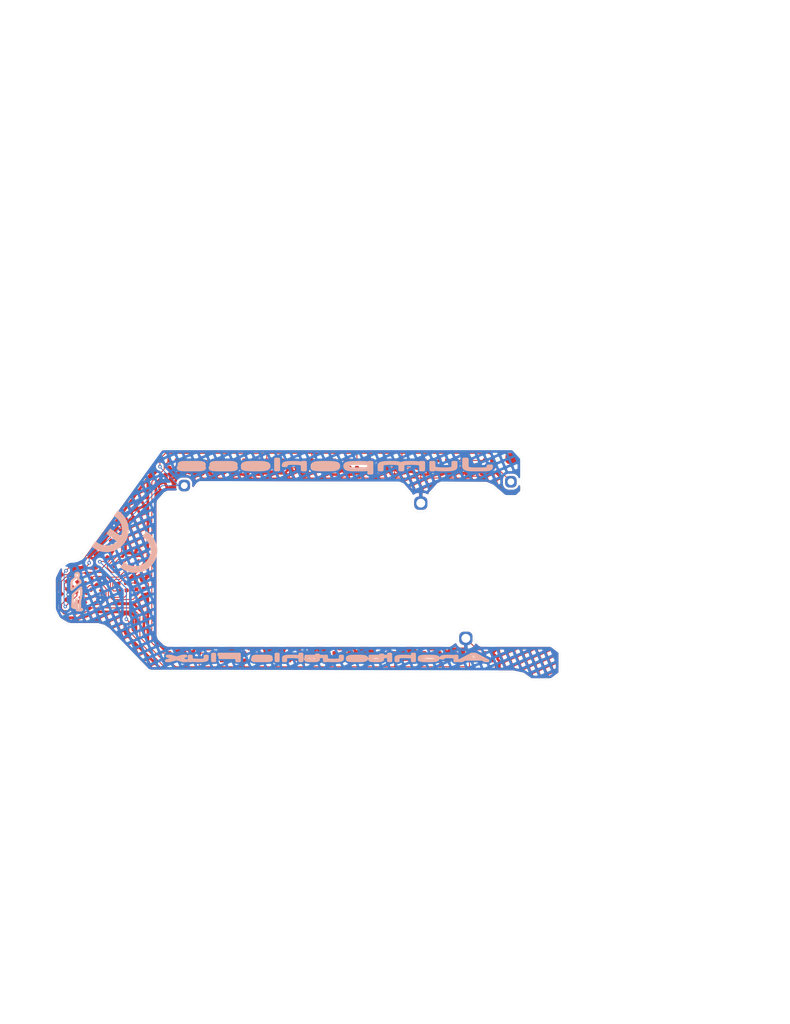
<source format=kicad_pcb>
(kicad_pcb (version 20240108) (generator "pcbnew") (generator_version "8.0")
  (layers (0 "F.Cu" signal) (31 "B.Cu" signal) (34 "B.Paste" user) (35 "F.Paste" user) (36 "B.SilkS" user "B.Silkscreen") (37 "F.SilkS" user "F.Silkscreen") (38 "B.Mask" user) (39 "F.Mask" user) (44 "Edge.Cuts" user))
  (net 0 "")
  (net 1 "Net-(D1-DOUT)")
  (net 2 "GND")
  (net 3 "Net-(D1-DIN)")
  (net 4 "+5V")
  (net 5 "Net-(D2-DOUT)")
  (net 6 "Net-(D3-DOUT)")
  (net 7 "Net-(D4-DOUT)")
  (net 8 "Net-(D5-DOUT)")
  (net 9 "Net-(D6-DOUT)")
  (net 10 "Net-(D7-DOUT)")
  (net 11 "Net-(D8-DOUT)")
  (net 12 "Net-(D10-DIN)")
  (net 13 "Net-(D10-DOUT)")
  (net 14 "Net-(D11-DOUT)")
  (net 15 "Net-(D12-DOUT)")
  (net 16 "Net-(D13-DOUT)")
  (net 17 "Net-(D14-DOUT)")
  (net 18 "Net-(D15-DOUT)")
  (net 19 "Net-(D16-DOUT)")
  (net 20 "Net-(D17-DOUT)")
  (net 21 "Net-(D18-DOUT)")
  (net 22 "Net-(D19-DOUT)")
  (net 23 "Net-(D20-DOUT)")
  (net 24 "Net-(D21-DOUT)")
  (net 25 "Net-(D22-DOUT)")
  (net 26 "Net-(D23-DOUT)")
  (net 27 "Net-(D24-DOUT)")
  (net 28 "Net-(D25-DOUT)")
  (net 29 "Net-(D26-DOUT)")
  (net 30 "Net-(D27-DOUT)")
  (net 31 "Net-(D28-DOUT)")
  (net 32 "Net-(D29-DOUT)")
  (net 33 "Net-(D30-DOUT)")
  (net 34 "Net-(D31-DOUT)")
  (net 35 "Net-(D32-DOUT)")
  (net 36 "Net-(D33-DOUT)")
  (net 37 "Net-(D34-DOUT)")
  (net 38 "Net-(D35-DOUT)")
  (net 39 "Net-(D36-DOUT)")
  (net 40 "Net-(D37-DOUT)")
  (net 41 "Net-(D38-DOUT)")
  (net 42 "Net-(D39-DOUT)")
  (net 43 "Net-(D40-DOUT)")
  (net 44 "Net-(D41-DOUT)")
  (net 45 "Net-(D43-DOUT)")
  (net 46 "Net-(D42-DOUT)")
  (footprint "JumperlessFootprints:XL-1010RGBC-WS2812B" (layer "F.Cu") (at 123.19 106.216 180)
    (property "Reference" "D16")
    (property "Value" "WS2812B" (hide yes))
  )
  (footprint "JumperlessFootprints:XL-1010RGBC-WS2812B" (layer "F.Cu") (at 125.73 106.216 -90)
    (property "Reference" "D17")
    (property "Value" "WS2812B" (hide yes))
  )
  (footprint "JumperlessFootprints:XL-1010RGBC-WS2812B" (layer "F.Cu") (at 130.81 84.499 90)
    (property "Reference" "D12")
    (property "Value" "WS2812B" (hide yes))
  )
  (footprint "JumperlessFootprints:XL-1010RGBC-WS2812B" (layer "F.Cu") (at 143.51 106.216 180)
    (property "Reference" "D24")
    (property "Value" "WS2812B" (hide yes))
  )
  (footprint "JumperlessFootprints:XL-1010RGBC-WS2812B" (layer "F.Cu") (at 128.27 106.216 180)
    (property "Reference" "D18")
    (property "Value" "WS2812B" (hide yes))
  )
  (footprint "JumperlessFootprints:XL-1010RGBC-WS2812B" (layer "F.Cu") (at 118.7196 95.3008 -152)
    (property "Reference" "D34")
    (property "Value" "WS2812B" (hide yes))
  )
  (footprint "JumperlessFootprints:XL-1010RGBC-WS2812B" (layer "F.Cu") (at 133.35 84.499)
    (property "Reference" "D11")
    (property "Value" "WS2812B" (hide yes))
  )
  (footprint "JumperlessFootprints:XL-1010RGBC-WS2812B" (layer "F.Cu") (at 133.35 106.216 180)
    (property "Reference" "D20")
    (property "Value" "WS2812B" (hide yes))
  )
  (footprint "JumperlessFootprints:TestPoint_D0.75mm" (layer "F.Cu") (at 161.29 83.8708)
    (property "Reference" "TP5" (hide yes))
    (property "Value" "LED Out from wishbone" (hide yes))
  )
  (footprint "JumperlessFootprints:XL-1010RGBC-WS2812B" (layer "F.Cu") (at 119.4562 98.171 -175)
    (property "Reference" "D36")
    (property "Value" "WS2812B" (hide yes))
  )
  (footprint "JumperlessFootprints:XL-1010RGBC-WS2812B" (layer "F.Cu") (at 112.8522 98.9584 40.5)
    (property "Reference" "D43")
    (property "Value" "WS2812B" (hide yes))
  )
  (footprint "JumperlessFootprints:XL-1010RGBC-WS2812B" (layer "F.Cu") (at 138.43 84.499)
    (property "Reference" "D9")
    (property "Value" "WS2812B" (hide yes))
  )
  (footprint "JumperlessFootprints:XL-1010RGBC-WS2812B" (layer "F.Cu") (at 113.8428 100.1268 -139.5)
    (property "Reference" "D41")
    (property "Value" "WS2812B" (hide yes))
  )
  (footprint "JumperlessFootprints:PINHEADER-1x1_vertical" (layer "F.Cu") (at 156.21 104.14)
    (property "Reference" "TP4" (hide yes))
    (property "Value" "TestPoint" (hide yes))
  )
  (footprint "JumperlessFootprints:XL-1010RGBC-WS2812B" (layer "F.Cu") (at 153.67 106.216 180)
    (property "Reference" "D28")
    (property "Value" "WS2812B" (hide yes))
  )
  (footprint "JumperlessFootprints:XL-1010RGBC-WS2812B" (layer "F.Cu") (at 114.5286 98.7044 40.5)
    (property "Reference" "D42")
    (property "Value" "WS2812B" (hide yes))
  )
  (footprint "JumperlessFootprints:XL-1010RGBC-WS2812B" (layer "F.Cu") (at 148.59 106.216 180)
    (property "Reference" "D26")
    (property "Value" "WS2812B" (hide yes))
  )
  (footprint "JumperlessFootprints:PINHEADER-1x1_vertical" (layer "F.Cu") (at 151.13 88.9)
    (property "Reference" "TP3" (hide yes))
    (property "Value" "TestPoint" (hide yes))
  )
  (footprint "JumperlessFootprints:XL-1010RGBC-WS2812B" (layer "F.Cu") (at 135.89 106.216 -90)
    (property "Reference" "D21")
    (property "Value" "WS2812B" (hide yes))
  )
  (footprint "JumperlessFootprints:XL-1010RGBC-WS2812B" (layer "F.Cu") (at 151.13 84.499 90)
    (property "Reference" "D4")
    (property "Value" "WS2812B" (hide yes))
  )
  (footprint "JumperlessFootprints:XL-1010RGBC-WS2812B" (layer "F.Cu") (at 112.3442 100.6348 -139.5)
    (property "Reference" "D40")
    (property "Value" "WS2812B" (hide yes))
  )
  (footprint "JumperlessFootprints:XL-1010RGBC-WS2812B" (layer "F.Cu") (at 148.59 84.499)
    (property "Reference" "D5")
    (property "Value" "WS2812B" (hide yes))
  )
  (footprint "JumperlessFootprints:PINHEADER-1x1_vertical" (layer "F.Cu") (at 124.46 86.9188)
    (property "Reference" "TP2" (hide yes))
    (property "Value" "TestPoint" (hide yes))
  )
  (footprint "JumperlessFootprints:XL-1010RGBC-WS2812B" (layer "F.Cu") (at 153.67 84.499)
    (property "Reference" "D3")
    (property "Value" "WS2812B" (hide yes))
  )
  (footprint "JumperlessFootprints:XL-1010RGBC-WS2812B" (layer "F.Cu") (at 113.3856 97.3582 40.5)
    (property "Reference" "D37")
    (property "Value" "WS2812B" (hide yes))
  )
  (footprint "JumperlessFootprints:XL-1010RGBC-WS2812B" (layer "F.Cu") (at 123.19 84.499)
    (property "Reference" "D15")
    (property "Value" "WS2812B" (hide yes))
  )
  (footprint "JumperlessFootprints:XL-1010RGBC-WS2812B" (layer "F.Cu") (at 130.81 106.216 -90)
    (property "Reference" "D19")
    (property "Value" "WS2812B" (hide yes))
  )
  (footprint "JumperlessFootprints:XL-1010RGBC-WS2812B" (layer "F.Cu") (at 151.13 106.216 -90)
    (property "Reference" "D27")
    (property "Value" "WS2812B" (hide yes))
  )
  (footprint "JumperlessFootprints:XL-1010RGBC-WS2812B" (layer "F.Cu") (at 111.2012 99.187 130.5)
    (property "Reference" "D39")
    (property "Value" "WS2812B" (hide yes))
  )
  (footprint "JumperlessFootprints:XL-1010RGBC-WS2812B" (layer "F.Cu") (at 116.801226 93.079148 -129)
    (property "Reference" "D32")
    (property "Value" "WS2812B" (hide yes))
  )
  (footprint "JumperlessFootprints:XL-1010RGBC-WS2812B" (layer "F.Cu") (at 140.97 84.499 90)
    (property "Reference" "D8")
    (property "Value" "WS2812B" (hide yes))
  )
  (footprint "JumperlessFootprints:XL-1010RGBC-WS2812B" (layer "F.Cu") (at 115.734426 94.425348 -39)
    (property "Reference" "D31")
    (property "Value" "WS2812B" (hide yes))
  )
  (footprint "JumperlessFootprints:XL-1010RGBC-WS2812B" (layer "F.Cu") (at 117.1448 96.139 -62)
    (property "Reference" "D33")
    (property "Value" "WS2812B" (hide yes))
  )
  (footprint "JumperlessFootprints:XL-1010RGBC-WS2812B" (layer "F.Cu") (at 156.21 106.216 -90)
    (property "Reference" "D29")
    (property "Value" "WS2812B" (hide yes))
  )
  (footprint "JumperlessFootprints:XL-1010RGBC-WS2812B" (layer "F.Cu") (at 156.21 84.499 90)
    (property "Reference" "D2")
    (property "Value" "WS2812B" (hide yes))
  )
  (footprint "JumperlessFootprints:PINHEADER-1x1_vertical" (layer "F.Cu") (at 161.29 86.487)
    (property "Reference" "TP1" (hide yes))
    (property "Value" "TestPoint" (hide yes))
  )
  (footprint "JumperlessFootprints:XL-1010RGBC-WS2812B" (layer "F.Cu") (at 146.05 84.499 90)
    (property "Reference" "D6")
    (property "Value" "WS2812B" (hide yes))
  )
  (footprint "JumperlessFootprints:XL-1010RGBC-WS2812B" (layer "F.Cu") (at 140.97 106.216 -90)
    (property "Reference" "D23")
    (property "Value" "WS2812B" (hide yes))
  )
  (footprint "JumperlessFootprints:XL-1010RGBC-WS2812B" (layer "F.Cu") (at 158.75 106.216 180)
    (property "Reference" "D30")
    (property "Value" "WS2812B" (hide yes))
  )
  (footprint "JumperlessFootprints:XL-1010RGBC-WS2812B" (layer "F.Cu") (at 143.51 84.499)
    (property "Reference" "D7")
    (property "Value" "WS2812B" (hide yes))
  )
  (footprint "JumperlessFootprints:XL-1010RGBC-WS2812B" (layer "F.Cu") (at 146.05 106.216 -90)
    (property "Reference" "D25")
    (property "Value" "WS2812B" (hide yes))
  )
  (footprint "JumperlessFootprints:XL-1010RGBC-WS2812B" (layer "F.Cu") (at 138.43 106.216 180)
    (property "Reference" "D22")
    (property "Value" "WS2812B" (hide yes))
  )
  (footprint "JumperlessFootprints:XL-1010RGBC-WS2812B" (layer "F.Cu") (at 128.27 84.499)
    (property "Reference" "D13")
    (property "Value" "WS2812B" (hide yes))
  )
  (footprint "JumperlessFootprints:XL-1010RGBC-WS2812B" (layer "F.Cu") (at 117.5004 98.3488 -85)
    (property "Reference" "D35")
    (property "Value" "WS2812B" (hide yes))
  )
  (footprint "JumperlessFootprints:XL-1010RGBC-WS2812B" (layer "F.Cu") (at 125.73 84.499 90)
    (property "Reference" "D14")
    (property "Value" "WS2812B" (hide yes))
  )
  (footprint "JumperlessFootprints:XL-1010RGBC-WS2812B" (layer "F.Cu") (at 158.75 84.499)
    (property "Reference" "D1")
    (property "Value" "WS2812B" (hide yes))
  )
  (footprint "JumperlessFootprints:XL-1010RGBC-WS2812B" (layer "F.Cu") (at 135.89 84.499 90)
    (property "Reference" "D10")
    (property "Value" "WS2812B" (hide yes))
  )
  (footprint "JumperlessFootprints:XL-1010RGBC-WS2812B" (layer "F.Cu") (at 111.8362 97.7392 40.5)
    (property "Reference" "D38")
    (property "Value" "WS2812B" (hide yes))
  )
  (footprint "JumperlessFootprints:Minimum_CE_Mark" (layer "B.Cu") (at 118.138207 93.671003 144)
    (property "Reference" "REF**" (hide yes))
    (property "Value" "Minimum_CE_Mark" (hide yes))
  )
  (gr_poly (pts (xy 112.829862 98.397783) (xy 112.830798 98.397827) (xy 112.831695 98.397905) (xy 112.832555 98.398021) (xy 112.83338 98.398175) (xy 112.834172 98.398369) (xy 112.834931 98.398605) (xy 112.835661 98.398885) (xy 112.836361 98.39921) (xy 112.837035 98.399582) (xy 112.837683 98.400002) (xy 112.838307 98.400473) (xy 112.838909 98.400997) (xy 112.83949 98.401574) (xy 112.840053 98.402206) (xy 112.840597 98.402896) (xy 112.841126 98.403644) (xy 112.841641 98.404453) (xy 112.842143 98.405325) (xy 112.842634 98.40626) (xy 112.843116 98.407261) (xy 112.84359 98.40833) (xy 112.84452 98.410676) (xy 112.845439 98.413312) (xy 112.846359 98.416252) (xy 112.847292 98.419509) (xy 112.848628 98.424566) (xy 112.849167 98.426852) (xy 112.849623 98.429038) (xy 112.849999 98.431168) (xy 112.850296 98.43329) (xy 112.850518 98.435448) (xy 112.850665 98.437689) (xy 112.850741 98.440058) (xy 112.850747 98.442602) (xy 112.850686 98.445365) (xy 112.85056 98.448394) (xy 112.850371 98.451735) (xy 112.850122 98.455434) (xy 112.84945 98.464086) (xy 112.848716 98.475848) (xy 112.848306 98.48883) (xy 112.848207 98.502574) (xy 112.848409 98.516622) (xy 112.8489 98.530516) (xy 112.849668 98.543798) (xy 112.850703 98.55601) (xy 112.851993 98.566694) (xy 112.852428 98.57) (xy 112.852835 98.57368) (xy 112.853206 98.577613) (xy 112.853531 98.581674) (xy 112.853802 98.585741) (xy 112.85401 98.58969) (xy 112.854144 98.593398) (xy 112.854198 98.596742) (xy 112.85427 98.600684) (xy 112.854459 98.604787) (xy 112.854764 98.609047) (xy 112.855184 98.613459) (xy 112.856365 98.62272) (xy 112.857997 98.63253) (xy 112.860072 98.64285) (xy 112.862583 98.653642) (xy 112.865524 98.664865) (xy 112.868887 98.676481) (xy 112.873045 98.690361) (xy 112.876229 98.701653) (xy 112.877506 98.706656) (xy 112.878601 98.711404) (xy 112.879532 98.716028) (xy 112.880322 98.720659) (xy 112.880989 98.725427) (xy 112.881555 98.730464) (xy 112.882039 98.735899) (xy 112.882462 98.741864) (xy 112.883205 98.755906) (xy 112.883946 98.773636) (xy 112.88451 98.788773) (xy 112.884863 98.801295) (xy 112.884986 98.811837) (xy 112.884859 98.821034) (xy 112.884465 98.829521) (xy 112.883784 98.837933) (xy 112.882798 98.846906) (xy 112.881489 98.857075) (xy 112.880203 98.867516) (xy 112.87916 98.878383) (xy 112.878327 98.890623) (xy 112.877668 98.905187) (xy 112.87715 98.923024) (xy 112.876737 98.945083) (xy 112.876395 98.972313) (xy 112.87609 99.005665) (xy 112.875302 99.073515) (xy 112.874718 99.097378) (xy 112.87391 99.116262) (xy 112.872805 99.131466) (xy 112.871332 99.144287) (xy 112.869416 99.156023) (xy 112.866985 99.167971) (xy 112.86509 99.177058) (xy 112.863408 99.185933) (xy 112.861917 99.194751) (xy 112.860597 99.203666) (xy 112.859425 99.212835) (xy 112.85838 99.222412) (xy 112.857441 99.232551) (xy 112.856587 99.243409) (xy 112.855585 99.255496) (xy 112.854394 99.267283) (xy 112.853162 99.27742) (xy 112.852578 99.281448) (xy 112.852039 99.284556) (xy 112.850218 99.294395) (xy 112.848292 99.305781) (xy 112.844551 99.330205) (xy 112.841676 99.351844) (xy 112.840832 99.359749) (xy 112.840527 99.364715) (xy 112.840473 99.366428) (xy 112.840309 99.368575) (xy 112.839635 99.374249) (xy 112.838481 99.381889) (xy 112.836817 99.391645) (xy 112.834619 99.40367) (xy 112.831858 99.418113) (xy 112.828508 99.435128) (xy 112.824543 99.454864) (xy 112.818886 99.483911) (xy 112.814113 99.510971) (xy 112.809998 99.537409) (xy 112.806314 99.564592) (xy 112.804384 99.579034) (xy 112.802301 99.593096) (xy 112.800082 99.606694) (xy 112.797741 99.619743) (xy 112.795295 99.632159) (xy 112.792759 99.64386) (xy 112.790149 99.654759) (xy 112.787481 99.664774) (xy 112.785777 99.6711) (xy 112.784092 99.677939) (xy 112.782407 99.685391) (xy 112.780701 99.693553) (xy 112.778954 99.702525) (xy 112.777148 99.712404) (xy 112.775261 99.72329) (xy 112.773275 99.735281) (xy 112.771752 99.744206) (xy 112.769988 99.753862) (xy 112.768201 99.763085) (xy 112.766608 99.770714) (xy 112.763392 99.785439) (xy 112.760499 99.798907) (xy 112.756981 99.814837) (xy 112.752258 99.835483) (xy 112.747217 99.857997) (xy 112.74264 99.880099) (xy 112.738591 99.901397) (xy 112.735135 99.921497) (xy 112.732333 99.940007) (xy 112.730251 99.956536) (xy 112.728951 99.970691) (xy 112.728497 99.98208) (xy 112.728401 99.986159) (xy 112.728131 99.991304) (xy 112.727707 99.997307) (xy 112.727147 100.00396) (xy 112.72647 100.011054) (xy 112.725695 100.018381) (xy 112.72484 100.025732) (xy 112.723925 100.032899) (xy 112.722542 100.044021) (xy 112.721469 100.055243) (xy 112.721037 100.061355) (xy 112.720668 100.068049) (xy 112.7201 100.083923) (xy 112.719728 100.10435) (xy 112.719512 100.130812) (xy 112.719396 100.207778) (xy 112.719546 100.284367) (xy 112.720158 100.331704) (xy 112.720731 100.348036) (xy 112.721532 100.361415) (xy 112.722599 100.373295) (xy 112.723968 100.385128) (xy 112.726554 100.411689) (xy 112.728181 100.441226) (xy 112.728878 100.47244) (xy 112.728671 100.504029) (xy 112.727587 100.534695) (xy 112.725653 100.563137) (xy 112.722896 100.588056) (xy 112.721218 100.598788) (xy 112.719343 100.608151) (xy 112.715355 100.625353) (xy 112.711856 100.639757) (xy 112.708637 100.652048) (xy 112.705487 100.662911) (xy 112.702196 100.673029) (xy 112.698554 100.683087) (xy 112.694351 100.693769) (xy 112.689377 100.705761) (xy 112.687364 100.710698) (xy 112.685593 100.715384) (xy 112.684073 100.719791) (xy 112.682811 100.723891) (xy 112.681815 100.727655) (xy 112.681094 100.731056) (xy 112.680839 100.732612) (xy 112.680656 100.734066) (xy 112.680545 100.735415) (xy 112.680508 100.736656) (xy 112.680585 100.739136) (xy 112.680819 100.741599) (xy 112.681208 100.744045) (xy 112.681752 100.746473) (xy 112.682452 100.748883) (xy 112.683306 100.751275) (xy 112.684315 100.753649) (xy 112.685479 100.756005) (xy 112.686798 100.758343) (xy 112.68827 100.760662) (xy 112.689897 100.762963) (xy 112.691678 100.765244) (xy 112.693613 100.767507) (xy 112.695701 100.769751) (xy 112.697943 100.771975) (xy 112.700338 100.77418) (xy 112.702886 100.776365) (xy 112.705587 100.778531) (xy 112.708441 100.780677) (xy 112.711448 100.782803) (xy 112.717919 100.786994) (xy 112.724998 100.791103) (xy 112.732684 100.79513) (xy 112.740977 100.799072) (xy 112.749874 100.80293) (xy 112.759375 100.806701) (xy 112.769879 100.8106) (xy 112.774471 100.812198) (xy 112.778731 100.813578) (xy 112.782739 100.81475) (xy 112.786576 100.815727) (xy 112.790323 100.816519) (xy 112.79406 100.817139) (xy 112.797869 100.817598) (xy 112.80183 100.817907) (xy 112.806025 100.818079) (xy 112.810533 100.818124) (xy 112.815436 100.818054) (xy 112.820814 100.81788) (xy 112.833321 100.81727) (xy 112.856068 100.816129) (xy 112.865533 100.815798) (xy 112.87388 100.815659) (xy 112.881225 100.815739) (xy 112.887684 100.816063) (xy 112.893373 100.816656) (xy 112.898408 100.817545) (xy 112.902904 100.818754) (xy 112.906979 100.82031) (xy 112.910747 100.822237) (xy 112.914325 100.824562) (xy 112.917829 100.827309) (xy 112.921374 100.830505) (xy 112.925078 100.834175) (xy 112.929054 100.838344) (xy 112.932733 100.842414) (xy 112.93608 100.846426) (xy 112.939096 100.85039) (xy 112.941784 100.854314) (xy 112.944148 100.858204) (xy 112.946189 100.862069) (xy 112.947911 100.865918) (xy 112.949315 100.869757) (xy 112.950405 100.873595) (xy 112.951183 100.877441) (xy 112.951651 100.881301) (xy 112.951813 100.885184) (xy 112.95167 100.889097) (xy 112.951226 100.89305) (xy 112.950483 100.897049) (xy 112.949443 100.901103) (xy 112.948007 100.905372) (xy 112.946215 100.909534) (xy 112.94407 100.913589) (xy 112.941577 100.917533) (xy 112.93874 100.921367) (xy 112.935563 100.925087) (xy 112.93205 100.928694) (xy 112.928205 100.932185) (xy 112.924031 100.935558) (xy 112.919534 100.938813) (xy 112.914716 100.941948) (xy 112.909583 100.944961) (xy 112.904138 100.94785) (xy 112.898385 100.950615) (xy 112.892328 100.953253) (xy 112.885971 100.955763) (xy 112.879319 100.958144) (xy 112.872375 100.960394) (xy 112.865144 100.962512) (xy 112.857629 100.964496) (xy 112.849834 100.966344) (xy 112.841764 100.968055) (xy 112.833423 100.969628) (xy 112.824814 100.971061) (xy 112.80681 100.9735) (xy 112.787785 100.97536) (xy 112.767771 100.976631) (xy 112.746802 100.977298) (xy 112.728862 100.977511) (xy 112.712969 100.977535) (xy 112.700848 100.977377) (xy 112.696741 100.977234) (xy 112.694224 100.977048) (xy 112.694222 100.97705) (xy 112.694222 100.977051) (xy 112.694219 100.977054) (xy 112.694219 100.977055) (xy 112.694218 100.977055) (xy 112.694218 100.977056) (xy 112.692144 100.976759) (xy 112.689307 100.9763) (xy 112.681852 100.974983) (xy 112.672864 100.973292) (xy 112.663357 100.97141) (xy 112.657806 100.970401) (xy 112.651208 100.969403) (xy 112.643757 100.968436) (xy 112.635646 100.967521) (xy 112.627071 100.966677) (xy 112.618224 100.965927) (xy 112.609299 100.965289) (xy 112.600492 100.964785) (xy 112.582884 100.963715) (xy 112.564516 100.962267) (xy 112.547562 100.960631) (xy 112.540295 100.959802) (xy 112.534198 100.958998) (xy 112.52595 100.957844) (xy 112.519087 100.957016) (xy 112.516018 100.956725) (xy 112.513109 100.956514) (xy 112.510296 100.956385) (xy 112.507518 100.956336) (xy 112.504713 100.956368) (xy 112.501818 100.95648) (xy 112.498771 100.956673) (xy 112.49551 100.956945) (xy 112.488095 100.957729) (xy 112.479077 100.958831) (xy 112.467181 100.960246) (xy 112.456104 100.961401) (xy 112.447084 100.962177) (xy 112.443732 100.962386) (xy 112.441358 100.962456) (xy 112.439424 100.962394) (xy 112.437463 100.962219) (xy 112.435481 100.961935) (xy 112.433479 100.961543) (xy 112.431464 100.961048) (xy 112.429439 100.960453) (xy 112.425374 100.958974) (xy 112.421317 100.957132) (xy 112.417301 100.954951) (xy 112.413359 100.952456) (xy 112.409522 100.949674) (xy 112.405824 100.946628) (xy 112.402296 100.943344) (xy 112.398971 100.939848) (xy 112.395883 100.936164) (xy 112.393062 100.932317) (xy 112.390543 100.928333) (xy 112.388356 100.924237) (xy 112.387398 100.922155) (xy 112.386536 100.920054) (xy 112.385836 100.918151) (xy 112.385215 100.916225) (xy 112.384668 100.914191) (xy 112.384191 100.911963) (xy 112.383779 100.909455) (xy 112.383427 100.906583) (xy 112.383132 100.903262) (xy 112.382888 100.899405) (xy 112.382691 100.894927) (xy 112.382536 100.889744) (xy 112.38242 100.883769) (xy 112.382336 100.876917) (xy 112.382253 100.860242) (xy 112.382249 100.839035) (xy 112.3824 100.798808) (xy 112.382656 100.785524) (xy 112.383124 100.775415) (xy 112.383876 100.767445) (xy 112.384981 100.760582) (xy 112.386511 100.753791) (xy 112.388535 100.746037) (xy 112.389716 100.741383) (xy 112.390774 100.736733) (xy 112.391707 100.732094) (xy 112.392516 100.727476) (xy 112.3932 100.722886) (xy 112.393758 100.718334) (xy 112.39419 100.713828) (xy 112.394495 100.709376) (xy 112.394674 100.704987) (xy 112.394725 100.700668) (xy 112.394649 100.69643) (xy 112.394444 100.69228) (xy 112.39411 100.688226) (xy 112.393647 100.684277) (xy 112.393054 100.680442) (xy 112.392331 100.676729) (xy 112.389707 100.664137) (xy 112.387611 100.652993) (xy 112.386009 100.642944) (xy 112.384863 100.633636) (xy 112.384137 100.624713) (xy 112.383795 100.615822) (xy 112.3838 100.606609) (xy 112.384117 100.596719) (xy 112.384447 100.590699) (xy 112.384899 100.584541) (xy 112.385453 100.57842) (xy 112.38609 100.572509) (xy 112.386788 100.56698) (xy 112.387527 100.562008) (xy 112.388288 100.557767) (xy 112.38905 100.554428) (xy 112.391564 100.544448) (xy 112.393913 100.534038) (xy 112.396043 100.523507) (xy 112.397904 100.513164) (xy 112.399442 100.503319) (xy 112.400606 100.494282) (xy 112.401344 100.486361) (xy 112.401603 100.479867) (xy 112.401492 100.476228) (xy 112.401171 100.47167) (xy 112.400663 100.466378) (xy 112.399991 100.460533) (xy 112.399176 100.45432) (xy 112.398242 100.447919) (xy 112.397211 100.441515) (xy 112.396105 100.43529) (xy 112.393662 100.421419) (xy 112.391078 100.405424) (xy 112.388662 100.389284) (xy 112.386722 100.374977) (xy 112.385142 100.362872) (xy 112.383708 100.352727) (xy 112.382578 100.345606) (xy 112.382176 100.343511) (xy 112.381909 100.34257) (xy 112.381795 100.342296) (xy 112.381645 100.341801) (xy 112.381252 100.340198) (xy 112.380748 100.337859) (xy 112.380153 100.334882) (xy 112.379485 100.331366) (xy 112.378765 100.327409) (xy 112.378011 100.32311) (xy 112.377242 100.318567) (xy 112.376254 100.311459) (xy 112.375372 100.302487) (xy 112.374582 100.291279) (xy 112.373864 100.277464) (xy 112.373204 100.260668) (xy 112.372583 100.240518) (xy 112.371986 100.216642) (xy 112.371395 100.188668) (xy 112.369951 100.110476) (xy 112.369401 100.057715) (xy 112.369698 100.012586) (xy 112.370797 99.95729) (xy 112.371325 99.927478) (xy 112.371305 99.902883) (xy 112.371029 99.892043) (xy 112.370544 99.881908) (xy 112.369825 99.87228) (xy 112.368849 99.862959) (xy 112.367591 99.853745) (xy 112.366028 99.84444) (xy 112.364135 99.834843) (xy 112.361889 99.824755) (xy 112.356238 99.80231) (xy 112.348883 99.775508) (xy 112.345485 99.763488) (xy 112.342749 99.754202) (xy 112.340494 99.747238) (xy 112.339489 99.744498) (xy 112.338537 99.742185) (xy 112.337613 99.740247) (xy 112.336697 99.738633) (xy 112.335764 99.73729) (xy 112.334792 99.736168) (xy 112.333759 99.735215) (xy 112.332642 99.734381) (xy 112.331418 99.733612) (xy 112.330064 99.732859) (xy 112.328994 99.732318) (xy 112.327956 99.731866) (xy 112.326946 99.731509) (xy 112.325959 99.731255) (xy 112.324991 99.731109) (xy 112.324036 99.731079) (xy 112.323091 99.731172) (xy 112.32215 99.731395) (xy 112.321209 99.731753) (xy 112.320263 99.732255) (xy 112.319307 99.732907) (xy 112.318337 99.733716) (xy 112.317348 99.734689) (xy 112.316336 99.735833) (xy 112.315295 99.737154) (xy 112.314221 99.738659) (xy 112.31311 99.740355) (xy 112.311956 99.74225) (xy 112.310756 99.744349) (xy 112.309503 99.74666) (xy 112.308195 99.74919) (xy 112.306825 99.751945) (xy 112.30539 99.754933) (xy 112.303884 99.758159) (xy 112.300643 99.765357) (xy 112.297064 99.773594) (xy 112.293111 99.782925) (xy 112.288745 99.793403) (xy 112.27876 99.817991) (xy 112.268476 99.844189) (xy 112.248166 99.898255) (xy 112.230122 99.949277) (xy 112.222671 99.971669) (xy 112.216653 99.990929) (xy 112.214188 99.998773) (xy 112.210759 100.009146) (xy 112.206819 100.020697) (xy 112.202821 100.032077) (xy 112.197794 100.046498) (xy 112.193102 100.060686) (xy 112.188747 100.074637) (xy 112.18473 100.088345) (xy 112.181052 100.101807) (xy 112.177714 100.115016) (xy 112.174718 100.12797) (xy 112.172065 100.140662) (xy 112.167201 100.165008) (xy 112.163748 100.18181) (xy 112.162753 100.18668) (xy 112.161648 100.192538) (xy 112.159017 100.207768) (xy 112.155674 100.228592) (xy 112.151437 100.256105) (xy 112.14746 100.280592) (xy 112.142425 100.309438) (xy 112.13749 100.336192) (xy 112.133811 100.354403) (xy 112.133303 100.356866) (xy 112.13275 100.35993) (xy 112.13217 100.363474) (xy 112.131579 100.367376) (xy 112.130998 100.371513) (xy 112.130442 100.375764) (xy 112.12993 100.380007) (xy 112.129479 100.384121) (xy 112.128535 100.392461) (xy 112.127363 100.4014) (xy 112.125971 100.410894) (xy 112.124366 100.420904) (xy 112.122554 100.431389) (xy 112.120542 100.442306) (xy 112.118338 100.453615) (xy 112.115947 100.465274) (xy 112.10636 100.510994) (xy 112.105124 100.517312) (xy 112.104051 100.523677) (xy 112.103141 100.530052) (xy 112.102393 100.5364) (xy 112.101808 100.542682) (xy 112.101386 100.548861) (xy 112.101127 100.5549) (xy 112.101031 100.560761) (xy 112.101098 100.566406) (xy 112.101328 100.571797) (xy 112.101722 100.576898) (xy 112.102279 100.58167) (xy 112.103 100.586075) (xy 112.103885 100.590077) (xy 112.104933 100.593638) (xy 112.106145 100.596719) (xy 112.106638 100.597862) (xy 112.107144 100.599159) (xy 112.108181 100.602156) (xy 112.109226 100.605595) (xy 112.110248 100.609356) (xy 112.111219 100.613324) (xy 112.112106 100.617381) (xy 112.112881 100.62141) (xy 112.113512 100.625294) (xy 112.114101 100.629119) (xy 112.114752 100.632981) (xy 112.115444 100.636774) (xy 112.116156 100.640392) (xy 112.116866 100.643731) (xy 112.117553 100.646684) (xy 112.118194 100.649146) (xy 112.118769 100.651012) (xy 112.119121 100.652069) (xy 112.119423 100.653083) (xy 112.119675 100.654061) (xy 112.119877 100.65501) (xy 112.120027 100.655939) (xy 112.120127 100.656855) (xy 112.120175 100.657766) (xy 112.120171 100.65868) (xy 112.120116 100.659604) (xy 112.120009 100.660546) (xy 112.11985 100.661514) (xy 112.119638 100.662516) (xy 112.119374 100.663559) (xy 112.119056 100.664651) (xy 112.118685 100.6658) (xy 112.118261 100.667014) (xy 112.117475 100.669064) (xy 112.116571 100.671193) (xy 112.115564 100.673382) (xy 112.114466 100.675607) (xy 112.11329 100.67785) (xy 112.11205 100.680088) (xy 112.110758 100.682301) (xy 112.109429 100.684467) (xy 112.108075 100.686566) (xy 112.10671 100.688577) (xy 112.105346 100.690479) (xy 112.103997 100.69225) (xy 112.102676 100.69387) (xy 112.101396 100.695318) (xy 112.100171 100.696573) (xy 112.099013 100.697614) (xy 112.09826 100.698223) (xy 112.097559 100.698751) (xy 112.097222 100.698983) (xy 112.096891 100.699195) (xy 112.096565 100.699387) (xy 112.096239 100.699558) (xy 112.095913 100.699708) (xy 112.095584 100.699837) (xy 112.09525 100.699945) (xy 112.094908 100.700033) (xy 112.094555 100.700099) (xy 112.094191 100.700145) (xy 112.093812 100.70017) (xy 112.093416 100.700173) (xy 112.093 100.700156) (xy 112.092564 100.700117) (xy 112.092103 100.700058) (xy 112.091616 100.699977) (xy 112.091101 100.699875) (xy 112.090554 100.699751) (xy 112.089975 100.699607) (xy 112.089361 100.699441) (xy 112.088016 100.699045) (xy 112.086502 100.698563) (xy 112.0848 100.697994) (xy 112.082892 100.69734) (xy 112.080328 100.696389) (xy 112.077486 100.695222) (xy 112.074458 100.693885) (xy 112.071341 100.692423) (xy 112.068228 100.690881) (xy 112.065214 100.689306) (xy 112.062393 100.687743) (xy 112.05986 100.686237) (xy 112.057284 100.684667) (xy 112.05434 100.682918) (xy 112.047759 100.679121) (xy 112.040942 100.675315) (xy 112.034714 100.671968) (xy 112.031889 100.670469) (xy 112.029118 100.668962) (xy 112.026472 100.667488) (xy 112.02402 100.666088) (xy 112.021834 100.664802) (xy 112.019983 100.66367) (xy 112.018538 100.662735) (xy 112.017569 100.662036) (xy 112.016422 100.661263) (xy 112.014599 100.66023) (xy 112.009153 100.657481) (xy 112.001689 100.653992) (xy 111.992666 100.649961) (xy 111.982541 100.645591) (xy 111.971772 100.641083) (xy 111.960816 100.636636) (xy 111.950132 100.632452) (xy 111.941763 100.629162) (xy 111.933967 100.625926) (xy 111.926721 100.622726) (xy 111.919997 100.619544) (xy 111.913772 100.61636) (xy 111.908019 100.613159) (xy 111.902713 100.60992) (xy 111.897829 100.606627) (xy 111.893341 100.603261) (xy 111.889224 100.599805) (xy 111.885452 100.596239) (xy 111.882 100.592547) (xy 111.878842 100.588709) (xy 111.875954 100.584709) (xy 111.873309 100.580527) (xy 111.870883 100.576146) (xy 111.86555 100.565859) (xy 111.864915 100.414101) (xy 111.864681 100.329787) (xy 111.865071 100.279893) (xy 111.865592 100.263487) (xy 111.866382 100.250444) (xy 111.867477 100.239019) (xy 111.868915 100.227465) (xy 111.869846 100.219882) (xy 111.870715 100.211694) (xy 111.871502 100.203158) (xy 111.872189 100.194535) (xy 111.872757 100.186082) (xy 111.873186 100.178059) (xy 111.873458 100.170726) (xy 111.873553 100.164339) (xy 111.873647 100.157942) (xy 111.873914 100.150575) (xy 111.874337 100.142501) (xy 111.874896 100.133981) (xy 111.875573 100.125275) (xy 111.876349 100.116645) (xy 111.877205 100.108352) (xy 111.878122 100.100658) (xy 111.879333 100.090605) (xy 111.880325 100.080787) (xy 111.881116 100.070847) (xy 111.881722 100.060432) (xy 111.882161 100.049188) (xy 111.882449 100.036759) (xy 111.882605 100.022792) (xy 111.882644 100.006932) (xy 111.882757 99.985433) (xy 111.883194 99.965925) (xy 111.884047 99.947339) (xy 111.885406 99.928609) (xy 111.887363 99.908668) (xy 111.89001 99.886447) (xy 111.893439 99.860879) (xy 111.89774 99.830898) (xy 111.899278 99.81993) (xy 111.900515 99.809898) (xy 111.901481 99.800328) (xy 111.902205 99.790749) (xy 111.902718 99.780688) (xy 111.903048 99.769673) (xy 111.903226 99.75723) (xy 111.903282 99.742888) (xy 111.903349 99.730373) (xy 111.903545 99.718407) (xy 111.903872 99.706952) (xy 111.90433 99.69597) (xy 111.904923 99.685425) (xy 111.905652 99.675278) (xy 111.906519 99.665492) (xy 111.907526 99.656031) (xy 111.908534 99.646731) (xy 111.909363 99.637806) (xy 111.910015 99.629192) (xy 111.910493 99.620827) (xy 111.9108 99.612647) (xy 111.910939 99.604591) (xy 111.910913 99.596594) (xy 111.910726 99.588594) (xy 111.910517 99.580156) (xy 111.910481 99.57215) (xy 111.910628 99.564372) (xy 111.910971 99.556617) (xy 111.911519 99.54868) (xy 111.912285 99.540357) (xy 111.91328 99.531445) (xy 111.914515 99.521737) (xy 111.915477 99.514098) (xy 111.916363 99.506181) (xy 111.917154 99.498217) (xy 111.917832 99.490436) (xy 111.918378 99.483067) (xy 111.918774 99.47634) (xy 111.919001 99.470484) (xy 111.919041 99.46573) (xy 111.919034 99.461329) (xy 111.919132 99.456489) (xy 111.919326 99.451367) (xy 111.919604 99.446121) (xy 111.919958 99.440911) (xy 111.920378 99.435895) (xy 111.920853 99.431231) (xy 111.921375 99.427079) (xy 111.921819 99.423525) (xy 111.92216 99.419914) (xy 111.922401 99.416262) (xy 111.922543 99.412586) (xy 111.922585 99.408901) (xy 111.922531 99.405224) (xy 111.922382 99.401571) (xy 111.922138 99.397959) (xy 111.921801 99.394403) (xy 111.921372 99.390921) (xy 111.920853 99.387528) (xy 111.920245 99.384241) (xy 111.919549 99.381076) (xy 111.918767 99.378049) (xy 111.9179 99.375177) (xy 111.916949 99.372476) (xy 111.916433 99.37076) (xy 111.915985 99.368565) (xy 111.915607 99.36597) (xy 111.915299 99.363053) (xy 111.91506 99.359892) (xy 111.914889 99.356566) (xy 111.914756 99.34973) (xy 111.914899 99.343171) (xy 111.915073 99.340191) (xy 111.915316 99.337515) (xy 111.915628 99.335222) (xy 111.916008 99.333389) (xy 111.916456 99.332095) (xy 111.916706 99.331675) (xy 111.916973 99.331419) (xy 111.917237 99.331112) (xy 111.917483 99.330539) (xy 111.917925 99.328648) (xy 111.918299 99.325855) (xy 111.918603 99.322269) (xy 111.919008 99.313162) (xy 111.91914 99.302207) (xy 111.919 99.290283) (xy 111.918588 99.278271) (xy 111.917904 99.26705) (xy 111.91746 99.262011) (xy 111.916949 99.257501) (xy 111.916412 99.252499) (xy 111.916043 99.247146) (xy 111.915833 99.241517) (xy 111.915777 99.235691) (xy 111.916093 99.223756) (xy 111.916933 99.211962) (xy 111.917532 99.206313) (xy 111.918239 99.200931) (xy 111.919048 99.195895) (xy 111.919952 99.191282) (xy 111.920942 99.187171) (xy 111.922013 99.183637) (xy 111.923156 99.18076) (xy 111.924365 99.178617) (xy 111.926919 99.175115) (xy 111.929632 99.17159) (xy 111.932416 99.168143) (xy 111.935183 99.164876) (xy 111.937844 99.16189) (xy 111.940313 99.159286) (xy 111.942501 99.157164) (xy 111.943463 99.156316) (xy 111.944321 99.155627) (xy 111.944751 99.15528) (xy 111.945344 99.154766) (xy 111.946977 99.153278) (xy 111.949138 99.151242) (xy 111.951742 99.148741) (xy 111.954704 99.145856) (xy 111.957939 99.14267) (xy 111.961365 99.139263) (xy 111.964895 99.135718) (xy 111.968619 99.132014) (xy 111.972599 99.128154) (xy 111.976711 99.124251) (xy 111.980833 99.120418) (xy 111.98484 99.116768) (xy 111.98861 99.113416) (xy 111.99202 99.110474) (xy 111.994946 99.108057) (xy 112.002457 99.101896) (xy 112.011896 99.093941) (xy 112.034067 99.074814) (xy 112.056489 99.055015) (xy 112.066241 99.046219) (xy 112.07419 99.038883) (xy 112.077501 99.035814) (xy 112.081349 99.032316) (xy 112.090101 99.024525) (xy 112.09934 99.016482) (xy 112.107956 99.009165) (xy 112.171 98.956115) (xy 112.228391 98.9071) (xy 112.276353 98.865375) (xy 112.311107 98.834194) (xy 112.318367 98.82756) (xy 112.326089 98.820645) (xy 112.334482 98.813271) (xy 112.343749 98.805263) (xy 112.365732 98.786635) (xy 112.393688 98.763348) (xy 112.405718 98.753188) (xy 112.421135 98.739888) (xy 112.437953 98.725173) (xy 112.454188 98.71077) (xy 112.469772 98.696918) (xy 112.484816 98.683705) (xy 112.497607 98.672626) (xy 112.506431 98.665179) (xy 112.550127 98.629022) (xy 112.591539 98.593981) (xy 112.630486 98.560211) (xy 112.66679 98.527864) (xy 112.676603 98.519121) (xy 112.68727 98.509837) (xy 112.697502 98.50112) (xy 112.706013 98.494078) (xy 112.709685 98.491053) (xy 112.713413 98.487875) (xy 112.717092 98.484639) (xy 112.720621 98.48144) (xy 112.723894 98.478373) (xy 112.726811 98.475533) (xy 112.729267 98.473016) (xy 112.731159 98.470916) (xy 112.732079 98.469875) (xy 112.733253 98.468624) (xy 112.73629 98.46556) (xy 112.740124 98.461855) (xy 112.744612 98.457644) (xy 112.749611 98.45306) (xy 112.754976 98.448237) (xy 112.760564 98.443306) (xy 112.76623 98.438403) (xy 112.777062 98.42907) (xy 112.786276 98.421028) (xy 112.792896 98.415133) (xy 112.794929 98.413259) (xy 112.795949 98.412244) (xy 112.796957 98.411215) (xy 112.798257 98.410125) (xy 112.799812 98.408991) (xy 112.801585 98.407829) (xy 112.803541 98.406655) (xy 112.805645 98.405488) (xy 112.807858 98.404344) (xy 112.810147 98.403239) (xy 112.812473 98.402191) (xy 112.814803 98.401215) (xy 112.817098 98.40033) (xy 112.819324 98.399552) (xy 112.821444 98.398898) (xy 112.823423 98.398384) (xy 112.825223 98.398028) (xy 112.82681 98.397846) (xy 112.828887 98.397773)) (stroke (width 0.1)) (fill none) (layer "B.SilkS"))
  (gr_poly (pts (xy 156.394764 84.768299) (xy 156.400655 84.825705) (xy 156.425539 84.890225) (xy 156.458965 84.927344) (xy 156.563585 84.978494) (xy 156.724482 85.010665) (xy 156.903864 85.024852) (xy 157.072685 85.032472) (xy 157.083727 85.032664) (xy 157.261729 85.034059) (xy 158.123417 85.034059) (xy 158.316748 85.023562) (xy 158.499987 85.004132) (xy 158.647465 84.965159) (xy 158.669928 84.950245) (xy 158.719346 84.884668) (xy 158.73872 84.814974) (xy 158.743306 84.748613) (xy 158.73803 84.713686) (xy 159.131066 84.713686) (xy 159.136341 84.810211) (xy 159.127169 84.880377) (xy 159.094224 84.951079) (xy 159.037318 85.01166) (xy 158.94466 85.067716) (xy 158.833761 85.106334) (xy 158.673003 85.13659) (xy 158.49811 85.151762) (xy 158.320375 85.155986) (xy 157.140389 85.155986) (xy 156.942921 85.153714) (xy 156.73305 85.144992) (xy 156.55273 85.129729) (xy 156.379707 85.103655) (xy 156.231219 85.062953) (xy 156.124277 85.007646) (xy 156.055768 84.94509) (xy 156.015665 84.880949) (xy 155.992749 84.807097) (xy 155.986781 84.738135) (xy 155.986781 83.936725) (xy 156.394764 83.936725)) (stroke (width 0.1)) (fill solid) (layer "B.SilkS"))
  (gr_poly (pts (xy 145.654411 84.265243) (xy 145.669056 84.300598) (xy 145.669056 85.521764) (xy 145.654411 85.557119) (xy 145.619056 85.571764) (xy 145.266467 85.571764) (xy 145.231112 85.557119) (xy 145.216467 85.521764) (xy 145.216467 85.118412) (xy 145.16718 85.143247) (xy 145.155609 85.147386) (xy 145.005699 85.180963) (xy 144.999925 85.181906) (xy 144.88885 85.193417) (xy 144.886401 85.19361) (xy 144.711254 85.203099) (xy 144.709298 85.203166) (xy 144.521591 85.20598) (xy 144.520842 85.205986) (xy 143.57826 85.205986) (xy 143.57786 85.205984) (xy 143.466992 85.205096) (xy 143.465622 85.205067) (xy 143.265168 85.197968) (xy 143.262597 85.19781) (xy 143.064599 85.180554) (xy 143.06026 85.179984) (xy 142.881273 85.148431) (xy 142.873703 85.146476) (xy 142.745164 85.102302) (xy 142.734281 85.097014) (xy 142.643881 85.03861) (xy 142.633983 85.030209) (xy 142.57607 84.966377) (xy 142.568891 84.956135) (xy 142.534991 84.891964) (xy 142.530878 84.88145) (xy 142.511506 84.808551) (xy 142.509968 84.79944) (xy 142.505304 84.737102) (xy 142.505005 84.733106) (xy 142.98313 84.733106) (xy 142.989383 84.791531) (xy 143.011086 84.844967) (xy 143.05447 84.891007) (xy 143.161687 84.936581) (xy 143.249774 84.951985) (xy 143.422478 84.968605) (xy 143.619736 84.978272) (xy 143.822915 84.982861) (xy 144.016209 84.984058) (xy 144.232323 84.983023) (xy 144.425457 84.979915) (xy 144.626292 84.97347) (xy 144.81783 84.962245) (xy 144.996511 84.942089) (xy 145.034767 84.934102) (xy 145.140335 84.886536) (xy 145.187166 84.833559) (xy 145.205785 84.782927) (xy 145.211166 84.728005) (xy 145.211143 84.725808) (xy 145.204365 84.669637) (xy 145.185379 84.618833) (xy 145.144936 84.566203) (xy 145.143385 84.565058) (xy 145.035805 84.518444) (xy 144.871571 84.492792) (xy 144.851355 84.490851) (xy 144.679327 84.47788) (xy 144.52466 84.474429) (xy 144.021425 84.474429) (xy 143.859277 84.475171) (xy 143.677588 84.478182) (xy 143.490705 84.484832) (xy 143.316167 84.496698) (xy 143.150961 84.52054) (xy 143.051325 84.565342) (xy 143.010319 84.612809) (xy 142.989194 84.670199) (xy 142.98313 84.733106) (xy 142.505005 84.733106) (xy 142.504924 84.732022) (xy 142.504794 84.727359) (xy 142.505109 84.710485) (xy 142.505585 84.704471) (xy 142.516614 84.625867) (xy 142.519519 84.614717) (xy 142.546306 84.545725) (xy 142.553016 84.533689) (xy 142.605957 84.463588) (xy 142.616888 84.452968) (xy 142.707331 84.388677) (xy 142.719488 84.382341) (xy 142.860666 84.331936) (xy 142.866364 84.330276) (xy 142.887014 84.325568) (xy 142.889857 84.325006) (xy 143.061384 84.296236) (xy 143.06458 84.295805) (xy 143.249176 84.276973) (xy 143.251046 84.276818) (xy 143.43137 84.265235) (xy 143.432657 84.265169) (xy 143.637067 84.257323) (xy 143.637994 84.257296) (xy 143.818863 84.253709) (xy 143.819549 84.2537) (xy 144.015834 84.252504) (xy 144.016139 84.252503) (xy 144.38983 84.252503) (xy 144.390441 84.252507) (xy 144.563185 84.254617) (xy 144.564774 84.254661) (xy 144.753426 84.26297) (xy 144.755783 84.26313) (xy 144.933382 84.279383) (xy 144.936654 84.279792) (xy 145.026742 84.294074) (xy 145.032487 84.295335) (xy 145.175682 84.335725) (xy 145.184845 84.339316) (xy 145.216467 84.355461) (xy 145.216467 84.300598) (xy 145.231112 84.265243) (xy 145.266467 84.250598) (xy 145.619056 84.250598)) (stroke (width 0.1)) (fill none) (layer "B.SilkS"))
  (gr_poly (pts (xy 135.093527 105.88589) (xy 135.108172 105.921245) (xy 135.108172 106.021287) (xy 135.093527 106.056642) (xy 135.058172 106.071287) (xy 134.803525 106.071287) (xy 134.76817 106.056642) (xy 134.753525 106.021287) (xy 134.753525 105.921245) (xy 134.76817 105.88589) (xy 134.803525 105.871245) (xy 135.058172 105.871245)) (stroke (width 0.1)) (fill none) (layer "B.SilkS"))
  (gr_poly (pts (xy 152.169444 106.096341) (xy 152.273346 106.097069) (xy 152.274234 106.097083) (xy 152.404852 106.100319) (xy 152.406085 106.100365) (xy 152.542213 106.1071) (xy 152.543744 106.107199) (xy 152.66842 106.117211) (xy 152.670482 106.11742) (xy 152.779731 106.130769) (xy 152.783297 106.131336) (xy 152.891447 106.152563) (xy 152.897926 106.154293) (xy 152.984072 106.183611) (xy 152.989537 106.185839) (xy 153.000821 106.191236) (xy 153.004575 106.193232) (xy 153.066479 106.229601) (xy 153.078582 106.239562) (xy 153.112714 106.278103) (xy 153.122975 106.296237) (xy 153.129365 106.316534) (xy 153.131052 106.323694) (xy 153.137542 106.36449) (xy 153.138121 106.370296) (xy 153.139847 106.412372) (xy 153.139824 106.416969) (xy 153.138829 106.436467) (xy 153.137414 106.445994) (xy 153.126224 106.490959) (xy 153.120633 106.504517) (xy 153.097008 106.544083) (xy 153.087557 106.555588) (xy 153.042795 106.595938) (xy 153.031592 106.603564) (xy 152.95674 106.640812) (xy 152.947441 106.644335) (xy 152.848218 106.670998) (xy 152.842707 106.672151) (xy 152.716652 106.691185) (xy 152.713958 106.691517) (xy 152.582595 106.70411) (xy 152.580944 106.704241) (xy 152.455036 106.712113) (xy 152.453862 106.712172) (xy 152.313008 106.717658) (xy 152.312057 106.717686) (xy 152.156257 106.720786) (xy 152.155544 106.720795) (xy 152.020143 106.721559) (xy 152.019861 106.72156) (xy 151.736002 106.72156) (xy 151.735734 106.721559) (xy 151.664358 106.721177) (xy 151.66348 106.721165) (xy 151.530406 106.718115) (xy 151.528888 106.718057) (xy 151.389945 106.710644) (xy 151.387696 106.710473) (xy 151.25041 106.696918) (xy 151.247136 106.696485) (xy 151.132791 106.677507) (xy 151.129836 106.676925) (xy 151.104921 106.67123) (xy 151.099494 106.669662) (xy 151.007268 106.637269) (xy 150.995252 106.631117) (xy 150.940599 106.593034) (xy 150.927451 106.57955) (xy 150.900728 106.539054) (xy 150.893257 106.520404) (xy 150.886024 106.480365) (xy 150.894151 106.442969) (xy 150.926339 106.422272) (xy 150.935228 106.421476) (xy 151.200671 106.421476) (xy 151.236026 106.436121) (xy 151.250349 106.465813) (xy 151.250856 106.470264) (xy 151.264565 106.490444) (xy 151.317393 106.514337) (xy 151.422821 106.530583) (xy 151.485596 106.535091) (xy 151.609171 106.542518) (xy 151.743739 106.546528) (xy 152.204517 106.546528) (xy 152.483066 106.537782) (xy 152.509622 106.536205) (xy 152.622427 106.522432) (xy 152.709508 106.497953) (xy 152.731235 106.485272) (xy 152.754113 106.459481) (xy 152.763569 106.434718) (xy 152.766826 106.403067) (xy 152.766826 106.39326) (xy 152.761269 106.348189) (xy 152.754503 106.334656) (xy 152.736331 106.310732) (xy 152.704308 106.292842) (xy 152.605617 106.271767) (xy 152.514267 106.261646) (xy 152.389082 106.253159) (xy 152.28984 106.250812) (xy 152.155867 106.2496) (xy 152.015941 106.249292) (xy 151.972426 106.249292) (xy 151.861525 106.249717) (xy 151.726893 106.25169) (xy 151.594134 106.256082) (xy 151.495887 106.261828) (xy 151.377826 106.27513) (xy 151.357318 106.279139) (xy 151.28759 106.305596) (xy 151.282855 106.309894) (xy 151.273381 106.337594) (xy 151.248083 106.366308) (xy 151.226072 106.371413) (xy 150.960629 106.371413) (xy 150.925274 106.356768) (xy 150.910629 106.321413) (xy 150.910703 106.318686) (xy 150.911286 106.308011) (xy 150.914698 106.292396) (xy 150.931749 106.249157) (xy 150.946267 106.229077) (xy 150.992902 106.190242) (xy 151.007506 106.181786) (xy 151.092469 106.150264) (xy 151.09937 106.148255) (xy 151.186327 106.129595) (xy 151.189987 106.128951) (xy 151.315307 106.111667) (xy 151.31884 106.111307) (xy 151.44313 106.103092) (xy 151.444766 106.103011) (xy 151.468944 106.102207) (xy 151.46944 106.102193) (xy 151.597091 106.099215) (xy 151.597624 106.099205) (xy 151.736983 106.09744) (xy 151.737312 106.097437) (xy 151.879243 106.096574) (xy 151.879462 106.096573) (xy 152.015966 106.09634) (xy 152.169094 106.09634)) (stroke (width 0.1)) (fill none) (layer "B.SilkS"))
  (gr_poly (pts (xy 150.461287 105.88589) (xy 150.475932 105.921245) (xy 150.475932 106.67156) (xy 150.461287 106.706915) (xy 150.425932 106.72156) (xy 150.171285 106.72156) (xy 150.13593 106.706915) (xy 150.121285 106.67156) (xy 150.121285 106.363184) (xy 150.120638 106.359414) (xy 150.102212 106.338136) (xy 150.034965 106.311571) (xy 149.927128 106.294295) (xy 149.834436 106.286602) (xy 149.710202 106.279516) (xy 149.570397 106.274626) (xy 149.438004 106.272185) (xy 149.294199 106.271371) (xy 149.018415 106.271371) (xy 148.897064 106.276158) (xy 148.783604 106.287413) (xy 148.719 106.297184) (xy 148.65161 106.321712) (xy 148.636125 106.33688) (xy 148.630531 106.357264) (xy 148.630531 106.67156) (xy 148.615886 106.706915) (xy 148.580531 106.72156) (xy 148.325884 106.72156) (xy 148.290529 106.706915) (xy 148.275884 106.67156) (xy 148.275884 106.348964) (xy 148.27608 106.34454) (xy 148.278256 106.320045) (xy 148.281624 106.305931) (xy 148.299038 106.262311) (xy 148.310321 106.245292) (xy 148.352646 106.203448) (xy 148.366764 106.193645) (xy 148.444159 106.157754) (xy 148.45474 106.154219) (xy 148.563092 106.131052) (xy 148.567631 106.130298) (xy 148.633744 106.122422) (xy 148.635531 106.122242) (xy 148.771427 106.110984) (xy 148.77297 106.11088) (xy 148.909913 106.103791) (xy 148.910903 106.103749) (xy 149.039451 106.099647) (xy 149.040177 106.09963) (xy 149.18184 106.097168) (xy 149.182444 106.097161) (xy 149.337224 106.096341) (xy 149.337838 106.096341) (xy 149.467648 106.097248) (xy 149.468476 106.097261) (xy 149.606783 106.100518) (xy 149.607809 106.100553) (xy 149.735401 106.10618) (xy 149.736694 106.106253) (xy 149.867426 106.115415) (xy 149.868378 106.115491) (xy 149.881981 106.116706) (xy 149.884374 106.116978) (xy 150.006221 106.133808) (xy 150.012499 106.13509) (xy 150.116733 106.163432) (xy 150.121285 106.165195) (xy 150.121285 105.921245) (xy 150.13593 105.88589) (xy 150.171285 105.871245) (xy 150.425932 105.871245)) (stroke (width 0.1)) (fill none) (layer "B.SilkS"))
  (gr_poly (pts (xy 151.492792 84.265243) (xy 151.507437 84.300598) (xy 151.507437 85.155986) (xy 151.492792 85.191341) (xy 151.457437 85.205986) (xy 151.104848 85.205986) (xy 151.069493 85.191341) (xy 151.054848 85.155986) (xy 151.054848 84.684694) (xy 151.054474 84.676698) (xy 151.038422 84.628453) (xy 150.992853 84.582182) (xy 150.896202 84.536185) (xy 150.815992 84.516174) (xy 150.653805 84.494604) (xy 150.464145 84.481995) (xy 150.266351 84.475996) (xy 150.076842 84.474429) (xy 150.03904 84.474485) (xy 149.828618 84.477198) (xy 149.650733 84.483942) (xy 149.46447 84.499062) (xy 149.304283 84.530351) (xy 149.222465 84.570233) (xy 149.181403 84.614539) (xy 149.169446 84.66322) (xy 149.169446 85.155986) (xy 149.154801 85.191341) (xy 149.119446 85.205986) (xy 148.766857 85.205986) (xy 148.731502 85.191341) (xy 148.716857 85.155986) (xy 148.716857 84.663379) (xy 148.706492 84.62231) (xy 148.662818 84.577333) (xy 148.558144 84.530638) (xy 148.538799 84.525208) (xy 148.370851 84.497183) (xy 148.181315 84.482666) (xy 148.006551 84.476496) (xy 147.803836 84.474429) (xy 147.682966 84.474429) (xy 147.543262 84.475501) (xy 147.368723 84.480587) (xy 147.180285 84.493204) (xy 147.004007 84.517808) (xy 146.98372 84.522311) (xy 146.875061 84.567932) (xy 146.835356 84.614042) (xy 146.825301 84.662321) (xy 146.825301 85.155986) (xy 146.810656 85.191341) (xy 146.775301 85.205986) (xy 146.422712 85.205986) (xy 146.387357 85.191341) (xy 146.372712 85.155986) (xy 146.372712 84.649548) (xy 146.372844 84.645916) (xy 146.37568 84.606977) (xy 146.377982 84.5952) (xy 146.400672 84.525158) (xy 146.409289 84.509215) (xy 146.464437 84.440705) (xy 146.477543 84.429254) (xy 146.578384 84.36837) (xy 146.589874 84.363278) (xy 146.731053 84.320969) (xy 146.736223 84.319715) (xy 146.799695 84.307856) (xy 146.802181 84.307455) (xy 146.973365 84.284319) (xy 146.975793 84.284052) (xy 147.148241 84.269276) (xy 147.149937 84.269159) (xy 147.346125 84.25905) (xy 147.34736 84.259002) (xy 147.528985 84.254141) (xy 147.529914 84.254125) (xy 147.728025 84.252505) (xy 147.728747 84.252504) (xy 147.892674 84.253531) (xy 147.893506 84.253543) (xy 148.092744 84.258108) (xy 148.093915 84.258149) (xy 148.271061 84.266364) (xy 148.272778 84.266473) (xy 148.463144 84.281878) (xy 148.467416 84.28241) (xy 148.64121 84.311685) (xy 148.648962 84.313638) (xy 148.789509 84.361297) (xy 148.799154 84.365761) (xy 148.869976 84.408204) (xy 148.971633 84.352291) (xy 148.981157 84.348272) (xy 149.116259 84.307107) (xy 149.123561 84.305467) (xy 149.28803 84.281293) (xy 149.291161 84.280934) (xy 149.445913 84.268075) (xy 149.447645 84.267961) (xy 149.628776 84.259229) (xy 149.629626 84.259195) (xy 149.691257 84.257274) (xy 149.69183 84.25726) (xy 149.876958 84.253614) (xy 149.877651 84.253605) (xy 150.066133 84.252504) (xy 150.066425 84.252503) (xy 150.142154 84.252503) (xy 150.188265 84.252606) (xy 150.188924 84.252612) (xy 150.384264 84.255623) (xy 150.385617 84.255662) (xy 150.579332 84.263898) (xy 150.581256 84.264017) (xy 150.765979 84.279021) (xy 150.768592 84.279303) (xy 150.855928 84.291042) (xy 150.861634 84.29215) (xy 151.014384 84.331142) (xy 151.026433 84.335955) (xy 151.054848 84.351855) (xy 151.054848 84.300598) (xy 151.069493 84.265243) (xy 151.104848 84.250598) (xy 151.457437 84.250598)) (stroke (width 0.1)) (fill none) (layer "B.SilkS"))
  (gr_poly (pts (xy 135.133034 85.155986) (xy 134.780445 85.155986) (xy 134.780445 83.936725) (xy 135.133034 83.936725)) (stroke (width 0.1)) (fill solid) (layer "B.SilkS"))
  (gr_poly (pts (xy 158.737133 106.67156) (xy 158.391041 106.668042) (xy 158.081781 106.496486) (xy 156.119534 106.496486) (xy 155.803288 106.670778) (xy 155.464816 106.67156) (xy 155.946382 106.421455) (xy 156.257971 106.421455) (xy 157.943344 106.421455) (xy 157.106372 105.992174) (xy 156.257971 106.421455) (xy 155.946382 106.421455) (xy 156.909513 105.921245) (xy 157.302597 105.921245)) (stroke (width 0.1)) (fill solid) (layer "B.SilkS"))
  (gr_poly (pts (xy 135.077307 105.825051) (xy 135.112662 105.839696) (xy 135.128878 105.850532) (xy 135.128882 105.850534) (xy 135.139721 105.866755) (xy 135.154366 105.90211) (xy 135.156242 105.911539) (xy 135.158172 105.921245) (xy 135.158172 106.021288) (xy 135.154366 106.040422) (xy 135.139721 106.075777) (xy 135.134742 106.083227) (xy 135.139721 106.090677) (xy 135.154366 106.126032) (xy 135.158164 106.145124) (xy 135.158172 106.145167) (xy 135.158172 106.671561) (xy 135.154366 106.690695) (xy 135.139721 106.72605) (xy 135.128882 106.742271) (xy 135.128878 106.742272) (xy 135.112662 106.753109) (xy 135.077307 106.767754) (xy 135.058173 106.77156) (xy 135.058172 106.771559) (xy 135.058172 106.77156) (xy 134.803525 106.77156) (xy 134.803524 106.771559) (xy 134.803524 106.77156) (xy 134.78439 106.767754) (xy 134.749035 106.753109) (xy 134.732814 106.74227) (xy 134.732812 106.742266) (xy 134.721976 106.72605) (xy 134.707331 106.690695) (xy 134.703525 106.671561) (xy 134.703525 106.145167) (xy 134.703534 106.145124) (xy 134.707331 106.126032) (xy 134.721976 106.090677) (xy 134.726954 106.083227) (xy 134.721976 106.075777) (xy 134.707331 106.040422) (xy 134.703525 106.021288) (xy 134.703525 105.921245) (xy 134.705456 105.911539) (xy 134.707331 105.90211) (xy 134.721976 105.866755) (xy 134.732812 105.850538) (xy 134.732814 105.850535) (xy 134.749035 105.839696) (xy 134.78439 105.825051) (xy 134.803524 105.821245) (xy 135.058173 105.821245)) (stroke (width 0.12)) (fill none) (layer "B.SilkS"))
  (gr_poly (pts (xy 137.7759 105.88589) (xy 137.790545 105.921245) (xy 137.790545 106.67156) (xy 137.7759 106.706915) (xy 137.740545 106.72156) (xy 137.485898 106.72156) (xy 137.450543 106.706915) (xy 137.435898 106.67156) (xy 137.435898 106.363184) (xy 137.435251 106.359414) (xy 137.416825 106.338136) (xy 137.349578 106.311571) (xy 137.241741 106.294295) (xy 137.149049 106.286602) (xy 137.024814 106.279516) (xy 136.88501 106.274626) (xy 136.752617 106.272185) (xy 136.608812 106.271371) (xy 136.333027 106.271371) (xy 136.211676 106.276158) (xy 136.098217 106.287413) (xy 136.033613 106.297184) (xy 135.966223 106.321712) (xy 135.950738 106.33688) (xy 135.945144 106.357264) (xy 135.945144 106.67156) (xy 135.930499 106.706915) (xy 135.895144 106.72156) (xy 135.640496 106.72156) (xy 135.605141 106.706915) (xy 135.590496 106.67156) (xy 135.590496 106.348964) (xy 135.590692 106.344538) (xy 135.592869 106.320043) (xy 135.596237 106.305931) (xy 135.613651 106.262311) (xy 135.624934 106.245292) (xy 135.667259 106.203448) (xy 135.681377 106.193645) (xy 135.758771 106.157754) (xy 135.769352 106.154219) (xy 135.877705 106.131052) (xy 135.882244 106.130298) (xy 135.948356 106.122422) (xy 135.950143 106.122242) (xy 136.086039 106.110984) (xy 136.087582 106.11088) (xy 136.224526 106.103791) (xy 136.225516 106.103749) (xy 136.354063 106.099647) (xy 136.354789 106.09963) (xy 136.496453 106.097168) (xy 136.497057 106.097161) (xy 136.651836 106.096341) (xy 136.65245 106.096341) (xy 136.78226 106.097248) (xy 136.783088 106.097261) (xy 136.921396 106.100518) (xy 136.922422 106.100553) (xy 137.050014 106.10618) (xy 137.051307 106.106253) (xy 137.182038 106.115415) (xy 137.18299 106.115491) (xy 137.196594 106.116706) (xy 137.198987 106.116978) (xy 137.320834 106.133808) (xy 137.327112 106.13509) (xy 137.431346 106.163432) (xy 137.435898 106.165195) (xy 137.435898 105.921245) (xy 137.450543 105.88589) (xy 137.485898 105.871245) (xy 137.740545 105.871245)) (stroke (width 0.1)) (fill none) (layer "B.SilkS"))
  (gr_poly (pts (xy 139.623958 106.14634) (xy 140.039268 106.14634) (xy 140.039268 106.221371) (xy 139.623958 106.221371) (xy 139.623958 106.50098) (xy 139.619431 106.533144) (xy 139.593355 106.576668) (xy 139.536314 106.613955) (xy 139.438529 106.640883) (xy 139.401794 106.646365) (xy 139.269422 106.659576) (xy 139.143475 106.666497) (xy 138.997413 106.670481) (xy 138.856205 106.67156) (xy 138.767946 106.671159) (xy 138.635532 106.668714) (xy 138.500865 106.662845) (xy 138.362428 106.650041) (xy 138.255465 106.626033) (xy 138.217051 106.605608) (xy 138.178195 106.567946) (xy 138.155786 106.525214) (xy 138.145189 106.481323) (xy 138.14243 106.439626) (xy 138.379296 106.439626) (xy 138.375486 106.494337) (xy 138.376558 106.506128) (xy 138.405968 106.547777) (xy 138.497412 106.577966) (xy 138.620268 106.589984) (xy 138.74715 106.59506) (xy 138.885416 106.596528) (xy 139.015955 106.594879) (xy 139.147092 106.588182) (xy 139.27088 106.57015) (xy 139.330861 106.541308) (xy 139.361524 106.501786) (xy 139.36931 106.460143) (xy 139.36931 106.221371) (xy 138.186247 106.221371) (xy 138.186247 106.14634) (xy 139.36931 106.14634) (xy 139.36931 106.021287) (xy 139.623958 106.021287)) (stroke (width 0.1)) (fill solid) (layer "B.SilkS"))
  (gr_poly (pts (xy 130.691781 105.825051) (xy 130.727136 105.839696) (xy 130.743352 105.850532) (xy 130.743356 105.850534) (xy 130.754195 105.866755) (xy 130.76884 105.90211) (xy 130.770716 105.911539) (xy 130.772646 105.921245) (xy 130.772646 106.671561) (xy 130.76884 106.690695) (xy 130.754195 106.72605) (xy 130.743356 106.742271) (xy 130.743352 106.742272) (xy 130.727136 106.753109) (xy 130.691781 106.767754) (xy 130.672647 106.77156) (xy 130.672646 106.771559) (xy 130.672646 106.77156) (xy 130.377991 106.77156) (xy 130.37799 106.771559) (xy 130.37799 106.77156) (xy 130.358856 106.767754) (xy 130.323501 106.753109) (xy 130.30728 106.74227) (xy 130.307278 106.742266) (xy 130.296442 106.72605) (xy 130.281797 106.690695) (xy 130.277991 106.671561) (xy 130.277991 106.421413) (xy 128.455751 106.421413) (xy 128.45575 106.421412) (xy 128.45575 106.421413) (xy 128.436616 106.417607) (xy 128.401261 106.402962) (xy 128.38504 106.392123) (xy 128.385038 106.392119) (xy 128.374202 106.375903) (xy 128.359557 106.340548) (xy 128.355751 106.321414) (xy 128.355751 106.246382) (xy 128.355852 106.245876) (xy 128.359557 106.227247) (xy 128.374202 106.191892) (xy 128.385038 106.175675) (xy 128.38504 106.175672) (xy 128.401261 106.164833) (xy 128.436616 106.150188) (xy 128.45575 106.146382) (xy 130.277991 106.146382) (xy 130.277991 106.096277) (xy 128.354146 106.096277) (xy 128.354145 106.096276) (xy 128.354145 106.096277) (xy 128.335011 106.092471) (xy 128.299656 106.077826) (xy 128.283435 106.066987) (xy 128.283433 106.066983) (xy 128.272597 106.050767) (xy 128.257952 106.015412) (xy 128.254146 105.996278) (xy 128.254146 105.921245) (xy 128.256077 105.911539) (xy 128.257952 105.90211) (xy 128.272597 105.866755) (xy 128.283433 105.850538) (xy 128.283435 105.850535) (xy 128.299656 105.839696) (xy 128.335011 105.825051) (xy 128.354145 105.821245) (xy 130.672647 105.821245)) (stroke (width 0.12)) (fill none) (layer "B.SilkS"))
  (gr_poly (pts (xy 132.725521 84.202512) (xy 132.72557 84.202503) (xy 132.771068 84.20259) (xy 132.771224 84.202621) (xy 132.77138 84.202592) (xy 132.771993 84.202597) (xy 132.772142 84.202627) (xy 132.772294 84.2026) (xy 132.986468 84.205639) (xy 132.98677 84.205703) (xy 132.987078 84.205651) (xy 132.988289 84.205683) (xy 132.988589 84.205751) (xy 132.988891 84.205703) (xy 133.180867 84.213083) (xy 133.181287 84.213183) (xy 133.181713 84.213123) (xy 133.183409 84.213217) (xy 133.183827 84.213324) (xy 133.184259 84.213271) (xy 133.385331 84.227856) (xy 133.386009 84.228042) (xy 133.386712 84.227975) (xy 133.38946 84.228251) (xy 133.39013 84.228455) (xy 133.390825 84.228408) (xy 133.585012 84.253326) (xy 133.5862 84.253725) (xy 133.587457 84.253701) (xy 133.592329 84.254573) (xy 133.5935 84.255031) (xy 133.594756 84.25507) (xy 133.763412 84.293966) (xy 133.7645 84.294455) (xy 133.765689 84.294548) (xy 133.770217 84.295819) (xy 133.771281 84.296359) (xy 133.772468 84.296508) (xy 133.789671 84.302223) (xy 133.791107 84.303039) (xy 133.792728 84.303351) (xy 133.798765 84.305804) (xy 133.800144 84.306712) (xy 133.801744 84.307129) (xy 133.919704 84.364282) (xy 133.922501 84.366397) (xy 133.925741 84.367745) (xy 133.937274 84.375475) (xy 133.939751 84.377959) (xy 133.94277 84.379742) (xy 134.017315 84.44642) (xy 134.019518 84.44935) (xy 134.022373 84.451655) (xy 134.031675 84.462804) (xy 134.03343 84.466024) (xy 134.035919 84.468718) (xy 134.078516 84.538254) (xy 134.079613 84.541231) (xy 134.081456 84.543811) (xy 134.086616 84.555249) (xy 134.087331 84.55834) (xy 134.088835 84.56113) (xy 134.109314 84.627808) (xy 134.109578 84.630401) (xy 134.110574 84.632816) (xy 134.11257 84.642941) (xy 134.112565 84.645553) (xy 134.113306 84.648056) (xy 134.120133 84.722674) (xy 134.11997 84.724212) (xy 134.120318 84.725719) (xy 134.120502 84.731808) (xy 134.120247 84.733327) (xy 134.120502 84.734851) (xy 134.119725 84.760151) (xy 134.119345 84.761792) (xy 134.119513 84.763471) (xy 134.118867 84.770095) (xy 134.118378 84.771712) (xy 134.118433 84.773401) (xy 134.106789 84.843812) (xy 134.105692 84.846722) (xy 134.10541 84.849822) (xy 134.101921 84.86163) (xy 134.100473 84.864386) (xy 134.099811 84.867427) (xy 134.068568 84.939161) (xy 134.066398 84.942283) (xy 134.065041 84.945832) (xy 134.057027 84.958562) (xy 134.054418 84.961317) (xy 134.052541 84.964623) (xy 133.993546 85.032874) (xy 133.990519 85.035231) (xy 133.988139 85.038242) (xy 133.976569 85.048096) (xy 133.973217 85.049966) (xy 133.970406 85.052582) (xy 133.874347 85.111859) (xy 133.872584 85.112515) (xy 133.871114 85.113692) (xy 133.864523 85.117111) (xy 133.862713 85.117635) (xy 133.861164 85.118697) (xy 133.835814 85.129542) (xy 133.834785 85.129758) (xy 133.833894 85.130317) (xy 133.830014 85.13179) (xy 133.82897 85.131965) (xy 133.828054 85.132487) (xy 133.689242 85.178676) (xy 133.687759 85.178861) (xy 133.686421 85.179523) (xy 133.680741 85.181048) (xy 133.679253 85.181146) (xy 133.677882 85.181726) (xy 133.518977 85.21452) (xy 133.517765 85.214528) (xy 133.516627 85.214947) (xy 133.511908 85.215688) (xy 133.510695 85.215638) (xy 133.509539 85.216002) (xy 133.330541 85.2354) (xy 133.329978 85.23535) (xy 133.329437 85.235507) (xy 133.32724 85.235696) (xy 133.326684 85.235634) (xy 133.326144 85.235778) (xy 133.306882 85.237009) (xy 133.30667 85.23698) (xy 133.306463 85.237034) (xy 133.305616 85.237081) (xy 133.3054 85.23705) (xy 133.305188 85.237103) (xy 133.125239 85.245542) (xy 133.124987 85.245504) (xy 133.12474 85.245563) (xy 133.123764 85.245599) (xy 133.123523 85.24556) (xy 133.123287 85.245614) (xy 132.928145 85.250947) (xy 132.928017 85.250925) (xy 132.927888 85.250954) (xy 132.927302 85.250967) (xy 132.927136 85.250937) (xy 132.926973 85.250973) (xy 132.731712 85.25402) (xy 132.731584 85.253996) (xy 132.73146 85.254023) (xy 132.731081 85.254027) (xy 132.731017 85.254015) (xy 132.730955 85.254028) (xy 132.548496 85.255493) (xy 132.548476 85.255489) (xy 132.548453 85.255494) (xy 132.548174 85.255496) (xy 132.548055 85.255473) (xy 132.547938 85.255497) (xy 132.347534 85.255986) (xy 132.347472 85.255973) (xy 132.347412 85.255986) (xy 132.347229 85.255986) (xy 132.347198 85.255979) (xy 132.347168 85.255986) (xy 132.310178 85.255941) (xy 132.310076 85.25592) (xy 132.309976 85.25594) (xy 132.309596 85.255938) (xy 132.309507 85.255919) (xy 132.309418 85.255937) (xy 132.13091 85.254363) (xy 132.13071 85.254321) (xy 132.130509 85.254358) (xy 132.129737 85.254345) (xy 132.129551 85.254304) (xy 132.129366 85.254337) (xy 131.929324 85.249481) (xy 131.92909 85.249428) (xy 131.92885 85.249468) (xy 131.927872 85.249435) (xy 131.927621 85.249376) (xy 131.92737 85.249415) (xy 131.742785 85.241322) (xy 131.742472 85.241245) (xy 131.742155 85.24129) (xy 131.740898 85.241219) (xy 131.740589 85.241139) (xy 131.740271 85.24118) (xy 131.544455 85.227647) (xy 131.544052 85.227537) (xy 131.543635 85.227584) (xy 131.541977 85.227442) (xy 131.541565 85.227322) (xy 131.541139 85.227363) (xy 131.366361 85.209424) (xy 131.365608 85.209192) (xy 131.364826 85.209242) (xy 131.361781 85.208834) (xy 131.361046 85.208582) (xy 131.360271 85.208608) (xy 131.232677 85.187529) (xy 131.230945 85.186876) (xy 131.229095 85.186802) (xy 131.221986 85.185086) (xy 131.220303 85.184307) (xy 131.218459 85.184097) (xy 131.076565 85.138623) (xy 131.072882 85.136579) (xy 131.068837 85.135411) (xy 131.054025 85.127743) (xy 131.050735 85.125114) (xy 131.046941 85.123287) (xy 130.964445 85.061186) (xy 130.959474 85.055622) (xy 130.954007 85.050548) (xy 130.936729 85.026667) (xy 130.933618 85.019884) (xy 130.929889 85.013424) (xy 130.906423 84.944265) (xy 130.905642 84.938326) (xy 130.903879 84.924922) (xy 130.906387 84.886736) (xy 130.910905 84.869886) (xy 131.4771 84.869886) (xy 131.493867 84.884068) (xy 131.630993 84.91255) (xy 131.706978 84.920273) (xy 131.882321 84.92998) (xy 132.054862 84.933157) (xy 132.240968 84.934059) (xy 132.90905 84.934059) (xy 133.162466 84.924688) (xy 133.265962 84.91593) (xy 133.425195 84.891122) (xy 133.482859 84.869886) (xy 131.4771 84.869886) (xy 130.910905 84.869886) (xy 130.911439 84.867893) (xy 130.923317 84.852417) (xy 130.934022 84.84303) (xy 130.932361 84.842445) (xy 130.931543 84.841353) (xy 130.93041 84.840596) (xy 130.929709 84.838903) (xy 130.920667 84.826829) (xy 130.906311 84.796838) (xy 130.904222 84.788663) (xy 130.901699 84.780614) (xy 130.896423 84.731717) (xy 130.896575 84.73001) (xy 130.896173 84.72834) (xy 130.895904 84.721576) (xy 130.896172 84.719878) (xy 130.895885 84.718189) (xy 130.896555 84.694271) (xy 130.896896 84.692775) (xy 130.896731 84.691248) (xy 130.897267 84.685212) (xy 130.897699 84.683736) (xy 130.897627 84.682201) (xy 130.905012 84.63309) (xy 130.905012 84.633088) (xy 130.907674 84.615387) (xy 130.908636 84.612713) (xy 130.908823 84.609876) (xy 130.911733 84.599021) (xy 130.91299 84.596471) (xy 130.913494 84.593677) (xy 130.919 84.579669) (xy 130.931464 84.54796) (xy 131.747149 84.54796) (xy 133.296612 84.54796) (xy 133.132879 84.535392) (xy 132.973429 84.529177) (xy 132.793957 84.525507) (xy 132.614322 84.524429) (xy 132.33709 84.524429) (xy 132.210476 84.525258) (xy 132.035598 84.529464) (xy 131.98507 84.531368) (xy 131.811217 84.540956) (xy 131.747149 84.54796) (xy 130.931464 84.54796) (xy 130.940451 84.525096) (xy 130.942371 84.522106) (xy 130.943486 84.518734) (xy 130.950422 84.506496) (xy 130.952743 84.503806) (xy 130.954323 84.500621) (xy 131.005225 84.434598) (xy 131.008061 84.432122) (xy 131.010217 84.429038) (xy 131.020974 84.418723) (xy 131.024145 84.416698) (xy 131.026739 84.413968) (xy 131.109622 84.355442) (xy 131.11129 84.354699) (xy 131.11264 84.35347) (xy 131.118803 84.349753) (xy 131.120518 84.349134) (xy 131.121948 84.348008) (xy 131.132778 84.342496) (xy 131.133913 84.342176) (xy 131.134874 84.34149) (xy 131.139125 84.33957) (xy 131.140281 84.339301) (xy 131.141279 84.338657) (xy 131.262043 84.290782) (xy 131.263859 84.290449) (xy 131.265481 84.289562) (xy 131.272437 84.287376) (xy 131.274274 84.287176) (xy 131.275956 84.28641) (xy 131.434979 84.248932) (xy 131.436392 84.248882) (xy 131.437711 84.248368) (xy 131.443205 84.247393) (xy 131.44462 84.247422) (xy 131.445966 84.246982) (xy 131.614333 84.226715) (xy 131.615056 84.22677) (xy 131.615751 84.226565) (xy 131.618591 84.226305) (xy 131.619311 84.22638) (xy 131.620013 84.226195) (xy 131.80194 84.214762) (xy 131.802292 84.214809) (xy 131.802634 84.214724) (xy 131.803985 84.214658) (xy 131.804314 84.214706) (xy 131.80464 84.21463) (xy 131.991129 84.207965) (xy 131.991306 84.207993) (xy 131.991485 84.207953) (xy 131.992219 84.207932) (xy 131.992409 84.207964) (xy 131.992597 84.207923) (xy 132.116514 84.205314) (xy 132.11666 84.205339) (xy 132.116805 84.205309) (xy 132.117264 84.205302) (xy 132.117349 84.205317) (xy 132.117433 84.2053) (xy 132.298888 84.203149) (xy 132.298943 84.203159) (xy 132.299002 84.203147) (xy 132.29942 84.203143) (xy 132.299571 84.203171) (xy 132.299723 84.203141) (xy 132.482348 84.202503) (xy 132.482436 84.20252) (xy 132.482523 84.202503) (xy 132.725474 84.202503)) (stroke (width 0.12)) (fill none) (layer "B.SilkS"))
  (gr_poly (pts (xy 146.858236 106.14634) (xy 147.273546 106.14634) (xy 147.273546 106.221371) (xy 146.858236 106.221371) (xy 146.858236 106.50098) (xy 146.853709 106.533144) (xy 146.827633 106.576668) (xy 146.770591 106.613955) (xy 146.672807 106.640883) (xy 146.636072 106.646365) (xy 146.5037 106.659576) (xy 146.377753 106.666497) (xy 146.23169 106.670481) (xy 146.090483 106.67156) (xy 146.002223 106.671159) (xy 145.869809 106.668714) (xy 145.735143 106.662845) (xy 145.596706 106.650041) (xy 145.489743 106.626033) (xy 145.451329 106.605608) (xy 145.412473 106.567946) (xy 145.390064 106.525214) (xy 145.379467 106.481323) (xy 145.376707 106.439626) (xy 145.613574 106.439626) (xy 145.609764 106.494337) (xy 145.610836 106.506128) (xy 145.640245 106.547777) (xy 145.73169 106.577966) (xy 145.854546 106.589984) (xy 145.981428 106.59506) (xy 146.119694 106.596528) (xy 146.250233 106.594879) (xy 146.381369 106.588182) (xy 146.505158 106.57015) (xy 146.565139 106.541308) (xy 146.595802 106.501786) (xy 146.603588 106.460143) (xy 146.603588 106.221371) (xy 145.420525 106.221371) (xy 145.420525 106.14634) (xy 146.603588 106.14634) (xy 146.603588 106.021287) (xy 146.858236 106.021287)) (stroke (width 0.1)) (fill solid) (layer "B.SilkS"))
  (gr_poly (pts (xy 140.541462 106.110985) (xy 140.556107 106.14634) (xy 140.556107 106.420609) (xy 140.560565 106.44486) (xy 140.574965 106.4656) (xy 140.622508 106.493958) (xy 140.720834 106.517942) (xy 140.786267 106.525904) (xy 140.916614 106.536284) (xy 141.052356 106.542431) (xy 141.184889 106.545501) (xy 141.332449 106.546527) (xy 141.356728 106.546499) (xy 141.494866 106.545132) (xy 141.634226 106.540963) (xy 141.764569 106.532867) (xy 141.882806 106.518105) (xy 141.93314 106.503316) (xy 141.978923 106.474535) (xy 141.994171 106.450943) (xy 141.999233 106.420974) (xy 141.999233 106.14634) (xy 142.013878 106.110985) (xy 142.049233 106.09634) (xy 142.304516 106.09634) (xy 142.339871 106.110985) (xy 142.354516 106.14634) (xy 142.354516 106.466786) (xy 142.354493 106.468314) (xy 142.354301 106.474592) (xy 142.35231 106.487111) (xy 142.340238 106.528351) (xy 142.329601 106.547546) (xy 142.292809 106.588884) (xy 142.28033 106.599018) (xy 142.219009 106.634177) (xy 142.210131 106.638175) (xy 142.124283 106.667154) (xy 142.12044 106.668282) (xy 142.107721 106.671468) (xy 142.104112 106.672231) (xy 141.991809 106.691699) (xy 141.988196 106.692191) (xy 141.859528 106.704933) (xy 141.857608 106.705085) (xy 141.727532 106.712923) (xy 141.726284 106.712983) (xy 141.575433 106.718292) (xy 141.574569 106.718315) (xy 141.43893 106.720742) (xy 141.438307 106.720749) (xy 141.289373 106.721559) (xy 141.289045 106.72156) (xy 141.265788 106.721534) (xy 141.265369 106.721532) (xy 141.134215 106.720286) (xy 141.133276 106.720268) (xy 140.998435 106.716453) (xy 140.996982 106.716391) (xy 140.86684 106.708917) (xy 140.864212 106.708696) (xy 140.737479 106.694683) (xy 140.73411 106.694194) (xy 140.664171 106.681596) (xy 140.659943 106.680644) (xy 140.563662 106.654522) (xy 140.556107 106.651669) (xy 140.556107 106.67156) (xy 140.541462 106.706915) (xy 140.506107 106.72156) (xy 140.251459 106.72156) (xy 140.216104 106.706915) (xy 140.201459 106.67156) (xy 140.201459 106.14634) (xy 140.216104 106.110985) (xy 140.251459 106.09634) (xy 140.506107 106.09634)) (stroke (width 0.1)) (fill none) (layer "B.SilkS"))
  (gr_poly (pts (xy 155.254504 106.109812) (xy 155.269149 106.145167) (xy 155.269149 106.67156) (xy 155.254504 106.706915) (xy 155.219149 106.72156) (xy 154.964502 106.72156) (xy 154.929147 106.706915) (xy 154.914502 106.67156) (xy 154.914502 106.388783) (xy 154.913122 106.375017) (xy 154.90181 106.350666) (xy 154.872059 106.326623) (xy 154.79387 106.300769) (xy 154.788502 106.299762) (xy 154.667435 106.284466) (xy 154.540766 106.276419) (xy 154.407407 106.272449) (xy 154.276594 106.271371) (xy 154.189286 106.271371) (xy 154.149669 106.271495) (xy 154.008734 106.274486) (xy 153.886366 106.282452) (xy 153.774437 106.302147) (xy 153.771367 106.303223) (xy 153.729731 106.329197) (xy 153.715646 106.352404) (xy 153.710865 106.384314) (xy 153.691143 106.417109) (xy 153.661417 106.426905) (xy 153.41058 106.426905) (xy 153.375225 106.41226) (xy 153.361217 106.38486) (xy 153.357407 106.361217) (xy 153.356823 106.350954) (xy 153.357584 106.334488) (xy 153.359084 106.324432) (xy 153.370508 106.279667) (xy 153.378101 106.263204) (xy 153.408753 106.219764) (xy 153.422135 106.206814) (xy 153.480012 106.168755) (xy 153.493223 106.162609) (xy 153.587463 106.134565) (xy 153.592919 106.133269) (xy 153.605351 106.131045) (xy 153.607857 106.130662) (xy 153.727937 106.115412) (xy 153.73068 106.115141) (xy 153.865834 106.105504) (xy 153.867399 106.105417) (xy 154.005593 106.09991) (xy 154.006573 106.09988) (xy 154.137492 106.097232) (xy 154.138199 106.097223) (xy 154.283444 106.096341) (xy 154.283985 106.096341) (xy 154.364872 106.096725) (xy 154.365702 106.096735) (xy 154.509854 106.099813) (xy 154.511446 106.099873) (xy 154.645532 106.107013) (xy 154.648512 106.107261) (xy 154.772011 106.121278) (xy 154.775089 106.121725) (xy 154.801865 106.126466) (xy 154.805614 106.127279) (xy 154.908131 106.153673) (xy 154.914502 106.156125) (xy 154.914502 106.145167) (xy 154.929147 106.109812) (xy 154.964502 106.095167) (xy 155.219149 106.095167)) (stroke (width 0.1)) (fill none) (layer "B.SilkS"))
  (gr_poly (pts (xy 130.708001 105.88589) (xy 130.722646 105.921245) (xy 130.722646 106.67156) (xy 130.708001 106.706915) (xy 130.672646 106.72156) (xy 130.377991 106.72156) (xy 130.342636 106.706915) (xy 130.327991 106.67156) (xy 130.327991 106.371413) (xy 128.455751 106.371413) (xy 128.420396 106.356768) (xy 128.405751 106.321413) (xy 128.405751 106.246382) (xy 128.420396 106.211027) (xy 128.455751 106.196382) (xy 130.327991 106.196382) (xy 130.327991 106.046277) (xy 128.354146 106.046277) (xy 128.318791 106.031632) (xy 128.304146 105.996277) (xy 128.304146 105.921245) (xy 128.318791 105.88589) (xy 128.354146 105.871245) (xy 130.672646 105.871245)) (stroke (width 0.1)) (fill none) (layer "B.SilkS"))
  (gr_poly (pts (xy 135.084753 106.021287) (xy 134.830106 106.021287) (xy 134.830106 105.921245) (xy 135.084753 105.921245)) (stroke (width 0.1)) (fill solid) (layer "B.SilkS"))
  (gr_poly (pts (xy 133.752704 106.096483) (xy 133.754048 106.096507) (xy 133.888079 106.100704) (xy 133.891015 106.100883) (xy 134.018021 106.112363) (xy 134.022615 106.112994) (xy 134.135676 106.133908) (xy 134.139302 106.134719) (xy 134.148132 106.137042) (xy 134.153618 106.13883) (xy 134.232244 106.169571) (xy 134.247493 106.17898) (xy 134.292202 106.219234) (xy 134.306847 106.242743) (xy 134.3182 106.282753) (xy 134.318312 106.309648) (xy 134.306507 106.352616) (xy 134.291025 106.377168) (xy 134.244536 106.417426) (xy 134.226777 106.427334) (xy 134.170043 106.445139) (xy 134.289081 106.446489) (xy 134.324268 106.461534) (xy 134.338022 106.489489) (xy 134.341198 106.51196) (xy 134.341289 106.525276) (xy 134.338409 106.54788) (xy 134.331937 106.566861) (xy 134.308897 106.606135) (xy 134.292712 106.622956) (xy 134.236713 106.658775) (xy 134.227502 106.663405) (xy 134.205712 106.671669) (xy 134.199204 106.673642) (xy 134.094163 106.697837) (xy 134.087998 106.698857) (xy 133.967166 106.711143) (xy 133.965099 106.711309) (xy 133.944575 106.712539) (xy 133.943986 106.712571) (xy 133.81115 106.718961) (xy 133.809736 106.719009) (xy 133.681142 106.72155) (xy 133.680154 106.72156) (xy 132.868532 106.72156) (xy 132.845267 106.721536) (xy 132.844884 106.721534) (xy 132.713313 106.720389) (xy 132.712461 106.720374) (xy 132.576344 106.716868) (xy 132.575045 106.716818) (xy 132.442402 106.709948) (xy 132.440111 106.709777) (xy 132.30869 106.696897) (xy 132.305076 106.696409) (xy 132.262806 106.689125) (xy 132.254219 106.686844) (xy 132.167039 106.655162) (xy 132.149215 106.643972) (xy 132.109588 106.605342) (xy 132.096058 106.581964) (xy 132.084786 106.538025) (xy 132.084914 106.52505) (xy 132.468578 106.52505) (xy 132.486886 106.53587) (xy 132.580265 106.547391) (xy 132.707079 106.554396) (xy 132.831755 106.559046) (xy 132.839406 106.559154) (xy 132.9672 106.56001) (xy 133.108224 106.56001) (xy 133.173929 106.559038) (xy 133.174669 106.559033) (xy 133.25067 106.559033) (xy 133.697381 106.554548) (xy 133.707892 106.554165) (xy 133.836027 106.546624) (xy 133.940187 106.531096) (xy 133.971355 106.51299) (xy 133.978585 106.490746) (xy 133.982294 106.478768) (xy 133.985952 106.474361) (xy 133.955535 106.477413) (xy 133.952811 106.477612) (xy 133.821415 106.483579) (xy 133.819775 106.483626) (xy 133.684593 106.485324) (xy 133.683965 106.485328) (xy 133.243359 106.485328) (xy 132.781117 106.486304) (xy 132.781118 106.486305) (xy 132.75773 106.486383) (xy 132.624616 106.49075) (xy 132.505146 106.506227) (xy 132.503049 106.506753) (xy 132.468578 106.52505) (xy 132.084914 106.52505) (xy 132.08504 106.512224) (xy 132.096995 106.469164) (xy 132.11251 106.444684) (xy 132.159593 106.40406) (xy 132.177119 106.394262) (xy 132.269218 106.365008) (xy 132.276898 106.363221) (xy 132.350839 106.352069) (xy 132.198626 106.352069) (xy 132.172459 106.34123) (xy 132.478807 106.34123) (xy 132.488442 106.340424) (xy 132.490729 106.340285) (xy 132.621724 106.335349) (xy 132.623086 106.335317) (xy 132.755028 106.333942) (xy 132.755549 106.333939) (xy 133.231744 106.333939) (xy 133.671751 106.321454) (xy 133.672214 106.321443) (xy 133.790341 106.319187) (xy 133.909189 106.308411) (xy 133.922729 106.303085) (xy 133.906593 106.295653) (xy 133.839048 106.286168) (xy 133.716095 106.277161) (xy 133.627501 106.273642) (xy 133.498113 106.271371) (xy 132.735334 106.271371) (xy 132.647719 106.276203) (xy 132.536815 106.291268) (xy 132.511112 106.302563) (xy 132.497398 106.32674) (xy 132.478807 106.34123) (xy 132.172459 106.34123) (xy 132.163271 106.337424) (xy 132.148626 106.302069) (xy 132.14975 106.291528) (xy 132.158691 106.250072) (xy 132.169339 106.228385) (xy 132.204553 106.186615) (xy 132.220441 106.174111) (xy 132.289322 106.13971) (xy 132.296121 106.136918) (xy 132.303292 106.134573) (xy 132.308791 106.133116) (xy 132.417679 106.110791) (xy 132.423499 106.109951) (xy 132.546437 106.099533) (xy 132.549548 106.099366) (xy 132.685219 106.096352) (xy 132.68633 106.09634) (xy 133.720382 106.09634)) (stroke (width 0.1)) (fill none) (layer "B.SilkS"))
  (gr_poly (pts (xy 138.13974 84.204404) (xy 138.175095 84.219049) (xy 138.191311 84.229885) (xy 138.191315 84.229887) (xy 138.202154 84.246108) (xy 138.216799 84.281463) (xy 138.220581 84.300474) (xy 138.220605 84.300598) (xy 138.220605 85.155987) (xy 138.216799 85.175121) (xy 138.202154 85.210476) (xy 138.191315 85.226697) (xy 138.191311 85.226698) (xy 138.175095 85.237535) (xy 138.13974 85.25218) (xy 138.120606 85.255986) (xy 138.120605 85.255985) (xy 138.120605 85.255986) (xy 137.768016 85.255986) (xy 137.768015 85.255985) (xy 137.768015 85.255986) (xy 137.748881 85.25218) (xy 137.713526 85.237535) (xy 137.697305 85.226696) (xy 137.697303 85.226692) (xy 137.686467 85.210476) (xy 137.671822 85.175121) (xy 137.668016 85.155987) (xy 137.668016 84.696678) (xy 137.666205 84.675476) (xy 137.652379 84.640547) (xy 137.619192 84.609071) (xy 137.520067 84.570605) (xy 137.516948 84.569918) (xy 137.352198 84.545489) (xy 137.179047 84.532579) (xy 136.995755 84.526175) (xy 136.815208 84.524429) (xy 136.694791 84.524429) (xy 136.640339 84.52463) (xy 136.44673 84.529452) (xy 136.280905 84.542123) (xy 136.133929 84.572474) (xy 136.085734 84.607758) (xy 136.06938 84.639384) (xy 136.062939 84.689836) (xy 136.056741 84.708334) (xy 136.037737 84.74155) (xy 136.02827 84.752429) (xy 136.027379 84.754247) (xy 136.025986 84.755054) (xy 136.024931 84.756268) (xy 136.022978 84.756799) (xy 136.010503 84.764035) (xy 135.97991 84.774487) (xy 135.971784 84.775572) (xy 135.963745 84.777172) (xy 135.616432 84.777172) (xy 135.616431 84.777171) (xy 135.616431 84.777172) (xy 135.597297 84.773366) (xy 135.561942 84.758721) (xy 135.550211 84.750882) (xy 135.548215 84.750211) (xy 135.547159 84.748843) (xy 135.545721 84.747882) (xy 135.544914 84.745934) (xy 135.536295 84.734766) (xy 135.522115 84.706214) (xy 135.519999 84.698407) (xy 135.517362 84.690777) (xy 135.512086 84.652356) (xy 135.512218 84.650136) (xy 135.51168 84.64798) (xy 135.511254 84.63921) (xy 135.511581 84.63701) (xy 135.511234 84.634816) (xy 135.512288 84.608058) (xy 135.512803 84.60591) (xy 135.51265 84.603706) (xy 135.513753 84.59505) (xy 135.514454 84.592954) (xy 135.514494 84.590746) (xy 135.530311 84.518003) (xy 135.531951 84.514234) (xy 135.532693 84.510187) (xy 135.5387 84.495047) (xy 135.540934 84.491592) (xy 135.542325 84.487723) (xy 135.584766 84.417134) (xy 135.587905 84.413679) (xy 135.590273 84.409649) (xy 135.602576 84.395831) (xy 135.606301 84.393016) (xy 135.609372 84.389495) (xy 135.68951 84.327649) (xy 135.693126 84.325852) (xy 135.696235 84.323272) (xy 135.710298 84.315651) (xy 135.714157 84.314456) (xy 135.717636 84.312407) (xy 135.848123 84.266836) (xy 135.849741 84.266608) (xy 135.851199 84.265872) (xy 135.85741 84.264143) (xy 135.859039 84.26402) (xy 135.860545 84.263378) (xy 135.877758 84.259764) (xy 135.878504 84.259756) (xy 135.8792 84.259483) (xy 135.882102 84.258962) (xy 135.882855 84.258976) (xy 135.883564 84.258722) (xy 136.04983 84.233941) (xy 136.050648 84.23398) (xy 136.051428 84.233729) (xy 136.05463 84.233357) (xy 136.055445 84.233422) (xy 136.056231 84.233197) (xy 136.243367 84.217536) (xy 136.24384 84.217589) (xy 136.2443 84.217467) (xy 136.246134 84.217348) (xy 136.24659 84.217408) (xy 136.247035 84.217298) (xy 136.43838 84.20835) (xy 136.438658 84.208391) (xy 136.438933 84.208327) (xy 136.440082 84.208286) (xy 136.44038 84.208334) (xy 136.440678 84.208268) (xy 136.621952 84.203965) (xy 136.622154 84.204) (xy 136.622356 84.203957) (xy 136.623186 84.203944) (xy 136.623399 84.203982) (xy 136.623612 84.203939) (xy 136.82472 84.202505) (xy 136.824899 84.202539) (xy 136.825077 84.202504) (xy 136.825713 84.202504) (xy 136.825852 84.202531) (xy 136.825992 84.202505) (xy 136.937989 84.20313) (xy 136.938234 84.20318) (xy 136.938481 84.203135) (xy 136.939454 84.20315) (xy 136.939694 84.203201) (xy 136.939935 84.20316) (xy 137.139532 84.208161) (xy 137.139985 84.208263) (xy 137.140446 84.208192) (xy 137.142313 84.208273) (xy 137.142783 84.208387) (xy 137.143265 84.208323) (xy 137.328922 84.219927) (xy 137.329786 84.220155) (xy 137.330675 84.220068) (xy 137.334158 84.220409) (xy 137.335005 84.220665) (xy 137.335888 84.220609) (xy 137.506885 84.243386) (xy 137.507754 84.243682) (xy 137.508676 84.243657) (xy 137.512247 84.244265) (xy 137.513108 84.244594) (xy 137.514028 84.244602) (xy 137.551102 84.252306) (xy 137.552134 84.252743) (xy 137.553255 84.252803) (xy 137.557544 84.253894) (xy 137.558559 84.254378) (xy 137.55968 84.254488) (xy 137.670525 84.28798) (xy 137.671822 84.281463) (xy 137.686467 84.246108) (xy 137.697303 84.229891) (xy 137.697305 84.229888) (xy 137.713526 84.219049) (xy 137.748881 84.204404) (xy 137.768015 84.200598) (xy 138.120606 84.200598)) (stroke (width 0.12)) (fill none) (layer "B.SilkS"))
  (gr_poly (pts (xy 138.15596 84.265243) (xy 138.170605 84.300598) (xy 138.170605 85.155986) (xy 138.15596 85.191341) (xy 138.120605 85.205986) (xy 137.768016 85.205986) (xy 137.732661 85.191341) (xy 137.718016 85.155986) (xy 137.718016 84.694545) (xy 137.7154 84.663907) (xy 137.694803 84.611872) (xy 137.646459 84.56602) (xy 137.534572 84.522601) (xy 137.525998 84.520714) (xy 137.357723 84.495762) (xy 137.181779 84.482644) (xy 136.996876 84.476184) (xy 136.815485 84.474429) (xy 136.694607 84.474429) (xy 136.639664 84.474632) (xy 136.444206 84.479499) (xy 136.273917 84.492511) (xy 136.117367 84.524839) (xy 136.110485 84.52767) (xy 136.046718 84.574356) (xy 136.020904 84.624275) (xy 136.013342 84.683504) (xy 135.994338 84.71672) (xy 135.963745 84.727172) (xy 135.616432 84.727172) (xy 135.581077 84.712527) (xy 135.566897 84.683974) (xy 135.561621 84.645554) (xy 135.561195 84.636784) (xy 135.562249 84.610026) (xy 135.563352 84.60137) (xy 135.579169 84.528627) (xy 135.585176 84.513487) (xy 135.627617 84.442897) (xy 135.63992 84.429078) (xy 135.720058 84.367232) (xy 135.734121 84.359611) (xy 135.864608 84.31404) (xy 135.870819 84.312311) (xy 135.888032 84.308697) (xy 135.890935 84.308176) (xy 136.0572 84.283395) (xy 136.060401 84.283023) (xy 136.247537 84.267362) (xy 136.249371 84.267243) (xy 136.440716 84.258295) (xy 136.441865 84.258254) (xy 136.623139 84.253951) (xy 136.623969 84.253938) (xy 136.825077 84.252504) (xy 136.825713 84.252504) (xy 136.93771 84.253129) (xy 136.938683 84.253144) (xy 137.138279 84.258145) (xy 137.140146 84.258226) (xy 137.325803 84.26983) (xy 137.329286 84.270171) (xy 137.500284 84.292948) (xy 137.503855 84.293556) (xy 137.540929 84.30126) (xy 137.545218 84.302351) (xy 137.687166 84.345241) (xy 137.698902 84.350517) (xy 137.718016 84.362275) (xy 137.718016 84.300598) (xy 137.732661 84.265243) (xy 137.768016 84.250598) (xy 138.120605 84.250598)) (stroke (width 0.1)) (fill none) (layer "B.SilkS"))
  (gr_poly (pts (xy 140.58975 84.202512) (xy 140.589799 84.202503) (xy 140.635297 84.20259) (xy 140.635453 84.202621) (xy 140.635609 84.202592) (xy 140.636222 84.202597) (xy 140.636371 84.202627) (xy 140.636523 84.2026) (xy 140.850697 84.205639) (xy 140.850999 84.205703) (xy 140.851307 84.205651) (xy 140.852518 84.205683) (xy 140.852818 84.205751) (xy 140.85312 84.205703) (xy 141.045096 84.213083) (xy 141.045516 84.213183) (xy 141.045942 84.213123) (xy 141.047638 84.213217) (xy 141.048056 84.213324) (xy 141.048488 84.213271) (xy 141.24956 84.227856) (xy 141.250238 84.228042) (xy 141.250941 84.227975) (xy 141.253689 84.228251) (xy 141.254359 84.228455) (xy 141.255054 84.228408) (xy 141.449241 84.253326) (xy 141.450429 84.253725) (xy 141.451686 84.253701) (xy 141.456558 84.254573) (xy 141.457729 84.255031) (xy 141.458985 84.25507) (xy 141.627641 84.293966) (xy 141.628729 84.294455) (xy 141.629918 84.294548) (xy 141.634446 84.295819) (xy 141.63551 84.296359) (xy 141.636697 84.296508) (xy 141.6539 84.302223) (xy 141.655336 84.303039) (xy 141.656957 84.303351) (xy 141.662994 84.305804) (xy 141.664373 84.306712) (xy 141.665973 84.307129) (xy 141.783933 84.364282) (xy 141.78673 84.366397) (xy 141.78997 84.367745) (xy 141.801503 84.375475) (xy 141.803979 84.377959) (xy 141.806999 84.379742) (xy 141.881544 84.44642) (xy 141.883748 84.449352) (xy 141.886601 84.451655) (xy 141.895903 84.462804) (xy 141.897658 84.466024) (xy 141.900147 84.468718) (xy 141.942744 84.538254) (xy 141.943841 84.541229) (xy 141.945685 84.543811) (xy 141.950845 84.555249) (xy 141.95156 84.55834) (xy 141.953064 84.56113) (xy 141.973543 84.627808) (xy 141.973807 84.630401) (xy 141.974803 84.632816) (xy 141.976799 84.642941) (xy 141.976794 84.645553) (xy 141.977535 84.648056) (xy 141.984362 84.722674) (xy 141.984199 84.724212) (xy 141.984547 84.725719) (xy 141.984731 84.731808) (xy 141.984476 84.733327) (xy 141.984731 84.734851) (xy 141.983954 84.760151) (xy 141.983574 84.761792) (xy 141.983742 84.763471) (xy 141.983096 84.770095) (xy 141.982607 84.771712) (xy 141.982662 84.773401) (xy 141.971018 84.843812) (xy 141.969921 84.846722) (xy 141.969639 84.849822) (xy 141.96615 84.86163) (xy 141.964702 84.864386) (xy 141.96404 84.867427) (xy 141.932797 84.939161) (xy 141.930627 84.942283) (xy 141.92927 84.945832) (xy 141.921256 84.958562) (xy 141.918647 84.961317) (xy 141.91677 84.964623) (xy 141.857775 85.032874) (xy 141.854748 85.035231) (xy 141.852368 85.038242) (xy 141.840798 85.048096) (xy 141.837446 85.049966) (xy 141.834635 85.052582) (xy 141.738576 85.111859) (xy 141.736813 85.112515) (xy 141.735343 85.113692) (xy 141.728752 85.117111) (xy 141.726942 85.117635) (xy 141.725393 85.118697) (xy 141.700043 85.129542) (xy 141.699014 85.129758) (xy 141.698123 85.130317) (xy 141.694243 85.13179) (xy 141.693199 85.131965) (xy 141.692283 85.132487) (xy 141.553471 85.178676) (xy 141.551988 85.178861) (xy 141.55065 85.179523) (xy 141.54497 85.181048) (xy 141.543482 85.181146) (xy 141.542111 85.181726) (xy 141.383206 85.21452) (xy 141.381994 85.214528) (xy 141.380856 85.214947) (xy 141.376137 85.215688) (xy 141.374924 85.215638) (xy 141.373768 85.216002) (xy 141.19477 85.2354) (xy 141.194207 85.23535) (xy 141.193666 85.235507) (xy 141.191469 85.235696) (xy 141.190913 85.235634) (xy 141.190373 85.235778) (xy 141.171111 85.237009) (xy 141.170899 85.23698) (xy 141.170692 85.237034) (xy 141.169845 85.237081) (xy 141.169629 85.23705) (xy 141.169417 85.237103) (xy 140.989468 85.245542) (xy 140.989216 85.245504) (xy 140.988969 85.245563) (xy 140.987993 85.245599) (xy 140.987752 85.24556) (xy 140.987516 85.245614) (xy 140.792374 85.250947) (xy 140.792246 85.250925) (xy 140.792117 85.250954) (xy 140.791531 85.250967) (xy 140.791365 85.250937) (xy 140.791202 85.250973) (xy 140.595941 85.25402) (xy 140.595813 85.253996) (xy 140.595689 85.254023) (xy 140.59531 85.254027) (xy 140.595246 85.254015) (xy 140.595184 85.254028) (xy 140.412725 85.255493) (xy 140.412705 85.255489) (xy 140.412682 85.255494) (xy 140.412403 85.255496) (xy 140.412284 85.255473) (xy 140.412167 85.255497) (xy 140.211763 85.255986) (xy 140.211701 85.255973) (xy 140.211641 85.255986) (xy 140.211458 85.255986) (xy 140.211427 85.255979) (xy 140.211397 85.255986) (xy 140.174407 85.255941) (xy 140.174305 85.25592) (xy 140.174205 85.25594) (xy 140.173825 85.255938) (xy 140.173736 85.255919) (xy 140.173647 85.255937) (xy 139.995139 85.254363) (xy 139.994939 85.254321) (xy 139.994738 85.254358) (xy 139.993966 85.254345) (xy 139.99378 85.254304) (xy 139.993595 85.254337) (xy 139.793553 85.249481) (xy 139.793319 85.249428) (xy 139.793079 85.249468) (xy 139.792101 85.249435) (xy 139.79185 85.249376) (xy 139.791599 85.249415) (xy 139.607014 85.241322) (xy 139.606701 85.241245) (xy 139.606384 85.24129) (xy 139.605127 85.241219) (xy 139.604818 85.241139) (xy 139.6045 85.24118) (xy 139.408684 85.227647) (xy 139.408281 85.227537) (xy 139.407864 85.227584) (xy 139.406206 85.227442) (xy 139.405794 85.227322) (xy 139.405368 85.227363) (xy 139.23059 85.209424) (xy 139.229837 85.209192) (xy 139.229055 85.209242) (xy 139.22601 85.208834) (xy 139.225275 85.208582) (xy 139.2245 85.208608) (xy 139.096906 85.187529) (xy 139.095174 85.186876) (xy 139.093324 85.186802) (xy 139.086215 85.185086) (xy 139.084532 85.184307) (xy 139.082688 85.184097) (xy 138.940794 85.138623) (xy 138.937111 85.136579) (xy 138.933066 85.135411) (xy 138.918254 85.127743) (xy 138.914964 85.125114) (xy 138.91117 85.123287) (xy 138.828674 85.061186) (xy 138.823703 85.055622) (xy 138.818236 85.050548) (xy 138.800958 85.026667) (xy 138.797847 85.019884) (xy 138.794118 85.013424) (xy 138.770652 84.944265) (xy 138.769871 84.938326) (xy 138.768108 84.924922) (xy 138.770616 84.886736) (xy 138.775134 84.869886) (xy 139.341329 84.869886) (xy 139.358096 84.884068) (xy 139.495222 84.91255) (xy 139.571207 84.920273) (xy 139.74655 84.92998) (xy 139.919091 84.933157) (xy 140.105197 84.934059) (xy 140.773279 84.934059) (xy 141.026695 84.924688) (xy 141.130191 84.91593) (xy 141.289423 84.891122) (xy 141.347088 84.869886) (xy 139.341329 84.869886) (xy 138.775134 84.869886) (xy 138.775668 84.867893) (xy 138.787546 84.852417) (xy 138.798251 84.84303) (xy 138.79659 84.842445) (xy 138.795772 84.841353) (xy 138.794639 84.840596) (xy 138.793938 84.838903) (xy 138.784896 84.826829) (xy 138.77054 84.796838) (xy 138.768451 84.788663) (xy 138.765928 84.780614) (xy 138.760652 84.731717) (xy 138.760804 84.73001) (xy 138.760402 84.72834) (xy 138.760133 84.721576) (xy 138.760401 84.719878) (xy 138.760114 84.718189) (xy 138.760784 84.694271) (xy 138.761125 84.692775) (xy 138.76096 84.691248) (xy 138.761496 84.685212) (xy 138.761928 84.683736) (xy 138.761856 84.682201) (xy 138.769241 84.63309) (xy 138.769241 84.633088) (xy 138.771903 84.615387) (xy 138.772865 84.612713) (xy 138.773052 84.609876) (xy 138.775962 84.599021) (xy 138.777219 84.596471) (xy 138.777723 84.593677) (xy 138.783229 84.579669) (xy 138.795693 84.54796) (xy 139.611378 84.54796) (xy 141.160841 84.54796) (xy 140.997108 84.535392) (xy 140.837658 84.529177) (xy 140.658186 84.525507) (xy 140.478551 84.524429) (xy 140.201319 84.524429) (xy 140.074705 84.525258) (xy 139.899827 84.529464) (xy 139.849298 84.531368) (xy 139.675446 84.540956) (xy 139.611378 84.54796) (xy 138.795693 84.54796) (xy 138.80468 84.525096) (xy 138.8066 84.522106) (xy 138.807715 84.518734) (xy 138.814651 84.506496) (xy 138.816972 84.503806) (xy 138.818552 84.500621) (xy 138.869454 84.434598) (xy 138.87229 84.432122) (xy 138.874446 84.429038) (xy 138.885203 84.418723) (xy 138.888374 84.416698) (xy 138.890968 84.413968) (xy 138.973851 84.355442) (xy 138.975519 84.354699) (xy 138.976869 84.35347) (xy 138.983032 84.349753) (xy 138.984747 84.349134) (xy 138.986177 84.348008) (xy 138.997007 84.342496) (xy 138.998142 84.342176) (xy 138.999103 84.34149) (xy 139.003354 84.33957) (xy 139.00451 84.339301) (xy 139.005508 84.338657) (xy 139.126272 84.290782) (xy 139.128088 84.290449) (xy 139.12971 84.289562) (xy 139.136666 84.287376) (xy 139.138503 84.287176) (xy 139.140185 84.28641) (xy 139.299208 84.248932) (xy 139.300621 84.248882) (xy 139.30194 84.248368) (xy 139.307434 84.247393) (xy 139.308849 84.247422) (xy 139.310195 84.246982) (xy 139.478562 84.226715) (xy 139.479285 84.22677) (xy 139.47998 84.226565) (xy 139.48282 84.226305) (xy 139.48354 84.22638) (xy 139.484242 84.226195) (xy 139.666168 84.214762) (xy 139.66652 84.214809) (xy 139.666862 84.214724) (xy 139.668213 84.214658) (xy 139.668542 84.214706) (xy 139.668868 84.21463) (xy 139.855358 84.207965) (xy 139.855535 84.207993) (xy 139.855714 84.207953) (xy 139.856448 84.207932) (xy 139.856638 84.207964) (xy 139.856826 84.207923) (xy 139.980743 84.205314) (xy 139.980889 84.205339) (xy 139.981034 84.205309) (xy 139.981493 84.205302) (xy 139.981578 84.205317) (xy 139.981662 84.2053) (xy 140.163117 84.203149) (xy 140.163172 84.203159) (xy 140.163231 84.203147) (xy 140.163649 84.203143) (xy 140.1638 84.203171) (xy 140.163952 84.203141) (xy 140.346577 84.202503) (xy 140.346665 84.20252) (xy 140.346752 84.202503) (xy 140.589703 84.202503)) (stroke (width 0.12)) (fill none) (layer "B.SilkS"))
  (gr_poly (pts (xy 139.616512 105.925093) (xy 139.651867 105.939738) (xy 139.668083 105.950574) (xy 139.668087 105.950576) (xy 139.678926 105.966797) (xy 139.693571 106.002152) (xy 139.696209 106.015412) (xy 139.697377 106.021287) (xy 139.697377 106.04634) (xy 140.012688 106.04634) (xy 140.031822 106.050146) (xy 140.067177 106.064791) (xy 140.083393 106.075627) (xy 140.083397 106.075629) (xy 140.094236 106.09185) (xy 140.108881 106.127205) (xy 140.112687 106.146337) (xy 140.112687 106.221372) (xy 140.108881 106.240506) (xy 140.094236 106.275861) (xy 140.083397 106.292082) (xy 140.083393 106.292083) (xy 140.067177 106.30292) (xy 140.031822 106.317565) (xy 140.012688 106.321371) (xy 140.012687 106.32137) (xy 140.012687 106.321371) (xy 139.697377 106.321371) (xy 139.697377 106.50098) (xy 139.697031 106.502716) (xy 139.697255 106.504473) (xy 139.696767 106.511442) (xy 139.696301 106.51315) (xy 139.696401 106.514918) (xy 139.691874 106.547082) (xy 139.69022 106.551814) (xy 139.689503 106.556779) (xy 139.682882 106.575507) (xy 139.680321 106.579816) (xy 139.678633 106.584538) (xy 139.652556 106.628062) (xy 139.648756 106.632255) (xy 139.645707 106.63702) (xy 139.630174 106.653175) (xy 139.62553 106.656411) (xy 139.62149 106.660371) (xy 139.564449 106.697659) (xy 139.560828 106.699116) (xy 139.557654 106.701383) (xy 139.543571 106.707737) (xy 139.53977 106.708616) (xy 139.536283 106.710367) (xy 139.438498 106.737295) (xy 139.436969 106.737405) (xy 139.435563 106.738008) (xy 139.429668 106.739254) (xy 139.428142 106.739272) (xy 139.426708 106.739787) (xy 139.389973 106.745269) (xy 139.38936 106.745239) (xy 139.388777 106.745433) (xy 139.386362 106.745734) (xy 139.385741 106.745689) (xy 139.385144 106.745871) (xy 139.252771 106.759082) (xy 139.252208 106.759027) (xy 139.251665 106.75918) (xy 139.249443 106.759352) (xy 139.248878 106.759284) (xy 139.248327 106.759426) (xy 139.12238 106.766347) (xy 139.122018 106.766295) (xy 139.121664 106.766381) (xy 139.120284 106.766437) (xy 139.119948 106.766384) (xy 139.11962 106.766459) (xy 138.973558 106.770443) (xy 138.973336 106.770405) (xy 138.973112 106.770454) (xy 138.972131 106.770472) (xy 138.971862 106.770423) (xy 138.971596 106.770479) (xy 138.830388 106.771558) (xy 138.830195 106.771521) (xy 138.830006 106.771559) (xy 138.829397 106.771559) (xy 138.829282 106.771536) (xy 138.82917 106.771558) (xy 138.740911 106.771157) (xy 138.740739 106.771122) (xy 138.740563 106.771155) (xy 138.739867 106.771147) (xy 138.739691 106.771109) (xy 138.739519 106.771141) (xy 138.607105 106.768696) (xy 138.606811 106.768632) (xy 138.606514 106.768682) (xy 138.60526 106.768644) (xy 138.604932 106.768568) (xy 138.604597 106.76862) (xy 138.46993 106.762751) (xy 138.469328 106.762603) (xy 138.468717 106.762683) (xy 138.466289 106.762518) (xy 138.465691 106.762356) (xy 138.465074 106.762421) (xy 138.326637 106.749617) (xy 138.325071 106.749152) (xy 138.323443 106.749217) (xy 138.317098 106.748215) (xy 138.315571 106.747652) (xy 138.313947 106.747613) (xy 138.206984 106.723605) (xy 138.2039 106.722238) (xy 138.200567 106.721706) (xy 138.188043 106.717067) (xy 138.185168 106.7153) (xy 138.181937 106.714328) (xy 138.143522 106.693902) (xy 138.140782 106.691663) (xy 138.13757 106.690179) (xy 138.126245 106.681935) (xy 138.123845 106.679334) (xy 138.120872 106.677414) (xy 138.082016 106.639752) (xy 138.079743 106.636462) (xy 138.07677 106.633789) (xy 138.067288 106.621107) (xy 138.065564 106.617499) (xy 138.063052 106.614388) (xy 138.040643 106.571656) (xy 138.039765 106.568679) (xy 138.038127 106.566044) (xy 138.033805 106.554558) (xy 138.033299 106.551496) (xy 138.031999 106.548684) (xy 138.021402 106.504793) (xy 138.021314 106.502637) (xy 138.020578 106.500606) (xy 138.01929 106.492172) (xy 138.019386 106.490012) (xy 138.018826 106.487925) (xy 138.016067 106.446228) (xy 138.016125 106.445789) (xy 138.016728 106.441184) (xy 138.018601 106.426885) (xy 138.018602 106.426883) (xy 138.030881 106.390639) (xy 138.040625 106.373738) (xy 138.056095 106.361852) (xy 138.090405 106.344905) (xy 138.091518 106.344606) (xy 138.0919 106.344198) (xy 138.100596 106.342167) (xy 138.109246 106.339844) (xy 138.109776 106.340023) (xy 138.110898 106.339762) (xy 138.114199 106.339653) (xy 138.115027 106.339789) (xy 138.115849 106.339626) (xy 138.352716 106.339626) (xy 138.37185 106.343432) (xy 138.407205 106.358077) (xy 138.423421 106.368913) (xy 138.423425 106.368915) (xy 138.434264 106.385136) (xy 138.448909 106.420491) (xy 138.449145 106.421681) (xy 138.449547 106.422112) (xy 138.450977 106.430891) (xy 138.452715 106.439625) (xy 138.452489 106.440168) (xy 138.452685 106.441367) (xy 138.452564 106.44484) (xy 138.452361 106.445699) (xy 138.452473 106.446574) (xy 138.45111 106.466145) (xy 138.491635 106.479524) (xy 138.600544 106.490178) (xy 138.723109 106.49508) (xy 138.858719 106.49652) (xy 138.986186 106.494911) (xy 139.110729 106.48855) (xy 139.214749 106.473398) (xy 139.239711 106.461395) (xy 139.241095 106.459611) (xy 139.242729 106.450875) (xy 139.242729 106.321371) (xy 138.159666 106.321371) (xy 138.159665 106.32137) (xy 138.159665 106.321371) (xy 138.140531 106.317565) (xy 138.105176 106.30292) (xy 138.088955 106.292081) (xy 138.088953 106.292077) (xy 138.078117 106.275861) (xy 138.063472 106.240506) (xy 138.059666 106.221372) (xy 138.059666 106.14634) (xy 138.059667 106.146337) (xy 138.063472 106.127205) (xy 138.078117 106.09185) (xy 138.088953 106.075633) (xy 138.088955 106.07563) (xy 138.105176 106.064791) (xy 138.140531 106.050146) (xy 138.159665 106.04634) (xy 139.242729 106.04634) (xy 139.242729 106.021287) (xy 139.243898 106.015412) (xy 139.246535 106.002152) (xy 139.26118 105.966797) (xy 139.272016 105.95058) (xy 139.272018 105.950577) (xy 139.288239 105.939738) (xy 139.323594 105.925093) (xy 139.342728 105.921287) (xy 139.597378 105.921287)) (stroke (width 0.12)) (fill none) (layer "B.SilkS"))
  (gr_poly (pts (xy 157.281925 105.82242) (xy 157.287947 105.822689) (xy 157.31112 105.828383) (xy 157.31658 105.830935) (xy 157.322362 105.832633) (xy 158.756899 106.582948) (xy 158.771719 106.594891) (xy 158.772089 106.595189) (xy 158.796631 106.624552) (xy 158.805982 106.641674) (xy 158.808068 106.661071) (xy 158.804659 106.699187) (xy 158.799164 106.717906) (xy 158.786924 106.733097) (xy 158.75756 106.757639) (xy 158.752485 106.76041) (xy 158.751173 106.762178) (xy 158.745615 106.764162) (xy 158.740438 106.76699) (xy 158.738245 106.766793) (xy 158.732801 106.768738) (xy 158.717349 106.77102) (xy 158.713411 106.770824) (xy 158.709536 106.771554) (xy 158.363444 106.768036) (xy 158.357372 106.766764) (xy 158.35118 106.76638) (xy 158.327433 106.760106) (xy 158.321858 106.757381) (xy 158.31595 106.755488) (xy 158.02932 106.596486) (xy 156.118685 106.596486) (xy 155.824975 106.758358) (xy 155.819001 106.760253) (xy 155.813357 106.762976) (xy 155.789339 106.769186) (xy 155.783084 106.76954) (xy 155.776939 106.770778) (xy 155.438467 106.77156) (xy 155.419324 106.767798) (xy 155.383934 106.753235) (xy 155.367689 106.742435) (xy 155.367687 106.742434) (xy 155.356811 106.726238) (xy 155.342085 106.690917) (xy 155.338235 106.671792) (xy 155.341997 106.652649) (xy 155.35656 106.617259) (xy 155.359705 106.612528) (xy 155.360035 106.610376) (xy 155.364061 106.605976) (xy 155.367361 106.601013) (xy 155.369369 106.600175) (xy 155.373205 106.595984) (xy 155.385598 106.586885) (xy 155.389112 106.585243) (xy 155.392145 106.582814) (xy 155.873711 106.33271) (xy 155.873711 106.332709) (xy 155.873714 106.332708) (xy 155.884548 106.327082) (xy 155.88455 106.327081) (xy 155.895383 106.321455) (xy 156.650515 106.321455) (xy 157.502674 106.321455) (xy 157.079483 106.104401) (xy 156.650515 106.321455) (xy 155.895383 106.321455) (xy 156.836842 105.832501) (xy 156.842594 105.830829) (xy 156.848025 105.828301) (xy 156.871069 105.822673) (xy 156.877054 105.822414) (xy 156.882932 105.821245) (xy 157.276016 105.821245)) (stroke (width 0.12)) (fill none) (layer "B.SilkS"))
  (gr_poly (pts (xy 144.1503 106.146393) (xy 144.30498 106.148263) (xy 144.44363 106.152804) (xy 144.588849 106.16178) (xy 144.729094 106.177114) (xy 144.850901 106.20105) (xy 144.863325 106.204567) (xy 144.948519 106.239738) (xy 145.002356 106.280771) (xy 145.033121 106.323562) (xy 145.047911 106.364595) (xy 145.052841 106.410513) (xy 145.052281 106.426082) (xy 145.043872 106.469412) (xy 145.021307 106.513556) (xy 144.9787 106.555556) (xy 144.909324 106.592034) (xy 144.891015 106.598708) (xy 144.790762 106.627132) (xy 144.675997 106.647312) (xy 144.546721 106.65925) (xy 144.532809 106.660007) (xy 144.402846 106.6652) (xy 144.26191 106.668482) (xy 144.120888 106.670357) (xy 143.989113 106.671259) (xy 143.844377 106.67156) (xy 143.817662 106.671532) (xy 143.688739 106.670563) (xy 143.544265 106.667575) (xy 143.410953 106.662595) (xy 143.269531 106.654267) (xy 143.143302 106.643227) (xy 143.05115 106.630256) (xy 142.948672 106.602272) (xy 142.889091 106.564056) (xy 142.872144 106.521497) (xy 143.141397 106.521497) (xy 143.1421 106.522906) (xy 143.192199 106.559012) (xy 143.202886 106.56263) (xy 143.316031 106.582655) (xy 143.376286 106.587873) (xy 143.505905 106.593988) (xy 143.632246 106.59597) (xy 143.767538 106.596528) (xy 144.251432 106.596528) (xy 144.437496 106.590666) (xy 144.516476 106.584972) (xy 144.641081 106.56843) (xy 144.730245 106.54045) (xy 144.765743 106.513931) (xy 144.790985 106.473997) (xy 144.797559 106.43396) (xy 142.872144 106.43396) (xy 142.868333 106.403869) (xy 142.868817 106.389151) (xy 142.87415 106.358929) (xy 143.134412 106.358929) (xy 144.790573 106.358929) (xy 144.783588 106.327666) (xy 144.765172 106.300506) (xy 144.740131 106.283836) (xy 144.654042 106.253611) (xy 144.54025 106.236342) (xy 144.415905 106.22821) (xy 144.298696 106.224316) (xy 144.16798 106.222039) (xy 144.037426 106.221371) (xy 143.836756 106.221371) (xy 143.744431 106.221887) (xy 143.617035 106.224497) (xy 143.579477 106.225704) (xy 143.451292 106.231727) (xy 143.355412 106.240657) (xy 143.243637 106.260059) (xy 143.217118 106.268136) (xy 143.156638 106.303241) (xy 143.144917 106.319594) (xy 143.134412 106.358929) (xy 142.87415 106.358929) (xy 142.876073 106.348035) (xy 142.895542 106.305833) (xy 142.932305 106.265203) (xy 142.992165 106.229187) (xy 142.999986 106.225796) (xy 143.087203 106.196334) (xy 143.202052 106.173271) (xy 143.323651 106.160799) (xy 143.455042 106.153763) (xy 143.589729 106.149661) (xy 143.679226 106.148056) (xy 143.810275 106.146732) (xy 143.942171 106.14634) (xy 144.11744 106.14634)) (stroke (width 0.1)) (fill solid) (layer "B.SilkS"))
  (gr_poly (pts (xy 133.720491 106.046361) (xy 133.720603 106.04634) (xy 133.752925 106.046483) (xy 133.753261 106.046551) (xy 133.753597 106.046491) (xy 133.754941 106.046515) (xy 133.755274 106.046587) (xy 133.755613 106.046531) (xy 133.889644 106.050729) (xy 133.890376 106.050898) (xy 133.891122 106.050797) (xy 133.894057 106.050976) (xy 133.894775 106.051164) (xy 133.895516 106.051086) (xy 134.022522 106.062566) (xy 134.02365 106.062898) (xy 134.024825 106.062828) (xy 134.029419 106.063459) (xy 134.030532 106.063843) (xy 134.03171 106.063828) (xy 134.144771 106.084742) (xy 134.145648 106.085091) (xy 134.146589 106.085114) (xy 134.150216 106.085925) (xy 134.151078 106.086306) (xy 134.152023 106.086364) (xy 134.160853 106.088687) (xy 134.16217 106.089329) (xy 134.163626 106.089503) (xy 134.169112 106.091291) (xy 134.170387 106.092006) (xy 134.171825 106.092263) (xy 134.250451 106.123004) (xy 134.25426 106.12544) (xy 134.258499 106.127019) (xy 134.273748 106.136428) (xy 134.277059 106.139508) (xy 134.280949 106.141822) (xy 134.325657 106.182076) (xy 134.329846 106.187686) (xy 134.334641 106.192797) (xy 134.349286 106.216305) (xy 134.351759 106.22286) (xy 134.354948 106.229094) (xy 134.366301 106.269105) (xy 134.366845 106.275879) (xy 134.3682 106.282545) (xy 134.368312 106.30944) (xy 134.367012 106.316118) (xy 134.366525 106.322894) (xy 134.35472 106.365862) (xy 134.351432 106.372422) (xy 134.348801 106.379285) (xy 134.333319 106.403837) (xy 134.328468 106.408951) (xy 134.343925 106.41556) (xy 134.355162 106.423254) (xy 134.35727 106.423972) (xy 134.358438 106.425497) (xy 134.360022 106.426582) (xy 134.360849 106.428646) (xy 134.369132 106.439461) (xy 134.382886 106.467415) (xy 134.384922 106.475044) (xy 134.38753 106.482492) (xy 134.390706 106.504962) (xy 134.390517 106.508321) (xy 134.391197 106.511618) (xy 134.391288 106.524934) (xy 134.390654 106.528239) (xy 134.390888 106.531595) (xy 134.388008 106.554199) (xy 134.386401 106.558997) (xy 134.385734 106.564016) (xy 134.379262 106.582997) (xy 134.376722 106.587381) (xy 134.375063 106.592161) (xy 134.352024 106.631435) (xy 134.348106 106.635839) (xy 134.344927 106.640803) (xy 134.328742 106.657624) (xy 134.323902 106.660994) (xy 134.319654 106.665076) (xy 134.263655 106.700896) (xy 134.261225 106.701845) (xy 134.259169 106.703449) (xy 134.249958 106.708079) (xy 134.247442 106.708773) (xy 134.245232 106.710156) (xy 134.223443 106.71842) (xy 134.22174 106.718705) (xy 134.220218 106.719519) (xy 134.21371 106.721491) (xy 134.211998 106.721659) (xy 134.210428 106.722366) (xy 134.105386 106.746561) (xy 134.103804 106.746608) (xy 134.102325 106.747166) (xy 134.09616 106.748186) (xy 134.094575 106.748134) (xy 134.093056 106.748601) (xy 133.972224 106.760887) (xy 133.971687 106.760835) (xy 133.971169 106.760983) (xy 133.969102 106.761149) (xy 133.968586 106.761088) (xy 133.96809 106.761219) (xy 133.947566 106.762449) (xy 133.947425 106.762429) (xy 133.947288 106.762465) (xy 133.946698 106.762497) (xy 133.946542 106.762474) (xy 133.946389 106.762513) (xy 133.813552 106.768903) (xy 133.813196 106.768849) (xy 133.812847 106.768932) (xy 133.811432 106.76898) (xy 133.811076 106.768921) (xy 133.810724 106.768999) (xy 133.68213 106.77154) (xy 133.681887 106.771496) (xy 133.681648 106.771547) (xy 133.68066 106.771557) (xy 133.680407 106.771509) (xy 133.680154 106.77156) (xy 132.868532 106.77156) (xy 132.868506 106.771554) (xy 132.86848 106.77156) (xy 132.845215 106.771536) (xy 132.845109 106.771514) (xy 132.845006 106.771535) (xy 132.844623 106.771533) (xy 132.844536 106.771515) (xy 132.844449 106.771532) (xy 132.712878 106.770387) (xy 132.712655 106.77034) (xy 132.712433 106.770381) (xy 132.711581 106.770366) (xy 132.711377 106.770321) (xy 132.711173 106.770357) (xy 132.575057 106.766851) (xy 132.574742 106.766779) (xy 132.574421 106.766831) (xy 132.573122 106.766781) (xy 132.572793 106.766702) (xy 132.572459 106.766751) (xy 132.439816 106.759881) (xy 132.439254 106.759738) (xy 132.43868 106.759809) (xy 132.436389 106.759638) (xy 132.435822 106.75948) (xy 132.435234 106.759539) (xy 132.303813 106.746659) (xy 132.302923 106.746389) (xy 132.301999 106.746447) (xy 132.298385 106.745959) (xy 132.297511 106.745659) (xy 132.296585 106.745683) (xy 132.254315 106.738399) (xy 132.252213 106.737591) (xy 132.24997 106.737449) (xy 132.241382 106.735168) (xy 132.239363 106.734177) (xy 132.237141 106.733837) (xy 132.149961 106.702155) (xy 132.145416 106.6994) (xy 132.140453 106.697508) (xy 132.12263 106.686318) (xy 132.118769 106.682671) (xy 132.114313 106.679775) (xy 132.074686 106.641145) (xy 132.07082 106.635516) (xy 132.066313 106.630387) (xy 132.052783 106.607009) (xy 132.050582 106.600548) (xy 132.047626 106.594389) (xy 132.036354 106.55045) (xy 132.035997 106.54394) (xy 132.034788 106.537532) (xy 132.034916 106.524556) (xy 132.034916 106.524555) (xy 132.035042 106.511732) (xy 132.036377 106.505348) (xy 132.036862 106.498848) (xy 132.048817 106.455788) (xy 132.052122 106.449234) (xy 132.054763 106.442398) (xy 132.070278 106.417917) (xy 132.075341 106.412602) (xy 132.079847 106.406828) (xy 132.124768 106.368068) (xy 132.117077 106.356559) (xy 132.102432 106.321204) (xy 132.101688 106.317466) (xy 132.100664 106.316197) (xy 132.100021 106.309083) (xy 132.098626 106.30207) (xy 132.09925 106.300561) (xy 132.098908 106.296767) (xy 132.100032 106.286226) (xy 132.10083 106.283666) (xy 132.100874 106.280987) (xy 132.109815 106.239531) (xy 132.112239 106.233933) (xy 132.113809 106.228036) (xy 132.124457 106.206349) (xy 132.128161 106.201503) (xy 132.131111 106.196157) (xy 132.166325 106.154387) (xy 132.170312 106.151201) (xy 132.17363 106.147324) (xy 132.189518 106.13482) (xy 132.194066 106.132507) (xy 132.198101 106.129379) (xy 132.266982 106.094978) (xy 132.268779 106.094486) (xy 132.270329 106.093458) (xy 132.277128 106.090666) (xy 132.278954 106.090308) (xy 132.28058 106.089394) (xy 132.287752 106.087049) (xy 132.289188 106.086876) (xy 132.290486 106.086241) (xy 132.295985 106.084784) (xy 132.297421 106.084693) (xy 132.298749 106.084135) (xy 132.407636 106.06181) (xy 132.409129 106.061801) (xy 132.410537 106.061304) (xy 132.416356 106.060464) (xy 132.417845 106.060543) (xy 132.419277 106.06013) (xy 132.542215 106.049712) (xy 132.542994 106.049799) (xy 132.543757 106.049605) (xy 132.546867 106.049438) (xy 132.547656 106.049551) (xy 132.548437 106.049378) (xy 132.684108 106.046364) (xy 132.684395 106.046414) (xy 132.684679 106.046355) (xy 132.68579 106.046343) (xy 132.68606 106.046393) (xy 132.68633 106.04634) (xy 133.720382 106.04634)) (stroke (width 0.12)) (fill none) (layer "B.SilkS"))
  (gr_poly (pts (xy 140.532688 106.425167) (xy 140.539921 106.464513) (xy 140.566645 106.503001) (xy 140.629937 106.540753) (xy 140.738438 106.567219) (xy 140.807836 106.575663) (xy 140.940091 106.586195) (xy 141.077237 106.592406) (xy 141.210705 106.595498) (xy 141.358864 106.596528) (xy 141.383634 106.596499) (xy 141.522438 106.595126) (xy 141.663101 106.590918) (xy 141.795803 106.582675) (xy 141.919596 106.567219) (xy 141.980466 106.549335) (xy 142.041489 106.510974) (xy 142.068339 106.469431) (xy 142.075814 106.425167) (xy 142.075814 106.14634) (xy 142.331097 106.14634) (xy 142.331097 106.466786) (xy 142.330905 106.473064) (xy 142.318833 106.514304) (xy 142.282041 106.555642) (xy 142.22072 106.590801) (xy 142.134872 106.61978) (xy 142.122153 106.622966) (xy 142.00985 106.642434) (xy 141.881182 106.655176) (xy 141.751106 106.663014) (xy 141.600255 106.668323) (xy 141.464616 106.67075) (xy 141.315682 106.67156) (xy 141.292425 106.671534) (xy 141.161271 106.670288) (xy 141.02643 106.666473) (xy 140.896288 106.658999) (xy 140.769555 106.644986) (xy 140.699616 106.632388) (xy 140.603335 106.606266) (xy 140.532688 106.571518) (xy 140.532688 106.67156) (xy 140.27804 106.67156) (xy 140.27804 106.14634) (xy 140.532688 106.14634)) (stroke (width 0.1)) (fill solid) (layer "B.SilkS"))
  (gr_poly (pts (xy 146.86701 105.985932) (xy 146.881655 106.021287) (xy 146.881655 106.09634) (xy 147.246965 106.09634) (xy 147.28232 106.110985) (xy 147.296965 106.14634) (xy 147.296965 106.221371) (xy 147.28232 106.256726) (xy 147.246965 106.271371) (xy 146.881655 106.271371) (xy 146.881655 106.50098) (xy 146.881167 106.507949) (xy 146.87664 106.540113) (xy 146.870019 106.558841) (xy 146.843943 106.602365) (xy 146.828409 106.61852) (xy 146.771367 106.655807) (xy 146.757285 106.662161) (xy 146.659501 106.689089) (xy 146.653606 106.690335) (xy 146.616871 106.695817) (xy 146.614456 106.696118) (xy 146.482084 106.709329) (xy 146.479862 106.709501) (xy 146.353915 106.716422) (xy 146.352535 106.716478) (xy 146.206472 106.720462) (xy 146.205491 106.72048) (xy 146.064284 106.721559) (xy 146.063675 106.721559) (xy 145.975415 106.721158) (xy 145.974719 106.72115) (xy 145.842305 106.718705) (xy 145.841051 106.718667) (xy 145.706385 106.712798) (xy 145.703957 106.712633) (xy 145.56552 106.699829) (xy 145.559175 106.698827) (xy 145.452212 106.674819) (xy 145.439688 106.67018) (xy 145.401274 106.649755) (xy 145.389949 106.641511) (xy 145.351093 106.603849) (xy 145.341611 106.591167) (xy 145.319202 106.548435) (xy 145.31488 106.536949) (xy 145.304283 106.493058) (xy 145.302995 106.484625) (xy 145.300235 106.442928) (xy 145.312513 106.406683) (xy 145.346824 106.389735) (xy 145.350126 106.389626) (xy 145.586993 106.389626) (xy 145.622348 106.404271) (xy 145.636993 106.439626) (xy 145.636872 106.4431) (xy 145.633648 106.489394) (xy 145.644996 106.505466) (xy 145.715511 106.528745) (xy 145.831393 106.540081) (xy 145.956117 106.54507) (xy 146.093055 106.546524) (xy 146.222058 106.544895) (xy 146.349897 106.538366) (xy 146.463802 106.521774) (xy 146.506274 106.501351) (xy 146.522297 106.480698) (xy 146.527007 106.45551) (xy 146.527007 106.271371) (xy 145.393944 106.271371) (xy 145.358589 106.256726) (xy 145.343944 106.221371) (xy 145.343944 106.14634) (xy 145.358589 106.110985) (xy 145.393944 106.09634) (xy 146.527007 106.09634) (xy 146.527007 106.021287) (xy 146.541652 105.985932) (xy 146.577007 105.971287) (xy 146.831655 105.971287)) (stroke (width 0.1)) (fill none) (layer "B.SilkS"))
  (gr_poly (pts (xy 126.041249 84.302736) (xy 126.226829 84.309557) (xy 126.402683 84.328211) (xy 126.55923 84.362196) (xy 126.571456 84.365971) (xy 126.680323 84.415926) (xy 126.742228 84.481338) (xy 126.757946 84.546355) (xy 126.741602 84.616178) (xy 126.677232 84.681597) (xy 126.551317 84.727974) (xy 126.496665 84.738318) (xy 126.315484 84.759653) (xy 126.133552 84.769351) (xy 125.946376 84.772109) (xy 125.33616 84.772109) (xy 124.696048 84.773697) (xy 124.662667 84.773828) (xy 124.473984 84.781092) (xy 124.301254 84.807353) (xy 124.286241 84.811777) (xy 124.197738 84.866909) (xy 124.177276 84.930232) (xy 124.181526 84.955405) (xy 124.266083 85.014056) (xy 124.412019 85.035187) (xy 124.590535 85.04676) (xy 124.764632 85.05438) (xy 124.776292 85.054573) (xy 124.953676 85.055968) (xy 125.149754 85.055968) (xy 125.241198 85.05438) (xy 125.346711 85.05438) (xy 125.9666 85.047078) (xy 125.982814 85.046384) (xy 126.164062 85.033864) (xy 126.324464 85.005801) (xy 126.40196 84.952968) (xy 126.420305 84.886732) (xy 126.425581 84.866729) (xy 126.783445 84.871491) (xy 126.787842 84.908006) (xy 126.783854 84.944738) (xy 126.751953 85.008559) (xy 126.674415 85.066764) (xy 126.644245 85.080194) (xy 126.498804 85.119509) (xy 126.331498 85.139475) (xy 126.30308 85.141474) (xy 126.119154 85.151858) (xy 125.941101 85.155986) (xy 124.817388 85.155986) (xy 124.785174 85.155947) (xy 124.603 85.154086) (xy 124.414529 85.148389) (xy 124.230871 85.137226) (xy 124.048902 85.116296) (xy 123.990376 85.104459) (xy 123.869664 85.052976) (xy 123.814796 84.990203) (xy 123.799189 84.918801) (xy 123.815742 84.848828) (xy 123.880934 84.782815) (xy 124.008456 84.735277) (xy 124.111202 84.71709) (xy 124.296811 84.698858) (xy 124.478189 84.690836) (xy 124.660877 84.688602) (xy 125.321212 84.688602) (xy 125.931429 84.668281) (xy 126.097462 84.664561) (xy 126.274346 84.645738) (xy 126.35008 84.610775) (xy 126.379858 84.546355) (xy 126.373264 84.519803) (xy 126.274346 84.466341) (xy 126.168462 84.44889) (xy 125.994736 84.433955) (xy 125.870223 84.42815) (xy 125.689628 84.424429) (xy 124.630982 84.424429) (xy 124.504998 84.432584) (xy 124.339063 84.459039) (xy 124.273547 84.492829) (xy 124.243222 84.555563) (xy 123.889754 84.555563) (xy 123.902134 84.488197) (xy 123.950891 84.420321) (xy 124.046265 84.364419) (xy 124.056194 84.36061) (xy 124.206962 84.324331) (xy 124.377184 84.307401) (xy 124.565036 84.302503) (xy 125.996495 84.302503)) (stroke (width 0.1)) (fill solid) (layer "B.SilkS"))
  (gr_poly (pts (xy 112.830375 98.347786) (xy 112.831286 98.347976) (xy 112.83221 98.347838) (xy 112.833146 98.347882) (xy 112.834126 98.348125) (xy 112.835129 98.348015) (xy 112.836026 98.348093) (xy 112.83718 98.348428) (xy 112.838379 98.348354) (xy 112.839239 98.34847) (xy 112.840449 98.348885) (xy 112.84173 98.34887) (xy 112.842555 98.349024) (xy 112.843866 98.349549) (xy 112.845276 98.349611) (xy 112.846067 98.349805) (xy 112.847472 98.35046) (xy 112.849018 98.350624) (xy 112.849777 98.35086) (xy 112.851218 98.351643) (xy 112.852837 98.351921) (xy 112.853567 98.352201) (xy 112.855034 98.353126) (xy 112.856717 98.353535) (xy 112.857417 98.35386) (xy 112.85884 98.3549) (xy 112.860522 98.355435) (xy 112.861196 98.355807) (xy 112.862564 98.356961) (xy 112.86423 98.357624) (xy 112.864878 98.358044) (xy 112.866175 98.359306) (xy 112.867806 98.360094) (xy 112.86843 98.360565) (xy 112.869604 98.361882) (xy 112.871135 98.362759) (xy 112.871736 98.363283) (xy 112.872753 98.364599) (xy 112.874142 98.36552) (xy 112.874723 98.366097) (xy 112.875586 98.36738) (xy 112.876825 98.368315) (xy 112.877387 98.368947) (xy 112.878158 98.37026) (xy 112.879318 98.37125) (xy 112.879862 98.37194) (xy 112.880461 98.373115) (xy 112.88142 98.374025) (xy 112.881949 98.374773) (xy 112.882451 98.3759) (xy 112.883305 98.376793) (xy 112.88382 98.377602) (xy 112.88423 98.378657) (xy 112.884973 98.379507) (xy 112.885475 98.380379) (xy 112.88579 98.381313) (xy 112.88641 98.382079) (xy 112.886901 98.383014) (xy 112.887151 98.383861) (xy 112.887683 98.384568) (xy 112.888165 98.385569) (xy 112.888364 98.386341) (xy 112.888824 98.386994) (xy 112.889298 98.388062) (xy 112.88952 98.389052) (xy 112.890071 98.389904) (xy 112.891001 98.39225) (xy 112.891192 98.393297) (xy 112.891733 98.394216) (xy 112.892652 98.396852) (xy 112.892765 98.397662) (xy 112.893157 98.39838) (xy 112.894077 98.40132) (xy 112.894142 98.401932) (xy 112.894426 98.402483) (xy 112.895359 98.40574) (xy 112.895402 98.406266) (xy 112.895633 98.406738) (xy 112.89697 98.411795) (xy 112.897012 98.412472) (xy 112.897294 98.413091) (xy 112.897833 98.415378) (xy 112.897856 98.416038) (xy 112.898113 98.416642) (xy 112.898569 98.418828) (xy 112.898576 98.419611) (xy 112.898862 98.420346) (xy 112.899238 98.422476) (xy 112.899218 98.423383) (xy 112.899516 98.424237) (xy 112.899813 98.42636) (xy 112.89976 98.427283) (xy 112.900034 98.428173) (xy 112.900255 98.430331) (xy 112.900167 98.431264) (xy 112.900411 98.432175) (xy 112.900558 98.434416) (xy 112.900446 98.435259) (xy 112.900639 98.436086) (xy 112.900715 98.438455) (xy 112.900591 98.439198) (xy 112.900741 98.43994) (xy 112.900747 98.442484) (xy 112.900627 98.443093) (xy 112.900735 98.443705) (xy 112.900674 98.446469) (xy 112.900566 98.446953) (xy 112.900643 98.447443) (xy 112.900517 98.450472) (xy 112.900427 98.450842) (xy 112.90048 98.451218) (xy 112.900291 98.454559) (xy 112.900222 98.454822) (xy 112.900258 98.455094) (xy 112.900009 98.458792) (xy 112.89994 98.459044) (xy 112.899972 98.459306) (xy 112.899329 98.467583) (xy 112.898666 98.478198) (xy 112.8983 98.489783) (xy 112.898209 98.5024) (xy 112.898396 98.515378) (xy 112.898848 98.528182) (xy 112.899548 98.540272) (xy 112.900448 98.550898) (xy 112.901602 98.560446) (xy 112.902001 98.563477) (xy 112.901966 98.564003) (xy 112.902125 98.564504) (xy 112.902532 98.568183) (xy 112.902496 98.568591) (xy 112.902614 98.568984) (xy 112.902985 98.572917) (xy 112.902948 98.573275) (xy 112.903047 98.573624) (xy 112.903372 98.577685) (xy 112.903332 98.578024) (xy 112.90342 98.57835) (xy 112.903691 98.582417) (xy 112.903645 98.582766) (xy 112.903733 98.583111) (xy 112.903941 98.58706) (xy 112.90388 98.587476) (xy 112.903977 98.587884) (xy 112.904111 98.591592) (xy 112.904029 98.592094) (xy 112.904137 98.592591) (xy 112.904189 98.595825) (xy 112.90419 98.595829) (xy 112.904249 98.599072) (xy 112.904377 98.601862) (xy 112.904592 98.604864) (xy 112.904884 98.607935) (xy 112.905842 98.615448) (xy 112.90718 98.62349) (xy 112.908943 98.63226) (xy 112.911115 98.641595) (xy 112.913727 98.651567) (xy 112.916865 98.662405) (xy 112.920942 98.676012) (xy 112.920981 98.676423) (xy 112.921169 98.676792) (xy 112.924352 98.688083) (xy 112.924401 98.688713) (xy 112.924676 98.689287) (xy 112.925953 98.69429) (xy 112.925984 98.694881) (xy 112.926227 98.69542) (xy 112.927322 98.700168) (xy 112.927343 98.700879) (xy 112.927617 98.701535) (xy 112.928548 98.706159) (xy 112.928549 98.706913) (xy 112.92882 98.70762) (xy 112.92961 98.712251) (xy 112.929589 98.713012) (xy 112.92984 98.713732) (xy 112.930507 98.718499) (xy 112.930467 98.719188) (xy 112.930676 98.719844) (xy 112.931242 98.724881) (xy 112.931192 98.725464) (xy 112.931358 98.726029) (xy 112.931842 98.731464) (xy 112.931792 98.731919) (xy 112.931914 98.732362) (xy 112.932337 98.738327) (xy 112.932279 98.73878) (xy 112.932392 98.739222) (xy 112.933135 98.753264) (xy 112.933094 98.753544) (xy 112.933161 98.753818) (xy 112.933902 98.771548) (xy 112.933884 98.771661) (xy 112.933911 98.771774) (xy 112.934475 98.786912) (xy 112.934438 98.787138) (xy 112.93449 98.787364) (xy 112.934843 98.799886) (xy 112.934772 98.800299) (xy 112.93486 98.800712) (xy 112.934983 98.811254) (xy 112.934863 98.811892) (xy 112.934981 98.812527) (xy 112.934854 98.821724) (xy 112.934681 98.822533) (xy 112.934805 98.823353) (xy 112.934411 98.83184) (xy 112.934201 98.832687) (xy 112.934302 98.833555) (xy 112.933621 98.841968) (xy 112.933421 98.842668) (xy 112.933485 98.843394) (xy 112.932499 98.852367) (xy 112.932356 98.852817) (xy 112.932389 98.853289) (xy 112.931091 98.863369) (xy 112.929908 98.87297) (xy 112.928999 98.882445) (xy 112.928249 98.893463) (xy 112.927635 98.907045) (xy 112.927135 98.924246) (xy 112.926731 98.945835) (xy 112.926393 98.972771) (xy 112.926088 99.006122) (xy 112.926075 99.006182) (xy 112.926087 99.006245) (xy 112.925299 99.074096) (xy 112.925231 99.074416) (xy 112.925287 99.074738) (xy 112.924703 99.098601) (xy 112.9246 99.099056) (xy 112.924672 99.099516) (xy 112.923864 99.118399) (xy 112.923684 99.119135) (xy 112.923778 99.119886) (xy 112.922673 99.13509) (xy 112.92239 99.136113) (xy 112.922478 99.137173) (xy 112.921005 99.149994) (xy 112.920637 99.151138) (xy 112.920679 99.152344) (xy 112.918763 99.164079) (xy 112.918416 99.165004) (xy 112.918412 99.165992) (xy 112.915981 99.17794) (xy 112.915933 99.178054) (xy 112.915932 99.178179) (xy 112.914135 99.186792) (xy 112.91262 99.194787) (xy 112.911306 99.202556) (xy 112.910132 99.210486) (xy 112.909081 99.218699) (xy 112.908129 99.227429) (xy 112.907258 99.236828) (xy 112.906433 99.247329) (xy 112.906403 99.247432) (xy 112.906416 99.24754) (xy 112.905414 99.259627) (xy 112.905288 99.260066) (xy 112.905332 99.260523) (xy 112.904141 99.27231) (xy 112.90399 99.272802) (xy 112.904029 99.273315) (xy 112.902797 99.283452) (xy 112.902614 99.284008) (xy 112.902645 99.284594) (xy 112.902061 99.288622) (xy 112.901825 99.289286) (xy 112.901843 99.289992) (xy 112.901304 99.2931) (xy 112.9012 99.293369) (xy 112.901204 99.293656) (xy 112.899457 99.303089) (xy 112.897657 99.313731) (xy 112.894043 99.337325) (xy 112.891324 99.35779) (xy 112.890669 99.363927) (xy 112.890478 99.367043) (xy 112.890448 99.368003) (xy 112.890191 99.369107) (xy 112.890328 99.370236) (xy 112.890164 99.372383) (xy 112.889876 99.37341) (xy 112.88996 99.374473) (xy 112.889286 99.380147) (xy 112.889036 99.380913) (xy 112.889074 99.381716) (xy 112.88792 99.389357) (xy 112.887755 99.389812) (xy 112.887769 99.390296) (xy 112.886105 99.400052) (xy 112.885997 99.400333) (xy 112.886002 99.400636) (xy 112.883804 99.41266) (xy 112.883728 99.41285) (xy 112.88373 99.413058) (xy 112.880969 99.427501) (xy 112.880915 99.427632) (xy 112.880916 99.427771) (xy 112.877566 99.444787) (xy 112.877528 99.444878) (xy 112.877528 99.444977) (xy 112.873581 99.464626) (xy 112.868048 99.493032) (xy 112.863439 99.519167) (xy 112.859481 99.544596) (xy 112.855873 99.571215) (xy 112.853943 99.585657) (xy 112.853826 99.585999) (xy 112.853844 99.586361) (xy 112.851761 99.600423) (xy 112.851635 99.600775) (xy 112.851648 99.601149) (xy 112.849429 99.614747) (xy 112.849288 99.615122) (xy 112.849296 99.615523) (xy 112.846955 99.628572) (xy 112.846797 99.628974) (xy 112.846798 99.629407) (xy 112.844352 99.641823) (xy 112.844169 99.642266) (xy 112.844161 99.642749) (xy 112.841624 99.654451) (xy 112.841405 99.654954) (xy 112.841384 99.655504) (xy 112.838774 99.666403) (xy 112.838505 99.666986) (xy 112.838464 99.66763) (xy 112.835796 99.677645) (xy 112.835764 99.677708) (xy 112.83576 99.677779) (xy 112.834194 99.683592) (xy 112.832761 99.689408) (xy 112.83126 99.696042) (xy 112.829717 99.703429) (xy 112.828092 99.711768) (xy 112.826374 99.721169) (xy 112.824564 99.731607) (xy 112.822603 99.743451) (xy 112.822559 99.743566) (xy 112.822563 99.743692) (xy 112.82104 99.752617) (xy 112.820933 99.752895) (xy 112.820938 99.753191) (xy 112.819174 99.762848) (xy 112.819073 99.763101) (xy 112.819075 99.763372) (xy 112.817288 99.772596) (xy 112.817148 99.772937) (xy 112.817145 99.773305) (xy 112.815552 99.780934) (xy 112.815461 99.781146) (xy 112.815457 99.781383) (xy 112.812256 99.796039) (xy 112.809384 99.809408) (xy 112.809326 99.809542) (xy 112.809323 99.809689) (xy 112.805805 99.825619) (xy 112.805727 99.825795) (xy 112.805722 99.825987) (xy 112.80105 99.846408) (xy 112.796091 99.868551) (xy 112.791685 99.889831) (xy 112.787797 99.91028) (xy 112.784498 99.929469) (xy 112.781861 99.946888) (xy 112.779962 99.961964) (xy 112.778859 99.973972) (xy 112.778473 99.983654) (xy 112.778387 99.987335) (xy 112.778226 99.988052) (xy 112.778332 99.988779) (xy 112.778062 99.993924) (xy 112.777949 99.994368) (xy 112.778007 99.994827) (xy 112.777583 100.00083) (xy 112.777492 100.00116) (xy 112.777531 100.0015) (xy 112.776971 100.008154) (xy 112.776892 100.008427) (xy 112.776921 100.00871) (xy 112.776244 100.015804) (xy 112.776169 100.016053) (xy 112.776193 100.016313) (xy 112.775418 100.02364) (xy 112.775338 100.023894) (xy 112.77536 100.024157) (xy 112.774505 100.031509) (xy 112.774417 100.03178) (xy 112.774437 100.032064) (xy 112.773543 100.039064) (xy 112.773543 100.039069) (xy 112.772246 100.049491) (xy 112.771302 100.059369) (xy 112.770937 100.064533) (xy 112.770619 100.070309) (xy 112.770084 100.085254) (xy 112.769723 100.10507) (xy 112.769512 100.130935) (xy 112.769396 100.20768) (xy 112.769545 100.283987) (xy 112.770147 100.330523) (xy 112.770677 100.345639) (xy 112.771398 100.357679) (xy 112.772342 100.368192) (xy 112.773637 100.379382) (xy 112.773599 100.379841) (xy 112.773733 100.380283) (xy 112.776319 100.406844) (xy 112.776213 100.407907) (xy 112.776478 100.408939) (xy 112.778105 100.438476) (xy 112.777988 100.439296) (xy 112.778169 100.44011) (xy 112.778866 100.471324) (xy 112.778738 100.472047) (xy 112.778877 100.472767) (xy 112.77867 100.504357) (xy 112.778522 100.505072) (xy 112.77864 100.505795) (xy 112.777556 100.536461) (xy 112.777365 100.537266) (xy 112.777472 100.538087) (xy 112.775538 100.566529) (xy 112.775257 100.567565) (xy 112.77535 100.568635) (xy 112.772593 100.593554) (xy 112.772248 100.59464) (xy 112.772296 100.59578) (xy 112.770618 100.606512) (xy 112.770246 100.607525) (xy 112.770245 100.608606) (xy 112.76837 100.617969) (xy 112.768075 100.618678) (xy 112.768051 100.619443) (xy 112.764063 100.636645) (xy 112.763953 100.636888) (xy 112.763942 100.637156) (xy 112.760443 100.65156) (xy 112.760252 100.651971) (xy 112.760225 100.652424) (xy 112.757006 100.664716) (xy 112.756715 100.665312) (xy 112.756659 100.665974) (xy 112.753509 100.676836) (xy 112.753131 100.677563) (xy 112.753035 100.678376) (xy 112.749744 100.688495) (xy 112.749334 100.689224) (xy 112.749209 100.690052) (xy 112.745567 100.70011) (xy 112.745205 100.700707) (xy 112.745082 100.701394) (xy 112.740879 100.712076) (xy 112.740627 100.712467) (xy 112.740536 100.712925) (xy 112.735647 100.724711) (xy 112.733909 100.72897) (xy 112.732631 100.732351) (xy 112.731705 100.735037) (xy 112.732508 100.735834) (xy 112.733569 100.736811) (xy 112.73479 100.737858) (xy 112.736263 100.739039) (xy 112.737895 100.740267) (xy 112.739479 100.741387) (xy 112.744085 100.74437) (xy 112.749157 100.747314) (xy 112.755026 100.750389) (xy 112.761654 100.753539) (xy 112.769055 100.756749) (xy 112.777272 100.76001) (xy 112.786811 100.763551) (xy 112.790393 100.764798) (xy 112.793453 100.765789) (xy 112.795915 100.766509) (xy 112.797922 100.76702) (xy 112.799579 100.76737) (xy 112.801147 100.767631) (xy 112.802798 100.76783) (xy 112.804813 100.767987) (xy 112.807283 100.768088) (xy 112.810441 100.76812) (xy 112.814267 100.768065) (xy 112.818774 100.767919) (xy 112.830885 100.767329) (xy 112.830887 100.767329) (xy 112.853564 100.766192) (xy 112.853946 100.766248) (xy 112.854321 100.76616) (xy 112.863786 100.765829) (xy 112.864244 100.765903) (xy 112.8647 100.765805) (xy 112.873047 100.765666) (xy 112.873736 100.765791) (xy 112.874425 100.765662) (xy 112.881769 100.765742) (xy 112.882744 100.765947) (xy 112.88373 100.765802) (xy 112.890189 100.766126) (xy 112.891508 100.766458) (xy 112.892868 100.766332) (xy 112.898557 100.766925) (xy 112.900274 100.767456) (xy 112.902067 100.767418) (xy 112.907102 100.768307) (xy 112.909172 100.769112) (xy 112.911392 100.76926) (xy 112.915888 100.770469) (xy 112.918198 100.771611) (xy 112.92074 100.772043) (xy 112.924815 100.773599) (xy 112.927124 100.77505) (xy 112.929745 100.775794) (xy 112.933513 100.777721) (xy 112.935562 100.779341) (xy 112.937991 100.780311) (xy 112.941569 100.782636) (xy 112.943175 100.784202) (xy 112.945173 100.785213) (xy 112.948677 100.787959) (xy 112.949812 100.789281) (xy 112.951309 100.790173) (xy 112.954854 100.793369) (xy 112.955568 100.794327) (xy 112.956566 100.794987) (xy 112.96027 100.798657) (xy 112.960672 100.799253) (xy 112.961261 100.799667) (xy 112.965237 100.803836) (xy 112.9656 100.804409) (xy 112.966146 100.804815) (xy 112.969825 100.808885) (xy 112.970342 100.80975) (xy 112.971127 100.810384) (xy 112.974474 100.814396) (xy 112.975018 100.815395) (xy 112.975872 100.81615) (xy 112.978888 100.820115) (xy 112.979441 100.821249) (xy 112.980346 100.822133) (xy 112.983034 100.826057) (xy 112.983577 100.827327) (xy 112.984513 100.828347) (xy 112.986877 100.832237) (xy 112.9874 100.833672) (xy 112.988362 100.834856) (xy 112.990403 100.838721) (xy 112.990874 100.840302) (xy 112.99183 100.84165) (xy 112.993552 100.845499) (xy 112.993946 100.847229) (xy 112.994869 100.848744) (xy 112.996273 100.852584) (xy 112.99656 100.854431) (xy 112.997413 100.856097) (xy 112.998503 100.859935) (xy 112.998659 100.861881) (xy 112.999412 100.863681) (xy 113.00019 100.867527) (xy 113.000196 100.869522) (xy 113.00082 100.871423) (xy 113.001287 100.875283) (xy 113.001136 100.877272) (xy 113.001608 100.879217) (xy 113.00177 100.883099) (xy 113.001464 100.885055) (xy 113.00178 100.88701) (xy 113.001637 100.890923) (xy 113.001197 100.892777) (xy 113.001358 100.894678) (xy 113.000914 100.898631) (xy 113.000361 100.900365) (xy 113.000385 100.902184) (xy 112.999642 100.906183) (xy 112.999008 100.907768) (xy 112.998915 100.909474) (xy 112.997875 100.913528) (xy 112.997071 100.915202) (xy 112.996834 100.917044) (xy 112.995398 100.921313) (xy 112.994364 100.923114) (xy 112.993931 100.925146) (xy 112.992139 100.929307) (xy 112.990991 100.930974) (xy 112.990412 100.932914) (xy 112.988267 100.936968) (xy 112.987036 100.93848) (xy 112.986335 100.940304) (xy 112.983842 100.944248) (xy 112.982561 100.945594) (xy 112.98177 100.947274) (xy 112.978933 100.951108) (xy 112.977623 100.952297) (xy 112.976761 100.953838) (xy 112.973584 100.957558) (xy 112.972284 100.958582) (xy 112.971382 100.959973) (xy 112.967869 100.96358) (xy 112.966586 100.964461) (xy 112.96566 100.965713) (xy 112.961815 100.969203) (xy 112.960566 100.969952) (xy 112.959632 100.971074) (xy 112.955457 100.974447) (xy 112.954266 100.975071) (xy 112.953348 100.976062) (xy 112.948851 100.979316) (xy 112.947704 100.979841) (xy 112.946803 100.980722) (xy 112.941986 100.983857) (xy 112.940899 100.984291) (xy 112.940027 100.985068) (xy 112.934894 100.988081) (xy 112.933864 100.988438) (xy 112.933018 100.989129) (xy 112.927573 100.992018) (xy 112.926603 100.992308) (xy 112.925797 100.992915) (xy 112.920044 100.99568) (xy 112.919129 100.995915) (xy 112.918351 100.996456) (xy 112.912293 100.999094) (xy 112.911432 100.999281) (xy 112.910691 100.999759) (xy 112.904333 101.002269) (xy 112.903525 101.002415) (xy 112.902821 101.002838) (xy 112.896169 101.005219) (xy 112.895406 101.005332) (xy 112.894731 101.00571) (xy 112.887787 101.007959) (xy 112.887071 101.008043) (xy 112.88643 101.008378) (xy 112.879199 101.010496) (xy 112.87852 101.010556) (xy 112.877907 101.010856) (xy 112.870392 101.01284) (xy 112.869746 101.012879) (xy 112.869163 101.013147) (xy 112.861368 101.014995) (xy 112.860763 101.015017) (xy 112.860204 101.015257) (xy 112.852134 101.016968) (xy 112.851561 101.016975) (xy 112.85103 101.017189) (xy 112.842689 101.018762) (xy 112.842141 101.018756) (xy 112.841632 101.018949) (xy 112.833024 101.020382) (xy 112.832254 101.020357) (xy 112.831526 101.020608) (xy 112.813522 101.023047) (xy 112.812581 101.022988) (xy 112.811675 101.023263) (xy 112.79265 101.025123) (xy 112.79179 101.025037) (xy 112.790954 101.02526) (xy 112.77094 101.02653) (xy 112.770145 101.026423) (xy 112.769361 101.026606) (xy 112.748392 101.027273) (xy 112.747889 101.027189) (xy 112.747395 101.027294) (xy 112.729456 101.027507) (xy 112.729197 101.027458) (xy 112.728937 101.027511) (xy 112.713045 101.027535) (xy 112.712681 101.027463) (xy 112.712317 101.027531) (xy 112.700196 101.027373) (xy 112.699654 101.027257) (xy 112.699108 101.027347) (xy 112.695001 101.027204) (xy 112.694299 101.027038) (xy 112.694219 101.027055) (xy 112.694218 101.027055) (xy 112.693907 101.026993) (xy 112.693056 101.027098) (xy 112.690539 101.026912) (xy 112.68889 101.026455) (xy 112.68713 101.026551) (xy 112.685056 101.026254) (xy 112.684619 101.0261) (xy 112.684158 101.026117) (xy 112.681321 101.025658) (xy 112.680977 101.02553) (xy 112.680608 101.025538) (xy 112.673154 101.024221) (xy 112.672889 101.024118) (xy 112.672608 101.024121) (xy 112.663619 101.02243) (xy 112.663394 101.022339) (xy 112.663154 101.02234) (xy 112.654042 101.020536) (xy 112.649603 101.019729) (xy 112.64423 101.018916) (xy 112.637755 101.018076) (xy 112.630417 101.017248) (xy 112.622449 101.016464) (xy 112.614368 101.015779) (xy 112.606048 101.015184) (xy 112.597635 101.014703) (xy 112.597548 101.01468) (xy 112.597459 101.014693) (xy 112.579851 101.013623) (xy 112.579407 101.013506) (xy 112.578955 101.01356) (xy 112.560587 101.012112) (xy 112.560159 101.011991) (xy 112.559714 101.012036) (xy 112.542759 101.0104) (xy 112.542335 101.010272) (xy 112.541895 101.010309) (xy 112.534628 101.00948) (xy 112.534203 101.009343) (xy 112.533758 101.009373) (xy 112.527661 101.008569) (xy 112.527471 101.008504) (xy 112.52727 101.008516) (xy 112.519474 101.007425) (xy 112.513743 101.006733) (xy 112.511836 101.006553) (xy 112.510172 101.006432) (xy 112.508683 101.006364) (xy 112.507378 101.006341) (xy 112.505969 101.006357) (xy 112.50435 101.006419) (xy 112.502429 101.006541) (xy 112.500221 101.006725) (xy 112.493761 101.007408) (xy 112.485142 101.008462) (xy 112.48506 101.008455) (xy 112.484983 101.008481) (xy 112.473087 101.009896) (xy 112.472717 101.009867) (xy 112.472366 101.009976) (xy 112.461289 101.011131) (xy 112.460831 101.011088) (xy 112.460389 101.011217) (xy 112.45137 101.011993) (xy 112.450774 101.011926) (xy 112.450196 101.01208) (xy 112.446843 101.012289) (xy 112.446017 101.012177) (xy 112.445206 101.012364) (xy 112.442832 101.012434) (xy 112.441294 101.012174) (xy 112.439756 101.01243) (xy 112.437822 101.012368) (xy 112.436416 101.012041) (xy 112.43498 101.012196) (xy 112.433019 101.012021) (xy 112.43172 101.01164) (xy 112.430371 101.011713) (xy 112.428389 101.011429) (xy 112.427168 101.010999) (xy 112.425873 101.011003) (xy 112.423871 101.010611) (xy 112.422755 101.010152) (xy 112.421551 101.010099) (xy 112.419536 101.009604) (xy 112.418504 101.009121) (xy 112.417369 101.00902) (xy 112.415344 101.008425) (xy 112.413926 101.007683) (xy 112.412344 101.00744) (xy 112.408278 101.005961) (xy 112.406604 101.004945) (xy 112.404704 101.004501) (xy 112.400646 101.002659) (xy 112.39918 101.001606) (xy 112.397455 101.001071) (xy 112.393439 100.99889) (xy 112.392139 100.997808) (xy 112.39056 100.9972) (xy 112.386619 100.994705) (xy 112.38546 100.993602) (xy 112.384009 100.992935) (xy 112.380172 100.990154) (xy 112.379109 100.989007) (xy 112.377733 100.988268) (xy 112.374035 100.985221) (xy 112.373063 100.984032) (xy 112.371757 100.983226) (xy 112.368229 100.979942) (xy 112.367326 100.97869) (xy 112.366066 100.977802) (xy 112.362741 100.974306) (xy 112.361892 100.972964) (xy 112.360652 100.971968) (xy 112.357564 100.968284) (xy 112.356773 100.96684) (xy 112.355562 100.965731) (xy 112.352741 100.961884) (xy 112.352003 100.960302) (xy 112.350801 100.959038) (xy 112.348282 100.955054) (xy 112.347614 100.95332) (xy 112.346436 100.951883) (xy 112.344249 100.947787) (xy 112.343813 100.946349) (xy 112.342934 100.945137) (xy 112.341976 100.943055) (xy 112.341728 100.942021) (xy 112.34114 100.941134) (xy 112.340278 100.939033) (xy 112.340098 100.938114) (xy 112.33961 100.937316) (xy 112.33891 100.935412) (xy 112.338749 100.934393) (xy 112.338249 100.933495) (xy 112.337627 100.931569) (xy 112.337483 100.930328) (xy 112.33693 100.92921) (xy 112.336384 100.927176) (xy 112.336296 100.925865) (xy 112.335776 100.924658) (xy 112.335299 100.92243) (xy 112.335281 100.921211) (xy 112.334852 100.920068) (xy 112.33444 100.91756) (xy 112.334474 100.916522) (xy 112.33415 100.915537) (xy 112.333798 100.912666) (xy 112.333861 100.911819) (xy 112.333623 100.911007) (xy 112.333328 100.907686) (xy 112.333397 100.907042) (xy 112.333232 100.906419) (xy 112.332988 100.902562) (xy 112.333052 100.902078) (xy 112.332936 100.901602) (xy 112.332739 100.897125) (xy 112.332793 100.89677) (xy 112.332713 100.896421) (xy 112.332558 100.891239) (xy 112.332602 100.890975) (xy 112.332545 100.890714) (xy 112.332429 100.88474) (xy 112.332461 100.884558) (xy 112.332424 100.884382) (xy 112.33234 100.87753) (xy 112.332374 100.877347) (xy 112.332337 100.877166) (xy 112.332254 100.860491) (xy 112.332277 100.860371) (xy 112.332253 100.860251) (xy 112.332249 100.839044) (xy 112.332268 100.838946) (xy 112.332249 100.838847) (xy 112.3324 100.798621) (xy 112.332478 100.798233) (xy 112.332409 100.797845) (xy 112.332665 100.784561) (xy 112.332811 100.783891) (xy 112.332709 100.783212) (xy 112.333178 100.773103) (xy 112.333469 100.771926) (xy 112.333345 100.770718) (xy 112.334097 100.762749) (xy 112.334572 100.761156) (xy 112.334512 100.759497) (xy 112.335617 100.752634) (xy 112.336164 100.751162) (xy 112.336204 100.749593) (xy 112.337734 100.742802) (xy 112.338081 100.742019) (xy 112.338132 100.741163) (xy 112.34011 100.733583) (xy 112.3411 100.72968) (xy 112.341886 100.726227) (xy 112.342562 100.722864) (xy 112.343154 100.719485) (xy 112.343649 100.716165) (xy 112.344051 100.712886) (xy 112.344354 100.70972) (xy 112.344567 100.706614) (xy 112.344685 100.703705) (xy 112.344719 100.700806) (xy 112.34467 100.698107) (xy 112.344545 100.695565) (xy 112.34435 100.693192) (xy 112.344094 100.691015) (xy 112.343787 100.689029) (xy 112.343319 100.686626) (xy 112.340758 100.674337) (xy 112.340753 100.673837) (xy 112.340569 100.673379) (xy 112.338473 100.662235) (xy 112.33848 100.661528) (xy 112.338235 100.660865) (xy 112.336632 100.650816) (xy 112.336666 100.64991) (xy 112.336384 100.649054) (xy 112.335238 100.639746) (xy 112.335315 100.638699) (xy 112.335028 100.63769) (xy 112.334302 100.628768) (xy 112.334426 100.62769) (xy 112.334174 100.626635) (xy 112.333832 100.617744) (xy 112.333987 100.616766) (xy 112.333795 100.615795) (xy 112.3338 100.606582) (xy 112.333956 100.605795) (xy 112.333826 100.605007) (xy 112.334143 100.595117) (xy 112.334273 100.594554) (xy 112.334192 100.593982) (xy 112.334522 100.587962) (xy 112.334638 100.587506) (xy 112.334581 100.587039) (xy 112.335033 100.58088) (xy 112.335148 100.580461) (xy 112.335103 100.580034) (xy 112.335657 100.573913) (xy 112.335779 100.573496) (xy 112.335741 100.573063) (xy 112.336378 100.567152) (xy 112.336516 100.566709) (xy 112.336484 100.566247) (xy 112.337182 100.560717) (xy 112.337358 100.560188) (xy 112.337331 100.559629) (xy 112.33807 100.554657) (xy 112.338327 100.553938) (xy 112.338313 100.553177) (xy 112.339074 100.548936) (xy 112.339507 100.54783) (xy 112.339541 100.546642) (xy 112.340303 100.543303) (xy 112.340536 100.542781) (xy 112.340565 100.542214) (xy 112.342921 100.532859) (xy 112.345016 100.523576) (xy 112.346929 100.514116) (xy 112.348592 100.504874) (xy 112.34994 100.496247) (xy 112.350904 100.488762) (xy 112.351436 100.483046) (xy 112.351572 100.47964) (xy 112.351544 100.478729) (xy 112.35134 100.475822) (xy 112.350938 100.471644) (xy 112.350357 100.466584) (xy 112.34965 100.461203) (xy 112.348816 100.455482) (xy 112.347914 100.449879) (xy 112.346876 100.444037) (xy 112.346876 100.443997) (xy 112.346863 100.443962) (xy 112.34442 100.430092) (xy 112.344427 100.429731) (xy 112.344302 100.429393) (xy 112.341718 100.413398) (xy 112.341728 100.413103) (xy 112.341629 100.412826) (xy 112.339213 100.396686) (xy 112.339229 100.396335) (xy 112.339115 100.396002) (xy 112.337175 100.381695) (xy 112.337182 100.381566) (xy 112.337143 100.381449) (xy 112.335605 100.369665) (xy 112.334256 100.360127) (xy 112.333321 100.354235) (xy 112.333316 100.354205) (xy 112.333083 100.353706) (xy 112.33269 100.352104) (xy 112.332658 100.351386) (xy 112.332374 100.35073) (xy 112.33187 100.348391) (xy 112.331863 100.34801) (xy 112.331718 100.347659) (xy 112.331123 100.344681) (xy 112.331122 100.344439) (xy 112.331032 100.344215) (xy 112.330364 100.340698) (xy 112.330365 100.3405) (xy 112.330293 100.340317) (xy 112.329573 100.33636) (xy 112.329575 100.336198) (xy 112.329517 100.336047) (xy 112.328763 100.331748) (xy 112.328766 100.331597) (xy 112.328712 100.331455) (xy 112.327943 100.326912) (xy 112.327964 100.326159) (xy 112.327718 100.32545) (xy 112.32673 100.318343) (xy 112.326789 100.317324) (xy 112.326494 100.31635) (xy 112.325612 100.307379) (xy 112.32568 100.30668) (xy 112.325496 100.306003) (xy 112.324706 100.294795) (xy 112.324764 100.29433) (xy 112.324649 100.293874) (xy 112.323931 100.280059) (xy 112.323977 100.279738) (xy 112.323903 100.279427) (xy 112.323243 100.262631) (xy 112.323276 100.262419) (xy 112.323228 100.262209) (xy 112.322607 100.242058) (xy 112.322631 100.241911) (xy 112.322599 100.241767) (xy 112.322002 100.217892) (xy 112.322018 100.217795) (xy 112.321997 100.217698) (xy 112.321406 100.189724) (xy 112.321418 100.189655) (xy 112.321404 100.189591) (xy 112.31996 100.111399) (xy 112.319996 100.111197) (xy 112.319954 100.110997) (xy 112.319404 100.058236) (xy 112.319483 100.057811) (xy 112.319402 100.057386) (xy 112.319699 100.012257) (xy 112.319767 100.011924) (xy 112.319708 100.011592) (xy 112.320807 99.956296) (xy 112.321324 99.927064) (xy 112.321305 99.903547) (xy 112.321059 99.893872) (xy 112.320632 99.884954) (xy 112.320019 99.876746) (xy 112.3192 99.868922) (xy 112.318155 99.861272) (xy 112.317354 99.856506) (xy 112.315155 99.862108) (xy 112.295144 99.915378) (xy 112.27741 99.965524) (xy 112.270254 99.987031) (xy 112.264378 100.005841) (xy 112.264357 100.005878) (xy 112.264353 100.005919) (xy 112.261888 100.013763) (xy 112.261706 100.014093) (xy 112.261661 100.014466) (xy 112.258232 100.024839) (xy 112.258114 100.025047) (xy 112.258082 100.025288) (xy 112.254142 100.036839) (xy 112.254025 100.037039) (xy 112.253993 100.03727) (xy 112.250035 100.048532) (xy 112.250035 100.048535) (xy 112.245144 100.062564) (xy 112.240703 100.075992) (xy 112.2366 100.089139) (xy 112.232841 100.101964) (xy 112.22941 100.114522) (xy 112.226315 100.126768) (xy 112.223554 100.138709) (xy 112.221058 100.150644) (xy 112.216232 100.174804) (xy 112.216177 100.174934) (xy 112.216177 100.175073) (xy 112.212736 100.191816) (xy 112.212736 100.191818) (xy 112.21181 100.19635) (xy 112.210844 100.201473) (xy 112.208342 100.215957) (xy 112.205057 100.236418) (xy 112.200854 100.263715) (xy 112.200782 100.263911) (xy 112.20079 100.26412) (xy 112.196813 100.288608) (xy 112.196707 100.288889) (xy 112.196715 100.28919) (xy 112.19168 100.318035) (xy 112.191591 100.318263) (xy 112.191595 100.318508) (xy 112.18666 100.345262) (xy 112.186501 100.34566) (xy 112.1865 100.346093) (xy 112.182821 100.364304) (xy 112.18278 100.3644) (xy 112.18278 100.364503) (xy 112.182398 100.366351) (xy 112.182032 100.368379) (xy 112.181553 100.371307) (xy 112.181061 100.374558) (xy 112.18055 100.378191) (xy 112.18005 100.382012) (xy 112.179598 100.385762) (xy 112.179181 100.38957) (xy 112.179154 100.389654) (xy 112.179162 100.389745) (xy 112.178218 100.398085) (xy 112.178081 100.398512) (xy 112.178111 100.39896) (xy 112.176939 100.4079) (xy 112.176814 100.408267) (xy 112.176834 100.408653) (xy 112.175442 100.418147) (xy 112.175327 100.418469) (xy 112.17534 100.41881) (xy 112.173735 100.42882) (xy 112.173628 100.429107) (xy 112.173636 100.429419) (xy 112.171824 100.439904) (xy 112.171722 100.440168) (xy 112.171726 100.440451) (xy 112.169714 100.451368) (xy 112.169617 100.451609) (xy 112.169619 100.45187) (xy 112.167415 100.46318) (xy 112.16732 100.46341) (xy 112.167319 100.463659) (xy 112.164928 100.475319) (xy 112.164884 100.475423) (xy 112.164883 100.475536) (xy 112.155374 100.520881) (xy 112.154315 100.526293) (xy 112.153459 100.531368) (xy 112.152724 100.536522) (xy 112.152124 100.541609) (xy 112.151651 100.54669) (xy 112.151312 100.551648) (xy 112.151109 100.556388) (xy 112.151035 100.56088) (xy 112.151084 100.565013) (xy 112.151246 100.568807) (xy 112.151496 100.57206) (xy 112.15181 100.574743) (xy 112.152116 100.576615) (xy 112.15231 100.57749) (xy 112.15237 100.577645) (xy 112.15255 100.57806) (xy 112.152569 100.578149) (xy 112.152674 100.578416) (xy 112.152779 100.579) (xy 112.153219 100.579689) (xy 112.153725 100.580986) (xy 112.153897 100.581959) (xy 112.154395 100.582809) (xy 112.155432 100.585806) (xy 112.155563 100.586765) (xy 112.156021 100.587619) (xy 112.157066 100.591058) (xy 112.15714 100.591809) (xy 112.157476 100.592484) (xy 112.158498 100.596244) (xy 112.158542 100.596886) (xy 112.158815 100.597471) (xy 112.159786 100.601439) (xy 112.159813 100.602068) (xy 112.160065 100.602645) (xy 112.160952 100.606702) (xy 112.160964 100.607341) (xy 112.161206 100.607936) (xy 112.161981 100.611966) (xy 112.161976 100.612702) (xy 112.162234 100.613392) (xy 112.162865 100.617276) (xy 112.162857 100.617485) (xy 112.16293 100.617684) (xy 112.163474 100.621222) (xy 112.163996 100.624316) (xy 112.164568 100.62745) (xy 112.165137 100.630345) (xy 112.165679 100.632894) (xy 112.166107 100.634728) (xy 112.166302 100.635478) (xy 112.166382 100.635738) (xy 112.16656 100.636271) (xy 112.166661 100.637078) (xy 112.167041 100.637797) (xy 112.167343 100.638811) (xy 112.167431 100.639755) (xy 112.167841 100.640607) (xy 112.168094 100.641585) (xy 112.168154 100.642663) (xy 112.168579 100.643651) (xy 112.168781 100.6446) (xy 112.168797 100.645857) (xy 112.169238 100.64704) (xy 112.169388 100.647969) (xy 112.16934 100.64927) (xy 112.169732 100.650513) (xy 112.169832 100.651428) (xy 112.169707 100.652845) (xy 112.170058 100.654224) (xy 112.170106 100.655135) (xy 112.169899 100.656565) (xy 112.170175 100.657985) (xy 112.170171 100.658899) (xy 112.169892 100.660267) (xy 112.170083 100.661651) (xy 112.170028 100.662575) (xy 112.169684 100.663889) (xy 112.169797 100.665247) (xy 112.16969 100.666189) (xy 112.169306 100.667389) (xy 112.169348 100.66865) (xy 112.169189 100.669618) (xy 112.168781 100.670704) (xy 112.168767 100.671864) (xy 112.168555 100.672866) (xy 112.16816 100.673786) (xy 112.168109 100.674785) (xy 112.167845 100.675828) (xy 112.167458 100.67664) (xy 112.16738 100.677539) (xy 112.167062 100.678631) (xy 112.166722 100.679284) (xy 112.166637 100.680015) (xy 112.166266 100.681163) (xy 112.165973 100.681688) (xy 112.165889 100.682286) (xy 112.165465 100.6835) (xy 112.165076 100.684159) (xy 112.164947 100.684914) (xy 112.164161 100.686964) (xy 112.163681 100.687724) (xy 112.163498 100.688606) (xy 112.162594 100.690735) (xy 112.162169 100.691357) (xy 112.161995 100.692089) (xy 112.160988 100.694278) (xy 112.160582 100.694837) (xy 112.160402 100.695509) (xy 112.159304 100.697734) (xy 112.158924 100.698228) (xy 112.158749 100.698824) (xy 112.157573 100.701067) (xy 112.157204 100.701522) (xy 112.157026 100.702082) (xy 112.155785 100.70432) (xy 112.155416 100.704754) (xy 112.15523 100.705297) (xy 112.153938 100.70751) (xy 112.153567 100.707927) (xy 112.153375 100.70845) (xy 112.152046 100.710616) (xy 112.151656 100.711036) (xy 112.151446 100.71157) (xy 112.150092 100.71367) (xy 112.149676 100.714099) (xy 112.149445 100.714646) (xy 112.14808 100.716658) (xy 112.147612 100.717118) (xy 112.147342 100.717715) (xy 112.145978 100.719618) (xy 112.145442 100.720119) (xy 112.145121 100.720777) (xy 112.143772 100.722547) (xy 112.143141 100.723103) (xy 112.142747 100.723848) (xy 112.141426 100.725468) (xy 112.140646 100.726111) (xy 112.140138 100.726985) (xy 112.138858 100.728433) (xy 112.137861 100.729191) (xy 112.137177 100.730243) (xy 112.135951 100.731498) (xy 112.134588 100.732432) (xy 112.133598 100.733757) (xy 112.13244 100.734798) (xy 112.131302 100.735473) (xy 112.130455 100.736491) (xy 112.129702 100.7371) (xy 112.128924 100.737508) (xy 112.128342 100.738161) (xy 112.127641 100.738689) (xy 112.126665 100.739159) (xy 112.125911 100.739935) (xy 112.125574 100.740167) (xy 112.124798 100.740501) (xy 112.124189 100.741087) (xy 112.123858 100.741299) (xy 112.122974 100.741645) (xy 112.122265 100.742278) (xy 112.121939 100.74247) (xy 112.120761 100.742881) (xy 112.119791 100.743665) (xy 112.119465 100.743836) (xy 112.118203 100.744208) (xy 112.117139 100.74498) (xy 112.116813 100.74513) (xy 112.115395 100.745469) (xy 112.114165 100.746258) (xy 112.113836 100.746387) (xy 112.112314 100.746659) (xy 112.110967 100.747412) (xy 112.110633 100.74752) (xy 112.109101 100.747699) (xy 112.10771 100.748368) (xy 112.107368 100.748456) (xy 112.10567 100.74855) (xy 112.104097 100.749181) (xy 112.103744 100.749247) (xy 112.102245 100.749229) (xy 112.100824 100.749704) (xy 112.10046 100.74975) (xy 112.098949 100.749643) (xy 112.097482 100.750037) (xy 112.097103 100.750062) (xy 112.095638 100.749869) (xy 112.094191 100.750169) (xy 112.093795 100.750172) (xy 112.092586 100.749941) (xy 112.091374 100.750131) (xy 112.090958 100.750114) (xy 112.089765 100.749825) (xy 112.088546 100.749957) (xy 112.088109 100.749918) (xy 112.087182 100.749646) (xy 112.086217 100.749713) (xy 112.085756 100.749653) (xy 112.084852 100.749349) (xy 112.0839 100.74938) (xy 112.083412 100.749299) (xy 112.082682 100.749023) (xy 112.081902 100.749024) (xy 112.081387 100.748922) (xy 112.080744 100.748656) (xy 112.080047 100.748638) (xy 112.0795 100.748514) (xy 112.079015 100.748298) (xy 112.078487 100.748273) (xy 112.077907 100.748129) (xy 112.077439 100.747908) (xy 112.076926 100.747874) (xy 112.076312 100.747708) (xy 112.075803 100.747455) (xy 112.075239 100.747405) (xy 112.073894 100.747009) (xy 112.073402 100.746751) (xy 112.072848 100.746689) (xy 112.071334 100.746207) (xy 112.071011 100.746029) (xy 112.070649 100.745983) (xy 112.068947 100.745414) (xy 112.06878 100.745318) (xy 112.068588 100.745293) (xy 112.06668 100.744639) (xy 112.066129 100.744319) (xy 112.065505 100.744219) (xy 112.06294 100.743268) (xy 112.062194 100.742809) (xy 112.061335 100.742641) (xy 112.058494 100.741474) (xy 112.057941 100.741107) (xy 112.05729 100.740962) (xy 112.054262 100.739625) (xy 112.053787 100.739291) (xy 112.053226 100.739153) (xy 112.050109 100.737691) (xy 112.049673 100.737369) (xy 112.049147 100.737228) (xy 112.046034 100.735686) (xy 112.045596 100.735349) (xy 112.045071 100.735195) (xy 112.042057 100.73362) (xy 112.041574 100.733231) (xy 112.040982 100.733042) (xy 112.038161 100.731479) (xy 112.03757 100.730978) (xy 112.036841 100.730721) (xy 112.034308 100.729215) (xy 112.034099 100.729027) (xy 112.033839 100.728932) (xy 112.03149 100.727501) (xy 112.029099 100.72608) (xy 112.02308 100.722608) (xy 112.016908 100.719162) (xy 112.011086 100.716033) (xy 112.008453 100.714636) (xy 112.00825 100.71447) (xy 112.008001 100.714393) (xy 112.00523 100.712886) (xy 112.005032 100.712721) (xy 112.004786 100.712642) (xy 112.002139 100.711168) (xy 112.001933 100.710993) (xy 112.001681 100.710909) (xy 111.999228 100.709509) (xy 111.998979 100.709292) (xy 111.998667 100.709184) (xy 111.996481 100.707898) (xy 111.996155 100.707608) (xy 111.995748 100.707458) (xy 111.993897 100.706326) (xy 111.99342 100.705886) (xy 111.99282 100.705648) (xy 111.991375 100.704714) (xy 111.99095 100.704302) (xy 111.987297 100.702457) (xy 111.980875 100.699455) (xy 111.972589 100.695754) (xy 111.962972 100.691603) (xy 111.952719 100.687311) (xy 111.942263 100.683067) (xy 111.9319 100.679009) (xy 111.931872 100.678991) (xy 111.931838 100.678985) (xy 111.92347 100.675695) (xy 111.923067 100.675436) (xy 111.922595 100.675342) (xy 111.914798 100.672106) (xy 111.914322 100.671787) (xy 111.913768 100.671664) (xy 111.906522 100.668464) (xy 111.905978 100.668082) (xy 111.905334 100.667921) (xy 111.898609 100.664739) (xy 111.89798 100.664272) (xy 111.897228 100.664059) (xy 111.891003 100.660875) (xy 111.890305 100.660323) (xy 111.889462 100.660052) (xy 111.883708 100.656851) (xy 111.882928 100.656188) (xy 111.881967 100.655836) (xy 111.876661 100.652597) (xy 111.875817 100.651819) (xy 111.874761 100.651377) (xy 111.869877 100.648084) (xy 111.868979 100.647178) (xy 111.867829 100.646627) (xy 111.863341 100.643261) (xy 111.862413 100.642226) (xy 111.861194 100.641557) (xy 111.857077 100.638101) (xy 111.856141 100.636934) (xy 111.854875 100.636139) (xy 111.851103 100.632573) (xy 111.850198 100.631298) (xy 111.848929 100.630387) (xy 111.845478 100.626695) (xy 111.844632 100.625333) (xy 111.84339 100.624316) (xy 111.840232 100.620478) (xy 111.839475 100.619067) (xy 111.838304 100.617978) (xy 111.835416 100.613978) (xy 111.834768 100.612562) (xy 111.833696 100.611435) (xy 111.831052 100.607254) (xy 111.830521 100.605875) (xy 111.829568 100.604749) (xy 111.827142 100.600368) (xy 111.826929 100.599704) (xy 111.826493 100.599158) (xy 111.821161 100.588871) (xy 111.820358 100.5861) (xy 111.819436 100.585186) (xy 111.817889 100.577576) (xy 111.815733 100.570133) (xy 111.816125 100.568896) (xy 111.81555 100.566068) (xy 111.814915 100.41431) (xy 111.814922 100.414273) (xy 111.814915 100.414239) (xy 111.814681 100.329926) (xy 111.8147 100.329831) (xy 111.914682 100.329831) (xy 111.914914 100.413891) (xy 111.914915 100.413892) (xy 111.915499 100.553504) (xy 111.916344 100.55503) (xy 111.91739 100.556685) (xy 111.918451 100.558155) (xy 111.919607 100.559559) (xy 111.920921 100.560964) (xy 111.922494 100.562452) (xy 111.924439 100.564085) (xy 111.926823 100.565873) (xy 111.929723 100.567828) (xy 111.933204 100.569953) (xy 111.937319 100.572243) (xy 111.942074 100.574675) (xy 111.947542 100.577262) (xy 111.953621 100.579947) (xy 111.960536 100.582817) (xy 111.968425 100.585918) (xy 111.968428 100.58592) (xy 111.979048 100.590079) (xy 111.979311 100.590247) (xy 111.979621 100.590307) (xy 111.990577 100.594754) (xy 111.990808 100.594906) (xy 111.991079 100.594961) (xy 112.001848 100.599469) (xy 112.002079 100.599624) (xy 112.002355 100.599684) (xy 112.01248 100.604054) (xy 112.012747 100.604238) (xy 112.013061 100.60431) (xy 112.022083 100.60834) (xy 112.022438 100.608591) (xy 112.022862 100.608696) (xy 112.030326 100.612185) (xy 112.030944 100.612639) (xy 112.031684 100.612845) (xy 112.03713 100.615594) (xy 112.038092 100.616346) (xy 112.039249 100.616729) (xy 112.041072 100.617761) (xy 112.042557 100.619043) (xy 112.044365 100.6198) (xy 112.045512 100.620573) (xy 112.045688 100.620751) (xy 112.045701 100.620756) (xy 112.04662 100.621351) (xy 112.047529 100.621907) (xy 112.049102 100.622832) (xy 112.051026 100.623931) (xy 112.053286 100.62519) (xy 112.055609 100.626452) (xy 112.05815 100.627801) (xy 112.058253 100.627885) (xy 112.058383 100.627925) (xy 112.063752 100.63081) (xy 112.063644 100.630146) (xy 112.063122 100.627434) (xy 112.062507 100.624619) (xy 112.061827 100.621838) (xy 112.061173 100.619431) (xy 112.060615 100.617596) (xy 112.060282 100.616635) (xy 112.060234 100.616522) (xy 112.060218 100.616449) (xy 112.060216 100.616442) (xy 112.060057 100.616035) (xy 112.060038 100.615927) (xy 112.059893 100.615509) (xy 112.059883 100.615439) (xy 112.059616 100.615023) (xy 112.058404 100.611942) (xy 112.058006 100.609738) (xy 112.056967 100.607754) (xy 112.055919 100.604193) (xy 112.055762 100.602461) (xy 112.055065 100.600873) (xy 112.054179 100.596871) (xy 112.054149 100.595465) (xy 112.053657 100.594152) (xy 112.052936 100.589746) (xy 112.052975 100.588579) (xy 112.052616 100.587466) (xy 112.052059 100.582695) (xy 112.052138 100.581705) (xy 112.05187 100.580748) (xy 112.051476 100.575648) (xy 112.05158 100.574778) (xy 112.051373 100.573928) (xy 112.051143 100.568537) (xy 112.051263 100.567761) (xy 112.051102 100.566999) (xy 112.051035 100.561354) (xy 112.051166 100.560648) (xy 112.051038 100.559942) (xy 112.051134 100.554081) (xy 112.051275 100.553423) (xy 112.051173 100.552758) (xy 112.051432 100.546718) (xy 112.051584 100.546093) (xy 112.051502 100.545454) (xy 112.051924 100.539276) (xy 112.052087 100.53867) (xy 112.052023 100.538046) (xy 112.052608 100.531764) (xy 112.052785 100.531166) (xy 112.052737 100.530549) (xy 112.053485 100.524201) (xy 112.053677 100.523608) (xy 112.053643 100.522986) (xy 112.054553 100.516611) (xy 112.054765 100.516005) (xy 112.054747 100.515365) (xy 112.05582 100.509) (xy 112.056056 100.508378) (xy 112.056054 100.507712) (xy 112.05729 100.501394) (xy 112.05742 100.501076) (xy 112.057424 100.500733) (xy 112.066985 100.455138) (xy 112.069307 100.44381) (xy 112.071426 100.432941) (xy 112.073329 100.422613) (xy 112.075052 100.412639) (xy 112.076545 100.403327) (xy 112.077833 100.394542) (xy 112.078901 100.386398) (xy 112.079796 100.378498) (xy 112.079796 100.378497) (xy 112.080228 100.374558) (xy 112.080311 100.374294) (xy 112.08029 100.374017) (xy 112.080802 100.369774) (xy 112.08088 100.369533) (xy 112.080864 100.36928) (xy 112.08142 100.365029) (xy 112.081497 100.364799) (xy 112.081484 100.364559) (xy 112.082065 100.360422) (xy 112.082155 100.360162) (xy 112.082143 100.359888) (xy 112.082734 100.355986) (xy 112.082836 100.355702) (xy 112.082826 100.355399) (xy 112.083406 100.351855) (xy 112.083552 100.351464) (xy 112.083545 100.351049) (xy 112.084098 100.347985) (xy 112.084329 100.347396) (xy 112.084334 100.346766) (xy 112.084803 100.344491) (xy 112.088411 100.326631) (xy 112.093227 100.300513) (xy 112.098152 100.272294) (xy 112.102055 100.248264) (xy 112.106257 100.220982) (xy 112.106312 100.22083) (xy 112.106306 100.220667) (xy 112.109649 100.199842) (xy 112.109754 100.199557) (xy 112.109747 100.199257) (xy 112.112378 100.184026) (xy 112.112517 100.183662) (xy 112.112514 100.18327) (xy 112.113619 100.177412) (xy 112.113763 100.177054) (xy 112.113765 100.176671) (xy 112.11476 100.171801) (xy 112.114771 100.171772) (xy 112.114772 100.171745) (xy 112.11819 100.155114) (xy 112.123034 100.130866) (xy 112.12312 100.130656) (xy 112.123123 100.130432) (xy 112.125776 100.11774) (xy 112.125987 100.117243) (xy 112.126004 100.116703) (xy 112.129 100.103749) (xy 112.129211 100.103279) (xy 112.129238 100.102766) (xy 112.132576 100.089557) (xy 112.132785 100.089116) (xy 112.13282 100.088629) (xy 112.136498 100.075168) (xy 112.136706 100.07475) (xy 112.136748 100.074284) (xy 112.140765 100.060577) (xy 112.14097 100.060183) (xy 112.141018 100.059738) (xy 112.145373 100.045787) (xy 112.145577 100.045411) (xy 112.14563 100.044987) (xy 112.150323 100.030799) (xy 112.150523 100.030445) (xy 112.15058 100.03004) (xy 112.155607 100.015619) (xy 112.155639 100.015563) (xy 112.155648 100.015504) (xy 112.159546 100.004409) (xy 112.163387 99.993148) (xy 112.166591 99.983452) (xy 112.168928 99.976017) (xy 112.174946 99.956757) (xy 112.17517 99.956344) (xy 112.175229 99.955882) (xy 112.18268 99.933491) (xy 112.182914 99.933078) (xy 112.182983 99.932606) (xy 112.201027 99.881584) (xy 112.20128 99.881158) (xy 112.20136 99.880672) (xy 112.22167 99.826606) (xy 112.221867 99.826287) (xy 112.221934 99.825919) (xy 112.232217 99.799721) (xy 112.232378 99.79947) (xy 112.232434 99.799178) (xy 112.242419 99.77459) (xy 112.242545 99.774397) (xy 112.242591 99.774172) (xy 112.246957 99.763694) (xy 112.247041 99.763568) (xy 112.247072 99.763421) (xy 112.251025 99.75409) (xy 112.251156 99.753896) (xy 112.251206 99.753668) (xy 112.254785 99.745431) (xy 112.254975 99.745156) (xy 112.255051 99.744829) (xy 112.258292 99.737631) (xy 112.258495 99.737345) (xy 112.258578 99.737009) (xy 112.260084 99.733783) (xy 112.260248 99.733559) (xy 112.260318 99.733287) (xy 112.261753 99.730299) (xy 112.261963 99.730018) (xy 112.262055 99.729682) (xy 112.263425 99.726927) (xy 112.263669 99.72661) (xy 112.26378 99.726227) (xy 112.265088 99.723698) (xy 112.265399 99.723307) (xy 112.265548 99.722828) (xy 112.266801 99.720517) (xy 112.267167 99.720076) (xy 112.267349 99.719533) (xy 112.268549 99.717434) (xy 112.269009 99.716904) (xy 112.269251 99.716244) (xy 112.270405 99.714349) (xy 112.270972 99.713731) (xy 112.271285 99.712957) (xy 112.272396 99.711261) (xy 112.273106 99.710537) (xy 112.273522 99.709615) (xy 112.274596 99.70811) (xy 112.275473 99.707284) (xy 112.276023 99.706206) (xy 112.277065 99.704885) (xy 112.278159 99.703949) (xy 112.278886 99.702704) (xy 112.279898 99.701561) (xy 112.281294 99.700498) (xy 112.282282 99.699047) (xy 112.283271 99.698074) (xy 112.285006 99.696934) (xy 112.286312 99.695318) (xy 112.287282 99.694509) (xy 112.289425 99.693341) (xy 112.291135 99.691599) (xy 112.292091 99.690947) (xy 112.294661 99.689853) (xy 112.296826 99.688088) (xy 112.297772 99.687586) (xy 112.300775 99.686684) (xy 112.30343 99.685021) (xy 112.304371 99.684663) (xy 112.306336 99.684331) (xy 112.306362 99.684307) (xy 112.30768 99.684087) (xy 112.31062 99.682743) (xy 112.311561 99.68252) (xy 112.314946 99.682396) (xy 112.318194 99.681412) (xy 112.319139 99.681319) (xy 112.322323 99.681632) (xy 112.323608 99.681416) (xy 112.323641 99.68143) (xy 112.325606 99.681104) (xy 112.32656 99.681134) (xy 112.329465 99.681807) (xy 112.332448 99.681668) (xy 112.333416 99.681814) (xy 112.335845 99.682689) (xy 112.33842 99.682833) (xy 112.339407 99.683087) (xy 112.341408 99.684049) (xy 112.343609 99.684367) (xy 112.344619 99.684724) (xy 112.346164 99.685642) (xy 112.347918 99.686024) (xy 112.348956 99.686476) (xy 112.35015 99.687305) (xy 112.351555 99.687697) (xy 112.352625 99.688238) (xy 112.353414 99.688856) (xy 112.354365 99.689162) (xy 112.355719 99.689915) (xy 112.35675 99.69079) (xy 112.358017 99.691274) (xy 112.359242 99.692044) (xy 112.36072 99.693441) (xy 112.362556 99.694317) (xy 112.363673 99.695151) (xy 112.365425 99.697096) (xy 112.367663 99.698465) (xy 112.368695 99.699418) (xy 112.370354 99.701697) (xy 112.372583 99.703429) (xy 112.373555 99.704551) (xy 112.374888 99.706893) (xy 112.376827 99.708763) (xy 112.37776 99.710106) (xy 112.378677 99.712213) (xy 112.380182 99.713954) (xy 112.381098 99.715568) (xy 112.381665 99.717281) (xy 112.382746 99.718729) (xy 112.38367 99.720667) (xy 112.384009 99.722005) (xy 112.384774 99.723155) (xy 112.385726 99.725467) (xy 112.385916 99.726437) (xy 112.386431 99.72728) (xy 112.387436 99.73002) (xy 112.387586 99.730984) (xy 112.388062 99.731835) (xy 112.390317 99.738799) (xy 112.390395 99.739469) (xy 112.390711 99.740071) (xy 112.393447 99.749357) (xy 112.393472 99.749637) (xy 112.393599 99.749886) (xy 112.396997 99.761906) (xy 112.397012 99.762101) (xy 112.3971 99.762276) (xy 112.404455 99.789078) (xy 112.404493 99.789613) (xy 112.404725 99.790102) (xy 112.410376 99.812547) (xy 112.410411 99.813248) (xy 112.410694 99.813889) (xy 112.41294 99.823977) (xy 112.412954 99.824594) (xy 112.41319 99.825167) (xy 112.415083 99.834764) (xy 112.415081 99.835484) (xy 112.415337 99.836157) (xy 112.4169 99.845462) (xy 112.416876 99.846243) (xy 112.417131 99.846981) (xy 112.418389 99.856195) (xy 112.41834 99.85699) (xy 112.418577 99.857752) (xy 112.419553 99.867073) (xy 112.419483 99.867826) (xy 112.419686 99.868556) (xy 112.420405 99.878185) (xy 112.420322 99.878858) (xy 112.420487 99.879518) (xy 112.420972 99.889653) (xy 112.420887 99.890215) (xy 112.421013 99.89077) (xy 112.421289 99.901611) (xy 112.421182 99.902228) (xy 112.421305 99.902842) (xy 112.421325 99.927437) (xy 112.421233 99.927899) (xy 112.421317 99.928363) (xy 112.420789 99.958175) (xy 112.420777 99.958228) (xy 112.420787 99.958283) (xy 112.419695 100.013204) (xy 112.419402 100.05764) (xy 112.419946 100.109777) (xy 112.421383 100.187609) (xy 112.421384 100.187612) (xy 112.421975 100.215586) (xy 112.422562 100.239106) (xy 112.423174 100.258936) (xy 112.423809 100.275118) (xy 112.424492 100.288256) (xy 112.425197 100.298253) (xy 112.425915 100.305562) (xy 112.426663 100.310947) (xy 112.42728 100.31459) (xy 112.427982 100.3186) (xy 112.428645 100.322242) (xy 112.429229 100.325313) (xy 112.429701 100.327679) (xy 112.42994 100.328785) (xy 112.43001 100.328922) (xy 112.430277 100.329863) (xy 112.430452 100.332053) (xy 112.43128 100.334089) (xy 112.431682 100.336183) (xy 112.431676 100.337002) (xy 112.43196 100.33777) (xy 112.43309 100.344891) (xy 112.433073 100.345321) (xy 112.433216 100.345729) (xy 112.43465 100.355874) (xy 112.434634 100.356146) (xy 112.434721 100.356401) (xy 112.436268 100.368257) (xy 112.436269 100.368259) (xy 112.438166 100.382248) (xy 112.440483 100.397734) (xy 112.442967 100.413105) (xy 112.445333 100.426542) (xy 112.445334 100.426543) (xy 112.44644 100.432768) (xy 112.446431 100.433182) (xy 112.446575 100.433568) (xy 112.447606 100.439971) (xy 112.447592 100.440345) (xy 112.447718 100.4407) (xy 112.448652 100.447101) (xy 112.448633 100.447468) (xy 112.448751 100.447817) (xy 112.449566 100.45403) (xy 112.449539 100.454433) (xy 112.449664 100.454822) (xy 112.450336 100.460668) (xy 112.450296 100.461144) (xy 112.450434 100.4616) (xy 112.450942 100.466892) (xy 112.450877 100.467534) (xy 112.451047 100.468157) (xy 112.451368 100.472715) (xy 112.451241 100.473716) (xy 112.451469 100.474704) (xy 112.45158 100.478343) (xy 112.451285 100.480101) (xy 112.451563 100.48186) (xy 112.451304 100.488354) (xy 112.450989 100.489662) (xy 112.451128 100.491) (xy 112.45039 100.49892) (xy 112.450135 100.499776) (xy 112.450196 100.500669) (xy 112.449032 100.509706) (xy 112.448814 100.510352) (xy 112.448843 100.511037) (xy 112.447305 100.520881) (xy 112.447103 100.521431) (xy 112.447114 100.522018) (xy 112.445253 100.532361) (xy 112.445052 100.53287) (xy 112.445051 100.53342) (xy 112.442921 100.54395) (xy 112.442701 100.544475) (xy 112.442687 100.545043) (xy 112.440338 100.555454) (xy 112.44008 100.556032) (xy 112.440049 100.556661) (xy 112.437676 100.56608) (xy 112.437294 100.567755) (xy 112.436874 100.570095) (xy 112.436321 100.573815) (xy 112.435753 100.578312) (xy 112.435209 100.583367) (xy 112.434736 100.58859) (xy 112.434346 100.593906) (xy 112.434072 100.598901) (xy 112.433799 100.607412) (xy 112.433795 100.614875) (xy 112.434059 100.621728) (xy 112.434614 100.62855) (xy 112.435522 100.635928) (xy 112.436883 100.644463) (xy 112.438748 100.654381) (xy 112.441279 100.666528) (xy 112.441282 100.666861) (xy 112.441409 100.667172) (xy 112.442132 100.670886) (xy 112.442128 100.671871) (xy 112.442467 100.672801) (xy 112.44306 100.676637) (xy 112.443019 100.677568) (xy 112.443307 100.678455) (xy 112.44377 100.682404) (xy 112.4437 100.683278) (xy 112.443941 100.684121) (xy 112.444275 100.688175) (xy 112.44418 100.689003) (xy 112.444383 100.689813) (xy 112.444588 100.693963) (xy 112.444471 100.694752) (xy 112.444641 100.695533) (xy 112.444717 100.699772) (xy 112.444583 100.700514) (xy 112.444722 100.701259) (xy 112.444671 100.705577) (xy 112.444518 100.706299) (xy 112.444632 100.707024) (xy 112.444453 100.711413) (xy 112.444288 100.712095) (xy 112.444378 100.712794) (xy 112.444073 100.717245) (xy 112.443892 100.717911) (xy 112.443962 100.718599) (xy 112.44353 100.723106) (xy 112.443337 100.723747) (xy 112.443387 100.724418) (xy 112.442829 100.72897) (xy 112.442622 100.729597) (xy 112.442654 100.730255) (xy 112.44197 100.734846) (xy 112.441751 100.735456) (xy 112.441766 100.736104) (xy 112.440957 100.740722) (xy 112.440726 100.741316) (xy 112.440725 100.741953) (xy 112.439792 100.746592) (xy 112.439545 100.747183) (xy 112.439528 100.747826) (xy 112.43847 100.752476) (xy 112.438212 100.753051) (xy 112.43818 100.753681) (xy 112.436999 100.758335) (xy 112.436924 100.758491) (xy 112.436914 100.758665) (xy 112.435101 100.765609) (xy 112.434099 100.770056) (xy 112.433501 100.773768) (xy 112.433016 100.778913) (xy 112.432633 100.787169) (xy 112.432398 100.799378) (xy 112.432249 100.839213) (xy 112.432252 100.860192) (xy 112.432334 100.876467) (xy 112.432412 100.882881) (xy 112.432521 100.88847) (xy 112.432658 100.893082) (xy 112.43282 100.896757) (xy 112.43299 100.899455) (xy 112.433156 100.901319) (xy 112.433262 100.902184) (xy 112.433784 100.903163) (xy 112.434398 100.904134) (xy 112.435243 100.905286) (xy 112.436287 100.906531) (xy 112.437482 100.907787) (xy 112.438783 100.908999) (xy 112.44011 100.910092) (xy 112.441432 100.911051) (xy 112.442627 100.911807) (xy 112.44353 100.912297) (xy 112.451393 100.911621) (xy 112.461603 100.910556) (xy 112.473038 100.909196) (xy 112.48203 100.908098) (xy 112.482442 100.908128) (xy 112.482838 100.908006) (xy 112.490252 100.907222) (xy 112.490813 100.907273) (xy 112.491354 100.907118) (xy 112.494615 100.906846) (xy 112.495119 100.906903) (xy 112.49561 100.906773) (xy 112.498657 100.90658) (xy 112.499275 100.906662) (xy 112.499885 100.906517) (xy 112.50278 100.906405) (xy 112.503464 100.906513) (xy 112.504143 100.906371) (xy 112.506947 100.906339) (xy 112.507674 100.906475) (xy 112.5084 100.906344) (xy 112.511177 100.906393) (xy 112.511875 100.906544) (xy 112.512587 100.906437) (xy 112.5154 100.906566) (xy 112.516057 100.906728) (xy 112.516726 100.906645) (xy 112.519636 100.906856) (xy 112.520177 100.907005) (xy 112.520738 100.906948) (xy 112.523807 100.907239) (xy 112.524429 100.907425) (xy 112.525076 100.907376) (xy 112.531939 100.908204) (xy 112.532396 100.908353) (xy 112.532878 100.908326) (xy 112.540947 100.909454) (xy 112.546396 100.910173) (xy 112.552795 100.910903) (xy 112.568917 100.912459) (xy 112.586339 100.913832) (xy 112.603524 100.914877) (xy 112.612155 100.915371) (xy 112.612503 100.915461) (xy 112.612864 100.915416) (xy 112.621789 100.916054) (xy 112.622114 100.916143) (xy 112.622448 100.916106) (xy 112.631295 100.916856) (xy 112.631624 100.91695) (xy 112.631969 100.916917) (xy 112.640543 100.917761) (xy 112.64089 100.917866) (xy 112.641251 100.917836) (xy 112.649361 100.918751) (xy 112.649767 100.91888) (xy 112.650192 100.918852) (xy 112.657643 100.919819) (xy 112.658149 100.919989) (xy 112.658686 100.919965) (xy 112.665284 100.920963) (xy 112.665994 100.921219) (xy 112.666748 100.921207) (xy 112.672299 100.922216) (xy 112.672669 100.922362) (xy 112.673067 100.922362) (xy 112.682298 100.924189) (xy 112.690803 100.925789) (xy 112.697681 100.927004) (xy 112.699503 100.927299) (xy 112.702044 100.927388) (xy 112.71327 100.927534) (xy 112.728578 100.927511) (xy 112.745672 100.927308) (xy 112.765414 100.92668) (xy 112.783745 100.925516) (xy 112.801037 100.923825) (xy 112.817352 100.921615) (xy 112.824664 100.920398) (xy 112.831939 100.919026) (xy 112.838914 100.917547) (xy 112.845446 100.915998) (xy 112.851743 100.914336) (xy 112.857653 100.912605) (xy 112.863186 100.910812) (xy 112.868362 100.908959) (xy 112.873151 100.907068) (xy 112.877573 100.905142) (xy 112.881572 100.90322) (xy 112.885205 100.901293) (xy 112.888405 100.899414) (xy 112.891229 100.897577) (xy 112.893639 100.895832) (xy 112.895665 100.894195) (xy 112.897294 100.892715) (xy 112.89861 100.891364) (xy 112.899581 100.890227) (xy 112.900294 100.889264) (xy 112.900773 100.888506) (xy 112.901086 100.887915) (xy 112.901269 100.887488) (xy 112.901466 100.886901) (xy 112.901631 100.886258) (xy 112.901738 100.885685) (xy 112.901771 100.885386) (xy 112.901772 100.885372) (xy 112.901721 100.885193) (xy 112.901553 100.884735) (xy 112.901214 100.883976) (xy 112.90064 100.88289) (xy 112.899756 100.881434) (xy 112.898553 100.879679) (xy 112.896964 100.877591) (xy 112.894964 100.875193) (xy 112.892412 100.872371) (xy 112.889381 100.869193) (xy 112.887017 100.86685) (xy 112.886282 100.866188) (xy 112.883824 100.865932) (xy 112.879704 100.865725) (xy 112.874022 100.865663) (xy 112.866802 100.865783) (xy 112.858211 100.866084) (xy 112.835826 100.867207) (xy 112.835792 100.867202) (xy 112.835757 100.867211) (xy 112.82325 100.867821) (xy 112.822836 100.867759) (xy 112.822431 100.867854) (xy 112.817053 100.868028) (xy 112.816598 100.867952) (xy 112.816149 100.868049) (xy 112.811247 100.868119) (xy 112.810641 100.868007) (xy 112.810034 100.868122) (xy 112.805526 100.868077) (xy 112.804753 100.867915) (xy 112.803977 100.868037) (xy 112.799782 100.867865) (xy 112.798872 100.867645) (xy 112.797941 100.867756) (xy 112.79398 100.867447) (xy 112.792951 100.867157) (xy 112.791888 100.867239) (xy 112.788078 100.86678) (xy 112.787005 100.866428) (xy 112.785876 100.866465) (xy 112.782139 100.865845) (xy 112.781095 100.865451) (xy 112.779983 100.865438) (xy 112.776236 100.864646) (xy 112.775279 100.864236) (xy 112.774238 100.864181) (xy 112.770401 100.863204) (xy 112.769594 100.862818) (xy 112.768706 100.86274) (xy 112.764698 100.861568) (xy 112.764048 100.861229) (xy 112.763322 100.861144) (xy 112.759062 100.859764) (xy 112.758582 100.859495) (xy 112.758038 100.85942) (xy 112.753446 100.857822) (xy 112.752996 100.857558) (xy 112.752479 100.857475) (xy 112.741975 100.853576) (xy 112.741488 100.853276) (xy 112.740929 100.853174) (xy 112.731429 100.849403) (xy 112.730761 100.848971) (xy 112.729982 100.848803) (xy 112.721085 100.844945) (xy 112.720362 100.844445) (xy 112.719511 100.84423) (xy 112.711219 100.840288) (xy 112.710426 100.839697) (xy 112.709479 100.839419) (xy 112.701793 100.835392) (xy 112.700938 100.834702) (xy 112.699897 100.834346) (xy 112.692819 100.830237) (xy 112.69189 100.829418) (xy 112.690739 100.828961) (xy 112.684268 100.82477) (xy 112.683528 100.82405) (xy 112.682583 100.82363) (xy 112.679576 100.821504) (xy 112.679062 100.820962) (xy 112.678392 100.82064) (xy 112.675538 100.818494) (xy 112.67501 100.817904) (xy 112.674306 100.817538) (xy 112.671605 100.815372) (xy 112.671066 100.81473) (xy 112.670338 100.814321) (xy 112.66779 100.812135) (xy 112.667237 100.81143) (xy 112.666472 100.810964) (xy 112.664077 100.808759) (xy 112.66352 100.807996) (xy 112.66273 100.807473) (xy 112.660488 100.805249) (xy 112.659919 100.804404) (xy 112.659096 100.803811) (xy 112.657008 100.801567) (xy 112.656448 100.80066) (xy 112.655611 100.800001) (xy 112.653676 100.797738) (xy 112.653123 100.796752) (xy 112.652268 100.796015) (xy 112.650487 100.793734) (xy 112.649945 100.792658) (xy 112.649072 100.79183) (xy 112.647445 100.789529) (xy 112.64693 100.788374) (xy 112.646056 100.787458) (xy 112.644584 100.785138) (xy 112.644108 100.78391) (xy 112.64325 100.782911) (xy 112.641931 100.780573) (xy 112.641497 100.779251) (xy 112.640652 100.778152) (xy 112.639488 100.775796) (xy 112.639113 100.774401) (xy 112.638299 100.773207) (xy 112.63729 100.770833) (xy 112.636985 100.76937) (xy 112.636217 100.768087) (xy 112.635363 100.765695) (xy 112.635139 100.764183) (xy 112.634437 100.76283) (xy 112.633736 100.760419) (xy 112.633599 100.758844) (xy 112.632962 100.757404) (xy 112.632418 100.754977) (xy 112.632379 100.753387) (xy 112.631829 100.751898) (xy 112.63144 100.749452) (xy 112.631501 100.747858) (xy 112.631043 100.746328) (xy 112.630809 100.743865) (xy 112.630972 100.742259) (xy 112.630609 100.740687) (xy 112.630532 100.738208) (xy 112.630785 100.736687) (xy 112.63053 100.735166) (xy 112.630567 100.733924) (xy 112.630864 100.732632) (xy 112.630713 100.731315) (xy 112.630824 100.729965) (xy 112.631124 100.728913) (xy 112.631047 100.727822) (xy 112.63123 100.726369) (xy 112.631529 100.725471) (xy 112.631497 100.724526) (xy 112.631752 100.72297) (xy 112.632166 100.721865) (xy 112.632181 100.720687) (xy 112.632902 100.717285) (xy 112.6334 100.716123) (xy 112.633479 100.714865) (xy 112.634475 100.7111) (xy 112.63492 100.710189) (xy 112.635024 100.709182) (xy 112.636286 100.705082) (xy 112.636689 100.704334) (xy 112.636805 100.703488) (xy 112.638326 100.699081) (xy 112.6387 100.69844) (xy 112.638822 100.697708) (xy 112.640593 100.693022) (xy 112.64094 100.692464) (xy 112.641065 100.69182) (xy 112.643078 100.686883) (xy 112.643161 100.686755) (xy 112.643192 100.686605) (xy 112.647999 100.675014) (xy 112.651774 100.665419) (xy 112.654902 100.656781) (xy 112.657688 100.648214) (xy 112.66044 100.638725) (xy 112.663378 100.627503) (xy 112.666712 100.613778) (xy 112.67046 100.597613) (xy 112.671983 100.590008) (xy 112.673322 100.581441) (xy 112.675839 100.558689) (xy 112.677646 100.532115) (xy 112.678676 100.502977) (xy 112.678874 100.472847) (xy 112.67821 100.443135) (xy 112.676688 100.415504) (xy 112.674246 100.390422) (xy 112.67293 100.379041) (xy 112.672982 100.378392) (xy 112.672799 100.377768) (xy 112.671732 100.365888) (xy 112.671812 100.365135) (xy 112.671621 100.364403) (xy 112.67082 100.351024) (xy 112.670905 100.350399) (xy 112.670762 100.349789) (xy 112.670189 100.333457) (xy 112.670279 100.332902) (xy 112.670162 100.33235) (xy 112.66955 100.285013) (xy 112.6696 100.284738) (xy 112.669546 100.284465) (xy 112.669396 100.207876) (xy 112.669413 100.207789) (xy 112.669396 100.207703) (xy 112.669512 100.130737) (xy 112.669545 100.130569) (xy 112.669514 100.130404) (xy 112.66973 100.103942) (xy 112.669781 100.103693) (xy 112.669736 100.10344) (xy 112.670108 100.083013) (xy 112.670203 100.082575) (xy 112.670132 100.082135) (xy 112.6707 100.066261) (xy 112.670813 100.065782) (xy 112.670744 100.065297) (xy 112.671113 100.058603) (xy 112.67121 100.058222) (xy 112.671161 100.05783) (xy 112.671593 100.051718) (xy 112.671759 100.051109) (xy 112.671696 100.050484) (xy 112.672769 100.039262) (xy 112.672976 100.038571) (xy 112.672924 100.037851) (xy 112.674307 100.026729) (xy 112.674333 100.026648) (xy 112.674328 100.026567) (xy 112.675211 100.019648) (xy 112.676003 100.012833) (xy 112.676722 100.006029) (xy 112.677345 99.999494) (xy 112.677854 99.993453) (xy 112.678225 99.9882) (xy 112.678431 99.984265) (xy 112.678511 99.980904) (xy 112.678601 99.980498) (xy 112.678537 99.980088) (xy 112.678991 99.968699) (xy 112.679298 99.967422) (xy 112.679161 99.966118) (xy 112.680461 99.951963) (xy 112.680703 99.951142) (xy 112.680643 99.950287) (xy 112.682725 99.933758) (xy 112.682925 99.933156) (xy 112.682896 99.932523) (xy 112.685698 99.914013) (xy 112.685871 99.913533) (xy 112.685858 99.913024) (xy 112.689314 99.892924) (xy 112.689474 99.892505) (xy 112.689471 99.892059) (xy 112.69352 99.870761) (xy 112.693675 99.870375) (xy 112.693679 99.86996) (xy 112.698256 99.847858) (xy 112.698415 99.847482) (xy 112.698425 99.847072) (xy 112.703466 99.824559) (xy 112.703513 99.824451) (xy 112.703517 99.824333) (xy 112.70819 99.803905) (xy 112.711658 99.788203) (xy 112.714507 99.774938) (xy 112.714541 99.774858) (xy 112.714543 99.77477) (xy 112.71773 99.760174) (xy 112.719181 99.753227) (xy 112.720851 99.74461) (xy 112.72251 99.735528) (xy 112.723987 99.72687) (xy 112.725933 99.71512) (xy 112.726 99.71494) (xy 112.725996 99.71475) (xy 112.727883 99.703865) (xy 112.727966 99.703647) (xy 112.727963 99.703412) (xy 112.729769 99.693533) (xy 112.729877 99.693259) (xy 112.729876 99.692969) (xy 112.731623 99.683996) (xy 112.731755 99.683672) (xy 112.731759 99.683323) (xy 112.733465 99.675162) (xy 112.733627 99.67478) (xy 112.733638 99.674364) (xy 112.735323 99.666912) (xy 112.735521 99.666464) (xy 112.735544 99.665978) (xy 112.737229 99.659138) (xy 112.737461 99.658641) (xy 112.737498 99.658095) (xy 112.739176 99.651867) (xy 112.741674 99.642488) (xy 112.744009 99.632734) (xy 112.746326 99.622043) (xy 112.748605 99.610477) (xy 112.750797 99.598257) (xy 112.752894 99.585405) (xy 112.754872 99.572056) (xy 112.756755 99.557969) (xy 112.756769 99.557925) (xy 112.756767 99.557877) (xy 112.760451 99.530694) (xy 112.760614 99.530219) (xy 112.760593 99.529719) (xy 112.764708 99.503282) (xy 112.764884 99.5028) (xy 112.764873 99.502286) (xy 112.769646 99.475226) (xy 112.769809 99.474804) (xy 112.769808 99.474353) (xy 112.775465 99.445306) (xy 112.775521 99.445167) (xy 112.775522 99.445016) (xy 112.779487 99.42528) (xy 112.779487 99.425279) (xy 112.782758 99.408662) (xy 112.785483 99.394408) (xy 112.787578 99.382946) (xy 112.789112 99.373951) (xy 112.790077 99.367567) (xy 112.790533 99.363724) (xy 112.790552 99.363139) (xy 112.790591 99.362969) (xy 112.790618 99.36262) (xy 112.790708 99.362295) (xy 112.790621 99.36165) (xy 112.790926 99.356684) (xy 112.791217 99.355577) (xy 112.791115 99.354441) (xy 112.791959 99.346536) (xy 112.792153 99.345911) (xy 112.792112 99.345259) (xy 112.794987 99.32362) (xy 112.795149 99.323142) (xy 112.795127 99.322635) (xy 112.798868 99.298211) (xy 112.799003 99.297838) (xy 112.798992 99.297442) (xy 112.800918 99.286055) (xy 112.801058 99.285686) (xy 112.801053 99.285296) (xy 112.802814 99.275777) (xy 112.803194 99.273589) (xy 112.803597 99.270809) (xy 112.804697 99.261755) (xy 112.805795 99.250894) (xy 112.806758 99.239279) (xy 112.807595 99.22863) (xy 112.80769 99.22829) (xy 112.807654 99.22794) (xy 112.808593 99.217801) (xy 112.808711 99.217402) (xy 112.808675 99.216988) (xy 112.80972 99.207411) (xy 112.809861 99.206962) (xy 112.809829 99.206495) (xy 112.811001 99.197326) (xy 112.81116 99.196848) (xy 112.811136 99.196343) (xy 112.812456 99.187428) (xy 112.812632 99.186935) (xy 112.812617 99.186415) (xy 112.814108 99.177597) (xy 112.814286 99.177128) (xy 112.814282 99.176623) (xy 112.815964 99.167748) (xy 112.816138 99.167315) (xy 112.816143 99.166851) (xy 112.818014 99.157877) (xy 112.820224 99.147016) (xy 112.821797 99.13738) (xy 112.823013 99.126792) (xy 112.823987 99.113386) (xy 112.824743 99.095712) (xy 112.825309 99.072616) (xy 112.826093 99.005084) (xy 112.826093 99.005083) (xy 112.826397 98.971856) (xy 112.826414 98.97177) (xy 112.826399 98.971685) (xy 112.826741 98.944455) (xy 112.826773 98.944301) (xy 112.826746 98.944147) (xy 112.827159 98.922088) (xy 112.827214 98.921832) (xy 112.827171 98.921573) (xy 112.827689 98.903735) (xy 112.82778 98.903333) (xy 112.827719 98.902927) (xy 112.828378 98.888363) (xy 112.828516 98.887802) (xy 112.828442 98.887228) (xy 112.829275 98.874988) (xy 112.829459 98.874305) (xy 112.829389 98.873606) (xy 112.830432 98.862739) (xy 112.830628 98.862085) (xy 112.830578 98.861404) (xy 112.831864 98.850963) (xy 112.831907 98.85083) (xy 112.831898 98.850691) (xy 112.833148 98.840977) (xy 112.834004 98.833182) (xy 112.834559 98.826335) (xy 112.834875 98.819527) (xy 112.834981 98.811808) (xy 112.83487 98.802258) (xy 112.834535 98.790389) (xy 112.833981 98.775498) (xy 112.833261 98.758292) (xy 112.832556 98.744976) (xy 112.832195 98.739879) (xy 112.831801 98.73546) (xy 112.831379 98.7317) (xy 112.830907 98.728323) (xy 112.830366 98.725156) (xy 112.829725 98.721971) (xy 112.828917 98.718467) (xy 112.827937 98.714626) (xy 112.825022 98.704291) (xy 112.82099 98.690829) (xy 112.820967 98.690596) (xy 112.820859 98.690386) (xy 112.817496 98.67877) (xy 112.81744 98.678123) (xy 112.817157 98.67754) (xy 112.814216 98.666317) (xy 112.814173 98.665613) (xy 112.813884 98.664973) (xy 112.811373 98.654181) (xy 112.811348 98.653414) (xy 112.811053 98.652706) (xy 112.808978 98.642386) (xy 112.808976 98.641532) (xy 112.808675 98.640735) (xy 112.807043 98.630925) (xy 112.807073 98.629959) (xy 112.806767 98.629045) (xy 112.805586 98.619784) (xy 112.805642 98.618975) (xy 112.805409 98.618197) (xy 112.804989 98.613785) (xy 112.805049 98.613191) (xy 112.804892 98.612618) (xy 112.804587 98.608358) (xy 112.804667 98.607716) (xy 112.804512 98.607087) (xy 112.804323 98.602985) (xy 112.804428 98.602287) (xy 112.804278 98.601597) (xy 112.804206 98.597655) (xy 112.804215 98.597599) (xy 112.804205 98.597549) (xy 112.804159 98.594696) (xy 112.804059 98.591931) (xy 112.803887 98.588675) (xy 112.803668 98.585382) (xy 112.80339 98.581924) (xy 112.803091 98.578749) (xy 112.802787 98.576006) (xy 112.80242 98.573217) (xy 112.802437 98.572944) (xy 112.802354 98.572688) (xy 112.801064 98.562004) (xy 112.801132 98.561102) (xy 112.800882 98.560233) (xy 112.799847 98.54802) (xy 112.799922 98.547345) (xy 112.799751 98.546684) (xy 112.798983 98.533402) (xy 112.799061 98.532836) (xy 112.798931 98.532282) (xy 112.79844 98.518388) (xy 112.798525 98.517861) (xy 112.798414 98.51734) (xy 112.798212 98.503293) (xy 112.798311 98.502753) (xy 112.798208 98.502214) (xy 112.798307 98.48847) (xy 112.798432 98.487862) (xy 112.798331 98.487252) (xy 112.798672 98.47645) (xy 112.793464 98.480957) (xy 112.788196 98.485606) (xy 112.783238 98.490063) (xy 112.778599 98.494317) (xy 112.774619 98.498051) (xy 112.771427 98.501135) (xy 112.769244 98.503338) (xy 112.769051 98.503543) (xy 112.768625 98.504027) (xy 112.768429 98.504176) (xy 112.768306 98.504383) (xy 112.766414 98.506484) (xy 112.765605 98.507087) (xy 112.765054 98.507935) (xy 112.762597 98.510452) (xy 112.762059 98.51082) (xy 112.76169 98.511358) (xy 112.758773 98.514198) (xy 112.758365 98.514462) (xy 112.758082 98.514858) (xy 112.75481 98.517925) (xy 112.754452 98.518147) (xy 112.754202 98.518485) (xy 112.750673 98.521684) (xy 112.750345 98.52188) (xy 112.750115 98.522182) (xy 112.746436 98.525418) (xy 112.746093 98.525616) (xy 112.74585 98.525925) (xy 112.742122 98.529104) (xy 112.741747 98.529313) (xy 112.741477 98.529644) (xy 112.737805 98.532669) (xy 112.729638 98.539425) (xy 112.719867 98.547751) (xy 112.709602 98.556685) (xy 112.700051 98.565195) (xy 112.700052 98.565195) (xy 112.663748 98.597542) (xy 112.663452 98.597715) (xy 112.663241 98.597988) (xy 112.624294 98.631758) (xy 112.624026 98.63191) (xy 112.623836 98.63215) (xy 112.582424 98.667191) (xy 112.58218 98.667325) (xy 112.582003 98.667544) (xy 112.538485 98.703552) (xy 112.53011 98.71062) (xy 112.517592 98.721463) (xy 112.502799 98.734457) (xy 112.487406 98.748141) (xy 112.487384 98.748153) (xy 112.48737 98.748173) (xy 112.471135 98.762576) (xy 112.470981 98.762665) (xy 112.470877 98.762802) (xy 112.454059 98.777518) (xy 112.453904 98.777607) (xy 112.453795 98.777747) (xy 112.438378 98.791047) (xy 112.438146 98.791178) (xy 112.437979 98.791388) (xy 112.42595 98.801547) (xy 112.425798 98.80163) (xy 112.425689 98.801766) (xy 112.397851 98.824954) (xy 112.376253 98.843256) (xy 112.367278 98.851012) (xy 112.359268 98.85805) (xy 112.351979 98.864577) (xy 112.344835 98.871105) (xy 112.344636 98.871225) (xy 112.344497 98.871411) (xy 112.309743 98.902592) (xy 112.309407 98.90279) (xy 112.30917 98.903098) (xy 112.261208 98.944823) (xy 112.261007 98.944937) (xy 112.260863 98.945121) (xy 112.203472 98.994136) (xy 112.203308 98.994227) (xy 112.203192 98.994373) (xy 112.140266 99.047323) (xy 112.131976 99.054362) (xy 112.123105 99.062084) (xy 112.114797 99.06948) (xy 112.111298 99.072662) (xy 112.10818 99.075553) (xy 112.108132 99.075582) (xy 112.1081 99.075627) (xy 112.100151 99.082963) (xy 112.099903 99.083114) (xy 112.09973 99.083347) (xy 112.089978 99.092143) (xy 112.089747 99.09228) (xy 112.089584 99.092495) (xy 112.067162 99.112294) (xy 112.066908 99.112441) (xy 112.066728 99.112673) (xy 112.044557 99.1318) (xy 112.0443 99.131945) (xy 112.044118 99.132174) (xy 112.034679 99.140129) (xy 112.034381 99.140293) (xy 112.034167 99.140554) (xy 112.026789 99.146605) (xy 112.026789 99.146606) (xy 112.024263 99.148691) (xy 112.021532 99.151048) (xy 112.018328 99.153898) (xy 112.014683 99.157217) (xy 112.010919 99.160717) (xy 112.007229 99.164221) (xy 112.003689 99.167652) (xy 112.000228 99.171095) (xy 111.996795 99.174543) (xy 111.996691 99.174612) (xy 111.996622 99.174716) (xy 111.993196 99.178124) (xy 111.993091 99.178193) (xy 111.993023 99.178294) (xy 111.989789 99.18148) (xy 111.989671 99.181557) (xy 111.989591 99.181674) (xy 111.986629 99.184559) (xy 111.986478 99.184656) (xy 111.986377 99.184802) (xy 111.983773 99.187303) (xy 111.983566 99.187434) (xy 111.983425 99.187634) (xy 111.981264 99.18967) (xy 111.980904 99.189895) (xy 111.980653 99.190236) (xy 111.97902 99.191724) (xy 111.97848 99.192049) (xy 111.978093 99.192548) (xy 111.9775 99.193062) (xy 111.977029 99.19333) (xy 111.976542 99.193802) (xy 111.976526 99.193824) (xy 111.976461 99.19388) (xy 111.976186 99.194148) (xy 111.976151 99.19419) (xy 111.976101 99.19423) (xy 111.975868 99.194456) (xy 111.974665 99.195724) (xy 111.972939 99.19766) (xy 111.970962 99.199995) (xy 111.968889 99.20256) (xy 111.968625 99.202903) (xy 111.968276 99.204684) (xy 111.967719 99.208153) (xy 111.967186 99.212212) (xy 111.966746 99.216357) (xy 111.966045 99.226212) (xy 111.965783 99.23609) (xy 111.965824 99.240364) (xy 111.965977 99.244473) (xy 111.966229 99.248127) (xy 111.966643 99.251981) (xy 111.967142 99.256382) (xy 111.967089 99.257013) (xy 111.967267 99.257622) (xy 111.967711 99.262662) (xy 111.967636 99.263345) (xy 111.967811 99.264008) (xy 111.968495 99.275229) (xy 111.968403 99.275896) (xy 111.968559 99.276557) (xy 111.968971 99.288569) (xy 111.968878 99.289134) (xy 111.968997 99.289696) (xy 111.969137 99.30162) (xy 111.969025 99.302216) (xy 111.969136 99.302809) (xy 111.969004 99.313764) (xy 111.968834 99.314567) (xy 111.968959 99.315383) (xy 111.968554 99.32449) (xy 111.96831 99.325481) (xy 111.968424 99.326492) (xy 111.96812 99.330079) (xy 111.967779 99.33126) (xy 111.967857 99.332491) (xy 111.967483 99.335284) (xy 111.966694 99.337591) (xy 111.966613 99.340028) (xy 111.966171 99.341919) (xy 111.964892 99.344736) (xy 111.964866 99.345177) (xy 111.964766 99.349774) (xy 111.964864 99.354811) (xy 111.964962 99.356708) (xy 111.9651 99.35854) (xy 111.965222 99.359694) (xy 111.965225 99.359711) (xy 111.965766 99.360727) (xy 111.966633 99.363599) (xy 111.966731 99.364617) (xy 111.967178 99.365543) (xy 111.96796 99.368569) (xy 111.968012 99.369492) (xy 111.968382 99.370337) (xy 111.969078 99.373503) (xy 111.969095 99.374354) (xy 111.969411 99.375147) (xy 111.970019 99.378434) (xy 111.970008 99.379225) (xy 111.970278 99.379968) (xy 111.970797 99.38336) (xy 111.970763 99.384101) (xy 111.970997 99.384807) (xy 111.971426 99.388289) (xy 111.971373 99.389002) (xy 111.971578 99.389686) (xy 111.971915 99.393242) (xy 111.971845 99.393926) (xy 111.972024 99.394589) (xy 111.972268 99.398201) (xy 111.97218 99.398874) (xy 111.97234 99.399533) (xy 111.972489 99.403186) (xy 111.972386 99.403839) (xy 111.972526 99.40449) (xy 111.97258 99.408166) (xy 111.97246 99.408819) (xy 111.972582 99.409471) (xy 111.97254 99.413156) (xy 111.972397 99.413832) (xy 111.972506 99.414516) (xy 111.972364 99.418192) (xy 111.972202 99.418868) (xy 111.972292 99.419554) (xy 111.972051 99.423206) (xy 111.971865 99.423897) (xy 111.971939 99.424615) (xy 111.971598 99.428226) (xy 111.971378 99.428961) (xy 111.971433 99.429723) (xy 111.970989 99.433277) (xy 111.970983 99.433293) (xy 111.970985 99.433316) (xy 111.970538 99.436856) (xy 111.970166 99.440511) (xy 111.969815 99.444711) (xy 111.969514 99.449134) (xy 111.969275 99.453653) (xy 111.969113 99.457916) (xy 111.969034 99.461803) (xy 111.969041 99.46565) (xy 111.968991 99.465901) (xy 111.969039 99.466151) (xy 111.968999 99.470905) (xy 111.968842 99.47166) (xy 111.968963 99.472421) (xy 111.968736 99.478277) (xy 111.968617 99.47877) (xy 111.968688 99.479278) (xy 111.968292 99.486005) (xy 111.968194 99.48638) (xy 111.968241 99.486762) (xy 111.967695 99.494131) (xy 111.967606 99.494448) (xy 111.967643 99.494777) (xy 111.966965 99.502557) (xy 111.966879 99.502852) (xy 111.966909 99.503159) (xy 111.966118 99.511123) (xy 111.966026 99.511425) (xy 111.966053 99.511742) (xy 111.965167 99.519659) (xy 111.96506 99.519995) (xy 111.965085 99.520346) (xy 111.964123 99.527984) (xy 111.964112 99.528014) (xy 111.964115 99.528047) (xy 111.962928 99.537374) (xy 111.962033 99.545385) (xy 111.961358 99.552721) (xy 111.960894 99.559441) (xy 111.960607 99.565944) (xy 111.960483 99.572524) (xy 111.960513 99.579383) (xy 111.960711 99.587356) (xy 111.960704 99.587392) (xy 111.960712 99.587426) (xy 111.960899 99.595425) (xy 111.960811 99.595927) (xy 111.960913 99.596431) (xy 111.960939 99.604428) (xy 111.960838 99.604939) (xy 111.960932 99.605454) (xy 111.960793 99.61351) (xy 111.960683 99.614014) (xy 111.960765 99.614522) (xy 111.960458 99.622702) (xy 111.960342 99.623185) (xy 111.960412 99.623679) (xy 111.959934 99.632044) (xy 111.959815 99.6325) (xy 111.959872 99.632965) (xy 111.95922 99.64158) (xy 111.959103 99.641996) (xy 111.959149 99.642431) (xy 111.95832 99.651355) (xy 111.958208 99.651729) (xy 111.958243 99.652119) (xy 111.957245 99.661323) (xy 111.956286 99.670328) (xy 111.95549 99.67931) (xy 111.954823 99.6886) (xy 111.954273 99.698377) (xy 111.953842 99.708712) (xy 111.953533 99.719557) (xy 111.953346 99.730915) (xy 111.953281 99.743079) (xy 111.953282 99.743083) (xy 111.953226 99.757425) (xy 111.953173 99.757685) (xy 111.953221 99.757945) (xy 111.953043 99.770388) (xy 111.952959 99.770776) (xy 111.953026 99.77117) (xy 111.952696 99.782185) (xy 111.952575 99.782706) (xy 111.952653 99.783234) (xy 111.95214 99.793295) (xy 111.951987 99.793898) (xy 111.952063 99.794518) (xy 111.951339 99.804096) (xy 111.951166 99.804713) (xy 111.951228 99.805349) (xy 111.950262 99.81492) (xy 111.950097 99.815457) (xy 111.950139 99.816017) (xy 111.948902 99.826049) (xy 111.948769 99.826449) (xy 111.948794 99.826874) (xy 111.947256 99.837841) (xy 111.947228 99.837919) (xy 111.947233 99.837998) (xy 111.942964 99.867752) (xy 111.939617 99.892705) (xy 111.937073 99.914066) (xy 111.935229 99.932859) (xy 111.933962 99.950314) (xy 111.933167 99.967631) (xy 111.932753 99.986115) (xy 111.932643 100.007053) (xy 111.932644 100.007055) (xy 111.932605 100.022915) (xy 111.932561 100.023132) (xy 111.932602 100.02335) (xy 111.932446 100.037317) (xy 111.932383 100.037615) (xy 111.932436 100.037918) (xy 111.932148 100.050346) (xy 111.932059 100.05074) (xy 111.932123 100.051138) (xy 111.931684 100.062383) (xy 111.93157 100.062854) (xy 111.931638 100.063336) (xy 111.931032 100.073751) (xy 111.930895 100.074277) (xy 111.930958 100.074814) (xy 111.930167 100.084753) (xy 111.93002 100.085272) (xy 111.930072 100.085813) (xy 111.92908 100.095631) (xy 111.928936 100.096098) (xy 111.928974 100.096585) (xy 111.92777 100.106573) (xy 111.927771 100.106576) (xy 111.9269 100.113882) (xy 111.926116 100.121477) (xy 111.925403 100.129403) (xy 111.924768 100.137566) (xy 111.924252 100.145427) (xy 111.923864 100.15283) (xy 111.923634 100.159187) (xy 111.923548 100.165074) (xy 111.923546 100.16508) (xy 111.923547 100.165082) (xy 111.923452 100.17147) (xy 111.923334 100.172019) (xy 111.923424 100.172579) (xy 111.923152 100.179912) (xy 111.923055 100.180316) (xy 111.923115 100.180729) (xy 111.922686 100.188752) (xy 111.922599 100.189091) (xy 111.922644 100.189434) (xy 111.922077 100.197887) (xy 111.921994 100.198193) (xy 111.922031 100.198506) (xy 111.921344 100.207129) (xy 111.921257 100.207433) (xy 111.921291 100.207749) (xy 111.920504 100.216284) (xy 111.920404 100.21662) (xy 111.920436 100.216971) (xy 111.919567 100.225159) (xy 111.919442 100.225559) (xy 111.919473 100.225975) (xy 111.918542 100.233558) (xy 111.918528 100.233597) (xy 111.918532 100.23364) (xy 111.917182 100.24448) (xy 111.916238 100.25433) (xy 111.915543 100.265802) (xy 111.915064 100.28091) (xy 111.914682 100.329831) (xy 111.8147 100.329831) (xy 111.814733 100.329659) (xy 111.814683 100.329396) (xy 111.815073 100.279502) (xy 111.815195 100.278907) (xy 111.815096 100.278306) (xy 111.815617 100.2619) (xy 111.815782 100.261188) (xy 111.815683 100.260464) (xy 111.816473 100.247421) (xy 111.816699 100.246558) (xy 111.81661 100.245674) (xy 111.817705 100.234249) (xy 111.817912 100.233559) (xy 111.81786 100.232844) (xy 111.819298 100.22129) (xy 111.819298 100.221289) (xy 111.820164 100.214233) (xy 111.820958 100.206751) (xy 111.821685 100.198862) (xy 111.822318 100.190917) (xy 111.822846 100.18306) (xy 111.823235 100.1758) (xy 111.823472 100.16939) (xy 111.823558 100.163608) (xy 111.823558 100.163604) (xy 111.823652 100.157207) (xy 111.823767 100.15667) (xy 111.82368 100.156131) (xy 111.823947 100.148764) (xy 111.824041 100.148366) (xy 111.823982 100.147959) (xy 111.824405 100.139885) (xy 111.824487 100.139559) (xy 111.824444 100.139228) (xy 111.825003 100.130708) (xy 111.825082 100.130411) (xy 111.825046 100.130105) (xy 111.825723 100.121399) (xy 111.825806 100.121101) (xy 111.825774 100.120797) (xy 111.82655 100.112167) (xy 111.826644 100.111845) (xy 111.826613 100.111511) (xy 111.827469 100.103218) (xy 111.827587 100.102834) (xy 111.827556 100.102435) (xy 111.828473 100.094741) (xy 111.828483 100.094709) (xy 111.828481 100.094678) (xy 111.829632 100.085119) (xy 111.830527 100.076257) (xy 111.831228 100.067451) (xy 111.831779 100.057984) (xy 111.832182 100.047654) (xy 111.832455 100.035875) (xy 111.832605 100.022454) (xy 111.832644 100.006809) (xy 111.832658 100.006737) (xy 111.832645 100.006669) (xy 111.832758 99.98517) (xy 111.832845 99.984742) (xy 111.83277 99.984313) (xy 111.833207 99.964805) (xy 111.833336 99.964222) (xy 111.833247 99.963633) (xy 111.8341 99.945046) (xy 111.834261 99.944392) (xy 111.834178 99.943721) (xy 111.835537 99.924991) (xy 111.835708 99.924368) (xy 111.835645 99.923725) (xy 111.837602 99.903784) (xy 111.837754 99.903279) (xy 111.837714 99.902754) (xy 111.840361 99.880533) (xy 111.840477 99.880175) (xy 111.840454 99.879801) (xy 111.843883 99.854233) (xy 111.843958 99.854012) (xy 111.843946 99.853779) (xy 111.848224 99.823955) (xy 111.849708 99.813365) (xy 111.850823 99.804327) (xy 111.85167 99.79594) (xy 111.852301 99.787578) (xy 111.852755 99.778687) (xy 111.853058 99.768547) (xy 111.853226 99.7568) (xy 111.853282 99.742693) (xy 111.853289 99.742654) (xy 111.853283 99.74262) (xy 111.85335 99.730106) (xy 111.853406 99.72983) (xy 111.853356 99.729554) (xy 111.853552 99.717588) (xy 111.853617 99.717287) (xy 111.853565 99.71698) (xy 111.853892 99.705525) (xy 111.853966 99.705199) (xy 111.853915 99.704869) (xy 111.854373 99.693886) (xy 111.85446 99.693526) (xy 111.854409 99.693163) (xy 111.855002 99.682617) (xy 111.855101 99.682233) (xy 111.855052 99.681842) (xy 111.855781 99.671695) (xy 111.855892 99.671287) (xy 111.855847 99.670865) (xy 111.856714 99.66108) (xy 111.85684 99.660647) (xy 111.8568 99.6602) (xy 111.857807 99.650739) (xy 111.857821 99.650692) (xy 111.857817 99.650643) (xy 111.858782 99.641739) (xy 111.859541 99.633569) (xy 111.860119 99.62592) (xy 111.860546 99.618448) (xy 111.860815 99.611291) (xy 111.860937 99.604232) (xy 111.860914 99.597228) (xy 111.860741 99.589835) (xy 111.860741 99.589832) (xy 111.860532 99.581394) (xy 111.86062 99.580883) (xy 111.860518 99.580381) (xy 111.860482 99.572375) (xy 111.860595 99.571791) (xy 111.86049 99.571205) (xy 111.860637 99.563428) (xy 111.860774 99.562798) (xy 111.860677 99.562163) (xy 111.86102 99.554407) (xy 111.861169 99.553796) (xy 111.86109 99.553173) (xy 111.861638 99.545236) (xy 111.861789 99.544677) (xy 111.861729 99.544098) (xy 111.862495 99.535775) (xy 111.862635 99.535299) (xy 111.862594 99.534809) (xy 111.863589 99.525897) (xy 111.863707 99.525524) (xy 111.86368 99.525135) (xy 111.864915 99.515427) (xy 111.865822 99.508223) (xy 111.866643 99.500886) (xy 111.86737 99.493565) (xy 111.867992 99.486418) (xy 111.868483 99.479799) (xy 111.868833 99.473856) (xy 111.869009 99.469313) (xy 111.86904 99.465588) (xy 111.869034 99.461409) (xy 111.869141 99.460864) (xy 111.869044 99.460317) (xy 111.869142 99.455477) (xy 111.869238 99.455038) (xy 111.869168 99.454597) (xy 111.869362 99.449474) (xy 111.86945 99.449101) (xy 111.869396 99.448721) (xy 111.869674 99.443475) (xy 111.869767 99.443107) (xy 111.869719 99.442732) (xy 111.870073 99.437522) (xy 111.870177 99.437137) (xy 111.870132 99.436739) (xy 111.870552 99.431723) (xy 111.870678 99.431283) (xy 111.870635 99.430829) (xy 111.87111 99.426165) (xy 111.871286 99.425589) (xy 111.871244 99.424994) (xy 111.871766 99.420842) (xy 111.872108 99.418098) (xy 111.872317 99.415881) (xy 111.872463 99.413678) (xy 111.872553 99.411335) (xy 111.87258 99.408988) (xy 111.872545 99.406578) (xy 111.872451 99.40428) (xy 111.872298 99.402014) (xy 111.872091 99.399827) (xy 111.871834 99.397746) (xy 111.871546 99.395865) (xy 111.87123 99.394156) (xy 111.870913 99.392712) (xy 111.870604 99.391516) (xy 111.870364 99.390721) (xy 111.869787 99.389081) (xy 111.86962 99.387914) (xy 111.869067 99.386874) (xy 111.868551 99.385158) (xy 111.868331 99.382874) (xy 111.867443 99.380759) (xy 111.866995 99.378564) (xy 111.866987 99.377127) (xy 111.866507 99.375772) (xy 111.866129 99.373177) (xy 111.86618 99.372177) (xy 111.865883 99.37122) (xy 111.865575 99.368303) (xy 111.865643 99.36755) (xy 111.865441 99.366823) (xy 111.865202 99.363662) (xy 111.865276 99.363052) (xy 111.865126 99.362459) (xy 111.864955 99.359133) (xy 111.865071 99.358331) (xy 111.864898 99.357538) (xy 111.864765 99.350703) (xy 111.864949 99.34967) (xy 111.864768 99.34864) (xy 111.864911 99.342081) (xy 111.865111 99.341175) (xy 111.864984 99.340257) (xy 111.865158 99.337277) (xy 111.865364 99.336483) (xy 111.865278 99.335669) (xy 111.865521 99.332993) (xy 111.865842 99.331904) (xy 111.865773 99.330774) (xy 111.866085 99.328481) (xy 111.866654 99.326825) (xy 111.866669 99.325072) (xy 111.867049 99.323239) (xy 111.868316 99.320247) (xy 111.86876 99.317031) (xy 111.86879 99.316944) (xy 111.869022 99.311727) (xy 111.869136 99.302233) (xy 111.869009 99.29143) (xy 111.868638 99.28062) (xy 111.868038 99.27078) (xy 111.867707 99.267015) (xy 111.867267 99.26313) (xy 111.867279 99.26298) (xy 111.867235 99.262838) (xy 111.866698 99.257836) (xy 111.866784 99.256873) (xy 111.86653 99.255938) (xy 111.866161 99.250585) (xy 111.866263 99.249788) (xy 111.866078 99.24901) (xy 111.865868 99.243381) (xy 111.865979 99.242687) (xy 111.865835 99.241997) (xy 111.865779 99.236172) (xy 111.865949 99.235269) (xy 111.865795 99.234368) (xy 111.866111 99.222433) (xy 111.86636 99.22133) (xy 111.866219 99.220204) (xy 111.867059 99.20841) (xy 111.867291 99.207562) (xy 111.867212 99.20669) (xy 111.867811 99.20104) (xy 111.867999 99.200434) (xy 111.867958 99.199801) (xy 111.868665 99.194419) (xy 111.868899 99.193729) (xy 111.868872 99.193001) (xy 111.869681 99.187964) (xy 111.869983 99.187149) (xy 111.869981 99.186279) (xy 111.870885 99.181666) (xy 111.871298 99.180659) (xy 111.871342 99.179576) (xy 111.872332 99.175464) (xy 111.872947 99.174131) (xy 111.873091 99.17267) (xy 111.874162 99.169135) (xy 111.875162 99.167262) (xy 111.875546 99.165176) (xy 111.876689 99.162299) (xy 111.878542 99.159435) (xy 111.879608 99.156192) (xy 111.880817 99.154049) (xy 111.882732 99.15182) (xy 111.883967 99.149155) (xy 111.886521 99.145653) (xy 111.887004 99.145207) (xy 111.887296 99.144619) (xy 111.890009 99.141094) (xy 111.890456 99.140702) (xy 111.890734 99.140174) (xy 111.893518 99.136727) (xy 111.893974 99.136346) (xy 111.894262 99.135828) (xy 111.897029 99.132561) (xy 111.897531 99.132161) (xy 111.897855 99.131611) (xy 111.900516 99.128624) (xy 111.901143 99.12815) (xy 111.901561 99.127488) (xy 111.904029 99.124884) (xy 111.904897 99.124269) (xy 111.905503 99.123393) (xy 111.907691 99.121271) (xy 111.908705 99.120615) (xy 111.909438 99.119656) (xy 111.9104 99.118808) (xy 111.911327 99.118269) (xy 111.911668 99.117808) (xy 111.911987 99.117516) (xy 111.912002 99.117498) (xy 111.91205 99.117456) (xy 111.912156 99.11733) (xy 111.912456 99.117088) (xy 111.913013 99.116581) (xy 111.91467 99.115019) (xy 111.916997 99.112784) (xy 111.919724 99.110127) (xy 111.922745 99.107153) (xy 111.926108 99.103809) (xy 111.926108 99.103808) (xy 111.929465 99.100438) (xy 111.929566 99.100369) (xy 111.929635 99.100268) (xy 111.933359 99.096564) (xy 111.933626 99.096386) (xy 111.933809 99.096122) (xy 111.937789 99.092262) (xy 111.938018 99.092113) (xy 111.938177 99.091889) (xy 111.942289 99.087986) (xy 111.94251 99.087846) (xy 111.942663 99.087635) (xy 111.946785 99.083802) (xy 111.947007 99.083664) (xy 111.947163 99.083454) (xy 111.951169 99.079805) (xy 111.951432 99.079646) (xy 111.951617 99.079402) (xy 111.955387 99.07605) (xy 111.955713 99.075858) (xy 111.955948 99.075558) (xy 111.959358 99.072616) (xy 111.959833 99.072346) (xy 111.960177 99.071925) (xy 111.963103 99.069508) (xy 111.96318 99.069465) (xy 111.963236 99.069399) (xy 111.970501 99.063438) (xy 111.979437 99.055907) (xy 112.001149 99.037177) (xy 112.023164 99.017738) (xy 112.032493 99.009325) (xy 112.04028 99.002139) (xy 112.043511 98.999144) (xy 112.04372 98.999015) (xy 112.043868 98.998816) (xy 112.047716 98.995318) (xy 112.047945 98.99518) (xy 112.048104 98.99497) (xy 112.056855 98.987179) (xy 112.057098 98.987035) (xy 112.057271 98.986813) (xy 112.06651 98.97877) (xy 112.066782 98.978614) (xy 112.066975 98.978371) (xy 112.075591 98.971053) (xy 112.075691 98.970996) (xy 112.075763 98.970908) (xy 112.138625 98.91801) (xy 112.195784 98.869193) (xy 112.24327 98.827881) (xy 112.277538 98.797137) (xy 112.284639 98.790649) (xy 112.284858 98.790516) (xy 112.285012 98.790312) (xy 112.292734 98.783397) (xy 112.292939 98.783275) (xy 112.293087 98.783083) (xy 112.30148 98.775709) (xy 112.301661 98.775604) (xy 112.30179 98.775439) (xy 112.311057 98.767431) (xy 112.311272 98.767308) (xy 112.311425 98.767117) (xy 112.333407 98.748489) (xy 112.333595 98.748384) (xy 112.333731 98.748217) (xy 112.361549 98.725045) (xy 112.373271 98.715144) (xy 112.388312 98.702168) (xy 112.404874 98.687678) (xy 112.421006 98.673367) (xy 112.421006 98.673366) (xy 112.436554 98.659547) (xy 112.436684 98.65947) (xy 112.436777 98.65935) (xy 112.451821 98.646137) (xy 112.451972 98.646049) (xy 112.45208 98.645911) (xy 112.464872 98.634832) (xy 112.465154 98.634671) (xy 112.465359 98.634415) (xy 112.474183 98.626968) (xy 112.474398 98.626848) (xy 112.474555 98.626657) (xy 112.518034 98.59068) (xy 112.558997 98.556019) (xy 112.597491 98.522641) (xy 112.633528 98.490533) (xy 112.633528 98.490532) (xy 112.633529 98.490532) (xy 112.643342 98.481789) (xy 112.643595 98.48164) (xy 112.643777 98.481405) (xy 112.654444 98.472122) (xy 112.654676 98.471988) (xy 112.654845 98.471776) (xy 112.665077 98.463059) (xy 112.665397 98.462879) (xy 112.665628 98.462597) (xy 112.674139 98.455554) (xy 112.674187 98.455527) (xy 112.674221 98.455487) (xy 112.677555 98.45274) (xy 112.680701 98.450058) (xy 112.683799 98.447333) (xy 112.686729 98.444677) (xy 112.689382 98.44219) (xy 112.691472 98.440155) (xy 112.69278 98.438815) (xy 112.693828 98.437651) (xy 112.694613 98.436764) (xy 112.695217 98.436303) (xy 112.695619 98.43566) (xy 112.696794 98.434408) (xy 112.697358 98.434004) (xy 112.697742 98.433425) (xy 112.700778 98.430362) (xy 112.701233 98.430055) (xy 112.701545 98.429605) (xy 112.705379 98.4259) (xy 112.705693 98.425697) (xy 112.705912 98.425392) (xy 112.7104 98.421181) (xy 112.710646 98.421027) (xy 112.710819 98.420792) (xy 112.715819 98.416208) (xy 112.716032 98.416078) (xy 112.716184 98.415876) (xy 112.721549 98.411053) (xy 112.721749 98.410933) (xy 112.721893 98.410746) (xy 112.727482 98.405815) (xy 112.727694 98.405691) (xy 112.727846 98.405497) (xy 112.733512 98.400594) (xy 112.733559 98.400567) (xy 112.733593 98.400524) (xy 112.744304 98.391294) (xy 112.753218 98.383514) (xy 112.759346 98.378056) (xy 112.760342 98.377139) (xy 112.760433 98.377048) (xy 112.761239 98.376226) (xy 112.763282 98.374829) (xy 112.764832 98.372901) (xy 112.766132 98.371811) (xy 112.767633 98.370987) (xy 112.768796 98.369726) (xy 112.770351 98.368592) (xy 112.7715 98.368059) (xy 112.772404 98.367172) (xy 112.774178 98.36601) (xy 112.775109 98.365634) (xy 112.775854 98.364958) (xy 112.77781 98.363784) (xy 112.778626 98.363491) (xy 112.779289 98.36293) (xy 112.781393 98.361763) (xy 112.782103 98.361535) (xy 112.782684 98.361072) (xy 112.784897 98.359928) (xy 112.785564 98.359735) (xy 112.786121 98.359316) (xy 112.78841 98.358211) (xy 112.78906 98.358042) (xy 112.789608 98.357652) (xy 112.791933 98.356605) (xy 112.792593 98.356452) (xy 112.793155 98.356074) (xy 112.795485 98.355098) (xy 112.796196 98.354953) (xy 112.796813 98.354563) (xy 112.799108 98.353678) (xy 112.799906 98.353539) (xy 112.800601 98.35313) (xy 112.802827 98.352352) (xy 112.803758 98.35222) (xy 112.804585 98.351774) (xy 112.806705 98.35112) (xy 112.807844 98.351002) (xy 112.808875 98.350504) (xy 112.810854 98.34999) (xy 112.812341 98.349903) (xy 112.813722 98.349334) (xy 112.815522 98.348978) (xy 112.817574 98.34898) (xy 112.819526 98.348354) (xy 112.821113 98.348172) (xy 112.823106 98.348336) (xy 112.825054 98.347877) (xy 112.82713 98.347804) (xy 112.828268 98.347989) (xy 112.8294 98.347776)) (stroke (width 0.12)) (fill none) (layer "B.SilkS"))
  (gr_poly (pts (xy 132.770972 84.25259) (xy 132.771585 84.252595) (xy 132.985758 84.255634) (xy 132.98697 84.255666) (xy 133.178946 84.263046) (xy 133.180642 84.26314) (xy 133.381714 84.277725) (xy 133.384461 84.278001) (xy 133.578648 84.302919) (xy 133.58352 84.303791) (xy 133.752176 84.342687) (xy 133.756704 84.343958) (xy 133.773906 84.349673) (xy 133.779943 84.352126) (xy 133.897903 84.409279) (xy 133.909436 84.417009) (xy 133.983981 84.483687) (xy 133.993283 84.494836) (xy 134.035879 84.564372) (xy 134.041039 84.57581) (xy 134.061518 84.642488) (xy 134.063514 84.652612) (xy 134.070341 84.727229) (xy 134.070525 84.733318) (xy 134.069749 84.758618) (xy 134.069103 84.765243) (xy 134.057459 84.835654) (xy 134.05397 84.847462) (xy 134.022727 84.919195) (xy 134.014713 84.931926) (xy 133.955719 85.000177) (xy 133.944149 85.010031) (xy 133.84809 85.069308) (xy 133.841499 85.072727) (xy 133.816148 85.083572) (xy 133.812268 85.085045) (xy 133.673456 85.131233) (xy 133.667776 85.132758) (xy 133.508871 85.165552) (xy 133.504152 85.166293) (xy 133.325154 85.185691) (xy 133.322956 85.18588) (xy 133.303693 85.187111) (xy 133.302846 85.187158) (xy 133.122897 85.195597) (xy 133.121921 85.195633) (xy 132.926779 85.200966) (xy 132.926193 85.200979) (xy 132.730932 85.204026) (xy 132.730553 85.20403) (xy 132.548095 85.205495) (xy 132.547816 85.205497) (xy 132.347412 85.205986) (xy 132.347229 85.205986) (xy 132.310239 85.205941) (xy 132.309859 85.205939) (xy 132.131351 85.204365) (xy 132.130579 85.204352) (xy 131.930537 85.199496) (xy 131.92956 85.199463) (xy 131.744975 85.19137) (xy 131.743718 85.191299) (xy 131.547902 85.177766) (xy 131.546244 85.177624) (xy 131.371466 85.159685) (xy 131.368421 85.159277) (xy 131.240827 85.138198) (xy 131.233718 85.136482) (xy 131.091824 85.091008) (xy 131.077012 85.08334) (xy 130.994516 85.021239) (xy 130.977238 84.997358) (xy 130.953772 84.928199) (xy 130.95628 84.890013) (xy 130.985055 84.864784) (xy 131.001121 84.862133) (xy 131.373933 84.862133) (xy 131.409288 84.876778) (xy 131.411235 84.879662) (xy 131.470328 84.929645) (xy 131.473496 84.930904) (xy 131.623364 84.962033) (xy 131.70307 84.970134) (xy 131.880479 84.979956) (xy 132.054216 84.983155) (xy 132.240933 84.984059) (xy 132.909978 84.984059) (xy 133.165499 84.974611) (xy 133.271925 84.965605) (xy 133.437807 84.939761) (xy 133.54789 84.899219) (xy 133.583283 84.868187) (xy 133.609299 84.819886) (xy 131.001121 84.819886) (xy 130.965766 84.805241) (xy 130.95141 84.77525) (xy 130.946134 84.726353) (xy 130.945865 84.719589) (xy 130.946535 84.695671) (xy 130.947071 84.689636) (xy 130.954456 84.640525) (xy 130.954456 84.640524) (xy 130.957118 84.622823) (xy 130.960028 84.611968) (xy 130.965534 84.59796) (xy 131.428894 84.59796) (xy 133.590455 84.59796) (xy 133.583801 84.586444) (xy 133.562182 84.569554) (xy 133.454295 84.525099) (xy 133.304491 84.498418) (xy 133.135758 84.485467) (xy 132.974888 84.479196) (xy 132.794656 84.475511) (xy 132.614455 84.474429) (xy 132.336915 84.474429) (xy 132.20969 84.475263) (xy 132.034054 84.479487) (xy 131.982788 84.481419) (xy 131.807118 84.491107) (xy 131.677989 84.505222) (xy 131.528965 84.53558) (xy 131.501637 84.545349) (xy 131.432091 84.592724) (xy 131.428894 84.59796) (xy 130.965534 84.59796) (xy 130.986985 84.543388) (xy 130.993921 84.53115) (xy 131.044823 84.465127) (xy 131.05558 84.454812) (xy 131.138463 84.396286) (xy 131.144626 84.392569) (xy 131.155455 84.387058) (xy 131.159706 84.385138) (xy 131.280469 84.337263) (xy 131.287426 84.335077) (xy 131.446448 84.297599) (xy 131.451942 84.296624) (xy 131.620309 84.276357) (xy 131.623149 84.276097) (xy 131.805076 84.264664) (xy 131.806426 84.264598) (xy 131.992915 84.257933) (xy 131.993649 84.257912) (xy 132.117567 84.255303) (xy 132.118026 84.255296) (xy 132.29948 84.253145) (xy 132.299898 84.253141) (xy 132.482523 84.252503) (xy 132.725474 84.252503)) (stroke (width 0.1)) (fill none) (layer "B.SilkS"))
  (gr_poly (pts (xy 155.24573 106.67156) (xy 154.991083 106.67156) (xy 154.991083 106.386284) (xy 154.988612 106.361621) (xy 154.968847 106.319074) (xy 154.922985 106.282011) (xy 154.83296 106.252243) (xy 154.822831 106.250344) (xy 154.698751 106.234667) (xy 154.569661 106.226466) (xy 154.434959 106.222456) (xy 154.303344 106.221371) (xy 154.21571 106.221371) (xy 154.175641 106.221497) (xy 154.033175 106.22452) (xy 153.906965 106.232737) (xy 153.788333 106.253611) (xy 153.776183 106.257871) (xy 153.719745 106.293078) (xy 153.694269 106.335054) (xy 153.687998 106.376905) (xy 153.437161 106.376905) (xy 153.433351 106.353262) (xy 153.434112 106.336796) (xy 153.445536 106.292031) (xy 153.476188 106.248591) (xy 153.534065 106.210532) (xy 153.628305 106.182488) (xy 153.640737 106.180264) (xy 153.760817 106.165014) (xy 153.895971 106.155377) (xy 154.034165 106.14987) (xy 154.165084 106.147222) (xy 154.310329 106.14634) (xy 154.391216 106.146724) (xy 154.535368 106.149802) (xy 154.669454 106.156942) (xy 154.792953 106.170959) (xy 154.819729 106.1757) (xy 154.922246 106.202094) (xy 154.991083 106.238175) (xy 154.991083 106.145167) (xy 155.24573 106.145167)) (stroke (width 0.1)) (fill solid) (layer "B.SilkS"))
  (gr_poly (pts (xy 140.635201 84.25259) (xy 140.635814 84.252595) (xy 140.849987 84.255634) (xy 140.851199 84.255666) (xy 141.043175 84.263046) (xy 141.044871 84.26314) (xy 141.245943 84.277725) (xy 141.24869 84.278001) (xy 141.442877 84.302919) (xy 141.447749 84.303791) (xy 141.616405 84.342687) (xy 141.620933 84.343958) (xy 141.638135 84.349673) (xy 141.644172 84.352126) (xy 141.762132 84.409279) (xy 141.773665 84.417009) (xy 141.848209 84.483687) (xy 141.857511 84.494836) (xy 141.900108 84.564372) (xy 141.905268 84.57581) (xy 141.925747 84.642488) (xy 141.927743 84.652612) (xy 141.93457 84.727229) (xy 141.934754 84.733318) (xy 141.933978 84.758618) (xy 141.933332 84.765243) (xy 141.921688 84.835654) (xy 141.918199 84.847462) (xy 141.886956 84.919195) (xy 141.878942 84.931926) (xy 141.819948 85.000177) (xy 141.808378 85.010031) (xy 141.712319 85.069308) (xy 141.705728 85.072727) (xy 141.680377 85.083572) (xy 141.676497 85.085045) (xy 141.537685 85.131233) (xy 141.532005 85.132758) (xy 141.3731 85.165552) (xy 141.368381 85.166293) (xy 141.189383 85.185691) (xy 141.187185 85.18588) (xy 141.167922 85.187111) (xy 141.167075 85.187158) (xy 140.987126 85.195597) (xy 140.98615 85.195633) (xy 140.791008 85.200966) (xy 140.790422 85.200979) (xy 140.595161 85.204026) (xy 140.594782 85.20403) (xy 140.412324 85.205495) (xy 140.412045 85.205497) (xy 140.211641 85.205986) (xy 140.211458 85.205986) (xy 140.174468 85.205941) (xy 140.174088 85.205939) (xy 139.99558 85.204365) (xy 139.994808 85.204352) (xy 139.794766 85.199496) (xy 139.793789 85.199463) (xy 139.609204 85.19137) (xy 139.607947 85.191299) (xy 139.412131 85.177766) (xy 139.410473 85.177624) (xy 139.235695 85.159685) (xy 139.23265 85.159277) (xy 139.105056 85.138198) (xy 139.097947 85.136482) (xy 138.956053 85.091008) (xy 138.941241 85.08334) (xy 138.858745 85.021239) (xy 138.841467 84.997358) (xy 138.818001 84.928199) (xy 138.820509 84.890013) (xy 138.849284 84.864784) (xy 138.86535 84.862133) (xy 139.238162 84.862133) (xy 139.273517 84.876778) (xy 139.275464 84.879662) (xy 139.334557 84.929645) (xy 139.337725 84.930904) (xy 139.487593 84.962033) (xy 139.567299 84.970134) (xy 139.744708 84.979956) (xy 139.918445 84.983155) (xy 140.105162 84.984059) (xy 140.774207 84.984059) (xy 141.029728 84.974611) (xy 141.136154 84.965605) (xy 141.302035 84.939761) (xy 141.412119 84.899219) (xy 141.447512 84.868187) (xy 141.473528 84.819886) (xy 138.86535 84.819886) (xy 138.829995 84.805241) (xy 138.815639 84.77525) (xy 138.810363 84.726353) (xy 138.810094 84.719589) (xy 138.810764 84.695671) (xy 138.8113 84.689636) (xy 138.818685 84.640525) (xy 138.818685 84.640524) (xy 138.821347 84.622823) (xy 138.824257 84.611968) (xy 138.829763 84.59796) (xy 139.293123 84.59796) (xy 141.454684 84.59796) (xy 141.448031 84.586444) (xy 141.426411 84.569554) (xy 141.318524 84.525099) (xy 141.16872 84.498418) (xy 140.999987 84.485467) (xy 140.839117 84.479196) (xy 140.658885 84.475511) (xy 140.478684 84.474429) (xy 140.201144 84.474429) (xy 140.073919 84.475263) (xy 139.898283 84.479487) (xy 139.847016 84.481419) (xy 139.671347 84.491107) (xy 139.542217 84.505222) (xy 139.393196 84.535579) (xy 139.365865 84.54535) (xy 139.29632 84.592724) (xy 139.293123 84.59796) (xy 138.829763 84.59796) (xy 138.851214 84.543388) (xy 138.85815 84.53115) (xy 138.909052 84.465127) (xy 138.919809 84.454812) (xy 139.002692 84.396286) (xy 139.008855 84.392569) (xy 139.019684 84.387058) (xy 139.023935 84.385138) (xy 139.144698 84.337263) (xy 139.151655 84.335077) (xy 139.310677 84.297599) (xy 139.316171 84.296624) (xy 139.484538 84.276357) (xy 139.487378 84.276097) (xy 139.669304 84.264664) (xy 139.670654 84.264598) (xy 139.857144 84.257933) (xy 139.857878 84.257912) (xy 139.981796 84.255303) (xy 139.982255 84.255296) (xy 140.163709 84.253145) (xy 140.164127 84.253141) (xy 140.346752 84.252503) (xy 140.589703 84.252503)) (stroke (width 0.1)) (fill none) (layer "B.SilkS"))
  (gr_poly (pts (xy 123.605291 106.348964) (xy 124.278424 106.140673) (xy 124.660713 106.14634) (xy 123.797705 106.392732) (xy 124.762318 106.67156) (xy 124.383839 106.67449) (xy 123.605291 106.455063) (xy 122.836903 106.675858) (xy 122.462234 106.67156) (xy 123.416051 106.392732) (xy 122.556854 106.14634) (xy 122.935333 106.140282)) (stroke (width 0.1)) (fill solid) (layer "B.SilkS"))
  (gr_poly (pts (xy 152.169164 106.046354) (xy 152.169237 106.04634) (xy 152.169587 106.046341) (xy 152.16969 106.046361) (xy 152.169794 106.046342) (xy 152.273697 106.04707) (xy 152.273915 106.047114) (xy 152.274134 106.047075) (xy 152.275022 106.047089) (xy 152.275245 106.047137) (xy 152.275472 106.047098) (xy 152.40609 106.050334) (xy 152.406402 106.050404) (xy 152.406716 106.050354) (xy 152.407949 106.0504) (xy 152.408249 106.050471) (xy 152.408556 106.050426) (xy 152.544684 106.057161) (xy 152.545057 106.057254) (xy 152.545439 106.057204) (xy 152.54697 106.057303) (xy 152.547352 106.057405) (xy 152.547746 106.057359) (xy 152.672422 106.067371) (xy 152.672934 106.067516) (xy 152.673462 106.067466) (xy 152.675524 106.067675) (xy 152.676023 106.067828) (xy 152.676546 106.067789) (xy 152.785796 106.081138) (xy 152.786666 106.081424) (xy 152.787582 106.081389) (xy 152.791149 106.081956) (xy 152.79201 106.082274) (xy 152.792927 106.082272) (xy 152.901076 106.103499) (xy 152.902647 106.104145) (xy 152.904346 106.104255) (xy 152.910825 106.105985) (xy 152.912351 106.106736) (xy 152.914035 106.106959) (xy 153.000181 106.136277) (xy 153.001477 106.137027) (xy 153.002948 106.137311) (xy 153.008413 106.139539) (xy 153.009661 106.140363) (xy 153.011111 106.140733) (xy 153.022395 106.14613) (xy 153.023258 106.146776) (xy 153.024294 106.147088) (xy 153.028049 106.149085) (xy 153.028884 106.149767) (xy 153.029903 106.150122) (xy 153.091807 106.186491) (xy 153.094762 106.189123) (xy 153.098253 106.190995) (xy 153.110356 106.200956) (xy 153.112863 106.20402) (xy 153.116013 106.206413) (xy 153.150145 106.244954) (xy 153.152797 106.249496) (xy 153.15623 106.25348) (xy 153.166492 106.271614) (xy 153.168139 106.276611) (xy 153.170667 106.281222) (xy 153.177057 106.301519) (xy 153.177259 106.303371) (xy 153.178032 106.305067) (xy 153.179719 106.312227) (xy 153.179784 106.314089) (xy 153.180431 106.315839) (xy 153.186921 106.356635) (xy 153.186863 106.358113) (xy 153.187295 106.359528) (xy 153.187874 106.365335) (xy 153.18773 106.366807) (xy 153.188079 106.368247) (xy 153.189805 106.410322) (xy 153.189624 106.411476) (xy 153.189846 106.412622) (xy 153.189823 106.417219) (xy 153.189589 106.418361) (xy 153.189759 106.419518) (xy 153.188764 106.439015) (xy 153.188167 106.441376) (xy 153.188287 106.443812) (xy 153.186871 106.45334) (xy 153.186049 106.455633) (xy 153.185934 106.458069) (xy 153.174744 106.503034) (xy 153.173164 106.506385) (xy 153.172448 106.51002) (xy 153.166857 106.523579) (xy 153.164804 106.52666) (xy 153.163563 106.53015) (xy 153.139937 106.569716) (xy 153.137417 106.572505) (xy 153.135643 106.575821) (xy 153.126193 106.587326) (xy 153.123283 106.589711) (xy 153.121035 106.592726) (xy 153.076273 106.633076) (xy 153.07333 106.634828) (xy 153.07093 106.637271) (xy 153.059728 106.644897) (xy 153.056576 106.646234) (xy 153.053868 106.648328) (xy 152.979015 106.685576) (xy 152.976587 106.686235) (xy 152.974454 106.687569) (xy 152.965155 106.691092) (xy 152.962673 106.691507) (xy 152.960417 106.692622) (xy 152.861194 106.719285) (xy 152.859768 106.719379) (xy 152.858457 106.719938) (xy 152.852946 106.721091) (xy 152.851518 106.721105) (xy 152.850172 106.721591) (xy 152.724117 106.740625) (xy 152.723424 106.740592) (xy 152.722767 106.74081) (xy 152.720074 106.741142) (xy 152.719387 106.741091) (xy 152.718729 106.741289) (xy 152.587366 106.753882) (xy 152.586949 106.753839) (xy 152.58655 106.753953) (xy 152.584899 106.754084) (xy 152.584477 106.754034) (xy 152.584064 106.754144) (xy 152.458156 106.762016) (xy 152.457846 106.761974) (xy 152.457545 106.76205) (xy 152.456372 106.762109) (xy 152.456087 106.762067) (xy 152.455808 106.762134) (xy 152.314954 106.76762) (xy 152.314714 106.767581) (xy 152.314479 106.767636) (xy 152.313528 106.767664) (xy 152.313289 106.767623) (xy 152.313052 106.767676) (xy 152.157252 106.770776) (xy 152.157069 106.770743) (xy 152.156888 106.770782) (xy 152.156175 106.770791) (xy 152.155999 106.770758) (xy 152.155826 106.770794) (xy 152.020425 106.771558) (xy 152.020373 106.771548) (xy 152.02032 106.771559) (xy 152.020038 106.77156) (xy 152.019948 106.771542) (xy 152.019861 106.77156) (xy 151.736002 106.77156) (xy 151.735909 106.771541) (xy 151.735815 106.77156) (xy 151.735547 106.771559) (xy 151.735504 106.77155) (xy 151.735466 106.771558) (xy 151.66409 106.771176) (xy 151.663882 106.771133) (xy 151.663675 106.771172) (xy 151.662797 106.77116) (xy 151.662567 106.771111) (xy 151.662334 106.771152) (xy 151.52926 106.768102) (xy 151.528881 106.768017) (xy 151.528497 106.768079) (xy 151.526979 106.768021) (xy 151.526604 106.767931) (xy 151.526225 106.767986) (xy 151.387281 106.760573) (xy 151.386724 106.760431) (xy 151.386154 106.7605) (xy 151.383905 106.760329) (xy 151.383353 106.760175) (xy 151.382784 106.760231) (xy 151.245497 106.746676) (xy 151.244692 106.746431) (xy 151.243855 106.746486) (xy 151.24058 106.746053) (xy 151.239786 106.745783) (xy 151.238949 106.74581) (xy 151.124604 106.726832) (xy 151.123892 106.726563) (xy 151.123129 106.726565) (xy 151.120174 106.725983) (xy 151.119462 106.725689) (xy 151.118695 106.725668) (xy 151.093779 106.719973) (xy 151.092469 106.719386) (xy 151.091042 106.719265) (xy 151.085615 106.717697) (xy 151.084343 106.717039) (xy 151.082924 106.716837) (xy 150.990699 106.684444) (xy 150.987763 106.682707) (xy 150.984481 106.681775) (xy 150.972466 106.675623) (xy 150.969792 106.673506) (xy 150.966667 106.67214) (xy 150.912014 106.634057) (xy 150.908719 106.630631) (xy 150.9048 106.62794) (xy 150.891652 106.614457) (xy 150.88906 106.610469) (xy 150.885718 106.607089) (xy 150.858995 106.566593) (xy 150.85708 106.561894) (xy 150.854314 106.557647) (xy 150.846843 106.538997) (xy 150.845912 106.534014) (xy 150.844053 106.529293) (xy 150.83682 106.489254) (xy 150.836821 106.489225) (xy 150.837164 106.469747) (xy 150.845292 106.432351) (xy 150.853074 106.414461) (xy 150.853077 106.414458) (xy 150.860231 106.407552) (xy 151.275902 106.407552) (xy 151.28106 106.414397) (xy 151.295383 106.444089) (xy 151.296527 106.448515) (xy 151.298006 106.450692) (xy 151.331765 106.465961) (xy 151.428426 106.480856) (xy 151.488919 106.4852) (xy 151.611412 106.492562) (xy 151.744491 106.496528) (xy 152.203744 106.496528) (xy 152.480788 106.487829) (xy 152.505111 106.486384) (xy 152.612573 106.473264) (xy 152.689822 106.451549) (xy 152.699131 106.446116) (xy 152.710656 106.433123) (xy 152.714507 106.42304) (xy 152.716826 106.400504) (xy 152.716826 106.396328) (xy 152.712698 106.36285) (xy 152.711865 106.361184) (xy 152.702831 106.34929) (xy 152.686497 106.340165) (xy 152.597619 106.321186) (xy 152.509807 106.311457) (xy 152.386809 106.303119) (xy 152.289028 106.300806) (xy 152.155597 106.299599) (xy 152.015831 106.299292) (xy 151.972618 106.299292) (xy 151.861986 106.299715) (xy 151.728085 106.301678) (xy 151.596418 106.306034) (xy 151.50015 106.311664) (xy 151.385425 106.32459) (xy 151.371083 106.327394) (xy 151.323543 106.345432) (xy 151.32069 106.353772) (xy 151.320691 106.353774) (xy 151.310898 106.370647) (xy 151.285599 106.399361) (xy 151.278561 106.404736) (xy 151.277159 106.406985) (xy 151.275902 106.407552) (xy 150.860231 106.407552) (xy 150.867109 106.400913) (xy 150.887172 106.388012) (xy 150.87908 106.375903) (xy 150.864435 106.340548) (xy 150.86425 106.339622) (xy 150.863933 106.339287) (xy 150.862402 106.330327) (xy 150.860629 106.321414) (xy 150.860805 106.320986) (xy 150.860647 106.320057) (xy 150.860721 106.31733) (xy 150.860875 106.316649) (xy 150.860777 106.315959) (xy 150.86136 106.305284) (xy 150.862363 106.30137) (xy 150.862439 106.297337) (xy 150.86585 106.281723) (xy 150.867464 106.278022) (xy 150.868184 106.274054) (xy 150.885235 106.230814) (xy 150.888624 106.225549) (xy 150.89123 106.219862) (xy 150.905748 106.199781) (xy 150.910337 106.195518) (xy 150.914271 106.190655) (xy 150.960906 106.15182) (xy 150.964648 106.149785) (xy 150.967848 106.146972) (xy 150.982451 106.138516) (xy 150.986485 106.13714) (xy 150.990114 106.134908) (xy 151.075077 106.103386) (xy 151.076877 106.103097) (xy 151.078493 106.102257) (xy 151.085394 106.100248) (xy 151.087207 106.100089) (xy 151.088879 106.099368) (xy 151.175837 106.080708) (xy 151.176779 106.080693) (xy 151.177662 106.080351) (xy 151.181322 106.079708) (xy 151.182264 106.079728) (xy 151.183156 106.07942) (xy 151.308475 106.062136) (xy 151.309376 106.062189) (xy 151.310238 106.061925) (xy 151.313771 106.061565) (xy 151.314669 106.06165) (xy 151.315542 106.061416) (xy 151.439832 106.053201) (xy 151.440248 106.053255) (xy 151.440657 106.053153) (xy 151.442293 106.053072) (xy 151.442703 106.053132) (xy 151.443104 106.053039) (xy 151.467282 106.052235) (xy 151.467407 106.052255) (xy 151.467533 106.052227) (xy 151.468029 106.052213) (xy 151.468152 106.052234) (xy 151.468274 106.052207) (xy 151.595925 106.049229) (xy 151.596038 106.049248) (xy 151.596153 106.049224) (xy 151.596686 106.049214) (xy 151.596838 106.049241) (xy 151.596991 106.049209) (xy 151.73635 106.047444) (xy 151.736438 106.04746) (xy 151.736527 106.047442) (xy 151.736856 106.047439) (xy 151.736932 106.047453) (xy 151.737008 106.047438) (xy 151.878939 106.046575) (xy 151.878978 106.046582) (xy 151.879015 106.046575) (xy 151.879234 106.046574) (xy 151.879304 106.046587) (xy 151.879377 106.046573) (xy 152.01588 106.04634) (xy 152.015923 106.046348) (xy 152.015966 106.04634) (xy 152.169094 106.04634)) (stroke (width 0.12)) (fill none) (layer "B.SilkS"))
  (gr_poly (pts (xy 156.403538 83.90137) (xy 156.418183 83.936725) (xy 156.418183 84.765738) (xy 156.42313 84.813949) (xy 156.442288 84.863623) (xy 156.463053 84.886682) (xy 156.553151 84.930732) (xy 156.704804 84.961055) (xy 156.880375 84.97494) (xy 157.047677 84.982492) (xy 157.057778 84.982667) (xy 157.235285 84.984059) (xy 158.095488 84.984059) (xy 158.286169 84.973705) (xy 158.464324 84.954814) (xy 158.600117 84.918929) (xy 158.608563 84.913322) (xy 158.64713 84.862144) (xy 158.662607 84.806468) (xy 158.666465 84.750647) (xy 158.66201 84.721154) (xy 158.671209 84.684008) (xy 158.703981 84.664247) (xy 158.711449 84.663686) (xy 159.104485 84.663686) (xy 159.13984 84.678331) (xy 159.154411 84.710958) (xy 159.159686 84.807483) (xy 159.159338 84.816692) (xy 159.150166 84.886858) (xy 159.145909 84.901495) (xy 159.112964 84.972197) (xy 159.104086 84.985312) (xy 159.04718 85.045893) (xy 159.036618 85.05444) (xy 158.94396 85.110496) (xy 158.934522 85.114935) (xy 158.823623 85.153553) (xy 158.816428 85.155471) (xy 158.65567 85.185727) (xy 158.650743 85.186403) (xy 158.47585 85.201575) (xy 158.472717 85.201748) (xy 158.294982 85.205972) (xy 158.293794 85.205986) (xy 157.113808 85.205986) (xy 157.113233 85.205983) (xy 156.915765 85.203711) (xy 156.914264 85.203671) (xy 156.704393 85.194949) (xy 156.702252 85.194814) (xy 156.521932 85.179551) (xy 156.518698 85.179171) (xy 156.345675 85.153097) (xy 156.339908 85.151876) (xy 156.19142 85.111174) (xy 156.181669 85.107365) (xy 156.074727 85.052058) (xy 156.063981 85.044569) (xy 155.995472 84.982013) (xy 155.986792 84.971597) (xy 155.946689 84.907456) (xy 155.94133 84.895767) (xy 155.918414 84.821915) (xy 155.916354 84.811408) (xy 155.910386 84.742446) (xy 155.9102 84.738135) (xy 155.9102 83.936725) (xy 155.924845 83.90137) (xy 155.9602 83.886725) (xy 156.368183 83.886725)) (stroke (width 0.1)) (fill none) (layer "B.SilkS"))
  (gr_poly (pts (xy 129.560965 84.202521) (xy 129.561062 84.202503) (xy 129.561322 84.202504) (xy 129.561357 84.202511) (xy 129.56139 84.202505) (xy 129.606145 84.202738) (xy 129.606535 84.202817) (xy 129.60693 84.202748) (xy 129.608507 84.202781) (xy 129.6089 84.202867) (xy 129.609298 84.202804) (xy 129.794877 84.209625) (xy 129.795728 84.209827) (xy 129.796596 84.209718) (xy 129.800033 84.209963) (xy 129.800877 84.210194) (xy 129.801752 84.210115) (xy 129.977608 84.228769) (xy 129.978914 84.229176) (xy 129.980283 84.229126) (xy 129.985617 84.229985) (xy 129.986902 84.230463) (xy 129.988275 84.230487) (xy 130.14482 84.264472) (xy 130.145822 84.264907) (xy 130.146913 84.264974) (xy 130.151055 84.266062) (xy 130.152029 84.266536) (xy 130.153107 84.266648) (xy 130.165334 84.270423) (xy 130.166786 84.271208) (xy 130.168418 84.271486) (xy 130.17452 84.273817) (xy 130.175922 84.274698) (xy 130.177537 84.275083) (xy 130.286403 84.325038) (xy 130.290292 84.327853) (xy 130.294668 84.329835) (xy 130.31013 84.340911) (xy 130.313413 84.344415) (xy 130.317328 84.34719) (xy 130.379234 84.412602) (xy 130.382695 84.418105) (xy 130.386856 84.423106) (xy 130.399141 84.445725) (xy 130.401071 84.451938) (xy 130.403803 84.45784) (xy 130.419521 84.522857) (xy 130.419759 84.528696) (xy 130.420921 84.534425) (xy 130.421005 84.557569) (xy 130.419885 84.563306) (xy 130.419689 84.569147) (xy 130.403345 84.63897) (xy 130.40052 84.645188) (xy 130.398453 84.651705) (xy 130.385409 84.675377) (xy 130.381004 84.680606) (xy 130.377257 84.686314) (xy 130.312887 84.751733) (xy 130.308326 84.754833) (xy 130.304364 84.758673) (xy 130.286005 84.770524) (xy 130.285675 84.770654) (xy 130.349151 84.771499) (xy 130.366442 84.775179) (xy 130.368232 84.77556) (xy 130.40339 84.790674) (xy 130.415105 84.798729) (xy 130.417067 84.799422) (xy 130.418077 84.800773) (xy 130.419465 84.801727) (xy 130.420233 84.803655) (xy 130.428753 84.815043) (xy 130.442571 84.843947) (xy 130.444577 84.851819) (xy 130.447102 84.859535) (xy 130.451499 84.896051) (xy 130.451279 84.898916) (xy 130.451857 84.901733) (xy 130.451924 84.913108) (xy 130.451379 84.915932) (xy 130.451633 84.9188) (xy 130.447645 84.955532) (xy 130.446306 84.959789) (xy 130.445908 84.964234) (xy 130.440924 84.981192) (xy 130.438854 84.985144) (xy 130.437677 84.989448) (xy 130.405776 85.053269) (xy 130.402221 85.05785) (xy 130.399448 85.062941) (xy 130.384741 85.080573) (xy 130.38023 85.084214) (xy 130.376362 85.088533) (xy 130.298824 85.146738) (xy 130.296264 85.147966) (xy 130.294145 85.149855) (xy 130.284462 85.155547) (xy 130.281778 85.156481) (xy 130.279457 85.158122) (xy 130.249288 85.171552) (xy 130.247375 85.171984) (xy 130.245693 85.172988) (xy 130.238406 85.175577) (xy 130.236468 85.175859) (xy 130.234714 85.17673) (xy 130.089273 85.216045) (xy 130.087437 85.216169) (xy 130.085737 85.216864) (xy 130.078615 85.218244) (xy 130.076777 85.218234) (xy 130.075029 85.218805) (xy 129.907723 85.238771) (xy 129.907105 85.238722) (xy 129.906514 85.2389) (xy 129.904097 85.239129) (xy 129.903484 85.239066) (xy 129.902889 85.239229) (xy 129.874471 85.241228) (xy 129.874306 85.241207) (xy 129.874145 85.24125) (xy 129.873455 85.241294) (xy 129.873268 85.241269) (xy 129.873091 85.241315) (xy 129.689165 85.2517) (xy 129.688743 85.25164) (xy 129.688334 85.251739) (xy 129.686676 85.251805) (xy 129.686261 85.251739) (xy 129.685847 85.251832) (xy 129.507794 85.25596) (xy 129.507493 85.255907) (xy 129.507196 85.25597) (xy 129.506037 85.255983) (xy 129.505755 85.25593) (xy 129.505476 85.255986) (xy 128.381702 85.255986) (xy 128.381671 85.255979) (xy 128.381641 85.255986) (xy 128.349427 85.255947) (xy 128.349291 85.255919) (xy 128.349155 85.255946) (xy 128.348705 85.255943) (xy 128.348615 85.255924) (xy 128.348528 85.255941) (xy 128.166353 85.25408) (xy 128.16611 85.254029) (xy 128.165864 85.254073) (xy 128.164864 85.254053) (xy 128.164609 85.253997) (xy 128.164353 85.25404) (xy 127.975882 85.248343) (xy 127.975509 85.248257) (xy 127.975129 85.248315) (xy 127.973607 85.248246) (xy 127.973225 85.248152) (xy 127.972838 85.248205) (xy 127.78918 85.237042) (xy 127.788521 85.236869) (xy 127.787845 85.236943) (xy 127.785165 85.236708) (xy 127.784505 85.236515) (xy 127.78382 85.236572) (xy 127.601851 85.215642) (xy 127.600819 85.21531) (xy 127.599743 85.215353) (xy 127.595544 85.214689) (xy 127.594531 85.214315) (xy 127.593453 85.214312) (xy 127.534927 85.202475) (xy 127.532555 85.201483) (xy 127.529998 85.201214) (xy 127.520295 85.198198) (xy 127.518035 85.19697) (xy 127.515521 85.196443) (xy 127.394809 85.14496) (xy 127.390163 85.141785) (xy 127.385054 85.139433) (xy 127.367023 85.126346) (xy 127.363201 85.122216) (xy 127.358747 85.118786) (xy 127.303879 85.056013) (xy 127.300745 85.050565) (xy 127.296874 85.045609) (xy 127.285673 85.02338) (xy 127.283993 85.017321) (xy 127.281477 85.011557) (xy 127.26587 84.940155) (xy 127.265764 84.934552) (xy 127.264719 84.92905) (xy 127.264809 84.918507) (xy 127.868408 84.918507) (xy 127.986817 84.935653) (xy 128.160321 84.9469) (xy 128.332019 84.954416) (xy 128.341948 84.954579) (xy 128.518329 84.955968) (xy 128.713315 84.955968) (xy 128.803837 84.954396) (xy 128.804039 84.954432) (xy 128.804244 84.95439) (xy 128.805112 84.954382) (xy 128.805343 84.954425) (xy 128.805573 84.95438) (xy 128.910418 84.95438) (xy 129.528297 84.9471) (xy 129.54159 84.946532) (xy 129.716337 84.93446) (xy 129.850343 84.911015) (xy 129.87974 84.890974) (xy 129.88813 84.860681) (xy 129.888507 84.859253) (xy 129.886776 84.859401) (xy 129.885967 84.85931) (xy 129.885182 84.859511) (xy 129.703251 84.869209) (xy 129.702773 84.86914) (xy 129.702302 84.869251) (xy 129.700377 84.869317) (xy 129.699886 84.869236) (xy 129.6994 84.869341) (xy 129.512225 84.872099) (xy 129.512024 84.872062) (xy 129.511827 84.872103) (xy 129.51109 84.872108) (xy 129.51092 84.872075) (xy 129.510751 84.872109) (xy 128.900783 84.872109) (xy 128.260819 84.873695) (xy 128.260814 84.873697) (xy 128.229138 84.87382) (xy 128.047827 84.8808) (xy 127.890554 84.904712) (xy 127.868408 84.918507) (xy 127.264809 84.918507) (xy 127.264909 84.906863) (xy 127.266048 84.901379) (xy 127.26625 84.895781) (xy 127.282803 84.825808) (xy 127.285639 84.8196) (xy 127.287718 84.813097) (xy 127.300799 84.789474) (xy 127.305208 84.78426) (xy 127.308965 84.778562) (xy 127.374157 84.712548) (xy 127.378668 84.709492) (xy 127.382572 84.705703) (xy 127.400683 84.693985) (xy 127.405741 84.691976) (xy 127.410379 84.689113) (xy 127.500378 84.655563) (xy 127.454129 84.655563) (xy 127.454128 84.655562) (xy 127.454128 84.655563) (xy 127.434994 84.651757) (xy 127.399639 84.637112) (xy 127.383418 84.626273) (xy 127.383416 84.626269) (xy 127.37258 84.610053) (xy 127.367217 84.597106) (xy 127.898585 84.597106) (xy 128.038145 84.590934) (xy 128.038549 84.590996) (xy 128.038948 84.590905) (xy 128.040546 84.59086) (xy 128.040945 84.590927) (xy 128.041342 84.590844) (xy 128.22403 84.58861) (xy 128.224171 84.588636) (xy 128.224314 84.588607) (xy 128.224925 84.588603) (xy 128.225088 84.588634) (xy 128.225252 84.588602) (xy 128.883941 84.588602) (xy 129.492476 84.568337) (xy 129.492619 84.56836) (xy 129.492762 84.568328) (xy 129.493306 84.568313) (xy 129.493436 84.568335) (xy 129.493564 84.568307) (xy 129.655409 84.564679) (xy 129.755703 84.554007) (xy 129.720399 84.548189) (xy 129.552521 84.533756) (xy 129.431189 84.5281) (xy 129.253011 84.524429) (xy 128.198602 84.524429) (xy 128.080479 84.532074) (xy 127.935023 84.555265) (xy 127.913427 84.566403) (xy 127.898585 84.597106) (xy 127.367217 84.597106) (xy 127.357935 84.574698) (xy 127.357303 84.571521) (xy 127.356388 84.570423) (xy 127.355596 84.562939) (xy 127.354129 84.555564) (xy 127.354676 84.554242) (xy 127.354336 84.551023) (xy 127.35516 84.541986) (xy 127.35581 84.539784) (xy 127.355777 84.537489) (xy 127.368156 84.470123) (xy 127.370195 84.464988) (xy 127.371325 84.459583) (xy 127.379892 84.43945) (xy 127.383004 84.434886) (xy 127.385291 84.429857) (xy 127.434048 84.36198) (xy 127.437872 84.358406) (xy 127.440978 84.354195) (xy 127.456303 84.340229) (xy 127.460786 84.337525) (xy 127.464698 84.334049) (xy 127.560073 84.278147) (xy 127.562029 84.277468) (xy 127.563685 84.276224) (xy 127.57106 84.272676) (xy 127.573068 84.272159) (xy 127.574822 84.271053) (xy 127.584752 84.267244) (xy 127.586379 84.266964) (xy 127.58783 84.266177) (xy 127.594041 84.264248) (xy 127.595678 84.264075) (xy 127.597173 84.263386) (xy 127.747941 84.227107) (xy 127.74967 84.227038) (xy 127.75129 84.226421) (xy 127.758039 84.225278) (xy 127.759774 84.225327) (xy 127.761439 84.224821) (xy 127.931662 84.207891) (xy 127.932588 84.207981) (xy 127.933489 84.207743) (xy 127.937135 84.207515) (xy 127.938052 84.207638) (xy 127.938953 84.207435) (xy 128.126805 84.202537) (xy 128.127131 84.202593) (xy 128.127456 84.202524) (xy 128.128759 84.202507) (xy 128.129086 84.202567) (xy 128.129411 84.202503) (xy 129.56087 84.202503)) (stroke (width 0.12)) (fill none) (layer "B.SilkS"))
  (gr_poly (pts (xy 147.770141 106.67156) (xy 147.515493 106.67156) (xy 147.515493 106.145167) (xy 147.770141 106.145167)) (stroke (width 0.1)) (fill solid) (layer "B.SilkS"))
  (gr_poly (pts (xy 151.484018 85.155986) (xy 151.131429 85.155986) (xy 151.131429 84.683522) (xy 151.13068 84.667469) (xy 151.108779 84.601646) (xy 151.048878 84.540821) (xy 150.939747 84.488885) (xy 150.851946 84.46698) (xy 150.685351 84.444824) (xy 150.493148 84.432046) (xy 150.29391 84.426003) (xy 150.103557 84.424429) (xy 150.065254 84.424486) (xy 149.85394 84.42721) (xy 149.674341 84.434019) (xy 149.484212 84.449453) (xy 149.314848 84.482535) (xy 149.218732 84.529386) (xy 149.162514 84.590044) (xy 149.146027 84.657168) (xy 149.146027 85.155986) (xy 148.793438 85.155986) (xy 148.793438 84.657168) (xy 148.778276 84.597088) (xy 148.718563 84.535595) (xy 148.601757 84.483487) (xy 148.576282 84.476336) (xy 148.403466 84.447499) (xy 148.210686 84.432734) (xy 148.034291 84.426506) (xy 147.830633 84.424429) (xy 147.709293 84.424429) (xy 147.568936 84.425507) (xy 147.392919 84.430636) (xy 147.201729 84.443437) (xy 147.021701 84.468564) (xy 146.995082 84.474473) (xy 146.871434 84.526387) (xy 146.815621 84.591204) (xy 146.801882 84.657168) (xy 146.801882 85.155986) (xy 146.449293 85.155986) (xy 146.449293 84.649548) (xy 146.452129 84.610609) (xy 146.474819 84.540567) (xy 146.529967 84.472057) (xy 146.630808 84.411173) (xy 146.771987 84.368864) (xy 146.835459 84.357005) (xy 147.006643 84.333869) (xy 147.179091 84.319093) (xy 147.375279 84.308984) (xy 147.556904 84.304123) (xy 147.755015 84.302503) (xy 147.918942 84.30353) (xy 148.11818 84.308095) (xy 148.295326 84.31631) (xy 148.485692 84.331715) (xy 148.659486 84.36099) (xy 148.800033 84.408649) (xy 148.898951 84.467929) (xy 148.916575 84.454258) (xy 149.022311 84.396101) (xy 149.157413 84.354936) (xy 149.321882 84.330762) (xy 149.476634 84.317903) (xy 149.657765 84.309171) (xy 149.719396 84.30725) (xy 149.904524 84.303604) (xy 150.093006 84.302503) (xy 150.168623 84.302503) (xy 150.214734 84.302606) (xy 150.410074 84.305617) (xy 150.603789 84.313853) (xy 150.788512 84.328857) (xy 150.875848 84.340596) (xy 151.028598 84.379588) (xy 151.131429 84.43713) (xy 151.131429 84.300598) (xy 151.484018 84.300598)) (stroke (width 0.1)) (fill solid) (layer "B.SilkS"))
  (gr_poly (pts (xy 152.299577 106.147068) (xy 152.430195 106.150304) (xy 152.566323 106.157039) (xy 152.690999 106.167051) (xy 152.800248 106.1804) (xy 152.908398 106.201627) (xy 152.994544 106.230945) (xy 153.005828 106.236342) (xy 153.067732 106.272711) (xy 153.101864 106.311252) (xy 153.108254 106.331549) (xy 153.114744 106.372345) (xy 153.11647 106.414421) (xy 153.115475 106.433919) (xy 153.104285 106.478884) (xy 153.08066 106.51845) (xy 153.035898 106.5588) (xy 152.961046 106.596048) (xy 152.861823 106.622711) (xy 152.735768 106.641745) (xy 152.604405 106.654338) (xy 152.478497 106.66221) (xy 152.337643 106.667696) (xy 152.181843 106.670796) (xy 152.046442 106.67156) (xy 151.762583 106.67156) (xy 151.691207 106.671178) (xy 151.558133 106.668128) (xy 151.41919 106.660715) (xy 151.281904 106.64716) (xy 151.167559 106.628182) (xy 151.142644 106.622487) (xy 151.050418 106.590094) (xy 150.995765 106.552011) (xy 150.969042 106.511515) (xy 150.961809 106.471476) (xy 151.227252 106.471476) (xy 151.229155 106.48817) (xy 151.257703 106.530195) (xy 151.329603 106.562713) (xy 151.443797 106.58031) (xy 151.508848 106.584982) (xy 151.633513 106.592474) (xy 151.769569 106.596528) (xy 152.231871 106.596528) (xy 152.51192 106.587735) (xy 152.540716 106.586026) (xy 152.658862 106.5716) (xy 152.755772 106.544358) (xy 152.789919 106.524429) (xy 152.824151 106.485839) (xy 152.839213 106.446394) (xy 152.843407 106.405628) (xy 152.843407 106.390192) (xy 152.836421 106.333527) (xy 152.823721 106.308126) (xy 152.796414 106.272174) (xy 152.748698 106.245518) (xy 152.640197 106.222348) (xy 152.545308 106.211835) (xy 152.417936 106.203199) (xy 152.317234 106.200818) (xy 152.182718 106.199601) (xy 152.042632 106.199292) (xy 151.998815 106.199292) (xy 151.887645 106.199719) (xy 151.752283 106.201702) (xy 151.618431 106.20613) (xy 151.518205 106.211992) (xy 151.396805 106.22567) (xy 151.370134 106.230884) (xy 151.28758 106.262208) (xy 151.266296 106.281525) (xy 151.252653 106.321413) (xy 150.98721 106.321413) (xy 150.987793 106.310738) (xy 151.004844 106.267499) (xy 151.051479 106.228664) (xy 151.136442 106.197142) (xy 151.223399 106.178482) (xy 151.348719 106.161198) (xy 151.473009 106.152983) (xy 151.497187 106.152179) (xy 151.624838 106.149201) (xy 151.764197 106.147436) (xy 151.906128 106.146573) (xy 152.042632 106.14634) (xy 152.195675 106.14634)) (stroke (width 0.1)) (fill solid) (layer "B.SilkS"))
  (gr_poly (pts (xy 147.762695 105.825051) (xy 147.79805 105.839696) (xy 147.814266 105.850532) (xy 147.81427 105.850534) (xy 147.825109 105.866755) (xy 147.839754 105.90211) (xy 147.84163 105.911539) (xy 147.84356 105.921245) (xy 147.84356 106.021288) (xy 147.839754 106.040422) (xy 147.825109 106.075777) (xy 147.82013 106.083227) (xy 147.825109 106.090677) (xy 147.839754 106.126032) (xy 147.843552 106.145124) (xy 147.84356 106.145167) (xy 147.84356 106.671561) (xy 147.839754 106.690695) (xy 147.825109 106.72605) (xy 147.81427 106.742271) (xy 147.814266 106.742272) (xy 147.79805 106.753109) (xy 147.762695 106.767754) (xy 147.743561 106.77156) (xy 147.74356 106.771559) (xy 147.74356 106.77156) (xy 147.488912 106.77156) (xy 147.488911 106.771559) (xy 147.488911 106.77156) (xy 147.469777 106.767754) (xy 147.434422 106.753109) (xy 147.418201 106.74227) (xy 147.418199 106.742266) (xy 147.407363 106.72605) (xy 147.392718 106.690695) (xy 147.388912 106.671561) (xy 147.388912 106.145167) (xy 147.388921 106.145124) (xy 147.392718 106.126032) (xy 147.407363 106.090677) (xy 147.412341 106.083227) (xy 147.407363 106.075777) (xy 147.392718 106.040422) (xy 147.388912 106.021288) (xy 147.388912 105.921245) (xy 147.390843 105.911539) (xy 147.392718 105.90211) (xy 147.407363 105.866755) (xy 147.418199 105.850538) (xy 147.418201 105.850535) (xy 147.434422 105.839696) (xy 147.469777 105.825051) (xy 147.488911 105.821245) (xy 147.743561 105.821245)) (stroke (width 0.12)) (fill none) (layer "B.SilkS"))
  (gr_poly (pts (xy 125.274328 106.050146) (xy 125.309683 106.064791) (xy 125.325899 106.075627) (xy 125.325903 106.075629) (xy 125.336742 106.09185) (xy 125.351387 106.127205) (xy 125.355193 106.146337) (xy 125.355193 106.416051) (xy 125.356876 106.425207) (xy 125.358953 106.4282) (xy 125.390746 106.447163) (xy 125.478896 106.468665) (xy 125.540368 106.476145) (xy 125.668804 106.486373) (xy 125.803142 106.492456) (xy 125.93474 106.495504) (xy 126.081701 106.496526) (xy 126.10549 106.496499) (xy 126.242961 106.495138) (xy 126.381019 106.491008) (xy 126.509003 106.483059) (xy 126.621682 106.468991) (xy 126.661479 106.457298) (xy 126.692026 106.438095) (xy 126.695671 106.432456) (xy 126.698319 106.416779) (xy 126.698319 106.14634) (xy 126.69832 106.146337) (xy 126.702125 106.127205) (xy 126.71677 106.09185) (xy 126.727606 106.075633) (xy 126.727608 106.07563) (xy 126.743829 106.064791) (xy 126.779184 106.050146) (xy 126.798318 106.04634) (xy 127.053603 106.04634) (xy 127.072737 106.050146) (xy 127.108092 106.064791) (xy 127.124308 106.075627) (xy 127.124312 106.075629) (xy 127.135151 106.09185) (xy 127.149796 106.127205) (xy 127.153602 106.146337) (xy 127.153602 106.466786) (xy 127.153527 106.467162) (xy 127.153596 106.467539) (xy 127.153573 106.469067) (xy 127.15349 106.469451) (xy 127.153556 106.469842) (xy 127.153364 106.47612) (xy 127.152642 106.479245) (xy 127.152766 106.482446) (xy 127.150775 106.494964) (xy 127.149664 106.497967) (xy 127.149382 106.501157) (xy 127.13731 106.542398) (xy 127.134747 106.547307) (xy 127.133058 106.552587) (xy 127.122421 106.571781) (xy 127.118842 106.576008) (xy 127.116036 106.580789) (xy 127.079243 106.622126) (xy 127.076004 106.624573) (xy 127.073414 106.627697) (xy 127.060935 106.637832) (xy 127.057344 106.639727) (xy 127.054285 106.642394) (xy 126.992965 106.677553) (xy 126.99063 106.678337) (xy 126.988626 106.679767) (xy 126.979748 106.683766) (xy 126.977343 106.68432) (xy 126.975208 106.685549) (xy 126.889361 106.714528) (xy 126.888351 106.714659) (xy 126.887451 106.71513) (xy 126.883608 106.716258) (xy 126.882595 106.716348) (xy 126.881675 106.716784) (xy 126.868956 106.71997) (xy 126.868014 106.720016) (xy 126.867149 106.720387) (xy 126.86354 106.72115) (xy 126.862606 106.721161) (xy 126.861738 106.721496) (xy 126.749435 106.740964) (xy 126.748514 106.740941) (xy 126.747641 106.741242) (xy 126.744028 106.741734) (xy 126.743099 106.741677) (xy 126.742209 106.741948) (xy 126.613541 106.75469) (xy 126.613041 106.754641) (xy 126.61256 106.754777) (xy 126.61064 106.754929) (xy 126.610163 106.754872) (xy 126.609701 106.754994) (xy 126.479625 106.762832) (xy 126.479319 106.76279) (xy 126.479019 106.762865) (xy 126.477771 106.762925) (xy 126.477447 106.762876) (xy 126.477128 106.762952) (xy 126.326278 106.768261) (xy 126.326061 106.768225) (xy 126.325849 106.768274) (xy 126.324986 106.768297) (xy 126.324767 106.768259) (xy 126.32455 106.768307) (xy 126.188911 106.770734) (xy 126.188744 106.770703) (xy 126.188578 106.770739) (xy 126.187955 106.770746) (xy 126.187808 106.770718) (xy 126.187665 106.770748) (xy 126.03873 106.771558) (xy 126.038671 106.771546) (xy 126.03861 106.771559) (xy 126.038282 106.77156) (xy 126.038177 106.771539) (xy 126.038074 106.77156) (xy 126.014818 106.771534) (xy 126.014725 106.771515) (xy 126.014635 106.771533) (xy 126.014216 106.771531) (xy 126.014099 106.771507) (xy 126.01398 106.77153) (xy 125.882826 106.770284) (xy 125.882584 106.770233) (xy 125.882343 106.770277) (xy 125.881404 106.770259) (xy 125.881176 106.770209) (xy 125.880948 106.770248) (xy 125.746107 106.766433) (xy 125.745751 106.766351) (xy 125.745389 106.766408) (xy 125.743936 106.766346) (xy 125.743571 106.766257) (xy 125.743201 106.766309) (xy 125.613059 106.758835) (xy 125.612405 106.758665) (xy 125.611736 106.758741) (xy 125.609108 106.75852) (xy 125.608467 106.758335) (xy 125.607803 106.758393) (xy 125.481069 106.74438) (xy 125.480244 106.744118) (xy 125.479382 106.744164) (xy 125.476013 106.743675) (xy 125.475197 106.743386) (xy 125.474332 106.743402) (xy 125.404393 106.730804) (xy 125.403371 106.730402) (xy 125.402274 106.730375) (xy 125.398046 106.729423) (xy 125.397038 106.728975) (xy 125.395937 106.7289) (xy 125.341661 106.714174) (xy 125.336742 106.72605) (xy 125.325903 106.742271) (xy 125.325899 106.742272) (xy 125.309683 106.753109) (xy 125.274328 106.767754) (xy 125.255194 106.77156) (xy 125.255193 106.771559) (xy 125.255193 106.77156) (xy 125.000545 106.77156) (xy 125.000544 106.771559) (xy 125.000544 106.77156) (xy 124.98141 106.767754) (xy 124.946055 106.753109) (xy 124.929834 106.74227) (xy 124.929832 106.742266) (xy 124.918996 106.72605) (xy 124.904351 106.690695) (xy 124.900545 106.671561) (xy 124.900545 106.14634) (xy 124.900546 106.146337) (xy 124.904351 106.127205) (xy 124.918996 106.09185) (xy 124.929832 106.075633) (xy 124.929834 106.07563) (xy 124.946055 106.064791) (xy 124.98141 106.050146) (xy 125.000544 106.04634) (xy 125.255194 106.04634)) (stroke (width 0.12)) (fill none) (layer "B.SilkS"))
  (gr_poly (pts (xy 129.632205 84.302736) (xy 129.817785 84.309557) (xy 129.99364 84.328211) (xy 130.150186 84.362196) (xy 130.162412 84.365971) (xy 130.271279 84.415926) (xy 130.333184 84.481338) (xy 130.348902 84.546355) (xy 130.332558 84.616178) (xy 130.268188 84.681597) (xy 130.142273 84.727974) (xy 130.087621 84.738318) (xy 129.90644 84.759653) (xy 129.724508 84.769351) (xy 129.537332 84.772109) (xy 128.927116 84.772109) (xy 128.287004 84.773697) (xy 128.253623 84.773828) (xy 128.06494 84.781092) (xy 127.89221 84.807353) (xy 127.877197 84.811777) (xy 127.788694 84.866909) (xy 127.768232 84.930232) (xy 127.772482 84.955405) (xy 127.857039 85.014056) (xy 128.002975 85.035187) (xy 128.181491 85.04676) (xy 128.355588 85.05438) (xy 128.367248 85.054573) (xy 128.544632 85.055968) (xy 128.74071 85.055968) (xy 128.832154 85.05438) (xy 128.937667 85.05438) (xy 129.557556 85.047078) (xy 129.57377 85.046384) (xy 129.755018 85.033864) (xy 129.91542 85.005801) (xy 129.992917 84.952968) (xy 130.011261 84.886732) (xy 130.016537 84.866729) (xy 130.374401 84.871491) (xy 130.378798 84.908006) (xy 130.37481 84.944738) (xy 130.342909 85.008559) (xy 130.265371 85.066764) (xy 130.235201 85.080194) (xy 130.08976 85.119509) (xy 129.922454 85.139475) (xy 129.894036 85.141474) (xy 129.71011 85.151858) (xy 129.532057 85.155986) (xy 128.408344 85.155986) (xy 128.37613 85.155947) (xy 128.193956 85.154086) (xy 128.005485 85.148389) (xy 127.821827 85.137226) (xy 127.639858 85.116296) (xy 127.581332 85.104459) (xy 127.46062 85.052976) (xy 127.405752 84.990203) (xy 127.390145 84.918801) (xy 127.406698 84.848828) (xy 127.47189 84.782815) (xy 127.599412 84.735277) (xy 127.702158 84.71709) (xy 127.887767 84.698858) (xy 128.069145 84.690836) (xy 128.251833 84.688602) (xy 128.912168 84.688602) (xy 129.522385 84.668281) (xy 129.688418 84.664561) (xy 129.865302 84.645738) (xy 129.941036 84.610775) (xy 129.970814 84.546355) (xy 129.96422 84.519803) (xy 129.865302 84.466341) (xy 129.759418 84.44889) (xy 129.585692 84.433955) (xy 129.461179 84.42815) (xy 129.280584 84.424429) (xy 128.221938 84.424429) (xy 128.095954 84.432584) (xy 127.930019 84.459039) (xy 127.864503 84.492829) (xy 127.834178 84.555563) (xy 127.48071 84.555563) (xy 127.49309 84.488197) (xy 127.541847 84.420321) (xy 127.637221 84.364419) (xy 127.64715 84.36061) (xy 127.797918 84.324331) (xy 127.96814 84.307401) (xy 128.155992 84.302503) (xy 129.587451 84.302503)) (stroke (width 0.1)) (fill solid) (layer "B.SilkS"))
  (gr_poly (pts (xy 137.75968 105.825051) (xy 137.795035 105.839696) (xy 137.811251 105.850532) (xy 137.811255 105.850534) (xy 137.822094 105.866755) (xy 137.836739 105.90211) (xy 137.838615 105.911539) (xy 137.840545 105.921245) (xy 137.840545 106.671561) (xy 137.836739 106.690695) (xy 137.822094 106.72605) (xy 137.811255 106.742271) (xy 137.811251 106.742272) (xy 137.795035 106.753109) (xy 137.75968 106.767754) (xy 137.740546 106.77156) (xy 137.740545 106.771559) (xy 137.740545 106.77156) (xy 137.485898 106.77156) (xy 137.485897 106.771559) (xy 137.485897 106.77156) (xy 137.466763 106.767754) (xy 137.431408 106.753109) (xy 137.415187 106.74227) (xy 137.415185 106.742266) (xy 137.404349 106.72605) (xy 137.389704 106.690695) (xy 137.385898 106.671561) (xy 137.385898 106.379678) (xy 137.33628 106.360077) (xy 137.23572 106.343967) (xy 137.145547 106.336483) (xy 137.022491 106.329464) (xy 136.88373 106.324611) (xy 136.751959 106.322181) (xy 136.608706 106.321371) (xy 136.334008 106.321371) (xy 136.215138 106.32606) (xy 136.104427 106.337042) (xy 136.046025 106.345875) (xy 135.995144 106.364394) (xy 135.995144 106.671561) (xy 135.991338 106.690695) (xy 135.976693 106.72605) (xy 135.965854 106.742271) (xy 135.96585 106.742272) (xy 135.949634 106.753109) (xy 135.914279 106.767754) (xy 135.895145 106.77156) (xy 135.895144 106.771559) (xy 135.895144 106.77156) (xy 135.640496 106.77156) (xy 135.640495 106.771559) (xy 135.640495 106.77156) (xy 135.621361 106.767754) (xy 135.586006 106.753109) (xy 135.569785 106.74227) (xy 135.569783 106.742266) (xy 135.558947 106.72605) (xy 135.544302 106.690695) (xy 135.540496 106.671561) (xy 135.540496 106.348964) (xy 135.540715 106.347862) (xy 135.540545 106.346752) (xy 135.540741 106.342326) (xy 135.541009 106.341232) (xy 135.540888 106.340112) (xy 135.543065 106.315616) (xy 135.544096 106.312096) (xy 135.544235 106.308436) (xy 135.547603 106.294324) (xy 135.549132 106.290994) (xy 135.549801 106.287393) (xy 135.567215 106.243772) (xy 135.570022 106.239451) (xy 135.571977 106.234683) (xy 135.58326 106.217664) (xy 135.586891 106.214006) (xy 135.589781 106.209735) (xy 135.632106 106.167892) (xy 135.635725 106.165502) (xy 135.638741 106.162378) (xy 135.65286 106.152575) (xy 135.656837 106.150843) (xy 135.660342 106.148285) (xy 135.737736 106.112394) (xy 135.740478 106.111729) (xy 135.742927 106.110331) (xy 135.753508 106.106796) (xy 135.756306 106.106441) (xy 135.758898 106.105324) (xy 135.867251 106.082157) (xy 135.868418 106.08214) (xy 135.869511 106.081728) (xy 135.87405 106.080974) (xy 135.875217 106.081011) (xy 135.876329 106.080649) (xy 135.942441 106.072773) (xy 135.942903 106.072809) (xy 135.943345 106.072674) (xy 135.945132 106.072494) (xy 135.945581 106.072537) (xy 135.946015 106.072413) (xy 136.081911 106.061155) (xy 136.082298 106.061199) (xy 136.082677 106.061097) (xy 136.08422 106.060993) (xy 136.084613 106.061044) (xy 136.084997 106.060947) (xy 136.221941 106.053858) (xy 136.222175 106.053892) (xy 136.222407 106.053836) (xy 136.223397 106.053794) (xy 136.223659 106.053834) (xy 136.223921 106.053774) (xy 136.352468 106.049672) (xy 136.352683 106.049707) (xy 136.352893 106.049661) (xy 136.353618 106.049644) (xy 136.353769 106.04967) (xy 136.35392 106.049638) (xy 136.495584 106.047176) (xy 136.495727 106.047201) (xy 136.495874 106.047171) (xy 136.496478 106.047164) (xy 136.496636 106.047193) (xy 136.496792 106.047162) (xy 136.651571 106.046342) (xy 136.651702 106.046367) (xy 136.651836 106.046341) (xy 136.65245 106.046341) (xy 136.652623 106.046375) (xy 136.652799 106.046342) (xy 136.782609 106.047249) (xy 136.782826 106.047293) (xy 136.783045 106.047254) (xy 136.783873 106.047267) (xy 136.784069 106.047309) (xy 136.784265 106.047275) (xy 136.922573 106.050532) (xy 136.922834 106.05059) (xy 136.923101 106.050547) (xy 136.924127 106.050582) (xy 136.924375 106.05064) (xy 136.924625 106.050602) (xy 137.052217 106.056229) (xy 137.052519 106.056303) (xy 137.052832 106.056259) (xy 137.054125 106.056332) (xy 137.05446 106.056418) (xy 137.054803 106.056375) (xy 137.185534 106.065537) (xy 137.185774 106.065602) (xy 137.186017 106.065574) (xy 137.186969 106.06565) (xy 137.187197 106.065714) (xy 137.187438 106.065689) (xy 137.201042 106.066904) (xy 137.201631 106.067076) (xy 137.202241 106.067026) (xy 137.204633 106.067298) (xy 137.205215 106.067484) (xy 137.205828 106.067448) (xy 137.327675 106.084278) (xy 137.329212 106.08481) (xy 137.330838 106.084819) (xy 137.337116 106.086101) (xy 137.338612 106.086729) (xy 137.340231 106.086842) (xy 137.385898 106.099259) (xy 137.385898 105.921245) (xy 137.387829 105.911539) (xy 137.389704 105.90211) (xy 137.404349 105.866755) (xy 137.415185 105.850538) (xy 137.415187 105.850535) (xy 137.431408 105.839696) (xy 137.466763 105.825051) (xy 137.485897 105.821245) (xy 137.740546 105.821245)) (stroke (width 0.12)) (fill none) (layer "B.SilkS"))
  (gr_poly (pts (xy 140.661686 84.30259) (xy 140.875859 84.305629) (xy 141.067835 84.313009) (xy 141.268907 84.327594) (xy 141.463094 84.352512) (xy 141.63175 84.391408) (xy 141.648952 84.397123) (xy 141.766912 84.454276) (xy 141.841456 84.520954) (xy 141.884053 84.59049) (xy 141.904532 84.657168) (xy 141.911359 84.731785) (xy 141.910583 84.757085) (xy 141.898939 84.827496) (xy 141.867696 84.899229) (xy 141.808702 84.96748) (xy 141.712643 85.026757) (xy 141.687292 85.037602) (xy 141.54848 85.08379) (xy 141.389575 85.116584) (xy 141.210577 85.135982) (xy 141.191314 85.137213) (xy 141.011365 85.145652) (xy 140.816223 85.150985) (xy 140.620962 85.154032) (xy 140.438504 85.155497) (xy 140.2381 85.155986) (xy 140.20111 85.155941) (xy 140.022602 85.154367) (xy 139.82256 85.149511) (xy 139.637975 85.141418) (xy 139.442159 85.127885) (xy 139.267381 85.109946) (xy 139.139787 85.088867) (xy 138.997893 85.043393) (xy 138.915397 84.981292) (xy 138.891931 84.912133) (xy 139.264743 84.912133) (xy 139.265717 84.914423) (xy 139.335085 84.973096) (xy 139.349882 84.978975) (xy 139.506544 85.011516) (xy 139.589974 85.019995) (xy 139.769447 85.029932) (xy 139.944381 85.033153) (xy 140.131708 85.034059) (xy 140.801715 85.034059) (xy 141.059342 85.024534) (xy 141.168698 85.01528) (xy 141.341228 84.9884) (xy 141.464687 84.942932) (xy 141.513838 84.899838) (xy 141.548789 84.834946) (xy 141.557891 84.769886) (xy 138.891931 84.769886) (xy 138.886655 84.720989) (xy 138.887325 84.697071) (xy 138.89471 84.64796) (xy 139.255071 84.64796) (xy 141.548219 84.64796) (xy 141.538546 84.597158) (xy 141.513048 84.553023) (xy 141.478375 84.525935) (xy 141.359175 84.476819) (xy 141.201616 84.448756) (xy 141.029447 84.435542) (xy 140.867157 84.429215) (xy 140.686166 84.425515) (xy 140.505399 84.424429) (xy 140.227549 84.424429) (xy 140.099714 84.425268) (xy 139.92332 84.42951) (xy 139.871315 84.43147) (xy 139.693829 84.441258) (xy 139.561072 84.455769) (xy 139.406306 84.487297) (xy 139.369587 84.500423) (xy 139.285846 84.557468) (xy 139.269617 84.584042) (xy 139.255071 84.64796) (xy 138.89471 84.64796) (xy 138.897372 84.630259) (xy 138.924329 84.561679) (xy 138.975231 84.495656) (xy 139.058114 84.43713) (xy 139.068943 84.431619) (xy 139.189706 84.383744) (xy 139.348728 84.346266) (xy 139.517095 84.325999) (xy 139.699021 84.314566) (xy 139.885511 84.307901) (xy 140.009429 84.305292) (xy 140.190883 84.303141) (xy 140.373508 84.302503) (xy 140.616188 84.302503)) (stroke (width 0.1)) (fill solid) (layer "B.SilkS"))
  (gr_poly (pts (xy 147.778915 105.88589) (xy 147.79356 105.921245) (xy 147.79356 106.021287) (xy 147.778915 106.056642) (xy 147.74356 106.071287) (xy 147.488912 106.071287) (xy 147.453557 106.056642) (xy 147.438912 106.021287) (xy 147.438912 105.921245) (xy 147.453557 105.88589) (xy 147.488912 105.871245) (xy 147.74356 105.871245)) (stroke (width 0.1)) (fill none) (layer "B.SilkS"))
  (gr_poly (pts (xy 132.797457 84.30259) (xy 133.01163 84.305629) (xy 133.203606 84.313009) (xy 133.404678 84.327594) (xy 133.598865 84.352512) (xy 133.767521 84.391408) (xy 133.784723 84.397123) (xy 133.902683 84.454276) (xy 133.977228 84.520954) (xy 134.019824 84.59049) (xy 134.040303 84.657168) (xy 134.04713 84.731785) (xy 134.046354 84.757085) (xy 134.03471 84.827496) (xy 134.003467 84.899229) (xy 133.944473 84.96748) (xy 133.848414 85.026757) (xy 133.823063 85.037602) (xy 133.684251 85.08379) (xy 133.525346 85.116584) (xy 133.346348 85.135982) (xy 133.327085 85.137213) (xy 133.147136 85.145652) (xy 132.951994 85.150985) (xy 132.756733 85.154032) (xy 132.574275 85.155497) (xy 132.373871 85.155986) (xy 132.336881 85.155941) (xy 132.158373 85.154367) (xy 131.958331 85.149511) (xy 131.773746 85.141418) (xy 131.57793 85.127885) (xy 131.403152 85.109946) (xy 131.275558 85.088867) (xy 131.133664 85.043393) (xy 131.051168 84.981292) (xy 131.027702 84.912133) (xy 131.400514 84.912133) (xy 131.401488 84.914423) (xy 131.470856 84.973096) (xy 131.485653 84.978975) (xy 131.642315 85.011516) (xy 131.725745 85.019995) (xy 131.905218 85.029932) (xy 132.080152 85.033153) (xy 132.267479 85.034059) (xy 132.937486 85.034059) (xy 133.195113 85.024534) (xy 133.304469 85.01528) (xy 133.477 84.9884) (xy 133.600459 84.942932) (xy 133.649609 84.899838) (xy 133.68456 84.834946) (xy 133.693662 84.769886) (xy 131.027702 84.769886) (xy 131.022426 84.720989) (xy 131.023096 84.697071) (xy 131.030481 84.64796) (xy 131.390842 84.64796) (xy 133.68399 84.64796) (xy 133.674318 84.597158) (xy 133.648819 84.553023) (xy 133.614146 84.525935) (xy 133.494946 84.476819) (xy 133.337387 84.448756) (xy 133.165218 84.435542) (xy 133.002928 84.429215) (xy 132.821937 84.425515) (xy 132.64117 84.424429) (xy 132.36332 84.424429) (xy 132.235485 84.425268) (xy 132.059091 84.42951) (xy 132.007087 84.43147) (xy 131.8296 84.441258) (xy 131.696844 84.455769) (xy 131.542078 84.487297) (xy 131.505358 84.500423) (xy 131.421617 84.557468) (xy 131.405388 84.584042) (xy 131.390842 84.64796) (xy 131.030481 84.64796) (xy 131.033143 84.630259) (xy 131.0601 84.561679) (xy 131.111002 84.495656) (xy 131.193885 84.43713) (xy 131.204714 84.431619) (xy 131.325477 84.383744) (xy 131.484499 84.346266) (xy 131.652866 84.325999) (xy 131.834793 84.314566) (xy 132.021282 84.307901) (xy 132.1452 84.305292) (xy 132.326654 84.303141) (xy 132.509279 84.302503) (xy 132.751959 84.302503)) (stroke (width 0.1)) (fill solid) (layer "B.SilkS"))
  (gr_poly (pts (xy 125.970174 84.252504) (xy 126.014928 84.252737) (xy 126.016505 84.25277) (xy 126.202085 84.259591) (xy 126.205522 84.259836) (xy 126.381376 84.27849) (xy 126.386709 84.279349) (xy 126.543256 84.313334) (xy 126.5474 84.314422) (xy 126.559626 84.318197) (xy 126.565728 84.320527) (xy 126.674595 84.370482) (xy 126.690057 84.381558) (xy 126.751962 84.44697) (xy 126.764247 84.469589) (xy 126.779965 84.534606) (xy 126.780049 84.557751) (xy 126.763705 84.627574) (xy 126.750661 84.651246) (xy 126.686291 84.716665) (xy 126.667932 84.728516) (xy 126.542017 84.774893) (xy 126.534034 84.777102) (xy 126.479382 84.787446) (xy 126.475931 84.787975) (xy 126.29475 84.80931) (xy 126.291565 84.809582) (xy 126.109633 84.81928) (xy 126.107708 84.819346) (xy 125.920532 84.822104) (xy 125.919795 84.822109) (xy 125.309703 84.822109) (xy 124.669662 84.823696) (xy 124.669663 84.823697) (xy 124.637134 84.823824) (xy 124.452137 84.830946) (xy 124.285547 84.856274) (xy 124.28032 84.857814) (xy 124.213113 84.89968) (xy 124.203815 84.928452) (xy 124.258321 84.966259) (xy 124.390649 84.98542) (xy 124.566662 84.99683) (xy 124.739556 85.004398) (xy 124.750357 85.004576) (xy 124.927234 85.005968) (xy 125.122766 85.005968) (xy 125.213749 85.004388) (xy 125.214617 85.00438) (xy 125.319796 85.00438) (xy 125.938678 84.997089) (xy 125.953434 84.996458) (xy 126.131431 84.984162) (xy 126.278634 84.958408) (xy 126.332081 84.921971) (xy 126.345447 84.873713) (xy 126.350653 84.853977) (xy 126.373831 84.823526) (xy 126.399665 84.816733) (xy 126.757529 84.821495) (xy 126.792687 84.836609) (xy 126.806505 84.865513) (xy 126.810902 84.902028) (xy 126.810969 84.913403) (xy 126.806981 84.950135) (xy 126.801997 84.967093) (xy 126.770096 85.030914) (xy 126.755389 85.048546) (xy 126.677851 85.106751) (xy 126.668168 85.112443) (xy 126.637998 85.125873) (xy 126.630711 85.128462) (xy 126.48527 85.167777) (xy 126.478148 85.169157) (xy 126.310842 85.189123) (xy 126.308425 85.189352) (xy 126.280007 85.191351) (xy 126.279317 85.191395) (xy 126.095391 85.201779) (xy 126.093732 85.201845) (xy 125.915679 85.205973) (xy 125.91452 85.205986) (xy 124.790746 85.205986) (xy 124.758532 85.205947) (xy 124.758082 85.205944) (xy 124.575908 85.204083) (xy 124.574908 85.204063) (xy 124.386437 85.198366) (xy 124.384915 85.198297) (xy 124.201257 85.187134) (xy 124.198577 85.186899) (xy 124.016608 85.165969) (xy 124.012409 85.165304) (xy 123.953883 85.153467) (xy 123.94418 85.150451) (xy 123.823468 85.098968) (xy 123.805437 85.085881) (xy 123.750569 85.023108) (xy 123.739368 85.00088) (xy 123.723761 84.929478) (xy 123.723951 84.907291) (xy 123.740504 84.837318) (xy 123.753585 84.813695) (xy 123.818777 84.747682) (xy 123.836888 84.735964) (xy 123.96441 84.688426) (xy 123.97316 84.686042) (xy 124.075906 84.667855) (xy 124.079733 84.667329) (xy 124.265342 84.649097) (xy 124.268021 84.648907) (xy 124.449399 84.640885) (xy 124.450997 84.64084) (xy 124.633685 84.638606) (xy 124.634296 84.638602) (xy 125.293808 84.638602) (xy 125.903184 84.618309) (xy 125.903728 84.618294) (xy 126.067667 84.61462) (xy 126.234284 84.59689) (xy 126.285834 84.573092) (xy 126.296685 84.549616) (xy 126.231363 84.514311) (xy 126.135667 84.49854) (xy 125.96486 84.483855) (xy 125.841937 84.478125) (xy 125.662551 84.474429) (xy 124.606024 84.474429) (xy 124.48397 84.482329) (xy 124.328275 84.507152) (xy 124.284718 84.529616) (xy 124.261657 84.577324) (xy 124.233085 84.602781) (xy 124.216641 84.605563) (xy 123.863173 84.605563) (xy 123.827818 84.590918) (xy 123.813173 84.555563) (xy 123.813997 84.546526) (xy 123.826377 84.47916) (xy 123.834944 84.459027) (xy 123.883701 84.391151) (xy 123.899026 84.377185) (xy 123.9944 84.321283) (xy 124.001775 84.317736) (xy 124.011704 84.313927) (xy 124.017915 84.311998) (xy 124.168683 84.275719) (xy 124.175432 84.274576) (xy 124.345654 84.257646) (xy 124.3493 84.257418) (xy 124.537152 84.25252) (xy 124.538455 84.252503) (xy 125.969914 84.252503)) (stroke (width 0.1)) (fill none) (layer "B.SilkS"))
  (gr_poly (pts (xy 135.084753 106.67156) (xy 134.830106 106.67156) (xy 134.830106 106.145167) (xy 135.084753 106.145167)) (stroke (width 0.1)) (fill solid) (layer "B.SilkS"))
  (gr_poly (pts (xy 129.56113 84.252504) (xy 129.605884 84.252737) (xy 129.607461 84.25277) (xy 129.793041 84.259591) (xy 129.796478 84.259836) (xy 129.972333 84.27849) (xy 129.977667 84.279349) (xy 130.134213 84.313334) (xy 130.138356 84.314422) (xy 130.150582 84.318197) (xy 130.156684 84.320527) (xy 130.265551 84.370482) (xy 130.281013 84.381558) (xy 130.342918 84.44697) (xy 130.355203 84.469589) (xy 130.370921 84.534606) (xy 130.371005 84.557751) (xy 130.354661 84.627574) (xy 130.341617 84.651246) (xy 130.277247 84.716665) (xy 130.258888 84.728516) (xy 130.132973 84.774893) (xy 130.12499 84.777102) (xy 130.070338 84.787446) (xy 130.066887 84.787975) (xy 129.885706 84.80931) (xy 129.882521 84.809582) (xy 129.700589 84.81928) (xy 129.698664 84.819346) (xy 129.511488 84.822104) (xy 129.510751 84.822109) (xy 128.900659 84.822109) (xy 128.260618 84.823696) (xy 128.260619 84.823697) (xy 128.22809 84.823824) (xy 128.043093 84.830946) (xy 127.876503 84.856274) (xy 127.871276 84.857814) (xy 127.804069 84.89968) (xy 127.794771 84.928452) (xy 127.849277 84.966259) (xy 127.981605 84.98542) (xy 128.157618 84.99683) (xy 128.330512 85.004398) (xy 128.341313 85.004576) (xy 128.51819 85.005968) (xy 128.713722 85.005968) (xy 128.804705 85.004388) (xy 128.805573 85.00438) (xy 128.910752 85.00438) (xy 129.529634 84.997089) (xy 129.54439 84.996458) (xy 129.722387 84.984162) (xy 129.86959 84.958408) (xy 129.923038 84.921971) (xy 129.936397 84.873735) (xy 129.941609 84.853977) (xy 129.964787 84.823526) (xy 129.990621 84.816733) (xy 130.348485 84.821495) (xy 130.383643 84.836609) (xy 130.397461 84.865513) (xy 130.401858 84.902028) (xy 130.401925 84.913403) (xy 130.397937 84.950135) (xy 130.392953 84.967093) (xy 130.361052 85.030914) (xy 130.346345 85.048546) (xy 130.268807 85.106751) (xy 130.259124 85.112443) (xy 130.228954 85.125873) (xy 130.221667 85.128462) (xy 130.076226 85.167777) (xy 130.069104 85.169157) (xy 129.901798 85.189123) (xy 129.899381 85.189352) (xy 129.870963 85.191351) (xy 129.870273 85.191395) (xy 129.686347 85.201779) (xy 129.684688 85.201845) (xy 129.506635 85.205973) (xy 129.505476 85.205986) (xy 128.381702 85.205986) (xy 128.349488 85.205947) (xy 128.349038 85.205944) (xy 128.166864 85.204083) (xy 128.165864 85.204063) (xy 127.977393 85.198366) (xy 127.975871 85.198297) (xy 127.792213 85.187134) (xy 127.789533 85.186899) (xy 127.607564 85.165969) (xy 127.603365 85.165304) (xy 127.544839 85.153467) (xy 127.535136 85.150451) (xy 127.414424 85.098968) (xy 127.396393 85.085881) (xy 127.341525 85.023108) (xy 127.330324 85.00088) (xy 127.314717 84.929478) (xy 127.314907 84.907291) (xy 127.33146 84.837318) (xy 127.344541 84.813695) (xy 127.409733 84.747682) (xy 127.427844 84.735964) (xy 127.555366 84.688426) (xy 127.564116 84.686042) (xy 127.666862 84.667855) (xy 127.670689 84.667329) (xy 127.856298 84.649097) (xy 127.858977 84.648907) (xy 128.040355 84.640885) (xy 128.041953 84.64084) (xy 128.224641 84.638606) (xy 128.225252 84.638602) (xy 128.884764 84.638602) (xy 129.49414 84.618309) (xy 129.494684 84.618294) (xy 129.658623 84.61462) (xy 129.82524 84.59689) (xy 129.87679 84.573092) (xy 129.887641 84.549616) (xy 129.822319 84.514311) (xy 129.726623 84.49854) (xy 129.555816 84.483855) (xy 129.432893 84.478125) (xy 129.253507 84.474429) (xy 128.19698 84.474429) (xy 128.074926 84.482329) (xy 127.919231 84.507152) (xy 127.875674 84.529616) (xy 127.852613 84.577324) (xy 127.824041 84.602781) (xy 127.807597 84.605563) (xy 127.454129 84.605563) (xy 127.418774 84.590918) (xy 127.404129 84.555563) (xy 127.404953 84.546526) (xy 127.417333 84.47916) (xy 127.4259 84.459027) (xy 127.474657 84.391151) (xy 127.489982 84.377185) (xy 127.585356 84.321283) (xy 127.592731 84.317736) (xy 127.60266 84.313927) (xy 127.608871 84.311998) (xy 127.759639 84.275719) (xy 127.766388 84.274576) (xy 127.93661 84.257646) (xy 127.940256 84.257418) (xy 128.128108 84.25252) (xy 128.129411 84.252503) (xy 129.56087 84.252503)) (stroke (width 0.1)) (fill none) (layer "B.SilkS"))
  (gr_poly (pts (xy 144.09098 106.046348) (xy 144.091021 106.04634) (xy 144.123881 106.046393) (xy 144.12403 106.046422) (xy 144.124182 106.046394) (xy 144.124705 106.046398) (xy 144.124817 106.046421) (xy 144.124927 106.046401) (xy 144.279607 106.048271) (xy 144.279858 106.048324) (xy 144.280116 106.048279) (xy 144.281149 106.048302) (xy 144.281411 106.04836) (xy 144.281673 106.048317) (xy 144.420322 106.052858) (xy 144.420673 106.052939) (xy 144.421031 106.052886) (xy 144.42248 106.052954) (xy 144.422845 106.053044) (xy 144.423219 106.052994) (xy 144.568437 106.06197) (xy 144.569018 106.062123) (xy 144.569616 106.062057) (xy 144.571965 106.062258) (xy 144.572539 106.062424) (xy 144.573136 106.062372) (xy 144.713382 106.077706) (xy 144.714411 106.07803) (xy 144.71549 106.077982) (xy 144.719697 106.078624) (xy 144.720713 106.078992) (xy 144.721795 106.07899) (xy 144.843602 106.102926) (xy 144.844562 106.103321) (xy 144.845598 106.103361) (xy 144.849576 106.104313) (xy 144.850519 106.104747) (xy 144.851558 106.10483) (xy 144.863982 106.108347) (xy 144.865291 106.109015) (xy 144.866747 106.109217) (xy 144.872208 106.111111) (xy 144.873471 106.111851) (xy 144.874904 106.112135) (xy 144.960097 106.147305) (xy 144.962822 106.149121) (xy 144.965922 106.150166) (xy 144.977152 106.156616) (xy 144.979617 106.158768) (xy 144.982556 106.160206) (xy 145.036393 106.201238) (xy 145.038859 106.204032) (xy 145.041929 106.206146) (xy 145.052217 106.216725) (xy 145.054244 106.219853) (xy 145.056969 106.222397) (xy 145.087734 106.265188) (xy 145.08918 106.268366) (xy 145.091379 106.27108) (xy 145.09782 106.283313) (xy 145.098813 106.286662) (xy 145.100616 106.289654) (xy 145.115406 106.330687) (xy 145.115854 106.333666) (xy 145.117092 106.336416) (xy 145.119768 106.348032) (xy 145.119858 106.351045) (xy 145.120758 106.353919) (xy 145.125688 106.399838) (xy 145.125526 106.401637) (xy 145.125942 106.403396) (xy 145.126196 106.410532) (xy 145.125906 106.412317) (xy 145.126196 106.414107) (xy 145.125636 106.429676) (xy 145.125181 106.431596) (xy 145.125344 106.433561) (xy 145.12446 106.44129) (xy 145.123858 106.443165) (xy 145.123868 106.445134) (xy 145.115459 106.488464) (xy 145.114121 106.491737) (xy 145.113643 106.495238) (xy 145.10908 106.50847) (xy 145.107297 106.511522) (xy 145.106333 106.514927) (xy 145.083768 106.559072) (xy 145.08127 106.562231) (xy 145.079572 106.565875) (xy 145.070152 106.578725) (xy 145.067188 106.581441) (xy 145.064928 106.584772) (xy 145.022321 106.626772) (xy 145.019228 106.628806) (xy 145.016722 106.631533) (xy 145.00489 106.64018) (xy 145.001533 106.641738) (xy 144.998658 106.644066) (xy 144.929281 106.680544) (xy 144.92765 106.681026) (xy 144.926256 106.682008) (xy 144.920111 106.684728) (xy 144.918447 106.6851) (xy 144.91699 106.685986) (xy 144.898682 106.69266) (xy 144.897764 106.692801) (xy 144.896955 106.693254) (xy 144.89347 106.694382) (xy 144.892544 106.69449) (xy 144.891712 106.694916) (xy 144.791459 106.72334) (xy 144.790166 106.723443) (xy 144.788986 106.723973) (xy 144.784006 106.725114) (xy 144.782708 106.725151) (xy 144.781499 106.725621) (xy 144.666734 106.745802) (xy 144.665688 106.745778) (xy 144.664701 106.746116) (xy 144.660641 106.746659) (xy 144.659605 106.746593) (xy 144.658612 106.746888) (xy 144.529336 106.758826) (xy 144.528858 106.758776) (xy 144.528396 106.758904) (xy 144.526515 106.759042) (xy 144.526038 106.758983) (xy 144.525574 106.759102) (xy 144.511662 106.759859) (xy 144.511478 106.759832) (xy 144.5113 106.759877) (xy 144.510579 106.759911) (xy 144.510399 106.759884) (xy 144.510221 106.759927) (xy 144.380257 106.76512) (xy 144.380039 106.765085) (xy 144.379822 106.765136) (xy 144.378991 106.765162) (xy 144.378788 106.765128) (xy 144.378593 106.765172) (xy 144.237657 106.768454) (xy 144.237576 106.768439) (xy 144.237495 106.768458) (xy 144.236996 106.768468) (xy 144.236827 106.768437) (xy 144.236658 106.768474) (xy 144.095637 106.770349) (xy 144.095535 106.77033) (xy 144.095436 106.770351) (xy 144.095113 106.770354) (xy 144.095051 106.770342) (xy 144.094991 106.770355) (xy 143.963216 106.771257) (xy 143.96315 106.771244) (xy 143.963084 106.771258) (xy 143.962846 106.771259) (xy 143.962792 106.771248) (xy 143.96274 106.771259) (xy 143.818004 106.77156) (xy 143.817951 106.771549) (xy 143.8179 106.77156) (xy 143.817744 106.77156) (xy 143.817718 106.771554) (xy 143.817692 106.77156) (xy 143.790977 106.771532) (xy 143.790926 106.771521) (xy 143.790875 106.771532) (xy 143.790551 106.771531) (xy 143.790441 106.771508) (xy 143.79033 106.77153) (xy 143.661406 106.770561) (xy 143.661212 106.770521) (xy 143.661022 106.770556) (xy 143.660364 106.770546) (xy 143.660227 106.770516) (xy 143.66009 106.770541) (xy 143.515616 106.767553) (xy 143.515413 106.767508) (xy 143.515208 106.767543) (xy 143.514376 106.767519) (xy 143.514165 106.76747) (xy 143.513952 106.767505) (xy 143.38064 106.762525) (xy 143.380389 106.762465) (xy 143.380132 106.762504) (xy 143.379059 106.762453) (xy 143.378779 106.762383) (xy 143.378494 106.762423) (xy 143.237072 106.754095) (xy 143.236715 106.754001) (xy 143.236351 106.754047) (xy 143.234934 106.753943) (xy 143.234591 106.753848) (xy 143.234238 106.753887) (xy 143.108009 106.742847) (xy 143.107366 106.742659) (xy 143.1067 106.742715) (xy 143.104086 106.742417) (xy 143.103449 106.742213) (xy 143.102782 106.742251) (xy 143.010631 106.72928) (xy 143.009114 106.72875) (xy 143.007509 106.728739) (xy 143.001307 106.727461) (xy 142.999828 106.726836) (xy 142.998226 106.726724) (xy 142.895749 106.69874) (xy 142.892331 106.697034) (xy 142.888605 106.696193) (xy 142.874781 106.690046) (xy 142.871659 106.687842) (xy 142.868101 106.686446) (xy 142.80852 106.64823) (xy 142.802937 106.642852) (xy 142.796943 106.637958) (xy 142.777485 106.614368) (xy 142.773817 106.607547) (xy 142.769604 106.60105) (xy 142.752657 106.558491) (xy 142.749115 106.539307) (xy 142.749641 106.501042) (xy 142.753709 106.481962) (xy 142.753713 106.481957) (xy 142.757806 106.47601) (xy 142.751061 106.462247) (xy 142.748954 106.454307) (xy 142.746355 106.446524) (xy 142.742544 106.416433) (xy 142.742685 106.414427) (xy 142.742202 106.412477) (xy 142.741833 106.404552) (xy 142.742132 106.402565) (xy 142.741806 106.400583) (xy 142.74229 106.385865) (xy 142.742698 106.384116) (xy 142.742532 106.382327) (xy 142.743266 106.375282) (xy 142.743796 106.373566) (xy 142.743758 106.371773) (xy 142.749091 106.341551) (xy 142.749091 106.341545) (xy 142.751014 106.330652) (xy 142.752191 106.327626) (xy 142.752538 106.324401) (xy 142.756375 106.312148) (xy 142.757929 106.309301) (xy 142.758688 106.306145) (xy 142.767066 106.287985) (xy 142.767067 106.287982) (xy 142.778158 106.263943) (xy 142.7804 106.260858) (xy 142.781842 106.257326) (xy 142.790168 106.244724) (xy 142.792849 106.242014) (xy 142.794809 106.238739) (xy 142.831572 106.198109) (xy 142.834539 106.195904) (xy 142.836881 106.193044) (xy 142.84818 106.183748) (xy 142.851438 106.182001) (xy 142.85417 106.179517) (xy 142.91403 106.143501) (xy 142.915606 106.142934) (xy 142.916919 106.14189) (xy 142.922806 106.138859) (xy 142.924421 106.138395) (xy 142.925804 106.137439) (xy 142.933625 106.134048) (xy 142.934663 106.133823) (xy 142.93556 106.133257) (xy 142.939448 106.131761) (xy 142.940487 106.131581) (xy 142.941401 106.131056) (xy 143.028618 106.101594) (xy 143.030222 106.101385) (xy 143.031672 106.10067) (xy 143.037829 106.099019) (xy 143.039442 106.098912) (xy 143.040934 106.098292) (xy 143.155783 106.075229) (xy 143.156996 106.075226) (xy 143.158142 106.074813) (xy 143.162884 106.074095) (xy 143.164102 106.074151) (xy 143.165267 106.073793) (xy 143.286866 106.061321) (xy 143.287487 106.061379) (xy 143.288088 106.061211) (xy 143.290515 106.061022) (xy 143.291126 106.061094) (xy 143.291722 106.060943) (xy 143.423113 106.053907) (xy 143.423388 106.053946) (xy 143.423662 106.05388) (xy 143.424814 106.053831) (xy 143.425117 106.053878) (xy 143.425417 106.053809) (xy 143.560103 106.049707) (xy 143.560264 106.049734) (xy 143.560426 106.049698) (xy 143.561051 106.049683) (xy 143.561204 106.049709) (xy 143.561354 106.049677) (xy 143.650851 106.048072) (xy 143.65098 106.048095) (xy 143.65111 106.048068) (xy 143.651502 106.048063) (xy 143.651569 106.048075) (xy 143.651635 106.048062) (xy 143.782684 106.046738) (xy 143.782725 106.046745) (xy 143.782768 106.046737) (xy 143.783124 106.046734) (xy 143.783259 106.046759) (xy 143.783396 106.046732) (xy 143.915293 106.04634) (xy 143.915367 106.046354) (xy 143.915441 106.04634) (xy 144.09094 106.04634)) (stroke (width 0.12)) (fill none) (layer "B.SilkS"))
  (gr_poly (pts (xy 133.779064 106.146483) (xy 133.913095 106.15068) (xy 134.040101 106.16216) (xy 134.153162 106.183074) (xy 134.161992 106.185397) (xy 134.240618 106.216138) (xy 134.285327 106.256392) (xy 134.29668 106.296402) (xy 134.284875 106.33937) (xy 134.238386 106.379628) (xy 134.147447 106.408168) (xy 134.107976 106.414534) (xy 133.977124 106.427663) (xy 133.845728 106.43363) (xy 133.710546 106.435328) (xy 133.269834 106.435328) (xy 132.807531 106.436305) (xy 132.783422 106.436386) (xy 132.647151 106.440856) (xy 132.522402 106.457017) (xy 132.511559 106.459739) (xy 132.44764 106.493667) (xy 132.432862 106.532634) (xy 132.435931 106.548126) (xy 132.497001 106.584218) (xy 132.602398 106.597222) (xy 132.731327 106.604344) (xy 132.857063 106.609033) (xy 132.865485 106.609152) (xy 132.993595 106.61001) (xy 133.135207 106.61001) (xy 133.20125 106.609033) (xy 133.277454 106.609033) (xy 133.725151 106.604539) (xy 133.736862 106.604112) (xy 133.867763 106.596408) (xy 133.983609 106.579138) (xy 134.039579 106.546625) (xy 134.052827 106.505865) (xy 134.056638 106.493555) (xy 134.315095 106.496486) (xy 134.318271 106.518957) (xy 134.315391 106.541561) (xy 134.292351 106.580835) (xy 134.236352 106.616654) (xy 134.214562 106.624918) (xy 134.109521 106.649113) (xy 133.988689 106.661399) (xy 133.968165 106.662629) (xy 133.835329 106.669019) (xy 133.706735 106.67156) (xy 132.895165 106.67156) (xy 132.8719 106.671536) (xy 132.740329 106.670391) (xy 132.604212 106.666885) (xy 132.471569 106.660015) (xy 132.340148 106.647135) (xy 132.297878 106.639851) (xy 132.210698 106.608169) (xy 132.171071 106.569539) (xy 132.159799 106.5256) (xy 132.171754 106.48254) (xy 132.218837 106.441916) (xy 132.310936 106.412662) (xy 132.385142 106.40147) (xy 132.519193 106.39025) (xy 132.650188 106.385314) (xy 132.78213 106.383939) (xy 133.259038 106.383939) (xy 133.69975 106.371434) (xy 133.819663 106.369144) (xy 133.947412 106.357561) (xy 134.002109 106.336046) (xy 134.023616 106.296402) (xy 134.018853 106.280063) (xy 133.947412 106.247163) (xy 133.870941 106.236424) (xy 133.745472 106.227233) (xy 133.655546 106.223661) (xy 133.525116 106.221371) (xy 132.760539 106.221371) (xy 132.66955 106.22639) (xy 132.549708 106.242669) (xy 132.502391 106.263463) (xy 132.48049 106.302069) (xy 132.225207 106.302069) (xy 132.234148 106.260613) (xy 132.269362 106.218843) (xy 132.338243 106.184442) (xy 132.345414 106.182097) (xy 132.454302 106.159772) (xy 132.57724 106.149354) (xy 132.712911 106.14634) (xy 133.746742 106.14634)) (stroke (width 0.1)) (fill solid) (layer "B.SilkS"))
  (gr_poly (pts (xy 125.281774 106.425167) (xy 125.289007 106.464513) (xy 125.315731 106.503001) (xy 125.379023 106.540753) (xy 125.487524 106.567219) (xy 125.556922 106.575663) (xy 125.689177 106.586195) (xy 125.826323 106.592406) (xy 125.959791 106.595498) (xy 126.10795 106.596528) (xy 126.13272 106.596499) (xy 126.271524 106.595126) (xy 126.412187 106.590918) (xy 126.544888 106.582675) (xy 126.668682 106.567219) (xy 126.729552 106.549335) (xy 126.790575 106.510974) (xy 126.817425 106.469431) (xy 126.8249 106.425167) (xy 126.8249 106.14634) (xy 127.080183 106.14634) (xy 127.080183 106.466786) (xy 127.079991 106.473064) (xy 127.067919 106.514304) (xy 127.031126 106.555642) (xy 126.969806 106.590801) (xy 126.883958 106.61978) (xy 126.871239 106.622966) (xy 126.758936 106.642434) (xy 126.630268 106.655176) (xy 126.500192 106.663014) (xy 126.349341 106.668323) (xy 126.213702 106.67075) (xy 126.064767 106.67156) (xy 126.041511 106.671534) (xy 125.910357 106.670288) (xy 125.775516 106.666473) (xy 125.645374 106.658999) (xy 125.51864 106.644986) (xy 125.448702 106.632388) (xy 125.35242 106.606266) (xy 125.281774 106.571518) (xy 125.281774 106.67156) (xy 125.027126 106.67156) (xy 125.027126 106.14634) (xy 125.281774 106.14634)) (stroke (width 0.1)) (fill solid) (layer "B.SilkS"))
  (gr_poly (pts (xy 112.391332 96.748573) (xy 112.394411 96.748746) (xy 112.397742 96.749008) (xy 112.401389 96.749359) (xy 112.409903 96.750335) (xy 112.420484 96.751681) (xy 112.432948 96.753374) (xy 112.443519 96.754995) (xy 112.452592 96.756643) (xy 112.460562 96.758414) (xy 112.464256 96.759377) (xy 112.467821 96.760407) (xy 112.471308 96.761516) (xy 112.474765 96.762717) (xy 112.481787 96.765443) (xy 112.489282 96.768682) (xy 112.494222 96.771084) (xy 112.499386 96.773945) (xy 112.50473 96.777226) (xy 112.510209 96.780886) (xy 112.515779 96.784888) (xy 112.521396 96.789193) (xy 112.527015 96.79376) (xy 112.532592 96.798551) (xy 112.538084 96.803528) (xy 112.543444 96.80865) (xy 112.54863 96.813879) (xy 112.553597 96.819176) (xy 112.558301 96.824502) (xy 112.562698 96.829817) (xy 112.566742 96.835083) (xy 112.570391 96.840261) (xy 112.57158 96.842006) (xy 112.572755 96.843679) (xy 112.573885 96.84524) (xy 112.574941 96.84665) (xy 112.575891 96.847868) (xy 112.576705 96.848855) (xy 112.577353 96.849571) (xy 112.577605 96.849814) (xy 112.577804 96.849975) (xy 112.578339 96.850585) (xy 112.579133 96.851822) (xy 112.581359 96.85588) (xy 112.584205 96.861556) (xy 112.587393 96.868255) (xy 112.590647 96.875384) (xy 112.593691 96.882349) (xy 112.596247 96.888555) (xy 112.597256 96.891188) (xy 112.59804 96.893409) (xy 112.598322 96.89439) (xy 112.598622 96.89567) (xy 112.599262 96.899041) (xy 112.599938 96.90336) (xy 112.600629 96.908461) (xy 112.601316 96.914181) (xy 112.601976 96.920356) (xy 112.602589 96.926822) (xy 112.603134 96.933414) (xy 112.60391 96.946966) (xy 112.604183 96.960511) (xy 112.603965 96.973892) (xy 112.603267 96.986953) (xy 112.602101 96.999537) (xy 112.600477 97.011486) (xy 112.599497 97.017174) (xy 112.598407 97.022645) (xy 112.597209 97.027878) (xy 112.595903 97.032855) (xy 112.594103 97.039436) (xy 112.592282 97.046371) (xy 112.590655 97.052834) (xy 112.589433 97.058001) (xy 112.588823 97.060488) (xy 112.587971 97.063619) (xy 112.586916 97.067269) (xy 112.585695 97.07131) (xy 112.584349 97.075617) (xy 112.582916 97.080062) (xy 112.581434 97.084519) (xy 112.579944 97.088862) (xy 112.576454 97.099313) (xy 112.572854 97.111009) (xy 112.569141 97.123957) (xy 112.565313 97.138164) (xy 112.561368 97.153638) (xy 112.557305 97.170387) (xy 112.553121 97.188416) (xy 112.548814 97.207734) (xy 112.547681 97.212333) (xy 112.54625 97.217163) (xy 112.544536 97.222194) (xy 112.542556 97.227396) (xy 112.540326 97.232739) (xy 112.537861 97.238194) (xy 112.535177 97.243731) (xy 112.532289 97.24932) (xy 112.529215 97.254932) (xy 112.525969 97.260537) (xy 112.522567 97.266105) (xy 112.519025 97.271607) (xy 112.515359 97.277012) (xy 112.511585 97.282292) (xy 112.507718 97.287416) (xy 112.503774 97.292354) (xy 112.50316 97.293133) (xy 112.502489 97.294041) (xy 112.501008 97.296198) (xy 112.499383 97.298736) (xy 112.497667 97.301566) (xy 112.495912 97.304599) (xy 112.494172 97.307747) (xy 112.492499 97.31092) (xy 112.490945 97.31403) (xy 112.488931 97.318303) (xy 112.48809 97.320196) (xy 112.487355 97.321952) (xy 112.486721 97.32359) (xy 112.486183 97.325128) (xy 112.485738 97.326585) (xy 112.485381 97.327979) (xy 112.485108 97.32933) (xy 112.484915 97.330657) (xy 112.484796 97.331977) (xy 112.484749 97.333309) (xy 112.484769 97.334673) (xy 112.484851 97.336086) (xy 112.484991 97.337568) (xy 112.485184 97.339138) (xy 112.485875 97.343343) (xy 112.486815 97.347472) (xy 112.488035 97.351567) (xy 112.489564 97.355673) (xy 112.491433 97.359833) (xy 112.493672 97.364089) (xy 112.496313 97.368485) (xy 112.499385 97.373064) (xy 112.502919 97.377869) (xy 112.506945 97.382944) (xy 112.511493 97.388332) (xy 112.516595 97.394076) (xy 112.522281 97.400219) (xy 112.52858 97.406804) (xy 112.535524 97.413875) (xy 112.543143 97.421475) (xy 112.550626 97.428996) (xy 112.557267 97.43596) (xy 112.560344 97.439323) (xy 112.563297 97.442654) (xy 112.566157 97.445988) (xy 112.568951 97.449362) (xy 112.571708 97.452811) (xy 112.574459 97.456371) (xy 112.577231 97.460077) (xy 112.580054 97.463965) (xy 112.585969 97.472431) (xy 112.592435 97.482054) (xy 112.597397 97.489457) (xy 112.602125 97.496314) (xy 112.606665 97.502671) (xy 112.611063 97.508577) (xy 112.615367 97.514079) (xy 112.619622 97.519227) (xy 112.623876 97.524067) (xy 112.628175 97.528648) (xy 112.632565 97.533018) (xy 112.637093 97.537225) (xy 112.641806 97.541316) (xy 112.64675 97.54534) (xy 112.651971 97.549344) (xy 112.657517 97.553377) (xy 112.663434 97.557487) (xy 112.669769 97.561722) (xy 112.676543 97.566299) (xy 112.682893 97.570853) (xy 112.688848 97.57542) (xy 112.694437 97.580035) (xy 112.699688 97.584733) (xy 112.70463 97.589548) (xy 112.709291 97.594517) (xy 112.7137 97.599674) (xy 112.717886 97.605054) (xy 112.721877 97.610692) (xy 112.725702 97.616623) (xy 112.729389 97.622883) (xy 112.732967 97.629506) (xy 112.736465 97.636528) (xy 112.739912 97.643983) (xy 112.743335 97.651907) (xy 112.747343 97.661696) (xy 112.750811 97.670685) (xy 112.753829 97.67917) (xy 112.756485 97.687445) (xy 112.75887 97.695808) (xy 112.761073 97.704552) (xy 112.763183 97.713975) (xy 112.765291 97.72437) (xy 112.766412 97.729864) (xy 112.767725 97.735845) (xy 112.769182 97.742121) (xy 112.770735 97.748499) (xy 112.772337 97.754788) (xy 112.77394 97.760796) (xy 112.775495 97.76633) (xy 112.776956 97.771199) (xy 112.778343 97.775869) (xy 112.779688 97.780833) (xy 112.780957 97.78594) (xy 112.782119 97.791037) (xy 112.783139 97.795972) (xy 112.783984 97.800593) (xy 112.784623 97.804748) (xy 112.78502 97.808284) (xy 112.785421 97.813343) (xy 112.785547 97.815441) (xy 112.785609 97.817302) (xy 112.785596 97.818961) (xy 112.785499 97.820457) (xy 112.785307 97.821826) (xy 112.785171 97.822475) (xy 112.785008 97.823107) (xy 112.784816 97.823725) (xy 112.784593 97.824335) (xy 112.78405 97.825549) (xy 112.783369 97.826786) (xy 112.782541 97.828082) (xy 112.781553 97.829475) (xy 112.780395 97.831002) (xy 112.777529 97.834607) (xy 112.7752 97.837456) (xy 112.772857 97.840223) (xy 112.770498 97.842912) (xy 112.768123 97.845523) (xy 112.765729 97.848058) (xy 112.763314 97.85052) (xy 112.760877 97.852908) (xy 112.758416 97.855226) (xy 112.755929 97.857475) (xy 112.753414 97.859655) (xy 112.750871 97.86177) (xy 112.748296 97.86382) (xy 112.745689 97.865807) (xy 112.743047 97.867733) (xy 112.740369 97.869599) (xy 112.737653 97.871407) (xy 112.734862 97.873274) (xy 112.731748 97.875449) (xy 112.728414 97.877853) (xy 112.724965 97.880408) (xy 112.721506 97.883034) (xy 112.718141 97.885654) (xy 112.714976 97.888189) (xy 112.712116 97.890561) (xy 112.709482 97.892765) (xy 112.706968 97.894822) (xy 112.704633 97.896686) (xy 112.702535 97.898311) (xy 112.700735 97.899654) (xy 112.69929 97.900669) (xy 112.698261 97.901311) (xy 112.697921 97.901478) (xy 112.697706 97.901535) (xy 112.697047 97.901802) (xy 112.695799 97.902567) (xy 112.691816 97.905372) (xy 112.686311 97.909512) (xy 112.679838 97.91455) (xy 112.672952 97.920049) (xy 112.666207 97.925572) (xy 112.660157 97.930682) (xy 112.655357 97.93494) (xy 112.6534 97.936676) (xy 112.650897 97.938778) (xy 112.647953 97.941168) (xy 112.64467 97.943763) (xy 112.641151 97.946484) (xy 112.637499 97.94925) (xy 112.633818 97.95198) (xy 112.630211 97.954594) (xy 112.622426 97.960299) (xy 112.61344 97.96713) (xy 112.603379 97.974987) (xy 112.592366 97.98377) (xy 112.580525 97.99338) (xy 112.567981 98.003717) (xy 112.554856 98.01468) (xy 112.541276 98.02617) (xy 112.529947 98.03575) (xy 112.517008 98.046587) (xy 112.504052 98.057353) (xy 112.492674 98.066715) (xy 112.482897 98.074769) (xy 112.474297 98.081971) (xy 112.467806 98.087533) (xy 112.465641 98.089454) (xy 112.464351 98.09067) (xy 112.463264 98.091713) (xy 112.461681 98.093138) (xy 112.459677 98.094879) (xy 112.457328 98.096875) (xy 112.454709 98.099062) (xy 112.451894 98.101376) (xy 112.44896 98.103754) (xy 112.445982 98.106132) (xy 112.437742 98.112825) (xy 112.425971 98.122598) (xy 112.412239 98.13414) (xy 112.398117 98.146137) (xy 112.38384 98.158273) (xy 112.369685 98.170192) (xy 112.357288 98.180524) (xy 112.348283 98.187899) (xy 112.340745 98.194061) (xy 112.332339 98.201088) (xy 112.324092 98.208114) (xy 112.317029 98.214276) (xy 112.310358 98.220107) (xy 112.303177 98.226234) (xy 112.296351 98.231929) (xy 112.29074 98.236464) (xy 112.288117 98.238576) (xy 112.285039 98.241135) (xy 112.281618 98.244044) (xy 112.277967 98.247203) (xy 112.274198 98.250516) (xy 112.270423 98.253882) (xy 112.266756 98.257206) (xy 112.263308 98.260388) (xy 112.259627 98.263767) (xy 112.255291 98.267655) (xy 112.245292 98.27641) (xy 112.234585 98.285551) (xy 112.224446 98.293975) (xy 112.202929 98.311643) (xy 112.183298 98.327912) (xy 112.14215 98.362272) (xy 112.113918 98.385605) (xy 112.078142 98.414903) (xy 112.037779 98.448083) (xy 111.998519 98.480746) (xy 111.966531 98.507482) (xy 111.943655 98.526415) (xy 111.936209 98.532549) (xy 111.928051 98.539364) (xy 111.920169 98.546031) (xy 111.91355 98.551718) (xy 111.910585 98.554256) (xy 111.907413 98.556901) (xy 111.904132 98.559574) (xy 111.900842 98.562198) (xy 111.897639 98.564695) (xy 111.894624 98.566987) (xy 111.891894 98.568996) (xy 111.889547 98.570646) (xy 111.887317 98.572223) (xy 111.884922 98.574022) (xy 111.882435 98.575981) (xy 111.879932 98.578038) (xy 111.877488 98.580129) (xy 111.875178 98.582191) (xy 111.873076 98.584162) (xy 111.871259 98.585979) (xy 111.869403 98.587846) (xy 111.867191 98.589964) (xy 111.864706 98.592258) (xy 111.86203 98.594655) (xy 111.859246 98.597082) (xy 111.856437 98.599467) (xy 111.853686 98.601735) (xy 111.851075 98.603814) (xy 111.848306 98.606044) (xy 111.845101 98.608747) (xy 111.841575 98.611818) (xy 111.837842 98.615154) (xy 111.834017 98.618651) (xy 111.830214 98.622206) (xy 111.826548 98.625715) (xy 111.823134 98.629075) (xy 111.819924 98.632212) (xy 111.816843 98.635086) (xy 111.813964 98.637637) (xy 111.811362 98.639806) (xy 111.810187 98.640728) (xy 111.809109 98.641533) (xy 111.808137 98.642213) (xy 111.80728 98.64276) (xy 111.806547 98.643168) (xy 111.805948 98.643428) (xy 111.805491 98.643534) (xy 111.805319 98.643527) (xy 111.805186 98.643478) (xy 111.805072 98.643412) (xy 111.804955 98.643352) (xy 111.804837 98.643299) (xy 111.804717 98.643253) (xy 111.804595 98.643214) (xy 111.804471 98.643181) (xy 111.804347 98.643155) (xy 111.804222 98.643135) (xy 111.804096 98.643122) (xy 111.80397 98.643115) (xy 111.803843 98.643115) (xy 111.803717 98.64312) (xy 111.803591 98.643132) (xy 111.803465 98.64315) (xy 111.803341 98.643174) (xy 111.803217 98.643204) (xy 111.803094 98.64324) (xy 111.802973 98.643282) (xy 111.802854 98.643329) (xy 111.802736 98.643382) (xy 111.802621 98.643441) (xy 111.802508 98.643506) (xy 111.802397 98.643576) (xy 111.80229 98.643652) (xy 111.802185 98.643733) (xy 111.802084 98.643819) (xy 111.801986 98.643911) (xy 111.801892 98.644008) (xy 111.801803 98.64411) (xy 111.801717 98.644218) (xy 111.801636 98.64433) (xy 111.801559 98.644447) (xy 111.80133 98.644805) (xy 111.801102 98.64513) (xy 111.800877 98.645423) (xy 111.800652 98.645682) (xy 111.800429 98.645908) (xy 111.800206 98.646101) (xy 111.799983 98.646259) (xy 111.79976 98.646382) (xy 111.799536 98.646471) (xy 111.79931 98.646525) (xy 111.799083 98.646543) (xy 111.798854 98.646525) (xy 111.798621 98.646472) (xy 111.798386 98.646382) (xy 111.798147 98.646255) (xy 111.797904 98.646091) (xy 111.797657 98.645889) (xy 111.797405 98.64565) (xy 111.797147 98.645372) (xy 111.796884 98.645056) (xy 111.796614 98.644701) (xy 111.796337 98.644307) (xy 111.796054 98.643874) (xy 111.795762 98.6434) (xy 111.795463 98.642887) (xy 111.795155 98.642333) (xy 111.794838 98.641738) (xy 111.794512 98.641102) (xy 111.794176 98.640424) (xy 111.793829 98.639705) (xy 111.793103 98.638139) (xy 111.793102 98.638139) (xy 111.792293 98.636289) (xy 111.791475 98.634292) (xy 111.79067 98.632212) (xy 111.7899 98.630112) (xy 111.789189 98.628054) (xy 111.788557 98.626102) (xy 111.788029 98.624319) (xy 111.787625 98.622768) (xy 111.787218 98.621227) (xy 111.786679 98.619473) (xy 111.786031 98.617569) (xy 111.785296 98.615574) (xy 111.784499 98.613549) (xy 111.783663 98.611557) (xy 111.78281 98.609656) (xy 111.781964 98.607909) (xy 111.78107 98.606001) (xy 111.780207 98.603877) (xy 111.779377 98.60154) (xy 111.778578 98.598993) (xy 111.777813 98.596238) (xy 111.777081 98.593279) (xy 111.776383 98.590118) (xy 111.77572 98.586758) (xy 111.775092 98.583202) (xy 111.774499 98.579452) (xy 111.773942 98.575512) (xy 111.773422 98.571383) (xy 111.772494 98.562573) (xy 111.771719 98.553045) (xy 111.770462 98.538727) (xy 111.768574 98.521491) (xy 111.763669 98.483711) (xy 111.761038 98.465889) (xy 111.758546 98.450593) (xy 111.756383 98.439187) (xy 111.755486 98.435367) (xy 111.754744 98.43303) (xy 111.75391 98.43079) (xy 111.753129 98.428099) (xy 111.752401 98.42496) (xy 111.751726 98.421374) (xy 111.751104 98.417344) (xy 111.750536 98.412871) (xy 111.750021 98.407957) (xy 111.749559 98.402604) (xy 111.748797 98.390589) (xy 111.748252 98.376841) (xy 111.747924 98.361376) (xy 111.747814 98.344208) (xy 111.747918 98.32607) (xy 111.748263 98.310597) (xy 111.7489 98.297328) (xy 111.749877 98.2858) (xy 111.751245 98.275552) (xy 111.753053 98.266122) (xy 111.755352 98.257046) (xy 111.75819 98.247864) (xy 111.759027 98.2446) (xy 111.759851 98.239952) (xy 111.761432 98.227001) (xy 111.762877 98.210008) (xy 111.764135 98.189968) (xy 111.76515 98.167878) (xy 111.76587 98.144735) (xy 111.76624 98.121535) (xy 111.766206 98.099274) (xy 111.766132 98.08879) (xy 111.766195 98.079793) (xy 111.766421 98.071935) (xy 111.766839 98.064868) (xy 111.767474 98.058244) (xy 111.768352 98.051716) (xy 111.769501 98.044934) (xy 111.770948 98.037552) (xy 111.772344 98.03034) (xy 111.773534 98.023256) (xy 111.774519 98.016279) (xy 111.775298 98.009391) (xy 111.77587 98.002573) (xy 111.776235 97.995805) (xy 111.776394 97.989068) (xy 111.776344 97.982344) (xy 111.776086 97.975612) (xy 111.775619 97.968854) (xy 111.774944 97.962051) (xy 111.774058 97.955183) (xy 111.772963 97.948231) (xy 111.771657 97.941176) (xy 111.770141 97.933999) (xy 111.768413 97.926681) (xy 111.766586 97.919136) (xy 111.765011 97.912184) (xy 111.76369 97.90573) (xy 111.762625 97.89968) (xy 111.761816 97.893939) (xy 111.761268 97.888412) (xy 111.76098 97.883005) (xy 111.760956 97.877624) (xy 111.761197 97.872173) (xy 111.761705 97.866558) (xy 111.762481 97.860685) (xy 111.763529 97.854459) (xy 111.764849 97.847785) (xy 111.766443 97.84057) (xy 111.770463 97.824134) (xy 111.772496 97.815779) (xy 111.774623 97.806354) (xy 111.77678 97.796183) (xy 111.778904 97.785587) (xy 111.780932 97.774891) (xy 111.782802 97.764416) (xy 111.78445 97.754486) (xy 111.785813 97.745423) (xy 111.787376 97.73475) (xy 111.788912 97.725175) (xy 111.790449 97.716565) (xy 111.792014 97.708788) (xy 111.793638 97.701713) (xy 111.795347 97.695207) (xy 111.79717 97.68914) (xy 111.799136 97.683378) (xy 111.803281 97.672791) (xy 111.808649 97.660377) (xy 111.814888 97.646844) (xy 111.821646 97.632901) (xy 111.828572 97.619258) (xy 111.835314 97.606622) (xy 111.84152 97.595704) (xy 111.846839 97.587211) (xy 111.849647 97.58322) (xy 111.852676 97.579227) (xy 111.855916 97.575242) (xy 111.859356 97.571274) (xy 111.862985 97.567332) (xy 111.866794 97.563427) (xy 111.870771 97.559568) (xy 111.874906 97.555763) (xy 111.879189 97.552024) (xy 111.883608 97.548358) (xy 111.888153 97.544775) (xy 111.892815 97.541286) (xy 111.897581 97.537899) (xy 111.902442 97.534623) (xy 111.907387 97.531469) (xy 111.912406 97.528446) (xy 111.922591 97.522393) (xy 111.931632 97.516793) (xy 111.939799 97.511451) (xy 111.947363 97.50617) (xy 111.954596 97.500755) (xy 111.961767 97.49501) (xy 111.969148 97.488739) (xy 111.977009 97.481747) (xy 111.984265 97.475291) (xy 111.990874 97.469678) (xy 111.994001 97.467142) (xy 111.997044 97.464762) (xy 112.00003 97.46252) (xy 112.002984 97.460396) (xy 112.005934 97.458374) (xy 112.008904 97.456434) (xy 112.011921 97.454559) (xy 112.015011 97.452729) (xy 112.0182 97.450928) (xy 112.021514 97.449135) (xy 112.028622 97.445505) (xy 112.033905 97.442797) (xy 112.039017 97.439975) (xy 112.043967 97.437032) (xy 112.048766 97.433958) (xy 112.053422 97.430746) (xy 112.057947 97.427385) (xy 112.062348 97.423869) (xy 112.066637 97.420187) (xy 112.070823 97.416331) (xy 112.074916 97.412294) (xy 112.078925 97.408065) (xy 112.08286 97.403637) (xy 112.08673 97.399001) (xy 112.090547 97.394148) (xy 112.094318 97.389069) (xy 112.098055 97.383756) (xy 112.10344 97.376042) (xy 112.108638 97.368906) (xy 112.113684 97.362319) (xy 112.118611 97.356252) (xy 112.123453 97.350678) (xy 112.128243 97.345567) (xy 112.133016 97.34089) (xy 112.137804 97.33662) (xy 112.142642 97.332728) (xy 112.147564 97.329184) (xy 112.152603 97.32596) (xy 112.157792 97.323029) (xy 112.163167 97.32036) (xy 112.16876 97.317926) (xy 112.174605 97.315697) (xy 112.180736 97.313646) (xy 112.185722 97.311996) (xy 112.190455 97.310252) (xy 112.194941 97.308412) (xy 112.199187 97.306474) (xy 112.201221 97.305466) (xy 112.203197 97.304433) (xy 112.205117 97.303373) (xy 112.20698 97.302287) (xy 112.208787 97.301174) (xy 112.21054 97.300034) (xy 112.212238 97.298866) (xy 112.213883 97.29767) (xy 112.218862 97.293885) (xy 112.220942 97.292233) (xy 112.222779 97.290702) (xy 112.224395 97.289261) (xy 112.225813 97.287881) (xy 112.227055 97.286532) (xy 112.228143 97.285185) (xy 112.229099 97.28381) (xy 112.229947 97.282377) (xy 112.230708 97.280856) (xy 112.231404 97.279217) (xy 112.232059 97.277432) (xy 112.232694 97.275469) (xy 112.233331 97.2733) (xy 112.233994 97.270894) (xy 112.234491 97.268575) (xy 112.234897 97.265708) (xy 112.235215 97.262376) (xy 112.235447 97.258662) (xy 112.235662 97.250422) (xy 112.235562 97.241653) (xy 112.235164 97.233021) (xy 112.23449 97.225189) (xy 112.234054 97.221782) (xy 112.233557 97.218825) (xy 112.232999 97.2164) (xy 112.232384 97.214592) (xy 112.23217 97.214043) (xy 112.231939 97.213347) (xy 112.231436 97.211554) (xy 112.230894 97.209298) (xy 112.23033 97.206662) (xy 112.229761 97.203732) (xy 112.229204 97.200592) (xy 112.228676 97.197326) (xy 112.228195 97.194018) (xy 112.227032 97.186262) (xy 112.22567 97.178473) (xy 112.224126 97.170725) (xy 112.222416 97.163089) (xy 112.220558 97.15564) (xy 112.21857 97.14845) (xy 112.216468 97.141593) (xy 112.214271 97.135141) (xy 112.213746 97.133531) (xy 112.213151 97.131437) (xy 112.21178 97.125929) (xy 112.21021 97.118887) (xy 112.208496 97.110575) (xy 112.20669 97.101263) (xy 112.204847 97.091216) (xy 112.203019 97.080703) (xy 112.201259 97.06999) (xy 112.198724 97.053802) (xy 112.196759 97.040384) (xy 112.19529 97.028837) (xy 112.194242 97.018262) (xy 112.19354 97.00776) (xy 112.19311 96.996432) (xy 112.192877 96.98338) (xy 112.192767 96.967704) (xy 112.192553 96.917412) (xy 112.199862 96.89566) (xy 112.20222 96.889241) (xy 112.205028 96.882651) (xy 112.208263 96.875924) (xy 112.211899 96.86909) (xy 112.215914 96.862182) (xy 112.220284 96.855233) (xy 112.224983 96.848275) (xy 112.229989 96.841339) (xy 112.235278 96.834458) (xy 112.240824 96.827665) (xy 112.246605 96.820991) (xy 112.252597 96.814469) (xy 112.258774 96.80813) (xy 112.265115 96.802008) (xy 112.271593 96.796133) (xy 112.278186 96.790539) (xy 112.283156 96.786417) (xy 112.287409 96.782799) (xy 112.289126 96.7813) (xy 112.290494 96.780074) (xy 112.291456 96.779169) (xy 112.291957 96.778634) (xy 112.292205 96.778411) (xy 112.29269 96.778078) (xy 112.293399 96.777644) (xy 112.294318 96.777113) (xy 112.296738 96.775791) (xy 112.299846 96.774166) (xy 112.30354 96.772291) (xy 112.307716 96.770219) (xy 112.312272 96.768003) (xy 112.317103 96.765696) (xy 112.32383 96.762588) (xy 112.329885 96.759972) (xy 112.332727 96.758828) (xy 112.335479 96.757781) (xy 112.338169 96.756823) (xy 112.340823 96.755946) (xy 112.343468 96.755142) (xy 112.346129 96.754402) (xy 112.348834 96.753717) (xy 112.351608 96.75308) (xy 112.357471 96.751915) (xy 112.363929 96.750839) (xy 112.371212 96.749759) (xy 112.374398 96.749339) (xy 112.377369 96.749002) (xy 112.380192 96.748747) (xy 112.382934 96.748575) (xy 112.38566 96.748488) (xy 112.388437 96.748487)) (stroke (width 0.1)) (fill none) (layer "B.SilkS"))
  (gr_poly (pts (xy 127.919059 106.67156) (xy 127.664412 106.67156) (xy 127.664412 105.921245) (xy 127.919059 105.921245)) (stroke (width 0.1)) (fill solid) (layer "B.SilkS"))
  (gr_poly (pts (xy 122.911084 106.041011) (xy 122.915077 106.040798) (xy 122.930747 106.043054) (xy 122.934516 106.044384) (xy 122.938492 106.044806) (xy 123.578808 106.244254) (xy 124.222283 106.045142) (xy 124.22622 106.044732) (xy 124.229952 106.043416) (xy 124.245473 106.041186) (xy 124.249427 106.041398) (xy 124.253325 106.040683) (xy 124.635614 106.04635) (xy 124.654382 106.050374) (xy 124.65469 106.05044) (xy 124.689825 106.065608) (xy 124.705884 106.076686) (xy 124.705885 106.076689) (xy 124.71648 106.093065) (xy 124.730599 106.128634) (xy 124.734122 106.147822) (xy 124.73412 106.147825) (xy 124.730032 106.166899) (xy 124.714864 106.202033) (xy 124.709339 106.210042) (xy 124.708649 106.212625) (xy 124.705879 106.215057) (xy 124.703786 106.218092) (xy 124.701301 106.219078) (xy 124.693991 106.225499) (xy 124.672891 106.237702) (xy 124.667063 106.239684) (xy 124.661586 106.242498) (xy 124.133297 106.393326) (xy 124.763505 106.575492) (xy 124.78083 106.584462) (xy 124.810729 106.608349) (xy 124.823299 106.623263) (xy 124.823303 106.623266) (xy 124.829211 106.641859) (xy 124.833462 106.67989) (xy 124.831805 106.699328) (xy 124.831804 106.699329) (xy 124.822835 106.716653) (xy 124.798948 106.746552) (xy 124.791437 106.752882) (xy 124.790087 106.75519) (xy 124.786811 106.756781) (xy 124.784031 106.759125) (xy 124.781376 106.759421) (xy 124.772539 106.763715) (xy 124.748779 106.769931) (xy 124.742586 106.7703) (xy 124.736511 106.771558) (xy 124.358032 106.774488) (xy 124.354536 106.77382) (xy 124.350988 106.774044) (xy 124.337037 106.77217) (xy 124.333673 106.771018) (xy 124.33013 106.77074) (xy 123.578972 106.559033) (xy 122.83794 106.771968) (xy 122.834287 106.772273) (xy 122.830822 106.773463) (xy 122.816438 106.775405) (xy 122.81278 106.775177) (xy 122.809175 106.775852) (xy 122.434505 106.771554) (xy 122.415416 106.767528) (xy 122.38023 106.752478) (xy 122.364135 106.741454) (xy 122.353483 106.72511) (xy 122.339246 106.689589) (xy 122.335659 106.670412) (xy 122.335659 106.670411) (xy 122.339685 106.651322) (xy 122.354735 106.616137) (xy 122.360192 106.608169) (xy 122.36087 106.605583) (xy 122.363655 106.603112) (xy 122.365759 106.600042) (xy 122.36824 106.599047) (xy 122.375467 106.592639) (xy 122.396385 106.580407) (xy 122.402168 106.578407) (xy 122.407595 106.575578) (xy 123.029917 106.393654) (xy 122.502707 106.242466) (xy 122.502706 106.242465) (xy 122.502706 106.242466) (xy 122.491858 106.236878) (xy 122.485364 106.233533) (xy 122.485363 106.233532) (xy 122.455414 106.209708) (xy 122.442809 106.194818) (xy 122.436862 106.176238) (xy 122.432531 106.138216) (xy 122.434147 106.118774) (xy 122.443081 106.10143) (xy 122.466904 106.071481) (xy 122.474287 106.065231) (xy 122.475625 106.062918) (xy 122.478958 106.061277) (xy 122.481795 106.058876) (xy 122.484451 106.058573) (xy 122.493129 106.054302) (xy 122.516567 106.04804) (xy 122.52268 106.047644) (xy 122.528673 106.046352) (xy 122.907151 106.040294)) (stroke (width 0.12)) (fill none) (layer "B.SilkS"))
  (gr_poly (pts (xy 130.699227 106.67156) (xy 130.404572 106.67156) (xy 130.404572 106.321413) (xy 128.482332 106.321413) (xy 128.482332 106.246382) (xy 130.404572 106.246382) (xy 130.404572 105.996277) (xy 128.380727 105.996277) (xy 128.380727 105.921245) (xy 130.699227 105.921245)) (stroke (width 0.1)) (fill solid) (layer "B.SilkS"))
  (gr_poly (pts (xy 112.329141 96.740651) (xy 112.329895 96.740525) (xy 112.332789 96.740611) (xy 112.333444 96.740761) (xy 112.33411 96.740668) (xy 112.337189 96.740841) (xy 112.337739 96.740982) (xy 112.338305 96.740916) (xy 112.341635 96.741178) (xy 112.342062 96.741298) (xy 112.342505 96.741254) (xy 112.346152 96.741605) (xy 112.346594 96.741738) (xy 112.347056 96.7417) (xy 112.355571 96.742676) (xy 112.355872 96.742772) (xy 112.356186 96.742751) (xy 112.366766 96.744097) (xy 112.36697 96.744165) (xy 112.367187 96.744152) (xy 112.37965 96.745845) (xy 112.380063 96.745987) (xy 112.3805 96.745968) (xy 112.391071 96.747589) (xy 112.391727 96.747827) (xy 112.392428 96.747816) (xy 112.4015 96.749464) (xy 112.402421 96.749827) (xy 112.403411 96.74985) (xy 112.41138 96.75162) (xy 112.412226 96.751992) (xy 112.413148 96.752047) (xy 112.416842 96.75301) (xy 112.417443 96.753301) (xy 112.418107 96.753358) (xy 112.421673 96.754388) (xy 112.422275 96.754699) (xy 112.422948 96.754775) (xy 112.426435 96.755884) (xy 112.427022 96.756208) (xy 112.42769 96.756301) (xy 112.431147 96.757502) (xy 112.431934 96.757964) (xy 112.432833 96.758122) (xy 112.439855 96.760848) (xy 112.440662 96.761361) (xy 112.441595 96.761562) (xy 112.44909 96.764801) (xy 112.450022 96.765444) (xy 112.451119 96.765732) (xy 112.456059 96.768134) (xy 112.457136 96.768951) (xy 112.458426 96.769364) (xy 112.46359 96.772225) (xy 112.464455 96.772957) (xy 112.46552 96.773351) (xy 112.470864 96.776632) (xy 112.471577 96.777292) (xy 112.472477 96.777665) (xy 112.477956 96.781325) (xy 112.478568 96.781937) (xy 112.479357 96.782296) (xy 112.484927 96.786298) (xy 112.485463 96.786872) (xy 112.486167 96.787219) (xy 112.491785 96.791524) (xy 112.492265 96.79207) (xy 112.492905 96.792409) (xy 112.498524 96.796976) (xy 112.498964 96.797507) (xy 112.49957 96.797849) (xy 112.505146 96.80264) (xy 112.50556 96.803169) (xy 112.506141 96.803517) (xy 112.511633 96.808494) (xy 112.512033 96.809034) (xy 112.512601 96.809395) (xy 112.517961 96.814517) (xy 112.518353 96.815076) (xy 112.518918 96.815457) (xy 112.524104 96.820686) (xy 112.524497 96.821279) (xy 112.525076 96.821694) (xy 112.530043 96.826991) (xy 112.530443 96.827633) (xy 112.531046 96.828093) (xy 112.53575 96.833419) (xy 112.536163 96.834129) (xy 112.536799 96.834647) (xy 112.541196 96.839962) (xy 112.541631 96.840769) (xy 112.542327 96.841379) (xy 112.546371 96.846646) (xy 112.546831 96.847579) (xy 112.547586 96.848297) (xy 112.551235 96.853475) (xy 112.551397 96.853841) (xy 112.551684 96.854123) (xy 112.552662 96.855559) (xy 112.553439 96.856665) (xy 112.554118 96.857603) (xy 112.554629 96.858285) (xy 112.554874 96.858599) (xy 112.554971 96.858717) (xy 112.555368 96.859022) (xy 112.555902 96.859632) (xy 112.55778 96.862884) (xy 112.56039 96.865592) (xy 112.561184 96.866829) (xy 112.561671 96.86807) (xy 112.561707 96.868113) (xy 112.561713 96.868178) (xy 112.561822 96.868454) (xy 112.562944 96.869791) (xy 112.565169 96.873849) (xy 112.56545 96.874743) (xy 112.566028 96.875485) (xy 112.568874 96.881161) (xy 112.569012 96.881665) (xy 112.569326 96.882086) (xy 112.572514 96.888785) (xy 112.572613 96.889178) (xy 112.572852 96.889509) (xy 112.576106 96.896639) (xy 112.5762 96.897038) (xy 112.576436 96.897377) (xy 112.57948 96.904342) (xy 112.579596 96.904873) (xy 112.579896 96.905324) (xy 112.582452 96.91153) (xy 112.582573 96.912146) (xy 112.582909 96.912679) (xy 112.583918 96.915312) (xy 112.584032 96.915978) (xy 112.584378 96.916561) (xy 112.585162 96.918781) (xy 112.585376 96.920273) (xy 112.586067 96.921611) (xy 112.586349 96.922593) (xy 112.586454 96.923847) (xy 112.586976 96.924996) (xy 112.587276 96.926277) (xy 112.587312 96.927356) (xy 112.587718 96.92836) (xy 112.588357 96.931731) (xy 112.588349 96.93255) (xy 112.588634 96.933325) (xy 112.58931 96.937645) (xy 112.589288 96.93817) (xy 112.589458 96.938664) (xy 112.59015 96.943766) (xy 112.590126 96.944151) (xy 112.590245 96.944515) (xy 112.590932 96.950234) (xy 112.590906 96.950564) (xy 112.591006 96.950883) (xy 112.591666 96.957058) (xy 112.591638 96.957361) (xy 112.591726 96.957653) (xy 112.592339 96.964119) (xy 112.592307 96.964424) (xy 112.592392 96.964718) (xy 112.592937 96.97131) (xy 112.592863 96.971949) (xy 112.593025 96.972572) (xy 112.593801 96.986123) (xy 112.59367 96.987053) (xy 112.593873 96.987974) (xy 112.594146 97.00152) (xy 112.593983 97.002432) (xy 112.594149 97.003341) (xy 112.593931 97.016722) (xy 112.593732 97.017641) (xy 112.593867 97.018576) (xy 112.593169 97.031637) (xy 112.592924 97.032596) (xy 112.593027 97.033582) (xy 112.591861 97.046166) (xy 112.591552 97.047204) (xy 112.591619 97.048286) (xy 112.589995 97.060236) (xy 112.5897 97.06109) (xy 112.589724 97.061991) (xy 112.588744 97.06768) (xy 112.588506 97.068298) (xy 112.588506 97.068959) (xy 112.587416 97.074431) (xy 112.587139 97.075097) (xy 112.587119 97.075819) (xy 112.585921 97.081052) (xy 112.585593 97.081782) (xy 112.585545 97.082585) (xy 112.584239 97.087562) (xy 112.584123 97.087799) (xy 112.584105 97.088062) (xy 112.582375 97.094385) (xy 112.580661 97.100911) (xy 112.579209 97.106681) (xy 112.578064 97.111525) (xy 112.577976 97.111716) (xy 112.577967 97.111927) (xy 112.577357 97.114415) (xy 112.577086 97.114994) (xy 112.577042 97.115632) (xy 112.57619 97.118763) (xy 112.576011 97.11912) (xy 112.575978 97.119519) (xy 112.574923 97.123169) (xy 112.574781 97.123441) (xy 112.574752 97.123747) (xy 112.573531 97.127788) (xy 112.573417 97.128) (xy 112.573392 97.128241) (xy 112.572046 97.132547) (xy 112.571936 97.132748) (xy 112.57191 97.132975) (xy 112.570477 97.13742) (xy 112.570363 97.137622) (xy 112.570335 97.137854) (xy 112.568853 97.142311) (xy 112.568733 97.142521) (xy 112.568701 97.142761) (xy 112.567265 97.146945) (xy 112.564038 97.156609) (xy 112.560749 97.167296) (xy 112.557279 97.179398) (xy 112.553652 97.192859) (xy 112.549872 97.207687) (xy 112.54593 97.223935) (xy 112.541853 97.241507) (xy 112.537589 97.26063) (xy 112.537361 97.261145) (xy 112.537336 97.26171) (xy 112.536202 97.266309) (xy 112.535702 97.267376) (xy 112.535594 97.268552) (xy 112.534163 97.273382) (xy 112.533686 97.274286) (xy 112.533552 97.275303) (xy 112.531838 97.280334) (xy 112.531387 97.281112) (xy 112.531238 97.281996) (xy 112.529259 97.287198) (xy 112.528829 97.287882) (xy 112.528671 97.28867) (xy 112.526441 97.294013) (xy 112.526029 97.294624) (xy 112.525863 97.295344) (xy 112.523398 97.300799) (xy 112.523 97.301355) (xy 112.522827 97.30202) (xy 112.520143 97.307557) (xy 112.519749 97.308076) (xy 112.51957 97.3087) (xy 112.516682 97.314289) (xy 112.516298 97.31477) (xy 112.516114 97.315356) (xy 112.51304 97.320968) (xy 112.512652 97.321431) (xy 112.512456 97.322006) (xy 112.50921 97.327611) (xy 112.508814 97.328061) (xy 112.508608 97.328622) (xy 112.505206 97.33419) (xy 112.504801 97.334628) (xy 112.504582 97.335186) (xy 112.50104 97.340688) (xy 112.500615 97.341127) (xy 112.500378 97.341689) (xy 112.496712 97.347094) (xy 112.496266 97.347533) (xy 112.496009 97.348103) (xy 112.492235 97.353383) (xy 112.491755 97.353833) (xy 112.491468 97.354428) (xy 112.487601 97.359552) (xy 112.487079 97.360016) (xy 112.486759 97.360636) (xy 112.483039 97.365293) (xy 112.48266 97.365843) (xy 112.481793 97.367199) (xy 112.48067 97.369049) (xy 112.479406 97.371233) (xy 112.478151 97.373505) (xy 112.476945 97.375791) (xy 112.475902 97.37788) (xy 112.475686 97.378338) (xy 112.475823 97.378706) (xy 112.47638 97.379947) (xy 112.477233 97.381568) (xy 112.478507 97.383688) (xy 112.480267 97.386312) (xy 112.482633 97.389529) (xy 112.485612 97.393285) (xy 112.489263 97.39761) (xy 112.493607 97.402501) (xy 112.498676 97.407977) (xy 112.504476 97.414039) (xy 112.51103 97.420714) (xy 112.518427 97.428091) (xy 112.51848 97.42817) (xy 112.518561 97.428225) (xy 112.526043 97.435746) (xy 112.526341 97.436194) (xy 112.526784 97.436506) (xy 112.533425 97.44347) (xy 112.533706 97.443913) (xy 112.534129 97.444224) (xy 112.537206 97.447587) (xy 112.537412 97.447928) (xy 112.537731 97.44817) (xy 112.540684 97.451501) (xy 112.540892 97.451858) (xy 112.54122 97.452115) (xy 112.54408 97.45545) (xy 112.544296 97.455834) (xy 112.54464 97.456114) (xy 112.547434 97.459488) (xy 112.547642 97.459873) (xy 112.54798 97.460158) (xy 112.550737 97.463608) (xy 112.550929 97.463978) (xy 112.551245 97.464254) (xy 112.553996 97.467814) (xy 112.554174 97.468172) (xy 112.554471 97.468439) (xy 112.557243 97.472145) (xy 112.557398 97.47247) (xy 112.557664 97.472716) (xy 112.560487 97.476604) (xy 112.56068 97.477024) (xy 112.561014 97.477344) (xy 112.566929 97.485811) (xy 112.567114 97.486234) (xy 112.567443 97.486561) (xy 112.57391 97.496184) (xy 112.573922 97.496213) (xy 112.573941 97.496232) (xy 112.578724 97.503367) (xy 112.583015 97.50959) (xy 112.587051 97.515241) (xy 112.590791 97.520263) (xy 112.594308 97.524759) (xy 112.597645 97.528796) (xy 112.600863 97.532458) (xy 112.604032 97.535834) (xy 112.607196 97.538985) (xy 112.610478 97.542034) (xy 112.61395 97.545048) (xy 112.617735 97.548128) (xy 112.621894 97.551317) (xy 112.626481 97.554652) (xy 112.631584 97.558196) (xy 112.63753 97.562171) (xy 112.637617 97.562258) (xy 112.637735 97.562308) (xy 112.644508 97.566885) (xy 112.645008 97.56739) (xy 112.645655 97.567684) (xy 112.652005 97.572238) (xy 112.652562 97.572833) (xy 112.653294 97.573194) (xy 112.659249 97.577761) (xy 112.659851 97.578447) (xy 112.660657 97.578881) (xy 112.666246 97.583496) (xy 112.666882 97.584276) (xy 112.667749 97.584788) (xy 112.673 97.589486) (xy 112.673648 97.590348) (xy 112.674553 97.590936) (xy 112.679495 97.595752) (xy 112.680141 97.596692) (xy 112.68107 97.597357) (xy 112.685732 97.602326) (xy 112.686349 97.603317) (xy 112.687268 97.604041) (xy 112.691677 97.609199) (xy 112.692249 97.610219) (xy 112.693135 97.610986) (xy 112.697321 97.616366) (xy 112.697835 97.617392) (xy 112.698669 97.618182) (xy 112.70266 97.62382) (xy 112.703106 97.624819) (xy 112.70387 97.625609) (xy 112.707694 97.63154) (xy 112.708071 97.632494) (xy 112.708758 97.633264) (xy 112.712445 97.639524) (xy 112.712754 97.64041) (xy 112.713353 97.641133) (xy 112.716931 97.647757) (xy 112.717179 97.648562) (xy 112.717694 97.649228) (xy 112.721192 97.65625) (xy 112.721385 97.65696) (xy 112.721822 97.65756) (xy 112.725268 97.665015) (xy 112.725418 97.66564) (xy 112.725785 97.666171) (xy 112.729209 97.674095) (xy 112.729311 97.674572) (xy 112.72958 97.674978) (xy 112.733588 97.684767) (xy 112.733687 97.685276) (xy 112.733965 97.685715) (xy 112.737433 97.694704) (xy 112.737548 97.695367) (xy 112.737893 97.695945) (xy 112.740911 97.70443) (xy 112.741025 97.705212) (xy 112.74141 97.705905) (xy 112.744066 97.714181) (xy 112.74416 97.715007) (xy 112.744541 97.715748) (xy 112.746926 97.724111) (xy 112.74699 97.724897) (xy 112.747328 97.725609) (xy 112.749531 97.734352) (xy 112.749565 97.735026) (xy 112.749838 97.735643) (xy 112.751948 97.745065) (xy 112.75196 97.745579) (xy 112.752159 97.746054) (xy 112.754255 97.75639) (xy 112.755307 97.76155) (xy 112.756468 97.766836) (xy 112.757796 97.772556) (xy 112.75923 97.778447) (xy 112.760695 97.784196) (xy 112.762134 97.789589) (xy 112.763483 97.79439) (xy 112.764819 97.798844) (xy 112.764825 97.798913) (xy 112.76486 97.798979) (xy 112.766247 97.80365) (xy 112.766303 97.80426) (xy 112.766576 97.804809) (xy 112.767921 97.809773) (xy 112.767957 97.810308) (xy 112.768185 97.810792) (xy 112.769454 97.815898) (xy 112.769477 97.81639) (xy 112.769679 97.816842) (xy 112.770841 97.82194) (xy 112.770855 97.822456) (xy 112.771057 97.822933) (xy 112.772077 97.827867) (xy 112.772081 97.828452) (xy 112.772296 97.828994) (xy 112.773142 97.833615) (xy 112.77313 97.834335) (xy 112.773376 97.835009) (xy 112.774015 97.839164) (xy 112.773969 97.840197) (xy 112.774284 97.841185) (xy 112.774681 97.844721) (xy 112.77461 97.845548) (xy 112.774837 97.846349) (xy 112.775238 97.851408) (xy 112.77518 97.851892) (xy 112.775304 97.852362) (xy 112.77543 97.85446) (xy 112.775337 97.855132) (xy 112.775492 97.855792) (xy 112.775554 97.857653) (xy 112.775384 97.858684) (xy 112.77558 97.85971) (xy 112.775567 97.861369) (xy 112.775274 97.862781) (xy 112.775464 97.864212) (xy 112.775367 97.865708) (xy 112.774879 97.867532) (xy 112.774987 97.869418) (xy 112.774795 97.870786) (xy 112.774234 97.872392) (xy 112.774217 97.874097) (xy 112.774081 97.874746) (xy 112.773625 97.875815) (xy 112.77356 97.876978) (xy 112.773397 97.87761) (xy 112.772859 97.878725) (xy 112.77273 97.879958) (xy 112.772538 97.880576) (xy 112.77194 97.881675) (xy 112.771749 97.882909) (xy 112.771526 97.883518) (xy 112.770603 97.885034) (xy 112.770208 97.886766) (xy 112.769665 97.88798) (xy 112.768456 97.889684) (xy 112.767824 97.891679) (xy 112.767143 97.892916) (xy 112.766077 97.894181) (xy 112.765477 97.895721) (xy 112.764649 97.897017) (xy 112.763798 97.897903) (xy 112.763297 97.899024) (xy 112.762309 97.900417) (xy 112.761721 97.900972) (xy 112.761366 97.901704) (xy 112.760208 97.90323) (xy 112.759772 97.903616) (xy 112.759506 97.904134) (xy 112.756641 97.907738) (xy 112.756375 97.907963) (xy 112.756213 97.908268) (xy 112.753884 97.911118) (xy 112.753544 97.911397) (xy 112.753331 97.911783) (xy 112.750988 97.91455) (xy 112.750638 97.914828) (xy 112.750416 97.915213) (xy 112.748057 97.917902) (xy 112.747695 97.918179) (xy 112.747459 97.918572) (xy 112.745083 97.921183) (xy 112.744701 97.921464) (xy 112.744448 97.921869) (xy 112.742054 97.924404) (xy 112.741661 97.924682) (xy 112.741397 97.925087) (xy 112.738981 97.927549) (xy 112.738567 97.927831) (xy 112.738282 97.928249) (xy 112.735844 97.930637) (xy 112.735423 97.930911) (xy 112.735132 97.931321) (xy 112.732671 97.933639) (xy 112.732232 97.933913) (xy 112.731925 97.934327) (xy 112.729438 97.936576) (xy 112.728979 97.93685) (xy 112.728651 97.937273) (xy 112.726136 97.939453) (xy 112.725685 97.939709) (xy 112.725359 97.940113) (xy 112.722816 97.942228) (xy 112.722338 97.942487) (xy 112.721986 97.942904) (xy 112.719411 97.944953) (xy 112.718933 97.945199) (xy 112.718578 97.945602) (xy 112.715971 97.947589) (xy 112.715483 97.947827) (xy 112.715116 97.948226) (xy 112.712474 97.950153) (xy 112.71198 97.950381) (xy 112.711605 97.950772) (xy 112.708927 97.952638) (xy 112.708431 97.952854) (xy 112.708049 97.953236) (xy 112.705425 97.954982) (xy 112.705426 97.954982) (xy 112.703035 97.956581) (xy 112.700673 97.958231) (xy 112.69794 97.960201) (xy 112.694963 97.962407) (xy 112.691995 97.964658) (xy 112.689075 97.966931) (xy 112.686559 97.968946) (xy 112.684107 97.97098) (xy 112.681541 97.973128) (xy 112.681293 97.973263) (xy 112.681117 97.973478) (xy 112.678604 97.975535) (xy 112.678332 97.975679) (xy 112.678135 97.975914) (xy 112.6758 97.977778) (xy 112.675468 97.977949) (xy 112.675224 97.978231) (xy 112.673125 97.979856) (xy 112.672716 97.980059) (xy 112.672408 97.980402) (xy 112.670608 97.981745) (xy 112.66995 97.982058) (xy 112.669448 97.982585) (xy 112.668003 97.9836) (xy 112.666738 97.984158) (xy 112.66573 97.985106) (xy 112.664701 97.985748) (xy 112.663526 97.986191) (xy 112.66122 97.987815) (xy 112.65665 97.991253) (xy 112.650822 97.995788) (xy 112.644313 98.000985) (xy 112.638128 98.006052) (xy 112.632851 98.010508) (xy 112.62851 98.01436) (xy 112.626553 98.016096) (xy 112.625959 98.016443) (xy 112.625528 98.016981) (xy 112.623025 98.019083) (xy 112.622655 98.019286) (xy 112.622384 98.019613) (xy 112.61944 98.022003) (xy 112.619146 98.022157) (xy 112.618932 98.02241) (xy 112.615648 98.025005) (xy 112.615407 98.025128) (xy 112.615228 98.025334) (xy 112.611709 98.028055) (xy 112.611479 98.028169) (xy 112.611312 98.028358) (xy 112.60766 98.031124) (xy 112.607429 98.031236) (xy 112.607257 98.031426) (xy 112.603576 98.034156) (xy 112.603323 98.034275) (xy 112.603132 98.034482) (xy 112.599738 98.03694) (xy 112.599739 98.03694) (xy 112.59229 98.042398) (xy 112.583875 98.048796) (xy 112.574309 98.056267) (xy 112.563674 98.064749) (xy 112.552178 98.074079) (xy 112.539929 98.084173) (xy 112.527028 98.094947) (xy 112.513545 98.106356) (xy 112.513539 98.106358) (xy 112.513535 98.106365) (xy 112.502205 98.115945) (xy 112.5021 98.116002) (xy 112.502025 98.116097) (xy 112.489085 98.126935) (xy 112.488997 98.126982) (xy 112.488936 98.127059) (xy 112.47598 98.137825) (xy 112.475872 98.137883) (xy 112.475794 98.137979) (xy 112.464438 98.147322) (xy 112.464438 98.147323) (xy 112.454838 98.15523) (xy 112.446636 98.162098) (xy 112.440629 98.167245) (xy 112.439355 98.168376) (xy 112.438831 98.16887) (xy 112.437855 98.169807) (xy 112.437172 98.170243) (xy 112.436689 98.17089) (xy 112.435106 98.172315) (xy 112.434721 98.172543) (xy 112.434446 98.172899) (xy 112.432442 98.17464) (xy 112.4322 98.174777) (xy 112.432027 98.174997) (xy 112.429677 98.176993) (xy 112.429487 98.177098) (xy 112.429349 98.17727) (xy 112.42673 98.179457) (xy 112.426557 98.179551) (xy 112.426433 98.179703) (xy 112.423618 98.182017) (xy 112.423462 98.1821) (xy 112.42335 98.182236) (xy 112.420416 98.184614) (xy 112.420252 98.184699) (xy 112.420133 98.184842) (xy 112.41724 98.187151) (xy 112.409436 98.19349) (xy 112.398115 98.20289) (xy 112.384583 98.214262) (xy 112.384584 98.214262) (xy 112.370462 98.226259) (xy 112.370459 98.22626) (xy 112.356196 98.238385) (xy 112.356092 98.238442) (xy 112.356018 98.238536) (xy 112.341863 98.250455) (xy 112.341749 98.250517) (xy 112.341669 98.250617) (xy 112.329272 98.260949) (xy 112.329081 98.261052) (xy 112.328942 98.261222) (xy 112.319937 98.268598) (xy 112.319915 98.268609) (xy 112.319901 98.268627) (xy 112.312558 98.274629) (xy 112.304514 98.281353) (xy 112.296745 98.287972) (xy 112.289908 98.293936) (xy 112.289908 98.293938) (xy 112.283237 98.299769) (xy 112.282972 98.29992) (xy 112.282785 98.300159) (xy 112.275604 98.306286) (xy 112.275358 98.306423) (xy 112.275182 98.306642) (xy 112.268355 98.312338) (xy 112.268006 98.312527) (xy 112.267754 98.312831) (xy 112.262143 98.317367) (xy 112.262099 98.317389) (xy 112.262071 98.317424) (xy 112.259744 98.319298) (xy 112.257159 98.321447) (xy 112.254122 98.32403) (xy 112.250762 98.326937) (xy 112.247285 98.329994) (xy 112.243842 98.333064) (xy 112.240521 98.336074) (xy 112.237191 98.339148) (xy 112.237132 98.339183) (xy 112.237093 98.339238) (xy 112.233412 98.342617) (xy 112.233158 98.342771) (xy 112.23298 98.343009) (xy 112.228644 98.346897) (xy 112.228385 98.347049) (xy 112.228202 98.347289) (xy 112.218203 98.356044) (xy 112.217927 98.356202) (xy 112.21773 98.356453) (xy 112.207023 98.365594) (xy 112.206725 98.36576) (xy 112.206511 98.366025) (xy 112.196372 98.374449) (xy 112.196242 98.374519) (xy 112.196149 98.374633) (xy 112.174767 98.39219) (xy 112.15525 98.408365) (xy 112.114171 98.442667) (xy 112.114057 98.442728) (xy 112.113976 98.442829) (xy 112.085744 98.466162) (xy 112.085642 98.466216) (xy 112.08557 98.466305) (xy 112.049865 98.495544) (xy 112.049866 98.495544) (xy 112.009589 98.528653) (xy 111.97047 98.561199) (xy 111.938569 98.587862) (xy 111.938463 98.587919) (xy 111.938384 98.588017) (xy 111.915508 98.60695) (xy 111.915455 98.606978) (xy 111.915419 98.607023) (xy 111.908034 98.613106) (xy 111.900315 98.619554) (xy 111.900315 98.619555) (xy 111.892613 98.626068) (xy 111.886107 98.631658) (xy 111.886066 98.631681) (xy 111.886037 98.631718) (xy 111.883072 98.634257) (xy 111.882784 98.634418) (xy 111.882579 98.634673) (xy 111.879407 98.637318) (xy 111.879152 98.637456) (xy 111.878967 98.637681) (xy 111.875686 98.640354) (xy 111.875452 98.640477) (xy 111.875282 98.64068) (xy 111.871992 98.643304) (xy 111.871739 98.643434) (xy 111.871556 98.643647) (xy 111.868353 98.646144) (xy 111.868076 98.646283) (xy 111.867871 98.646515) (xy 111.864856 98.648807) (xy 111.864501 98.648979) (xy 111.864233 98.649274) (xy 111.861502 98.651283) (xy 111.861002 98.651516) (xy 111.860623 98.651915) (xy 111.85839 98.653484) (xy 111.858389 98.653486) (xy 111.856735 98.654655) (xy 111.855383 98.65567) (xy 111.853763 98.656947) (xy 111.852042 98.658361) (xy 111.850368 98.659793) (xy 111.848909 98.661095) (xy 111.847826 98.66211) (xy 111.846691 98.663245) (xy 111.846692 98.663245) (xy 111.844836 98.665113) (xy 111.844314 98.665463) (xy 111.843955 98.665977) (xy 111.841744 98.668094) (xy 111.841352 98.668343) (xy 111.841079 98.668719) (xy 111.838594 98.671013) (xy 111.838269 98.671211) (xy 111.83804 98.671517) (xy 111.835363 98.673914) (xy 111.835069 98.674087) (xy 111.834859 98.67436) (xy 111.832075 98.676787) (xy 111.831788 98.676951) (xy 111.831581 98.677213) (xy 111.828772 98.679598) (xy 111.828449 98.679777) (xy 111.828216 98.680063) (xy 111.825465 98.682331) (xy 111.825082 98.682536) (xy 111.824804 98.682866) (xy 111.822301 98.684858) (xy 111.820071 98.686654) (xy 111.817601 98.688738) (xy 111.814614 98.691339) (xy 111.811369 98.694239) (xy 111.807899 98.697412) (xy 111.804578 98.700516) (xy 111.801354 98.703601) (xy 111.798179 98.706727) (xy 111.798104 98.706776) (xy 111.798053 98.706851) (xy 111.794843 98.709988) (xy 111.794346 98.710311) (xy 111.794002 98.71079) (xy 111.790922 98.713664) (xy 111.790368 98.714006) (xy 111.789976 98.714524) (xy 111.787096 98.717076) (xy 111.786434 98.717462) (xy 111.785952 98.71806) (xy 111.78335 98.720228) (xy 111.782689 98.720587) (xy 111.782201 98.721157) (xy 111.781026 98.72208) (xy 111.780482 98.722355) (xy 111.780076 98.722807) (xy 111.778999 98.723611) (xy 111.778289 98.723949) (xy 111.777744 98.724519) (xy 111.776772 98.725199) (xy 111.775785 98.725632) (xy 111.775011 98.726375) (xy 111.774154 98.726923) (xy 111.772732 98.727477) (xy 111.771571 98.728464) (xy 111.770838 98.728872) (xy 111.768472 98.729633) (xy 111.766428 98.73105) (xy 111.765829 98.73131) (xy 111.764701 98.731554) (xy 111.764105 98.732057) (xy 111.763882 98.73218) (xy 111.762363 98.732662) (xy 111.762009 98.733078) (xy 111.760602 98.733475) (xy 111.759845 98.733989) (xy 111.759544 98.733991) (xy 111.758195 98.734865) (xy 111.757971 98.734954) (xy 111.756566 98.735212) (xy 111.755941 98.735568) (xy 111.755208 98.735515) (xy 111.754512 98.73611) (xy 111.752907 98.7363) (xy 111.751128 98.737118) (xy 111.750903 98.737172) (xy 111.748111 98.737278) (xy 111.747239 98.737828) (xy 111.746196 98.737799) (xy 111.745289 98.738088) (xy 111.744793 98.737944) (xy 111.743236 98.738385) (xy 111.743008 98.738403) (xy 111.740701 98.738131) (xy 111.739942 98.73847) (xy 111.739375 98.738373) (xy 111.738784 98.738482) (xy 111.737976 98.738133) (xy 111.737751 98.738095) (xy 111.735138 98.738405) (xy 111.734909 98.738387) (xy 111.733846 98.738087) (xy 111.73358 98.738169) (xy 111.732591 98.737871) (xy 111.731408 98.737917) (xy 111.73052 98.737371) (xy 111.727737 98.737296) (xy 111.727504 98.737243) (xy 111.725478 98.736338) (xy 111.723633 98.736121) (xy 111.723464 98.735977) (xy 111.723445 98.735979) (xy 111.72253 98.735491) (xy 111.720712 98.735181) (xy 111.720477 98.735091) (xy 111.718257 98.733693) (xy 111.716132 98.733094) (xy 111.715935 98.732864) (xy 111.714897 98.732552) (xy 111.714658 98.732424) (xy 111.7126 98.730743) (xy 111.710149 98.729715) (xy 111.709906 98.729551) (xy 111.708272 98.727902) (xy 111.706224 98.726812) (xy 111.705977 98.72661) (xy 111.70486 98.725254) (xy 111.703969 98.724693) (xy 111.703944 98.724637) (xy 111.703223 98.724183) (xy 111.702971 98.723945) (xy 111.702037 98.722624) (xy 111.700729 98.721678) (xy 111.700471 98.7214) (xy 111.699777 98.720273) (xy 111.699547 98.720085) (xy 111.699539 98.720061) (xy 111.698689 98.719373) (xy 111.698426 98.719057) (xy 111.697893 98.718077) (xy 111.69706 98.71734) (xy 111.69679 98.716985) (xy 111.696373 98.716131) (xy 111.695684 98.715474) (xy 111.695407 98.71508) (xy 111.695058 98.714291) (xy 111.694456 98.713677) (xy 111.694173 98.713245) (xy 111.693918 98.712611) (xy 111.693457 98.712115) (xy 111.693164 98.711641) (xy 111.692947 98.711058) (xy 111.692537 98.710594) (xy 111.692238 98.710081) (xy 111.692069 98.709592) (xy 111.691736 98.709199) (xy 111.691428 98.708645) (xy 111.691288 98.708211) (xy 111.691 98.707859) (xy 111.690683 98.707264) (xy 111.690566 98.706878) (xy 111.690316 98.706562) (xy 111.68999 98.705925) (xy 111.689895 98.705593) (xy 111.689685 98.70532) (xy 111.689349 98.704642) (xy 111.689279 98.704385) (xy 111.689119 98.704172) (xy 111.688772 98.703453) (xy 111.688672 98.70307) (xy 111.68844 98.702751) (xy 111.687714 98.701185) (xy 111.687583 98.700646) (xy 111.687264 98.700188) (xy 111.686455 98.698338) (xy 111.686327 98.697755) (xy 111.685997 98.697257) (xy 111.685179 98.69526) (xy 111.685084 98.694773) (xy 111.684818 98.694354) (xy 111.684013 98.692275) (xy 111.683934 98.691827) (xy 111.683699 98.691441) (xy 111.682929 98.689341) (xy 111.682854 98.688867) (xy 111.682614 98.688455) (xy 111.681903 98.686397) (xy 111.681835 98.685906) (xy 111.681593 98.685472) (xy 111.680961 98.683519) (xy 111.680886 98.682883) (xy 111.680588 98.682316) (xy 111.68006 98.680532) (xy 111.679983 98.679694) (xy 111.679617 98.678939) (xy 111.679252 98.677539) (xy 111.679104 98.676976) (xy 111.67908 98.676901) (xy 111.678867 98.676273) (xy 111.678545 98.675399) (xy 111.678156 98.674411) (xy 111.677771 98.673493) (xy 111.677461 98.672802) (xy 111.676936 98.671717) (xy 111.676853 98.6714) (xy 111.676661 98.671139) (xy 111.675767 98.669231) (xy 111.67545 98.667946) (xy 111.674721 98.666839) (xy 111.673858 98.664714) (xy 111.673644 98.663602) (xy 111.673063 98.662627) (xy 111.672233 98.66029) (xy 111.672096 98.659352) (xy 111.671642 98.658522) (xy 111.670843 98.655975) (xy 111.670752 98.655136) (xy 111.670374 98.654386) (xy 111.669609 98.651632) (xy 111.669555 98.650913) (xy 111.669249 98.650261) (xy 111.668517 98.647302) (xy 111.668487 98.646662) (xy 111.66823 98.646076) (xy 111.667532 98.642915) (xy 111.667519 98.642342) (xy 111.667302 98.641814) (xy 111.666639 98.638453) (xy 111.666639 98.637944) (xy 111.666455 98.63747) (xy 111.665827 98.633914) (xy 111.665836 98.633456) (xy 111.665679 98.633028) (xy 111.665086 98.629278) (xy 111.665102 98.628862) (xy 111.664964 98.628467) (xy 111.664407 98.624527) (xy 111.664428 98.62414) (xy 111.664307 98.623776) (xy 111.663787 98.619647) (xy 111.663823 98.619131) (xy 111.66367 98.618637) (xy 111.662742 98.609827) (xy 111.662797 98.609222) (xy 111.662632 98.608642) (xy 111.661869 98.599271) (xy 111.660676 98.585682) (xy 111.658897 98.56944) (xy 111.654113 98.532589) (xy 111.651597 98.515549) (xy 111.649279 98.501319) (xy 111.647434 98.491588) (xy 111.647284 98.490949) (xy 111.647025 98.490252) (xy 111.646814 98.488945) (xy 111.646783 98.488813) (xy 111.64678 98.488736) (xy 111.646726 98.488403) (xy 111.645864 98.486742) (xy 111.645083 98.484051) (xy 111.644963 98.48267) (xy 111.644395 98.481411) (xy 111.643667 98.478272) (xy 111.643633 98.47721) (xy 111.643237 98.476225) (xy 111.642562 98.472639) (xy 111.64257 98.471803) (xy 111.642284 98.471017) (xy 111.641662 98.466987) (xy 111.641691 98.466305) (xy 111.641475 98.465659) (xy 111.640907 98.461186) (xy 111.640945 98.46063) (xy 111.640781 98.460099) (xy 111.640266 98.455185) (xy 111.640308 98.454719) (xy 111.640179 98.454272) (xy 111.639717 98.448919) (xy 111.63978 98.448344) (xy 111.639632 98.447785) (xy 111.63887 98.43577) (xy 111.638949 98.435172) (xy 111.638809 98.434586) (xy 111.638264 98.420838) (xy 111.638337 98.420374) (xy 111.638236 98.419917) (xy 111.637908 98.404452) (xy 111.637973 98.40408) (xy 111.637898 98.403712) (xy 111.637788 98.386544) (xy 111.637846 98.386239) (xy 111.637836 98.386186) (xy 111.737788 98.386186) (xy 111.737893 98.402687) (xy 111.738204 98.417336) (xy 111.738707 98.430029) (xy 111.739395 98.440876) (xy 111.739768 98.445204) (xy 111.740178 98.449113) (xy 111.740595 98.452404) (xy 111.740989 98.454957) (xy 111.741317 98.456701) (xy 111.741446 98.457253) (xy 111.741575 98.4576) (xy 111.741627 98.457922) (xy 111.741902 98.45887) (xy 111.741921 98.459095) (xy 111.742373 98.459915) (xy 111.743115 98.462252) (xy 111.74333 98.464184) (xy 111.744135 98.465953) (xy 111.745032 98.469773) (xy 111.745069 98.47087) (xy 111.74548 98.471887) (xy 111.747643 98.483293) (xy 111.747637 98.483951) (xy 111.747868 98.484569) (xy 111.75036 98.499865) (xy 111.750346 98.500243) (xy 111.750475 98.500603) (xy 111.753106 98.518425) (xy 111.753083 98.518868) (xy 111.753226 98.519289) (xy 111.758131 98.557069) (xy 111.758096 98.557577) (xy 111.75825 98.558063) (xy 111.760138 98.575299) (xy 111.76009 98.575846) (xy 111.760243 98.57637) (xy 111.7615 98.590688) (xy 111.761482 98.59085) (xy 111.761527 98.591007) (xy 111.762252 98.599921) (xy 111.762729 98.604449) (xy 111.764283 98.603167) (xy 111.766617 98.601186) (xy 111.768915 98.599183) (xy 111.771047 98.597273) (xy 111.772907 98.595556) (xy 111.774341 98.594182) (xy 111.775773 98.592744) (xy 111.775835 98.592701) (xy 111.775877 98.59264) (xy 111.777694 98.590822) (xy 111.778372 98.590368) (xy 111.778848 98.589704) (xy 111.780951 98.587733) (xy 111.78148 98.587403) (xy 111.781855 98.586906) (xy 111.784164 98.584844) (xy 111.784626 98.584571) (xy 111.784956 98.584153) (xy 111.7874 98.582062) (xy 111.787838 98.581815) (xy 111.788159 98.581425) (xy 111.790662 98.579368) (xy 111.791127 98.579118) (xy 111.791469 98.578719) (xy 111.793956 98.57676) (xy 111.794476 98.576495) (xy 111.794866 98.57606) (xy 111.79726 98.574261) (xy 111.797918 98.573944) (xy 111.798421 98.573415) (xy 111.80065 98.571839) (xy 111.800715 98.571809) (xy 111.800764 98.571759) (xy 111.802659 98.570426) (xy 111.804664 98.568951) (xy 111.807104 98.567095) (xy 111.80985 98.564954) (xy 111.812744 98.562646) (xy 111.815601 98.560318) (xy 111.818265 98.558097) (xy 111.821009 98.555749) (xy 111.821011 98.555747) (xy 111.827558 98.550122) (xy 111.82773 98.550024) (xy 111.827852 98.549872) (xy 111.835734 98.543205) (xy 111.835871 98.543128) (xy 111.835969 98.543008) (xy 111.844127 98.536193) (xy 111.844278 98.53611) (xy 111.84439 98.535974) (xy 111.851746 98.529913) (xy 111.851748 98.529912) (xy 111.874568 98.511025) (xy 111.906427 98.484398) (xy 111.906477 98.48437) (xy 111.906514 98.484325) (xy 111.945774 98.451662) (xy 111.945905 98.45159) (xy 111.946001 98.451474) (xy 111.986364 98.418294) (xy 111.986405 98.418271) (xy 111.986436 98.418235) (xy 112.022105 98.389024) (xy 112.050224 98.365785) (xy 112.091224 98.331549) (xy 112.091305 98.331504) (xy 112.091366 98.33143) (xy 112.110997 98.315161) (xy 112.111099 98.315105) (xy 112.111172 98.315017) (xy 112.132635 98.297393) (xy 112.142337 98.28933) (xy 112.152564 98.2806) (xy 112.16212 98.272232) (xy 112.166005 98.268749) (xy 112.169469 98.26557) (xy 112.17282 98.262478) (xy 112.173013 98.262359) (xy 112.173149 98.262177) (xy 112.176815 98.258853) (xy 112.176994 98.258745) (xy 112.17712 98.258579) (xy 112.180895 98.255213) (xy 112.181049 98.255121) (xy 112.18116 98.254978) (xy 112.184929 98.251665) (xy 112.185101 98.251564) (xy 112.185224 98.251408) (xy 112.188875 98.248249) (xy 112.189064 98.248141) (xy 112.189201 98.247969) (xy 112.192622 98.24506) (xy 112.192869 98.244922) (xy 112.193047 98.244703) (xy 112.196125 98.242144) (xy 112.196475 98.241953) (xy 112.196732 98.241647) (xy 112.199281 98.239595) (xy 112.199283 98.239593) (xy 112.20458 98.235312) (xy 112.210916 98.230026) (xy 112.21764 98.224289) (xy 112.224096 98.218646) (xy 112.224117 98.218633) (xy 112.224132 98.218615) (xy 112.231194 98.212453) (xy 112.231456 98.212302) (xy 112.23164 98.21207) (xy 112.239887 98.205044) (xy 112.240093 98.204928) (xy 112.240244 98.204742) (xy 112.248649 98.197716) (xy 112.248894 98.197582) (xy 112.249073 98.197365) (xy 112.256573 98.191233) (xy 112.256575 98.191232) (xy 112.265452 98.183962) (xy 112.277489 98.17393) (xy 112.291608 98.162042) (xy 112.305707 98.150057) (xy 112.305712 98.150053) (xy 112.305718 98.150047) (xy 112.31984 98.13805) (xy 112.319958 98.137984) (xy 112.320041 98.137881) (xy 112.333772 98.126339) (xy 112.333908 98.126263) (xy 112.334005 98.126145) (xy 112.345775 98.116372) (xy 112.346016 98.11624) (xy 112.346191 98.116031) (xy 112.354431 98.109338) (xy 112.354616 98.109239) (xy 112.354755 98.109076) (xy 112.357618 98.106789) (xy 112.36027 98.104639) (xy 112.362776 98.102579) (xy 112.365136 98.100609) (xy 112.367041 98.09899) (xy 112.368543 98.097685) (xy 112.369181 98.097111) (xy 112.369706 98.096608) (xy 112.369898 98.096485) (xy 112.370028 98.096303) (xy 112.371318 98.095086) (xy 112.371966 98.094679) (xy 112.372429 98.09407) (xy 112.374594 98.092149) (xy 112.374972 98.091927) (xy 112.375245 98.091581) (xy 112.381736 98.086019) (xy 112.381988 98.085876) (xy 112.382168 98.085654) (xy 112.390768 98.078452) (xy 112.390947 98.078353) (xy 112.391079 98.078193) (xy 112.400856 98.070139) (xy 112.400868 98.070132) (xy 112.400878 98.070121) (xy 112.412186 98.060816) (xy 112.425025 98.050147) (xy 112.425025 98.050146) (xy 112.437816 98.039434) (xy 112.448964 98.030006) (xy 112.448966 98.030004) (xy 112.462533 98.018525) (xy 112.462676 98.018445) (xy 112.462776 98.018322) (xy 112.475901 98.007359) (xy 112.476048 98.007278) (xy 112.476156 98.007147) (xy 112.4887 97.99681) (xy 112.488868 97.996719) (xy 112.48899 97.996573) (xy 112.500831 97.986963) (xy 112.501023 97.986861) (xy 112.501164 97.986695) (xy 112.512176 97.977912) (xy 112.512407 97.977792) (xy 112.512577 97.977596) (xy 112.522638 97.969739) (xy 112.522933 97.96959) (xy 112.523154 97.969341) (xy 112.532141 97.96251) (xy 112.532541 97.962314) (xy 112.532844 97.961985) (xy 112.54063 97.95628) (xy 112.540752 97.956223) (xy 112.540844 97.956124) (xy 112.544209 97.953684) (xy 112.547542 97.951211) (xy 112.550687 97.948829) (xy 112.55383 97.946401) (xy 112.55663 97.944187) (xy 112.559059 97.942216) (xy 112.560705 97.940833) (xy 112.56215 97.939552) (xy 112.566949 97.935294) (xy 112.567482 97.934981) (xy 112.567867 97.9345) (xy 112.573917 97.92939) (xy 112.574255 97.929202) (xy 112.574503 97.928902) (xy 112.581248 97.923379) (xy 112.581522 97.923232) (xy 112.581724 97.922994) (xy 112.58861 97.917496) (xy 112.588892 97.917349) (xy 112.589101 97.917109) (xy 112.595574 97.91207) (xy 112.595951 97.91188) (xy 112.596232 97.911567) (xy 112.601737 97.907427) (xy 112.602452 97.907082) (xy 112.603 97.906508) (xy 112.606983 97.903703) (xy 112.608455 97.90305) (xy 112.609641 97.901954) (xy 112.61089 97.901189) (xy 112.611804 97.900851) (xy 112.612272 97.900502) (xy 112.613704 97.899392) (xy 112.615508 97.897952) (xy 112.617579 97.896257) (xy 112.620002 97.894231) (xy 112.620099 97.894177) (xy 112.62017 97.894091) (xy 112.62303 97.891719) (xy 112.623413 97.891511) (xy 112.623692 97.89118) (xy 112.626857 97.888645) (xy 112.627167 97.888484) (xy 112.627397 97.888218) (xy 112.630762 97.885598) (xy 112.63104 97.885458) (xy 112.631246 97.885226) (xy 112.634705 97.8826) (xy 112.634973 97.882469) (xy 112.635175 97.882247) (xy 112.638624 97.879692) (xy 112.638922 97.879551) (xy 112.639144 97.879313) (xy 112.642477 97.876909) (xy 112.642825 97.87675) (xy 112.64309 97.876474) (xy 112.646204 97.874299) (xy 112.646673 97.874093) (xy 112.647035 97.873731) (xy 112.649826 97.871864) (xy 112.649878 97.871842) (xy 112.649919 97.871802) (xy 112.652219 97.870269) (xy 112.653984 97.869039) (xy 112.655796 97.867719) (xy 112.657542 97.866388) (xy 112.659271 97.865011) (xy 112.661026 97.863552) (xy 112.662781 97.86203) (xy 112.664463 97.860509) (xy 112.666207 97.858866) (xy 112.667948 97.85716) (xy 112.669659 97.855416) (xy 112.671441 97.853529) (xy 112.673193 97.851603) (xy 112.6745 97.850112) (xy 112.674033 97.847558) (xy 112.673229 97.843671) (xy 112.672284 97.839524) (xy 112.67127 97.835444) (xy 112.670217 97.831556) (xy 112.668998 97.827451) (xy 112.667577 97.822716) (xy 112.667534 97.822269) (xy 112.667332 97.821871) (xy 112.665777 97.816338) (xy 112.66575 97.816001) (xy 112.665603 97.815701) (xy 112.664 97.809694) (xy 112.663981 97.809407) (xy 112.663857 97.809147) (xy 112.662255 97.802857) (xy 112.66224 97.802588) (xy 112.662127 97.802344) (xy 112.660574 97.795966) (xy 112.660562 97.795692) (xy 112.66045 97.795444) (xy 112.658993 97.789168) (xy 112.658983 97.788861) (xy 112.658861 97.788582) (xy 112.657548 97.782601) (xy 112.65754 97.782224) (xy 112.657394 97.781876) (xy 112.656273 97.776382) (xy 112.656272 97.776349) (xy 112.656262 97.776324) (xy 112.65425 97.766408) (xy 112.652397 97.758135) (xy 112.650547 97.750789) (xy 112.6486 97.743964) (xy 112.646426 97.737191) (xy 112.643896 97.73008) (xy 112.640855 97.722197) (xy 112.637207 97.713285) (xy 112.634247 97.706435) (xy 112.631345 97.700159) (xy 112.628567 97.694581) (xy 112.62581 97.689478) (xy 112.623106 97.684887) (xy 112.620413 97.680712) (xy 112.617702 97.676881) (xy 112.614926 97.673312) (xy 112.611997 97.669888) (xy 112.608914 97.666601) (xy 112.605529 97.663303) (xy 112.601809 97.659974) (xy 112.597683 97.656567) (xy 112.59307 97.653029) (xy 112.587949 97.649356) (xy 112.581749 97.645168) (xy 112.581748 97.645167) (xy 112.575619 97.64107) (xy 112.575298 97.640749) (xy 112.574882 97.640568) (xy 112.568966 97.636458) (xy 112.568584 97.636062) (xy 112.568083 97.635831) (xy 112.562538 97.631798) (xy 112.562099 97.631322) (xy 112.561517 97.631036) (xy 112.556296 97.627032) (xy 112.55581 97.626478) (xy 112.555161 97.626135) (xy 112.550216 97.622111) (xy 112.549702 97.621489) (xy 112.549003 97.621091) (xy 112.54429 97.617) (xy 112.543763 97.616321) (xy 112.543033 97.615871) (xy 112.538505 97.611664) (xy 112.537992 97.610955) (xy 112.537263 97.61047) (xy 112.532873 97.6061) (xy 112.53239 97.605381) (xy 112.531688 97.604879) (xy 112.527389 97.600298) (xy 112.526951 97.599596) (xy 112.526293 97.599092) (xy 112.522039 97.594252) (xy 112.521652 97.593583) (xy 112.521055 97.593097) (xy 112.5168 97.587949) (xy 112.516475 97.587347) (xy 112.515958 97.586902) (xy 112.511654 97.5814) (xy 112.511381 97.580859) (xy 112.510934 97.580456) (xy 112.506536 97.57455) (xy 112.506319 97.574093) (xy 112.505949 97.573746) (xy 112.501409 97.567389) (xy 112.501235 97.567005) (xy 112.500935 97.566713) (xy 112.496207 97.559856) (xy 112.496073 97.559547) (xy 112.495837 97.559311) (xy 112.490875 97.551908) (xy 112.484709 97.542733) (xy 112.479302 97.534993) (xy 112.476946 97.531748) (xy 112.474633 97.528656) (xy 112.472357 97.52571) (xy 112.470116 97.522908) (xy 112.467911 97.520245) (xy 112.465571 97.517518) (xy 112.463165 97.514803) (xy 112.460684 97.512092) (xy 112.454766 97.505887) (xy 112.447671 97.498757) (xy 112.440186 97.49129) (xy 112.44004 97.491073) (xy 112.439823 97.490925) (xy 112.432879 97.483854) (xy 112.432695 97.483573) (xy 112.432422 97.483382) (xy 112.426123 97.476797) (xy 112.425898 97.476444) (xy 112.42556 97.476199) (xy 112.419874 97.470056) (xy 112.419601 97.469611) (xy 112.419186 97.469297) (xy 112.414083 97.463552) (xy 112.413758 97.462998) (xy 112.413258 97.462599) (xy 112.40871 97.457211) (xy 112.408335 97.456533) (xy 112.407747 97.456034) (xy 112.403721 97.450959) (xy 112.403298 97.450136) (xy 112.402613 97.44951) (xy 112.399079 97.444704) (xy 112.398613 97.443709) (xy 112.397837 97.442936) (xy 112.394765 97.438357) (xy 112.394278 97.437188) (xy 112.393426 97.43625) (xy 112.390785 97.431854) (xy 112.390299 97.4305) (xy 112.389395 97.429384) (xy 112.387156 97.425128) (xy 112.386709 97.42362) (xy 112.385798 97.42234) (xy 112.383929 97.41818) (xy 112.383555 97.416556) (xy 112.38268 97.415137) (xy 112.381151 97.411032) (xy 112.38088 97.409358) (xy 112.380089 97.407859) (xy 112.378869 97.403764) (xy 112.378714 97.402106) (xy 112.378035 97.400587) (xy 112.377095 97.396458) (xy 112.377052 97.39491) (xy 112.37651 97.393466) (xy 112.375819 97.389262) (xy 112.375853 97.388232) (xy 112.375531 97.387255) (xy 112.375338 97.385685) (xy 112.37539 97.384972) (xy 112.375186 97.384287) (xy 112.375046 97.382804) (xy 112.375139 97.381889) (xy 112.374908 97.380998) (xy 112.374826 97.379586) (xy 112.374977 97.378498) (xy 112.374747 97.377422) (xy 112.374727 97.376058) (xy 112.374956 97.374811) (xy 112.374753 97.373562) (xy 112.3748 97.37223) (xy 112.375118 97.37088) (xy 112.374971 97.369504) (xy 112.37509 97.368184) (xy 112.37548 97.366856) (xy 112.375409 97.365477) (xy 112.375602 97.36415) (xy 112.376067 97.362836) (xy 112.376072 97.361443) (xy 112.376345 97.360092) (xy 112.376846 97.358892) (xy 112.376917 97.35759) (xy 112.377274 97.356196) (xy 112.377776 97.355148) (xy 112.377892 97.353996) (xy 112.378337 97.352539) (xy 112.378817 97.351643) (xy 112.37896 97.350635) (xy 112.379498 97.349097) (xy 112.379921 97.348378) (xy 112.380065 97.347558) (xy 112.380699 97.34592) (xy 112.381067 97.345338) (xy 112.381205 97.344663) (xy 112.38194 97.342906) (xy 112.382248 97.342448) (xy 112.382369 97.341912) (xy 112.38321 97.340019) (xy 112.383538 97.339553) (xy 112.383676 97.339002) (xy 112.38569 97.334728) (xy 112.386037 97.334258) (xy 112.386191 97.333697) (xy 112.387745 97.330587) (xy 112.388084 97.330149) (xy 112.388243 97.329616) (xy 112.389916 97.326443) (xy 112.390232 97.326052) (xy 112.390385 97.325575) (xy 112.392125 97.322427) (xy 112.392447 97.322045) (xy 112.392608 97.321573) (xy 112.394363 97.31854) (xy 112.394708 97.318147) (xy 112.394886 97.317658) (xy 112.396602 97.314827) (xy 112.397021 97.314368) (xy 112.397248 97.313791) (xy 112.398873 97.311253) (xy 112.39944 97.310663) (xy 112.399762 97.309913) (xy 112.401242 97.307756) (xy 112.401873 97.307139) (xy 112.40225 97.306341) (xy 112.402921 97.305433) (xy 112.403505 97.304901) (xy 112.403864 97.304198) (xy 112.404478 97.303419) (xy 112.404603 97.303311) (xy 112.404679 97.303166) (xy 112.40819 97.298769) (xy 112.411256 97.294707) (xy 112.41429 97.290463) (xy 112.417273 97.286064) (xy 112.420177 97.281555) (xy 112.422959 97.277001) (xy 112.425634 97.272383) (xy 112.428124 97.267836) (xy 112.430424 97.263384) (xy 112.432551 97.258999) (xy 112.434439 97.254819) (xy 112.436075 97.250898) (xy 112.437466 97.247244) (xy 112.438572 97.243998) (xy 112.439385 97.241252) (xy 112.440102 97.238345) (xy 112.444292 97.219552) (xy 112.44438 97.21935) (xy 112.444388 97.219129) (xy 112.448572 97.2011) (xy 112.448676 97.200868) (xy 112.448687 97.200616) (xy 112.45275 97.183867) (xy 112.452875 97.183596) (xy 112.452891 97.183302) (xy 112.456836 97.167828) (xy 112.456984 97.167516) (xy 112.457008 97.167172) (xy 112.460836 97.152964) (xy 112.461017 97.152598) (xy 112.461051 97.15219) (xy 112.464764 97.139242) (xy 112.464988 97.138805) (xy 112.465039 97.138316) (xy 112.46864 97.12662) (xy 112.468925 97.126091) (xy 112.469001 97.125492) (xy 112.472491 97.115041) (xy 112.472595 97.114858) (xy 112.472623 97.114652) (xy 112.474025 97.110563) (xy 112.475375 97.106506) (xy 112.476651 97.102549) (xy 112.477871 97.098644) (xy 112.478929 97.095142) (xy 112.479798 97.092139) (xy 112.480384 97.089982) (xy 112.480797 97.088298) (xy 112.48197 97.083342) (xy 112.482122 97.083007) (xy 112.482141 97.082644) (xy 112.483768 97.07618) (xy 112.483878 97.075947) (xy 112.483894 97.075688) (xy 112.485715 97.068754) (xy 112.485828 97.06852) (xy 112.485847 97.068261) (xy 112.487563 97.061991) (xy 112.488621 97.057957) (xy 112.489483 97.054192) (xy 112.490304 97.050068) (xy 112.491023 97.045898) (xy 112.492384 97.035891) (xy 112.493363 97.025326) (xy 112.49396 97.014148) (xy 112.494147 97.002637) (xy 112.493911 96.990904) (xy 112.493225 96.978927) (xy 112.492757 96.97327) (xy 112.492198 96.967369) (xy 112.491602 96.9618) (xy 112.491002 96.956803) (xy 112.490438 96.952641) (xy 112.489961 96.949587) (xy 112.48996 96.949582) (xy 112.489748 96.949029) (xy 112.487647 96.943929) (xy 112.484968 96.937799) (xy 112.482033 96.931369) (xy 112.47925 96.92552) (xy 112.477399 96.921829) (xy 112.47729 96.921697) (xy 112.476962 96.921087) (xy 112.476438 96.920635) (xy 112.475488 96.919417) (xy 112.475263 96.91897) (xy 112.474894 96.918639) (xy 112.473838 96.917229) (xy 112.473659 96.916856) (xy 112.473356 96.916575) (xy 112.472226 96.915014) (xy 112.472074 96.914683) (xy 112.471811 96.914432) (xy 112.470636 96.912759) (xy 112.47049 96.91243) (xy 112.470233 96.912177) (xy 112.469282 96.910781) (xy 112.46644 96.906747) (xy 112.46356 96.902996) (xy 112.460273 96.899023) (xy 112.4566 96.894864) (xy 112.452608 96.890606) (xy 112.448399 96.886362) (xy 112.443977 96.882137) (xy 112.43948 96.878062) (xy 112.434899 96.874126) (xy 112.43039 96.870462) (xy 112.425964 96.867069) (xy 112.421702 96.864007) (xy 112.417718 96.861346) (xy 112.414144 96.859152) (xy 112.41113 96.857482) (xy 112.408408 96.856158) (xy 112.402791 96.85373) (xy 112.397477 96.851667) (xy 112.395482 96.850974) (xy 112.393269 96.850271) (xy 112.391004 96.849616) (xy 112.388787 96.849038) (xy 112.382682 96.847681) (xy 112.375219 96.846326) (xy 112.36578 96.844879) (xy 112.353909 96.843266) (xy 112.343914 96.841995) (xy 112.336102 96.841099) (xy 112.333359 96.840835) (xy 112.33101 96.840651) (xy 112.329171 96.840547) (xy 112.327674 96.840503) (xy 112.326453 96.840503) (xy 112.325257 96.840541) (xy 112.323967 96.840622) (xy 112.322401 96.840764) (xy 112.320475 96.840982) (xy 112.318122 96.841292) (xy 112.311678 96.842248) (xy 112.306428 96.843123) (xy 112.302063 96.84399) (xy 112.300526 96.844343) (xy 112.298939 96.844745) (xy 112.29742 96.845167) (xy 112.295895 96.845631) (xy 112.294368 96.846136) (xy 112.292722 96.846722) (xy 112.290934 96.847402) (xy 112.289096 96.848142) (xy 112.284238 96.850241) (xy 112.278306 96.852981) (xy 112.274105 96.854988) (xy 112.269773 96.857093) (xy 112.265919 96.859006) (xy 112.262728 96.860625) (xy 112.261885 96.861066) (xy 112.260265 96.862481) (xy 112.259982 96.862643) (xy 112.25978 96.862899) (xy 112.255527 96.866517) (xy 112.255248 96.866672) (xy 112.255048 96.866919) (xy 112.250288 96.870866) (xy 112.244526 96.875755) (xy 112.239254 96.880538) (xy 112.234024 96.885587) (xy 112.228884 96.890861) (xy 112.223876 96.896315) (xy 112.219084 96.901845) (xy 112.21446 96.907509) (xy 112.210054 96.913241) (xy 112.205953 96.918922) (xy 112.202143 96.924564) (xy 112.198679 96.930074) (xy 112.195567 96.935428) (xy 112.192856 96.940523) (xy 112.190555 96.945308) (xy 112.188687 96.949692) (xy 112.187015 96.954242) (xy 112.182561 96.967499) (xy 112.182739 97.009369) (xy 112.182847 97.024799) (xy 112.183066 97.037052) (xy 112.183449 97.047147) (xy 112.184051 97.056162) (xy 112.184948 97.065209) (xy 112.186272 97.075625) (xy 112.188127 97.088288) (xy 112.190593 97.104037) (xy 112.192297 97.114407) (xy 112.194051 97.124494) (xy 112.195792 97.133986) (xy 112.197484 97.142714) (xy 112.199074 97.150425) (xy 112.200418 97.15645) (xy 112.201449 97.160595) (xy 112.201555 97.160966) (xy 112.201672 97.161326) (xy 112.203772 97.167492) (xy 112.203874 97.168267) (xy 112.204245 97.168955) (xy 112.206347 97.175812) (xy 112.206417 97.17651) (xy 112.206735 97.177141) (xy 112.208723 97.184331) (xy 112.20877 97.184972) (xy 112.209045 97.185555) (xy 112.210903 97.193004) (xy 112.210932 97.193617) (xy 112.211181 97.194179) (xy 112.212891 97.201815) (xy 112.212905 97.202415) (xy 112.213135 97.202969) (xy 112.214679 97.210717) (xy 112.214679 97.211317) (xy 112.214896 97.211877) (xy 112.216258 97.219665) (xy 112.216243 97.220283) (xy 112.216452 97.220863) (xy 112.217615 97.22862) (xy 112.217609 97.228731) (xy 112.217648 97.228839) (xy 112.218074 97.231775) (xy 112.218478 97.234273) (xy 112.218889 97.236588) (xy 112.219299 97.238702) (xy 112.219622 97.240211) (xy 112.219693 97.240506) (xy 112.220308 97.242315) (xy 112.220644 97.244858) (xy 112.221699 97.247204) (xy 112.222257 97.249628) (xy 112.222302 97.251141) (xy 112.222838 97.252553) (xy 112.223335 97.25551) (xy 112.223305 97.256503) (xy 112.223623 97.257451) (xy 112.224059 97.260858) (xy 112.223986 97.261908) (xy 112.224279 97.262918) (xy 112.224953 97.27075) (xy 112.224841 97.271753) (xy 112.225084 97.272734) (xy 112.225482 97.281366) (xy 112.22535 97.282236) (xy 112.225532 97.283099) (xy 112.225632 97.291868) (xy 112.225456 97.292804) (xy 112.225618 97.293742) (xy 112.225403 97.301982) (xy 112.225199 97.30288) (xy 112.225323 97.303795) (xy 112.225091 97.307509) (xy 112.224877 97.308314) (xy 112.224962 97.309142) (xy 112.224644 97.312474) (xy 112.224311 97.313581) (xy 112.224376 97.314734) (xy 112.22397 97.317602) (xy 112.22338 97.319284) (xy 112.223354 97.321069) (xy 112.222857 97.323388) (xy 112.222276 97.324733) (xy 112.22217 97.326193) (xy 112.221507 97.328599) (xy 112.221316 97.328979) (xy 112.221278 97.329405) (xy 112.220641 97.331574) (xy 112.22032 97.332186) (xy 112.22024 97.332874) (xy 112.219605 97.334837) (xy 112.219123 97.335699) (xy 112.218971 97.336673) (xy 112.218317 97.338457) (xy 112.217656 97.339538) (xy 112.217399 97.340776) (xy 112.216703 97.342415) (xy 112.215815 97.343718) (xy 112.215397 97.345244) (xy 112.214635 97.346765) (xy 112.213542 97.348172) (xy 112.21295 97.349857) (xy 112.212102 97.35129) (xy 112.210865 97.352669) (xy 112.210125 97.354368) (xy 112.209169 97.355744) (xy 112.207857 97.357007) (xy 112.207013 97.358618) (xy 112.205925 97.359966) (xy 112.204664 97.361017) (xy 112.203812 97.362414) (xy 112.20257 97.363763) (xy 112.201446 97.364582) (xy 112.200658 97.365729) (xy 112.19924 97.367109) (xy 112.198311 97.367711) (xy 112.197645 97.368595) (xy 112.196029 97.370036) (xy 112.195297 97.370466) (xy 112.194763 97.371128) (xy 112.192926 97.372658) (xy 112.192401 97.372943) (xy 112.192012 97.373403) (xy 112.189932 97.375054) (xy 112.189453 97.3753) (xy 112.189094 97.375706) (xy 112.184115 97.37949) (xy 112.183628 97.379727) (xy 112.183259 97.380127) (xy 112.181614 97.381323) (xy 112.181011 97.381601) (xy 112.180548 97.382077) (xy 112.17885 97.383245) (xy 112.178243 97.383505) (xy 112.177772 97.383966) (xy 112.176019 97.385106) (xy 112.17544 97.385337) (xy 112.174982 97.385763) (xy 112.173175 97.386875) (xy 112.172596 97.387089) (xy 112.172133 97.3875) (xy 112.170271 97.388586) (xy 112.169707 97.388779) (xy 112.169256 97.389161) (xy 112.167336 97.390221) (xy 112.166785 97.390396) (xy 112.166335 97.390759) (xy 112.164358 97.391792) (xy 112.163831 97.391946) (xy 112.163396 97.392282) (xy 112.161362 97.39329) (xy 112.160579 97.393501) (xy 112.159921 97.393976) (xy 112.155675 97.395914) (xy 112.154712 97.396141) (xy 112.153888 97.396688) (xy 112.149402 97.398528) (xy 112.148498 97.398704) (xy 112.147715 97.399184) (xy 112.142983 97.400928) (xy 112.142143 97.40106) (xy 112.141404 97.40148) (xy 112.136468 97.403113) (xy 112.131425 97.4048) (xy 112.127636 97.406245) (xy 112.124242 97.407722) (xy 112.121197 97.409234) (xy 112.118359 97.410837) (xy 112.11564 97.412577) (xy 112.112923 97.414533) (xy 112.110113 97.416793) (xy 112.107145 97.419439) (xy 112.103974 97.422546) (xy 112.100562 97.426186) (xy 112.096876 97.43043) (xy 112.09292 97.4353) (xy 112.088663 97.440858) (xy 112.084123 97.44709) (xy 112.079027 97.454392) (xy 112.078961 97.454455) (xy 112.078925 97.454537) (xy 112.075188 97.459851) (xy 112.074715 97.460301) (xy 112.074436 97.460891) (xy 112.070665 97.46597) (xy 112.070139 97.466445) (xy 112.06982 97.467075) (xy 112.066003 97.471928) (xy 112.065441 97.472408) (xy 112.065087 97.473059) (xy 112.061217 97.477695) (xy 112.060604 97.478188) (xy 112.060208 97.478866) (xy 112.056273 97.483294) (xy 112.055619 97.483788) (xy 112.055184 97.48448) (xy 112.051176 97.488709) (xy 112.050478 97.489202) (xy 112.05 97.489908) (xy 112.045907 97.493945) (xy 112.045182 97.494421) (xy 112.044672 97.495122) (xy 112.040486 97.498978) (xy 112.039728 97.49944) (xy 112.039179 97.500141) (xy 112.03489 97.503823) (xy 112.034107 97.504263) (xy 112.03353 97.504949) (xy 112.029129 97.508465) (xy 112.028334 97.508876) (xy 112.027734 97.50954) (xy 112.023209 97.512901) (xy 112.022405 97.513281) (xy 112.021787 97.513919) (xy 112.017131 97.517131) (xy 112.016333 97.517475) (xy 112.015708 97.518077) (xy 112.010909 97.521151) (xy 112.010121 97.521459) (xy 112.009492 97.522026) (xy 112.004542 97.524969) (xy 112.003774 97.52524) (xy 112.003154 97.525764) (xy 111.998042 97.528586) (xy 111.997298 97.528822) (xy 111.996686 97.529308) (xy 111.991403 97.532016) (xy 111.991365 97.532026) (xy 111.991336 97.53205) (xy 111.98476 97.535407) (xy 111.982365 97.536703) (xy 111.979981 97.53805) (xy 111.977834 97.539322) (xy 111.975747 97.540619) (xy 111.973716 97.541946) (xy 111.971703 97.543326) (xy 111.969618 97.544824) (xy 111.967444 97.546456) (xy 111.965081 97.548305) (xy 111.962778 97.550174) (xy 111.957054 97.555035) (xy 111.950218 97.561118) (xy 111.950214 97.56112) (xy 111.950212 97.561123) (xy 111.942351 97.568115) (xy 111.941853 97.568407) (xy 111.941495 97.568859) (xy 111.934114 97.57513) (xy 111.933474 97.575486) (xy 111.933002 97.576048) (xy 111.925831 97.581793) (xy 111.92509 97.582177) (xy 111.924534 97.582797) (xy 111.917301 97.588212) (xy 111.916542 97.588574) (xy 111.915959 97.589183) (xy 111.908395 97.594464) (xy 111.907691 97.594772) (xy 111.907142 97.595311) (xy 111.898975 97.600653) (xy 111.898391 97.600887) (xy 111.897934 97.601315) (xy 111.888893 97.606916) (xy 111.888454 97.60708) (xy 111.888109 97.607391) (xy 111.878024 97.613384) (xy 111.873683 97.615999) (xy 111.869846 97.618446) (xy 111.866003 97.621036) (xy 111.862272 97.623687) (xy 111.858572 97.626456) (xy 111.855016 97.629261) (xy 111.851575 97.632116) (xy 111.848253 97.635014) (xy 111.845073 97.637942) (xy 111.84209 97.640837) (xy 111.839253 97.643746) (xy 111.836611 97.646615) (xy 111.834183 97.649415) (xy 111.831976 97.65213) (xy 111.830005 97.654728) (xy 111.828472 97.656907) (xy 111.824434 97.663356) (xy 111.819099 97.672739) (xy 111.812897 97.684364) (xy 111.806405 97.697151) (xy 111.800052 97.71026) (xy 111.794272 97.722798) (xy 111.789495 97.733846) (xy 111.786067 97.742603) (xy 111.784765 97.746419) (xy 111.783454 97.75078) (xy 111.782174 97.755653) (xy 111.780865 97.761355) (xy 111.779551 97.767884) (xy 111.778185 97.77554) (xy 111.776765 97.784389) (xy 111.775258 97.794684) (xy 111.775225 97.794775) (xy 111.77523 97.794875) (xy 111.773867 97.803938) (xy 111.773735 97.804302) (xy 111.773748 97.804688) (xy 111.7721 97.814618) (xy 111.77199 97.814907) (xy 111.771997 97.815219) (xy 111.770127 97.825694) (xy 111.770027 97.825948) (xy 111.77003 97.826221) (xy 111.768002 97.836917) (xy 111.767902 97.837163) (xy 111.767902 97.83743) (xy 111.765778 97.848026) (xy 111.765668 97.848289) (xy 111.765665 97.848572) (xy 111.763508 97.858743) (xy 111.763377 97.859047) (xy 111.763369 97.859377) (xy 111.761242 97.868802) (xy 111.761069 97.869191) (xy 111.761051 97.869616) (xy 111.759018 97.877971) (xy 111.759005 97.877998) (xy 111.759004 97.87803) (xy 111.755123 97.893893) (xy 111.753763 97.900051) (xy 111.752686 97.905496) (xy 111.751907 97.910122) (xy 111.751383 97.914092) (xy 111.751069 97.917559) (xy 111.750934 97.920618) (xy 111.750947 97.923594) (xy 111.751109 97.926625) (xy 111.751442 97.929991) (xy 111.751989 97.933874) (xy 111.752789 97.938416) (xy 111.75386 97.943646) (xy 111.755234 97.949712) (xy 111.756982 97.95693) (xy 111.756987 97.957074) (xy 111.757048 97.957206) (xy 111.758776 97.964524) (xy 111.758797 97.965126) (xy 111.759035 97.965681) (xy 111.76055 97.972858) (xy 111.760557 97.973495) (xy 111.760795 97.974091) (xy 111.762101 97.981146) (xy 111.762091 97.981828) (xy 111.762327 97.982467) (xy 111.763422 97.98942) (xy 111.763393 97.990129) (xy 111.76362 97.990802) (xy 111.764506 97.99767) (xy 111.764455 97.998414) (xy 111.764673 97.99913) (xy 111.765348 98.005933) (xy 111.765273 98.00669) (xy 111.765473 98.007423) (xy 111.76594 98.014181) (xy 111.76584 98.014955) (xy 111.766022 98.015713) (xy 111.76628 98.022445) (xy 111.766156 98.023217) (xy 111.766316 98.023988) (xy 111.766366 98.030712) (xy 111.766217 98.031488) (xy 111.766353 98.032264) (xy 111.766194 98.039001) (xy 111.766025 98.039752) (xy 111.766135 98.040513) (xy 111.76577 98.047282) (xy 111.765582 98.048014) (xy 111.765668 98.048769) (xy 111.765096 98.055587) (xy 111.764892 98.056294) (xy 111.764954 98.057026) (xy 111.764175 98.063914) (xy 111.763961 98.064582) (xy 111.764001 98.065285) (xy 111.763016 98.072262) (xy 111.762796 98.07289) (xy 111.762816 98.073555) (xy 111.761626 98.080639) (xy 111.761402 98.081227) (xy 111.761406 98.081858) (xy 111.76001 98.08907) (xy 111.759986 98.089126) (xy 111.759987 98.089186) (xy 111.758669 98.095909) (xy 111.757764 98.10125) (xy 111.757128 98.105979) (xy 111.756671 98.110743) (xy 111.75635 98.116164) (xy 111.756163 98.122676) (xy 111.756106 98.130803) (xy 111.756178 98.140937) (xy 111.756151 98.141076) (xy 111.756179 98.141214) (xy 111.756213 98.163475) (xy 111.756127 98.16391) (xy 111.756207 98.164348) (xy 111.755837 98.187548) (xy 111.755755 98.187925) (xy 111.755819 98.188306) (xy 111.755099 98.211449) (xy 111.755013 98.211817) (xy 111.75507 98.212189) (xy 111.754055 98.234279) (xy 111.753952 98.234692) (xy 111.75401 98.235117) (xy 111.752752 98.255157) (xy 111.752607 98.255702) (xy 111.75267 98.256261) (xy 111.751225 98.273253) (xy 111.750967 98.274145) (xy 111.751037 98.275076) (xy 111.749456 98.288027) (xy 111.749027 98.289329) (xy 111.749056 98.290696) (xy 111.748232 98.295344) (xy 111.747537 98.297125) (xy 111.747433 98.299035) (xy 111.746596 98.3023) (xy 111.74606 98.303415) (xy 111.745933 98.304645) (xy 111.743476 98.312593) (xy 111.741857 98.318984) (xy 111.740588 98.325603) (xy 111.739569 98.333238) (xy 111.738771 98.342656) (xy 111.73821 98.354335) (xy 111.737887 98.368823) (xy 111.737788 98.386186) (xy 111.637836 98.386186) (xy 111.637788 98.385937) (xy 111.637892 98.3678) (xy 111.637976 98.367388) (xy 111.637903 98.366971) (xy 111.638248 98.351498) (xy 111.63839 98.350858) (xy 111.638294 98.350215) (xy 111.638931 98.336947) (xy 111.639155 98.336045) (xy 111.639052 98.335122) (xy 111.640029 98.323594) (xy 111.640367 98.32242) (xy 111.64029 98.3212) (xy 111.641658 98.310952) (xy 111.642121 98.309593) (xy 111.642112 98.308153) (xy 111.64392 98.298723) (xy 111.64448 98.297343) (xy 111.644557 98.29586) (xy 111.646856 98.286784) (xy 111.647419 98.2856) (xy 111.647555 98.284297) (xy 111.650031 98.276286) (xy 111.650099 98.27602) (xy 111.650353 98.274586) (xy 111.651664 98.263848) (xy 111.652981 98.248361) (xy 111.654181 98.22924) (xy 111.655157 98.208001) (xy 111.655854 98.185585) (xy 111.656212 98.163173) (xy 111.656179 98.141538) (xy 111.656106 98.131159) (xy 111.656173 98.130807) (xy 111.656106 98.130456) (xy 111.656169 98.121459) (xy 111.656281 98.120915) (xy 111.656189 98.120372) (xy 111.656415 98.112514) (xy 111.656586 98.111764) (xy 111.656481 98.110999) (xy 111.656899 98.103932) (xy 111.657133 98.103034) (xy 111.65704 98.102113) (xy 111.657675 98.095489) (xy 111.657953 98.094561) (xy 111.657893 98.093595) (xy 111.658771 98.087067) (xy 111.659051 98.086247) (xy 111.659027 98.08538) (xy 111.660177 98.078598) (xy 111.660409 98.077987) (xy 111.660408 98.077332) (xy 111.661832 98.070066) (xy 111.663112 98.063449) (xy 111.664088 98.057639) (xy 111.664887 98.051984) (xy 111.665505 98.046516) (xy 111.665956 98.041136) (xy 111.666239 98.035895) (xy 111.666362 98.030694) (xy 111.666323 98.02548) (xy 111.666125 98.020318) (xy 111.665763 98.015072) (xy 111.665232 98.009721) (xy 111.664531 98.004291) (xy 111.66365 97.998698) (xy 111.66258 97.992915) (xy 111.661311 97.986911) (xy 111.659756 97.980327) (xy 111.657963 97.972919) (xy 111.657947 97.972542) (xy 111.657795 97.9722) (xy 111.65622 97.965248) (xy 111.656205 97.964715) (xy 111.656 97.964226) (xy 111.654679 97.957772) (xy 111.654675 97.95707) (xy 111.65442 97.956414) (xy 111.653355 97.950364) (xy 111.653374 97.949494) (xy 111.653087 97.948673) (xy 111.652278 97.942932) (xy 111.652336 97.941887) (xy 111.652033 97.940888) (xy 111.651485 97.935361) (xy 111.651597 97.934209) (xy 111.651312 97.933088) (xy 111.651024 97.92768) (xy 111.6512 97.926457) (xy 111.650953 97.925244) (xy 111.650929 97.919863) (xy 111.651164 97.918649) (xy 111.650978 97.917432) (xy 111.651219 97.911981) (xy 111.651496 97.910847) (xy 111.651373 97.909684) (xy 111.651881 97.904069) (xy 111.652176 97.903065) (xy 111.652109 97.902024) (xy 111.652885 97.896151) (xy 111.653174 97.895299) (xy 111.653148 97.894401) (xy 111.654196 97.888175) (xy 111.654452 97.887499) (xy 111.654452 97.886774) (xy 111.655772 97.8801) (xy 111.655987 97.879579) (xy 111.655999 97.879015) (xy 111.657593 97.8718) (xy 111.657823 97.871275) (xy 111.657848 97.870707) (xy 111.661868 97.854271) (xy 111.661868 97.85427) (xy 111.663789 97.846374) (xy 111.665747 97.837697) (xy 111.667776 97.828131) (xy 111.669801 97.818028) (xy 111.671733 97.807839) (xy 111.673506 97.797904) (xy 111.675031 97.788714) (xy 111.676342 97.780003) (xy 111.677877 97.769521) (xy 111.677993 97.769194) (xy 111.67798 97.768846) (xy 111.679516 97.759272) (xy 111.679671 97.758852) (xy 111.679663 97.758404) (xy 111.6812 97.749794) (xy 111.681403 97.749273) (xy 111.681405 97.748717) (xy 111.68297 97.74094) (xy 111.683233 97.740307) (xy 111.683254 97.739618) (xy 111.684878 97.732543) (xy 111.685204 97.731816) (xy 111.685252 97.731026) (xy 111.686961 97.72452) (xy 111.68735 97.723721) (xy 111.687435 97.722835) (xy 111.689258 97.716768) (xy 111.689698 97.715939) (xy 111.689822 97.71501) (xy 111.691788 97.709248) (xy 111.692351 97.708275) (xy 111.69255 97.707165) (xy 111.696695 97.696578) (xy 111.697174 97.695828) (xy 111.697361 97.694962) (xy 111.702729 97.682548) (xy 111.703073 97.682049) (xy 111.703215 97.681459) (xy 111.709454 97.667926) (xy 111.709742 97.667528) (xy 111.709867 97.667052) (xy 111.716625 97.65311) (xy 111.716908 97.652735) (xy 111.717035 97.652284) (xy 111.723961 97.638641) (xy 111.72428 97.638234) (xy 111.724431 97.637737) (xy 111.731173 97.625101) (xy 111.731605 97.624573) (xy 111.731819 97.62393) (xy 111.738025 97.613011) (xy 111.738732 97.612193) (xy 111.739117 97.611181) (xy 111.744436 97.602688) (xy 111.745369 97.601698) (xy 111.745919 97.600456) (xy 111.748727 97.596465) (xy 111.749387 97.595835) (xy 111.749785 97.595018) (xy 111.752814 97.591025) (xy 111.753454 97.590457) (xy 111.753854 97.589701) (xy 111.757094 97.585715) (xy 111.757713 97.585201) (xy 111.75811 97.584506) (xy 111.76155 97.580537) (xy 111.762147 97.580072) (xy 111.762543 97.579425) (xy 111.766172 97.575483) (xy 111.766764 97.57505) (xy 111.767165 97.574435) (xy 111.770974 97.57053) (xy 111.771551 97.570133) (xy 111.771948 97.569559) (xy 111.775925 97.5657) (xy 111.77649 97.565334) (xy 111.776887 97.564791) (xy 111.781022 97.560986) (xy 111.781591 97.560638) (xy 111.781997 97.560113) (xy 111.786279 97.556374) (xy 111.786834 97.556054) (xy 111.787238 97.555558) (xy 111.791657 97.551892) (xy 111.792213 97.55159) (xy 111.792626 97.551108) (xy 111.797171 97.547525) (xy 111.79774 97.547234) (xy 111.798167 97.54676) (xy 111.802829 97.543271) (xy 111.803395 97.543) (xy 111.803824 97.542546) (xy 111.80859 97.539158) (xy 111.809167 97.538899) (xy 111.809611 97.538452) (xy 111.814472 97.535176) (xy 111.815065 97.534927) (xy 111.815528 97.534484) (xy 111.820472 97.53133) (xy 111.821079 97.531093) (xy 111.821562 97.530654) (xy 111.826581 97.527631) (xy 111.826723 97.527579) (xy 111.826834 97.52748) (xy 111.836597 97.521677) (xy 111.844742 97.516632) (xy 111.851771 97.512035) (xy 111.858044 97.507655) (xy 111.86395 97.503233) (xy 111.869906 97.498462) (xy 111.87631 97.493021) (xy 111.883752 97.486403) (xy 111.891002 97.479953) (xy 111.891506 97.479656) (xy 111.891871 97.479197) (xy 111.89848 97.473584) (xy 111.898983 97.473303) (xy 111.899352 97.47286) (xy 111.902479 97.470324) (xy 111.902875 97.470114) (xy 111.90317 97.469773) (xy 111.906213 97.467394) (xy 111.906661 97.467167) (xy 111.906996 97.466794) (xy 111.909982 97.464552) (xy 111.910456 97.464324) (xy 111.910814 97.463941) (xy 111.913768 97.461817) (xy 111.914288 97.46158) (xy 111.914689 97.46117) (xy 111.917638 97.459148) (xy 111.91816 97.458924) (xy 111.918564 97.458529) (xy 111.921533 97.456589) (xy 111.922066 97.456374) (xy 111.922485 97.455983) (xy 111.925502 97.454108) (xy 111.92601 97.453916) (xy 111.926415 97.453554) (xy 111.929505 97.451724) (xy 111.929997 97.45155) (xy 111.930396 97.451208) (xy 111.933585 97.449407) (xy 111.934025 97.449262) (xy 111.93438 97.448968) (xy 111.937694 97.447175) (xy 111.938271 97.446996) (xy 111.938746 97.446622) (xy 111.945787 97.443026) (xy 111.950385 97.440669) (xy 111.954114 97.43861) (xy 111.957678 97.436492) (xy 111.961047 97.434333) (xy 111.964277 97.432105) (xy 111.967391 97.429793) (xy 111.970421 97.427373) (xy 111.973376 97.424836) (xy 111.976289 97.422153) (xy 111.979172 97.419309) (xy 111.982064 97.416258) (xy 111.98495 97.413009) (xy 111.987859 97.409525) (xy 111.990796 97.40579) (xy 111.993756 97.401803) (xy 111.997131 97.397006) (xy 112.002415 97.389437) (xy 112.002783 97.389083) (xy 112.002998 97.388619) (xy 112.008196 97.381483) (xy 112.008648 97.381065) (xy 112.008919 97.380516) (xy 112.013965 97.373928) (xy 112.014508 97.37345) (xy 112.014844 97.372815) (xy 112.019771 97.366747) (xy 112.020419 97.366209) (xy 112.020837 97.365478) (xy 112.025679 97.359904) (xy 112.026438 97.359315) (xy 112.026944 97.358503) (xy 112.031734 97.353392) (xy 112.032611 97.352763) (xy 112.033222 97.35187) (xy 112.037995 97.347193) (xy 112.038992 97.34654) (xy 112.03971 97.34559) (xy 112.044498 97.34132) (xy 112.045608 97.340666) (xy 112.046436 97.339678) (xy 112.051274 97.335786) (xy 112.052474 97.335159) (xy 112.053399 97.334168) (xy 112.058321 97.330624) (xy 112.059587 97.330046) (xy 112.06059 97.329083) (xy 112.065629 97.325859) (xy 112.066926 97.325351) (xy 112.067985 97.324441) (xy 112.073175 97.32151) (xy 112.074457 97.321087) (xy 112.075528 97.320262) (xy 112.080903 97.317593) (xy 112.082136 97.317258) (xy 112.083188 97.316529) (xy 112.088781 97.314095) (xy 112.089926 97.313845) (xy 112.090917 97.313224) (xy 112.096762 97.310995) (xy 112.097801 97.310818) (xy 112.098716 97.310296) (xy 112.104847 97.308245) (xy 112.104928 97.308234) (xy 112.105 97.308194) (xy 112.109184 97.306809) (xy 112.112287 97.305666) (xy 112.115039 97.304537) (xy 112.11768 97.303331) (xy 112.118508 97.302921) (xy 112.119513 97.302395) (xy 112.120391 97.30191) (xy 112.121259 97.301405) (xy 112.122003 97.300947) (xy 112.122707 97.300489) (xy 112.123337 97.300056) (xy 112.124038 97.299546) (xy 112.12546 97.298465) (xy 112.12546 97.298459) (xy 112.125627 97.292077) (xy 112.125547 97.2851) (xy 112.125235 97.278334) (xy 112.124736 97.272532) (xy 112.124616 97.271592) (xy 112.124457 97.271113) (xy 112.124309 97.26993) (xy 112.12377 97.268868) (xy 112.123267 97.267075) (xy 112.123193 97.266119) (xy 112.122792 97.26525) (xy 112.12225 97.262994) (xy 112.122224 97.262357) (xy 112.121974 97.261776) (xy 112.12141 97.259139) (xy 112.121403 97.258657) (xy 112.12122 97.25821) (xy 112.120651 97.25528) (xy 112.120652 97.254865) (xy 112.120503 97.254481) (xy 112.119946 97.251341) (xy 112.119954 97.250952) (xy 112.119818 97.250587) (xy 112.11929 97.247322) (xy 112.119304 97.246919) (xy 112.119169 97.246537) (xy 112.118688 97.243229) (xy 112.118688 97.243228) (xy 112.11765 97.236307) (xy 112.11649 97.229673) (xy 112.115179 97.223098) (xy 112.113727 97.216612) (xy 112.112168 97.210364) (xy 112.110529 97.204436) (xy 112.108864 97.199004) (xy 112.106913 97.193274) (xy 112.106869 97.192947) (xy 112.106707 97.192658) (xy 112.106183 97.191048) (xy 112.106067 97.190081) (xy 112.105623 97.189213) (xy 112.105028 97.187119) (xy 112.10496 97.186287) (xy 112.104604 97.18553) (xy 112.103233 97.180022) (xy 112.103203 97.179396) (xy 112.102951 97.178825) (xy 112.101381 97.171783) (xy 112.101371 97.171376) (xy 112.101213 97.171001) (xy 112.099499 97.162689) (xy 112.099496 97.162387) (xy 112.099384 97.162111) (xy 112.097578 97.152799) (xy 112.097579 97.152541) (xy 112.097484 97.152301) (xy 112.095641 97.142253) (xy 112.095644 97.142019) (xy 112.095559 97.141798) (xy 112.093731 97.131284) (xy 112.093736 97.131047) (xy 112.093653 97.130825) (xy 112.091893 97.120112) (xy 112.091899 97.119919) (xy 112.091834 97.119741) (xy 112.089299 97.103554) (xy 112.089309 97.1033) (xy 112.089225 97.103063) (xy 112.08726 97.089645) (xy 112.087284 97.089165) (xy 112.087132 97.08871) (xy 112.085663 97.077163) (xy 112.085712 97.076459) (xy 112.085507 97.075784) (xy 112.084459 97.065209) (xy 112.084538 97.064399) (xy 112.084326 97.063612) (xy 112.083624 97.053111) (xy 112.083718 97.052383) (xy 112.083549 97.051672) (xy 112.083119 97.040345) (xy 112.083199 97.039839) (xy 112.083091 97.03934) (xy 112.082858 97.026288) (xy 112.082906 97.026017) (xy 112.082851 97.025746) (xy 112.082741 97.010071) (xy 112.082754 97.010001) (xy 112.08274 97.009932) (xy 112.082526 96.959641) (xy 112.084087 96.951613) (xy 112.08513 96.943502) (xy 112.092439 96.92175) (xy 112.092792 96.921133) (xy 112.092902 96.920435) (xy 112.095259 96.914017) (xy 112.095931 96.912916) (xy 112.096195 96.911657) (xy 112.099003 96.905067) (xy 112.099653 96.904114) (xy 112.099941 96.902998) (xy 112.103175 96.896271) (xy 112.103797 96.895443) (xy 112.104095 96.894455) (xy 112.107731 96.887621) (xy 112.108333 96.886883) (xy 112.108643 96.885981) (xy 112.112658 96.879073) (xy 112.113244 96.878408) (xy 112.113561 96.87758) (xy 112.117931 96.870631) (xy 112.1185 96.870029) (xy 112.118821 96.869266) (xy 112.12352 96.862308) (xy 112.124083 96.86175) (xy 112.124413 96.861029) (xy 112.129419 96.854093) (xy 112.129978 96.853572) (xy 112.130319 96.852884) (xy 112.135609 96.846003) (xy 112.136169 96.845511) (xy 112.13652 96.844853) (xy 112.142066 96.83806) (xy 112.142637 96.837588) (xy 112.143004 96.836945) (xy 112.148785 96.83027) (xy 112.149371 96.829814) (xy 112.149758 96.829179) (xy 112.155751 96.822657) (xy 112.156352 96.822217) (xy 112.15676 96.82159) (xy 112.162937 96.815251) (xy 112.163575 96.814812) (xy 112.164018 96.814175) (xy 112.170359 96.808053) (xy 112.171025 96.807624) (xy 112.171498 96.806987) (xy 112.177976 96.801112) (xy 112.178695 96.80068) (xy 112.179217 96.800023) (xy 112.18581 96.79443) (xy 112.186059 96.794291) (xy 112.18624 96.794069) (xy 112.190952 96.79016) (xy 112.194747 96.786931) (xy 112.195944 96.785887) (xy 112.196642 96.785262) (xy 112.197169 96.784767) (xy 112.197843 96.784345) (xy 112.198498 96.78347) (xy 112.198747 96.783247) (xy 112.201578 96.781564) (xy 112.203877 96.779208) (xy 112.204362 96.778875) (xy 112.205581 96.778351) (xy 112.206559 96.777449) (xy 112.207268 96.777015) (xy 112.207872 96.776792) (xy 112.208357 96.776367) (xy 112.209276 96.775836) (xy 112.209852 96.77564) (xy 112.21032 96.775249) (xy 112.212741 96.773927) (xy 112.213183 96.773788) (xy 112.213544 96.773498) (xy 112.216652 96.771873) (xy 112.216946 96.771786) (xy 112.217188 96.771597) (xy 112.220883 96.769721) (xy 112.221106 96.769658) (xy 112.22129 96.769517) (xy 112.225466 96.767445) (xy 112.22566 96.767392) (xy 112.225819 96.767272) (xy 112.230375 96.765056) (xy 112.230552 96.765009) (xy 112.230699 96.7649) (xy 112.23553 96.762592) (xy 112.235843 96.762512) (xy 112.236105 96.762322) (xy 112.242832 96.759214) (xy 112.243451 96.759064) (xy 112.243973 96.758705) (xy 112.250028 96.756089) (xy 112.250651 96.755955) (xy 112.251187 96.755605) (xy 112.25403 96.754461) (xy 112.254508 96.75437) (xy 112.254921 96.754112) (xy 112.257672 96.753065) (xy 112.258209 96.752974) (xy 112.258677 96.752695) (xy 112.261367 96.751737) (xy 112.261945 96.751652) (xy 112.262454 96.751364) (xy 112.265108 96.750487) (xy 112.265713 96.750412) (xy 112.266254 96.750123) (xy 112.268899 96.749319) (xy 112.269504 96.749259) (xy 112.270045 96.748986) (xy 112.272706 96.748246) (xy 112.273294 96.748201) (xy 112.273828 96.747948) (xy 112.276532 96.747263) (xy 112.277098 96.747233) (xy 112.277617 96.747001) (xy 112.28039 96.746364) (xy 112.281143 96.746341) (xy 112.281836 96.746055) (xy 112.2877 96.74489) (xy 112.288488 96.74489) (xy 112.289227 96.744611) (xy 112.295685 96.743535) (xy 112.296139 96.743549) (xy 112.296568 96.743396) (xy 112.303851 96.742316) (xy 112.30426 96.742336) (xy 112.30465 96.742204) (xy 112.307837 96.741784) (xy 112.308297 96.741814) (xy 112.308736 96.741674) (xy 112.311707 96.741337) (xy 112.312285 96.741385) (xy 112.312844 96.741221) (xy 112.315666 96.740966) (xy 112.316359 96.741039) (xy 112.317035 96.740861) (xy 112.319776 96.740689) (xy 112.320549 96.740793) (xy 112.321312 96.740616) (xy 112.324038 96.740529) (xy 112.324829 96.74066) (xy 112.325615 96.740504) (xy 112.328392 96.740503)) (stroke (width 0.1)) (fill none) (layer "B.SilkS"))
  (gr_poly (pts (xy 157.299189 105.876939) (xy 158.733725 106.627254) (xy 158.758267 106.656617) (xy 158.754858 106.694733) (xy 158.725495 106.719275) (xy 158.710044 106.721557) (xy 158.363952 106.718039) (xy 158.340205 106.711765) (xy 158.04226 106.546486) (xy 156.105819 106.546486) (xy 155.800841 106.714568) (xy 155.776823 106.720778) (xy 155.438351 106.72156) (xy 155.402961 106.706997) (xy 155.388235 106.671676) (xy 155.402798 106.636286) (xy 155.41519 106.627187) (xy 155.896756 106.377082) (xy 155.896759 106.377081) (xy 155.907592 106.371455) (xy 156.440953 106.371455) (xy 157.709718 106.371455) (xy 157.079637 106.048287) (xy 156.440953 106.371455) (xy 155.907592 106.371455) (xy 156.859887 105.876873) (xy 156.882932 105.871245) (xy 157.276016 105.871245)) (stroke (width 0.1)) (fill none) (layer "B.SilkS"))
  (gr_poly (pts (xy 138.147186 85.155986) (xy 137.794597 85.155986) (xy 137.794597 84.692413) (xy 137.791176 84.652336) (xy 137.763808 84.583197) (xy 137.700307 84.522969) (xy 137.575657 84.474597) (xy 137.561632 84.47151) (xy 137.38983 84.446035) (xy 137.21109 84.432709) (xy 137.024579 84.426193) (xy 136.842343 84.424429) (xy 136.721003 84.424429) (xy 136.665523 84.424634) (xy 136.468263 84.429546) (xy 136.29351 84.442899) (xy 136.129251 84.476819) (xy 136.112428 84.483742) (xy 136.034283 84.540954) (xy 135.999009 84.609164) (xy 135.990326 84.677172) (xy 135.643013 84.677172) (xy 135.637737 84.638752) (xy 135.638791 84.611994) (xy 135.654608 84.539251) (xy 135.697049 84.468661) (xy 135.777187 84.406815) (xy 135.907674 84.361244) (xy 135.924887 84.35763) (xy 136.091152 84.332849) (xy 136.278288 84.317188) (xy 136.469633 84.30824) (xy 136.650907 84.303937) (xy 136.852015 84.302503) (xy 136.964012 84.303128) (xy 137.163608 84.308129) (xy 137.349265 84.319733) (xy 137.520263 84.34251) (xy 137.557337 84.350214) (xy 137.699285 84.393104) (xy 137.794597 84.451736) (xy 137.794597 84.300598) (xy 138.147186 84.300598)) (stroke (width 0.1)) (fill solid) (layer "B.SilkS"))
  (gr_poly (pts (xy 135.093527 106.109812) (xy 135.108172 106.145167) (xy 135.108172 106.67156) (xy 135.093527 106.706915) (xy 135.058172 106.72156) (xy 134.803525 106.72156) (xy 134.76817 106.706915) (xy 134.753525 106.67156) (xy 134.753525 106.145167) (xy 134.76817 106.109812) (xy 134.803525 106.095167) (xy 135.058172 106.095167)) (stroke (width 0.1)) (fill none) (layer "B.SilkS"))
  (gr_poly (pts (xy 150.452513 106.67156) (xy 150.197866 106.67156) (xy 150.197866 106.358929) (xy 150.194145 106.337225) (xy 150.158564 106.296137) (xy 150.074844 106.263065) (xy 149.959729 106.244623) (xy 149.864519 106.236721) (xy 149.739107 106.229568) (xy 149.598257 106.224641) (xy 149.465243 106.222189) (xy 149.320887 106.221371) (xy 149.044014 106.221371) (xy 148.920183 106.226256) (xy 148.803972 106.237784) (xy 148.73317 106.248493) (xy 148.650929 106.278426) (xy 148.618066 106.310617) (xy 148.607112 106.350527) (xy 148.607112 106.67156) (xy 148.352465 106.67156) (xy 148.352465 106.348964) (xy 148.354641 106.324469) (xy 148.372055 106.280849) (xy 148.41438 106.239005) (xy 148.491775 106.203114) (xy 148.600127 106.179947) (xy 148.66624 106.172071) (xy 148.802136 106.160813) (xy 148.939079 106.153724) (xy 149.067627 106.149622) (xy 149.20929 106.14716) (xy 149.36407 106.14634) (xy 149.49388 106.147247) (xy 149.632187 106.150504) (xy 149.759779 106.156131) (xy 149.890511 106.165293) (xy 149.904114 106.166508) (xy 150.025961 106.183338) (xy 150.130195 106.21168) (xy 150.197866 106.246382) (xy 150.197866 105.921245) (xy 150.452513 105.921245)) (stroke (width 0.1)) (fill solid) (layer "B.SilkS"))
  (gr_poly (pts (xy 145.645637 85.521764) (xy 145.293048 85.521764) (xy 145.293048 85.034059) (xy 145.281373 85.043112) (xy 145.171262 85.098595) (xy 145.021352 85.132172) (xy 144.910277 85.143683) (xy 144.73513 85.153172) (xy 144.547423 85.155986) (xy 143.604841 85.155986) (xy 143.493973 85.155098) (xy 143.293519 85.147999) (xy 143.095521 85.130743) (xy 142.916534 85.09919) (xy 142.787995 85.055016) (xy 142.697595 84.996612) (xy 142.639682 84.93278) (xy 142.605782 84.868609) (xy 142.58641 84.79571) (xy 142.581746 84.733372) (xy 142.959454 84.733372) (xy 142.966996 84.803838) (xy 142.994862 84.872448) (xy 143.05185 84.932925) (xy 143.173997 84.984845) (xy 143.269638 85.00157) (xy 143.445438 85.018488) (xy 143.644523 85.028244) (xy 143.84879 85.032858) (xy 144.04272 85.034059) (xy 144.259507 85.033021) (xy 144.453196 85.029904) (xy 144.655134 85.023423) (xy 144.848689 85.01208) (xy 145.031024 84.991512) (xy 145.076908 84.981932) (xy 145.197258 84.927706) (xy 145.257433 84.859634) (xy 145.281504 84.794176) (xy 145.287772 84.730197) (xy 145.287693 84.722542) (xy 145.279872 84.657726) (xy 145.256173 84.59431) (xy 145.206879 84.530162) (xy 145.195084 84.52145) (xy 145.076408 84.470028) (xy 144.904408 84.443163) (xy 144.882216 84.441033) (xy 144.70833 84.427922) (xy 144.551819 84.424429) (xy 144.047995 84.424429) (xy 143.885302 84.425174) (xy 143.702878 84.428197) (xy 143.514686 84.434894) (xy 143.33748 84.446941) (xy 143.163445 84.472057) (xy 143.047306 84.52428) (xy 142.99312 84.587004) (xy 142.966625 84.65898) (xy 142.959454 84.733372) (xy 142.581746 84.733372) (xy 142.581366 84.728292) (xy 142.581681 84.711418) (xy 142.59271 84.632814) (xy 142.619497 84.563822) (xy 142.672438 84.493721) (xy 142.762881 84.42943) (xy 142.904059 84.379025) (xy 142.924709 84.374317) (xy 143.096236 84.345547) (xy 143.280832 84.326715) (xy 143.461156 84.315132) (xy 143.665566 84.307286) (xy 143.846435 84.303699) (xy 144.04272 84.302503) (xy 144.416411 84.302503) (xy 144.589155 84.304613) (xy 144.777807 84.312922) (xy 144.955406 84.329175) (xy 145.045494 84.343457) (xy 145.188689 84.383847) (xy 145.293048 84.43713) (xy 145.293048 84.300598) (xy 145.645637 84.300598)) (stroke (width 0.1)) (fill solid) (layer "B.SilkS"))
  (gr_poly (pts (xy 152.6293 84.206309) (xy 152.664655 84.220954) (xy 152.680871 84.23179) (xy 152.680875 84.231792) (xy 152.691714 84.248013) (xy 152.706359 84.283368) (xy 152.710135 84.302349) (xy 152.710165 84.302503) (xy 152.710165 84.747807) (xy 152.716009 84.785119) (xy 152.732239 84.812553) (xy 152.78844 84.851895) (xy 152.915974 84.888404) (xy 153.002871 84.900813) (xy 153.181546 84.917513) (xy 153.36817 84.927432) (xy 153.550809 84.932397) (xy 153.754361 84.934057) (xy 153.787686 84.934013) (xy 153.978303 84.931798) (xy 154.169932 84.925071) (xy 154.348196 84.912076) (xy 154.506746 84.888844) (xy 154.567722 84.867818) (xy 154.622255 84.827584) (xy 154.640065 84.795244) (xy 154.646802 84.748439) (xy 154.646802 84.302503) (xy 154.646833 84.302349) (xy 154.650608 84.283368) (xy 154.665253 84.248013) (xy 154.676089 84.231796) (xy 154.676091 84.231793) (xy 154.692312 84.220954) (xy 154.727667 84.206309) (xy 154.746801 84.202503) (xy 155.100271 84.202503) (xy 155.119405 84.206309) (xy 155.15476 84.220954) (xy 155.170976 84.23179) (xy 155.17098 84.231792) (xy 155.181819 84.248013) (xy 155.196464 84.283368) (xy 155.20024 84.302349) (xy 155.20027 84.302503) (xy 155.20027 84.823229) (xy 155.200205 84.823553) (xy 155.200266 84.823881) (xy 155.200249 84.825184) (xy 155.200179 84.825509) (xy 155.200236 84.825836) (xy 155.19997 84.836036) (xy 155.199361 84.838725) (xy 155.19953 84.841474) (xy 155.198062 84.852271) (xy 155.197164 84.854878) (xy 155.197032 84.85763) (xy 155.180317 84.924645) (xy 155.178153 84.92923) (xy 155.176898 84.934143) (xy 155.168223 84.952256) (xy 155.165182 84.956313) (xy 155.162967 84.960871) (xy 155.112024 85.028045) (xy 155.108925 85.030793) (xy 155.106528 85.034171) (xy 155.094603 85.045441) (xy 155.091095 85.047643) (xy 155.088174 85.050585) (xy 155.003269 85.107718) (xy 155.000763 85.108765) (xy 154.998654 85.110475) (xy 154.989155 85.115477) (xy 154.986553 85.116248) (xy 154.984273 85.117722) (xy 154.865406 85.164814) (xy 154.864266 85.165022) (xy 154.863264 85.165607) (xy 154.85895 85.167091) (xy 154.857802 85.167247) (xy 154.856777 85.167784) (xy 154.839167 85.172961) (xy 154.838088 85.173057) (xy 154.837108 85.173519) (xy 154.832975 85.174545) (xy 154.831894 85.174595) (xy 154.830899 85.175013) (xy 154.675403 85.206648) (xy 154.674328 85.206652) (xy 154.673321 85.207026) (xy 154.669126 85.207696) (xy 154.668044 85.207654) (xy 154.667012 85.207988) (xy 154.488857 85.228695) (xy 154.488275 85.228647) (xy 154.487717 85.228814) (xy 154.485471 85.229023) (xy 154.484908 85.228964) (xy 154.484365 85.229113) (xy 154.30426 85.241849) (xy 154.303893 85.241802) (xy 154.303531 85.241896) (xy 154.302068 85.241978) (xy 154.301695 85.241925) (xy 154.301334 85.242013) (xy 154.092463 85.250641) (xy 154.092219 85.250602) (xy 154.091977 85.250659) (xy 154.090962 85.250691) (xy 154.090696 85.250646) (xy 154.090434 85.250705) (xy 153.902628 85.254649) (xy 153.902443 85.254616) (xy 153.902262 85.254655) (xy 153.901531 85.254665) (xy 153.901349 85.254631) (xy 153.901166 85.254669) (xy 153.694948 85.255984) (xy 153.694853 85.255965) (xy 153.694759 85.255985) (xy 153.694373 85.255986) (xy 153.694274 85.255966) (xy 153.694176 85.255986) (xy 153.661975 85.255943) (xy 153.661855 85.255919) (xy 153.661736 85.255942) (xy 153.661246 85.255939) (xy 153.66112 85.255913) (xy 153.660994 85.255937) (xy 153.479397 85.253913) (xy 153.479108 85.253852) (xy 153.47882 85.253903) (xy 153.477718 85.253878) (xy 153.477456 85.253819) (xy 153.477193 85.253863) (xy 153.29049 85.247664) (xy 153.290077 85.247567) (xy 153.289656 85.24763) (xy 153.287954 85.247545) (xy 153.287523 85.247436) (xy 153.287084 85.247494) (xy 153.106887 85.235349) (xy 153.106127 85.235143) (xy 153.105343 85.235221) (xy 153.10227 85.234918) (xy 153.10152 85.23469) (xy 153.100741 85.234743) (xy 152.925264 85.211971) (xy 152.924313 85.21165) (xy 152.923309 85.211678) (xy 152.919402 85.211013) (xy 152.91846 85.210653) (xy 152.91745 85.210641) (xy 152.820613 85.190169) (xy 152.819444 85.189668) (xy 152.818179 85.18959) (xy 152.813351 85.188314) (xy 152.812214 85.187758) (xy 152.810957 85.187617) (xy 152.710165 85.155524) (xy 152.710165 85.155987) (xy 152.706359 85.175121) (xy 152.691714 85.210476) (xy 152.680875 85.226697) (xy 152.680871 85.226698) (xy 152.664655 85.237535) (xy 152.6293 85.25218) (xy 152.610166 85.255986) (xy 152.610165 85.255985) (xy 152.610165 85.255986) (xy 152.257576 85.255986) (xy 152.257575 85.255985) (xy 152.257575 85.255986) (xy 152.238441 85.25218) (xy 152.203086 85.237535) (xy 152.186865 85.226696) (xy 152.186863 85.226692) (xy 152.176027 85.210476) (xy 152.161382 85.175121) (xy 152.157576 85.155987) (xy 152.157576 84.302503) (xy 152.157607 84.302349) (xy 152.161382 84.283368) (xy 152.176027 84.248013) (xy 152.186863 84.231796) (xy 152.186865 84.231793) (xy 152.203086 84.220954) (xy 152.238441 84.206309) (xy 152.257575 84.202503) (xy 152.610166 84.202503)) (stroke (width 0.12)) (fill none) (layer "B.SilkS"))
  (gr_poly (pts (xy 146.85079 105.925093) (xy 146.886145 105.939738) (xy 146.902361 105.950574) (xy 146.902365 105.950576) (xy 146.913204 105.966797) (xy 146.927849 106.002152) (xy 146.930487 106.015412) (xy 146.931655 106.021287) (xy 146.931655 106.04634) (xy 147.246966 106.04634) (xy 147.2661 106.050146) (xy 147.301455 106.064791) (xy 147.317671 106.075627) (xy 147.317675 106.075629) (xy 147.328514 106.09185) (xy 147.343159 106.127205) (xy 147.346965 106.146337) (xy 147.346965 106.221372) (xy 147.343159 106.240506) (xy 147.328514 106.275861) (xy 147.317675 106.292082) (xy 147.317671 106.292083) (xy 147.301455 106.30292) (xy 147.2661 106.317565) (xy 147.246966 106.321371) (xy 147.246965 106.32137) (xy 147.246965 106.321371) (xy 146.931655 106.321371) (xy 146.931655 106.50098) (xy 146.931309 106.502716) (xy 146.931533 106.504473) (xy 146.931045 106.511442) (xy 146.930579 106.51315) (xy 146.930679 106.514918) (xy 146.926152 106.547082) (xy 146.924498 106.551814) (xy 146.923781 106.556779) (xy 146.91716 106.575507) (xy 146.914599 106.579816) (xy 146.912911 106.584538) (xy 146.886834 106.628062) (xy 146.883034 106.632255) (xy 146.879984 106.637021) (xy 146.86445 106.653176) (xy 146.85981 106.656409) (xy 146.855767 106.660372) (xy 146.798724 106.697659) (xy 146.795104 106.699115) (xy 146.791931 106.701382) (xy 146.777849 106.707736) (xy 146.77405 106.708615) (xy 146.77056 106.710367) (xy 146.672776 106.737295) (xy 146.671247 106.737405) (xy 146.669841 106.738008) (xy 146.663946 106.739254) (xy 146.66242 106.739272) (xy 146.660986 106.739787) (xy 146.624251 106.745269) (xy 146.623638 106.745239) (xy 146.623055 106.745433) (xy 146.62064 106.745734) (xy 146.620019 106.745689) (xy 146.619422 106.745871) (xy 146.487049 106.759082) (xy 146.486486 106.759027) (xy 146.485943 106.75918) (xy 146.483721 106.759352) (xy 146.483156 106.759284) (xy 146.482605 106.759426) (xy 146.356658 106.766347) (xy 146.356296 106.766295) (xy 146.355942 106.766381) (xy 146.354562 106.766437) (xy 146.354226 106.766384) (xy 146.353898 106.766459) (xy 146.207835 106.770443) (xy 146.207613 106.770405) (xy 146.207389 106.770454) (xy 146.206408 106.770472) (xy 146.206139 106.770423) (xy 146.205873 106.770479) (xy 146.064666 106.771558) (xy 146.064473 106.771521) (xy 146.064284 106.771559) (xy 146.063675 106.771559) (xy 146.06356 106.771536) (xy 146.063448 106.771558) (xy 145.975188 106.771157) (xy 145.975016 106.771122) (xy 145.97484 106.771155) (xy 145.974144 106.771147) (xy 145.973968 106.771109) (xy 145.973796 106.771141) (xy 145.841382 106.768696) (xy 145.841088 106.768632) (xy 145.840791 106.768682) (xy 145.839537 106.768644) (xy 145.839209 106.768568) (xy 145.838874 106.76862) (xy 145.704208 106.762751) (xy 145.703606 106.762603) (xy 145.702995 106.762683) (xy 145.700567 106.762518) (xy 145.699969 106.762356) (xy 145.699352 106.762421) (xy 145.560915 106.749617) (xy 145.559349 106.749152) (xy 145.557721 106.749217) (xy 145.551376 106.748215) (xy 145.549849 106.747652) (xy 145.548225 106.747613) (xy 145.441262 106.723605) (xy 145.438178 106.722238) (xy 145.434845 106.721706) (xy 145.422321 106.717067) (xy 145.419446 106.7153) (xy 145.416215 106.714328) (xy 145.3778 106.693902) (xy 145.37506 106.691663) (xy 145.371848 106.690179) (xy 145.360523 106.681935) (xy 145.358123 106.679334) (xy 145.35515 106.677414) (xy 145.316294 106.639752) (xy 145.314021 106.636462) (xy 145.311048 106.633789) (xy 145.301566 106.621107) (xy 145.299842 106.617499) (xy 145.29733 106.614388) (xy 145.274921 106.571656) (xy 145.274043 106.568679) (xy 145.272405 106.566044) (xy 145.268083 106.554558) (xy 145.267577 106.551496) (xy 145.266277 106.548684) (xy 145.25568 106.504793) (xy 145.255592 106.502638) (xy 145.254856 106.500607) (xy 145.253568 106.492174) (xy 145.253664 106.490014) (xy 145.253104 106.487927) (xy 145.250344 106.44623) (xy 145.250401 106.445798) (xy 145.252878 106.426886) (xy 145.265156 106.390641) (xy 145.2749 106.37374) (xy 145.290369 106.361854) (xy 145.324681 106.344906) (xy 145.325791 106.344607) (xy 145.326176 106.344197) (xy 145.334901 106.34216) (xy 145.343522 106.339844) (xy 145.344052 106.340023) (xy 145.345174 106.339762) (xy 145.348477 106.339653) (xy 145.349304 106.339789) (xy 145.350126 106.339626) (xy 145.586994 106.339626) (xy 145.606128 106.343432) (xy 145.641483 106.358077) (xy 145.657699 106.368913) (xy 145.657703 106.368915) (xy 145.668542 106.385136) (xy 145.683187 106.420491) (xy 145.683423 106.421681) (xy 145.683825 106.422112) (xy 145.685255 106.430891) (xy 145.686993 106.439625) (xy 145.686767 106.440168) (xy 145.686963 106.441367) (xy 145.686842 106.44484) (xy 145.686639 106.445699) (xy 145.686751 106.446574) (xy 145.685387 106.466146) (xy 145.725912 106.479524) (xy 145.834822 106.490178) (xy 145.957387 106.49508) (xy 146.092997 106.49652) (xy 146.220464 106.494911) (xy 146.345006 106.48855) (xy 146.449027 106.473398) (xy 146.473989 106.461395) (xy 146.475373 106.459611) (xy 146.477007 106.450875) (xy 146.477007 106.321371) (xy 145.393944 106.321371) (xy 145.393943 106.32137) (xy 145.393943 106.321371) (xy 145.374809 106.317565) (xy 145.339454 106.30292) (xy 145.323233 106.292081) (xy 145.323231 106.292077) (xy 145.312395 106.275861) (xy 145.29775 106.240506) (xy 145.293944 106.221372) (xy 145.293944 106.14634) (xy 145.293945 106.146337) (xy 145.29775 106.127205) (xy 145.312395 106.09185) (xy 145.323231 106.075633) (xy 145.323233 106.07563) (xy 145.339454 106.064791) (xy 145.374809 106.050146) (xy 145.393943 106.04634) (xy 146.477007 106.04634) (xy 146.477007 106.021287) (xy 146.478176 106.015412) (xy 146.480813 106.002152) (xy 146.495458 105.966797) (xy 146.506294 105.95058) (xy 146.506296 105.950577) (xy 146.522517 105.939738) (xy 146.557872 105.925093) (xy 146.577006 105.921287) (xy 146.831656 105.921287)) (stroke (width 0.12)) (fill none) (layer "B.SilkS"))
  (gr_poly (pts (xy 147.778915 106.109812) (xy 147.79356 106.145167) (xy 147.79356 106.67156) (xy 147.778915 106.706915) (xy 147.74356 106.72156) (xy 147.488912 106.72156) (xy 147.453557 106.706915) (xy 147.438912 106.67156) (xy 147.438912 106.145167) (xy 147.453557 106.109812) (xy 147.488912 106.095167) (xy 147.74356 106.095167)) (stroke (width 0.1)) (fill none) (layer "B.SilkS"))
  (gr_poly (pts (xy 152.64552 84.267148) (xy 152.660165 84.302503) (xy 152.660165 84.751702) (xy 152.668095 84.802327) (xy 152.69471 84.847315) (xy 152.76663 84.89766) (xy 152.905512 84.937418) (xy 152.997005 84.950483) (xy 153.177904 84.967391) (xy 153.366163 84.977397) (xy 153.549884 84.982391) (xy 153.754231 84.984058) (xy 153.788042 84.984013) (xy 153.979446 84.981789) (xy 154.172642 84.975007) (xy 154.353644 84.961812) (xy 154.518623 84.937638) (xy 154.591251 84.912595) (xy 154.660765 84.861308) (xy 154.688258 84.811385) (xy 154.696802 84.752019) (xy 154.696802 84.302503) (xy 154.711447 84.267148) (xy 154.746802 84.252503) (xy 155.10027 84.252503) (xy 155.135625 84.267148) (xy 155.15027 84.302503) (xy 155.15027 84.823229) (xy 155.150253 84.824532) (xy 155.149987 84.834733) (xy 155.148518 84.84553) (xy 155.131803 84.912545) (xy 155.123128 84.930658) (xy 155.072185 84.997832) (xy 155.06026 85.009102) (xy 154.975355 85.066235) (xy 154.965857 85.071237) (xy 154.84699 85.118329) (xy 154.842676 85.119814) (xy 154.825065 85.124991) (xy 154.820931 85.126017) (xy 154.665435 85.157652) (xy 154.66124 85.158322) (xy 154.483084 85.179029) (xy 154.480838 85.179238) (xy 154.300733 85.191974) (xy 154.29927 85.192056) (xy 154.090399 85.200684) (xy 154.089385 85.200716) (xy 153.901578 85.20466) (xy 153.900847 85.20467) (xy 153.694629 85.205985) (xy 153.694243 85.205986) (xy 153.662042 85.205943) (xy 153.661552 85.20594) (xy 153.479954 85.203916) (xy 153.478852 85.203891) (xy 153.292149 85.197692) (xy 153.290446 85.197607) (xy 153.110249 85.185462) (xy 153.107176 85.185159) (xy 152.931699 85.162387) (xy 152.927792 85.161722) (xy 152.830955 85.14125) (xy 152.826127 85.139974) (xy 152.692813 85.097526) (xy 152.682986 85.093186) (xy 152.660165 85.080012) (xy 152.660165 85.155986) (xy 152.64552 85.191341) (xy 152.610165 85.205986) (xy 152.257576 85.205986) (xy 152.222221 85.191341) (xy 152.207576 85.155986) (xy 152.207576 84.302503) (xy 152.222221 84.267148) (xy 152.257576 84.252503) (xy 152.610165 84.252503)) (stroke (width 0.1)) (fill none) (layer "B.SilkS"))
  (gr_poly (pts (xy 144.1238 106.096393) (xy 144.124323 106.096397) (xy 144.279003 106.098267) (xy 144.280036 106.09829) (xy 144.418686 106.102831) (xy 144.420134 106.102899) (xy 144.565353 106.111875) (xy 144.567702 106.112076) (xy 144.707947 106.12741) (xy 144.712154 106.128052) (xy 144.833961 106.151988) (xy 144.837939 106.15294) (xy 144.850363 106.156457) (xy 144.855824 106.158351) (xy 144.941018 106.193522) (xy 144.952247 106.199972) (xy 145.006084 106.241005) (xy 145.016372 106.251584) (xy 145.047137 106.294375) (xy 145.053578 106.306608) (xy 145.068368 106.347641) (xy 145.071044 106.359257) (xy 145.075974 106.405175) (xy 145.076228 106.41231) (xy 145.075668 106.427879) (xy 145.074784 106.435608) (xy 145.066375 106.478938) (xy 145.061812 106.49217) (xy 145.039247 106.536314) (xy 145.029827 106.549164) (xy 144.98722 106.591164) (xy 144.975388 106.599811) (xy 144.906012 106.636289) (xy 144.899867 106.63901) (xy 144.881558 106.645684) (xy 144.878073 106.646812) (xy 144.77782 106.675236) (xy 144.77284 106.676377) (xy 144.658075 106.696557) (xy 144.654014 106.6971) (xy 144.524738 106.709038) (xy 144.522857 106.709176) (xy 144.508945 106.709933) (xy 144.508224 106.709967) (xy 144.378261 106.71516) (xy 144.377429 106.715186) (xy 144.236493 106.718468) (xy 144.235994 106.718478) (xy 144.094972 106.720353) (xy 144.094649 106.720356) (xy 143.962874 106.721258) (xy 143.962636 106.721259) (xy 143.8179 106.72156) (xy 143.817744 106.72156) (xy 143.791029 106.721532) (xy 143.790705 106.721531) (xy 143.661782 106.720562) (xy 143.661124 106.720552) (xy 143.51665 106.717564) (xy 143.515818 106.71754) (xy 143.382506 106.71256) (xy 143.381433 106.712509) (xy 143.240011 106.704181) (xy 143.238594 106.704077) (xy 143.112365 106.693037) (xy 143.109752 106.692739) (xy 143.0176 106.679768) (xy 143.011398 106.67849) (xy 142.90892 106.650506) (xy 142.895096 106.644359) (xy 142.835515 106.606143) (xy 142.816057 106.582553) (xy 142.79911 106.539994) (xy 142.799636 106.50173) (xy 142.8179 106.48396) (xy 143.146997 106.48396) (xy 143.149826 106.485999) (xy 143.150171 106.486142) (xy 143.150329 106.486361) (xy 143.188757 106.514056) (xy 143.295973 106.533032) (xy 143.353064 106.537976) (xy 143.480875 106.544006) (xy 143.606136 106.545971) (xy 143.741163 106.546528) (xy 144.224071 106.546528) (xy 144.408313 106.540723) (xy 144.484811 106.535208) (xy 144.603645 106.519432) (xy 144.680563 106.495295) (xy 144.695737 106.48396) (xy 143.146997 106.48396) (xy 142.8179 106.48396) (xy 142.826161 106.475923) (xy 142.810208 106.469315) (xy 142.795959 106.440242) (xy 142.792148 106.410151) (xy 142.791779 106.402226) (xy 142.792263 106.387508) (xy 142.792997 106.380462) (xy 142.79833 106.35024) (xy 142.79833 106.350237) (xy 142.800253 106.339343) (xy 142.80409 106.32709) (xy 142.812468 106.308929) (xy 143.228213 106.308929) (xy 144.634086 106.308929) (xy 144.615322 106.302341) (xy 144.508271 106.286095) (xy 144.386861 106.278155) (xy 144.27085 106.274301) (xy 144.140841 106.272036) (xy 144.010784 106.271371) (xy 143.810275 106.271371) (xy 143.718549 106.271883) (xy 143.59171 106.274482) (xy 143.554893 106.275665) (xy 143.428212 106.281617) (xy 143.335424 106.290259) (xy 143.228665 106.308791) (xy 143.228213 106.308929) (xy 142.812468 106.308929) (xy 142.823559 106.284888) (xy 142.831885 106.272286) (xy 142.868648 106.231656) (xy 142.879947 106.22236) (xy 142.939807 106.186344) (xy 142.945694 106.183313) (xy 142.953515 106.179922) (xy 142.957403 106.178426) (xy 143.04462 106.148964) (xy 143.050778 106.147313) (xy 143.165627 106.12425) (xy 143.170369 106.123532) (xy 143.291968 106.11106) (xy 143.294396 106.110871) (xy 143.425787 106.103835) (xy 143.426939 106.103786) (xy 143.561626 106.099684) (xy 143.562251 106.099669) (xy 143.651748 106.098064) (xy 143.65214 106.098059) (xy 143.783189 106.096735) (xy 143.783545 106.096732) (xy 143.915441 106.09634) (xy 144.09094 106.09634)) (stroke (width 0.1)) (fill none) (layer "B.SilkS"))
  (gr_poly (pts (xy 112.389168 96.698635) (xy 112.389922 96.698509) (xy 112.392816 96.698595) (xy 112.393471 96.698745) (xy 112.394137 96.698652) (xy 112.397216 96.698825) (xy 112.397766 96.698966) (xy 112.398332 96.6989) (xy 112.401662 96.699162) (xy 112.402089 96.699282) (xy 112.402532 96.699238) (xy 112.406179 96.699589) (xy 112.406621 96.699722) (xy 112.407083 96.699684) (xy 112.415598 96.70066) (xy 112.415899 96.700756) (xy 112.416213 96.700735) (xy 112.426793 96.702081) (xy 112.426997 96.702149) (xy 112.427214 96.702136) (xy 112.439677 96.703829) (xy 112.44009 96.703971) (xy 112.440527 96.703952) (xy 112.451098 96.705573) (xy 112.451754 96.705811) (xy 112.452455 96.7058) (xy 112.461527 96.707448) (xy 112.462448 96.707811) (xy 112.463438 96.707834) (xy 112.471407 96.709604) (xy 112.472253 96.709976) (xy 112.473175 96.710031) (xy 112.476869 96.710994) (xy 112.47747 96.711285) (xy 112.478134 96.711342) (xy 112.4817 96.712372) (xy 112.482302 96.712683) (xy 112.482975 96.712759) (xy 112.486462 96.713868) (xy 112.487049 96.714192) (xy 112.487717 96.714285) (xy 112.491174 96.715486) (xy 112.491961 96.715948) (xy 112.49286 96.716106) (xy 112.499882 96.718832) (xy 112.500689 96.719345) (xy 112.501622 96.719546) (xy 112.509117 96.722785) (xy 112.510049 96.723428) (xy 112.511146 96.723716) (xy 112.516086 96.726118) (xy 112.517163 96.726935) (xy 112.518453 96.727348) (xy 112.523617 96.730209) (xy 112.524482 96.730941) (xy 112.525547 96.731335) (xy 112.530891 96.734616) (xy 112.531604 96.735276) (xy 112.532504 96.735649) (xy 112.537983 96.739309) (xy 112.538595 96.739921) (xy 112.539384 96.74028) (xy 112.544954 96.744282) (xy 112.54549 96.744856) (xy 112.546194 96.745203) (xy 112.551812 96.749508) (xy 112.552292 96.750054) (xy 112.552932 96.750393) (xy 112.558551 96.75496) (xy 112.558991 96.755491) (xy 112.559597 96.755833) (xy 112.565173 96.760624) (xy 112.565587 96.761153) (xy 112.566168 96.761501) (xy 112.57166 96.766478) (xy 112.57206 96.767018) (xy 112.572628 96.767379) (xy 112.577988 96.772501) (xy 112.57838 96.77306) (xy 112.578945 96.773441) (xy 112.584131 96.77867) (xy 112.584524 96.779263) (xy 112.585103 96.779678) (xy 112.59007 96.784975) (xy 112.59047 96.785617) (xy 112.591073 96.786077) (xy 112.595777 96.791403) (xy 112.59619 96.792113) (xy 112.596826 96.792631) (xy 112.601223 96.797946) (xy 112.601658 96.798753) (xy 112.602354 96.799363) (xy 112.606398 96.80463) (xy 112.606858 96.805563) (xy 112.607613 96.806281) (xy 112.611262 96.811459) (xy 112.611424 96.811825) (xy 112.611711 96.812107) (xy 112.612689 96.813543) (xy 112.613466 96.814649) (xy 112.614145 96.815587) (xy 112.614656 96.816269) (xy 112.614901 96.816583) (xy 112.614998 96.816701) (xy 112.615395 96.817006) (xy 112.615929 96.817616) (xy 112.617807 96.820868) (xy 112.620417 96.823576) (xy 112.621211 96.824813) (xy 112.621698 96.826054) (xy 112.621734 96.826097) (xy 112.62174 96.826162) (xy 112.621849 96.826438) (xy 112.622971 96.827775) (xy 112.625196 96.831833) (xy 112.625477 96.832727) (xy 112.626055 96.833469) (xy 112.628901 96.839145) (xy 112.629039 96.839649) (xy 112.629353 96.84007) (xy 112.632541 96.846769) (xy 112.63264 96.847162) (xy 112.632879 96.847493) (xy 112.636133 96.854623) (xy 112.636227 96.855022) (xy 112.636463 96.855361) (xy 112.639507 96.862326) (xy 112.639623 96.862857) (xy 112.639923 96.863308) (xy 112.642479 96.869514) (xy 112.6426 96.87013) (xy 112.642936 96.870663) (xy 112.643945 96.873296) (xy 112.644059 96.873962) (xy 112.644405 96.874545) (xy 112.645189 96.876765) (xy 112.645403 96.878257) (xy 112.646094 96.879595) (xy 112.646376 96.880577) (xy 112.646481 96.881831) (xy 112.647003 96.88298) (xy 112.647303 96.884261) (xy 112.647339 96.88534) (xy 112.647745 96.886344) (xy 112.648384 96.889715) (xy 112.648376 96.890534) (xy 112.648661 96.891309) (xy 112.649337 96.895629) (xy 112.649315 96.896154) (xy 112.649485 96.896648) (xy 112.650177 96.90175) (xy 112.650153 96.902135) (xy 112.650272 96.902499) (xy 112.650959 96.908218) (xy 112.650933 96.908548) (xy 112.651033 96.908867) (xy 112.651693 96.915042) (xy 112.651665 96.915345) (xy 112.651753 96.915637) (xy 112.652366 96.922103) (xy 112.652334 96.922408) (xy 112.652419 96.922702) (xy 112.652964 96.929294) (xy 112.65289 96.929933) (xy 112.653052 96.930556) (xy 112.653828 96.944107) (xy 112.653697 96.945037) (xy 112.6539 96.945958) (xy 112.654173 96.959504) (xy 112.65401 96.960416) (xy 112.654176 96.961325) (xy 112.653958 96.974706) (xy 112.653759 96.975625) (xy 112.653894 96.97656) (xy 112.653196 96.989621) (xy 112.652951 96.99058) (xy 112.653054 96.991566) (xy 112.651888 97.00415) (xy 112.651579 97.005188) (xy 112.651646 97.00627) (xy 112.650022 97.01822) (xy 112.649727 97.019074) (xy 112.649751 97.019975) (xy 112.648771 97.025664) (xy 112.648533 97.026282) (xy 112.648533 97.026943) (xy 112.647443 97.032415) (xy 112.647166 97.033081) (xy 112.647146 97.033803) (xy 112.645948 97.039036) (xy 112.64562 97.039766) (xy 112.645572 97.040569) (xy 112.644266 97.045546) (xy 112.64415 97.045783) (xy 112.644132 97.046046) (xy 112.642402 97.052369) (xy 112.640688 97.058895) (xy 112.639236 97.064665) (xy 112.638091 97.069509) (xy 112.638003 97.0697) (xy 112.637994 97.069911) (xy 112.637384 97.072399) (xy 112.637113 97.072978) (xy 112.637069 97.073616) (xy 112.636217 97.076747) (xy 112.636038 97.077104) (xy 112.636005 97.077503) (xy 112.63495 97.081153) (xy 112.634808 97.081425) (xy 112.634779 97.081731) (xy 112.633558 97.085772) (xy 112.633444 97.085984) (xy 112.633419 97.086225) (xy 112.632073 97.090531) (xy 112.631963 97.090732) (xy 112.631937 97.090959) (xy 112.630504 97.095404) (xy 112.63039 97.095606) (xy 112.630362 97.095838) (xy 112.62888 97.100295) (xy 112.62876 97.100505) (xy 112.628728 97.100745) (xy 112.627292 97.104929) (xy 112.624065 97.114593) (xy 112.620776 97.12528) (xy 112.617306 97.137382) (xy 112.613679 97.150843) (xy 112.609899 97.165671) (xy 112.605957 97.181919) (xy 112.60188 97.199491) (xy 112.597616 97.218614) (xy 112.597388 97.219129) (xy 112.597363 97.219694) (xy 112.596229 97.224293) (xy 112.595729 97.22536) (xy 112.595621 97.226536) (xy 112.59419 97.231366) (xy 112.593713 97.23227) (xy 112.593579 97.233287) (xy 112.591865 97.238318) (xy 112.591414 97.239096) (xy 112.591265 97.23998) (xy 112.589286 97.245182) (xy 112.588856 97.245866) (xy 112.588698 97.246654) (xy 112.586468 97.251997) (xy 112.586056 97.252608) (xy 112.58589 97.253328) (xy 112.583425 97.258783) (xy 112.583027 97.259339) (xy 112.582854 97.260004) (xy 112.58017 97.265541) (xy 112.579776 97.26606) (xy 112.579597 97.266684) (xy 112.576709 97.272273) (xy 112.576325 97.272754) (xy 112.576141 97.27334) (xy 112.573067 97.278952) (xy 112.572679 97.279415) (xy 112.572483 97.27999) (xy 112.569237 97.285595) (xy 112.568841 97.286045) (xy 112.568635 97.286606) (xy 112.565233 97.292174) (xy 112.564828 97.292612) (xy 112.564609 97.29317) (xy 112.561067 97.298672) (xy 112.560642 97.299111) (xy 112.560405 97.299673) (xy 112.556739 97.305078) (xy 112.556293 97.305517) (xy 112.556036 97.306087) (xy 112.552262 97.311367) (xy 112.551782 97.311817) (xy 112.551495 97.312412) (xy 112.547628 97.317536) (xy 112.547106 97.318) (xy 112.546786 97.31862) (xy 112.543066 97.323277) (xy 112.542687 97.323827) (xy 112.54182 97.325183) (xy 112.540697 97.327033) (xy 112.539433 97.329217) (xy 112.538178 97.331489) (xy 112.536972 97.333775) (xy 112.535929 97.335864) (xy 112.535713 97.336322) (xy 112.53585 97.33669) (xy 112.536407 97.337931) (xy 112.53726 97.339552) (xy 112.538534 97.341672) (xy 112.540294 97.344296) (xy 112.54266 97.347513) (xy 112.545639 97.351269) (xy 112.54929 97.355594) (xy 112.553634 97.360485) (xy 112.558703 97.365961) (xy 112.564503 97.372023) (xy 112.571057 97.378698) (xy 112.578454 97.386075) (xy 112.578507 97.386154) (xy 112.578588 97.386209) (xy 112.58607 97.39373) (xy 112.586368 97.394178) (xy 112.586811 97.39449) (xy 112.593452 97.401454) (xy 112.593733 97.401897) (xy 112.594156 97.402208) (xy 112.597233 97.405571) (xy 112.597439 97.405912) (xy 112.597758 97.406154) (xy 112.600711 97.409485) (xy 112.600919 97.409842) (xy 112.601247 97.410099) (xy 112.604107 97.413434) (xy 112.604323 97.413818) (xy 112.604667 97.414098) (xy 112.607461 97.417472) (xy 112.607669 97.417857) (xy 112.608007 97.418142) (xy 112.610764 97.421592) (xy 112.610956 97.421962) (xy 112.611272 97.422238) (xy 112.614023 97.425798) (xy 112.614201 97.426156) (xy 112.614498 97.426423) (xy 112.61727 97.430129) (xy 112.617425 97.430454) (xy 112.617691 97.4307) (xy 112.620514 97.434588) (xy 112.620707 97.435008) (xy 112.621041 97.435328) (xy 112.626956 97.443795) (xy 112.627141 97.444218) (xy 112.62747 97.444545) (xy 112.633937 97.454168) (xy 112.633949 97.454197) (xy 112.633968 97.454216) (xy 112.638751 97.461351) (xy 112.643042 97.467574) (xy 112.647078 97.473225) (xy 112.650818 97.478247) (xy 112.654335 97.482743) (xy 112.657672 97.48678) (xy 112.66089 97.490442) (xy 112.664059 97.493818) (xy 112.667223 97.496969) (xy 112.670505 97.500018) (xy 112.673977 97.503032) (xy 112.677762 97.506112) (xy 112.681921 97.509301) (xy 112.686508 97.512636) (xy 112.691611 97.51618) (xy 112.697557 97.520155) (xy 112.697644 97.520242) (xy 112.697762 97.520292) (xy 112.704535 97.524869) (xy 112.705035 97.525374) (xy 112.705682 97.525668) (xy 112.712032 97.530222) (xy 112.712589 97.530817) (xy 112.713321 97.531178) (xy 112.719276 97.535745) (xy 112.719878 97.536431) (xy 112.720684 97.536865) (xy 112.726273 97.54148) (xy 112.726909 97.54226) (xy 112.727776 97.542772) (xy 112.733027 97.54747) (xy 112.733675 97.548332) (xy 112.73458 97.54892) (xy 112.739522 97.553736) (xy 112.740168 97.554676) (xy 112.741097 97.555341) (xy 112.745759 97.56031) (xy 112.746376 97.561301) (xy 112.747295 97.562025) (xy 112.751704 97.567183) (xy 112.752276 97.568203) (xy 112.753162 97.56897) (xy 112.757348 97.57435) (xy 112.757862 97.575376) (xy 112.758696 97.576166) (xy 112.762687 97.581804) (xy 112.763133 97.582803) (xy 112.763897 97.583593) (xy 112.767721 97.589524) (xy 112.768098 97.590478) (xy 112.768785 97.591248) (xy 112.772472 97.597508) (xy 112.772781 97.598394) (xy 112.77338 97.599117) (xy 112.776958 97.605741) (xy 112.777206 97.606546) (xy 112.777721 97.607212) (xy 112.781219 97.614234) (xy 112.781412 97.614944) (xy 112.781849 97.615544) (xy 112.785295 97.622999) (xy 112.785445 97.623624) (xy 112.785812 97.624155) (xy 112.789236 97.632079) (xy 112.789338 97.632556) (xy 112.789607 97.632962) (xy 112.793615 97.642751) (xy 112.793714 97.64326) (xy 112.793992 97.643699) (xy 112.79746 97.652688) (xy 112.797575 97.653351) (xy 112.79792 97.653929) (xy 112.800938 97.662414) (xy 112.801052 97.663196) (xy 112.801437 97.663889) (xy 112.804093 97.672165) (xy 112.804187 97.672991) (xy 112.804568 97.673732) (xy 112.806953 97.682095) (xy 112.807017 97.682881) (xy 112.807355 97.683593) (xy 112.809558 97.692336) (xy 112.809592 97.69301) (xy 112.809865 97.693627) (xy 112.811975 97.703049) (xy 112.811987 97.703563) (xy 112.812186 97.704038) (xy 112.814282 97.714374) (xy 112.815334 97.719534) (xy 112.816495 97.72482) (xy 112.817823 97.73054) (xy 112.819257 97.736431) (xy 112.820722 97.74218) (xy 112.822161 97.747573) (xy 112.82351 97.752374) (xy 112.824846 97.756828) (xy 112.824852 97.756897) (xy 112.824887 97.756963) (xy 112.826274 97.761634) (xy 112.82633 97.762244) (xy 112.826603 97.762793) (xy 112.827948 97.767757) (xy 112.827984 97.768292) (xy 112.828212 97.768776) (xy 112.829481 97.773882) (xy 112.829504 97.774374) (xy 112.829706 97.774826) (xy 112.830868 97.779924) (xy 112.830882 97.78044) (xy 112.831084 97.780917) (xy 112.832104 97.785851) (xy 112.832108 97.786436) (xy 112.832323 97.786978) (xy 112.833169 97.791599) (xy 112.833157 97.792319) (xy 112.833403 97.792993) (xy 112.834042 97.797148) (xy 112.833996 97.798181) (xy 112.834311 97.799169) (xy 112.834708 97.802705) (xy 112.834637 97.803532) (xy 112.834864 97.804333) (xy 112.835265 97.809392) (xy 112.835207 97.809876) (xy 112.835331 97.810346) (xy 112.835457 97.812444) (xy 112.835364 97.813116) (xy 112.835519 97.813776) (xy 112.835581 97.815637) (xy 112.835411 97.816668) (xy 112.835607 97.817694) (xy 112.835594 97.819353) (xy 112.835301 97.820765) (xy 112.835491 97.822196) (xy 112.835394 97.823692) (xy 112.834906 97.825516) (xy 112.835014 97.827402) (xy 112.834822 97.82877) (xy 112.834261 97.830376) (xy 112.834244 97.832081) (xy 112.834108 97.83273) (xy 112.833652 97.833799) (xy 112.833587 97.834962) (xy 112.833424 97.835594) (xy 112.832886 97.836709) (xy 112.832757 97.837942) (xy 112.832565 97.83856) (xy 112.831967 97.839659) (xy 112.831776 97.840893) (xy 112.831553 97.841502) (xy 112.83063 97.843018) (xy 112.830235 97.84475) (xy 112.829692 97.845964) (xy 112.828483 97.847668) (xy 112.827851 97.849663) (xy 112.82717 97.8509) (xy 112.826104 97.852165) (xy 112.825504 97.853705) (xy 112.824676 97.855001) (xy 112.823825 97.855887) (xy 112.823324 97.857008) (xy 112.822336 97.858401) (xy 112.821748 97.858956) (xy 112.821393 97.859688) (xy 112.820235 97.861214) (xy 112.819799 97.8616) (xy 112.819533 97.862118) (xy 112.816668 97.865722) (xy 112.816402 97.865947) (xy 112.81624 97.866252) (xy 112.813911 97.869102) (xy 112.813571 97.869381) (xy 112.813358 97.869767) (xy 112.811015 97.872534) (xy 112.810665 97.872812) (xy 112.810443 97.873197) (xy 112.808084 97.875886) (xy 112.807722 97.876163) (xy 112.807486 97.876556) (xy 112.80511 97.879167) (xy 112.804728 97.879448) (xy 112.804475 97.879853) (xy 112.802081 97.882388) (xy 112.801688 97.882666) (xy 112.801424 97.883071) (xy 112.799008 97.885533) (xy 112.798594 97.885815) (xy 112.798309 97.886233) (xy 112.795871 97.888621) (xy 112.79545 97.888895) (xy 112.795159 97.889305) (xy 112.792698 97.891623) (xy 112.792259 97.891897) (xy 112.791952 97.892311) (xy 112.789465 97.89456) (xy 112.789006 97.894834) (xy 112.788678 97.895257) (xy 112.786163 97.897437) (xy 112.785712 97.897693) (xy 112.785386 97.898097) (xy 112.782843 97.900212) (xy 112.782365 97.900471) (xy 112.782013 97.900888) (xy 112.779438 97.902937) (xy 112.77896 97.903183) (xy 112.778605 97.903586) (xy 112.775998 97.905573) (xy 112.77551 97.905811) (xy 112.775143 97.90621) (xy 112.772501 97.908137) (xy 112.772007 97.908365) (xy 112.771632 97.908756) (xy 112.768954 97.910622) (xy 112.768458 97.910838) (xy 112.768076 97.91122) (xy 112.765452 97.912966) (xy 112.765453 97.912966) (xy 112.763062 97.914565) (xy 112.7607 97.916215) (xy 112.757967 97.918185) (xy 112.75499 97.920391) (xy 112.752022 97.922642) (xy 112.749102 97.924915) (xy 112.746586 97.92693) (xy 112.744134 97.928964) (xy 112.741568 97.931112) (xy 112.74132 97.931247) (xy 112.741144 97.931462) (xy 112.738631 97.933519) (xy 112.738359 97.933663) (xy 112.738162 97.933898) (xy 112.735827 97.935762) (xy 112.735495 97.935933) (xy 112.735251 97.936215) (xy 112.733152 97.93784) (xy 112.732743 97.938043) (xy 112.732435 97.938386) (xy 112.730635 97.939729) (xy 112.729977 97.940042) (xy 112.729475 97.940569) (xy 112.72803 97.941584) (xy 112.726765 97.942142) (xy 112.725757 97.94309) (xy 112.724728 97.943732) (xy 112.723553 97.944175) (xy 112.721247 97.945799) (xy 112.716677 97.949237) (xy 112.710849 97.953772) (xy 112.70434 97.958969) (xy 112.698155 97.964036) (xy 112.692878 97.968492) (xy 112.688537 97.972344) (xy 112.68658 97.97408) (xy 112.685986 97.974427) (xy 112.685555 97.974965) (xy 112.683052 97.977067) (xy 112.682682 97.97727) (xy 112.682411 97.977597) (xy 112.679467 97.979987) (xy 112.679173 97.980141) (xy 112.678959 97.980394) (xy 112.675675 97.982989) (xy 112.675434 97.983112) (xy 112.675255 97.983318) (xy 112.671736 97.986039) (xy 112.671506 97.986153) (xy 112.671339 97.986342) (xy 112.667687 97.989108) (xy 112.667456 97.98922) (xy 112.667284 97.98941) (xy 112.663603 97.99214) (xy 112.66335 97.992259) (xy 112.663159 97.992466) (xy 112.659765 97.994924) (xy 112.659766 97.994924) (xy 112.652317 98.000382) (xy 112.643902 98.00678) (xy 112.634336 98.014251) (xy 112.623701 98.022733) (xy 112.612205 98.032063) (xy 112.599956 98.042157) (xy 112.587055 98.052931) (xy 112.573572 98.06434) (xy 112.573566 98.064342) (xy 112.573562 98.064349) (xy 112.562232 98.073929) (xy 112.562127 98.073986) (xy 112.562052 98.074081) (xy 112.549112 98.084919) (xy 112.549024 98.084966) (xy 112.548963 98.085043) (xy 112.536007 98.095809) (xy 112.535899 98.095867) (xy 112.535821 98.095963) (xy 112.524465 98.105306) (xy 112.524465 98.105307) (xy 112.514865 98.113214) (xy 112.506663 98.120082) (xy 112.500656 98.125229) (xy 112.499382 98.12636) (xy 112.498858 98.126854) (xy 112.497882 98.127791) (xy 112.497199 98.128227) (xy 112.496716 98.128874) (xy 112.495133 98.130299) (xy 112.494748 98.130527) (xy 112.494473 98.130883) (xy 112.492469 98.132624) (xy 112.492227 98.132761) (xy 112.492054 98.132981) (xy 112.489704 98.134977) (xy 112.489514 98.135082) (xy 112.489376 98.135254) (xy 112.486757 98.137441) (xy 112.486584 98.137535) (xy 112.48646 98.137687) (xy 112.483645 98.140001) (xy 112.483489 98.140084) (xy 112.483377 98.14022) (xy 112.480443 98.142598) (xy 112.480279 98.142683) (xy 112.48016 98.142826) (xy 112.477267 98.145135) (xy 112.469463 98.151474) (xy 112.458142 98.160874) (xy 112.44461 98.172246) (xy 112.444611 98.172246) (xy 112.430489 98.184243) (xy 112.430486 98.184244) (xy 112.416223 98.196369) (xy 112.416119 98.196426) (xy 112.416045 98.19652) (xy 112.40189 98.208439) (xy 112.401776 98.208501) (xy 112.401696 98.208601) (xy 112.389299 98.218933) (xy 112.389108 98.219036) (xy 112.388969 98.219206) (xy 112.379964 98.226582) (xy 112.379942 98.226593) (xy 112.379928 98.226611) (xy 112.372585 98.232613) (xy 112.364541 98.239337) (xy 112.356772 98.245956) (xy 112.349935 98.25192) (xy 112.349935 98.251922) (xy 112.343264 98.257753) (xy 112.342999 98.257904) (xy 112.342812 98.258143) (xy 112.335631 98.26427) (xy 112.335385 98.264407) (xy 112.335209 98.264626) (xy 112.328382 98.270322) (xy 112.328033 98.270511) (xy 112.327781 98.270815) (xy 112.32217 98.275351) (xy 112.322126 98.275373) (xy 112.322098 98.275408) (xy 112.319771 98.277282) (xy 112.317186 98.279431) (xy 112.314149 98.282014) (xy 112.310789 98.284921) (xy 112.307312 98.287978) (xy 112.303869 98.291048) (xy 112.300548 98.294058) (xy 112.297218 98.297132) (xy 112.297159 98.297167) (xy 112.29712 98.297222) (xy 112.293439 98.300601) (xy 112.293185 98.300755) (xy 112.293007 98.300993) (xy 112.288671 98.304881) (xy 112.288412 98.305033) (xy 112.288229 98.305273) (xy 112.27823 98.314028) (xy 112.277954 98.314186) (xy 112.277757 98.314437) (xy 112.26705 98.323578) (xy 112.266752 98.323744) (xy 112.266538 98.324009) (xy 112.256399 98.332433) (xy 112.256269 98.332503) (xy 112.256176 98.332617) (xy 112.234794 98.350174) (xy 112.215277 98.366349) (xy 112.174198 98.400651) (xy 112.174084 98.400712) (xy 112.174003 98.400813) (xy 112.145771 98.424146) (xy 112.145669 98.4242) (xy 112.145597 98.424289) (xy 112.109892 98.453528) (xy 112.109893 98.453528) (xy 112.069616 98.486637) (xy 112.030497 98.519183) (xy 111.998596 98.545846) (xy 111.99849 98.545903) (xy 111.998411 98.546001) (xy 111.975535 98.564934) (xy 111.975482 98.564962) (xy 111.975446 98.565007) (xy 111.968061 98.57109) (xy 111.960342 98.577538) (xy 111.960342 98.577539) (xy 111.95264 98.584052) (xy 111.946134 98.589642) (xy 111.946093 98.589665) (xy 111.946064 98.589702) (xy 111.943099 98.592241) (xy 111.942811 98.592402) (xy 111.942606 98.592657) (xy 111.939434 98.595302) (xy 111.939179 98.59544) (xy 111.938994 98.595665) (xy 111.935713 98.598338) (xy 111.935479 98.598461) (xy 111.935309 98.598664) (xy 111.932019 98.601288) (xy 111.931766 98.601418) (xy 111.931583 98.601631) (xy 111.92838 98.604128) (xy 111.928103 98.604267) (xy 111.927898 98.604499) (xy 111.924883 98.606791) (xy 111.924528 98.606963) (xy 111.92426 98.607258) (xy 111.921529 98.609267) (xy 111.921029 98.6095) (xy 111.92065 98.609899) (xy 111.918417 98.611468) (xy 111.918416 98.61147) (xy 111.916762 98.612639) (xy 111.91541 98.613654) (xy 111.91379 98.614931) (xy 111.912069 98.616345) (xy 111.910395 98.617777) (xy 111.908936 98.619079) (xy 111.907853 98.620094) (xy 111.906718 98.621229) (xy 111.906719 98.621229) (xy 111.904863 98.623097) (xy 111.904341 98.623447) (xy 111.903982 98.623961) (xy 111.901771 98.626078) (xy 111.901379 98.626327) (xy 111.901106 98.626703) (xy 111.898621 98.628997) (xy 111.898296 98.629195) (xy 111.898067 98.629501) (xy 111.89539 98.631898) (xy 111.895096 98.632071) (xy 111.894886 98.632344) (xy 111.892102 98.634771) (xy 111.891815 98.634935) (xy 111.891608 98.635197) (xy 111.888799 98.637582) (xy 111.888476 98.637761) (xy 111.888243 98.638047) (xy 111.885492 98.640315) (xy 111.885109 98.64052) (xy 111.884831 98.64085) (xy 111.882328 98.642842) (xy 111.880098 98.644638) (xy 111.877628 98.646722) (xy 111.874641 98.649323) (xy 111.871396 98.652223) (xy 111.867926 98.655396) (xy 111.864605 98.6585) (xy 111.861381 98.661585) (xy 111.858206 98.664711) (xy 111.858131 98.66476) (xy 111.85808 98.664835) (xy 111.85487 98.667972) (xy 111.854373 98.668295) (xy 111.854029 98.668774) (xy 111.850949 98.671648) (xy 111.850395 98.67199) (xy 111.850003 98.672508) (xy 111.847123 98.67506) (xy 111.846461 98.675446) (xy 111.845979 98.676044) (xy 111.843377 98.678212) (xy 111.842716 98.678571) (xy 111.842228 98.679141) (xy 111.841053 98.680064) (xy 111.840509 98.680339) (xy 111.840103 98.680791) (xy 111.839026 98.681595) (xy 111.838316 98.681933) (xy 111.837771 98.682503) (xy 111.836799 98.683183) (xy 111.835812 98.683616) (xy 111.835038 98.684359) (xy 111.834181 98.684907) (xy 111.832759 98.685461) (xy 111.831598 98.686448) (xy 111.830865 98.686856) (xy 111.828499 98.687617) (xy 111.826455 98.689034) (xy 111.825856 98.689294) (xy 111.824728 98.689538) (xy 111.824132 98.690041) (xy 111.823909 98.690164) (xy 111.82239 98.690646) (xy 111.822036 98.691062) (xy 111.820629 98.691459) (xy 111.819872 98.691973) (xy 111.819571 98.691975) (xy 111.818222 98.692849) (xy 111.817998 98.692938) (xy 111.816593 98.693196) (xy 111.815968 98.693552) (xy 111.815235 98.693499) (xy 111.814539 98.694094) (xy 111.812934 98.694284) (xy 111.811155 98.695102) (xy 111.81093 98.695156) (xy 111.808138 98.695262) (xy 111.807266 98.695812) (xy 111.806223 98.695783) (xy 111.805316 98.696072) (xy 111.80482 98.695928) (xy 111.803263 98.696369) (xy 111.803035 98.696387) (xy 111.800728 98.696115) (xy 111.799969 98.696454) (xy 111.799402 98.696357) (xy 111.798811 98.696466) (xy 111.798003 98.696117) (xy 111.797778 98.696079) (xy 111.795165 98.696389) (xy 111.794936 98.696371) (xy 111.793873 98.696071) (xy 111.793607 98.696153) (xy 111.792618 98.695855) (xy 111.791435 98.695901) (xy 111.790547 98.695355) (xy 111.787764 98.69528) (xy 111.787531 98.695227) (xy 111.785505 98.694322) (xy 111.78366 98.694105) (xy 111.783491 98.693961) (xy 111.783472 98.693963) (xy 111.782557 98.693475) (xy 111.780739 98.693165) (xy 111.780504 98.693075) (xy 111.778284 98.691677) (xy 111.776159 98.691078) (xy 111.775962 98.690848) (xy 111.774924 98.690536) (xy 111.774685 98.690408) (xy 111.772627 98.688727) (xy 111.770176 98.687699) (xy 111.769933 98.687535) (xy 111.768299 98.685886) (xy 111.766251 98.684796) (xy 111.766004 98.684594) (xy 111.764887 98.683238) (xy 111.763996 98.682677) (xy 111.763971 98.682621) (xy 111.76325 98.682167) (xy 111.762998 98.681929) (xy 111.762064 98.680608) (xy 111.760756 98.679662) (xy 111.760498 98.679384) (xy 111.759804 98.678257) (xy 111.759574 98.678069) (xy 111.759566 98.678045) (xy 111.758716 98.677357) (xy 111.758453 98.677041) (xy 111.75792 98.676061) (xy 111.757087 98.675324) (xy 111.756817 98.674969) (xy 111.7564 98.674115) (xy 111.755711 98.673458) (xy 111.755434 98.673064) (xy 111.755085 98.672275) (xy 111.754483 98.671661) (xy 111.7542 98.671229) (xy 111.753945 98.670595) (xy 111.753484 98.670099) (xy 111.753191 98.669625) (xy 111.752974 98.669042) (xy 111.752564 98.668578) (xy 111.752265 98.668065) (xy 111.752096 98.667576) (xy 111.751763 98.667183) (xy 111.751455 98.666629) (xy 111.751315 98.666195) (xy 111.751027 98.665843) (xy 111.75071 98.665248) (xy 111.750593 98.664862) (xy 111.750343 98.664546) (xy 111.750017 98.663909) (xy 111.749922 98.663577) (xy 111.749712 98.663304) (xy 111.749376 98.662626) (xy 111.749306 98.662369) (xy 111.749146 98.662156) (xy 111.748799 98.661437) (xy 111.748699 98.661054) (xy 111.748467 98.660735) (xy 111.747741 98.659169) (xy 111.74761 98.65863) (xy 111.747291 98.658172) (xy 111.746482 98.656322) (xy 111.746354 98.655739) (xy 111.746024 98.655241) (xy 111.745206 98.653244) (xy 111.745111 98.652757) (xy 111.744845 98.652338) (xy 111.74404 98.650259) (xy 111.743961 98.649811) (xy 111.743726 98.649425) (xy 111.742956 98.647325) (xy 111.742881 98.646851) (xy 111.742641 98.646439) (xy 111.74193 98.644381) (xy 111.741862 98.64389) (xy 111.74162 98.643456) (xy 111.740988 98.641503) (xy 111.740913 98.640867) (xy 111.740615 98.6403) (xy 111.740087 98.638516) (xy 111.74001 98.637678) (xy 111.739644 98.636923) (xy 111.739279 98.635523) (xy 111.739131 98.63496) (xy 111.739107 98.634885) (xy 111.738894 98.634257) (xy 111.738572 98.633383) (xy 111.738183 98.632395) (xy 111.737798 98.631477) (xy 111.737488 98.630786) (xy 111.736963 98.629701) (xy 111.73688 98.629384) (xy 111.736688 98.629123) (xy 111.735794 98.627215) (xy 111.735477 98.62593) (xy 111.734748 98.624823) (xy 111.733885 98.622698) (xy 111.733671 98.621586) (xy 111.73309 98.620611) (xy 111.73226 98.618274) (xy 111.732123 98.617336) (xy 111.731669 98.616506) (xy 111.73087 98.613959) (xy 111.730779 98.61312) (xy 111.730401 98.61237) (xy 111.729636 98.609616) (xy 111.729582 98.608897) (xy 111.729276 98.608245) (xy 111.728544 98.605286) (xy 111.728514 98.604646) (xy 111.728257 98.60406) (xy 111.727559 98.600899) (xy 111.727546 98.600326) (xy 111.727329 98.599798) (xy 111.726666 98.596437) (xy 111.726666 98.595928) (xy 111.726482 98.595454) (xy 111.725854 98.591898) (xy 111.725863 98.59144) (xy 111.725706 98.591012) (xy 111.725113 98.587262) (xy 111.725129 98.586846) (xy 111.724991 98.586451) (xy 111.724434 98.582511) (xy 111.724455 98.582124) (xy 111.724334 98.58176) (xy 111.723814 98.577631) (xy 111.72385 98.577115) (xy 111.723697 98.576621) (xy 111.722769 98.567811) (xy 111.722824 98.567206) (xy 111.722659 98.566626) (xy 111.721896 98.557255) (xy 111.720703 98.543666) (xy 111.718924 98.527424) (xy 111.71414 98.490573) (xy 111.711624 98.473533) (xy 111.709306 98.459303) (xy 111.707461 98.449572) (xy 111.707311 98.448933) (xy 111.707052 98.448236) (xy 111.706841 98.446929) (xy 111.70681 98.446797) (xy 111.706807 98.44672) (xy 111.706753 98.446387) (xy 111.705891 98.444726) (xy 111.70511 98.442035) (xy 111.70499 98.440654) (xy 111.704422 98.439395) (xy 111.703694 98.436256) (xy 111.70366 98.435194) (xy 111.703264 98.434209) (xy 111.702589 98.430623) (xy 111.702597 98.429787) (xy 111.702311 98.429001) (xy 111.701689 98.424971) (xy 111.701718 98.424289) (xy 111.701502 98.423643) (xy 111.700934 98.41917) (xy 111.700972 98.418614) (xy 111.700808 98.418083) (xy 111.700293 98.413169) (xy 111.700335 98.412703) (xy 111.700206 98.412256) (xy 111.699744 98.406903) (xy 111.699807 98.406328) (xy 111.699659 98.405769) (xy 111.698897 98.393754) (xy 111.698976 98.393156) (xy 111.698836 98.39257) (xy 111.698291 98.378822) (xy 111.698364 98.378358) (xy 111.698263 98.377901) (xy 111.697935 98.362436) (xy 111.698 98.362064) (xy 111.697925 98.361696) (xy 111.697815 98.344528) (xy 111.697873 98.344223) (xy 111.697863 98.34417) (xy 111.797815 98.34417) (xy 111.79792 98.360671) (xy 111.798231 98.37532) (xy 111.798734 98.388013) (xy 111.799422 98.39886) (xy 111.799795 98.403188) (xy 111.800205 98.407097) (xy 111.800622 98.410388) (xy 111.801016 98.412941) (xy 111.801344 98.414685) (xy 111.801473 98.415237) (xy 111.801602 98.415584) (xy 111.801654 98.415906) (xy 111.801929 98.416854) (xy 111.801948 98.417079) (xy 111.8024 98.417899) (xy 111.803142 98.420236) (xy 111.803357 98.422168) (xy 111.804162 98.423937) (xy 111.805059 98.427757) (xy 111.805096 98.428854) (xy 111.805507 98.429871) (xy 111.80767 98.441277) (xy 111.807664 98.441935) (xy 111.807895 98.442553) (xy 111.810387 98.457849) (xy 111.810373 98.458227) (xy 111.810502 98.458587) (xy 111.813133 98.476409) (xy 111.81311 98.476852) (xy 111.813253 98.477273) (xy 111.818158 98.515053) (xy 111.818123 98.515561) (xy 111.818277 98.516047) (xy 111.820165 98.533283) (xy 111.820117 98.53383) (xy 111.82027 98.534354) (xy 111.821527 98.548672) (xy 111.821509 98.548834) (xy 111.821554 98.548991) (xy 111.822279 98.557905) (xy 111.822756 98.562433) (xy 111.82431 98.561151) (xy 111.826644 98.55917) (xy 111.828942 98.557167) (xy 111.831074 98.555257) (xy 111.832934 98.55354) (xy 111.834368 98.552166) (xy 111.8358 98.550728) (xy 111.835862 98.550685) (xy 111.835904 98.550624) (xy 111.837721 98.548806) (xy 111.838399 98.548352) (xy 111.838875 98.547688) (xy 111.840978 98.545717) (xy 111.841507 98.545387) (xy 111.841882 98.54489) (xy 111.844191 98.542828) (xy 111.844653 98.542555) (xy 111.844983 98.542137) (xy 111.847427 98.540046) (xy 111.847865 98.539799) (xy 111.848186 98.539409) (xy 111.850689 98.537352) (xy 111.851154 98.537102) (xy 111.851496 98.536703) (xy 111.853983 98.534744) (xy 111.854503 98.534479) (xy 111.854893 98.534044) (xy 111.857287 98.532245) (xy 111.857945 98.531928) (xy 111.858448 98.531399) (xy 111.860677 98.529823) (xy 111.860742 98.529793) (xy 111.860791 98.529743) (xy 111.862686 98.52841) (xy 111.864691 98.526935) (xy 111.867131 98.525079) (xy 111.869877 98.522938) (xy 111.872771 98.52063) (xy 111.875628 98.518302) (xy 111.878292 98.516081) (xy 111.881036 98.513733) (xy 111.881038 98.513731) (xy 111.887585 98.508106) (xy 111.887757 98.508008) (xy 111.887879 98.507856) (xy 111.895761 98.501189) (xy 111.895898 98.501112) (xy 111.895996 98.500992) (xy 111.904154 98.494177) (xy 111.904305 98.494094) (xy 111.904417 98.493958) (xy 111.911773 98.487897) (xy 111.911775 98.487896) (xy 111.934595 98.469009) (xy 111.966454 98.442382) (xy 111.966504 98.442354) (xy 111.966541 98.442309) (xy 112.005801 98.409646) (xy 112.005932 98.409574) (xy 112.006028 98.409458) (xy 112.046391 98.376278) (xy 112.046432 98.376255) (xy 112.046463 98.376219) (xy 112.082132 98.347008) (xy 112.110251 98.323769) (xy 112.151251 98.289533) (xy 112.151332 98.289488) (xy 112.151393 98.289414) (xy 112.171024 98.273145) (xy 112.171126 98.273089) (xy 112.171199 98.273001) (xy 112.192662 98.255377) (xy 112.202364 98.247314) (xy 112.212591 98.238584) (xy 112.222147 98.230216) (xy 112.226032 98.226733) (xy 112.229496 98.223554) (xy 112.232847 98.220462) (xy 112.23304 98.220343) (xy 112.233176 98.220161) (xy 112.236842 98.216837) (xy 112.237021 98.216729) (xy 112.237147 98.216563) (xy 112.240922 98.213197) (xy 112.241076 98.213105) (xy 112.241187 98.212962) (xy 112.244956 98.209649) (xy 112.245128 98.209548) (xy 112.245251 98.209392) (xy 112.248902 98.206233) (xy 112.249091 98.206125) (xy 112.249228 98.205953) (xy 112.252649 98.203044) (xy 112.252896 98.202906) (xy 112.253074 98.202687) (xy 112.256152 98.200128) (xy 112.256502 98.199937) (xy 112.256759 98.199631) (xy 112.259308 98.197579) (xy 112.25931 98.197577) (xy 112.264607 98.193296) (xy 112.270943 98.18801) (xy 112.277667 98.182273) (xy 112.284123 98.17663) (xy 112.284144 98.176617) (xy 112.284159 98.176599) (xy 112.291221 98.170437) (xy 112.291483 98.170286) (xy 112.291667 98.170054) (xy 112.299914 98.163028) (xy 112.30012 98.162912) (xy 112.300271 98.162726) (xy 112.308676 98.1557) (xy 112.308921 98.155566) (xy 112.3091 98.155349) (xy 112.3166 98.149217) (xy 112.316602 98.149216) (xy 112.325479 98.141946) (xy 112.337516 98.131914) (xy 112.351635 98.120026) (xy 112.365734 98.108041) (xy 112.365739 98.108037) (xy 112.365745 98.108031) (xy 112.379867 98.096034) (xy 112.379985 98.095968) (xy 112.380068 98.095865) (xy 112.393799 98.084323) (xy 112.393935 98.084247) (xy 112.394032 98.084129) (xy 112.405802 98.074356) (xy 112.406043 98.074224) (xy 112.406218 98.074015) (xy 112.414458 98.067322) (xy 112.414643 98.067223) (xy 112.414782 98.06706) (xy 112.417645 98.064773) (xy 112.420297 98.062623) (xy 112.422803 98.060563) (xy 112.425163 98.058593) (xy 112.427068 98.056974) (xy 112.42857 98.055669) (xy 112.429208 98.055095) (xy 112.429733 98.054592) (xy 112.429925 98.054469) (xy 112.430055 98.054287) (xy 112.431345 98.05307) (xy 112.431993 98.052663) (xy 112.432456 98.052054) (xy 112.434621 98.050133) (xy 112.434999 98.049911) (xy 112.435272 98.049565) (xy 112.441763 98.044003) (xy 112.442015 98.04386) (xy 112.442195 98.043638) (xy 112.450795 98.036436) (xy 112.450974 98.036337) (xy 112.451106 98.036177) (xy 112.460883 98.028123) (xy 112.460895 98.028116) (xy 112.460905 98.028105) (xy 112.472213 98.0188) (xy 112.485052 98.008131) (xy 112.485052 98.00813) (xy 112.497843 97.997418) (xy 112.508991 97.98799) (xy 112.508993 97.987988) (xy 112.52256 97.976509) (xy 112.522703 97.976429) (xy 112.522803 97.976306) (xy 112.535928 97.965343) (xy 112.536075 97.965262) (xy 112.536183 97.965131) (xy 112.548727 97.954794) (xy 112.548895 97.954703) (xy 112.549017 97.954557) (xy 112.560858 97.944947) (xy 112.56105 97.944845) (xy 112.561191 97.944679) (xy 112.572203 97.935896) (xy 112.572434 97.935776) (xy 112.572604 97.93558) (xy 112.582665 97.927723) (xy 112.58296 97.927574) (xy 112.583181 97.927325) (xy 112.592168 97.920494) (xy 112.592568 97.920298) (xy 112.592871 97.919969) (xy 112.600657 97.914264) (xy 112.600779 97.914207) (xy 112.600871 97.914108) (xy 112.604236 97.911668) (xy 112.607569 97.909195) (xy 112.610714 97.906813) (xy 112.613857 97.904385) (xy 112.616657 97.902171) (xy 112.619086 97.9002) (xy 112.620732 97.898817) (xy 112.622177 97.897536) (xy 112.626976 97.893278) (xy 112.627509 97.892965) (xy 112.627894 97.892484) (xy 112.633944 97.887374) (xy 112.634282 97.887186) (xy 112.63453 97.886886) (xy 112.641275 97.881363) (xy 112.641549 97.881216) (xy 112.641751 97.880978) (xy 112.648637 97.87548) (xy 112.648919 97.875333) (xy 112.649128 97.875093) (xy 112.655601 97.870054) (xy 112.655978 97.869864) (xy 112.656259 97.869551) (xy 112.661764 97.865411) (xy 112.662479 97.865066) (xy 112.663027 97.864492) (xy 112.66701 97.861687) (xy 112.668482 97.861034) (xy 112.669668 97.859938) (xy 112.670917 97.859173) (xy 112.671831 97.858835) (xy 112.672299 97.858486) (xy 112.673731 97.857376) (xy 112.675535 97.855936) (xy 112.677606 97.854241) (xy 112.680029 97.852215) (xy 112.680126 97.852161) (xy 112.680197 97.852075) (xy 112.683057 97.849703) (xy 112.68344 97.849495) (xy 112.683719 97.849164) (xy 112.686884 97.846629) (xy 112.687194 97.846468) (xy 112.687424 97.846202) (xy 112.690789 97.843582) (xy 112.691067 97.843442) (xy 112.691273 97.84321) (xy 112.694732 97.840584) (xy 112.695 97.840453) (xy 112.695202 97.840231) (xy 112.698651 97.837676) (xy 112.698949 97.837535) (xy 112.699171 97.837297) (xy 112.702504 97.834893) (xy 112.702852 97.834734) (xy 112.703117 97.834458) (xy 112.706231 97.832283) (xy 112.7067 97.832077) (xy 112.707062 97.831715) (xy 112.709853 97.829848) (xy 112.709905 97.829826) (xy 112.709946 97.829786) (xy 112.712246 97.828253) (xy 112.714011 97.827023) (xy 112.715823 97.825703) (xy 112.717569 97.824372) (xy 112.719298 97.822995) (xy 112.721053 97.821536) (xy 112.722808 97.820014) (xy 112.72449 97.818493) (xy 112.726234 97.81685) (xy 112.727975 97.815144) (xy 112.729686 97.8134) (xy 112.731468 97.811513) (xy 112.73322 97.809587) (xy 112.734527 97.808096) (xy 112.73406 97.805542) (xy 112.733256 97.801655) (xy 112.732311 97.797508) (xy 112.731297 97.793428) (xy 112.730244 97.78954) (xy 112.729025 97.785435) (xy 112.727604 97.7807) (xy 112.727561 97.780253) (xy 112.727359 97.779855) (xy 112.725804 97.774322) (xy 112.725777 97.773985) (xy 112.72563 97.773685) (xy 112.724027 97.767678) (xy 112.724008 97.767391) (xy 112.723884 97.767131) (xy 112.722282 97.760841) (xy 112.722267 97.760572) (xy 112.722154 97.760328) (xy 112.720601 97.75395) (xy 112.720589 97.753676) (xy 112.720477 97.753428) (xy 112.71902 97.747152) (xy 112.71901 97.746845) (xy 112.718888 97.746566) (xy 112.717575 97.740585) (xy 112.717567 97.740208) (xy 112.717421 97.73986) (xy 112.7163 97.734366) (xy 112.716299 97.734333) (xy 112.716289 97.734308) (xy 112.714277 97.724392) (xy 112.712424 97.716119) (xy 112.710574 97.708773) (xy 112.708627 97.701948) (xy 112.706453 97.695175) (xy 112.703923 97.688064) (xy 112.700882 97.680181) (xy 112.697234 97.671269) (xy 112.694274 97.664419) (xy 112.691372 97.658143) (xy 112.688594 97.652565) (xy 112.685837 97.647462) (xy 112.683133 97.642871) (xy 112.68044 97.638696) (xy 112.677729 97.634865) (xy 112.674953 97.631296) (xy 112.672024 97.627872) (xy 112.668941 97.624585) (xy 112.665556 97.621287) (xy 112.661836 97.617958) (xy 112.65771 97.614551) (xy 112.653097 97.611013) (xy 112.647976 97.60734) (xy 112.641776 97.603152) (xy 112.641775 97.603151) (xy 112.635646 97.599054) (xy 112.635325 97.598733) (xy 112.634909 97.598552) (xy 112.628993 97.594442) (xy 112.628611 97.594046) (xy 112.62811 97.593815) (xy 112.622565 97.589782) (xy 112.622126 97.589306) (xy 112.621544 97.58902) (xy 112.616323 97.585016) (xy 112.615837 97.584462) (xy 112.615188 97.584119) (xy 112.610243 97.580095) (xy 112.609729 97.579473) (xy 112.60903 97.579075) (xy 112.604317 97.574984) (xy 112.60379 97.574305) (xy 112.60306 97.573855) (xy 112.598532 97.569648) (xy 112.598019 97.568939) (xy 112.59729 97.568454) (xy 112.5929 97.564084) (xy 112.592417 97.563365) (xy 112.591715 97.562863) (xy 112.587416 97.558282) (xy 112.586978 97.55758) (xy 112.58632 97.557076) (xy 112.582066 97.552236) (xy 112.581679 97.551567) (xy 112.581082 97.551081) (xy 112.576827 97.545933) (xy 112.576502 97.545331) (xy 112.575985 97.544886) (xy 112.571681 97.539384) (xy 112.571408 97.538843) (xy 112.570961 97.53844) (xy 112.566563 97.532534) (xy 112.566346 97.532077) (xy 112.565976 97.53173) (xy 112.561436 97.525373) (xy 112.561262 97.524989) (xy 112.560962 97.524697) (xy 112.556234 97.51784) (xy 112.5561 97.517531) (xy 112.555864 97.517295) (xy 112.550902 97.509892) (xy 112.544736 97.500717) (xy 112.539329 97.492977) (xy 112.536973 97.489732) (xy 112.53466 97.48664) (xy 112.532384 97.483694) (xy 112.530143 97.480892) (xy 112.527938 97.478229) (xy 112.525598 97.475502) (xy 112.523192 97.472787) (xy 112.520711 97.470076) (xy 112.514793 97.463871) (xy 112.507698 97.456741) (xy 112.500213 97.449274) (xy 112.500067 97.449057) (xy 112.49985 97.448909) (xy 112.492906 97.441838) (xy 112.492722 97.441557) (xy 112.492449 97.441366) (xy 112.48615 97.434781) (xy 112.485925 97.434428) (xy 112.485587 97.434183) (xy 112.479901 97.42804) (xy 112.479628 97.427595) (xy 112.479213 97.427281) (xy 112.47411 97.421536) (xy 112.473785 97.420982) (xy 112.473285 97.420583) (xy 112.468737 97.415195) (xy 112.468362 97.414517) (xy 112.467774 97.414018) (xy 112.463748 97.408943) (xy 112.463325 97.40812) (xy 112.46264 97.407494) (xy 112.459106 97.402688) (xy 112.45864 97.401693) (xy 112.457864 97.40092) (xy 112.454792 97.396341) (xy 112.454305 97.395172) (xy 112.453453 97.394234) (xy 112.450812 97.389838) (xy 112.450326 97.388484) (xy 112.449422 97.387368) (xy 112.447183 97.383112) (xy 112.446736 97.381604) (xy 112.445825 97.380324) (xy 112.443956 97.376164) (xy 112.443582 97.37454) (xy 112.442707 97.373121) (xy 112.441178 97.369016) (xy 112.440907 97.367342) (xy 112.440116 97.365843) (xy 112.438896 97.361748) (xy 112.438741 97.36009) (xy 112.438062 97.358571) (xy 112.437122 97.354442) (xy 112.437079 97.352894) (xy 112.436537 97.35145) (xy 112.435846 97.347246) (xy 112.43588 97.346216) (xy 112.435558 97.345239) (xy 112.435365 97.343669) (xy 112.435417 97.342956) (xy 112.435213 97.342271) (xy 112.435073 97.340788) (xy 112.435166 97.339873) (xy 112.434935 97.338982) (xy 112.434853 97.33757) (xy 112.435004 97.336482) (xy 112.434774 97.335406) (xy 112.434754 97.334042) (xy 112.434983 97.332795) (xy 112.43478 97.331546) (xy 112.434827 97.330214) (xy 112.435145 97.328864) (xy 112.434998 97.327488) (xy 112.435117 97.326168) (xy 112.435507 97.32484) (xy 112.435436 97.323461) (xy 112.435629 97.322134) (xy 112.436094 97.32082) (xy 112.436099 97.319427) (xy 112.436372 97.318076) (xy 112.436873 97.316876) (xy 112.436944 97.315574) (xy 112.437301 97.31418) (xy 112.437803 97.313132) (xy 112.437919 97.31198) (xy 112.438364 97.310523) (xy 112.438844 97.309627) (xy 112.438987 97.308619) (xy 112.439525 97.307081) (xy 112.439948 97.306362) (xy 112.440092 97.305542) (xy 112.440726 97.303904) (xy 112.441094 97.303322) (xy 112.441232 97.302647) (xy 112.441967 97.30089) (xy 112.442275 97.300432) (xy 112.442396 97.299896) (xy 112.443237 97.298003) (xy 112.443565 97.297537) (xy 112.443703 97.296986) (xy 112.445717 97.292712) (xy 112.446064 97.292242) (xy 112.446218 97.291681) (xy 112.447772 97.288571) (xy 112.448111 97.288133) (xy 112.44827 97.2876) (xy 112.449943 97.284427) (xy 112.450259 97.284036) (xy 112.450412 97.283559) (xy 112.452152 97.280411) (xy 112.452474 97.280029) (xy 112.452635 97.279557) (xy 112.45439 97.276524) (xy 112.454735 97.276131) (xy 112.454913 97.275642) (xy 112.456629 97.272811) (xy 112.457048 97.272352) (xy 112.457275 97.271775) (xy 112.4589 97.269237) (xy 112.459467 97.268647) (xy 112.459789 97.267897) (xy 112.461269 97.26574) (xy 112.4619 97.265123) (xy 112.462277 97.264325) (xy 112.462948 97.263417) (xy 112.463532 97.262885) (xy 112.463891 97.262182) (xy 112.464505 97.261403) (xy 112.46463 97.261295) (xy 112.464706 97.26115) (xy 112.468217 97.256753) (xy 112.471283 97.252691) (xy 112.474317 97.248447) (xy 112.4773 97.244048) (xy 112.480204 97.239539) (xy 112.482986 97.234985) (xy 112.485661 97.230367) (xy 112.488151 97.22582) (xy 112.490451 97.221368) (xy 112.492578 97.216983) (xy 112.494466 97.212803) (xy 112.496102 97.208882) (xy 112.497493 97.205228) (xy 112.498599 97.201982) (xy 112.499412 97.199236) (xy 112.500129 97.196329) (xy 112.504319 97.177536) (xy 112.504407 97.177334) (xy 112.504415 97.177113) (xy 112.508599 97.159084) (xy 112.508703 97.158852) (xy 112.508714 97.1586) (xy 112.512777 97.141851) (xy 112.512902 97.14158) (xy 112.512918 97.141286) (xy 112.516863 97.125812) (xy 112.517011 97.1255) (xy 112.517035 97.125156) (xy 112.520863 97.110948) (xy 112.521044 97.110582) (xy 112.521078 97.110174) (xy 112.524791 97.097226) (xy 112.525015 97.096789) (xy 112.525066 97.0963) (xy 112.528667 97.084604) (xy 112.528952 97.084075) (xy 112.529028 97.083476) (xy 112.532518 97.073025) (xy 112.532622 97.072842) (xy 112.53265 97.072636) (xy 112.534052 97.068547) (xy 112.535402 97.06449) (xy 112.536678 97.060533) (xy 112.537898 97.056628) (xy 112.538956 97.053126) (xy 112.539825 97.050123) (xy 112.540411 97.047966) (xy 112.540824 97.046282) (xy 112.541997 97.041326) (xy 112.542149 97.040991) (xy 112.542168 97.040628) (xy 112.543795 97.034164) (xy 112.543905 97.033931) (xy 112.543921 97.033672) (xy 112.545742 97.026738) (xy 112.545855 97.026504) (xy 112.545874 97.026245) (xy 112.54759 97.019975) (xy 112.548648 97.015941) (xy 112.54951 97.012176) (xy 112.550331 97.008052) (xy 112.55105 97.003882) (xy 112.552411 96.993875) (xy 112.55339 96.98331) (xy 112.553987 96.972132) (xy 112.554174 96.960621) (xy 112.553938 96.948888) (xy 112.553252 96.936911) (xy 112.552784 96.931254) (xy 112.552225 96.925353) (xy 112.551629 96.919784) (xy 112.551029 96.914787) (xy 112.550465 96.910625) (xy 112.549988 96.907571) (xy 112.549987 96.907566) (xy 112.549775 96.907013) (xy 112.547674 96.901913) (xy 112.544995 96.895783) (xy 112.54206 96.889353) (xy 112.539277 96.883504) (xy 112.537426 96.879813) (xy 112.537317 96.879681) (xy 112.536989 96.879071) (xy 112.536465 96.878619) (xy 112.535515 96.877401) (xy 112.53529 96.876954) (xy 112.534921 96.876623) (xy 112.533865 96.875213) (xy 112.533686 96.87484) (xy 112.533383 96.874559) (xy 112.532253 96.872998) (xy 112.532101 96.872667) (xy 112.531838 96.872416) (xy 112.530663 96.870743) (xy 112.530517 96.870414) (xy 112.53026 96.870161) (xy 112.529309 96.868765) (xy 112.526467 96.864731) (xy 112.523587 96.86098) (xy 112.5203 96.857007) (xy 112.516627 96.852848) (xy 112.512635 96.84859) (xy 112.508426 96.844346) (xy 112.504004 96.840121) (xy 112.499507 96.836046) (xy 112.494926 96.83211) (xy 112.490417 96.828446) (xy 112.485991 96.825053) (xy 112.481729 96.821991) (xy 112.477745 96.81933) (xy 112.474171 96.817136) (xy 112.471157 96.815466) (xy 112.468435 96.814142) (xy 112.462818 96.811714) (xy 112.457504 96.809651) (xy 112.455509 96.808958) (xy 112.453296 96.808255) (xy 112.451031 96.8076) (xy 112.448814 96.807022) (xy 112.442709 96.805665) (xy 112.435246 96.80431) (xy 112.425807 96.802863) (xy 112.413936 96.80125) (xy 112.403941 96.799979) (xy 112.396129 96.799083) (xy 112.393386 96.798819) (xy 112.391037 96.798635) (xy 112.389198 96.798531) (xy 112.387701 96.798487) (xy 112.38648 96.798487) (xy 112.385284 96.798525) (xy 112.383994 96.798606) (xy 112.382428 96.798748) (xy 112.380502 96.798966) (xy 112.378149 96.799276) (xy 112.371705 96.800232) (xy 112.366455 96.801107) (xy 112.36209 96.801974) (xy 112.360553 96.802327) (xy 112.358966 96.802729) (xy 112.357447 96.803151) (xy 112.355922 96.803615) (xy 112.354395 96.80412) (xy 112.352749 96.804706) (xy 112.350961 96.805386) (xy 112.349123 96.806126) (xy 112.344265 96.808225) (xy 112.338333 96.810965) (xy 112.334132 96.812972) (xy 112.3298 96.815077) (xy 112.325946 96.81699) (xy 112.322755 96.818609) (xy 112.321912 96.81905) (xy 112.320292 96.820465) (xy 112.320009 96.820627) (xy 112.319807 96.820883) (xy 112.315554 96.824501) (xy 112.315275 96.824656) (xy 112.315075 96.824903) (xy 112.310315 96.82885) (xy 112.304553 96.833739) (xy 112.299281 96.838522) (xy 112.294051 96.843571) (xy 112.288911 96.848845) (xy 112.283903 96.854299) (xy 112.279111 96.859829) (xy 112.274487 96.865493) (xy 112.270081 96.871225) (xy 112.26598 96.876906) (xy 112.26217 96.882548) (xy 112.258706 96.888058) (xy 112.255594 96.893412) (xy 112.252883 96.898507) (xy 112.250582 96.903292) (xy 112.248714 96.907676) (xy 112.247042 96.912226) (xy 112.242588 96.925483) (xy 112.242766 96.967353) (xy 112.242874 96.982783) (xy 112.243093 96.995036) (xy 112.243476 97.005131) (xy 112.244078 97.014146) (xy 112.244975 97.023193) (xy 112.246299 97.033609) (xy 112.248154 97.046272) (xy 112.25062 97.062021) (xy 112.252324 97.072391) (xy 112.254078 97.082478) (xy 112.255819 97.09197) (xy 112.257511 97.100698) (xy 112.259101 97.108409) (xy 112.260445 97.114434) (xy 112.261476 97.118579) (xy 112.261582 97.11895) (xy 112.261699 97.11931) (xy 112.263799 97.125476) (xy 112.263901 97.126251) (xy 112.264272 97.126939) (xy 112.266374 97.133796) (xy 112.266444 97.134494) (xy 112.266762 97.135125) (xy 112.26875 97.142315) (xy 112.268797 97.142956) (xy 112.269072 97.143539) (xy 112.27093 97.150988) (xy 112.270959 97.151601) (xy 112.271208 97.152163) (xy 112.272918 97.159799) (xy 112.272932 97.160399) (xy 112.273162 97.160953) (xy 112.274706 97.168701) (xy 112.274706 97.169301) (xy 112.274923 97.169861) (xy 112.276285 97.177649) (xy 112.27627 97.178267) (xy 112.276479 97.178847) (xy 112.277642 97.186604) (xy 112.277636 97.186715) (xy 112.277675 97.186823) (xy 112.278101 97.189759) (xy 112.278505 97.192257) (xy 112.278916 97.194572) (xy 112.279326 97.196686) (xy 112.279649 97.198195) (xy 112.27972 97.19849) (xy 112.280335 97.200299) (xy 112.280671 97.202842) (xy 112.281726 97.205188) (xy 112.282284 97.207612) (xy 112.282329 97.209125) (xy 112.282865 97.210537) (xy 112.283362 97.213494) (xy 112.283332 97.214487) (xy 112.28365 97.215435) (xy 112.284086 97.218842) (xy 112.284013 97.219892) (xy 112.284306 97.220902) (xy 112.28498 97.228734) (xy 112.284868 97.229737) (xy 112.285111 97.230718) (xy 112.285509 97.23935) (xy 112.285377 97.24022) (xy 112.285559 97.241083) (xy 112.285659 97.249852) (xy 112.285483 97.250788) (xy 112.285645 97.251726) (xy 112.28543 97.259966) (xy 112.285226 97.260864) (xy 112.28535 97.261779) (xy 112.285118 97.265493) (xy 112.284904 97.266298) (xy 112.284989 97.267126) (xy 112.284671 97.270458) (xy 112.284338 97.271565) (xy 112.284403 97.272718) (xy 112.283997 97.275586) (xy 112.283407 97.277268) (xy 112.283381 97.279053) (xy 112.282884 97.281372) (xy 112.282303 97.282717) (xy 112.282197 97.284177) (xy 112.281534 97.286583) (xy 112.281343 97.286963) (xy 112.281305 97.287389) (xy 112.280668 97.289558) (xy 112.280347 97.29017) (xy 112.280267 97.290858) (xy 112.279632 97.292821) (xy 112.27915 97.293683) (xy 112.278998 97.294657) (xy 112.278344 97.296441) (xy 112.277683 97.297522) (xy 112.277426 97.29876) (xy 112.27673 97.300399) (xy 112.275842 97.301702) (xy 112.275424 97.303228) (xy 112.274662 97.304749) (xy 112.273569 97.306156) (xy 112.272977 97.307841) (xy 112.272129 97.309274) (xy 112.270892 97.310653) (xy 112.270152 97.312352) (xy 112.269196 97.313728) (xy 112.267884 97.314991) (xy 112.26704 97.316602) (xy 112.265952 97.31795) (xy 112.264691 97.319001) (xy 112.263839 97.320398) (xy 112.262597 97.321747) (xy 112.261473 97.322566) (xy 112.260685 97.323713) (xy 112.259267 97.325093) (xy 112.258338 97.325695) (xy 112.257672 97.326579) (xy 112.256056 97.32802) (xy 112.255324 97.32845) (xy 112.25479 97.329112) (xy 112.252953 97.330642) (xy 112.252428 97.330927) (xy 112.252039 97.331387) (xy 112.249959 97.333038) (xy 112.24948 97.333284) (xy 112.249121 97.33369) (xy 112.244142 97.337474) (xy 112.243655 97.337711) (xy 112.243286 97.338111) (xy 112.241641 97.339307) (xy 112.241038 97.339585) (xy 112.240575 97.340061) (xy 112.238877 97.341229) (xy 112.23827 97.341489) (xy 112.237799 97.34195) (xy 112.236046 97.34309) (xy 112.235467 97.343321) (xy 112.235009 97.343747) (xy 112.233202 97.344859) (xy 112.232623 97.345073) (xy 112.23216 97.345484) (xy 112.230298 97.34657) (xy 112.229734 97.346763) (xy 112.229283 97.347145) (xy 112.227363 97.348205) (xy 112.226812 97.34838) (xy 112.226362 97.348743) (xy 112.224385 97.349776) (xy 112.223858 97.34993) (xy 112.223423 97.350266) (xy 112.221389 97.351274) (xy 112.220606 97.351485) (xy 112.219948 97.35196) (xy 112.215702 97.353898) (xy 112.214739 97.354125) (xy 112.213915 97.354672) (xy 112.209429 97.356512) (xy 112.208525 97.356688) (xy 112.207742 97.357168) (xy 112.20301 97.358912) (xy 112.20217 97.359044) (xy 112.201431 97.359464) (xy 112.196495 97.361097) (xy 112.191452 97.362784) (xy 112.187663 97.364229) (xy 112.184269 97.365706) (xy 112.181224 97.367218) (xy 112.178386 97.368821) (xy 112.175667 97.370561) (xy 112.17295 97.372517) (xy 112.17014 97.374777) (xy 112.167172 97.377423) (xy 112.164001 97.38053) (xy 112.160589 97.38417) (xy 112.156903 97.388414) (xy 112.152947 97.393284) (xy 112.14869 97.398842) (xy 112.14415 97.405074) (xy 112.139054 97.412376) (xy 112.138988 97.412439) (xy 112.138952 97.412521) (xy 112.135215 97.417835) (xy 112.134742 97.418285) (xy 112.134463 97.418875) (xy 112.130692 97.423954) (xy 112.130166 97.424429) (xy 112.129847 97.425059) (xy 112.12603 97.429912) (xy 112.125468 97.430392) (xy 112.125114 97.431043) (xy 112.121244 97.435679) (xy 112.120631 97.436172) (xy 112.120235 97.43685) (xy 112.1163 97.441278) (xy 112.115646 97.441772) (xy 112.115211 97.442464) (xy 112.111203 97.446693) (xy 112.110505 97.447186) (xy 112.110027 97.447892) (xy 112.105934 97.451929) (xy 112.105209 97.452405) (xy 112.104699 97.453106) (xy 112.100513 97.456962) (xy 112.099755 97.457424) (xy 112.099206 97.458125) (xy 112.094917 97.461807) (xy 112.094134 97.462247) (xy 112.093557 97.462933) (xy 112.089156 97.466449) (xy 112.088361 97.46686) (xy 112.087761 97.467524) (xy 112.083236 97.470885) (xy 112.082432 97.471265) (xy 112.081814 97.471903) (xy 112.077158 97.475115) (xy 112.07636 97.475459) (xy 112.075735 97.476061) (xy 112.070936 97.479135) (xy 112.070148 97.479443) (xy 112.069519 97.48001) (xy 112.064569 97.482953) (xy 112.063801 97.483224) (xy 112.063181 97.483748) (xy 112.058069 97.48657) (xy 112.057325 97.486806) (xy 112.056713 97.487292) (xy 112.05143 97.49) (xy 112.051392 97.49001) (xy 112.051363 97.490034) (xy 112.044787 97.493391) (xy 112.042392 97.494687) (xy 112.040008 97.496034) (xy 112.037861 97.497306) (xy 112.035774 97.498603) (xy 112.033743 97.49993) (xy 112.03173 97.50131) (xy 112.029645 97.502808) (xy 112.027471 97.50444) (xy 112.025108 97.506289) (xy 112.022805 97.508158) (xy 112.017081 97.513019) (xy 112.010245 97.519102) (xy 112.010241 97.519104) (xy 112.010239 97.519107) (xy 112.002378 97.526099) (xy 112.00188 97.526391) (xy 112.001522 97.526843) (xy 111.994141 97.533114) (xy 111.993501 97.53347) (xy 111.993029 97.534032) (xy 111.985858 97.539777) (xy 111.985117 97.540161) (xy 111.984561 97.540781) (xy 111.977328 97.546196) (xy 111.976569 97.546558) (xy 111.975986 97.547167) (xy 111.968422 97.552448) (xy 111.967718 97.552756) (xy 111.967169 97.553295) (xy 111.959002 97.558637) (xy 111.958418 97.558871) (xy 111.957961 97.559299) (xy 111.94892 97.5649) (xy 111.948481 97.565064) (xy 111.948136 97.565375) (xy 111.938051 97.571368) (xy 111.93371 97.573983) (xy 111.929873 97.57643) (xy 111.92603 97.57902) (xy 111.922299 97.581671) (xy 111.918599 97.58444) (xy 111.915043 97.587245) (xy 111.911602 97.5901) (xy 111.90828 97.592998) (xy 111.9051 97.595926) (xy 111.902117 97.598821) (xy 111.89928 97.60173) (xy 111.896638 97.604599) (xy 111.89421 97.607399) (xy 111.892003 97.610114) (xy 111.890032 97.612712) (xy 111.888499 97.614891) (xy 111.884461 97.62134) (xy 111.879126 97.630723) (xy 111.872924 97.642348) (xy 111.866432 97.655135) (xy 111.860079 97.668244) (xy 111.854299 97.680782) (xy 111.849522 97.69183) (xy 111.846094 97.700587) (xy 111.844792 97.704403) (xy 111.843481 97.708764) (xy 111.842201 97.713637) (xy 111.840892 97.719339) (xy 111.839578 97.725868) (xy 111.838212 97.733524) (xy 111.836792 97.742373) (xy 111.835285 97.752668) (xy 111.835252 97.752759) (xy 111.835257 97.752859) (xy 111.833894 97.761922) (xy 111.833762 97.762286) (xy 111.833775 97.762672) (xy 111.832127 97.772602) (xy 111.832017 97.772891) (xy 111.832024 97.773203) (xy 111.830154 97.783678) (xy 111.830054 97.783932) (xy 111.830057 97.784205) (xy 111.828029 97.794901) (xy 111.827929 97.795147) (xy 111.827929 97.795414) (xy 111.825805 97.80601) (xy 111.825695 97.806273) (xy 111.825692 97.806556) (xy 111.823535 97.816727) (xy 111.823404 97.817031) (xy 111.823396 97.817361) (xy 111.821269 97.826786) (xy 111.821096 97.827175) (xy 111.821078 97.8276) (xy 111.819045 97.835955) (xy 111.819032 97.835982) (xy 111.819031 97.836014) (xy 111.81515 97.851877) (xy 111.81379 97.858035) (xy 111.812713 97.86348) (xy 111.811934 97.868106) (xy 111.81141 97.872076) (xy 111.811096 97.875543) (xy 111.810961 97.878602) (xy 111.810974 97.881578) (xy 111.811136 97.884609) (xy 111.811469 97.887975) (xy 111.812016 97.891858) (xy 111.812816 97.8964) (xy 111.813887 97.90163) (xy 111.815261 97.907696) (xy 111.817009 97.914914) (xy 111.817014 97.915058) (xy 111.817075 97.91519) (xy 111.818803 97.922508) (xy 111.818824 97.92311) (xy 111.819062 97.923665) (xy 111.820577 97.930842) (xy 111.820584 97.931479) (xy 111.820822 97.932075) (xy 111.822128 97.93913) (xy 111.822118 97.939812) (xy 111.822354 97.940451) (xy 111.823449 97.947404) (xy 111.82342 97.948113) (xy 111.823647 97.948786) (xy 111.824533 97.955654) (xy 111.824482 97.956398) (xy 111.8247 97.957114) (xy 111.825375 97.963917) (xy 111.8253 97.964674) (xy 111.8255 97.965407) (xy 111.825967 97.972165) (xy 111.825867 97.972939) (xy 111.826049 97.973697) (xy 111.826307 97.980429) (xy 111.826183 97.981201) (xy 111.826343 97.981972) (xy 111.826393 97.988696) (xy 111.826244 97.989472) (xy 111.82638 97.990248) (xy 111.826221 97.996985) (xy 111.826052 97.997736) (xy 111.826162 97.998497) (xy 111.825797 98.005266) (xy 111.825609 98.005998) (xy 111.825695 98.006753) (xy 111.825123 98.013571) (xy 111.824919 98.014278) (xy 111.824981 98.01501) (xy 111.824202 98.021898) (xy 111.823988 98.022566) (xy 111.824028 98.023269) (xy 111.823043 98.030246) (xy 111.822823 98.030874) (xy 111.822843 98.031539) (xy 111.821653 98.038623) (xy 111.821429 98.039211) (xy 111.821433 98.039842) (xy 111.820037 98.047054) (xy 111.820013 98.04711) (xy 111.820014 98.04717) (xy 111.818696 98.053893) (xy 111.817791 98.059234) (xy 111.817155 98.063963) (xy 111.816698 98.068727) (xy 111.816377 98.074148) (xy 111.81619 98.08066) (xy 111.816133 98.088787) (xy 111.816205 98.098921) (xy 111.816178 98.09906) (xy 111.816206 98.099198) (xy 111.81624 98.121459) (xy 111.816154 98.121894) (xy 111.816234 98.122332) (xy 111.815864 98.145532) (xy 111.815782 98.145909) (xy 111.815846 98.14629) (xy 111.815126 98.169433) (xy 111.81504 98.169801) (xy 111.815097 98.170173) (xy 111.814082 98.192263) (xy 111.813979 98.192676) (xy 111.814037 98.193101) (xy 111.812779 98.213141) (xy 111.812634 98.213686) (xy 111.812697 98.214245) (xy 111.811252 98.231237) (xy 111.810994 98.232129) (xy 111.811064 98.23306) (xy 111.809483 98.246011) (xy 111.809054 98.247313) (xy 111.809083 98.24868) (xy 111.808259 98.253328) (xy 111.807564 98.255109) (xy 111.80746 98.257019) (xy 111.806623 98.260284) (xy 111.806087 98.261399) (xy 111.80596 98.262629) (xy 111.803503 98.270577) (xy 111.801884 98.276968) (xy 111.800615 98.283587) (xy 111.799596 98.291222) (xy 111.798798 98.30064) (xy 111.798237 98.312319) (xy 111.797914 98.326807) (xy 111.797815 98.34417) (xy 111.697863 98.34417) (xy 111.697815 98.343921) (xy 111.697919 98.325784) (xy 111.698003 98.325372) (xy 111.69793 98.324955) (xy 111.698275 98.309482) (xy 111.698417 98.308842) (xy 111.698321 98.308199) (xy 111.698958 98.294931) (xy 111.699182 98.294029) (xy 111.699079 98.293106) (xy 111.700056 98.281578) (xy 111.700394 98.280404) (xy 111.700317 98.279184) (xy 111.701685 98.268936) (xy 111.702148 98.267577) (xy 111.702139 98.266137) (xy 111.703947 98.256707) (xy 111.704507 98.255327) (xy 111.704584 98.253844) (xy 111.706883 98.244768) (xy 111.707446 98.243584) (xy 111.707582 98.242281) (xy 111.710058 98.23427) (xy 111.710126 98.234004) (xy 111.71038 98.23257) (xy 111.711691 98.221832) (xy 111.713008 98.206345) (xy 111.714208 98.187224) (xy 111.715184 98.165985) (xy 111.715881 98.143569) (xy 111.716239 98.121157) (xy 111.716206 98.099522) (xy 111.716133 98.089143) (xy 111.7162 98.088791) (xy 111.716133 98.08844) (xy 111.716196 98.079443) (xy 111.716308 98.078899) (xy 111.716216 98.078356) (xy 111.716442 98.070498) (xy 111.716613 98.069748) (xy 111.716508 98.068983) (xy 111.716926 98.061916) (xy 111.71716 98.061018) (xy 111.717067 98.060097) (xy 111.717702 98.053473) (xy 111.71798 98.052545) (xy 111.71792 98.051579) (xy 111.718798 98.045051) (xy 111.719078 98.044231) (xy 111.719054 98.043364) (xy 111.720204 98.036582) (xy 111.720436 98.035971) (xy 111.720435 98.035316) (xy 111.721859 98.02805) (xy 111.723139 98.021433) (xy 111.724115 98.015623) (xy 111.724914 98.009968) (xy 111.725532 98.0045) (xy 111.725983 97.99912) (xy 111.726266 97.993879) (xy 111.726389 97.988678) (xy 111.72635 97.983464) (xy 111.726152 97.978302) (xy 111.72579 97.973056) (xy 111.725259 97.967705) (xy 111.724558 97.962275) (xy 111.723677 97.956682) (xy 111.722607 97.950899) (xy 111.721338 97.944895) (xy 111.719783 97.938311) (xy 111.71799 97.930903) (xy 111.717974 97.930526) (xy 111.717822 97.930184) (xy 111.716247 97.923232) (xy 111.716232 97.922699) (xy 111.716027 97.92221) (xy 111.714706 97.915756) (xy 111.714702 97.915054) (xy 111.714447 97.914398) (xy 111.713382 97.908348) (xy 111.713401 97.907478) (xy 111.713114 97.906657) (xy 111.712305 97.900916) (xy 111.712363 97.899871) (xy 111.71206 97.898872) (xy 111.711512 97.893345) (xy 111.711624 97.892193) (xy 111.711339 97.891072) (xy 111.711051 97.885664) (xy 111.711227 97.884441) (xy 111.71098 97.883228) (xy 111.710956 97.877847) (xy 111.711191 97.876633) (xy 111.711005 97.875416) (xy 111.711246 97.869965) (xy 111.711523 97.868831) (xy 111.7114 97.867668) (xy 111.711908 97.862053) (xy 111.712203 97.861049) (xy 111.712136 97.860008) (xy 111.712912 97.854135) (xy 111.713201 97.853283) (xy 111.713175 97.852385) (xy 111.714223 97.846159) (xy 111.714479 97.845483) (xy 111.714479 97.844758) (xy 111.715799 97.838084) (xy 111.716014 97.837563) (xy 111.716026 97.836999) (xy 111.71762 97.829784) (xy 111.71785 97.829259) (xy 111.717875 97.828691) (xy 111.721895 97.812255) (xy 111.721895 97.812254) (xy 111.723816 97.804358) (xy 111.725774 97.795681) (xy 111.727803 97.786115) (xy 111.729828 97.776012) (xy 111.73176 97.765823) (xy 111.733533 97.755888) (xy 111.735058 97.746698) (xy 111.736369 97.737987) (xy 111.737904 97.727505) (xy 111.73802 97.727178) (xy 111.738007 97.72683) (xy 111.739543 97.717256) (xy 111.739698 97.716836) (xy 111.73969 97.716388) (xy 111.741227 97.707778) (xy 111.74143 97.707257) (xy 111.741432 97.706701) (xy 111.742997 97.698924) (xy 111.74326 97.698291) (xy 111.743281 97.697602) (xy 111.744905 97.690527) (xy 111.745231 97.6898) (xy 111.745279 97.68901) (xy 111.746988 97.682504) (xy 111.747377 97.681705) (xy 111.747462 97.680819) (xy 111.749285 97.674752) (xy 111.749725 97.673923) (xy 111.749849 97.672994) (xy 111.751815 97.667232) (xy 111.752378 97.666259) (xy 111.752577 97.665149) (xy 111.756722 97.654562) (xy 111.757201 97.653812) (xy 111.757388 97.652946) (xy 111.762756 97.640532) (xy 111.7631 97.640033) (xy 111.763242 97.639443) (xy 111.769481 97.62591) (xy 111.769769 97.625512) (xy 111.769894 97.625036) (xy 111.776652 97.611094) (xy 111.776935 97.610719) (xy 111.777062 97.610268) (xy 111.783988 97.596625) (xy 111.784307 97.596218) (xy 111.784458 97.595721) (xy 111.7912 97.583085) (xy 111.791632 97.582557) (xy 111.791846 97.581914) (xy 111.798052 97.570995) (xy 111.798759 97.570177) (xy 111.799144 97.569165) (xy 111.804463 97.560672) (xy 111.805396 97.559682) (xy 111.805946 97.55844) (xy 111.808754 97.554449) (xy 111.809414 97.553819) (xy 111.809812 97.553002) (xy 111.812841 97.549009) (xy 111.813481 97.548441) (xy 111.813881 97.547685) (xy 111.817121 97.543699) (xy 111.81774 97.543185) (xy 111.818137 97.54249) (xy 111.821577 97.538521) (xy 111.822174 97.538056) (xy 111.82257 97.537409) (xy 111.826199 97.533467) (xy 111.826791 97.533034) (xy 111.827192 97.532419) (xy 111.831001 97.528514) (xy 111.831578 97.528117) (xy 111.831975 97.527543) (xy 111.835952 97.523684) (xy 111.836517 97.523318) (xy 111.836914 97.522775) (xy 111.841049 97.51897) (xy 111.841618 97.518622) (xy 111.842024 97.518097) (xy 111.846306 97.514358) (xy 111.846861 97.514038) (xy 111.847265 97.513542) (xy 111.851684 97.509876) (xy 111.85224 97.509574) (xy 111.852653 97.509092) (xy 111.857198 97.505509) (xy 111.857767 97.505218) (xy 111.858194 97.504744) (xy 111.862856 97.501255) (xy 111.863422 97.500984) (xy 111.863851 97.50053) (xy 111.868617 97.497142) (xy 111.869194 97.496883) (xy 111.869638 97.496436) (xy 111.874499 97.49316) (xy 111.875092 97.492911) (xy 111.875555 97.492468) (xy 111.880499 97.489314) (xy 111.881106 97.489077) (xy 111.881589 97.488638) (xy 111.886608 97.485615) (xy 111.88675 97.485563) (xy 111.886861 97.485464) (xy 111.896624 97.479661) (xy 111.904769 97.474616) (xy 111.911798 97.470019) (xy 111.918071 97.465639) (xy 111.923977 97.461217) (xy 111.929933 97.456446) (xy 111.936337 97.451005) (xy 111.943779 97.444387) (xy 111.951029 97.437937) (xy 111.951533 97.43764) (xy 111.951898 97.437181) (xy 111.958507 97.431568) (xy 111.95901 97.431287) (xy 111.959379 97.430844) (xy 111.962506 97.428308) (xy 111.962902 97.428098) (xy 111.963197 97.427757) (xy 111.96624 97.425378) (xy 111.966688 97.425151) (xy 111.967023 97.424778) (xy 111.970009 97.422536) (xy 111.970483 97.422308) (xy 111.970841 97.421925) (xy 111.973795 97.419801) (xy 111.974315 97.419564) (xy 111.974716 97.419154) (xy 111.977665 97.417132) (xy 111.978187 97.416908) (xy 111.978591 97.416513) (xy 111.98156 97.414573) (xy 111.982093 97.414358) (xy 111.982512 97.413967) (xy 111.985529 97.412092) (xy 111.986037 97.4119) (xy 111.986442 97.411538) (xy 111.989532 97.409708) (xy 111.990024 97.409534) (xy 111.990423 97.409192) (xy 111.993612 97.407391) (xy 111.994052 97.407246) (xy 111.994407 97.406952) (xy 111.997721 97.405159) (xy 111.998298 97.40498) (xy 111.998773 97.404606) (xy 112.005814 97.40101) (xy 112.010412 97.398653) (xy 112.014141 97.396594) (xy 112.017705 97.394476) (xy 112.021074 97.392317) (xy 112.024304 97.390089) (xy 112.027418 97.387777) (xy 112.030448 97.385357) (xy 112.033403 97.38282) (xy 112.036316 97.380137) (xy 112.039199 97.377293) (xy 112.042091 97.374242) (xy 112.044977 97.370993) (xy 112.047886 97.367509) (xy 112.050823 97.363774) (xy 112.053783 97.359787) (xy 112.057158 97.35499) (xy 112.062442 97.347421) (xy 112.06281 97.347067) (xy 112.063025 97.346603) (xy 112.068223 97.339467) (xy 112.068675 97.339049) (xy 112.068946 97.3385) (xy 112.073992 97.331912) (xy 112.074535 97.331434) (xy 112.074871 97.330799) (xy 112.079798 97.324731) (xy 112.080446 97.324193) (xy 112.080864 97.323462) (xy 112.085706 97.317888) (xy 112.086465 97.317299) (xy 112.086971 97.316487) (xy 112.091761 97.311376) (xy 112.092638 97.310747) (xy 112.093249 97.309854) (xy 112.098022 97.305177) (xy 112.099019 97.304524) (xy 112.099737 97.303574) (xy 112.104525 97.299304) (xy 112.105635 97.29865) (xy 112.106463 97.297662) (xy 112.111301 97.29377) (xy 112.112501 97.293143) (xy 112.113426 97.292152) (xy 112.118348 97.288608) (xy 112.119614 97.28803) (xy 112.120617 97.287067) (xy 112.125656 97.283843) (xy 112.126953 97.283335) (xy 112.128012 97.282425) (xy 112.133202 97.279494) (xy 112.134484 97.279071) (xy 112.135555 97.278246) (xy 112.14093 97.275577) (xy 112.142163 97.275242) (xy 112.143215 97.274513) (xy 112.148808 97.272079) (xy 112.149953 97.271829) (xy 112.150944 97.271208) (xy 112.156789 97.268979) (xy 112.157828 97.268802) (xy 112.158743 97.26828) (xy 112.164874 97.266229) (xy 112.164955 97.266218) (xy 112.165027 97.266178) (xy 112.169211 97.264793) (xy 112.172314 97.26365) (xy 112.175066 97.262521) (xy 112.177707 97.261315) (xy 112.178535 97.260905) (xy 112.17954 97.260379) (xy 112.180418 97.259894) (xy 112.181286 97.259389) (xy 112.18203 97.258931) (xy 112.182734 97.258473) (xy 112.183364 97.25804) (xy 112.184065 97.25753) (xy 112.185487 97.256449) (xy 112.185487 97.256443) (xy 112.185654 97.250061) (xy 112.185574 97.243084) (xy 112.185262 97.236318) (xy 112.184763 97.230516) (xy 112.184643 97.229576) (xy 112.184484 97.229097) (xy 112.184336 97.227914) (xy 112.183797 97.226852) (xy 112.183294 97.225059) (xy 112.18322 97.224103) (xy 112.182819 97.223234) (xy 112.182277 97.220978) (xy 112.182251 97.220341) (xy 112.182001 97.21976) (xy 112.181437 97.217123) (xy 112.18143 97.216641) (xy 112.181247 97.216194) (xy 112.180678 97.213264) (xy 112.180679 97.212849) (xy 112.18053 97.212465) (xy 112.179973 97.209325) (xy 112.179981 97.208936) (xy 112.179845 97.208571) (xy 112.179317 97.205306) (xy 112.179331 97.204903) (xy 112.179196 97.204521) (xy 112.178715 97.201213) (xy 112.178715 97.201212) (xy 112.177677 97.194291) (xy 112.176517 97.187657) (xy 112.175206 97.181082) (xy 112.173754 97.174596) (xy 112.172195 97.168348) (xy 112.170556 97.16242) (xy 112.168891 97.156988) (xy 112.16694 97.151258) (xy 112.166896 97.150931) (xy 112.166734 97.150642) (xy 112.16621 97.149032) (xy 112.166094 97.148065) (xy 112.16565 97.147197) (xy 112.165055 97.145103) (xy 112.164987 97.144271) (xy 112.164631 97.143514) (xy 112.16326 97.138006) (xy 112.16323 97.13738) (xy 112.162978 97.136809) (xy 112.161408 97.129767) (xy 112.161398 97.12936) (xy 112.16124 97.128985) (xy 112.159526 97.120673) (xy 112.159523 97.120371) (xy 112.159411 97.120095) (xy 112.157605 97.110783) (xy 112.157606 97.110525) (xy 112.157511 97.110285) (xy 112.155668 97.100237) (xy 112.155671 97.100003) (xy 112.155586 97.099782) (xy 112.153758 97.089268) (xy 112.153763 97.089031) (xy 112.15368 97.088809) (xy 112.15192 97.078096) (xy 112.151926 97.077903) (xy 112.151861 97.077725) (xy 112.149326 97.061538) (xy 112.149336 97.061284) (xy 112.149252 97.061047) (xy 112.147287 97.047629) (xy 112.147311 97.047149) (xy 112.147159 97.046694) (xy 112.14569 97.035147) (xy 112.145739 97.034443) (xy 112.145534 97.033768) (xy 112.144486 97.023193) (xy 112.144565 97.022383) (xy 112.144353 97.021596) (xy 112.143651 97.011095) (xy 112.143745 97.010367) (xy 112.143576 97.009656) (xy 112.143146 96.998329) (xy 112.143226 96.997823) (xy 112.143118 96.997324) (xy 112.142885 96.984272) (xy 112.142933 96.984001) (xy 112.142878 96.98373) (xy 112.142768 96.968055) (xy 112.142781 96.967985) (xy 112.142767 96.967916) (xy 112.142553 96.917625) (xy 112.144114 96.909597) (xy 112.145157 96.901486) (xy 112.152466 96.879734) (xy 112.152819 96.879117) (xy 112.152929 96.878419) (xy 112.155286 96.872001) (xy 112.155958 96.8709) (xy 112.156222 96.869641) (xy 112.15903 96.863051) (xy 112.15968 96.862098) (xy 112.159968 96.860982) (xy 112.163202 96.854255) (xy 112.163824 96.853427) (xy 112.164122 96.852439) (xy 112.167758 96.845605) (xy 112.16836 96.844867) (xy 112.16867 96.843965) (xy 112.172685 96.837057) (xy 112.173271 96.836392) (xy 112.173588 96.835564) (xy 112.177958 96.828615) (xy 112.178527 96.828013) (xy 112.178848 96.82725) (xy 112.183547 96.820292) (xy 112.18411 96.819734) (xy 112.18444 96.819013) (xy 112.189446 96.812077) (xy 112.190005 96.811556) (xy 112.190346 96.810868) (xy 112.195636 96.803987) (xy 112.196196 96.803495) (xy 112.196547 96.802837) (xy 112.202093 96.796044) (xy 112.202664 96.795572) (xy 112.203031 96.794929) (xy 112.208812 96.788254) (xy 112.209398 96.787798) (xy 112.209785 96.787163) (xy 112.215778 96.780641) (xy 112.216379 96.780201) (xy 112.216787 96.779574) (xy 112.222964 96.773235) (xy 112.223602 96.772796) (xy 112.224045 96.772159) (xy 112.230386 96.766037) (xy 112.231052 96.765608) (xy 112.231525 96.764971) (xy 112.238003 96.759096) (xy 112.238722 96.758664) (xy 112.239244 96.758007) (xy 112.245837 96.752414) (xy 112.246086 96.752275) (xy 112.246267 96.752053) (xy 112.250979 96.748144) (xy 112.254774 96.744915) (xy 112.255971 96.743871) (xy 112.256669 96.743246) (xy 112.257196 96.742751) (xy 112.25787 96.742329) (xy 112.258525 96.741454) (xy 112.258774 96.741231) (xy 112.261605 96.739548) (xy 112.263904 96.737192) (xy 112.264389 96.736859) (xy 112.265608 96.736335) (xy 112.266586 96.735433) (xy 112.267295 96.734999) (xy 112.267899 96.734776) (xy 112.268384 96.734351) (xy 112.269303 96.73382) (xy 112.269879 96.733624) (xy 112.270347 96.733233) (xy 112.272768 96.731911) (xy 112.27321 96.731772) (xy 112.273571 96.731482) (xy 112.276679 96.729857) (xy 112.276973 96.72977) (xy 112.277215 96.729581) (xy 112.28091 96.727705) (xy 112.281133 96.727642) (xy 112.281317 96.727501) (xy 112.285493 96.725429) (xy 112.285687 96.725376) (xy 112.285846 96.725256) (xy 112.290402 96.72304) (xy 112.290579 96.722993) (xy 112.290726 96.722884) (xy 112.295557 96.720576) (xy 112.29587 96.720496) (xy 112.296132 96.720306) (xy 112.302859 96.717198) (xy 112.303478 96.717048) (xy 112.304 96.716689) (xy 112.310055 96.714073) (xy 112.310678 96.713939) (xy 112.311214 96.713589) (xy 112.314057 96.712445) (xy 112.314535 96.712354) (xy 112.314948 96.712096) (xy 112.317699 96.711049) (xy 112.318236 96.710958) (xy 112.318704 96.710679) (xy 112.321394 96.709721) (xy 112.321972 96.709636) (xy 112.322481 96.709348) (xy 112.325135 96.708471) (xy 112.32574 96.708396) (xy 112.326281 96.708107) (xy 112.328926 96.707303) (xy 112.329531 96.707243) (xy 112.330072 96.70697) (xy 112.332733 96.70623) (xy 112.333321 96.706185) (xy 112.333855 96.705932) (xy 112.336559 96.705247) (xy 112.337125 96.705217) (xy 112.337644 96.704985) (xy 112.340417 96.704348) (xy 112.34117 96.704325) (xy 112.341863 96.704039) (xy 112.347727 96.702874) (xy 112.348515 96.702874) (xy 112.349254 96.702595) (xy 112.355712 96.701519) (xy 112.356166 96.701533) (xy 112.356595 96.70138) (xy 112.363878 96.7003) (xy 112.364287 96.70032) (xy 112.364677 96.700188) (xy 112.367864 96.699768) (xy 112.368324 96.699798) (xy 112.368763 96.699658) (xy 112.371734 96.699321) (xy 112.372312 96.699369) (xy 112.372871 96.699205) (xy 112.375693 96.69895) (xy 112.376386 96.699023) (xy 112.377062 96.698845) (xy 112.379803 96.698673) (xy 112.380576 96.698777) (xy 112.381339 96.6986) (xy 112.384065 96.698513) (xy 112.384856 96.698644) (xy 112.385642 96.698488) (xy 112.388419 96.698487)) (stroke (width 0.12)) (fill none) (layer "B.SilkS"))
  (gr_poly (pts (xy 127.911613 105.825051) (xy 127.946968 105.839696) (xy 127.963184 105.850532) (xy 127.963188 105.850534) (xy 127.974027 105.866755) (xy 127.988672 105.90211) (xy 127.990548 105.911539) (xy 127.992478 105.921245) (xy 127.992478 106.671561) (xy 127.988672 106.690695) (xy 127.974027 106.72605) (xy 127.963188 106.742271) (xy 127.963184 106.742272) (xy 127.946968 106.753109) (xy 127.911613 106.767754) (xy 127.892479 106.77156) (xy 127.892478 106.771559) (xy 127.892478 106.77156) (xy 127.637831 106.77156) (xy 127.63783 106.771559) (xy 127.63783 106.77156) (xy 127.618696 106.767754) (xy 127.583341 106.753109) (xy 127.56712 106.74227) (xy 127.567118 106.742266) (xy 127.556282 106.72605) (xy 127.541637 106.690695) (xy 127.537831 106.671561) (xy 127.537831 105.921245) (xy 127.539762 105.911539) (xy 127.541637 105.90211) (xy 127.556282 105.866755) (xy 127.567118 105.850538) (xy 127.56712 105.850535) (xy 127.583341 105.839696) (xy 127.618696 105.825051) (xy 127.63783 105.821245) (xy 127.892479 105.821245)) (stroke (width 0.12)) (fill none) (layer "B.SilkS"))
  (gr_poly (pts (xy 156.387318 83.840531) (xy 156.422673 83.855176) (xy 156.438889 83.866012) (xy 156.438893 83.866014) (xy 156.449732 83.882235) (xy 156.464377 83.91759) (xy 156.464377 83.917591) (xy 156.468183 83.936725) (xy 156.468183 84.763177) (xy 156.472186 84.802194) (xy 156.485618 84.837021) (xy 156.493721 84.84602) (xy 156.569298 84.88297) (xy 156.7117 84.911444) (xy 156.883467 84.925028) (xy 157.049249 84.932512) (xy 157.058405 84.93267) (xy 157.235422 84.934059) (xy 158.09414 84.934059) (xy 158.282171 84.923848) (xy 158.455242 84.905496) (xy 158.575875 84.873618) (xy 158.601495 84.83962) (xy 158.613075 84.797963) (xy 158.616205 84.752681) (xy 158.612571 84.728622) (xy 158.613476 84.709134) (xy 158.613476 84.709133) (xy 158.622675 84.671989) (xy 158.630969 84.654331) (xy 158.630969 84.65433) (xy 158.63097 84.654329) (xy 158.64539 84.64119) (xy 158.678162 84.621429) (xy 158.680653 84.620529) (xy 158.68144 84.619616) (xy 158.68907 84.617493) (xy 158.696513 84.614808) (xy 158.697681 84.615097) (xy 158.700236 84.614387) (xy 158.707703 84.613826) (xy 158.709588 84.614056) (xy 158.711449 84.613686) (xy 159.104486 84.613686) (xy 159.12362 84.617492) (xy 159.158975 84.632137) (xy 159.173168 84.641622) (xy 159.174217 84.642023) (xy 159.174619 84.642591) (xy 159.175195 84.642976) (xy 159.175621 84.644005) (xy 159.185494 84.657942) (xy 159.200065 84.690569) (xy 159.202077 84.699417) (xy 159.204337 84.70823) (xy 159.209612 84.804755) (xy 159.209281 84.807068) (xy 159.20965 84.809371) (xy 159.209302 84.81858) (xy 159.208761 84.820847) (xy 159.208916 84.823173) (xy 159.199744 84.893339) (xy 159.19851 84.896984) (xy 159.198177 84.900822) (xy 159.19392 84.915458) (xy 159.192143 84.918875) (xy 159.19123 84.922613) (xy 159.158285 84.993315) (xy 159.155921 84.996539) (xy 159.154369 85.000226) (xy 159.145491 85.013341) (xy 159.142645 85.016152) (xy 159.140529 85.019545) (xy 159.083623 85.080126) (xy 159.08083 85.082121) (xy 159.078633 85.084761) (xy 159.068071 85.093308) (xy 159.065031 85.094906) (xy 159.062499 85.09722) (xy 158.969841 85.153276) (xy 158.967363 85.154174) (xy 158.965241 85.155741) (xy 158.955802 85.16018) (xy 158.953241 85.160815) (xy 158.950965 85.162154) (xy 158.840066 85.200772) (xy 158.838196 85.201033) (xy 158.836502 85.201866) (xy 158.829307 85.203784) (xy 158.827424 85.203904) (xy 158.825676 85.204608) (xy 158.664918 85.234864) (xy 158.663658 85.234851) (xy 158.662466 85.235263) (xy 158.657539 85.235939) (xy 158.656277 85.235863) (xy 158.655064 85.236216) (xy 158.480171 85.251388) (xy 158.479378 85.2513) (xy 158.478607 85.251499) (xy 158.475474 85.251672) (xy 158.474683 85.251559) (xy 158.473905 85.251734) (xy 158.29617 85.255958) (xy 158.29587 85.255905) (xy 158.295571 85.255969) (xy 158.294383 85.255983) (xy 158.294086 85.255927) (xy 158.293794 85.255986) (xy 157.113808 85.255986) (xy 157.113676 85.255959) (xy 157.113547 85.255985) (xy 157.112972 85.255982) (xy 157.112816 85.25595) (xy 157.112658 85.25598) (xy 156.91519 85.253708) (xy 156.914811 85.253628) (xy 156.914433 85.253693) (xy 156.912932 85.253653) (xy 156.912563 85.253569) (xy 156.912188 85.253628) (xy 156.702317 85.244906) (xy 156.701786 85.244777) (xy 156.701246 85.24485) (xy 156.699106 85.244715) (xy 156.698578 85.244574) (xy 156.698035 85.244636) (xy 156.517715 85.229373) (xy 156.516919 85.229143) (xy 156.516097 85.229209) (xy 156.512863 85.228829) (xy 156.512076 85.228574) (xy 156.511248 85.228613) (xy 156.338224 85.202539) (xy 156.336815 85.202031) (xy 156.335319 85.202013) (xy 156.329551 85.200792) (xy 156.328177 85.200203) (xy 156.32669 85.200097) (xy 156.178202 85.159395) (xy 156.175835 85.15821) (xy 156.173228 85.157747) (xy 156.163476 85.153938) (xy 156.161243 85.152511) (xy 156.1587 85.151777) (xy 156.051758 85.09647) (xy 156.04917 85.094404) (xy 156.046139 85.093079) (xy 156.035393 85.08559) (xy 156.033099 85.083204) (xy 156.030266 85.081492) (xy 155.961757 85.018936) (xy 155.959726 85.016177) (xy 155.957061 85.014023) (xy 155.948381 85.003606) (xy 155.946743 85.000597) (xy 155.944397 84.998104) (xy 155.904294 84.933963) (xy 155.903143 84.930927) (xy 155.901238 84.928294) (xy 155.895879 84.916605) (xy 155.895126 84.913442) (xy 155.893576 84.910585) (xy 155.87066 84.836733) (xy 155.870377 84.83404) (xy 155.869348 84.831535) (xy 155.867288 84.821028) (xy 155.867295 84.818319) (xy 155.86654 84.815719) (xy 155.860572 84.746757) (xy 155.860692 84.745667) (xy 155.860432 84.744601) (xy 155.860246 84.74029) (xy 155.860413 84.739207) (xy 155.8602 84.738135) (xy 155.8602 83.936725) (xy 155.864006 83.917591) (xy 155.864006 83.91759) (xy 155.878651 83.882235) (xy 155.889487 83.866018) (xy 155.889489 83.866015) (xy 155.90571 83.855176) (xy 155.941065 83.840531) (xy 155.960199 83.836725) (xy 156.368184 83.836725)) (stroke (width 0.12)) (fill none) (layer "B.SilkS"))
  (gr_poly (pts (xy 125.970009 84.202521) (xy 125.970106 84.202503) (xy 125.970366 84.202504) (xy 125.970401 84.202511) (xy 125.970434 84.202505) (xy 126.015189 84.202738) (xy 126.015579 84.202817) (xy 126.015974 84.202748) (xy 126.017551 84.202781) (xy 126.017944 84.202867) (xy 126.018342 84.202804) (xy 126.203921 84.209625) (xy 126.204772 84.209827) (xy 126.20564 84.209718) (xy 126.209077 84.209963) (xy 126.209921 84.210194) (xy 126.210796 84.210115) (xy 126.386651 84.228769) (xy 126.387957 84.229176) (xy 126.389327 84.229126) (xy 126.39466 84.229985) (xy 126.395945 84.230463) (xy 126.397316 84.230487) (xy 126.553863 84.264472) (xy 126.554863 84.264907) (xy 126.555953 84.264973) (xy 126.560097 84.266061) (xy 126.561073 84.266536) (xy 126.562151 84.266648) (xy 126.574378 84.270423) (xy 126.57583 84.271208) (xy 126.577462 84.271486) (xy 126.583564 84.273817) (xy 126.584966 84.274698) (xy 126.586581 84.275083) (xy 126.695447 84.325038) (xy 126.699336 84.327853) (xy 126.703712 84.329835) (xy 126.719174 84.340911) (xy 126.722457 84.344415) (xy 126.726372 84.34719) (xy 126.788278 84.412602) (xy 126.791739 84.418105) (xy 126.7959 84.423106) (xy 126.808185 84.445725) (xy 126.810115 84.451938) (xy 126.812847 84.45784) (xy 126.828565 84.522857) (xy 126.828803 84.528696) (xy 126.829965 84.534425) (xy 126.830049 84.557569) (xy 126.828929 84.563306) (xy 126.828733 84.569147) (xy 126.812389 84.63897) (xy 126.809564 84.645188) (xy 126.807497 84.651705) (xy 126.794453 84.675377) (xy 126.790048 84.680606) (xy 126.786301 84.686314) (xy 126.721931 84.751733) (xy 126.71737 84.754833) (xy 126.713408 84.758673) (xy 126.695049 84.770524) (xy 126.694719 84.770654) (xy 126.758195 84.771499) (xy 126.775486 84.775179) (xy 126.777276 84.77556) (xy 126.812434 84.790674) (xy 126.824149 84.798729) (xy 126.826111 84.799422) (xy 126.827121 84.800773) (xy 126.828509 84.801727) (xy 126.829277 84.803655) (xy 126.837797 84.815043) (xy 126.851615 84.843947) (xy 126.853621 84.851819) (xy 126.856146 84.859535) (xy 126.860543 84.896051) (xy 126.860323 84.898916) (xy 126.860901 84.901733) (xy 126.860968 84.913108) (xy 126.860423 84.915932) (xy 126.860677 84.9188) (xy 126.856689 84.955532) (xy 126.85535 84.959789) (xy 126.854952 84.964234) (xy 126.849968 84.981192) (xy 126.847898 84.985144) (xy 126.846721 84.989448) (xy 126.81482 85.053269) (xy 126.811265 85.05785) (xy 126.808492 85.062941) (xy 126.793785 85.080573) (xy 126.789274 85.084214) (xy 126.785406 85.088533) (xy 126.707868 85.146738) (xy 126.705308 85.147966) (xy 126.703189 85.149855) (xy 126.693506 85.155547) (xy 126.690822 85.156481) (xy 126.688501 85.158122) (xy 126.658332 85.171552) (xy 126.656419 85.171984) (xy 126.654737 85.172988) (xy 126.64745 85.175577) (xy 126.645512 85.175859) (xy 126.643758 85.17673) (xy 126.498317 85.216045) (xy 126.496481 85.216169) (xy 126.494781 85.216864) (xy 126.487659 85.218244) (xy 126.485821 85.218234) (xy 126.484073 85.218805) (xy 126.316767 85.238771) (xy 126.316149 85.238722) (xy 126.315558 85.2389) (xy 126.313141 85.239129) (xy 126.312528 85.239066) (xy 126.311933 85.239229) (xy 126.283515 85.241228) (xy 126.28335 85.241207) (xy 126.283189 85.24125) (xy 126.282499 85.241294) (xy 126.282312 85.241269) (xy 126.282135 85.241315) (xy 126.098209 85.2517) (xy 126.097787 85.25164) (xy 126.097378 85.251739) (xy 126.09572 85.251805) (xy 126.095305 85.251739) (xy 126.094891 85.251832) (xy 125.916838 85.25596) (xy 125.916537 85.255907) (xy 125.91624 85.25597) (xy 125.915081 85.255983) (xy 125.914799 85.25593) (xy 125.91452 85.255986) (xy 124.790746 85.255986) (xy 124.790715 85.255979) (xy 124.790685 85.255986) (xy 124.758471 85.255947) (xy 124.758335 85.255919) (xy 124.758199 85.255946) (xy 124.757749 85.255943) (xy 124.757659 85.255924) (xy 124.757572 85.255941) (xy 124.575397 85.25408) (xy 124.575154 85.254029) (xy 124.574908 85.254073) (xy 124.573908 85.254053) (xy 124.573653 85.253997) (xy 124.573397 85.25404) (xy 124.384926 85.248343) (xy 124.384553 85.248257) (xy 124.384173 85.248315) (xy 124.382651 85.248246) (xy 124.382269 85.248152) (xy 124.381882 85.248205) (xy 124.198224 85.237042) (xy 124.197565 85.236869) (xy 124.196889 85.236943) (xy 124.194209 85.236708) (xy 124.193549 85.236515) (xy 124.192864 85.236572) (xy 124.010895 85.215642) (xy 124.009863 85.21531) (xy 124.008787 85.215353) (xy 124.004588 85.214689) (xy 124.003575 85.214315) (xy 124.002497 85.214312) (xy 123.943971 85.202475) (xy 123.941599 85.201483) (xy 123.939042 85.201214) (xy 123.929339 85.198198) (xy 123.927079 85.19697) (xy 123.924565 85.196443) (xy 123.803853 85.14496) (xy 123.799207 85.141785) (xy 123.794098 85.139433) (xy 123.776067 85.126346) (xy 123.772245 85.122216) (xy 123.767791 85.118786) (xy 123.712923 85.056013) (xy 123.709789 85.050565) (xy 123.705918 85.045609) (xy 123.694717 85.02338) (xy 123.693037 85.017321) (xy 123.690521 85.011557) (xy 123.674914 84.940155) (xy 123.674808 84.934552) (xy 123.673763 84.92905) (xy 123.673853 84.918507) (xy 124.277452 84.918507) (xy 124.395861 84.935653) (xy 124.569365 84.9469) (xy 124.741063 84.954416) (xy 124.750992 84.954579) (xy 124.927373 84.955968) (xy 125.122359 84.955968) (xy 125.212881 84.954396) (xy 125.213083 84.954432) (xy 125.213288 84.95439) (xy 125.214156 84.954382) (xy 125.214387 84.954425) (xy 125.214617 84.95438) (xy 125.319462 84.95438) (xy 125.937341 84.9471) (xy 125.950634 84.946532) (xy 126.125381 84.93446) (xy 126.259386 84.911015) (xy 126.288783 84.890974) (xy 126.297185 84.860638) (xy 126.297551 84.859253) (xy 126.29582 84.859401) (xy 126.295011 84.85931) (xy 126.294226 84.859511) (xy 126.112295 84.869209) (xy 126.111817 84.86914) (xy 126.111346 84.869251) (xy 126.109421 84.869317) (xy 126.10893 84.869236) (xy 126.108444 84.869341) (xy 125.921269 84.872099) (xy 125.921068 84.872062) (xy 125.920871 84.872103) (xy 125.920134 84.872108) (xy 125.919964 84.872075) (xy 125.919795 84.872109) (xy 125.309827 84.872109) (xy 124.669863 84.873695) (xy 124.669858 84.873697) (xy 124.638182 84.87382) (xy 124.456871 84.8808) (xy 124.299598 84.904712) (xy 124.277452 84.918507) (xy 123.673853 84.918507) (xy 123.673953 84.906863) (xy 123.675092 84.901379) (xy 123.675294 84.895781) (xy 123.691847 84.825808) (xy 123.694683 84.8196) (xy 123.696762 84.813097) (xy 123.709843 84.789474) (xy 123.714252 84.78426) (xy 123.718009 84.778562) (xy 123.783201 84.712548) (xy 123.787712 84.709492) (xy 123.791616 84.705703) (xy 123.809727 84.693985) (xy 123.814785 84.691976) (xy 123.819423 84.689113) (xy 123.909422 84.655563) (xy 123.863173 84.655563) (xy 123.863172 84.655562) (xy 123.863172 84.655563) (xy 123.844038 84.651757) (xy 123.808683 84.637112) (xy 123.792462 84.626273) (xy 123.79246 84.626269) (xy 123.781624 84.610053) (xy 123.776261 84.597106) (xy 124.307629 84.597106) (xy 124.447189 84.590934) (xy 124.447593 84.590996) (xy 124.447992 84.590905) (xy 124.44959 84.59086) (xy 124.449989 84.590927) (xy 124.450386 84.590844) (xy 124.633074 84.58861) (xy 124.633215 84.588636) (xy 124.633358 84.588607) (xy 124.633969 84.588603) (xy 124.634132 84.588634) (xy 124.634296 84.588602) (xy 125.292985 84.588602) (xy 125.90152 84.568337) (xy 125.901663 84.56836) (xy 125.901806 84.568328) (xy 125.90235 84.568313) (xy 125.90248 84.568335) (xy 125.902608 84.568307) (xy 126.064453 84.564679) (xy 126.164747 84.554007) (xy 126.129443 84.548189) (xy 125.961565 84.533756) (xy 125.840233 84.5281) (xy 125.662055 84.524429) (xy 124.607646 84.524429) (xy 124.489523 84.532074) (xy 124.344067 84.555265) (xy 124.322471 84.566403) (xy 124.307629 84.597106) (xy 123.776261 84.597106) (xy 123.766979 84.574698) (xy 123.766347 84.571521) (xy 123.765432 84.570423) (xy 123.76464 84.562939) (xy 123.763173 84.555564) (xy 123.76372 84.554242) (xy 123.76338 84.551023) (xy 123.764204 84.541986) (xy 123.764854 84.539784) (xy 123.764821 84.537489) (xy 123.7772 84.470123) (xy 123.779239 84.464988) (xy 123.780369 84.459583) (xy 123.788936 84.43945) (xy 123.792048 84.434886) (xy 123.794335 84.429857) (xy 123.843092 84.36198) (xy 123.846916 84.358406) (xy 123.850022 84.354195) (xy 123.865347 84.340229) (xy 123.86983 84.337525) (xy 123.873742 84.334049) (xy 123.969117 84.278147) (xy 123.971073 84.277468) (xy 123.972729 84.276224) (xy 123.980104 84.272676) (xy 123.982112 84.272159) (xy 123.983866 84.271053) (xy 123.993796 84.267244) (xy 123.995423 84.266964) (xy 123.996874 84.266177) (xy 124.003085 84.264248) (xy 124.004722 84.264075) (xy 124.006217 84.263386) (xy 124.156985 84.227107) (xy 124.158714 84.227038) (xy 124.160334 84.226421) (xy 124.167083 84.225278) (xy 124.168818 84.225327) (xy 124.170483 84.224821) (xy 124.340706 84.207891) (xy 124.341632 84.207981) (xy 124.342533 84.207743) (xy 124.346179 84.207515) (xy 124.347096 84.207638) (xy 124.347997 84.207435) (xy 124.535849 84.202537) (xy 124.536175 84.202593) (xy 124.5365 84.202524) (xy 124.537803 84.202507) (xy 124.53813 84.202567) (xy 124.538455 84.202503) (xy 125.969914 84.202503)) (stroke (width 0.12)) (fill none) (layer "B.SilkS"))
  (gr_poly (pts (xy 152.636746 84.755598) (xy 152.646762 84.819534) (xy 152.683763 84.882078) (xy 152.771399 84.943425) (xy 152.921631 84.986432) (xy 153.01772 85.000153) (xy 153.200843 85.017269) (xy 153.390737 85.027362) (xy 153.57554 85.032385) (xy 153.780682 85.034059) (xy 153.81498 85.034013) (xy 154.00717 85.03178) (xy 154.201933 85.024943) (xy 154.385674 85.011548) (xy 154.557081 84.986432) (xy 154.641363 84.957371) (xy 154.725855 84.895034) (xy 154.763032 84.827527) (xy 154.773383 84.755598) (xy 154.773383 84.302503) (xy 155.126851 84.302503) (xy 155.126851 84.823229) (xy 155.126585 84.83343) (xy 155.10987 84.900445) (xy 155.058927 84.967619) (xy 154.974022 85.024752) (xy 154.855155 85.071844) (xy 154.837544 85.077021) (xy 154.682048 85.108656) (xy 154.503892 85.129363) (xy 154.323787 85.142099) (xy 154.114916 85.150727) (xy 153.927109 85.154671) (xy 153.720891 85.155986) (xy 153.68869 85.155943) (xy 153.507092 85.153919) (xy 153.320389 85.14772) (xy 153.140192 85.135575) (xy 152.964715 85.112803) (xy 152.867878 85.092331) (xy 152.734564 85.049883) (xy 152.636746 84.993417) (xy 152.636746 85.155986) (xy 152.284157 85.155986) (xy 152.284157 84.302503) (xy 152.636746 84.302503)) (stroke (width 0.1)) (fill solid) (layer "B.SilkS"))
  (gr_poly (pts (xy 137.767126 106.67156) (xy 137.512479 106.67156) (xy 137.512479 106.358929) (xy 137.508758 106.337225) (xy 137.473177 106.296137) (xy 137.389457 106.263065) (xy 137.274342 106.244623) (xy 137.179132 106.236721) (xy 137.053719 106.229568) (xy 136.91287 106.224641) (xy 136.779856 106.222189) (xy 136.6355 106.221371) (xy 136.358626 106.221371) (xy 136.234795 106.226256) (xy 136.118585 106.237784) (xy 136.047783 106.248493) (xy 135.965542 106.278426) (xy 135.932679 106.310617) (xy 135.921725 106.350527) (xy 135.921725 106.67156) (xy 135.667077 106.67156) (xy 135.667077 106.348964) (xy 135.669254 106.324469) (xy 135.686668 106.280849) (xy 135.728993 106.239005) (xy 135.806387 106.203114) (xy 135.91474 106.179947) (xy 135.980852 106.172071) (xy 136.116748 106.160813) (xy 136.253692 106.153724) (xy 136.382239 106.149622) (xy 136.523903 106.14716) (xy 136.678682 106.14634) (xy 136.808492 106.147247) (xy 136.9468 106.150504) (xy 137.074392 106.156131) (xy 137.205123 106.165293) (xy 137.218727 106.166508) (xy 137.340574 106.183338) (xy 137.444808 106.21168) (xy 137.512479 106.246382) (xy 137.512479 105.921245) (xy 137.767126 105.921245)) (stroke (width 0.1)) (fill solid) (layer "B.SilkS"))
  (gr_poly (pts (xy 122.923622 106.092544) (xy 123.57876 106.296609) (xy 124.237063 106.092908) (xy 124.252584 106.090678) (xy 124.634873 106.096345) (xy 124.670008 106.111513) (xy 124.684127 106.147081) (xy 124.668959 106.182216) (xy 124.647859 106.194419) (xy 123.95221 106.393029) (xy 124.749621 106.623526) (xy 124.77952 106.647413) (xy 124.783771 106.685444) (xy 124.759884 106.715343) (xy 124.736124 106.721559) (xy 124.357645 106.724489) (xy 124.343694 106.722615) (xy 123.578841 106.507048) (xy 122.824131 106.723913) (xy 122.809748 106.725855) (xy 122.435079 106.721557) (xy 122.399894 106.706507) (xy 122.385656 106.670986) (xy 122.400706 106.635801) (xy 122.421624 106.623569) (xy 123.209694 106.393193) (xy 122.51649 106.194403) (xy 122.486541 106.170579) (xy 122.48221 106.132557) (xy 122.506034 106.102608) (xy 122.529473 106.096346) (xy 122.907952 106.090288)) (stroke (width 0.1)) (fill none) (layer "B.SilkS"))
  (gr_poly (pts (xy 125.290548 106.110985) (xy 125.305193 106.14634) (xy 125.305193 106.420609) (xy 125.309651 106.44486) (xy 125.324051 106.4656) (xy 125.371594 106.493958) (xy 125.46992 106.517942) (xy 125.535353 106.525904) (xy 125.6657 106.536284) (xy 125.801442 106.542431) (xy 125.933975 106.545501) (xy 126.081535 106.546527) (xy 126.105814 106.546499) (xy 126.243952 106.545132) (xy 126.383312 106.540963) (xy 126.513654 106.532867) (xy 126.631892 106.518105) (xy 126.682226 106.503316) (xy 126.728009 106.474535) (xy 126.743257 106.450943) (xy 126.748319 106.420974) (xy 126.748319 106.14634) (xy 126.762964 106.110985) (xy 126.798319 106.09634) (xy 127.053602 106.09634) (xy 127.088957 106.110985) (xy 127.103602 106.14634) (xy 127.103602 106.466786) (xy 127.103579 106.468314) (xy 127.103387 106.474592) (xy 127.101396 106.487111) (xy 127.089324 106.528351) (xy 127.078687 106.547546) (xy 127.041894 106.588884) (xy 127.029415 106.599018) (xy 126.968095 106.634177) (xy 126.959217 106.638175) (xy 126.873369 106.667154) (xy 126.869526 106.668282) (xy 126.856807 106.671468) (xy 126.853198 106.672231) (xy 126.740895 106.691699) (xy 126.737282 106.692191) (xy 126.608614 106.704933) (xy 126.606694 106.705085) (xy 126.476618 106.712923) (xy 126.47537 106.712983) (xy 126.324519 106.718292) (xy 126.323655 106.718315) (xy 126.188016 106.720742) (xy 126.187393 106.720749) (xy 126.038458 106.721559) (xy 126.03813 106.72156) (xy 126.014874 106.721534) (xy 126.014455 106.721532) (xy 125.883301 106.720286) (xy 125.882362 106.720268) (xy 125.747521 106.716453) (xy 125.746068 106.716391) (xy 125.615926 106.708917) (xy 125.613298 106.708696) (xy 125.486564 106.694683) (xy 125.483195 106.694194) (xy 125.413257 106.681596) (xy 125.409029 106.680644) (xy 125.312747 106.654522) (xy 125.305193 106.651669) (xy 125.305193 106.67156) (xy 125.290548 106.706915) (xy 125.255193 106.72156) (xy 125.000545 106.72156) (xy 124.96519 106.706915) (xy 124.950545 106.67156) (xy 124.950545 106.14634) (xy 124.96519 106.110985) (xy 125.000545 106.09634) (xy 125.255193 106.09634)) (stroke (width 0.1)) (fill none) (layer "B.SilkS"))
  (gr_poly (pts (xy 135.125588 83.840531) (xy 135.160943 83.855176) (xy 135.177159 83.866012) (xy 135.177163 83.866014) (xy 135.188002 83.882235) (xy 135.202647 83.91759) (xy 135.202647 83.917591) (xy 135.206453 83.936725) (xy 135.206453 85.155987) (xy 135.202647 85.175121) (xy 135.188002 85.210476) (xy 135.177163 85.226697) (xy 135.177159 85.226698) (xy 135.160943 85.237535) (xy 135.125588 85.25218) (xy 135.106454 85.255986) (xy 135.106453 85.255985) (xy 135.106453 85.255986) (xy 134.753864 85.255986) (xy 134.753863 85.255985) (xy 134.753863 85.255986) (xy 134.734729 85.25218) (xy 134.699374 85.237535) (xy 134.683153 85.226696) (xy 134.683151 85.226692) (xy 134.672315 85.210476) (xy 134.65767 85.175121) (xy 134.653864 85.155987) (xy 134.653864 83.936725) (xy 134.65767 83.917591) (xy 134.65767 83.91759) (xy 134.672315 83.882235) (xy 134.683151 83.866018) (xy 134.683153 83.866015) (xy 134.699374 83.855176) (xy 134.734729 83.840531) (xy 134.753863 83.836725) (xy 135.106454 83.836725)) (stroke (width 0.12)) (fill none) (layer "B.SilkS"))
  (gr_poly (pts (xy 155.238284 106.048973) (xy 155.273639 106.063618) (xy 155.289855 106.074454) (xy 155.289859 106.074456) (xy 155.300698 106.090677) (xy 155.315343 106.126032) (xy 155.319141 106.145124) (xy 155.319149 106.145167) (xy 155.319149 106.671561) (xy 155.315343 106.690695) (xy 155.300698 106.72605) (xy 155.289859 106.742271) (xy 155.289855 106.742272) (xy 155.273639 106.753109) (xy 155.238284 106.767754) (xy 155.21915 106.77156) (xy 155.219149 106.771559) (xy 155.219149 106.77156) (xy 154.964502 106.77156) (xy 154.964501 106.771559) (xy 154.964501 106.77156) (xy 154.945367 106.767754) (xy 154.910012 106.753109) (xy 154.893791 106.74227) (xy 154.893789 106.742266) (xy 154.882953 106.72605) (xy 154.868308 106.690695) (xy 154.864502 106.671561) (xy 154.864502 106.391286) (xy 154.864214 106.388414) (xy 154.861354 106.382258) (xy 154.847714 106.371235) (xy 154.781358 106.349294) (xy 154.780755 106.349181) (xy 154.6627 106.334265) (xy 154.538452 106.326372) (xy 154.406436 106.322442) (xy 154.276425 106.321371) (xy 154.189442 106.321371) (xy 154.150278 106.321493) (xy 154.010874 106.324452) (xy 153.892339 106.332168) (xy 153.79079 106.350037) (xy 153.766297 106.365316) (xy 153.763604 106.369752) (xy 153.760313 106.391723) (xy 153.760313 106.391724) (xy 153.759174 106.394893) (xy 153.753714 106.410082) (xy 153.753712 106.410083) (xy 153.733992 106.442877) (xy 153.724765 106.453026) (xy 153.723774 106.454993) (xy 153.722135 106.455919) (xy 153.720869 106.457313) (xy 153.71873 106.457845) (xy 153.706793 106.464597) (xy 153.677066 106.474393) (xy 153.669193 106.475358) (xy 153.661417 106.476905) (xy 153.41058 106.476905) (xy 153.410579 106.476904) (xy 153.410579 106.476905) (xy 153.391445 106.473099) (xy 153.35609 106.458454) (xy 153.344972 106.451025) (xy 153.342804 106.450324) (xy 153.34155 106.448738) (xy 153.339869 106.447615) (xy 153.338995 106.445506) (xy 153.330706 106.43502) (xy 153.316698 106.40762) (xy 153.314573 106.400126) (xy 153.311854 106.392815) (xy 153.308044 106.369172) (xy 153.308139 106.366573) (xy 153.307488 106.364058) (xy 153.306904 106.353795) (xy 153.307265 106.35122) (xy 153.306876 106.348646) (xy 153.307637 106.332179) (xy 153.308255 106.32968) (xy 153.308131 106.327111) (xy 153.309631 106.317056) (xy 153.310499 106.314635) (xy 153.310637 106.312068) (xy 153.322061 106.267303) (xy 153.324034 106.263177) (xy 153.325104 106.258726) (xy 153.332698 106.242263) (xy 153.335387 106.238562) (xy 153.337247 106.234377) (xy 153.3679 106.190937) (xy 153.371305 106.1877) (xy 153.373982 106.183833) (xy 153.387364 106.170883) (xy 153.391315 106.168335) (xy 153.394663 106.165037) (xy 153.45254 106.126978) (xy 153.455952 106.125593) (xy 153.458922 106.123421) (xy 153.472133 106.117275) (xy 153.475706 106.116403) (xy 153.478962 106.114686) (xy 153.573202 106.086642) (xy 153.574617 106.08651) (xy 153.575908 106.085919) (xy 153.581364 106.084623) (xy 153.582785 106.08457) (xy 153.584114 106.08405) (xy 153.596546 106.081826) (xy 153.597191 106.081838) (xy 153.597797 106.081619) (xy 153.600303 106.081236) (xy 153.600945 106.081264) (xy 153.601558 106.08106) (xy 153.721637 106.06581) (xy 153.722343 106.065859) (xy 153.723021 106.065654) (xy 153.725764 106.065383) (xy 153.726456 106.065451) (xy 153.727124 106.065268) (xy 153.862278 106.055631) (xy 153.862672 106.05568) (xy 153.863059 106.055581) (xy 153.864623 106.055494) (xy 153.86502 106.05555) (xy 153.865408 106.055457) (xy 154.003602 106.04995) (xy 154.003832 106.049986) (xy 154.004063 106.049933) (xy 154.005043 106.049903) (xy 154.005304 106.049946) (xy 154.005562 106.04989) (xy 154.136481 106.047242) (xy 154.136669 106.047275) (xy 154.136856 106.047236) (xy 154.137563 106.047227) (xy 154.137729 106.047257) (xy 154.137895 106.047224) (xy 154.283141 106.046342) (xy 154.283292 106.046371) (xy 154.283444 106.046341) (xy 154.283985 106.046341) (xy 154.284104 106.046364) (xy 154.284222 106.046342) (xy 154.365109 106.046726) (xy 154.365291 106.046763) (xy 154.365474 106.046729) (xy 154.366304 106.046739) (xy 154.366533 106.046787) (xy 154.366769 106.046746) (xy 154.510922 106.049824) (xy 154.511327 106.049913) (xy 154.511737 106.049848) (xy 154.513329 106.049908) (xy 154.513715 106.05) (xy 154.514105 106.049944) (xy 154.648191 106.057084) (xy 154.648924 106.05727) (xy 154.649679 106.057185) (xy 154.652658 106.057433) (xy 154.653391 106.057643) (xy 154.654151 106.05758) (xy 154.77765 106.071597) (xy 154.778405 106.071838) (xy 154.779197 106.071797) (xy 154.782275 106.072244) (xy 154.783018 106.072507) (xy 154.783806 106.072491) (xy 154.810582 106.077232) (xy 154.811488 106.077585) (xy 154.812462 106.077602) (xy 154.81621 106.078415) (xy 154.817104 106.078803) (xy 154.81808 106.078858) (xy 154.881125 106.095089) (xy 154.882953 106.090677) (xy 154.893789 106.07446) (xy 154.893791 106.074457) (xy 154.910012 106.063618) (xy 154.945367 106.048973) (xy 154.964501 106.045167) (xy 155.21915 106.045167)) (stroke (width 0.12)) (fill none) (layer "B.SilkS"))
  (gr_poly (pts (xy 150.445067 105.825051) (xy 150.480422 105.839696) (xy 150.496638 105.850532) (xy 150.496642 105.850534) (xy 150.507481 105.866755) (xy 150.522126 105.90211) (xy 150.524002 105.911539) (xy 150.525932 105.921245) (xy 150.525932 106.671561) (xy 150.522126 106.690695) (xy 150.507481 106.72605) (xy 150.496642 106.742271) (xy 150.496638 106.742272) (xy 150.480422 106.753109) (xy 150.445067 106.767754) (xy 150.425933 106.77156) (xy 150.425932 106.771559) (xy 150.425932 106.77156) (xy 150.171285 106.77156) (xy 150.171284 106.771559) (xy 150.171284 106.77156) (xy 150.15215 106.767754) (xy 150.116795 106.753109) (xy 150.100574 106.74227) (xy 150.100572 106.742266) (xy 150.089736 106.72605) (xy 150.075091 106.690695) (xy 150.071285 106.671561) (xy 150.071285 106.379678) (xy 150.021667 106.360077) (xy 149.921107 106.343967) (xy 149.830934 106.336483) (xy 149.707879 106.329464) (xy 149.569117 106.324611) (xy 149.437346 106.322181) (xy 149.294093 106.321371) (xy 149.019396 106.321371) (xy 148.900526 106.32606) (xy 148.789814 106.337042) (xy 148.731412 106.345875) (xy 148.680531 106.364394) (xy 148.680531 106.671561) (xy 148.676725 106.690695) (xy 148.66208 106.72605) (xy 148.651241 106.742271) (xy 148.651237 106.742272) (xy 148.635021 106.753109) (xy 148.599666 106.767754) (xy 148.580532 106.77156) (xy 148.580531 106.771559) (xy 148.580531 106.77156) (xy 148.325884 106.77156) (xy 148.325883 106.771559) (xy 148.325883 106.77156) (xy 148.306749 106.767754) (xy 148.271394 106.753109) (xy 148.255173 106.74227) (xy 148.255171 106.742266) (xy 148.244335 106.72605) (xy 148.22969 106.690695) (xy 148.225884 106.671561) (xy 148.225884 106.348964) (xy 148.226103 106.347861) (xy 148.225933 106.346751) (xy 148.226129 106.342327) (xy 148.226397 106.341234) (xy 148.226276 106.340116) (xy 148.228452 106.315621) (xy 148.229482 106.312101) (xy 148.229622 106.308439) (xy 148.232989 106.294326) (xy 148.234519 106.290994) (xy 148.235188 106.287393) (xy 148.252602 106.243772) (xy 148.255409 106.239451) (xy 148.257364 106.234683) (xy 148.268647 106.217664) (xy 148.272278 106.214006) (xy 148.275168 106.209735) (xy 148.317493 106.167892) (xy 148.321112 106.165502) (xy 148.324128 106.162378) (xy 148.338247 106.152575) (xy 148.342224 106.150843) (xy 148.345729 106.148285) (xy 148.423124 106.112394) (xy 148.425866 106.111729) (xy 148.428315 106.110331) (xy 148.438896 106.106796) (xy 148.441694 106.106441) (xy 148.444286 106.105324) (xy 148.552638 106.082157) (xy 148.553805 106.08214) (xy 148.554898 106.081728) (xy 148.559437 106.080974) (xy 148.560604 106.081011) (xy 148.561716 106.080649) (xy 148.627829 106.072773) (xy 148.628291 106.072809) (xy 148.628733 106.072674) (xy 148.63052 106.072494) (xy 148.630969 106.072537) (xy 148.631403 106.072413) (xy 148.767299 106.061155) (xy 148.767686 106.061199) (xy 148.768065 106.061097) (xy 148.769608 106.060993) (xy 148.770001 106.061044) (xy 148.770385 106.060947) (xy 148.907328 106.053858) (xy 148.907562 106.053892) (xy 148.907794 106.053836) (xy 148.908784 106.053794) (xy 148.909046 106.053834) (xy 148.909308 106.053774) (xy 149.037856 106.049672) (xy 149.038071 106.049707) (xy 149.038281 106.049661) (xy 149.039006 106.049644) (xy 149.039157 106.04967) (xy 149.039308 106.049638) (xy 149.180971 106.047176) (xy 149.181114 106.047201) (xy 149.181261 106.047171) (xy 149.181865 106.047164) (xy 149.182023 106.047193) (xy 149.182179 106.047162) (xy 149.336959 106.046342) (xy 149.33709 106.046367) (xy 149.337224 106.046341) (xy 149.337838 106.046341) (xy 149.338011 106.046375) (xy 149.338187 106.046342) (xy 149.467997 106.047249) (xy 149.468214 106.047293) (xy 149.468433 106.047254) (xy 149.469261 106.047267) (xy 149.469457 106.047309) (xy 149.469653 106.047275) (xy 149.60796 106.050532) (xy 149.608221 106.05059) (xy 149.608488 106.050547) (xy 149.609514 106.050582) (xy 149.609762 106.05064) (xy 149.610012 106.050602) (xy 149.737604 106.056229) (xy 149.737906 106.056303) (xy 149.738219 106.056259) (xy 149.739512 106.056332) (xy 149.739847 106.056418) (xy 149.74019 106.056375) (xy 149.870922 106.065537) (xy 149.871162 106.065602) (xy 149.871405 106.065574) (xy 149.872357 106.06565) (xy 149.872585 106.065714) (xy 149.872826 106.065689) (xy 149.886429 106.066904) (xy 149.887018 106.067076) (xy 149.887628 106.067026) (xy 149.89002 106.067298) (xy 149.890602 106.067484) (xy 149.891215 106.067448) (xy 150.013062 106.084278) (xy 150.014599 106.08481) (xy 150.016225 106.084819) (xy 150.022503 106.086101) (xy 150.023999 106.086729) (xy 150.025618 106.086842) (xy 150.071285 106.099259) (xy 150.071285 105.921245) (xy 150.073216 105.911539) (xy 150.075091 105.90211) (xy 150.089736 105.866755) (xy 150.100572 105.850538) (xy 150.100574 105.850535) (xy 150.116795 105.839696) (xy 150.15215 105.825051) (xy 150.171284 105.821245) (xy 150.425933 105.821245)) (stroke (width 0.12)) (fill none) (layer "B.SilkS"))
  (gr_poly (pts (xy 140.525242 106.050146) (xy 140.560597 106.064791) (xy 140.576813 106.075627) (xy 140.576817 106.075629) (xy 140.587656 106.09185) (xy 140.602301 106.127205) (xy 140.606107 106.146337) (xy 140.606107 106.416051) (xy 140.60779 106.425207) (xy 140.609867 106.4282) (xy 140.64166 106.447163) (xy 140.72981 106.468665) (xy 140.791282 106.476145) (xy 140.919718 106.486373) (xy 141.054056 106.492456) (xy 141.185654 106.495504) (xy 141.332615 106.496526) (xy 141.356404 106.496499) (xy 141.493875 106.495138) (xy 141.631933 106.491008) (xy 141.759918 106.483059) (xy 141.872596 106.468991) (xy 141.912393 106.457298) (xy 141.94294 106.438095) (xy 141.946585 106.432456) (xy 141.949233 106.416779) (xy 141.949233 106.14634) (xy 141.949234 106.146337) (xy 141.953039 106.127205) (xy 141.967684 106.09185) (xy 141.97852 106.075633) (xy 141.978522 106.07563) (xy 141.994743 106.064791) (xy 142.030098 106.050146) (xy 142.049232 106.04634) (xy 142.304517 106.04634) (xy 142.323651 106.050146) (xy 142.359006 106.064791) (xy 142.375222 106.075627) (xy 142.375226 106.075629) (xy 142.386065 106.09185) (xy 142.40071 106.127205) (xy 142.404516 106.146337) (xy 142.404516 106.466786) (xy 142.404441 106.467162) (xy 142.40451 106.467539) (xy 142.404487 106.469067) (xy 142.404404 106.469451) (xy 142.40447 106.469842) (xy 142.404278 106.47612) (xy 142.403556 106.479245) (xy 142.40368 106.482446) (xy 142.401689 106.494964) (xy 142.400578 106.497967) (xy 142.400296 106.501157) (xy 142.388224 106.542398) (xy 142.385661 106.547307) (xy 142.383972 106.552587) (xy 142.373335 106.571781) (xy 142.369758 106.576007) (xy 142.366951 106.580788) (xy 142.330158 106.622126) (xy 142.326919 106.624573) (xy 142.324329 106.627697) (xy 142.31185 106.637832) (xy 142.308259 106.639727) (xy 142.3052 106.642394) (xy 142.243879 106.677553) (xy 142.241544 106.678337) (xy 142.23954 106.679767) (xy 142.230662 106.683766) (xy 142.228257 106.68432) (xy 142.226122 106.685549) (xy 142.140275 106.714528) (xy 142.139265 106.714659) (xy 142.138365 106.71513) (xy 142.134522 106.716258) (xy 142.133509 106.716348) (xy 142.132589 106.716784) (xy 142.11987 106.71997) (xy 142.118928 106.720016) (xy 142.118063 106.720387) (xy 142.114454 106.72115) (xy 142.11352 106.721161) (xy 142.112652 106.721496) (xy 142.000349 106.740964) (xy 141.999428 106.740941) (xy 141.998555 106.741242) (xy 141.994942 106.741734) (xy 141.994013 106.741677) (xy 141.993123 106.741948) (xy 141.864455 106.75469) (xy 141.863955 106.754641) (xy 141.863474 106.754777) (xy 141.861554 106.754929) (xy 141.861077 106.754872) (xy 141.860615 106.754994) (xy 141.730539 106.762832) (xy 141.730233 106.76279) (xy 141.729933 106.762865) (xy 141.728685 106.762925) (xy 141.728361 106.762876) (xy 141.728042 106.762952) (xy 141.577192 106.768261) (xy 141.576975 106.768225) (xy 141.576763 106.768274) (xy 141.5759 106.768297) (xy 141.575681 106.768259) (xy 141.575464 106.768307) (xy 141.439825 106.770734) (xy 141.439658 106.770703) (xy 141.439492 106.770739) (xy 141.438869 106.770746) (xy 141.438722 106.770718) (xy 141.438579 106.770748) (xy 141.289645 106.771558) (xy 141.289586 106.771546) (xy 141.289525 106.771559) (xy 141.289197 106.77156) (xy 141.289092 106.771539) (xy 141.288989 106.77156) (xy 141.265732 106.771534) (xy 141.265639 106.771515) (xy 141.265549 106.771533) (xy 141.26513 106.771531) (xy 141.265013 106.771507) (xy 141.264894 106.77153) (xy 141.13374 106.770284) (xy 141.133498 106.770233) (xy 141.133257 106.770277) (xy 141.132318 106.770259) (xy 141.13209 106.770209) (xy 141.131862 106.770248) (xy 140.997021 106.766433) (xy 140.996665 106.766351) (xy 140.996303 106.766408) (xy 140.99485 106.766346) (xy 140.994485 106.766257) (xy 140.994115 106.766309) (xy 140.863973 106.758835) (xy 140.863319 106.758665) (xy 140.86265 106.758741) (xy 140.860022 106.75852) (xy 140.859381 106.758335) (xy 140.858717 106.758393) (xy 140.731984 106.74438) (xy 140.731159 106.744118) (xy 140.730297 106.744164) (xy 140.726928 106.743675) (xy 140.726112 106.743386) (xy 140.725247 106.743402) (xy 140.655307 106.730804) (xy 140.654285 106.730402) (xy 140.653188 106.730375) (xy 140.64896 106.729423) (xy 140.647952 106.728975) (xy 140.646851 106.7289) (xy 140.592575 106.714174) (xy 140.587656 106.72605) (xy 140.576817 106.742271) (xy 140.576813 106.742272) (xy 140.560597 106.753109) (xy 140.525242 106.767754) (xy 140.506108 106.77156) (xy 140.506107 106.771559) (xy 140.506107 106.77156) (xy 140.251459 106.77156) (xy 140.251458 106.771559) (xy 140.251458 106.77156) (xy 140.232324 106.767754) (xy 140.196969 106.753109) (xy 140.180748 106.74227) (xy 140.180746 106.742266) (xy 140.16991 106.72605) (xy 140.155265 106.690695) (xy 140.151459 106.671561) (xy 140.151459 106.14634) (xy 140.15146 106.146337) (xy 140.155265 106.127205) (xy 140.16991 106.09185) (xy 140.180746 106.075633) (xy 140.180748 106.07563) (xy 140.196969 106.064791) (xy 140.232324 106.050146) (xy 140.251458 106.04634) (xy 140.506108 106.04634)) (stroke (width 0.12)) (fill none) (layer "B.SilkS"))
  (gr_poly (pts (xy 145.638191 84.204404) (xy 145.673546 84.219049) (xy 145.689762 84.229885) (xy 145.689766 84.229887) (xy 145.700605 84.246108) (xy 145.71525 84.281463) (xy 145.719032 84.300474) (xy 145.719056 84.300598) (xy 145.719056 85.521765) (xy 145.71525 85.540899) (xy 145.700605 85.576254) (xy 145.689766 85.592475) (xy 145.689762 85.592476) (xy 145.673546 85.603313) (xy 145.638191 85.617958) (xy 145.619057 85.621764) (xy 145.619056 85.621763) (xy 145.619056 85.621764) (xy 145.266467 85.621764) (xy 145.266466 85.621763) (xy 145.266466 85.621764) (xy 145.247332 85.617958) (xy 145.211977 85.603313) (xy 145.195756 85.592474) (xy 145.195754 85.59247) (xy 145.184918 85.576254) (xy 145.170273 85.540899) (xy 145.166467 85.521765) (xy 145.166467 85.196192) (xy 145.016627 85.229754) (xy 145.015145 85.229789) (xy 145.013758 85.230309) (xy 145.007984 85.231252) (xy 145.0065 85.2312) (xy 145.005079 85.23164) (xy 144.894004 85.243151) (xy 144.893379 85.243092) (xy 144.892779 85.243262) (xy 144.890329 85.243455) (xy 144.889711 85.243382) (xy 144.889106 85.243537) (xy 144.713959 85.253026) (xy 144.713458 85.252954) (xy 144.712966 85.25307) (xy 144.71101 85.253137) (xy 144.710524 85.253057) (xy 144.710047 85.25316) (xy 144.52234 85.255974) (xy 144.522165 85.255941) (xy 144.521991 85.255978) (xy 144.521243 85.255984) (xy 144.521043 85.255945) (xy 144.520842 85.255986) (xy 143.57826 85.255986) (xy 143.578134 85.25596) (xy 143.57801 85.255985) (xy 143.57761 85.255983) (xy 143.577535 85.255967) (xy 143.57746 85.255982) (xy 143.466592 85.255094) (xy 143.466265 85.255026) (xy 143.465934 85.255085) (xy 143.464564 85.255056) (xy 143.46421 85.254977) (xy 143.463853 85.255036) (xy 143.263398 85.247937) (xy 143.262754 85.247785) (xy 143.262101 85.247874) (xy 143.25953 85.247716) (xy 143.2589 85.24755) (xy 143.258256 85.247621) (xy 143.060258 85.230365) (xy 143.059193 85.230055) (xy 143.058086 85.230128) (xy 143.053748 85.229558) (xy 143.052694 85.2292) (xy 143.05158 85.229225) (xy 142.872593 85.197672) (xy 142.870747 85.196954) (xy 142.86877 85.196843) (xy 142.8612 85.194888) (xy 142.859415 85.194027) (xy 142.857453 85.193762) (xy 142.728914 85.149588) (xy 142.726269 85.148047) (xy 142.723312 85.147274) (xy 142.712429 85.141986) (xy 142.70999 85.140137) (xy 142.707148 85.139011) (xy 142.616748 85.080608) (xy 142.614393 85.078325) (xy 142.611526 85.076731) (xy 142.601628 85.068329) (xy 142.599588 85.065758) (xy 142.596952 85.063805) (xy 142.539039 84.999974) (xy 142.53741 84.997259) (xy 142.535126 84.995075) (xy 142.527947 84.984834) (xy 142.526672 84.98194) (xy 142.524681 84.97949) (xy 142.490781 84.915319) (xy 142.489966 84.912585) (xy 142.488427 84.91018) (xy 142.484314 84.899665) (xy 142.483812 84.896854) (xy 142.482555 84.894291) (xy 142.463183 84.821392) (xy 142.463034 84.819057) (xy 142.462204 84.816874) (xy 142.460666 84.807763) (xy 142.460734 84.805426) (xy 142.460107 84.80317) (xy 142.455443 84.740832) (xy 142.455144 84.736837) (xy 142.455144 84.736832) (xy 142.455063 84.735748) (xy 142.455206 84.734572) (xy 142.454943 84.733416) (xy 142.454927 84.73284) (xy 143.033387 84.73284) (xy 143.038351 84.779224) (xy 143.053891 84.817486) (xy 143.083673 84.849091) (xy 143.175956 84.888317) (xy 143.256491 84.9024) (xy 143.426099 84.918722) (xy 143.621532 84.9283) (xy 143.823621 84.932864) (xy 144.016279 84.934057) (xy 144.23172 84.933025) (xy 144.424299 84.929926) (xy 144.624031 84.923517) (xy 144.813552 84.91241) (xy 144.988579 84.892666) (xy 145.019206 84.886272) (xy 145.109993 84.845366) (xy 145.14348 84.807484) (xy 145.156647 84.771678) (xy 145.160979 84.72746) (xy 145.155439 84.681549) (xy 145.141167 84.643358) (xy 145.112633 84.606226) (xy 145.021783 84.56686) (xy 144.865317 84.542421) (xy 144.847069 84.540669) (xy 144.676905 84.527838) (xy 144.524083 84.524429) (xy 144.021435 84.524429) (xy 143.859834 84.525168) (xy 143.678879 84.528167) (xy 143.493307 84.53477) (xy 143.321435 84.546455) (xy 143.165058 84.569023) (xy 143.081925 84.606404) (xy 143.054099 84.638615) (xy 143.038343 84.681418) (xy 143.033387 84.73284) (xy 142.454927 84.73284) (xy 142.454813 84.728752) (xy 142.455011 84.727586) (xy 142.454803 84.726426) (xy 142.455118 84.709552) (xy 142.455444 84.708058) (xy 142.455265 84.70654) (xy 142.455741 84.700526) (xy 142.456157 84.699053) (xy 142.45607 84.697524) (xy 142.467099 84.618919) (xy 142.468058 84.616169) (xy 142.468229 84.613261) (xy 142.471134 84.602111) (xy 142.472404 84.599488) (xy 142.472909 84.59662) (xy 142.499696 84.527628) (xy 142.501564 84.524691) (xy 142.502634 84.521378) (xy 142.509344 84.509342) (xy 142.5116 84.506689) (xy 142.513116 84.503556) (xy 142.566057 84.433455) (xy 142.568929 84.430896) (xy 142.571115 84.427726) (xy 142.582046 84.417106) (xy 142.585278 84.415013) (xy 142.587919 84.412215) (xy 142.678362 84.347924) (xy 142.681523 84.346506) (xy 142.684222 84.344338) (xy 142.696379 84.338002) (xy 142.699702 84.337031) (xy 142.702676 84.335252) (xy 142.843854 84.284847) (xy 142.845345 84.284626) (xy 142.846681 84.283932) (xy 142.852379 84.282272) (xy 142.853876 84.282141) (xy 142.85525 84.281527) (xy 142.8759 84.276819) (xy 142.876636 84.276798) (xy 142.877318 84.276517) (xy 142.880161 84.275955) (xy 142.880898 84.275955) (xy 142.881586 84.275695) (xy 143.053113 84.246925) (xy 143.05393 84.246949) (xy 143.054702 84.246685) (xy 143.057898 84.246254) (xy 143.058716 84.246305) (xy 143.059505 84.246063) (xy 143.244101 84.227231) (xy 143.244582 84.227276) (xy 143.245046 84.227144) (xy 143.246915 84.226989) (xy 143.247384 84.227042) (xy 143.247841 84.226921) (xy 143.428165 84.215338) (xy 143.428491 84.215381) (xy 143.428809 84.215301) (xy 143.430097 84.215235) (xy 143.43042 84.215282) (xy 143.430739 84.215206) (xy 143.63515 84.20736) (xy 143.63538 84.207396) (xy 143.635611 84.207344) (xy 143.636538 84.207317) (xy 143.636772 84.207356) (xy 143.637003 84.207306) (xy 143.817872 84.203719) (xy 143.818038 84.203748) (xy 143.818207 84.203713) (xy 143.818893 84.203704) (xy 143.819069 84.203736) (xy 143.819244 84.203701) (xy 144.01553 84.202505) (xy 144.015599 84.202518) (xy 144.01567 84.202504) (xy 144.015975 84.202503) (xy 144.016057 84.202519) (xy 144.016139 84.202503) (xy 144.38983 84.202503) (xy 144.389993 84.202535) (xy 144.390157 84.202504) (xy 144.390768 84.202508) (xy 144.39091 84.202537) (xy 144.391052 84.202511) (xy 144.563796 84.204621) (xy 144.564179 84.204702) (xy 144.564569 84.204636) (xy 144.566158 84.20468) (xy 144.566562 84.204772) (xy 144.566974 84.204709) (xy 144.755626 84.213018) (xy 144.756214 84.213162) (xy 144.756812 84.213085) (xy 144.759169 84.213245) (xy 144.759744 84.2134) (xy 144.76034 84.213338) (xy 144.937939 84.229591) (xy 144.938745 84.229829) (xy 144.939584 84.229769) (xy 144.942855 84.230178) (xy 144.943648 84.230441) (xy 144.944483 84.230409) (xy 145.034571 84.244691) (xy 145.03597 84.245207) (xy 145.037462 84.245237) (xy 145.043207 84.246498) (xy 145.044573 84.247095) (xy 145.046061 84.247213) (xy 145.170124 84.282207) (xy 145.170273 84.281463) (xy 145.184918 84.246108) (xy 145.195754 84.229891) (xy 145.195756 84.229888) (xy 145.211977 84.219049) (xy 145.247332 84.204404) (xy 145.266466 84.200598) (xy 145.619057 84.200598)) (stroke (width 0.12)) (fill none) (layer "B.SilkS"))
  (gr_poly (pts (xy 139.632732 105.985932) (xy 139.647377 106.021287) (xy 139.647377 106.09634) (xy 140.012687 106.09634) (xy 140.048042 106.110985) (xy 140.062687 106.14634) (xy 140.062687 106.221371) (xy 140.048042 106.256726) (xy 140.012687 106.271371) (xy 139.647377 106.271371) (xy 139.647377 106.50098) (xy 139.646889 106.507949) (xy 139.642362 106.540113) (xy 139.635741 106.558841) (xy 139.609665 106.602365) (xy 139.594132 106.61852) (xy 139.537091 106.655807) (xy 139.523008 106.662161) (xy 139.425223 106.689089) (xy 139.419328 106.690335) (xy 139.382593 106.695817) (xy 139.380178 106.696118) (xy 139.247806 106.709329) (xy 139.245584 106.709501) (xy 139.119637 106.716422) (xy 139.118257 106.716478) (xy 138.972195 106.720462) (xy 138.971214 106.72048) (xy 138.830006 106.721559) (xy 138.829397 106.721559) (xy 138.741138 106.721158) (xy 138.740442 106.72115) (xy 138.608028 106.718705) (xy 138.606774 106.718667) (xy 138.472107 106.712798) (xy 138.469679 106.712633) (xy 138.331242 106.699829) (xy 138.324897 106.698827) (xy 138.217934 106.674819) (xy 138.20541 106.67018) (xy 138.166996 106.649755) (xy 138.155671 106.641511) (xy 138.116815 106.603849) (xy 138.107333 106.591167) (xy 138.084924 106.548435) (xy 138.080602 106.536949) (xy 138.070005 106.493058) (xy 138.068717 106.484624) (xy 138.065958 106.442927) (xy 138.078237 106.406682) (xy 138.112548 106.389735) (xy 138.115849 106.389626) (xy 138.352715 106.389626) (xy 138.38807 106.404271) (xy 138.402715 106.439626) (xy 138.402594 106.4431) (xy 138.39937 106.489395) (xy 138.410718 106.505465) (xy 138.481233 106.528745) (xy 138.597115 106.540081) (xy 138.721839 106.54507) (xy 138.858777 106.546524) (xy 138.98778 106.544895) (xy 139.11562 106.538366) (xy 139.229524 106.521774) (xy 139.271996 106.501351) (xy 139.288019 106.480698) (xy 139.292729 106.45551) (xy 139.292729 106.271371) (xy 138.159666 106.271371) (xy 138.124311 106.256726) (xy 138.109666 106.221371) (xy 138.109666 106.14634) (xy 138.124311 106.110985) (xy 138.159666 106.09634) (xy 139.292729 106.09634) (xy 139.292729 106.021287) (xy 139.307374 105.985932) (xy 139.342729 105.971287) (xy 139.597377 105.971287)) (stroke (width 0.1)) (fill none) (layer "B.SilkS"))
  (gr_poly (pts (xy 112.770348 98.389802) (xy 112.771259 98.389992) (xy 112.772183 98.389854) (xy 112.773119 98.389898) (xy 112.774099 98.390141) (xy 112.775102 98.390031) (xy 112.775999 98.390109) (xy 112.777153 98.390444) (xy 112.778352 98.39037) (xy 112.779212 98.390486) (xy 112.780422 98.390901) (xy 112.781703 98.390886) (xy 112.782528 98.39104) (xy 112.783839 98.391565) (xy 112.785249 98.391627) (xy 112.78604 98.391821) (xy 112.787445 98.392476) (xy 112.788991 98.39264) (xy 112.78975 98.392876) (xy 112.791191 98.393659) (xy 112.79281 98.393937) (xy 112.79354 98.394217) (xy 112.795007 98.395142) (xy 112.79669 98.395551) (xy 112.79739 98.395876) (xy 112.798813 98.396916) (xy 112.800495 98.397451) (xy 112.801169 98.397823) (xy 112.802537 98.398977) (xy 112.804203 98.39964) (xy 112.804851 98.40006) (xy 112.806148 98.401322) (xy 112.807779 98.40211) (xy 112.808403 98.402581) (xy 112.809577 98.403898) (xy 112.811108 98.404775) (xy 112.811709 98.405299) (xy 112.812726 98.406615) (xy 112.814115 98.407536) (xy 112.814696 98.408113) (xy 112.815559 98.409396) (xy 112.816798 98.410331) (xy 112.81736 98.410963) (xy 112.818131 98.412276) (xy 112.819291 98.413266) (xy 112.819835 98.413956) (xy 112.820434 98.415131) (xy 112.821393 98.416041) (xy 112.821922 98.416789) (xy 112.822424 98.417916) (xy 112.823278 98.418809) (xy 112.823793 98.419618) (xy 112.824203 98.420673) (xy 112.824946 98.421523) (xy 112.825448 98.422395) (xy 112.825763 98.423329) (xy 112.826383 98.424095) (xy 112.826874 98.42503) (xy 112.827124 98.425877) (xy 112.827656 98.426584) (xy 112.828138 98.427585) (xy 112.828337 98.428357) (xy 112.828797 98.42901) (xy 112.829271 98.430078) (xy 112.829493 98.431068) (xy 112.830044 98.43192) (xy 112.830974 98.434266) (xy 112.831165 98.435313) (xy 112.831706 98.436232) (xy 112.832625 98.438868) (xy 112.832738 98.439678) (xy 112.83313 98.440396) (xy 112.83405 98.443336) (xy 112.834115 98.443948) (xy 112.834399 98.444499) (xy 112.835332 98.447756) (xy 112.835375 98.448282) (xy 112.835606 98.448754) (xy 112.836943 98.453811) (xy 112.836985 98.454488) (xy 112.837267 98.455107) (xy 112.837806 98.457394) (xy 112.837829 98.458054) (xy 112.838086 98.458658) (xy 112.838542 98.460844) (xy 112.838549 98.461627) (xy 112.838835 98.462362) (xy 112.839211 98.464492) (xy 112.839191 98.465399) (xy 112.839489 98.466253) (xy 112.839786 98.468376) (xy 112.839733 98.469299) (xy 112.840007 98.470189) (xy 112.840228 98.472347) (xy 112.84014 98.47328) (xy 112.840384 98.474191) (xy 112.840531 98.476432) (xy 112.840419 98.477275) (xy 112.840612 98.478102) (xy 112.840688 98.480471) (xy 112.840564 98.481214) (xy 112.840714 98.481956) (xy 112.84072 98.4845) (xy 112.8406 98.485109) (xy 112.840708 98.485721) (xy 112.840647 98.488485) (xy 112.840539 98.488969) (xy 112.840616 98.489459) (xy 112.84049 98.492488) (xy 112.8404 98.492858) (xy 112.840453 98.493234) (xy 112.840264 98.496575) (xy 112.840195 98.496838) (xy 112.840231 98.49711) (xy 112.839982 98.500808) (xy 112.839913 98.50106) (xy 112.839945 98.501322) (xy 112.839302 98.509599) (xy 112.838639 98.520214) (xy 112.838273 98.531799) (xy 112.838182 98.544416) (xy 112.838369 98.557394) (xy 112.838821 98.570198) (xy 112.839521 98.582288) (xy 112.840421 98.592914) (xy 112.841575 98.602462) (xy 112.841974 98.605493) (xy 112.841939 98.606019) (xy 112.842098 98.60652) (xy 112.842505 98.610199) (xy 112.842469 98.610607) (xy 112.842587 98.611) (xy 112.842958 98.614933) (xy 112.842921 98.615291) (xy 112.84302 98.61564) (xy 112.843345 98.619701) (xy 112.843305 98.62004) (xy 112.843393 98.620366) (xy 112.843664 98.624433) (xy 112.843618 98.624782) (xy 112.843706 98.625127) (xy 112.843914 98.629076) (xy 112.843853 98.629492) (xy 112.84395 98.6299) (xy 112.844084 98.633608) (xy 112.844002 98.63411) (xy 112.84411 98.634607) (xy 112.844162 98.637841) (xy 112.844163 98.637845) (xy 112.844222 98.641088) (xy 112.84435 98.643878) (xy 112.844565 98.64688) (xy 112.844857 98.649951) (xy 112.845815 98.657464) (xy 112.847153 98.665506) (xy 112.848916 98.674276) (xy 112.851088 98.683611) (xy 112.8537 98.693583) (xy 112.856838 98.704421) (xy 112.860915 98.718028) (xy 112.860954 98.718439) (xy 112.861142 98.718808) (xy 112.864325 98.730099) (xy 112.864374 98.730729) (xy 112.864649 98.731303) (xy 112.865926 98.736306) (xy 112.865957 98.736897) (xy 112.8662 98.737436) (xy 112.867295 98.742184) (xy 112.867316 98.742895) (xy 112.86759 98.743551) (xy 112.868521 98.748175) (xy 112.868522 98.748929) (xy 112.868793 98.749636) (xy 112.869583 98.754267) (xy 112.869562 98.755028) (xy 112.869813 98.755748) (xy 112.87048 98.760515) (xy 112.87044 98.761204) (xy 112.870649 98.76186) (xy 112.871215 98.766897) (xy 112.871165 98.76748) (xy 112.871331 98.768045) (xy 112.871815 98.77348) (xy 112.871765 98.773935) (xy 112.871887 98.774378) (xy 112.87231 98.780343) (xy 112.872252 98.780796) (xy 112.872365 98.781238) (xy 112.873108 98.79528) (xy 112.873067 98.79556) (xy 112.873134 98.795834) (xy 112.873875 98.813564) (xy 112.873857 98.813677) (xy 112.873884 98.81379) (xy 112.874448 98.828928) (xy 112.874411 98.829154) (xy 112.874463 98.82938) (xy 112.874816 98.841902) (xy 112.874745 98.842315) (xy 112.874833 98.842728) (xy 112.874956 98.85327) (xy 112.874836 98.853908) (xy 112.874954 98.854543) (xy 112.874827 98.86374) (xy 112.874654 98.864549) (xy 112.874778 98.865369) (xy 112.874384 98.873856) (xy 112.874174 98.874703) (xy 112.874275 98.875571) (xy 112.873594 98.883984) (xy 112.873394 98.884684) (xy 112.873458 98.88541) (xy 112.872472 98.894383) (xy 112.872329 98.894833) (xy 112.872362 98.895305) (xy 112.871064 98.905385) (xy 112.869881 98.914986) (xy 112.868972 98.924461) (xy 112.868222 98.935479) (xy 112.867608 98.949061) (xy 112.867108 98.966262) (xy 112.866704 98.987851) (xy 112.866366 99.014787) (xy 112.866061 99.048138) (xy 112.866048 99.048198) (xy 112.86606 99.048261) (xy 112.865272 99.116112) (xy 112.865204 99.116432) (xy 112.86526 99.116754) (xy 112.864676 99.140617) (xy 112.864573 99.141072) (xy 112.864645 99.141532) (xy 112.863837 99.160415) (xy 112.863657 99.161151) (xy 112.863751 99.161902) (xy 112.862646 99.177106) (xy 112.862363 99.178129) (xy 112.862451 99.179189) (xy 112.860978 99.19201) (xy 112.86061 99.193154) (xy 112.860652 99.19436) (xy 112.858736 99.206095) (xy 112.858389 99.20702) (xy 112.858385 99.208008) (xy 112.855954 99.219956) (xy 112.855906 99.22007) (xy 112.855905 99.220195) (xy 112.854108 99.228808) (xy 112.852593 99.236803) (xy 112.851279 99.244572) (xy 112.850105 99.252502) (xy 112.849054 99.260715) (xy 112.848102 99.269445) (xy 112.847231 99.278844) (xy 112.846406 99.289345) (xy 112.846376 99.289448) (xy 112.846389 99.289556) (xy 112.845387 99.301643) (xy 112.845261 99.302082) (xy 112.845305 99.302539) (xy 112.844114 99.314326) (xy 112.843963 99.314818) (xy 112.844002 99.315331) (xy 112.84277 99.325468) (xy 112.842587 99.326024) (xy 112.842618 99.32661) (xy 112.842034 99.330638) (xy 112.841798 99.331302) (xy 112.841816 99.332008) (xy 112.841277 99.335116) (xy 112.841173 99.335385) (xy 112.841177 99.335672) (xy 112.83943 99.345105) (xy 112.83763 99.355747) (xy 112.834016 99.379341) (xy 112.831297 99.399806) (xy 112.830642 99.405943) (xy 112.830451 99.409059) (xy 112.830421 99.410019) (xy 112.830164 99.411123) (xy 112.830301 99.412252) (xy 112.830137 99.414399) (xy 112.829849 99.415426) (xy 112.829933 99.416489) (xy 112.829259 99.422163) (xy 112.829009 99.422929) (xy 112.829047 99.423732) (xy 112.827893 99.431373) (xy 112.827728 99.431828) (xy 112.827742 99.432312) (xy 112.826078 99.442068) (xy 112.82597 99.442349) (xy 112.825975 99.442652) (xy 112.823777 99.454676) (xy 112.823701 99.454866) (xy 112.823703 99.455074) (xy 112.820942 99.469517) (xy 112.820888 99.469648) (xy 112.820889 99.469787) (xy 112.817539 99.486803) (xy 112.817501 99.486894) (xy 112.817501 99.486993) (xy 112.813554 99.506642) (xy 112.808021 99.535048) (xy 112.803412 99.561183) (xy 112.799454 99.586612) (xy 112.795846 99.613231) (xy 112.793916 99.627673) (xy 112.793799 99.628015) (xy 112.793817 99.628377) (xy 112.791734 99.642439) (xy 112.791608 99.642791) (xy 112.791621 99.643165) (xy 112.789402 99.656763) (xy 112.789261 99.657138) (xy 112.789269 99.657539) (xy 112.786928 99.670588) (xy 112.78677 99.67099) (xy 112.786771 99.671423) (xy 112.784325 99.683839) (xy 112.784142 99.684282) (xy 112.784134 99.684765) (xy 112.781597 99.696467) (xy 112.781378 99.69697) (xy 112.781357 99.69752) (xy 112.778747 99.708419) (xy 112.778478 99.709002) (xy 112.778437 99.709646) (xy 112.775769 99.719661) (xy 112.775737 99.719724) (xy 112.775733 99.719795) (xy 112.774167 99.725608) (xy 112.772734 99.731424) (xy 112.771233 99.738058) (xy 112.76969 99.745445) (xy 112.768065 99.753784) (xy 112.766347 99.763185) (xy 112.764537 99.773623) (xy 112.762576 99.785467) (xy 112.762532 99.785582) (xy 112.762536 99.785708) (xy 112.761013 99.794633) (xy 112.760906 99.794911) (xy 112.760911 99.795207) (xy 112.759147 99.804864) (xy 112.759046 99.805117) (xy 112.759048 99.805388) (xy 112.757261 99.814612) (xy 112.757121 99.814953) (xy 112.757118 99.815321) (xy 112.755525 99.82295) (xy 112.755434 99.823162) (xy 112.75543 99.823399) (xy 112.752229 99.838055) (xy 112.749357 99.851424) (xy 112.749299 99.851558) (xy 112.749296 99.851705) (xy 112.745778 99.867635) (xy 112.7457 99.867811) (xy 112.745695 99.868003) (xy 112.741023 99.888424) (xy 112.736064 99.910567) (xy 112.731658 99.931847) (xy 112.72777 99.952296) (xy 112.724471 99.971485) (xy 112.721834 99.988904) (xy 112.719935 100.00398) (xy 112.718832 100.015988) (xy 112.718446 100.02567) (xy 112.71836 100.029351) (xy 112.718199 100.030068) (xy 112.718305 100.030795) (xy 112.718035 100.03594) (xy 112.717922 100.036384) (xy 112.71798 100.036843) (xy 112.717556 100.042846) (xy 112.717465 100.043176) (xy 112.717504 100.043516) (xy 112.716944 100.05017) (xy 112.716865 100.050443) (xy 112.716894 100.050726) (xy 112.716217 100.05782) (xy 112.716142 100.058069) (xy 112.716166 100.058329) (xy 112.715391 100.065656) (xy 112.715311 100.06591) (xy 112.715333 100.066173) (xy 112.714478 100.073525) (xy 112.71439 100.073796) (xy 112.71441 100.07408) (xy 112.713516 100.08108) (xy 112.713516 100.081085) (xy 112.712219 100.091507) (xy 112.711275 100.101385) (xy 112.71091 100.106549) (xy 112.710592 100.112325) (xy 112.710057 100.12727) (xy 112.709696 100.147086) (xy 112.709485 100.172951) (xy 112.709369 100.249696) (xy 112.709518 100.326003) (xy 112.71012 100.372539) (xy 112.71065 100.387655) (xy 112.711371 100.399695) (xy 112.712315 100.410208) (xy 112.71361 100.421398) (xy 112.713572 100.421857) (xy 112.713706 100.422299) (xy 112.716292 100.44886) (xy 112.716186 100.449923) (xy 112.716451 100.450955) (xy 112.718078 100.480492) (xy 112.717961 100.481312) (xy 112.718142 100.482126) (xy 112.718839 100.51334) (xy 112.718711 100.514063) (xy 112.71885 100.514783) (xy 112.718643 100.546373) (xy 112.718495 100.547088) (xy 112.718613 100.547811) (xy 112.717529 100.578477) (xy 112.717338 100.579282) (xy 112.717445 100.580103) (xy 112.715511 100.608545) (xy 112.71523 100.609581) (xy 112.715323 100.610651) (xy 112.712566 100.63557) (xy 112.712221 100.636656) (xy 112.712269 100.637796) (xy 112.710591 100.648528) (xy 112.710219 100.649541) (xy 112.710218 100.650622) (xy 112.708343 100.659985) (xy 112.708048 100.660694) (xy 112.708024 100.661459) (xy 112.704036 100.678661) (xy 112.703926 100.678904) (xy 112.703915 100.679172) (xy 112.700416 100.693576) (xy 112.700225 100.693987) (xy 112.700198 100.69444) (xy 112.696979 100.706732) (xy 112.696688 100.707328) (xy 112.696632 100.70799) (xy 112.693482 100.718852) (xy 112.693104 100.719579) (xy 112.693008 100.720392) (xy 112.689717 100.730511) (xy 112.689307 100.73124) (xy 112.689182 100.732068) (xy 112.68554 100.742126) (xy 112.685178 100.742723) (xy 112.685055 100.74341) (xy 112.680852 100.754092) (xy 112.6806 100.754483) (xy 112.680509 100.754941) (xy 112.67562 100.766727) (xy 112.673882 100.770986) (xy 112.672604 100.774367) (xy 112.671678 100.777053) (xy 112.672481 100.77785) (xy 112.673542 100.778827) (xy 112.674763 100.779874) (xy 112.676236 100.781055) (xy 112.677868 100.782283) (xy 112.679452 100.783403) (xy 112.684058 100.786386) (xy 112.68913 100.78933) (xy 112.694999 100.792405) (xy 112.701627 100.795555) (xy 112.709028 100.798765) (xy 112.717245 100.802026) (xy 112.726784 100.805567) (xy 112.730366 100.806814) (xy 112.733426 100.807805) (xy 112.735888 100.808525) (xy 112.737895 100.809036) (xy 112.739552 100.809386) (xy 112.74112 100.809647) (xy 112.742771 100.809846) (xy 112.744786 100.810003) (xy 112.747256 100.810104) (xy 112.750414 100.810136) (xy 112.75424 100.810081) (xy 112.758747 100.809935) (xy 112.770858 100.809345) (xy 112.77086 100.809345) (xy 112.793537 100.808208) (xy 112.793919 100.808264) (xy 112.794294 100.808176) (xy 112.803759 100.807845) (xy 112.804217 100.807919) (xy 112.804673 100.807821) (xy 112.81302 100.807682) (xy 112.813709 100.807807) (xy 112.814398 100.807678) (xy 112.821742 100.807758) (xy 112.822717 100.807963) (xy 112.823703 100.807818) (xy 112.830162 100.808142) (xy 112.831481 100.808474) (xy 112.832841 100.808348) (xy 112.83853 100.808941) (xy 112.840247 100.809472) (xy 112.84204 100.809434) (xy 112.847075 100.810323) (xy 112.849145 100.811128) (xy 112.851365 100.811276) (xy 112.855861 100.812485) (xy 112.858171 100.813627) (xy 112.860713 100.814059) (xy 112.864788 100.815615) (xy 112.867097 100.817066) (xy 112.869718 100.81781) (xy 112.873486 100.819737) (xy 112.875535 100.821357) (xy 112.877964 100.822327) (xy 112.881542 100.824652) (xy 112.883148 100.826218) (xy 112.885146 100.827229) (xy 112.88865 100.829975) (xy 112.889785 100.831297) (xy 112.891282 100.832189) (xy 112.894827 100.835385) (xy 112.895541 100.836343) (xy 112.896539 100.837003) (xy 112.900243 100.840673) (xy 112.900645 100.841269) (xy 112.901234 100.841683) (xy 112.90521 100.845852) (xy 112.905573 100.846425) (xy 112.906119 100.846831) (xy 112.909798 100.850901) (xy 112.910315 100.851766) (xy 112.9111 100.8524) (xy 112.914447 100.856412) (xy 112.914991 100.857411) (xy 112.915845 100.858166) (xy 112.918861 100.862131) (xy 112.919414 100.863265) (xy 112.920319 100.864149) (xy 112.923007 100.868073) (xy 112.92355 100.869343) (xy 112.924486 100.870363) (xy 112.92685 100.874253) (xy 112.927373 100.875688) (xy 112.928335 100.876872) (xy 112.930376 100.880737) (xy 112.930847 100.882318) (xy 112.931803 100.883666) (xy 112.933525 100.887515) (xy 112.933919 100.889245) (xy 112.934842 100.89076) (xy 112.936246 100.8946) (xy 112.936533 100.896447) (xy 112.937386 100.898113) (xy 112.938476 100.901951) (xy 112.938632 100.903897) (xy 112.939385 100.905697) (xy 112.940163 100.909543) (xy 112.940169 100.911538) (xy 112.940793 100.913439) (xy 112.94126 100.917299) (xy 112.941109 100.919288) (xy 112.941581 100.921233) (xy 112.941743 100.925115) (xy 112.941437 100.927071) (xy 112.941753 100.929026) (xy 112.94161 100.932939) (xy 112.94117 100.934793) (xy 112.941331 100.936694) (xy 112.940887 100.940647) (xy 112.940334 100.942381) (xy 112.940358 100.9442) (xy 112.939615 100.948199) (xy 112.938981 100.949784) (xy 112.938888 100.95149) (xy 112.937848 100.955544) (xy 112.937044 100.957218) (xy 112.936807 100.95906) (xy 112.935371 100.963329) (xy 112.934337 100.96513) (xy 112.933904 100.967162) (xy 112.932112 100.971323) (xy 112.930964 100.97299) (xy 112.930385 100.97493) (xy 112.92824 100.978984) (xy 112.927009 100.980496) (xy 112.926308 100.98232) (xy 112.923815 100.986264) (xy 112.922534 100.98761) (xy 112.921743 100.98929) (xy 112.918906 100.993124) (xy 112.917596 100.994313) (xy 112.916734 100.995854) (xy 112.913557 100.999574) (xy 112.912257 101.000598) (xy 112.911355 101.001989) (xy 112.907842 101.005596) (xy 112.906559 101.006477) (xy 112.905633 101.007729) (xy 112.901788 101.011219) (xy 112.900539 101.011968) (xy 112.899605 101.01309) (xy 112.89543 101.016463) (xy 112.894239 101.017087) (xy 112.893321 101.018078) (xy 112.888824 101.021332) (xy 112.887677 101.021857) (xy 112.886776 101.022738) (xy 112.881959 101.025873) (xy 112.880872 101.026307) (xy 112.88 101.027084) (xy 112.874867 101.030097) (xy 112.873837 101.030454) (xy 112.872991 101.031145) (xy 112.867546 101.034034) (xy 112.866576 101.034324) (xy 112.86577 101.034931) (xy 112.860017 101.037696) (xy 112.859102 101.037931) (xy 112.858324 101.038472) (xy 112.852266 101.04111) (xy 112.851405 101.041297) (xy 112.850664 101.041775) (xy 112.844306 101.044285) (xy 112.843498 101.044431) (xy 112.842794 101.044854) (xy 112.836142 101.047235) (xy 112.835379 101.047348) (xy 112.834704 101.047726) (xy 112.82776 101.049975) (xy 112.827044 101.050059) (xy 112.826403 101.050394) (xy 112.819172 101.052512) (xy 112.818493 101.052572) (xy 112.81788 101.052872) (xy 112.810365 101.054856) (xy 112.809719 101.054895) (xy 112.809136 101.055163) (xy 112.801341 101.057011) (xy 112.800736 101.057033) (xy 112.800177 101.057273) (xy 112.792107 101.058984) (xy 112.791534 101.058991) (xy 112.791003 101.059205) (xy 112.782662 101.060778) (xy 112.782114 101.060772) (xy 112.781605 101.060965) (xy 112.772997 101.062398) (xy 112.772227 101.062373) (xy 112.771499 101.062624) (xy 112.753495 101.065063) (xy 112.752554 101.065004) (xy 112.751648 101.065279) (xy 112.732623 101.067139) (xy 112.731763 101.067053) (xy 112.730927 101.067276) (xy 112.710913 101.068546) (xy 112.710118 101.068439) (xy 112.709334 101.068622) (xy 112.688365 101.069289) (xy 112.687862 101.069205) (xy 112.687368 101.06931) (xy 112.669429 101.069523) (xy 112.66917 101.069474) (xy 112.66891 101.069527) (xy 112.653018 101.069551) (xy 112.652654 101.069479) (xy 112.65229 101.069547) (xy 112.640169 101.069389) (xy 112.639627 101.069273) (xy 112.639081 101.069363) (xy 112.634974 101.06922) (xy 112.634272 101.069054) (xy 112.634192 101.069071) (xy 112.634191 101.069071) (xy 112.63388 101.069009) (xy 112.633029 101.069114) (xy 112.630512 101.068928) (xy 112.628863 101.068471) (xy 112.627103 101.068567) (xy 112.625029 101.06827) (xy 112.624592 101.068116) (xy 112.624131 101.068133) (xy 112.621294 101.067674) (xy 112.62095 101.067546) (xy 112.620581 101.067554) (xy 112.613127 101.066237) (xy 112.612862 101.066134) (xy 112.612581 101.066137) (xy 112.603592 101.064446) (xy 112.603367 101.064355) (xy 112.603127 101.064356) (xy 112.594015 101.062552) (xy 112.589576 101.061745) (xy 112.584203 101.060932) (xy 112.577728 101.060092) (xy 112.57039 101.059264) (xy 112.562422 101.05848) (xy 112.554341 101.057795) (xy 112.546021 101.0572) (xy 112.537608 101.056719) (xy 112.537521 101.056696) (xy 112.537432 101.056709) (xy 112.519824 101.055639) (xy 112.51938 101.055522) (xy 112.518928 101.055576) (xy 112.50056 101.054128) (xy 112.500132 101.054007) (xy 112.499687 101.054052) (xy 112.482732 101.052416) (xy 112.482308 101.052288) (xy 112.481868 101.052325) (xy 112.474601 101.051496) (xy 112.474176 101.051359) (xy 112.473731 101.051389) (xy 112.467634 101.050585) (xy 112.467444 101.05052) (xy 112.467243 101.050532) (xy 112.459447 101.049441) (xy 112.453716 101.048749) (xy 112.451809 101.048569) (xy 112.450145 101.048448) (xy 112.448656 101.04838) (xy 112.447351 101.048357) (xy 112.445942 101.048373) (xy 112.444323 101.048435) (xy 112.442402 101.048557) (xy 112.440194 101.048741) (xy 112.433734 101.049424) (xy 112.425115 101.050478) (xy 112.425033 101.050471) (xy 112.424956 101.050497) (xy 112.41306 101.051912) (xy 112.41269 101.051883) (xy 112.412339 101.051992) (xy 112.401262 101.053147) (xy 112.400804 101.053104) (xy 112.400362 101.053233) (xy 112.391343 101.054009) (xy 112.390747 101.053942) (xy 112.390169 101.054096) (xy 112.386816 101.054305) (xy 112.38599 101.054193) (xy 112.385179 101.05438) (xy 112.382805 101.05445) (xy 112.381267 101.05419) (xy 112.379729 101.054446) (xy 112.377795 101.054384) (xy 112.376389 101.054057) (xy 112.374953 101.054212) (xy 112.372992 101.054037) (xy 112.371693 101.053656) (xy 112.370344 101.053729) (xy 112.368362 101.053445) (xy 112.367141 101.053015) (xy 112.365846 101.053019) (xy 112.363844 101.052627) (xy 112.362728 101.052168) (xy 112.361524 101.052115) (xy 112.359509 101.05162) (xy 112.358477 101.051137) (xy 112.357342 101.051036) (xy 112.355317 101.050441) (xy 112.353899 101.049699) (xy 112.352317 101.049456) (xy 112.348251 101.047977) (xy 112.346577 101.046961) (xy 112.344677 101.046517) (xy 112.340619 101.044675) (xy 112.339153 101.043622) (xy 112.337428 101.043087) (xy 112.333412 101.040906) (xy 112.332112 101.039824) (xy 112.330533 101.039216) (xy 112.326592 101.036721) (xy 112.325433 101.035618) (xy 112.323982 101.034951) (xy 112.320145 101.03217) (xy 112.319082 101.031023) (xy 112.317706 101.030284) (xy 112.314008 101.027237) (xy 112.313036 101.026048) (xy 112.31173 101.025242) (xy 112.308202 101.021958) (xy 112.307299 101.020706) (xy 112.306039 101.019818) (xy 112.302714 101.016322) (xy 112.301865 101.01498) (xy 112.300625 101.013984) (xy 112.297537 101.0103) (xy 112.296746 101.008856) (xy 112.295535 101.007747) (xy 112.292714 101.0039) (xy 112.291976 101.002318) (xy 112.290774 101.001054) (xy 112.288255 100.99707) (xy 112.287587 100.995336) (xy 112.286409 100.993899) (xy 112.284222 100.989803) (xy 112.283786 100.988365) (xy 112.282907 100.987153) (xy 112.281949 100.985071) (xy 112.281701 100.984037) (xy 112.281113 100.98315) (xy 112.280251 100.981049) (xy 112.280071 100.98013) (xy 112.279583 100.979332) (xy 112.278883 100.977428) (xy 112.278722 100.976409) (xy 112.278222 100.975511) (xy 112.2776 100.973585) (xy 112.277456 100.972344) (xy 112.276903 100.971226) (xy 112.276357 100.969192) (xy 112.276269 100.967881) (xy 112.275749 100.966674) (xy 112.275272 100.964446) (xy 112.275254 100.963227) (xy 112.274825 100.962084) (xy 112.274413 100.959576) (xy 112.274447 100.958538) (xy 112.274123 100.957553) (xy 112.273771 100.954682) (xy 112.273834 100.953835) (xy 112.273596 100.953023) (xy 112.273301 100.949702) (xy 112.27337 100.949058) (xy 112.273205 100.948435) (xy 112.272961 100.944578) (xy 112.273025 100.944094) (xy 112.272909 100.943618) (xy 112.272712 100.939141) (xy 112.272766 100.938786) (xy 112.272686 100.938437) (xy 112.272531 100.933255) (xy 112.272575 100.932991) (xy 112.272518 100.93273) (xy 112.272402 100.926756) (xy 112.272434 100.926574) (xy 112.272397 100.926398) (xy 112.272313 100.919546) (xy 112.272347 100.919363) (xy 112.27231 100.919182) (xy 112.272227 100.902507) (xy 112.27225 100.902387) (xy 112.272226 100.902267) (xy 112.272222 100.88106) (xy 112.272241 100.880962) (xy 112.272222 100.880863) (xy 112.272373 100.840637) (xy 112.272451 100.840249) (xy 112.272382 100.839861) (xy 112.272638 100.826577) (xy 112.272784 100.825907) (xy 112.272682 100.825228) (xy 112.273151 100.815119) (xy 112.273442 100.813942) (xy 112.273318 100.812734) (xy 112.27407 100.804765) (xy 112.274545 100.803172) (xy 112.274485 100.801513) (xy 112.27559 100.79465) (xy 112.276137 100.793178) (xy 112.276177 100.791609) (xy 112.277707 100.784818) (xy 112.278054 100.784035) (xy 112.278105 100.783179) (xy 112.280083 100.775599) (xy 112.281073 100.771696) (xy 112.281859 100.768243) (xy 112.282535 100.76488) (xy 112.283127 100.761501) (xy 112.283622 100.758181) (xy 112.284024 100.754902) (xy 112.284327 100.751736) (xy 112.28454 100.74863) (xy 112.284658 100.745721) (xy 112.284692 100.742822) (xy 112.284643 100.740123) (xy 112.284518 100.737581) (xy 112.284323 100.735208) (xy 112.284067 100.733031) (xy 112.28376 100.731045) (xy 112.283292 100.728642) (xy 112.280731 100.716353) (xy 112.280726 100.715853) (xy 112.280542 100.715395) (xy 112.278446 100.704251) (xy 112.278453 100.703544) (xy 112.278208 100.702881) (xy 112.276605 100.692832) (xy 112.276639 100.691926) (xy 112.276357 100.69107) (xy 112.275211 100.681762) (xy 112.275288 100.680715) (xy 112.275001 100.679706) (xy 112.274275 100.670784) (xy 112.274399 100.669706) (xy 112.274147 100.668651) (xy 112.273805 100.65976) (xy 112.27396 100.658782) (xy 112.273768 100.657811) (xy 112.273773 100.648598) (xy 112.273929 100.647811) (xy 112.273799 100.647023) (xy 112.274116 100.637133) (xy 112.274246 100.63657) (xy 112.274165 100.635998) (xy 112.274495 100.629978) (xy 112.274611 100.629522) (xy 112.274554 100.629055) (xy 112.275006 100.622896) (xy 112.275121 100.622477) (xy 112.275076 100.62205) (xy 112.27563 100.615929) (xy 112.275752 100.615512) (xy 112.275714 100.615079) (xy 112.276351 100.609168) (xy 112.276489 100.608725) (xy 112.276457 100.608263) (xy 112.277155 100.602733) (xy 112.277331 100.602204) (xy 112.277304 100.601645) (xy 112.278043 100.596673) (xy 112.2783 100.595954) (xy 112.278286 100.595193) (xy 112.279047 100.590952) (xy 112.27948 100.589846) (xy 112.279514 100.588658) (xy 112.280276 100.585319) (xy 112.280509 100.584797) (xy 112.280538 100.58423) (xy 112.282894 100.574875) (xy 112.284989 100.565592) (xy 112.286902 100.556132) (xy 112.288565 100.54689) (xy 112.289913 100.538263) (xy 112.290877 100.530778) (xy 112.291409 100.525062) (xy 112.291545 100.521656) (xy 112.291517 100.520745) (xy 112.291313 100.517838) (xy 112.290911 100.51366) (xy 112.29033 100.5086) (xy 112.289623 100.503219) (xy 112.288789 100.497498) (xy 112.287887 100.491895) (xy 112.286849 100.486053) (xy 112.286849 100.486013) (xy 112.286836 100.485978) (xy 112.284393 100.472108) (xy 112.2844 100.471747) (xy 112.284275 100.471409) (xy 112.281691 100.455414) (xy 112.281701 100.455119) (xy 112.281602 100.454842) (xy 112.279186 100.438702) (xy 112.279202 100.438351) (xy 112.279088 100.438018) (xy 112.277148 100.423711) (xy 112.277155 100.423582) (xy 112.277116 100.423465) (xy 112.275578 100.411681) (xy 112.274229 100.402143) (xy 112.273294 100.396251) (xy 112.273289 100.396221) (xy 112.273056 100.395722) (xy 112.272663 100.39412) (xy 112.272631 100.393402) (xy 112.272347 100.392746) (xy 112.271843 100.390407) (xy 112.271836 100.390026) (xy 112.271691 100.389675) (xy 112.271096 100.386697) (xy 112.271095 100.386455) (xy 112.271005 100.386231) (xy 112.270337 100.382714) (xy 112.270338 100.382516) (xy 112.270266 100.382333) (xy 112.269546 100.378376) (xy 112.269548 100.378214) (xy 112.26949 100.378063) (xy 112.268736 100.373764) (xy 112.268739 100.373613) (xy 112.268685 100.373471) (xy 112.267916 100.368928) (xy 112.267937 100.368175) (xy 112.267691 100.367466) (xy 112.266703 100.360359) (xy 112.266762 100.35934) (xy 112.266467 100.358366) (xy 112.265585 100.349395) (xy 112.265653 100.348696) (xy 112.265469 100.348019) (xy 112.264679 100.336811) (xy 112.264737 100.336346) (xy 112.264622 100.33589) (xy 112.263904 100.322075) (xy 112.26395 100.321754) (xy 112.263876 100.321443) (xy 112.263216 100.304647) (xy 112.263249 100.304435) (xy 112.263201 100.304225) (xy 112.26258 100.284074) (xy 112.262604 100.283927) (xy 112.262572 100.283783) (xy 112.261975 100.259908) (xy 112.261991 100.259811) (xy 112.26197 100.259714) (xy 112.261379 100.23174) (xy 112.261391 100.231671) (xy 112.261377 100.231607) (xy 112.259933 100.153415) (xy 112.259969 100.153213) (xy 112.259927 100.153013) (xy 112.259377 100.100252) (xy 112.259456 100.099827) (xy 112.259375 100.099402) (xy 112.259672 100.054273) (xy 112.25974 100.05394) (xy 112.259681 100.053608) (xy 112.26078 99.998312) (xy 112.261297 99.96908) (xy 112.261278 99.945563) (xy 112.261032 99.935888) (xy 112.260605 99.92697) (xy 112.259992 99.918762) (xy 112.259173 99.910938) (xy 112.258128 99.903288) (xy 112.257327 99.898522) (xy 112.255128 99.904124) (xy 112.235117 99.957394) (xy 112.217383 100.00754) (xy 112.210227 100.029047) (xy 112.204351 100.047857) (xy 112.20433 100.047894) (xy 112.204326 100.047935) (xy 112.201861 100.055779) (xy 112.201679 100.056109) (xy 112.201634 100.056482) (xy 112.198205 100.066855) (xy 112.198087 100.067063) (xy 112.198055 100.067304) (xy 112.194115 100.078855) (xy 112.193998 100.079055) (xy 112.193966 100.079286) (xy 112.190008 100.090548) (xy 112.190008 100.090551) (xy 112.185117 100.10458) (xy 112.180676 100.118008) (xy 112.176573 100.131155) (xy 112.172814 100.14398) (xy 112.169383 100.156538) (xy 112.166288 100.168784) (xy 112.163527 100.180725) (xy 112.161031 100.19266) (xy 112.156205 100.21682) (xy 112.15615 100.21695) (xy 112.15615 100.217089) (xy 112.152709 100.233832) (xy 112.152709 100.233834) (xy 112.151783 100.238366) (xy 112.150817 100.243489) (xy 112.148315 100.257973) (xy 112.14503 100.278434) (xy 112.140827 100.305731) (xy 112.140755 100.305927) (xy 112.140763 100.306136) (xy 112.136786 100.330624) (xy 112.13668 100.330905) (xy 112.136688 100.331206) (xy 112.131653 100.360051) (xy 112.131564 100.360279) (xy 112.131568 100.360524) (xy 112.126633 100.387278) (xy 112.126474 100.387676) (xy 112.126473 100.388109) (xy 112.122794 100.40632) (xy 112.122753 100.406416) (xy 112.122753 100.406519) (xy 112.122371 100.408367) (xy 112.122005 100.410395) (xy 112.121526 100.413323) (xy 112.121034 100.416574) (xy 112.120523 100.420207) (xy 112.120023 100.424028) (xy 112.119571 100.427778) (xy 112.119154 100.431586) (xy 112.119127 100.43167) (xy 112.119135 100.431761) (xy 112.118191 100.440101) (xy 112.118054 100.440528) (xy 112.118084 100.440976) (xy 112.116912 100.449916) (xy 112.116787 100.450283) (xy 112.116807 100.450669) (xy 112.115415 100.460163) (xy 112.1153 100.460485) (xy 112.115313 100.460826) (xy 112.113708 100.470836) (xy 112.113601 100.471123) (xy 112.113609 100.471435) (xy 112.111797 100.48192) (xy 112.111695 100.482184) (xy 112.111699 100.482467) (xy 112.109687 100.493384) (xy 112.10959 100.493625) (xy 112.109592 100.493886) (xy 112.107388 100.505196) (xy 112.107293 100.505426) (xy 112.107292 100.505675) (xy 112.104901 100.517335) (xy 112.104857 100.517439) (xy 112.104856 100.517552) (xy 112.095347 100.562897) (xy 112.094288 100.568309) (xy 112.093432 100.573384) (xy 112.092697 100.578538) (xy 112.092097 100.583625) (xy 112.091624 100.588706) (xy 112.091285 100.593664) (xy 112.091082 100.598404) (xy 112.091008 100.602896) (xy 112.091057 100.607029) (xy 112.091219 100.610823) (xy 112.091469 100.614076) (xy 112.091783 100.616759) (xy 112.092089 100.618631) (xy 112.092283 100.619506) (xy 112.092343 100.619661) (xy 112.092523 100.620076) (xy 112.092542 100.620165) (xy 112.092647 100.620432) (xy 112.092752 100.621016) (xy 112.093192 100.621705) (xy 112.093698 100.623002) (xy 112.09387 100.623975) (xy 112.094368 100.624825) (xy 112.095405 100.627822) (xy 112.095536 100.628781) (xy 112.095994 100.629635) (xy 112.097039 100.633074) (xy 112.097113 100.633825) (xy 112.097449 100.6345) (xy 112.098471 100.63826) (xy 112.098515 100.638902) (xy 112.098788 100.639487) (xy 112.099759 100.643455) (xy 112.099786 100.644084) (xy 112.100038 100.644661) (xy 112.100925 100.648718) (xy 112.100937 100.649357) (xy 112.101179 100.649952) (xy 112.101954 100.653982) (xy 112.101949 100.654718) (xy 112.102207 100.655408) (xy 112.102838 100.659292) (xy 112.10283 100.659501) (xy 112.102903 100.6597) (xy 112.103447 100.663238) (xy 112.103969 100.666332) (xy 112.104541 100.669466) (xy 112.10511 100.672361) (xy 112.105652 100.67491) (xy 112.10608 100.676744) (xy 112.106275 100.677494) (xy 112.106355 100.677754) (xy 112.106533 100.678287) (xy 112.106634 100.679094) (xy 112.107014 100.679813) (xy 112.107316 100.680827) (xy 112.107404 100.681771) (xy 112.107814 100.682623) (xy 112.108067 100.683601) (xy 112.108127 100.684679) (xy 112.108552 100.685667) (xy 112.108754 100.686616) (xy 112.10877 100.687873) (xy 112.109211 100.689056) (xy 112.109361 100.689985) (xy 112.109313 100.691286) (xy 112.109705 100.692529) (xy 112.109805 100.693444) (xy 112.10968 100.694861) (xy 112.110031 100.69624) (xy 112.110079 100.697151) (xy 112.109872 100.698581) (xy 112.110148 100.700001) (xy 112.110144 100.700915) (xy 112.109865 100.702283) (xy 112.110056 100.703667) (xy 112.110001 100.704591) (xy 112.109657 100.705905) (xy 112.10977 100.707263) (xy 112.109663 100.708205) (xy 112.109279 100.709405) (xy 112.109321 100.710666) (xy 112.109162 100.711634) (xy 112.108754 100.71272) (xy 112.10874 100.71388) (xy 112.108528 100.714882) (xy 112.108133 100.715802) (xy 112.108082 100.716801) (xy 112.107818 100.717844) (xy 112.107431 100.718656) (xy 112.107353 100.719555) (xy 112.107035 100.720647) (xy 112.106695 100.7213) (xy 112.10661 100.722031) (xy 112.106239 100.723179) (xy 112.105946 100.723704) (xy 112.105862 100.724302) (xy 112.105438 100.725516) (xy 112.105049 100.726175) (xy 112.10492 100.72693) (xy 112.104134 100.72898) (xy 112.103654 100.72974) (xy 112.103471 100.730622) (xy 112.102567 100.732751) (xy 112.102142 100.733373) (xy 112.101968 100.734105) (xy 112.100961 100.736294) (xy 112.100555 100.736853) (xy 112.100375 100.737525) (xy 112.099277 100.73975) (xy 112.098897 100.740244) (xy 112.098722 100.74084) (xy 112.097546 100.743083) (xy 112.097177 100.743538) (xy 112.096999 100.744098) (xy 112.095758 100.746336) (xy 112.095389 100.74677) (xy 112.095203 100.747313) (xy 112.093911 100.749526) (xy 112.09354 100.749943) (xy 112.093348 100.750466) (xy 112.092019 100.752632) (xy 112.091629 100.753052) (xy 112.091419 100.753586) (xy 112.090065 100.755686) (xy 112.089649 100.756115) (xy 112.089418 100.756662) (xy 112.088053 100.758674) (xy 112.087585 100.759134) (xy 112.087315 100.759731) (xy 112.085951 100.761634) (xy 112.085415 100.762135) (xy 112.085094 100.762793) (xy 112.083745 100.764563) (xy 112.083114 100.765119) (xy 112.08272 100.765864) (xy 112.081399 100.767484) (xy 112.080619 100.768127) (xy 112.080111 100.769001) (xy 112.078831 100.770449) (xy 112.077834 100.771207) (xy 112.07715 100.772259) (xy 112.075924 100.773514) (xy 112.074561 100.774448) (xy 112.073571 100.775773) (xy 112.072413 100.776814) (xy 112.071275 100.777489) (xy 112.070428 100.778507) (xy 112.069675 100.779116) (xy 112.068897 100.779524) (xy 112.068315 100.780177) (xy 112.067614 100.780705) (xy 112.066638 100.781175) (xy 112.065884 100.781951) (xy 112.065547 100.782183) (xy 112.064771 100.782517) (xy 112.064162 100.783103) (xy 112.063831 100.783315) (xy 112.062947 100.783661) (xy 112.062238 100.784294) (xy 112.061912 100.784486) (xy 112.060734 100.784897) (xy 112.059764 100.785681) (xy 112.059438 100.785852) (xy 112.058176 100.786224) (xy 112.057112 100.786996) (xy 112.056786 100.787146) (xy 112.055368 100.787485) (xy 112.054138 100.788274) (xy 112.053809 100.788403) (xy 112.052287 100.788675) (xy 112.05094 100.789428) (xy 112.050606 100.789536) (xy 112.049074 100.789715) (xy 112.047683 100.790384) (xy 112.047341 100.790472) (xy 112.045643 100.790566) (xy 112.04407 100.791197) (xy 112.043717 100.791263) (xy 112.042218 100.791245) (xy 112.040797 100.79172) (xy 112.040433 100.791766) (xy 112.038922 100.791659) (xy 112.037455 100.792053) (xy 112.037076 100.792078) (xy 112.035611 100.791885) (xy 112.034164 100.792185) (xy 112.033768 100.792188) (xy 112.032559 100.791957) (xy 112.031347 100.792147) (xy 112.030931 100.79213) (xy 112.029738 100.791841) (xy 112.028519 100.791973) (xy 112.028082 100.791934) (xy 112.027155 100.791662) (xy 112.02619 100.791729) (xy 112.025729 100.791669) (xy 112.024825 100.791365) (xy 112.023873 100.791396) (xy 112.023385 100.791315) (xy 112.022655 100.791039) (xy 112.021875 100.79104) (xy 112.02136 100.790938) (xy 112.020717 100.790672) (xy 112.02002 100.790654) (xy 112.019473 100.79053) (xy 112.018988 100.790314) (xy 112.01846 100.790289) (xy 112.01788 100.790145) (xy 112.017412 100.789924) (xy 112.016899 100.78989) (xy 112.016285 100.789724) (xy 112.015776 100.789471) (xy 112.015212 100.789421) (xy 112.013867 100.789025) (xy 112.013375 100.788767) (xy 112.012821 100.788705) (xy 112.011307 100.788223) (xy 112.010984 100.788045) (xy 112.010622 100.787999) (xy 112.00892 100.78743) (xy 112.008753 100.787334) (xy 112.008561 100.787309) (xy 112.006653 100.786655) (xy 112.006102 100.786335) (xy 112.005478 100.786235) (xy 112.002913 100.785284) (xy 112.002167 100.784825) (xy 112.001308 100.784657) (xy 111.998467 100.78349) (xy 111.997914 100.783123) (xy 111.997263 100.782978) (xy 111.994235 100.781641) (xy 111.99376 100.781307) (xy 111.993199 100.781169) (xy 111.990082 100.779707) (xy 111.989646 100.779385) (xy 111.98912 100.779244) (xy 111.986007 100.777702) (xy 111.985569 100.777365) (xy 111.985044 100.777211) (xy 111.98203 100.775636) (xy 111.981547 100.775247) (xy 111.980955 100.775058) (xy 111.978134 100.773495) (xy 111.977543 100.772994) (xy 111.976814 100.772737) (xy 111.974281 100.771231) (xy 111.974072 100.771043) (xy 111.973812 100.770948) (xy 111.971463 100.769517) (xy 111.969072 100.768096) (xy 111.963053 100.764624) (xy 111.956881 100.761178) (xy 111.951059 100.758049) (xy 111.948426 100.756652) (xy 111.948223 100.756486) (xy 111.947974 100.756409) (xy 111.945203 100.754902) (xy 111.945005 100.754737) (xy 111.944759 100.754658) (xy 111.942112 100.753184) (xy 111.941906 100.753009) (xy 111.941654 100.752925) (xy 111.939201 100.751525) (xy 111.938952 100.751308) (xy 111.93864 100.7512) (xy 111.936454 100.749914) (xy 111.936128 100.749624) (xy 111.935721 100.749474) (xy 111.93387 100.748342) (xy 111.933393 100.747902) (xy 111.932793 100.747664) (xy 111.931348 100.74673) (xy 111.930923 100.746318) (xy 111.92727 100.744473) (xy 111.920848 100.741471) (xy 111.912562 100.73777) (xy 111.902945 100.733619) (xy 111.892692 100.729327) (xy 111.882236 100.725083) (xy 111.871873 100.721025) (xy 111.871845 100.721007) (xy 111.871811 100.721001) (xy 111.863443 100.717711) (xy 111.86304 100.717452) (xy 111.862568 100.717358) (xy 111.854771 100.714122) (xy 111.854295 100.713803) (xy 111.853741 100.71368) (xy 111.846495 100.71048) (xy 111.845951 100.710098) (xy 111.845307 100.709937) (xy 111.838582 100.706755) (xy 111.837953 100.706288) (xy 111.837201 100.706075) (xy 111.830976 100.702891) (xy 111.830278 100.702339) (xy 111.829435 100.702068) (xy 111.823681 100.698867) (xy 111.822901 100.698204) (xy 111.82194 100.697852) (xy 111.816634 100.694613) (xy 111.81579 100.693835) (xy 111.814734 100.693393) (xy 111.80985 100.6901) (xy 111.808952 100.689194) (xy 111.807802 100.688643) (xy 111.803314 100.685277) (xy 111.802386 100.684242) (xy 111.801167 100.683573) (xy 111.79705 100.680117) (xy 111.796114 100.67895) (xy 111.794848 100.678155) (xy 111.791076 100.674589) (xy 111.790171 100.673314) (xy 111.788902 100.672403) (xy 111.785451 100.668711) (xy 111.784605 100.667349) (xy 111.783363 100.666332) (xy 111.780205 100.662494) (xy 111.779448 100.661083) (xy 111.778277 100.659994) (xy 111.775389 100.655994) (xy 111.774741 100.654578) (xy 111.773669 100.653451) (xy 111.771025 100.64927) (xy 111.770494 100.647891) (xy 111.769541 100.646765) (xy 111.767115 100.642384) (xy 111.766902 100.64172) (xy 111.766466 100.641174) (xy 111.761134 100.630887) (xy 111.760331 100.628116) (xy 111.759409 100.627202) (xy 111.757862 100.619592) (xy 111.755706 100.612149) (xy 111.756098 100.610912) (xy 111.755523 100.608084) (xy 111.754888 100.456326) (xy 111.754895 100.456289) (xy 111.754888 100.456255) (xy 111.754654 100.371942) (xy 111.754673 100.371847) (xy 111.854655 100.371847) (xy 111.854887 100.455907) (xy 111.854888 100.455908) (xy 111.855472 100.59552) (xy 111.856317 100.597046) (xy 111.857363 100.598701) (xy 111.858424 100.600171) (xy 111.85958 100.601575) (xy 111.860894 100.60298) (xy 111.862467 100.604468) (xy 111.864412 100.606101) (xy 111.866796 100.607889) (xy 111.869696 100.609844) (xy 111.873177 100.611969) (xy 111.877292 100.614259) (xy 111.882047 100.616691) (xy 111.887515 100.619278) (xy 111.893594 100.621963) (xy 111.900509 100.624833) (xy 111.908398 100.627934) (xy 111.908401 100.627936) (xy 111.919021 100.632095) (xy 111.919284 100.632263) (xy 111.919594 100.632323) (xy 111.93055 100.63677) (xy 111.930781 100.636922) (xy 111.931052 100.636977) (xy 111.941821 100.641485) (xy 111.942052 100.64164) (xy 111.942328 100.6417) (xy 111.952453 100.64607) (xy 111.95272 100.646254) (xy 111.953034 100.646326) (xy 111.962056 100.650356) (xy 111.962411 100.650607) (xy 111.962835 100.650712) (xy 111.970299 100.654201) (xy 111.970917 100.654655) (xy 111.971657 100.654861) (xy 111.977103 100.65761) (xy 111.978065 100.658362) (xy 111.979222 100.658745) (xy 111.981045 100.659777) (xy 111.98253 100.661059) (xy 111.984338 100.661816) (xy 111.985485 100.662589) (xy 111.985661 100.662767) (xy 111.985674 100.662772) (xy 111.986593 100.663367) (xy 111.987502 100.663923) (xy 111.989075 100.664848) (xy 111.990999 100.665947) (xy 111.993259 100.667206) (xy 111.995582 100.668468) (xy 111.998123 100.669817) (xy 111.998226 100.669901) (xy 111.998356 100.669941) (xy 112.003725 100.672826) (xy 112.003617 100.672162) (xy 112.003095 100.66945) (xy 112.00248 100.666635) (xy 112.0018 100.663854) (xy 112.001146 100.661447) (xy 112.000588 100.659612) (xy 112.000255 100.658651) (xy 112.000207 100.658538) (xy 112.000191 100.658465) (xy 112.000189 100.658458) (xy 112.00003 100.658051) (xy 112.000011 100.657943) (xy 111.999866 100.657525) (xy 111.999856 100.657455) (xy 111.999589 100.657039) (xy 111.998377 100.653958) (xy 111.997979 100.651754) (xy 111.99694 100.64977) (xy 111.995892 100.646209) (xy 111.995735 100.644477) (xy 111.995038 100.642889) (xy 111.994152 100.638887) (xy 111.994122 100.637481) (xy 111.99363 100.636168) (xy 111.992909 100.631762) (xy 111.992948 100.630595) (xy 111.992589 100.629482) (xy 111.992032 100.624711) (xy 111.992111 100.623721) (xy 111.991843 100.622764) (xy 111.991449 100.617664) (xy 111.991553 100.616794) (xy 111.991346 100.615944) (xy 111.991116 100.610553) (xy 111.991236 100.609777) (xy 111.991075 100.609015) (xy 111.991008 100.60337) (xy 111.991139 100.602664) (xy 111.991011 100.601958) (xy 111.991107 100.596097) (xy 111.991248 100.595439) (xy 111.991146 100.594774) (xy 111.991405 100.588734) (xy 111.991557 100.588109) (xy 111.991475 100.58747) (xy 111.991897 100.581292) (xy 111.99206 100.580686) (xy 111.991996 100.580062) (xy 111.992581 100.57378) (xy 111.992758 100.573182) (xy 111.99271 100.572565) (xy 111.993458 100.566217) (xy 111.99365 100.565624) (xy 111.993616 100.565002) (xy 111.994526 100.558627) (xy 111.994738 100.558021) (xy 111.99472 100.557381) (xy 111.995793 100.551016) (xy 111.996029 100.550394) (xy 111.996027 100.549728) (xy 111.997263 100.54341) (xy 111.997393 100.543092) (xy 111.997397 100.542749) (xy 112.006958 100.497154) (xy 112.00928 100.485826) (xy 112.011399 100.474957) (xy 112.013302 100.464629) (xy 112.015025 100.454655) (xy 112.016518 100.445343) (xy 112.017806 100.436558) (xy 112.018874 100.428414) (xy 112.019769 100.420514) (xy 112.019769 100.420513) (xy 112.020201 100.416574) (xy 112.020284 100.41631) (xy 112.020263 100.416033) (xy 112.020775 100.41179) (xy 112.020853 100.411549) (xy 112.020837 100.411296) (xy 112.021393 100.407045) (xy 112.02147 100.406815) (xy 112.021457 100.406575) (xy 112.022038 100.402438) (xy 112.022128 100.402178) (xy 112.022116 100.401904) (xy 112.022707 100.398002) (xy 112.022809 100.397718) (xy 112.022799 100.397415) (xy 112.023379 100.393871) (xy 112.023525 100.39348) (xy 112.023518 100.393065) (xy 112.024071 100.390001) (xy 112.024302 100.389412) (xy 112.024307 100.388782) (xy 112.024776 100.386507) (xy 112.028384 100.368647) (xy 112.0332 100.342529) (xy 112.038125 100.31431) (xy 112.042028 100.29028) (xy 112.04623 100.262998) (xy 112.046285 100.262846) (xy 112.046279 100.262683) (xy 112.049622 100.241858) (xy 112.049727 100.241573) (xy 112.04972 100.241273) (xy 112.052351 100.226042) (xy 112.05249 100.225678) (xy 112.052487 100.225286) (xy 112.053592 100.219428) (xy 112.053736 100.21907) (xy 112.053738 100.218687) (xy 112.054733 100.213817) (xy 112.054744 100.213788) (xy 112.054745 100.213761) (xy 112.058163 100.19713) (xy 112.063007 100.172882) (xy 112.063093 100.172672) (xy 112.063096 100.172448) (xy 112.065749 100.159756) (xy 112.06596 100.159259) (xy 112.065977 100.158719) (xy 112.068973 100.145765) (xy 112.069184 100.145295) (xy 112.069211 100.144782) (xy 112.072549 100.131573) (xy 112.072758 100.131132) (xy 112.072793 100.130645) (xy 112.076471 100.117184) (xy 112.076679 100.116766) (xy 112.076721 100.1163) (xy 112.080738 100.102593) (xy 112.080943 100.102199) (xy 112.080991 100.101754) (xy 112.085346 100.087803) (xy 112.08555 100.087427) (xy 112.085603 100.087003) (xy 112.090296 100.072815) (xy 112.090496 100.072461) (xy 112.090553 100.072056) (xy 112.09558 100.057635) (xy 112.095612 100.057579) (xy 112.095621 100.05752) (xy 112.099519 100.046425) (xy 112.10336 100.035164) (xy 112.106564 100.025468) (xy 112.108901 100.018033) (xy 112.114919 99.998773) (xy 112.115143 99.99836) (xy 112.115202 99.997898) (xy 112.122653 99.975507) (xy 112.122887 99.975094) (xy 112.122956 99.974622) (xy 112.141 99.9236) (xy 112.141253 99.923174) (xy 112.141333 99.922688) (xy 112.161643 99.868622) (xy 112.16184 99.868303) (xy 112.161907 99.867935) (xy 112.17219 99.841737) (xy 112.172351 99.841486) (xy 112.172407 99.841194) (xy 112.182392 99.816606) (xy 112.182518 99.816413) (xy 112.182564 99.816188) (xy 112.18693 99.80571) (xy 112.187014 99.805584) (xy 112.187045 99.805437) (xy 112.190998 99.796106) (xy 112.191129 99.795912) (xy 112.191179 99.795684) (xy 112.194758 99.787447) (xy 112.194948 99.787172) (xy 112.195024 99.786845) (xy 112.198265 99.779647) (xy 112.198468 99.779361) (xy 112.198551 99.779025) (xy 112.200057 99.775799) (xy 112.200221 99.775575) (xy 112.200291 99.775303) (xy 112.201726 99.772315) (xy 112.201936 99.772034) (xy 112.202028 99.771698) (xy 112.203398 99.768943) (xy 112.203642 99.768626) (xy 112.203753 99.768243) (xy 112.205061 99.765714) (xy 112.205372 99.765323) (xy 112.205521 99.764844) (xy 112.206774 99.762533) (xy 112.20714 99.762092) (xy 112.207322 99.761549) (xy 112.208522 99.75945) (xy 112.208982 99.75892) (xy 112.209224 99.75826) (xy 112.210378 99.756365) (xy 112.210945 99.755747) (xy 112.211258 99.754973) (xy 112.212369 99.753277) (xy 112.213079 99.752553) (xy 112.213495 99.751631) (xy 112.214569 99.750126) (xy 112.215446 99.7493) (xy 112.215996 99.748222) (xy 112.217038 99.746901) (xy 112.218132 99.745965) (xy 112.218859 99.74472) (xy 112.219871 99.743577) (xy 112.221267 99.742514) (xy 112.222255 99.741063) (xy 112.223244 99.74009) (xy 112.224979 99.73895) (xy 112.226285 99.737334) (xy 112.227255 99.736525) (xy 112.229398 99.735357) (xy 112.231108 99.733615) (xy 112.232064 99.732963) (xy 112.234634 99.731869) (xy 112.236799 99.730104) (xy 112.237745 99.729602) (xy 112.240748 99.7287) (xy 112.243403 99.727037) (xy 112.244344 99.726679) (xy 112.246309 99.726347) (xy 112.246335 99.726323) (xy 112.247653 99.726103) (xy 112.250593 99.724759) (xy 112.251534 99.724536) (xy 112.254919 99.724412) (xy 112.258167 99.723428) (xy 112.259112 99.723335) (xy 112.262296 99.723648) (xy 112.263581 99.723432) (xy 112.263614 99.723446) (xy 112.265579 99.72312) (xy 112.266533 99.72315) (xy 112.269438 99.723823) (xy 112.272421 99.723684) (xy 112.273389 99.72383) (xy 112.275818 99.724705) (xy 112.278393 99.724849) (xy 112.27938 99.725103) (xy 112.281381 99.726065) (xy 112.283582 99.726383) (xy 112.284592 99.72674) (xy 112.286137 99.727658) (xy 112.287891 99.72804) (xy 112.288929 99.728492) (xy 112.290123 99.729321) (xy 112.291528 99.729713) (xy 112.292598 99.730254) (xy 112.293387 99.730872) (xy 112.294338 99.731178) (xy 112.295692 99.731931) (xy 112.296723 99.732806) (xy 112.29799 99.73329) (xy 112.299215 99.73406) (xy 112.300693 99.735457) (xy 112.302529 99.736333) (xy 112.303646 99.737167) (xy 112.305398 99.739112) (xy 112.307636 99.740481) (xy 112.308668 99.741434) (xy 112.310327 99.743713) (xy 112.312556 99.745445) (xy 112.313528 99.746567) (xy 112.314861 99.748909) (xy 112.3168 99.750779) (xy 112.317733 99.752122) (xy 112.31865 99.754229) (xy 112.320155 99.75597) (xy 112.321071 99.757584) (xy 112.321638 99.759297) (xy 112.322719 99.760745) (xy 112.323643 99.762683) (xy 112.323982 99.764021) (xy 112.324747 99.765171) (xy 112.325699 99.767483) (xy 112.325889 99.768453) (xy 112.326404 99.769296) (xy 112.327409 99.772036) (xy 112.327559 99.773) (xy 112.328035 99.773851) (xy 112.33029 99.780815) (xy 112.330368 99.781485) (xy 112.330684 99.782087) (xy 112.33342 99.791373) (xy 112.333445 99.791653) (xy 112.333572 99.791902) (xy 112.33697 99.803922) (xy 112.336985 99.804117) (xy 112.337073 99.804292) (xy 112.344428 99.831094) (xy 112.344466 99.831629) (xy 112.344698 99.832118) (xy 112.350349 99.854563) (xy 112.350384 99.855264) (xy 112.350667 99.855905) (xy 112.352913 99.865993) (xy 112.352927 99.86661) (xy 112.353163 99.867183) (xy 112.355056 99.87678) (xy 112.355054 99.8775) (xy 112.35531 99.878173) (xy 112.356873 99.887478) (xy 112.356849 99.888259) (xy 112.357104 99.888997) (xy 112.358362 99.898211) (xy 112.358313 99.899006) (xy 112.35855 99.899768) (xy 112.359526 99.909089) (xy 112.359456 99.909842) (xy 112.359659 99.910572) (xy 112.360378 99.920201) (xy 112.360295 99.920874) (xy 112.36046 99.921534) (xy 112.360945 99.931669) (xy 112.36086 99.932231) (xy 112.360986 99.932786) (xy 112.361262 99.943627) (xy 112.361155 99.944244) (xy 112.361278 99.944858) (xy 112.361298 99.969453) (xy 112.361206 99.969915) (xy 112.36129 99.970379) (xy 112.360762 100.000191) (xy 112.36075 100.000244) (xy 112.36076 100.000299) (xy 112.359668 100.05522) (xy 112.359375 100.099656) (xy 112.359919 100.151793) (xy 112.361356 100.229625) (xy 112.361357 100.229628) (xy 112.361948 100.257602) (xy 112.362535 100.281122) (xy 112.363147 100.300952) (xy 112.363782 100.317134) (xy 112.364465 100.330272) (xy 112.36517 100.340269) (xy 112.365888 100.347578) (xy 112.366636 100.352963) (xy 112.367253 100.356606) (xy 112.367955 100.360616) (xy 112.368618 100.364258) (xy 112.369202 100.367329) (xy 112.369674 100.369695) (xy 112.369913 100.370801) (xy 112.369983 100.370938) (xy 112.37025 100.371879) (xy 112.370425 100.374069) (xy 112.371253 100.376105) (xy 112.371655 100.378199) (xy 112.371649 100.379018) (xy 112.371933 100.379786) (xy 112.373063 100.386907) (xy 112.373046 100.387337) (xy 112.373189 100.387745) (xy 112.374623 100.39789) (xy 112.374607 100.398162) (xy 112.374694 100.398417) (xy 112.376241 100.410273) (xy 112.376242 100.410275) (xy 112.378139 100.424264) (xy 112.380456 100.43975) (xy 112.38294 100.455121) (xy 112.385306 100.468558) (xy 112.385307 100.468559) (xy 112.386413 100.474784) (xy 112.386404 100.475198) (xy 112.386548 100.475584) (xy 112.387579 100.481987) (xy 112.387565 100.482361) (xy 112.387691 100.482716) (xy 112.388625 100.489117) (xy 112.388606 100.489484) (xy 112.388724 100.489833) (xy 112.389539 100.496046) (xy 112.389512 100.496449) (xy 112.389637 100.496838) (xy 112.390309 100.502684) (xy 112.390269 100.50316) (xy 112.390407 100.503616) (xy 112.390915 100.508908) (xy 112.39085 100.50955) (xy 112.39102 100.510173) (xy 112.391341 100.514731) (xy 112.391214 100.515732) (xy 112.391442 100.51672) (xy 112.391553 100.520359) (xy 112.391258 100.522117) (xy 112.391536 100.523876) (xy 112.391277 100.53037) (xy 112.390962 100.531678) (xy 112.391101 100.533016) (xy 112.390363 100.540936) (xy 112.390108 100.541792) (xy 112.390169 100.542685) (xy 112.389005 100.551722) (xy 112.388787 100.552368) (xy 112.388816 100.553053) (xy 112.387278 100.562897) (xy 112.387076 100.563447) (xy 112.387087 100.564034) (xy 112.385226 100.574377) (xy 112.385025 100.574886) (xy 112.385024 100.575436) (xy 112.382894 100.585966) (xy 112.382674 100.586491) (xy 112.38266 100.587059) (xy 112.380311 100.59747) (xy 112.380053 100.598048) (xy 112.380022 100.598677) (xy 112.377649 100.608096) (xy 112.377267 100.609771) (xy 112.376847 100.612111) (xy 112.376294 100.615831) (xy 112.375726 100.620328) (xy 112.375182 100.625383) (xy 112.374709 100.630606) (xy 112.374319 100.635922) (xy 112.374045 100.640917) (xy 112.373772 100.649428) (xy 112.373768 100.656891) (xy 112.374032 100.663744) (xy 112.374587 100.670566) (xy 112.375495 100.677944) (xy 112.376856 100.686479) (xy 112.378721 100.696397) (xy 112.381252 100.708544) (xy 112.381255 100.708877) (xy 112.381382 100.709188) (xy 112.382105 100.712902) (xy 112.382101 100.713887) (xy 112.38244 100.714817) (xy 112.383033 100.718653) (xy 112.382992 100.719584) (xy 112.38328 100.720471) (xy 112.383743 100.72442) (xy 112.383673 100.725294) (xy 112.383914 100.726137) (xy 112.384248 100.730191) (xy 112.384153 100.731019) (xy 112.384356 100.731829) (xy 112.384561 100.735979) (xy 112.384444 100.736768) (xy 112.384614 100.737549) (xy 112.38469 100.741788) (xy 112.384556 100.74253) (xy 112.384695 100.743275) (xy 112.384644 100.747593) (xy 112.384491 100.748315) (xy 112.384605 100.74904) (xy 112.384426 100.753429) (xy 112.384261 100.754111) (xy 112.384351 100.75481) (xy 112.384046 100.759261) (xy 112.383865 100.759927) (xy 112.383935 100.760615) (xy 112.383503 100.765122) (xy 112.38331 100.765763) (xy 112.38336 100.766434) (xy 112.382802 100.770986) (xy 112.382595 100.771613) (xy 112.382627 100.772271) (xy 112.381943 100.776862) (xy 112.381724 100.777472) (xy 112.381739 100.77812) (xy 112.38093 100.782738) (xy 112.380699 100.783332) (xy 112.380698 100.783969) (xy 112.379765 100.788608) (xy 112.379518 100.789199) (xy 112.379501 100.789842) (xy 112.378443 100.794492) (xy 112.378185 100.795067) (xy 112.378153 100.795697) (xy 112.376972 100.800351) (xy 112.376897 100.800507) (xy 112.376887 100.800681) (xy 112.375074 100.807625) (xy 112.374072 100.812072) (xy 112.373474 100.815784) (xy 112.372989 100.820929) (xy 112.372606 100.829185) (xy 112.372371 100.841394) (xy 112.372222 100.881229) (xy 112.372225 100.902208) (xy 112.372307 100.918483) (xy 112.372385 100.924897) (xy 112.372494 100.930486) (xy 112.372631 100.935098) (xy 112.372793 100.938773) (xy 112.372963 100.941471) (xy 112.373129 100.943335) (xy 112.373235 100.9442) (xy 112.373757 100.945179) (xy 112.374371 100.94615) (xy 112.375216 100.947302) (xy 112.37626 100.948547) (xy 112.377455 100.949803) (xy 112.378756 100.951015) (xy 112.380083 100.952108) (xy 112.381405 100.953067) (xy 112.3826 100.953823) (xy 112.383503 100.954313) (xy 112.391366 100.953637) (xy 112.401576 100.952572) (xy 112.413011 100.951212) (xy 112.422003 100.950114) (xy 112.422415 100.950144) (xy 112.422811 100.950022) (xy 112.430225 100.949238) (xy 112.430786 100.949289) (xy 112.431327 100.949134) (xy 112.434588 100.948862) (xy 112.435092 100.948919) (xy 112.435583 100.948789) (xy 112.43863 100.948596) (xy 112.439248 100.948678) (xy 112.439858 100.948533) (xy 112.442753 100.948421) (xy 112.443437 100.948529) (xy 112.444116 100.948387) (xy 112.44692 100.948355) (xy 112.447647 100.948491) (xy 112.448373 100.94836) (xy 112.45115 100.948409) (xy 112.451848 100.94856) (xy 112.45256 100.948453) (xy 112.455373 100.948582) (xy 112.45603 100.948744) (xy 112.456699 100.948661) (xy 112.459609 100.948872) (xy 112.46015 100.949021) (xy 112.460711 100.948964) (xy 112.46378 100.949255) (xy 112.464402 100.949441) (xy 112.465049 100.949392) (xy 112.471912 100.95022) (xy 112.472369 100.950369) (xy 112.472851 100.950342) (xy 112.48092 100.95147) (xy 112.486369 100.952189) (xy 112.492768 100.952919) (xy 112.50889 100.954475) (xy 112.526312 100.955848) (xy 112.543497 100.956893) (xy 112.552128 100.957387) (xy 112.552476 100.957477) (xy 112.552837 100.957432) (xy 112.561762 100.95807) (xy 112.562087 100.958159) (xy 112.562421 100.958122) (xy 112.571268 100.958872) (xy 112.571597 100.958966) (xy 112.571942 100.958933) (xy 112.580516 100.959777) (xy 112.580863 100.959882) (xy 112.581224 100.959852) (xy 112.589334 100.960767) (xy 112.58974 100.960896) (xy 112.590165 100.960868) (xy 112.597616 100.961835) (xy 112.598122 100.962005) (xy 112.598659 100.961981) (xy 112.605257 100.962979) (xy 112.605967 100.963235) (xy 112.606721 100.963223) (xy 112.612272 100.964232) (xy 112.612642 100.964378) (xy 112.61304 100.964378) (xy 112.622271 100.966205) (xy 112.630776 100.967805) (xy 112.637654 100.96902) (xy 112.639476 100.969315) (xy 112.642017 100.969404) (xy 112.653243 100.96955) (xy 112.668551 100.969527) (xy 112.685645 100.969324) (xy 112.705387 100.968696) (xy 112.723718 100.967532) (xy 112.74101 100.965841) (xy 112.757325 100.963631) (xy 112.764637 100.962414) (xy 112.771912 100.961042) (xy 112.778887 100.959563) (xy 112.785419 100.958014) (xy 112.791716 100.956352) (xy 112.797626 100.954621) (xy 112.803159 100.952828) (xy 112.808335 100.950975) (xy 112.813124 100.949084) (xy 112.817546 100.947158) (xy 112.821545 100.945236) (xy 112.825178 100.943309) (xy 112.828378 100.94143) (xy 112.831202 100.939593) (xy 112.833612 100.937848) (xy 112.835638 100.936211) (xy 112.837267 100.934731) (xy 112.838583 100.93338) (xy 112.839554 100.932243) (xy 112.840267 100.93128) (xy 112.840746 100.930522) (xy 112.841059 100.929931) (xy 112.841242 100.929504) (xy 112.841439 100.928917) (xy 112.841604 100.928274) (xy 112.841711 100.927701) (xy 112.841744 100.927402) (xy 112.841745 100.927388) (xy 112.841694 100.927209) (xy 112.841526 100.926751) (xy 112.841187 100.925992) (xy 112.840613 100.924906) (xy 112.839729 100.92345) (xy 112.838526 100.921695) (xy 112.836937 100.919607) (xy 112.834937 100.917209) (xy 112.832385 100.914387) (xy 112.829354 100.911209) (xy 112.82699 100.908866) (xy 112.826255 100.908204) (xy 112.823797 100.907948) (xy 112.819677 100.907741) (xy 112.813995 100.907679) (xy 112.806775 100.907799) (xy 112.798184 100.9081) (xy 112.775799 100.909223) (xy 112.775765 100.909218) (xy 112.77573 100.909227) (xy 112.763223 100.909837) (xy 112.762809 100.909775) (xy 112.762404 100.90987) (xy 112.757026 100.910044) (xy 112.756571 100.909968) (xy 112.756122 100.910065) (xy 112.75122 100.910135) (xy 112.750614 100.910023) (xy 112.750007 100.910138) (xy 112.745499 100.910093) (xy 112.744726 100.909931) (xy 112.74395 100.910053) (xy 112.739755 100.909881) (xy 112.738845 100.909661) (xy 112.737914 100.909772) (xy 112.733953 100.909463) (xy 112.732924 100.909173) (xy 112.731861 100.909255) (xy 112.728051 100.908796) (xy 112.726978 100.908444) (xy 112.725849 100.908481) (xy 112.722112 100.907861) (xy 112.721068 100.907467) (xy 112.719956 100.907454) (xy 112.716209 100.906662) (xy 112.715252 100.906252) (xy 112.714211 100.906197) (xy 112.710374 100.90522) (xy 112.709567 100.904834) (xy 112.708679 100.904756) (xy 112.704671 100.903584) (xy 112.704021 100.903245) (xy 112.703295 100.90316) (xy 112.699035 100.90178) (xy 112.698555 100.901511) (xy 112.698011 100.901436) (xy 112.693419 100.899838) (xy 112.692969 100.899574) (xy 112.692452 100.899491) (xy 112.681948 100.895592) (xy 112.681461 100.895292) (xy 112.680902 100.89519) (xy 112.671402 100.891419) (xy 112.670734 100.890987) (xy 112.669955 100.890819) (xy 112.661058 100.886961) (xy 112.660335 100.886461) (xy 112.659484 100.886246) (xy 112.651192 100.882304) (xy 112.650399 100.881713) (xy 112.649452 100.881435) (xy 112.641766 100.877408) (xy 112.640911 100.876718) (xy 112.63987 100.876362) (xy 112.632792 100.872253) (xy 112.631863 100.871434) (xy 112.630712 100.870977) (xy 112.624241 100.866786) (xy 112.623501 100.866066) (xy 112.622556 100.865646) (xy 112.619549 100.86352) (xy 112.619035 100.862978) (xy 112.618365 100.862656) (xy 112.615511 100.86051) (xy 112.614983 100.85992) (xy 112.614279 100.859554) (xy 112.611578 100.857388) (xy 112.611039 100.856746) (xy 112.610311 100.856337) (xy 112.607763 100.854151) (xy 112.60721 100.853446) (xy 112.606445 100.85298) (xy 112.60405 100.850775) (xy 112.603493 100.850012) (xy 112.602703 100.849489) (xy 112.600461 100.847265) (xy 112.599892 100.84642) (xy 112.599069 100.845827) (xy 112.596981 100.843583) (xy 112.596421 100.842676) (xy 112.595584 100.842017) (xy 112.593649 100.839754) (xy 112.593096 100.838768) (xy 112.592241 100.838031) (xy 112.59046 100.83575) (xy 112.589918 100.834674) (xy 112.589045 100.833846) (xy 112.587418 100.831545) (xy 112.586903 100.83039) (xy 112.586029 100.829474) (xy 112.584557 100.827154) (xy 112.584081 100.825926) (xy 112.583223 100.824927) (xy 112.581904 100.822589) (xy 112.58147 100.821267) (xy 112.580625 100.820168) (xy 112.579461 100.817812) (xy 112.579086 100.816417) (xy 112.578272 100.815223) (xy 112.577263 100.812849) (xy 112.576958 100.811386) (xy 112.57619 100.810103) (xy 112.575336 100.807711) (xy 112.575112 100.806199) (xy 112.57441 100.804846) (xy 112.573709 100.802435) (xy 112.573572 100.80086) (xy 112.572935 100.79942) (xy 112.572391 100.796993) (xy 112.572352 100.795403) (xy 112.571802 100.793914) (xy 112.571413 100.791468) (xy 112.571474 100.789874) (xy 112.571016 100.788344) (xy 112.570782 100.785881) (xy 112.570945 100.784275) (xy 112.570582 100.782703) (xy 112.570505 100.780224) (xy 112.570758 100.778703) (xy 112.570503 100.777182) (xy 112.57054 100.77594) (xy 112.570837 100.774648) (xy 112.570686 100.773331) (xy 112.570797 100.771981) (xy 112.571097 100.770929) (xy 112.57102 100.769838) (xy 112.571203 100.768385) (xy 112.571502 100.767487) (xy 112.57147 100.766542) (xy 112.571725 100.764986) (xy 112.572139 100.763881) (xy 112.572154 100.762703) (xy 112.572875 100.759301) (xy 112.573373 100.758139) (xy 112.573452 100.756881) (xy 112.574448 100.753116) (xy 112.574893 100.752205) (xy 112.574997 100.751198) (xy 112.576259 100.747098) (xy 112.576662 100.74635) (xy 112.576778 100.745504) (xy 112.578299 100.741097) (xy 112.578673 100.740456) (xy 112.578795 100.739724) (xy 112.580566 100.735038) (xy 112.580913 100.73448) (xy 112.581038 100.733836) (xy 112.583051 100.728899) (xy 112.583134 100.728771) (xy 112.583165 100.728621) (xy 112.587972 100.71703) (xy 112.591747 100.707435) (xy 112.594875 100.698797) (xy 112.597661 100.69023) (xy 112.600413 100.680741) (xy 112.603351 100.669519) (xy 112.606685 100.655794) (xy 112.610433 100.639629) (xy 112.611956 100.632024) (xy 112.613295 100.623457) (xy 112.615812 100.600705) (xy 112.617619 100.574131) (xy 112.618649 100.544993) (xy 112.618847 100.514863) (xy 112.618183 100.485151) (xy 112.616661 100.45752) (xy 112.614219 100.432438) (xy 112.612903 100.421057) (xy 112.612955 100.420408) (xy 112.612772 100.419784) (xy 112.611705 100.407904) (xy 112.611785 100.407151) (xy 112.611594 100.406419) (xy 112.610793 100.39304) (xy 112.610878 100.392415) (xy 112.610735 100.391805) (xy 112.610162 100.375473) (xy 112.610252 100.374918) (xy 112.610135 100.374366) (xy 112.609523 100.327029) (xy 112.609573 100.326754) (xy 112.609519 100.326481) (xy 112.609369 100.249892) (xy 112.609386 100.249805) (xy 112.609369 100.249719) (xy 112.609485 100.172753) (xy 112.609518 100.172585) (xy 112.609487 100.17242) (xy 112.609703 100.145958) (xy 112.609754 100.145709) (xy 112.609709 100.145456) (xy 112.610081 100.125029) (xy 112.610176 100.124591) (xy 112.610105 100.124151) (xy 112.610673 100.108277) (xy 112.610786 100.107798) (xy 112.610717 100.107313) (xy 112.611086 100.100619) (xy 112.611183 100.100238) (xy 112.611134 100.099846) (xy 112.611566 100.093734) (xy 112.611732 100.093125) (xy 112.611669 100.0925) (xy 112.612742 100.081278) (xy 112.612949 100.080587) (xy 112.612897 100.079867) (xy 112.61428 100.068745) (xy 112.614306 100.068664) (xy 112.614301 100.068583) (xy 112.615184 100.061664) (xy 112.615976 100.054849) (xy 112.616695 100.048045) (xy 112.617318 100.04151) (xy 112.617827 100.035469) (xy 112.618198 100.030216) (xy 112.618404 100.026281) (xy 112.618484 100.02292) (xy 112.618574 100.022514) (xy 112.61851 100.022104) (xy 112.618964 100.010715) (xy 112.619271 100.009438) (xy 112.619134 100.008134) (xy 112.620434 99.993979) (xy 112.620676 99.993158) (xy 112.620616 99.992303) (xy 112.622698 99.975774) (xy 112.622898 99.975172) (xy 112.622869 99.974539) (xy 112.625671 99.956029) (xy 112.625844 99.955549) (xy 112.625831 99.95504) (xy 112.629287 99.93494) (xy 112.629447 99.934521) (xy 112.629444 99.934075) (xy 112.633493 99.912777) (xy 112.633648 99.912391) (xy 112.633652 99.911976) (xy 112.638229 99.889874) (xy 112.638388 99.889498) (xy 112.638398 99.889088) (xy 112.643439 99.866575) (xy 112.643486 99.866467) (xy 112.64349 99.866349) (xy 112.648163 99.845921) (xy 112.651631 99.830219) (xy 112.65448 99.816954) (xy 112.654514 99.816874) (xy 112.654516 99.816786) (xy 112.657703 99.80219) (xy 112.659154 99.795243) (xy 112.660824 99.786626) (xy 112.662483 99.777544) (xy 112.66396 99.768886) (xy 112.665906 99.757136) (xy 112.665973 99.756956) (xy 112.665969 99.756766) (xy 112.667856 99.745881) (xy 112.667939 99.745663) (xy 112.667936 99.745428) (xy 112.669742 99.735549) (xy 112.66985 99.735275) (xy 112.669849 99.734985) (xy 112.671596 99.726012) (xy 112.671728 99.725688) (xy 112.671732 99.725339) (xy 112.673438 99.717178) (xy 112.6736 99.716796) (xy 112.673611 99.71638) (xy 112.675296 99.708928) (xy 112.675494 99.70848) (xy 112.675517 99.707994) (xy 112.677202 99.701154) (xy 112.677434 99.700657) (xy 112.677471 99.700111) (xy 112.679149 99.693883) (xy 112.681647 99.684504) (xy 112.683982 99.67475) (xy 112.686299 99.664059) (xy 112.688578 99.652493) (xy 112.69077 99.640273) (xy 112.692867 99.627421) (xy 112.694845 99.614072) (xy 112.696728 99.599985) (xy 112.696742 99.599941) (xy 112.69674 99.599893) (xy 112.700424 99.57271) (xy 112.700587 99.572235) (xy 112.700566 99.571735) (xy 112.704681 99.545298) (xy 112.704857 99.544816) (xy 112.704846 99.544302) (xy 112.709619 99.517242) (xy 112.709782 99.51682) (xy 112.709781 99.516369) (xy 112.715438 99.487322) (xy 112.715494 99.487183) (xy 112.715495 99.487032) (xy 112.71946 99.467296) (xy 112.71946 99.467295) (xy 112.722731 99.450678) (xy 112.725456 99.436424) (xy 112.727551 99.424962) (xy 112.729085 99.415967) (xy 112.73005 99.409583) (xy 112.730506 99.40574) (xy 112.730525 99.405155) (xy 112.730564 99.404985) (xy 112.730591 99.404636) (xy 112.730681 99.404311) (xy 112.730594 99.403666) (xy 112.730899 99.3987) (xy 112.73119 99.397593) (xy 112.731088 99.396457) (xy 112.731932 99.388552) (xy 112.732126 99.387927) (xy 112.732085 99.387275) (xy 112.73496 99.365636) (xy 112.735122 99.365158) (xy 112.7351 99.364651) (xy 112.738841 99.340227) (xy 112.738976 99.339854) (xy 112.738965 99.339458) (xy 112.740891 99.328071) (xy 112.741031 99.327702) (xy 112.741026 99.327312) (xy 112.742787 99.317793) (xy 112.743167 99.315605) (xy 112.74357 99.312825) (xy 112.74467 99.303771) (xy 112.745768 99.29291) (xy 112.746731 99.281295) (xy 112.747568 99.270646) (xy 112.747663 99.270306) (xy 112.747627 99.269956) (xy 112.748566 99.259817) (xy 112.748684 99.259418) (xy 112.748648 99.259004) (xy 112.749693 99.249427) (xy 112.749834 99.248978) (xy 112.749802 99.248511) (xy 112.750974 99.239342) (xy 112.751133 99.238864) (xy 112.751109 99.238359) (xy 112.752429 99.229444) (xy 112.752605 99.228951) (xy 112.75259 99.228431) (xy 112.754081 99.219613) (xy 112.754259 99.219144) (xy 112.754255 99.218639) (xy 112.755937 99.209764) (xy 112.756111 99.209331) (xy 112.756116 99.208867) (xy 112.757987 99.199893) (xy 112.760197 99.189032) (xy 112.76177 99.179396) (xy 112.762986 99.168808) (xy 112.76396 99.155402) (xy 112.764716 99.137728) (xy 112.765282 99.114632) (xy 112.766066 99.0471) (xy 112.766066 99.047099) (xy 112.76637 99.013872) (xy 112.766387 99.013786) (xy 112.766372 99.013701) (xy 112.766714 98.986471) (xy 112.766746 98.986317) (xy 112.766719 98.986163) (xy 112.767132 98.964104) (xy 112.767187 98.963848) (xy 112.767144 98.963589) (xy 112.767662 98.945751) (xy 112.767753 98.945349) (xy 112.767692 98.944943) (xy 112.768351 98.930379) (xy 112.768489 98.929818) (xy 112.768415 98.929244) (xy 112.769248 98.917004) (xy 112.769432 98.916321) (xy 112.769362 98.915622) (xy 112.770405 98.904755) (xy 112.770601 98.904101) (xy 112.770551 98.90342) (xy 112.771837 98.892979) (xy 112.77188 98.892846) (xy 112.771871 98.892707) (xy 112.773121 98.882993) (xy 112.773977 98.875198) (xy 112.774532 98.868351) (xy 112.774848 98.861543) (xy 112.774954 98.853824) (xy 112.774843 98.844274) (xy 112.774508 98.832405) (xy 112.773954 98.817514) (xy 112.773234 98.800308) (xy 112.772529 98.786992) (xy 112.772168 98.781895) (xy 112.771774 98.777476) (xy 112.771352 98.773716) (xy 112.77088 98.770339) (xy 112.770339 98.767172) (xy 112.769698 98.763987) (xy 112.76889 98.760483) (xy 112.76791 98.756642) (xy 112.764995 98.746307) (xy 112.760963 98.732845) (xy 112.76094 98.732612) (xy 112.760832 98.732402) (xy 112.757469 98.720786) (xy 112.757413 98.720139) (xy 112.75713 98.719556) (xy 112.754189 98.708333) (xy 112.754146 98.707629) (xy 112.753857 98.706989) (xy 112.751346 98.696197) (xy 112.751321 98.69543) (xy 112.751026 98.694722) (xy 112.748951 98.684402) (xy 112.748949 98.683548) (xy 112.748648 98.682751) (xy 112.747016 98.672941) (xy 112.747046 98.671975) (xy 112.74674 98.671061) (xy 112.745559 98.6618) (xy 112.745615 98.660991) (xy 112.745382 98.660213) (xy 112.744962 98.655801) (xy 112.745022 98.655207) (xy 112.744865 98.654634) (xy 112.74456 98.650374) (xy 112.74464 98.649732) (xy 112.744485 98.649103) (xy 112.744296 98.645001) (xy 112.744401 98.644303) (xy 112.744251 98.643613) (xy 112.744179 98.639671) (xy 112.744188 98.639615) (xy 112.744178 98.639565) (xy 112.744132 98.636712) (xy 112.744032 98.633947) (xy 112.74386 98.630691) (xy 112.743641 98.627398) (xy 112.743363 98.62394) (xy 112.743064 98.620765) (xy 112.74276 98.618022) (xy 112.742393 98.615233) (xy 112.74241 98.61496) (xy 112.742327 98.614704) (xy 112.741037 98.60402) (xy 112.741105 98.603118) (xy 112.740855 98.602249) (xy 112.73982 98.590036) (xy 112.739895 98.589361) (xy 112.739724 98.5887) (xy 112.738956 98.575418) (xy 112.739034 98.574852) (xy 112.738904 98.574298) (xy 112.738413 98.560404) (xy 112.738498 98.559877) (xy 112.738387 98.559356) (xy 112.738185 98.545309) (xy 112.738284 98.544769) (xy 112.738181 98.54423) (xy 112.73828 98.530486) (xy 112.738405 98.529878) (xy 112.738304 98.529268) (xy 112.738645 98.518466) (xy 112.733437 98.522973) (xy 112.728169 98.527622) (xy 112.723211 98.532079) (xy 112.718572 98.536333) (xy 112.714592 98.540067) (xy 112.7114 98.543151) (xy 112.709217 98.545354) (xy 112.709024 98.545559) (xy 112.708598 98.546043) (xy 112.708402 98.546192) (xy 112.708279 98.546399) (xy 112.706387 98.5485) (xy 112.705578 98.549103) (xy 112.705027 98.549951) (xy 112.70257 98.552468) (xy 112.702032 98.552836) (xy 112.701663 98.553374) (xy 112.698746 98.556214) (xy 112.698338 98.556478) (xy 112.698055 98.556874) (xy 112.694783 98.559941) (xy 112.694425 98.560163) (xy 112.694175 98.560501) (xy 112.690646 98.5637) (xy 112.690318 98.563896) (xy 112.690088 98.564198) (xy 112.686409 98.567434) (xy 112.686066 98.567632) (xy 112.685823 98.567941) (xy 112.682095 98.57112) (xy 112.68172 98.571329) (xy 112.68145 98.57166) (xy 112.677778 98.574685) (xy 112.669611 98.581441) (xy 112.65984 98.589767) (xy 112.649575 98.598701) (xy 112.640024 98.607211) (xy 112.640025 98.607211) (xy 112.603721 98.639558) (xy 112.603425 98.639731) (xy 112.603214 98.640004) (xy 112.564267 98.673774) (xy 112.563999 98.673926) (xy 112.563809 98.674166) (xy 112.522397 98.709207) (xy 112.522153 98.709341) (xy 112.521976 98.70956) (xy 112.478458 98.745568) (xy 112.470083 98.752636) (xy 112.457565 98.763479) (xy 112.442772 98.776473) (xy 112.427379 98.790157) (xy 112.427357 98.790169) (xy 112.427343 98.790189) (xy 112.411108 98.804592) (xy 112.410954 98.804681) (xy 112.41085 98.804818) (xy 112.394032 98.819534) (xy 112.393877 98.819623) (xy 112.393768 98.819763) (xy 112.378351 98.833063) (xy 112.378119 98.833194) (xy 112.377952 98.833404) (xy 112.365923 98.843563) (xy 112.365771 98.843646) (xy 112.365662 98.843782) (xy 112.337824 98.86697) (xy 112.316226 98.885272) (xy 112.307251 98.893028) (xy 112.299241 98.900066) (xy 112.291952 98.906593) (xy 112.284808 98.913121) (xy 112.284609 98.913241) (xy 112.28447 98.913427) (xy 112.249716 98.944608) (xy 112.24938 98.944806) (xy 112.249143 98.945114) (xy 112.201181 98.986839) (xy 112.20098 98.986953) (xy 112.200836 98.987137) (xy 112.143445 99.036152) (xy 112.143281 99.036243) (xy 112.143165 99.036389) (xy 112.080239 99.089339) (xy 112.071949 99.096378) (xy 112.063078 99.1041) (xy 112.05477 99.111496) (xy 112.051271 99.114678) (xy 112.048153 99.117569) (xy 112.048105 99.117598) (xy 112.048073 99.117643) (xy 112.040124 99.124979) (xy 112.039876 99.12513) (xy 112.039703 99.125363) (xy 112.029951 99.134159) (xy 112.02972 99.134296) (xy 112.029557 99.134511) (xy 112.007135 99.15431) (xy 112.006881 99.154457) (xy 112.006701 99.154689) (xy 111.98453 99.173816) (xy 111.984273 99.173961) (xy 111.984091 99.17419) (xy 111.974652 99.182145) (xy 111.974354 99.182309) (xy 111.97414 99.18257) (xy 111.966762 99.188621) (xy 111.966762 99.188622) (xy 111.964236 99.190707) (xy 111.961505 99.193064) (xy 111.958301 99.195914) (xy 111.954656 99.199233) (xy 111.950892 99.202733) (xy 111.947202 99.206237) (xy 111.943662 99.209668) (xy 111.940201 99.213111) (xy 111.936768 99.216559) (xy 111.936664 99.216628) (xy 111.936595 99.216732) (xy 111.933169 99.22014) (xy 111.933064 99.220209) (xy 111.932996 99.22031) (xy 111.929762 99.223496) (xy 111.929644 99.223573) (xy 111.929564 99.22369) (xy 111.926602 99.226575) (xy 111.926451 99.226672) (xy 111.92635 99.226818) (xy 111.923746 99.229319) (xy 111.923539 99.22945) (xy 111.923398 99.22965) (xy 111.921237 99.231686) (xy 111.920877 99.231911) (xy 111.920626 99.232252) (xy 111.918993 99.23374) (xy 111.918453 99.234065) (xy 111.918066 99.234564) (xy 111.917473 99.235078) (xy 111.917002 99.235346) (xy 111.916515 99.235818) (xy 111.916499 99.23584) (xy 111.916434 99.235896) (xy 111.916159 99.236164) (xy 111.916124 99.236206) (xy 111.916074 99.236246) (xy 111.915841 99.236472) (xy 111.914638 99.23774) (xy 111.912912 99.239676) (xy 111.910935 99.242011) (xy 111.908862 99.244576) (xy 111.908598 99.244919) (xy 111.908249 99.2467) (xy 111.907692 99.250169) (xy 111.907159 99.254228) (xy 111.906719 99.258373) (xy 111.906018 99.268228) (xy 111.905756 99.278106) (xy 111.905797 99.28238) (xy 111.90595 99.286489) (xy 111.906202 99.290143) (xy 111.906616 99.293997) (xy 111.907115 99.298398) (xy 111.907062 99.299029) (xy 111.90724 99.299638) (xy 111.907684 99.304678) (xy 111.907609 99.305361) (xy 111.907784 99.306024) (xy 111.908468 99.317245) (xy 111.908376 99.317912) (xy 111.908532 99.318573) (xy 111.908944 99.330585) (xy 111.908851 99.33115) (xy 111.90897 99.331712) (xy 111.90911 99.343636) (xy 111.908998 99.344232) (xy 111.909109 99.344825) (xy 111.908977 99.35578) (xy 111.908807 99.356583) (xy 111.908932 99.357399) (xy 111.908527 99.366506) (xy 111.908283 99.367497) (xy 111.908397 99.368508) (xy 111.908093 99.372095) (xy 111.907752 99.373276) (xy 111.90783 99.374507) (xy 111.907456 99.3773) (xy 111.906667 99.379607) (xy 111.906586 99.382044) (xy 111.906144 99.383935) (xy 111.904865 99.386752) (xy 111.904839 99.387193) (xy 111.904739 99.39179) (xy 111.904837 99.396827) (xy 111.904935 99.398724) (xy 111.905073 99.400556) (xy 111.905195 99.40171) (xy 111.905198 99.401727) (xy 111.905739 99.402743) (xy 111.906606 99.405615) (xy 111.906704 99.406633) (xy 111.907151 99.407559) (xy 111.907933 99.410585) (xy 111.907985 99.411508) (xy 111.908355 99.412353) (xy 111.909051 99.415519) (xy 111.909068 99.41637) (xy 111.909384 99.417163) (xy 111.909992 99.42045) (xy 111.909981 99.421241) (xy 111.910251 99.421984) (xy 111.91077 99.425376) (xy 111.910736 99.426117) (xy 111.91097 99.426823) (xy 111.911399 99.430305) (xy 111.911346 99.431018) (xy 111.911551 99.431702) (xy 111.911888 99.435258) (xy 111.911818 99.435942) (xy 111.911997 99.436605) (xy 111.912241 99.440217) (xy 111.912153 99.44089) (xy 111.912313 99.441549) (xy 111.912462 99.445202) (xy 111.912359 99.445855) (xy 111.912499 99.446506) (xy 111.912553 99.450182) (xy 111.912433 99.450835) (xy 111.912555 99.451487) (xy 111.912513 99.455172) (xy 111.91237 99.455848) (xy 111.912479 99.456532) (xy 111.912337 99.460208) (xy 111.912175 99.460884) (xy 111.912265 99.46157) (xy 111.912024 99.465222) (xy 111.911838 99.465913) (xy 111.911912 99.466631) (xy 111.911571 99.470242) (xy 111.911351 99.470977) (xy 111.911406 99.471739) (xy 111.910962 99.475293) (xy 111.910956 99.475309) (xy 111.910958 99.475332) (xy 111.910511 99.478872) (xy 111.910139 99.482527) (xy 111.909788 99.486727) (xy 111.909487 99.49115) (xy 111.909248 99.495669) (xy 111.909086 99.499932) (xy 111.909007 99.503819) (xy 111.909014 99.507666) (xy 111.908964 99.507917) (xy 111.909012 99.508167) (xy 111.908972 99.512921) (xy 111.908815 99.513676) (xy 111.908936 99.514437) (xy 111.908709 99.520293) (xy 111.90859 99.520786) (xy 111.908661 99.521294) (xy 111.908265 99.528021) (xy 111.908167 99.528396) (xy 111.908214 99.528778) (xy 111.907668 99.536147) (xy 111.907579 99.536464) (xy 111.907616 99.536793) (xy 111.906938 99.544573) (xy 111.906852 99.544868) (xy 111.906882 99.545175) (xy 111.906091 99.553139) (xy 111.905999 99.553441) (xy 111.906026 99.553758) (xy 111.90514 99.561675) (xy 111.905033 99.562011) (xy 111.905058 99.562362) (xy 111.904096 99.57) (xy 111.904085 99.57003) (xy 111.904088 99.570063) (xy 111.902901 99.57939) (xy 111.902006 99.587401) (xy 111.901331 99.594737) (xy 111.900867 99.601457) (xy 111.90058 99.60796) (xy 111.900456 99.61454) (xy 111.900486 99.621399) (xy 111.900684 99.629372) (xy 111.900677 99.629408) (xy 111.900685 99.629442) (xy 111.900872 99.637441) (xy 111.900784 99.637943) (xy 111.900886 99.638447) (xy 111.900912 99.646444) (xy 111.900811 99.646955) (xy 111.900905 99.64747) (xy 111.900766 99.655526) (xy 111.900656 99.65603) (xy 111.900738 99.656538) (xy 111.900431 99.664718) (xy 111.900315 99.665201) (xy 111.900385 99.665695) (xy 111.899907 99.67406) (xy 111.899788 99.674516) (xy 111.899845 99.674981) (xy 111.899193 99.683596) (xy 111.899076 99.684012) (xy 111.899122 99.684447) (xy 111.898293 99.693371) (xy 111.898181 99.693745) (xy 111.898216 99.694135) (xy 111.897218 99.703339) (xy 111.896259 99.712344) (xy 111.895463 99.721326) (xy 111.894796 99.730616) (xy 111.894246 99.740393) (xy 111.893815 99.750728) (xy 111.893506 99.761573) (xy 111.893319 99.772931) (xy 111.893254 99.785095) (xy 111.893255 99.785099) (xy 111.893199 99.799441) (xy 111.893146 99.799701) (xy 111.893194 99.799961) (xy 111.893016 99.812404) (xy 111.892932 99.812792) (xy 111.892999 99.813186) (xy 111.892669 99.824201) (xy 111.892548 99.824722) (xy 111.892626 99.82525) (xy 111.892113 99.835311) (xy 111.89196 99.835914) (xy 111.892036 99.836534) (xy 111.891312 99.846112) (xy 111.891139 99.846729) (xy 111.891201 99.847365) (xy 111.890235 99.856936) (xy 111.89007 99.857473) (xy 111.890112 99.858033) (xy 111.888875 99.868065) (xy 111.888742 99.868465) (xy 111.888767 99.86889) (xy 111.887229 99.879857) (xy 111.887201 99.879935) (xy 111.887206 99.880014) (xy 111.882937 99.909768) (xy 111.87959 99.934721) (xy 111.877046 99.956082) (xy 111.875202 99.974875) (xy 111.873935 99.99233) (xy 111.87314 100.009647) (xy 111.872726 100.028131) (xy 111.872616 100.049069) (xy 111.872617 100.049071) (xy 111.872578 100.064931) (xy 111.872534 100.065148) (xy 111.872575 100.065366) (xy 111.872419 100.079333) (xy 111.872356 100.079631) (xy 111.872409 100.079934) (xy 111.872121 100.092362) (xy 111.872032 100.092756) (xy 111.872096 100.093154) (xy 111.871657 100.104399) (xy 111.871543 100.10487) (xy 111.871611 100.105352) (xy 111.871005 100.115767) (xy 111.870868 100.116293) (xy 111.870931 100.11683) (xy 111.87014 100.126769) (xy 111.869993 100.127288) (xy 111.870045 100.127829) (xy 111.869053 100.137647) (xy 111.868909 100.138114) (xy 111.868947 100.138601) (xy 111.867743 100.148589) (xy 111.867744 100.148592) (xy 111.866873 100.155898) (xy 111.866089 100.163493) (xy 111.865376 100.171419) (xy 111.864741 100.179582) (xy 111.864225 100.187443) (xy 111.863837 100.194846) (xy 111.863607 100.201203) (xy 111.863521 100.20709) (xy 111.863519 100.207096) (xy 111.86352 100.207098) (xy 111.863425 100.213486) (xy 111.863307 100.214035) (xy 111.863397 100.214595) (xy 111.863125 100.221928) (xy 111.863028 100.222332) (xy 111.863088 100.222745) (xy 111.862659 100.230768) (xy 111.862572 100.231107) (xy 111.862617 100.23145) (xy 111.86205 100.239903) (xy 111.861967 100.240209) (xy 111.862004 100.240522) (xy 111.861317 100.249145) (xy 111.86123 100.249449) (xy 111.861264 100.249765) (xy 111.860477 100.2583) (xy 111.860377 100.258636) (xy 111.860409 100.258987) (xy 111.85954 100.267175) (xy 111.859415 100.267575) (xy 111.859446 100.267991) (xy 111.858515 100.275574) (xy 111.858501 100.275613) (xy 111.858505 100.275656) (xy 111.857155 100.286496) (xy 111.856211 100.296346) (xy 111.855516 100.307818) (xy 111.855037 100.322926) (xy 111.854655 100.371847) (xy 111.754673 100.371847) (xy 111.754706 100.371675) (xy 111.754656 100.371412) (xy 111.755046 100.321518) (xy 111.755168 100.320923) (xy 111.755069 100.320322) (xy 111.75559 100.303916) (xy 111.755755 100.303204) (xy 111.755656 100.30248) (xy 111.756446 100.289437) (xy 111.756672 100.288574) (xy 111.756583 100.28769) (xy 111.757678 100.276265) (xy 111.757885 100.275575) (xy 111.757833 100.27486) (xy 111.759271 100.263306) (xy 111.759271 100.263305) (xy 111.760137 100.256249) (xy 111.760931 100.248767) (xy 111.761658 100.240878) (xy 111.762291 100.232933) (xy 111.762819 100.225076) (xy 111.763208 100.217816) (xy 111.763445 100.211406) (xy 111.763531 100.205624) (xy 111.763531 100.20562) (xy 111.763625 100.199223) (xy 111.76374 100.198686) (xy 111.763653 100.198147) (xy 111.76392 100.19078) (xy 111.764014 100.190382) (xy 111.763955 100.189975) (xy 111.764378 100.181901) (xy 111.76446 100.181575) (xy 111.764417 100.181244) (xy 111.764976 100.172724) (xy 111.765055 100.172427) (xy 111.765019 100.172121) (xy 111.765696 100.163415) (xy 111.765779 100.163117) (xy 111.765747 100.162813) (xy 111.766523 100.154183) (xy 111.766617 100.153861) (xy 111.766586 100.153527) (xy 111.767442 100.145234) (xy 111.76756 100.14485) (xy 111.767529 100.144451) (xy 111.768446 100.136757) (xy 111.768456 100.136725) (xy 111.768454 100.136694) (xy 111.769605 100.127135) (xy 111.7705 100.118273) (xy 111.771201 100.109467) (xy 111.771752 100.1) (xy 111.772155 100.08967) (xy 111.772428 100.077891) (xy 111.772578 100.06447) (xy 111.772617 100.048825) (xy 111.772631 100.048753) (xy 111.772618 100.048685) (xy 111.772731 100.027186) (xy 111.772818 100.026758) (xy 111.772743 100.026329) (xy 111.77318 100.006821) (xy 111.773309 100.006238) (xy 111.77322 100.005649) (xy 111.774073 99.987062) (xy 111.774234 99.986408) (xy 111.774151 99.985737) (xy 111.77551 99.967007) (xy 111.775681 99.966384) (xy 111.775618 99.965741) (xy 111.777575 99.9458) (xy 111.777727 99.945295) (xy 111.777687 99.94477) (xy 111.780334 99.922549) (xy 111.78045 99.922191) (xy 111.780427 99.921817) (xy 111.783856 99.896249) (xy 111.783931 99.896028) (xy 111.783919 99.895795) (xy 111.788197 99.865971) (xy 111.789681 99.855381) (xy 111.790796 99.846343) (xy 111.791643 99.837956) (xy 111.792274 99.829594) (xy 111.792728 99.820703) (xy 111.793031 99.810563) (xy 111.793199 99.798816) (xy 111.793255 99.784709) (xy 111.793262 99.78467) (xy 111.793256 99.784636) (xy 111.793323 99.772122) (xy 111.793379 99.771846) (xy 111.793329 99.77157) (xy 111.793525 99.759604) (xy 111.79359 99.759303) (xy 111.793538 99.758996) (xy 111.793865 99.747541) (xy 111.793939 99.747215) (xy 111.793888 99.746885) (xy 111.794346 99.735902) (xy 111.794433 99.735542) (xy 111.794382 99.735179) (xy 111.794975 99.724633) (xy 111.795074 99.724249) (xy 111.795025 99.723858) (xy 111.795754 99.713711) (xy 111.795865 99.713303) (xy 111.79582 99.712881) (xy 111.796687 99.703096) (xy 111.796813 99.702663) (xy 111.796773 99.702216) (xy 111.79778 99.692755) (xy 111.797794 99.692708) (xy 111.79779 99.692659) (xy 111.798755 99.683755) (xy 111.799514 99.675585) (xy 111.800092 99.667936) (xy 111.800519 99.660464) (xy 111.800788 99.653307) (xy 111.80091 99.646248) (xy 111.800887 99.639244) (xy 111.800714 99.631851) (xy 111.800714 99.631848) (xy 111.800505 99.62341) (xy 111.800593 99.622899) (xy 111.800491 99.622397) (xy 111.800455 99.614391) (xy 111.800568 99.613807) (xy 111.800463 99.613221) (xy 111.80061 99.605444) (xy 111.800747 99.604814) (xy 111.80065 99.604179) (xy 111.800993 99.596423) (xy 111.801142 99.595812) (xy 111.801063 99.595189) (xy 111.801611 99.587252) (xy 111.801762 99.586693) (xy 111.801702 99.586114) (xy 111.802468 99.577791) (xy 111.802608 99.577315) (xy 111.802567 99.576825) (xy 111.803562 99.567913) (xy 111.80368 99.56754) (xy 111.803653 99.567151) (xy 111.804888 99.557443) (xy 111.805795 99.550239) (xy 111.806616 99.542902) (xy 111.807343 99.535581) (xy 111.807965 99.528434) (xy 111.808456 99.521815) (xy 111.808806 99.515872) (xy 111.808982 99.511329) (xy 111.809013 99.507604) (xy 111.809007 99.503425) (xy 111.809114 99.50288) (xy 111.809017 99.502333) (xy 111.809115 99.497493) (xy 111.809211 99.497054) (xy 111.809141 99.496613) (xy 111.809335 99.49149) (xy 111.809423 99.491117) (xy 111.809369 99.490737) (xy 111.809647 99.485491) (xy 111.80974 99.485123) (xy 111.809692 99.484748) (xy 111.810046 99.479538) (xy 111.81015 99.479153) (xy 111.810105 99.478755) (xy 111.810525 99.473739) (xy 111.810651 99.473299) (xy 111.810608 99.472845) (xy 111.811083 99.468181) (xy 111.811259 99.467605) (xy 111.811217 99.46701) (xy 111.811739 99.462858) (xy 111.812081 99.460114) (xy 111.81229 99.457897) (xy 111.812436 99.455694) (xy 111.812526 99.453351) (xy 111.812553 99.451004) (xy 111.812518 99.448594) (xy 111.812424 99.446296) (xy 111.812271 99.44403) (xy 111.812064 99.441843) (xy 111.811807 99.439762) (xy 111.811519 99.437881) (xy 111.811203 99.436172) (xy 111.810886 99.434728) (xy 111.810577 99.433532) (xy 111.810337 99.432737) (xy 111.80976 99.431097) (xy 111.809593 99.42993) (xy 111.80904 99.42889) (xy 111.808524 99.427174) (xy 111.808304 99.42489) (xy 111.807416 99.422775) (xy 111.806968 99.42058) (xy 111.80696 99.419143) (xy 111.80648 99.417788) (xy 111.806102 99.415193) (xy 111.806153 99.414193) (xy 111.805856 99.413236) (xy 111.805548 99.410319) (xy 111.805616 99.409566) (xy 111.805414 99.408839) (xy 111.805175 99.405678) (xy 111.805249 99.405068) (xy 111.805099 99.404475) (xy 111.804928 99.401149) (xy 111.805044 99.400347) (xy 111.804871 99.399554) (xy 111.804738 99.392719) (xy 111.804922 99.391686) (xy 111.804741 99.390656) (xy 111.804884 99.384097) (xy 111.805084 99.383191) (xy 111.804957 99.382273) (xy 111.805131 99.379293) (xy 111.805337 99.378499) (xy 111.805251 99.377685) (xy 111.805494 99.375009) (xy 111.805815 99.37392) (xy 111.805746 99.37279) (xy 111.806058 99.370497) (xy 111.806627 99.368841) (xy 111.806642 99.367088) (xy 111.807022 99.365255) (xy 111.808289 99.362263) (xy 111.808733 99.359047) (xy 111.808763 99.35896) (xy 111.808995 99.353743) (xy 111.809109 99.344249) (xy 111.808982 99.333446) (xy 111.808611 99.322636) (xy 111.808011 99.312796) (xy 111.80768 99.309031) (xy 111.80724 99.305146) (xy 111.807252 99.304996) (xy 111.807208 99.304854) (xy 111.806671 99.299852) (xy 111.806757 99.298889) (xy 111.806503 99.297954) (xy 111.806134 99.292601) (xy 111.806236 99.291804) (xy 111.806051 99.291026) (xy 111.805841 99.285397) (xy 111.805952 99.284703) (xy 111.805808 99.284013) (xy 111.805752 99.278188) (xy 111.805922 99.277285) (xy 111.805768 99.276384) (xy 111.806084 99.264449) (xy 111.806333 99.263346) (xy 111.806192 99.26222) (xy 111.807032 99.250426) (xy 111.807264 99.249578) (xy 111.807185 99.248706) (xy 111.807784 99.243056) (xy 111.807972 99.24245) (xy 111.807931 99.241817) (xy 111.808638 99.236435) (xy 111.808872 99.235745) (xy 111.808845 99.235017) (xy 111.809654 99.22998) (xy 111.809956 99.229165) (xy 111.809954 99.228295) (xy 111.810858 99.223682) (xy 111.811271 99.222675) (xy 111.811315 99.221592) (xy 111.812305 99.21748) (xy 111.81292 99.216147) (xy 111.813064 99.214686) (xy 111.814135 99.211151) (xy 111.815135 99.209278) (xy 111.815519 99.207192) (xy 111.816662 99.204315) (xy 111.818515 99.201451) (xy 111.819581 99.198208) (xy 111.82079 99.196065) (xy 111.822705 99.193836) (xy 111.82394 99.191171) (xy 111.826494 99.187669) (xy 111.826977 99.187223) (xy 111.827269 99.186635) (xy 111.829982 99.18311) (xy 111.830429 99.182718) (xy 111.830707 99.18219) (xy 111.833491 99.178743) (xy 111.833947 99.178362) (xy 111.834235 99.177844) (xy 111.837002 99.174577) (xy 111.837504 99.174177) (xy 111.837828 99.173627) (xy 111.840489 99.17064) (xy 111.841116 99.170166) (xy 111.841534 99.169504) (xy 111.844002 99.1669) (xy 111.84487 99.166285) (xy 111.845476 99.165409) (xy 111.847664 99.163287) (xy 111.848678 99.162631) (xy 111.849411 99.161672) (xy 111.850373 99.160824) (xy 111.8513 99.160285) (xy 111.851641 99.159824) (xy 111.85196 99.159532) (xy 111.851975 99.159514) (xy 111.852023 99.159472) (xy 111.852129 99.159346) (xy 111.852429 99.159104) (xy 111.852986 99.158597) (xy 111.854643 99.157035) (xy 111.85697 99.1548) (xy 111.859697 99.152143) (xy 111.862718 99.149169) (xy 111.866081 99.145825) (xy 111.866081 99.145824) (xy 111.869438 99.142454) (xy 111.869539 99.142385) (xy 111.869608 99.142284) (xy 111.873332 99.13858) (xy 111.873599 99.138402) (xy 111.873782 99.138138) (xy 111.877762 99.134278) (xy 111.877991 99.134129) (xy 111.87815 99.133905) (xy 111.882262 99.130002) (xy 111.882483 99.129862) (xy 111.882636 99.129651) (xy 111.886758 99.125818) (xy 111.88698 99.12568) (xy 111.887136 99.12547) (xy 111.891142 99.121821) (xy 111.891405 99.121662) (xy 111.89159 99.121418) (xy 111.89536 99.118066) (xy 111.895686 99.117874) (xy 111.895921 99.117574) (xy 111.899331 99.114632) (xy 111.899806 99.114362) (xy 111.90015 99.113941) (xy 111.903076 99.111524) (xy 111.903153 99.111481) (xy 111.903209 99.111415) (xy 111.910474 99.105454) (xy 111.91941 99.097923) (xy 111.941122 99.079193) (xy 111.963137 99.059754) (xy 111.972466 99.051341) (xy 111.980253 99.044155) (xy 111.983484 99.04116) (xy 111.983693 99.041031) (xy 111.983841 99.040832) (xy 111.987689 99.037334) (xy 111.987918 99.037196) (xy 111.988077 99.036986) (xy 111.996828 99.029195) (xy 111.997071 99.029051) (xy 111.997244 99.028829) (xy 112.006483 99.020786) (xy 112.006755 99.02063) (xy 112.006948 99.020387) (xy 112.015564 99.013069) (xy 112.015664 99.013012) (xy 112.015736 99.012924) (xy 112.078598 98.960026) (xy 112.135757 98.911209) (xy 112.183243 98.869897) (xy 112.217511 98.839153) (xy 112.224612 98.832665) (xy 112.224831 98.832532) (xy 112.224985 98.832328) (xy 112.232707 98.825413) (xy 112.232912 98.825291) (xy 112.23306 98.825099) (xy 112.241453 98.817725) (xy 112.241634 98.81762) (xy 112.241763 98.817455) (xy 112.25103 98.809447) (xy 112.251245 98.809324) (xy 112.251398 98.809133) (xy 112.27338 98.790505) (xy 112.273568 98.7904) (xy 112.273704 98.790233) (xy 112.301522 98.767061) (xy 112.313244 98.75716) (xy 112.328285 98.744184) (xy 112.344847 98.729694) (xy 112.360979 98.715383) (xy 112.360979 98.715382) (xy 112.376527 98.701563) (xy 112.376657 98.701486) (xy 112.37675 98.701366) (xy 112.391794 98.688153) (xy 112.391945 98.688065) (xy 112.392053 98.687927) (xy 112.404845 98.676848) (xy 112.405127 98.676687) (xy 112.405332 98.676431) (xy 112.414156 98.668984) (xy 112.414371 98.668864) (xy 112.414528 98.668673) (xy 112.458007 98.632696) (xy 112.49897 98.598035) (xy 112.537464 98.564657) (xy 112.573501 98.532549) (xy 112.573501 98.532548) (xy 112.573502 98.532548) (xy 112.583315 98.523805) (xy 112.583568 98.523656) (xy 112.58375 98.523421) (xy 112.594417 98.514138) (xy 112.594649 98.514004) (xy 112.594818 98.513792) (xy 112.60505 98.505075) (xy 112.60537 98.504895) (xy 112.605601 98.504613) (xy 112.614112 98.49757) (xy 112.61416 98.497543) (xy 112.614194 98.497503) (xy 112.617528 98.494756) (xy 112.620674 98.492074) (xy 112.623772 98.489349) (xy 112.626702 98.486693) (xy 112.629355 98.484206) (xy 112.631445 98.482171) (xy 112.632753 98.480831) (xy 112.633801 98.479667) (xy 112.634586 98.47878) (xy 112.63519 98.478319) (xy 112.635592 98.477676) (xy 112.636767 98.476424) (xy 112.637331 98.47602) (xy 112.637715 98.475441) (xy 112.640751 98.472378) (xy 112.641206 98.472071) (xy 112.641518 98.471621) (xy 112.645352 98.467916) (xy 112.645666 98.467713) (xy 112.645885 98.467408) (xy 112.650373 98.463197) (xy 112.650619 98.463043) (xy 112.650792 98.462808) (xy 112.655792 98.458224) (xy 112.656005 98.458094) (xy 112.656157 98.457892) (xy 112.661522 98.453069) (xy 112.661722 98.452949) (xy 112.661866 98.452762) (xy 112.667455 98.447831) (xy 112.667667 98.447707) (xy 112.667819 98.447513) (xy 112.673485 98.44261) (xy 112.673532 98.442583) (xy 112.673566 98.44254) (xy 112.684277 98.43331) (xy 112.693191 98.42553) (xy 112.699319 98.420072) (xy 112.700315 98.419155) (xy 112.700406 98.419064) (xy 112.701212 98.418242) (xy 112.703255 98.416845) (xy 112.704805 98.414917) (xy 112.706105 98.413827) (xy 112.707606 98.413003) (xy 112.708769 98.411742) (xy 112.710324 98.410608) (xy 112.711473 98.410075) (xy 112.712377 98.409188) (xy 112.714151 98.408026) (xy 112.715082 98.40765) (xy 112.715827 98.406974) (xy 112.717783 98.4058) (xy 112.718599 98.405507) (xy 112.719262 98.404946) (xy 112.721366 98.403779) (xy 112.722076 98.403551) (xy 112.722657 98.403088) (xy 112.72487 98.401944) (xy 112.725537 98.401751) (xy 112.726094 98.401332) (xy 112.728383 98.400227) (xy 112.729033 98.400058) (xy 112.729581 98.399668) (xy 112.731906 98.398621) (xy 112.732566 98.398468) (xy 112.733128 98.39809) (xy 112.735458 98.397114) (xy 112.736169 98.396969) (xy 112.736786 98.396579) (xy 112.739081 98.395694) (xy 112.739879 98.395555) (xy 112.740574 98.395146) (xy 112.7428 98.394368) (xy 112.743731 98.394236) (xy 112.744558 98.39379) (xy 112.746678 98.393136) (xy 112.747817 98.393018) (xy 112.748848 98.39252) (xy 112.750827 98.392006) (xy 112.752314 98.391919) (xy 112.753695 98.39135) (xy 112.755495 98.390994) (xy 112.757547 98.390996) (xy 112.759499 98.39037) (xy 112.761086 98.390188) (xy 112.763079 98.390352) (xy 112.765027 98.389893) (xy 112.767103 98.38982) (xy 112.768241 98.390005) (xy 112.769373 98.389792)) (stroke (width 0.1)) (fill none) (layer "B.SilkS"))
  (gr_poly (pts (xy 151.476572 84.204404) (xy 151.511927 84.219049) (xy 151.528143 84.229885) (xy 151.528147 84.229887) (xy 151.538986 84.246108) (xy 151.553631 84.281463) (xy 151.557413 84.300474) (xy 151.557437 84.300598) (xy 151.557437 85.155987) (xy 151.553631 85.175121) (xy 151.538986 85.210476) (xy 151.528147 85.226697) (xy 151.528143 85.226698) (xy 151.511927 85.237535) (xy 151.476572 85.25218) (xy 151.457438 85.255986) (xy 151.457437 85.255985) (xy 151.457437 85.255986) (xy 151.104848 85.255986) (xy 151.104847 85.255985) (xy 151.104847 85.255986) (xy 151.085713 85.25218) (xy 151.050358 85.237535) (xy 151.034137 85.226696) (xy 151.034135 85.226692) (xy 151.023299 85.210476) (xy 151.008654 85.175121) (xy 151.004848 85.155987) (xy 151.004848 84.685921) (xy 150.994646 84.655259) (xy 150.96341 84.623543) (xy 150.879238 84.583485) (xy 150.806619 84.565368) (xy 150.648839 84.544384) (xy 150.461723 84.531944) (xy 150.265373 84.525989) (xy 150.076708 84.524429) (xy 150.039407 84.524484) (xy 149.829876 84.527186) (xy 149.653706 84.533865) (xy 149.47131 84.548671) (xy 149.320301 84.578167) (xy 149.252778 84.61108) (xy 149.226873 84.639032) (xy 149.219446 84.669271) (xy 149.219446 85.155987) (xy 149.21564 85.175121) (xy 149.200995 85.210476) (xy 149.190156 85.226697) (xy 149.190152 85.226698) (xy 149.173936 85.237535) (xy 149.138581 85.25218) (xy 149.119447 85.255986) (xy 149.119446 85.255985) (xy 149.119446 85.255986) (xy 148.766857 85.255986) (xy 148.766856 85.255985) (xy 148.766856 85.255986) (xy 148.747722 85.25218) (xy 148.712367 85.237535) (xy 148.696146 85.226696) (xy 148.696144 85.226692) (xy 148.685308 85.210476) (xy 148.670663 85.175121) (xy 148.666857 85.155987) (xy 148.666857 84.669592) (xy 148.661289 84.647532) (xy 148.633653 84.619071) (xy 148.541117 84.577791) (xy 148.527892 84.574079) (xy 148.364815 84.546867) (xy 148.178525 84.532598) (xy 148.005392 84.526486) (xy 147.80362 84.524429) (xy 147.68322 84.524429) (xy 147.544169 84.525495) (xy 147.371108 84.530538) (xy 147.185422 84.542971) (xy 147.012894 84.567052) (xy 146.998934 84.57015) (xy 146.90527 84.609475) (xy 146.881672 84.63688) (xy 146.875301 84.667474) (xy 146.875301 85.155987) (xy 146.871495 85.175121) (xy 146.85685 85.210476) (xy 146.846011 85.226697) (xy 146.846007 85.226698) (xy 146.829791 85.237535) (xy 146.794436 85.25218) (xy 146.775302 85.255986) (xy 146.775301 85.255985) (xy 146.775301 85.255986) (xy 146.422712 85.255986) (xy 146.422711 85.255985) (xy 146.422711 85.255986) (xy 146.403577 85.25218) (xy 146.368222 85.237535) (xy 146.352001 85.226696) (xy 146.351999 85.226692) (xy 146.341163 85.210476) (xy 146.326518 85.175121) (xy 146.322712 85.155987) (xy 146.322712 84.649548) (xy 146.322892 84.648642) (xy 146.322745 84.647732) (xy 146.322877 84.6441) (xy 146.323089 84.643201) (xy 146.322976 84.642284) (xy 146.325812 84.603345) (xy 146.326618 84.600418) (xy 146.326609 84.597385) (xy 146.328911 84.585608) (xy 146.330062 84.582802) (xy 146.330416 84.579791) (xy 146.353106 84.509748) (xy 146.355338 84.505754) (xy 146.356686 84.501384) (xy 146.365303 84.485441) (xy 146.368221 84.481918) (xy 146.37034 84.477863) (xy 146.425488 84.409353) (xy 146.428856 84.406534) (xy 146.431539 84.403052) (xy 146.444645 84.391601) (xy 146.448455 84.38941) (xy 146.4517 84.386451) (xy 146.552541 84.325567) (xy 146.555528 84.324487) (xy 146.558126 84.322658) (xy 146.569616 84.317566) (xy 146.572715 84.31687) (xy 146.575521 84.315383) (xy 146.716699 84.273074) (xy 146.718041 84.272946) (xy 146.719267 84.272378) (xy 146.724437 84.271124) (xy 146.725787 84.271067) (xy 146.72704 84.270566) (xy 146.790512 84.258707) (xy 146.79114 84.258714) (xy 146.791733 84.258494) (xy 146.794219 84.258093) (xy 146.794867 84.258116) (xy 146.795484 84.257905) (xy 146.966668 84.23477) (xy 146.967297 84.234809) (xy 146.9679 84.234619) (xy 146.970328 84.234352) (xy 146.970936 84.234404) (xy 146.971524 84.234235) (xy 147.143973 84.219459) (xy 147.144392 84.219505) (xy 147.1448 84.219395) (xy 147.146496 84.219278) (xy 147.146933 84.219334) (xy 147.147364 84.219225) (xy 147.343552 84.209116) (xy 147.343871 84.209162) (xy 147.344183 84.209088) (xy 147.345418 84.20904) (xy 147.345721 84.209088) (xy 147.346022 84.20902) (xy 147.527647 84.204159) (xy 147.527885 84.204199) (xy 147.528124 84.204148) (xy 147.529053 84.204132) (xy 147.529281 84.204173) (xy 147.529505 84.204127) (xy 147.727617 84.202507) (xy 147.727785 84.202539) (xy 147.727956 84.202505) (xy 147.728678 84.202504) (xy 147.728869 84.202541) (xy 147.72906 84.202505) (xy 147.892987 84.203532) (xy 147.89319 84.203573) (xy 147.893395 84.203536) (xy 147.894227 84.203548) (xy 147.894438 84.203593) (xy 147.894651 84.203556) (xy 148.093889 84.208121) (xy 148.094191 84.208188) (xy 148.094494 84.208139) (xy 148.095665 84.20818) (xy 148.095945 84.208246) (xy 148.096231 84.208203) (xy 148.273377 84.216418) (xy 148.273796 84.216521) (xy 148.274229 84.216464) (xy 148.275945 84.216573) (xy 148.276373 84.216686) (xy 148.276811 84.216636) (xy 148.467177 84.232041) (xy 148.468229 84.23234) (xy 148.469323 84.232261) (xy 148.473595 84.232793) (xy 148.474632 84.233137) (xy 148.475721 84.233105) (xy 148.649515 84.26238) (xy 148.651403 84.263097) (xy 148.653425 84.2632) (xy 148.661177 84.265153) (xy 148.663007 84.266021) (xy 148.665019 84.266286) (xy 148.805566 84.313945) (xy 148.807896 84.315289) (xy 148.81051 84.315921) (xy 148.820155 84.320385) (xy 148.822327 84.321968) (xy 148.824856 84.322873) (xy 148.871044 84.350553) (xy 148.947537 84.308481) (xy 148.950029 84.307692) (xy 148.952194 84.306225) (xy 148.961717 84.302206) (xy 148.964279 84.301678) (xy 148.966584 84.300443) (xy 149.101685 84.259278) (xy 149.103569 84.25909) (xy 149.105302 84.258322) (xy 149.112604 84.256682) (xy 149.114501 84.256635) (xy 149.11629 84.255998) (xy 149.280759 84.231825) (xy 149.281562 84.231865) (xy 149.282334 84.231618) (xy 149.285466 84.231259) (xy 149.286259 84.231324) (xy 149.287021 84.231106) (xy 149.441772 84.218247) (xy 149.442206 84.218296) (xy 149.442629 84.218183) (xy 149.444361 84.218069) (xy 149.444803 84.218127) (xy 149.445237 84.218019) (xy 149.626368 84.209287) (xy 149.626574 84.209317) (xy 149.626778 84.209269) (xy 149.627628 84.209235) (xy 149.627848 84.209269) (xy 149.628068 84.209219) (xy 149.689699 84.207298) (xy 149.689869 84.207326) (xy 149.690036 84.207289) (xy 149.690609 84.207275) (xy 149.690728 84.207295) (xy 149.690845 84.20727) (xy 149.875974 84.203624) (xy 149.87614 84.203653) (xy 149.876309 84.203618) (xy 149.877002 84.203609) (xy 149.877181 84.203642) (xy 149.877359 84.203606) (xy 150.065841 84.202505) (xy 150.0659 84.202516) (xy 150.065962 84.202504) (xy 150.066254 84.202503) (xy 150.06634 84.202519) (xy 150.066425 84.202503) (xy 150.142154 84.202503) (xy 150.142209 84.202514) (xy 150.142266 84.202503) (xy 150.188377 84.202606) (xy 150.188548 84.20264) (xy 150.18872 84.202608) (xy 150.189379 84.202614) (xy 150.189536 84.202646) (xy 150.189695 84.202618) (xy 150.385034 84.205629) (xy 150.385368 84.2057) (xy 150.385705 84.205644) (xy 150.387058 84.205683) (xy 150.387396 84.20576) (xy 150.387741 84.205707) (xy 150.581456 84.213943) (xy 150.581932 84.214058) (xy 150.582419 84.213993) (xy 150.584343 84.214112) (xy 150.584817 84.214237) (xy 150.585304 84.214181) (xy 150.770027 84.229185) (xy 150.770675 84.229369) (xy 150.771344 84.22931) (xy 150.773957 84.229592) (xy 150.77459 84.22979) (xy 150.775253 84.229749) (xy 150.862588 84.241488) (xy 150.863982 84.241965) (xy 150.865459 84.241959) (xy 150.871165 84.243067) (xy 150.87253 84.243625) (xy 150.874001 84.243704) (xy 151.009922 84.278399) (xy 151.023299 84.246108) (xy 151.034135 84.229891) (xy 151.034137 84.229888) (xy 151.050358 84.219049) (xy 151.085713 84.204404) (xy 151.104847 84.200598) (xy 151.457438 84.200598)) (stroke (width 0.12)) (fill none) (layer "B.SilkS"))
  (gr_poly (pts (xy 135.141808 83.90137) (xy 135.156453 83.936725) (xy 135.156453 85.155986) (xy 135.141808 85.191341) (xy 135.106453 85.205986) (xy 134.753864 85.205986) (xy 134.718509 85.191341) (xy 134.703864 85.155986) (xy 134.703864 83.936725) (xy 134.718509 83.90137) (xy 134.753864 83.886725) (xy 135.106453 83.886725)) (stroke (width 0.1)) (fill none) (layer "B.SilkS"))
  (gr_poly (pts (xy 127.927833 105.88589) (xy 127.942478 105.921245) (xy 127.942478 106.67156) (xy 127.927833 106.706915) (xy 127.892478 106.72156) (xy 127.637831 106.72156) (xy 127.602476 106.706915) (xy 127.587831 106.67156) (xy 127.587831 105.921245) (xy 127.602476 105.88589) (xy 127.637831 105.871245) (xy 127.892478 105.871245)) (stroke (width 0.1)) (fill none) (layer "B.SilkS"))
  (gr_poly (pts (xy 147.770141 106.021287) (xy 147.515493 106.021287) (xy 147.515493 105.921245) (xy 147.770141 105.921245)) (stroke (width 0.1)) (fill solid) (layer "B.SilkS"))
  (gr_poly (pts (xy 161.3662 82.7278) (xy 161.5948 82.804) (xy 162.4584 83.7438) (xy 162.5346 83.9216) (xy 162.5346 87.5284) (xy 162.433 87.7062) (xy 161.9504 88.1634) (xy 161.7726 88.1888) (xy 160.7312 88.1888) (xy 160.528 88.1126) (xy 159.1818 86.9696) (xy 158.496 86.6902) (xy 153.4668 86.6648) (xy 153.1112 86.8172) (xy 152.2222 87.8078) (xy 152.1206 88.138) (xy 152.1206 89.408) (xy 152.0698 89.5096) (xy 151.6761 89.9033) (xy 151.5618 89.9668) (xy 150.6728 89.9668) (xy 150.5458 89.916) (xy 150.138247 89.51076) (xy 150.085991 89.408) (xy 150.0886 88.138) (xy 149.9362 87.8078) (xy 149.0726 86.8172) (xy 148.6662 86.6648) (xy 126.238 86.614) (xy 125.984 86.7664) (xy 125.3998 87.6046) (xy 125.2474 87.6808) (xy 122.6312 87.6808) (xy 122.301 87.8332) (xy 121.5898 88.646) (xy 121.5136 88.9508) (xy 121.5136 103.7336) (xy 121.6406 104.14) (xy 122.2502 104.7496) (xy 122.6312 104.902) (xy 154.3304 104.902) (xy 154.5082 104.8258) (xy 155.0924 104.3686) (xy 155.1686 104.1908) (xy 155.1686 103.6574) (xy 155.2194 103.505) (xy 155.6258 103.0986) (xy 155.7274 103.0478) (xy 156.6418 103.0478) (xy 156.7434 103.0986) (xy 157.1498 103.505) (xy 157.2006 103.632) (xy 157.2006 104.1908) (xy 157.2768 104.3686) (xy 157.7848 104.8258) (xy 157.9626 104.902) (xy 160.6296 104.902) (xy 162.5346 104.902) (xy 165.7096 104.902) (xy 165.9382 104.9782) (xy 166.7764 105.6132) (xy 166.8526 105.7656) (xy 166.8526 108.0008) (xy 166.7764 108.1532) (xy 165.9128 108.7882) (xy 165.6842 108.839) (xy 163.6522 108.839) (xy 163.4744 108.7882) (xy 162.7124 108.2294) (xy 162.6108 108.1786) (xy 161.572361 107.961252) (xy 161.4932 107.95) (xy 159.4866 107.95) (xy 120.6754 107.873949) (xy 120.3452 107.7468) (xy 115.9002 103.1494) (xy 115.3795 102.7938) (xy 114.7064 102.616) (xy 111.6584 102.616) (xy 111.3028 102.5398) (xy 110.4646 102.0572) (xy 110.2614 101.854) (xy 109.855 101.0666) (xy 109.7788 100.7618) (xy 109.7788 97.409) (xy 109.8296 97.1804) (xy 110.2868 96.2406) (xy 110.49 96.0374) (xy 111.379 95.4786) (xy 111.6076 95.4278) (xy 112.0394 95.4024) (xy 112.3696 95.3262) (xy 112.8014 95.123) (xy 113.1062 94.869) (xy 121.7676 82.8802) (xy 122.1232 82.7278)) (stroke (width 0.01)) (fill none) (layer "Edge.Cuts"))
  (segment (start 158.335 84.084) (end 156.625 84.084) (width 0.1) (layer "F.Cu") (net 1))
  (segment (start 119.8372 95.504) (end 120.1166 95.7834) (width 0.1) (layer "F.Cu") (net 2))
  (segment (start 112.806152 99.633807) (end 112.390248 100.049711) (width 0.1) (layer "F.Cu") (net 2))
  (segment (start 113.400849 97.881992) (end 114.131808 97.881992) (width 0.1) (layer "F.Cu") (net 2))
  (segment (start 110.0542 100.82856) (end 110.550912 101.799406) (width 0.1) (layer "F.Cu") (net 2))
  (segment (start 148.175 84.914) (end 146.465 84.914) (width 0.1) (layer "F.Cu") (net 2))
  (segment (start 122.775 84.914) (end 122.775 85.4288) (width 0.1) (layer "F.Cu") (net 2))
  (segment (start 116.583546 95.967407) (end 116.583546 95.669407) (width 0.1) (layer "F.Cu") (net 2))
  (segment (start 136.305 84.914) (end 136.305 86.0602) (width 0.1) (layer "F.Cu") (net 2))
  (segment (start 138.845 105.801) (end 138.845 105.249) (width 0.1) (layer "F.Cu") (net 2))
  (segment (start 143.095 86.0348) (end 143.129 86.0688) (width 0.1) (layer "F.Cu") (net 2))
  (segment (start 114.935 93.5482) (end 114.935 94.270954) (width 0.1) (layer "F.Cu") (net 2))
  (segment (start 133.765 105.801) (end 133.765 105.2408) (width 0.1) (layer "F.Cu") (net 2))
  (segment (start 113.888848 99.541711) (end 114.23033 99.541711) (width 0.1) (layer "F.Cu") (net 2))
  (segment (start 112.806152 99.543489) (end 112.806152 99.633807) (width 0.1) (layer "F.Cu") (net 2))
  (segment (start 116.739878 91.619276) (end 116.535202 91.4146) (width 0.1) (layer "F.Cu") (net 2))
  (segment (start 149.0218 105.2322) (end 145.6182 105.2322) (width 0.1) (layer "F.Cu") (net 2))
  (segment (start 136.2964 86.0688) (end 131.2672 86.0688) (width 0.1) (layer "F.Cu") (net 2))
  (segment (start 133.7564 105.2322) (end 130.4036 105.2322) (width 0.1) (layer "F.Cu") (net 2))
  (segment (start 117.05081 97.971549) (end 117.05081 97.970945) (width 0.1) (layer "F.Cu") (net 2))
  (segment (start 156.21 105.386) (end 156.21 105.2322) (width 0.1) (layer "F.Cu") (net 2))
  (segment (start 155.795 105.801) (end 154.085 105.801) (width 0.1) (layer "F.Cu") (net 2))
  (segment (start 158.0896 85.8774) (end 156.9466 85.8774) (width 0.1) (layer "F.Cu") (net 2))
  (segment (start 123.605 105.801) (end 123.605 105.249) (width 0.1) (layer "F.Cu") (net 2))
  (segment (start 110.628792 96.965408) (end 110.0542 97.54) (width 0.1) (layer "F.Cu") (net 2))
  (segment (start 151.545 84.914) (end 151.545 84.9798) (width 0.1) (layer "F.Cu") (net 2))
  (segment (start 113.223881 95.767319) (end 113.223881 95.488308) (width 0.1) (layer "F.Cu") (net 2))
  (segment (start 116.739878 92.495464) (end 116.739878 91.619276) (width 0.1) (layer "F.Cu") (net 2))
  (segment (start 119.8372 95.0722) (end 119.8372 95.123) (width 0.1) (layer "F.Cu") (net 2))
  (segment (start 126.145 85.8606) (end 126.145 84.914) (width 0.1) (layer "F.Cu") (net 2))
  (segment (start 119.189193 94.739546) (end 119.293247 94.8436) (width 0.1) (layer "F.Cu") (net 2))
  (segment (start 117.612553 94.6404) (end 118.792047 94.6404) (width 0.1) (layer "F.Cu") (net 2))
  (segment (start 121.282958 104.442758) (end 121.282958 86.920842) (width 0.1) (layer "F.Cu") (net 2))
  (segment (start 145.635 105.801) (end 145.635 105.249) (width 0.1) (layer "F.Cu") (net 2))
  (segment (start 158.335 84.914) (end 158.335 85.632) (width 0.1) (layer "F.Cu") (net 2))
  (segment (start 125.315 105.801) (end 123.605 105.801) (width 0.1) (layer "F.Cu") (net 2))
  (segment (start 111.789367 98.786732) (end 111.789367 99.037972) (width 0.1) (layer "F.Cu") (net 2))
  (segment (start 111.790152 98.785947) (end 111.789367 98.786732) (width 0.1) (layer "F.Cu") (net 2))
  (segment (start 156.21 105.2322) (end 156.21 104.14) (width 0.1) (layer "F.Cu") (net 2))
  (segment (start 130.4036 105.2322) (end 123.6218 105.2322) (width 0.1) (layer "F.Cu") (net 2))
  (segment (start 116.739878 92.495464) (end 116.700414 92.456) (width 0.1) (layer "F.Cu") (net 2))
  (segment (start 112.014 96.2406) (end 111.289192 96.965408) (width 0.1) (layer "F.Cu") (net 2))
  (segment (start 114.935 94.270954) (end 115.150742 94.486696) (width 0.1) (layer "F.Cu") (net 2))
  (segment (start 157.2514 105.1814) (end 158.5454 105.1814) (width 0.1) (layer "F.Cu") (net 2))
  (segment (start 156.21 105.2322) (end 149.0218 105.2322) (width 0.1) (layer "F.Cu") (net 2))
  (segment (start 111.289261 102.2096) (end 114.2492 102.2096) (width 0.1) (layer "F.Cu") (net 2))
  (segment (start 111.790152 98.324289) (end 111.790152 98.785947) (width 0.1) (layer "F.Cu") (net 2))
  (segment (start 112.580014 96.2406) (end 112.014 96.2406) (width 0.1) (layer "F.Cu") (net 2))
  (segment (start 156.7552 86.0688) (end 148.1836 86.0688) (width 0.1) (layer "F.Cu") (net 2))
  (segment (start 126.3532 86.0688) (end 126.145 85.8606) (width 0.1) (layer "F.Cu") (net 2))
  (segment (start 111.790152 99.038757) (end 111.790152 99.201217) (width 0.1) (layer "F.Cu") (net 2))
  (segment (start 114.482552 99.289489) (end 114.504089 99.289489) (width 0.1) (layer "F.Cu") (net 2))
  (segment (start 131.225 84.914) (end 131.225 86.0266) (width 0.1) (layer "F.Cu") (net 2))
  (segment (start 130.395 105.2408) (end 130.4036 105.2322) (width 0.1) (layer "F.Cu") (net 2))
  (segment (start 113.223881 95.488308) (end 115.096377 92.923246) (width 0.1) (layer "F.Cu") (net 2))
  (segment (start 114.504089 99.289489) (end 115.0112 99.7966) (width 0.1) (layer "F.Cu") (net 2))
  (segment (start 158.5454 105.1814) (end 159.165 105.801) (width 0.1) (layer "F.Cu") (net 2))
  (segment (start 116.535202 91.4146) (end 116.20844 91.4146) (width 0.1) (layer "F.Cu") (net 2))
  (segment (start 111.786289 98.328152) (end 111.786289 99.233048) (width 0.1) (layer "F.Cu") (net 2))
  (segment (start 155.795 105.801) (end 156.21 105.386) (width 0.1) (layer "F.Cu") (net 2))
  (segment (start 117.05081 97.970945) (end 117.739755 97.282) (width 0.1) (layer "F.Cu") (net 2))
  (segment (start 122.0724 105.2322) (end 121.282958 104.442758) (width 0.1) (layer "F.Cu") (net 2))
  (segment (start 110.0542 97.54) (end 110.0542 100.82856) (width 0.1) (layer "F.Cu") (net 2))
  (segment (start 120.4214 99.0854) (end 120.3452 99.1616) (width 0.1) (layer "F.Cu") (net 2))
  (segment (start 143.095 84.914) (end 141.385 84.914) (width 0.1) (layer "F.Cu") (net 2))
  (segment (start 120.14961 97.72141) (end 120.4214 97.9932) (width 0.1) (layer "F.Cu") (net 2))
  (segment (start 138.015 84.914) (end 136.305 84.914) (width 0.1) (layer "F.Cu") (net 2))
  (segment (start 116.20844 91.4146) (end 116.16862 91.45442) (width 0.1) (layer "F.Cu") (net 2))
  (segment (start 115.096377 92.923246) (end 116.16862 91.45442) (width 0.1) (layer "F.Cu") (net 2))
  (segment (start 122.775 85.4288) (end 122.1232 86.0806) (width 0.1) (layer "F.Cu") (net 2))
  (segment (start 123.605 105.249) (end 123.6218 105.2322) (width 0.1) (layer "F.Cu") (net 2))
  (segment (start 156.9466 85.8774) (end 156.7552 86.0688) (width 0.1) (layer "F.Cu") (net 2))
  (segment (start 114.131808 97.881992) (end 114.3762 97.6376) (width 0.1) (layer "F.Cu") (net 2))
  (segment (start 119.833451 97.72141) (end 120.14961 97.72141) (width 0.1) (layer "F.Cu") (net 2))
  (segment (start 113.88707 99.543489) (end 113.888848 99.541711) (width 0.1) (layer "F.Cu") (net 2))
  (segment (start 116.583546 95.669407) (end 117.612553 94.6404) (width 0.1) (layer "F.Cu") (net 2))
  (segment (start 112.014 96.2406) (end 112.7506 96.2406) (width 0.1) (layer "F.Cu") (net 2))
  (segment (start 112.806152 99.543489) (end 113.88707 99.543489) (width 0.1) (layer "F.Cu") (net 2))
  (segment (start 133.765 105.2408) (end 133.7564 105.2322) (width 0.1) (layer "F.Cu") (net 2))
  (segment (start 132.935 84.914) (end 131.225 84.914) (width 0.1) (layer "F.Cu") (net 2))
  (segment (start 138.845 105.249) (end 138.8618 105.2322) (width 0.1) (layer "F.Cu") (net 2))
  (segment (start 119.6086 94.8436) (end 119.8372 95.0722) (width 0.1) (layer "F.Cu") (net 2))
  (segment (start 116.700414 92.456) (end 116.0272 92.456) (width 0.1) (layer "F.Cu") (net 2))
  (segment (start 126.145 85.8606) (end 122.9446 85.8606) (width 0.1) (layer "F.Cu") (net 2))
  (segment (start 158.335 85.632) (end 158.0896 85.8774) (width 0.1) (layer "F.Cu") (net 2))
  (segment (start 119.293247 94.8436) (end 119.6086 94.8436) (width 0.1) (layer "F.Cu") (net 2))
  (segment (start 123.6218 105.2322) (end 122.0724 105.2322) (width 0.1) (layer "F.Cu") (net 2))
  (segment (start 151.545 84.9798) (end 151.13 85.3948) (width 0.1) (layer "F.Cu") (net 2))
  (segment (start 145.635 105.249) (end 145.6182 105.2322) (width 0.1) (layer "F.Cu") (net 2))
  (segment (start 131.2672 86.0688) (end 126.3532 86.0688) (width 0.1) (layer "F.Cu") (net 2))
  (segment (start 122.9446 85.8606) (end 122.775 85.691) (width 0.1) (layer "F.Cu") (net 2))
  (segment (start 143.129 86.0688) (end 136.2964 86.0688) (width 0.1) (layer "F.Cu") (net 2))
  (segment (start 111.790152 99.201217) (end 111.381828 99.201217) (width 0.1) (layer "F.Cu") (net 2))
  (segment (start 111.289192 96.965408) (end 110.628792 96.965408) (width 0.1) (layer "F.Cu") (net 2))
  (segment (start 148.1836 86.0688) (end 143.129 86.0688) (width 0.1) (layer "F.Cu") (net 2))
  (segment (start 114.23033 99.541711) (end 114.482552 99.289489) (width 0.1) (layer "F.Cu") (net 2))
  (segment (start 131.225 86.0266) (end 131.2672 86.0688) (width 0.1) (layer "F.Cu") (net 2))
  (segment (start 151.13 85.3948) (end 151.13 88.9) (width 0.1) (layer "F.Cu") (net 2))
  (segment (start 121.282958 86.920842) (end 122.1232 86.0806) (width 0.1) (layer "F.Cu") (net 2))
  (segment (start 119.8372 95.123) (end 119.8372 95.504) (width 0.1) (layer "F.Cu") (net 2))
  (segment (start 130.395 105.801) (end 128.685 105.801) (width 0.1) (layer "F.Cu") (net 2))
  (segment (start 138.8618 105.2322) (end 133.7564 105.2322) (width 0.1) (layer "F.Cu") (net 2))
  (segment (start 150.715 105.801) (end 149.005 105.801) (width 0.1) (layer "F.Cu") (net 2))
  (segment (start 118.891193 94.739546) (end 119.189193 94.739546) (width 0.1) (layer "F.Cu") (net 2))
  (segment (start 140.555 105.801) (end 138.845 105.801) (width 0.1) (layer "F.Cu") (net 2))
  (segment (start 127.855 84.914) (end 126.145 84.914) (width 0.1) (layer "F.Cu") (net 2))
  (segment (start 158.335 84.914) (end 156.625 84.914) (width 0.1) (layer "F.Cu") (net 2))
  (segment (start 135.475 105.801) (end 133.765 105.801) (width 0.1) (layer "F.Cu") (net 2))
  (segment (start 145.6182 105.2322) (end 138.8618 105.2322) (width 0.1) (layer "F.Cu") (net 2))
  (segment (start 111.790152 98.324289) (end 111.786289 98.328152) (width 0.1) (layer "F.Cu") (net 2))
  (segment (start 111.789367 99.037972) (end 111.790152 99.038757) (width 0.1) (layer "F.Cu") (net 2))
  (segment (start 149.005 105.801) (end 149.005 105.249) (width 0.1) (layer "F.Cu") (net 2))
  (segment (start 122.775 85.691) (end 122.775 84.914) (width 0.1) (layer "F.Cu") (net 2))
  (segment (start 118.792047 94.6404) (end 118.891193 94.739546) (width 0.1) (layer "F.Cu") (net 2))
  (segment (start 110.550912 101.799406) (end 111.289261 102.2096) (width 0.1) (layer "F.Cu") (net 2))
  (segment (start 148.175 86.0602) (end 148.1836 86.0688) (width 0.1) (layer "F.Cu") (net 2))
  (segment (start 119.394041 97.282) (end 119.833451 97.72141) (width 0.1) (layer "F.Cu") (net 2))
  (segment (start 120.4214 97.9932) (end 120.4214 99.0854) (width 0.1) (layer "F.Cu") (net 2))
  (segment (start 156.21 104.14) (end 157.2514 105.1814) (width 0.1) (layer "F.Cu") (net 2))
  (segment (start 113.339552 97.943289) (end 113.400849 97.881992) (width 0.1) (layer "F.Cu") (net 2))
  (segment (start 116.0272 92.456) (end 114.935 93.5482) (width 0.1) (layer "F.Cu") (net 2))
  (segment (start 117.739755 97.282) (end 119.394041 97.282) (width 0.1) (layer "F.Cu") (net 2))
  (segment (start 112.7506 96.2406) (end 113.223881 95.767319) (width 0.1) (layer "F.Cu") (net 2))
  (segment (start 143.095 84.914) (end 143.095 86.0348) (width 0.1) (layer "F.Cu") (net 2))
  (segment (start 148.175 84.914) (end 148.175 86.0602) (width 0.1) (layer "F.Cu") (net 2))
  (segment (start 114.3762 97.6376) (end 115.189 97.6376) (width 0.1) (layer "F.Cu") (net 2))
  (segment (start 153.255 84.914) (end 151.545 84.914) (width 0.1) (layer "F.Cu") (net 2))
  (segment (start 136.305 86.0602) (end 136.2964 86.0688) (width 0.1) (layer "F.Cu") (net 2))
  (segment (start 145.635 105.801) (end 143.925 105.801) (width 0.1) (layer "F.Cu") (net 2))
  (segment (start 149.005 105.249) (end 149.0218 105.2322) (width 0.1) (layer "F.Cu") (net 2))
  (segment (start 130.395 105.801) (end 130.395 105.2408) (width 0.1) (layer "F.Cu") (net 2))
  (via (at 115.189 97.6376) (size 0.4) (drill 0.2) (layers "F.Cu" "B.Cu") (net 2))
  (via (at 111.381828 99.201217) (size 0.4) (drill 0.2) (layers "F.Cu" "B.Cu") (net 2))
  (via (at 122.1232 86.0806) (size 0.4) (drill 0.2) (layers "F.Cu" "B.Cu") (net 2))
  (via (at 115.0112 99.7966) (size 0.4) (drill 0.2) (layers "F.Cu" "B.Cu") (net 2))
  (via (at 116.535202 91.4146) (size 0.4) (drill 0.2) (layers "F.Cu" "B.Cu") (net 2))
  (segment (start 115.189 99.6188) (end 115.189 97.6376) (width 0.1) (layer "B.Cu") (net 2))
  (segment (start 114.0714 101.3714) (end 115.0112 100.4316) (width 0.1) (layer "B.Cu") (net 2))
  (segment (start 111.381828 99.201217) (end 111.5822 99.401589) (width 0.1) (layer "B.Cu") (net 2))
  (segment (start 121.869202 86.0806) (end 122.1232 86.0806) (width 0.1) (layer "B.Cu") (net 2))
  (segment (start 116.535202 91.4146) (end 121.869202 86.0806) (width 0.1) (layer "B.Cu") (net 2))
  (segment (start 112.0902 101.3714) (end 114.0714 101.3714) (width 0.1) (layer "B.Cu") (net 2))
  (segment (start 111.5822 100.8634) (end 112.0902 101.3714) (width 0.1) (layer "B.Cu") (net 2))
  (segment (start 111.5822 99.401589) (end 111.5822 100.8634) (width 0.1) (layer "B.Cu") (net 2))
  (segment (start 115.0112 100.4316) (end 115.0112 99.7966) (width 0.1) (layer "B.Cu") (net 2))
  (segment (start 115.0112 99.7966) (end 115.189 99.6188) (width 0.1) (layer "B.Cu") (net 2))
  (segment (start 159.717 84.914) (end 161.29 86.487) (width 0.1) (layer "F.Cu") (net 3))
  (segment (start 159.165 84.914) (end 159.717 84.914) (width 0.1) (layer "F.Cu") (net 3))
  (segment (start 115.6462 98.5266) (end 115.6462 99.416249) (width 0.1) (layer "F.Cu") (net 4))
  (segment (start 123.605 84.084) (end 125.315 84.084) (width 0.1) (layer "F.Cu") (net 4))
  (segment (start 114.705511 96.707715) (end 113.497044 96.707715) (width 0.1) (layer "F.Cu") (net 4))
  (segment (start 153.255 107.3358) (end 153.2636 107.3444) (width 0.1) (layer "F.Cu") (net 4))
  (segment (start 113.497044 96.707715) (end 113.431648 96.773111) (width 0.1) (layer "F.Cu") (net 4))
  (segment (start 116.1462 97.631646) (end 115.222269 96.707715) (width 0.1) (layer "F.Cu") (net 4))
  (segment (start 125.0442 83.2866) (end 124.6052 83.2866) (width 0.1) (layer "F.Cu") (net 4))
  (segment (start 111.820951 97.215408) (end 111.882248 97.154111) (width 0.1) (layer "F.Cu") (net 4))
  (segment (start 122.0742 106.631) (end 119.4562 104.013) (width 0.1) (layer "F.Cu") (net 4))
  (segment (start 123.605 83.407152) (end 123.605 84.084) (width 0.1) (layer "F.Cu") (net 4))
  (segment (start 117.7036 99.5172) (end 116.4844 99.5172) (width 0.1) (layer "F.Cu") (net 4))
  (segment (start 159.165 84.084) (end 159.165 83.6) (width 0.1) (layer "F.Cu") (net 4))
  (segment (start 116.862574 93.819536) (end 116.31811 94.364) (width 0.1) (layer "F.Cu") (net 4))
  (segment (start 143.095 106.631) (end 143.095 107.3358) (width 0.1) (layer "F.Cu") (net 4))
  (segment (start 113.796752 100.711889) (end 113.288752 101.219889) (width 0.1) (layer "F.Cu") (net 4))
  (segment (start 125.0442 83.2866) (end 123.725552 83.2866) (width 0.1) (layer "F.Cu") (net 4))
  (segment (start 156.625 107.1712) (end 156.625 106.631) (width 0.1) (layer "F.Cu") (net 4))
  (segment (start 118.099468 96.310593) (end 118.548007 95.862054) (width 0.1) (layer "F.Cu") (net 4))
  (segment (start 122.3264 83.2866) (end 121.716798 83.896202) (width 0.1) (layer "F.Cu") (net 4))
  (segment (start 119.4562 104.013) (end 119.4562 101.5746) (width 0.1) (layer "F.Cu") (net 4))
  (segment (start 115.012089 100.711) (end 115.0112 100.711889) (width 0.1) (layer "F.Cu") (net 4))
  (segment (start 119.4562 101.5746) (end 118.5926 100.711) (width 0.1) (layer "F.Cu") (net 4))
  (segment (start 116.862574 93.662832) (end 116.862574 93.819536) (width 0.1) (layer "F.Cu") (net 4))
  (segment (start 123.4884 107.3444) (end 126.1364 107.3444) (width 0.1) (layer "F.Cu") (net 4))
  (segment (start 131.225 107.3358) (end 131.2164 107.3444) (width 0.1) (layer "F.Cu") (net 4))
  (segment (start 110.388367 100.888118) (end 110.388367 99.368696) (width 0.1) (layer "F.Cu") (net 4))
  (segment (start 136.305 106.631) (end 138.015 106.631) (width 0.1) (layer "F.Cu") (net 4))
  (segment (start 143.925 83.3206) (end 143.891 83.2866) (width 0.1) (layer "F.Cu") (net 4))
  (segment (start 114.513351 98.180608) (end 113.782392 98.180608) (width 0.1) (layer "F.Cu") (net 4))
  (segment (start 138.845 83.3542) (end 138.9126 83.2866) (width 0.1) (layer "F.Cu") (net 4))
  (segment (start 110.388367 99.368696) (end 110.616111 99.140952) (width 0.1) (layer "F.Cu") (net 4))
  (segment (start 117.706054 96.310593) (end 118.099468 96.310593) (width 0.1) (layer "F.Cu") (net 4))
  (segment (start 138.0236 107.3444) (end 143.1036 107.3444) (width 0.1) (layer "F.Cu") (net 4))
  (segment (start 117.94999 98.726051) (end 118.973488 98.726051) (width 0.1) (layer "F.Cu") (net 4))
  (segment (start 115.095269 96.707715) (end 115.084615 96.707715) (width 0.1) (layer "F.Cu") (net 4))
  (segment (start 133.765 84.084) (end 133.765 83.3288) (width 0.1) (layer "F.Cu") (net 4))
  (segment (start 158.8516 83.2866) (end 154.0764 83.2866) (width 0.1) (layer "F.Cu") (net 4))
  (segment (start 113.288752 101.219889) (end 112.298152 101.219889) (width 0.1) (layer "F.Cu") (net 4))
  (segment (start 116.31811 94.364) (end 116.31811 95.095116) (width 0.1) (layer "F.Cu") (net 4))
  (segment (start 131.225 106.631) (end 131.225 107.3358) (width 0.1) (layer "F.Cu") (net 4))
  (segment (start 146.465 106.631) (end 148.175 106.631) (width 0.1) (layer "F.Cu") (net 4))
  (segment (start 111.125491 97.215408) (end 111.820951 97.215408) (width 0.1) (layer "F.Cu") (net 4))
  (segment (start 112.263248 96.773111) (end 113.431648 96.773111) (width 0.1) (layer "F.Cu") (net 4))
  (segment (start 115.171469 96.707715) (end 115.146069 96.707715) (width 0.1) (layer "F.Cu") (net 4))
  (segment (start 148.175 107.3358) (end 148.1836 107.3444) (width 0.1) (layer "F.Cu") (net 4))
  (segment (start 123.725552 83.2866) (end 123.605 83.407152) (width 0.1) (layer "F.Cu") (net 4))
  (segment (start 111.882248 97.154111) (end 112.263248 96.773111) (width 0.1) (layer "F.Cu") (net 4))
  (segment (start 149.0472 83.2866) (end 143.891 83.2866) (width 0.1) (layer "F.Cu") (net 4))
  (segment (start 143.925 84.084) (end 143.925 83.3206) (width 0.1) (layer "F.Cu") (net 4))
  (segment (start 113.7412 95.631) (end 113.7412 95.7326) (width 0.1) (layer "F.Cu") (net 4))
  (segment (start 113.431648 96.042152) (end 113.431648 96.773111) (width 0.1) (layer "F.Cu") (net 4))
  (segment (start 148.175 106.631) (end 148.175 107.3358) (width 0.1) (layer "F.Cu") (net 4))
  (segment (start 143.1036 107.3444) (end 148.1836 107.3444) (width 0.1) (layer "F.Cu") (net 4))
  (segment (start 143.925 84.084) (end 145.635 84.084) (width 0.1) (layer "F.Cu") (net 4))
  (segment (start 143.891 83.2866) (end 138.9126 83.2866) (width 0.1) (layer "F.Cu") (net 4))
  (segment (start 115.146069 96.707715) (end 115.095269 96.707715) (width 0.1) (layer "F.Cu") (net 4))
  (segment (start 130.395 83.2952) (end 130.4036 83.2866) (width 0.1) (layer "F.Cu") (net 4))
  (segment (start 149.005 84.084) (end 150.715 84.084) (width 0.1) (layer "F.Cu") (net 4))
  (segment (start 115.196869 96.707715) (end 115.171469 96.707715) (width 0.1) (layer "F.Cu") (net 4))
  (segment (start 156.6418 107.315) (end 156.6418 107.188) (width 0.1) (layer "F.Cu") (net 4))
  (segment (start 124.6052 83.2866) (end 124.6886 83.2866) (width 0.1) (layer "F.Cu") (net 4))
  (segment (start 151.545 106.631) (end 153.255 106.631) (width 0.1) (layer "F.Cu") (net 4))
  (segment (start 154.085 83.2952) (end 154.0764 83.2866) (width 0.1) (layer "F.Cu") (net 4))
  (segment (start 153.2636 107.3444) (end 155.8504 107.3444) (width 0.1) (layer "F.Cu") (net 4))
  (segment (start 115.0112 100.711889) (end 113.796752 100.711889) (width 0.1) (layer "F.Cu") (net 4))
  (segment (start 112.298152 101.219889) (end 112.145655 101.372386) (width 0.1) (layer "F.Cu") (net 4))
  (segment (start 143.095 107.3358) (end 143.1036 107.3444) (width 0.1) (layer "F.Cu") (net 4))
  (segment (start 126.145 106.631) (end 126.145 107.3358) (width 0.1) (layer "F.Cu") (net 4))
  (segment (start 124.6052 83.2866) (end 122.3264 83.2866) (width 0.1) (layer "F.Cu") (net 4))
  (segment (start 154.085 84.084) (end 154.085 83.2952) (width 0.1) (layer "F.Cu") (net 4))
  (segment (start 117.706054 96.608593) (end 117.070747 97.2439) (width 0.1) (layer "F.Cu") (net 4))
  (segment (start 122.775 106.631) (end 122.0742 106.631) (width 0.1) (layer "F.Cu") (net 4))
  (segment (start 131.2164 107.3444) (end 138.0236 107.3444) (width 0.1) (layer "F.Cu") (net 4))
  (segment (start 113.7412 95.7326) (end 113.431648 96.042152) (width 0.1) (layer "F.Cu") (net 4))
  (segment (start 116.4844 99.5172) (end 116.1462 99.179) (width 0.1) (layer "F.Cu") (net 4))
  (segment (start 149.005 83.3288) (end 149.0472 83.2866) (width 0.1) (layer "F.Cu") (net 4))
  (segment (start 155.8504 107.3444) (end 155.8544 107.3404) (width 0.1) (layer "F.Cu") (net 4))
  (segment (start 138.845 84.084) (end 140.555 84.084) (width 0.1) (layer "F.Cu") (net 4))
  (segment (start 122.775 106.631) (end 123.4884 107.3444) (width 0.1) (layer "F.Cu") (net 4))
  (segment (start 155.795 84.084) (end 154.085 84.084) (width 0.1) (layer "F.Cu") (net 4))
  (segment (start 130.4036 83.2866) (end 125.0442 83.2866) (width 0.1) (layer "F.Cu") (net 4))
  (segment (start 133.7858 83.308) (end 130.425 83.308) (width 0.1) (layer "F.Cu") (net 4))
  (segment (start 110.872635 101.372386) (end 110.388367 100.888118) (width 0.1) (layer "F.Cu") (net 4))
  (segment (start 115.8494 99.619449) (end 115.8494 100.203) (width 0.1) (layer "F.Cu") (net 4))
  (segment (start 114.574648 98.119311) (end 115.238911 98.119311) (width 0.1) (layer "F.Cu") (net 4))
  (segment (start 148.1836 107.3444) (end 153.2636 107.3444) (width 0.1) (layer "F.Cu") (net 4))
  (segment (start 130.425 83.308) (end 130.4036 83.2866) (width 0.1) (layer "F.Cu") (net 4))
  (segment (start 126.145 106.631) (end 127.855 106.631) (width 0.1) (layer "F.Cu") (net 4))
  (segment (start 156.6164 107.3404) (end 156.6418 107.315) (width 0.1) (layer "F.Cu") (net 4))
  (segment (start 133.8072 83.2866) (end 133.7858 83.308) (width 0.1) (layer "F.Cu") (net 4))
  (segment (start 113.782392 98.180608) (end 113.4618 98.5012) (width 0.1) (layer "F.Cu") (net 4))
  (segment (start 110.616111 99.140952) (end 110.616111 97.724788) (width 0.1) (layer "F.Cu") (net 4))
  (segment (start 149.005 84.084) (end 149.005 83.3288) (width 0.1) (layer "F.Cu") (net 4))
  (segment (start 115.084615 96.707715) (end 114.705511 96.707715) (width 0.1) (layer "F.Cu") (net 4))
  (segment (start 115.340511 100.711889) (end 115.0112 100.711889) (width 0.1) (layer "F.Cu") (net 4))
  (segment (start 112.145655 101.372386) (end 110.872635 101.372386) (width 0.1) (layer "F.Cu") (net 4))
  (segment (start 114.574648 98.119311) (end 114.513351 98.180608) (width 0.1) (layer "F.Cu") (net 4))
  (segment (start 113.026137 98.5012) (end 112.898248 98.373311) (width 0.1) (layer "F.Cu") (net 4))
  (segment (start 117.070747 97.2439) (end 115.758454 97.2439) (width 0.1) (layer "F.Cu") (net 4))
  (segment (start 138.015 106.631) (end 138.015 107.3358) (width 0.1) (layer "F.Cu") (net 4))
  (segment (start 118.5926 100.711) (end 115.012089 100.711) (width 0.1) (layer "F.Cu") (net 4))
  (segment (start 126.1364 107.3444) (end 131.2164 107.3444) (width 0.1) (layer "F.Cu") (net 4))
  (segment (start 121.716798 83.896202) (end 121.716798 84.7852) (width 0.1) (layer "F.Cu") (net 4))
  (segment (start 155.8544 107.3404) (end 156.6164 107.3404) (width 0.1) (layer "F.Cu") (net 4))
  (segment (start 133.765 84.084) (end 135.475 84.084) (width 0.1) (layer "F.Cu") (net 4))
  (segment (start 115.6462 99.416249) (end 115.8494 99.619449) (width 0.1) (layer "F.Cu") (net 4))
  (segment (start 141.385 106.631) (end 143.095 106.631) (width 0.1) (layer "F.Cu") (net 4))
  (segment (start 115.238911 98.119311) (end 115.6462 98.5266) (width 0.1) (layer "F.Cu") (net 4))
  (segment (start 118.973488 98.726051) (end 119.078949 98.62059) (width 0.1) (layer "F.Cu") (net 4))
  (segment (start 159.165 83.6) (end 158.8516 83.2866) (width 0.1) (layer "F.Cu") (net 4))
  (segment (start 117.94999 98.726051) (end 117.94999 99.27081) (width 0.1) (layer "F.Cu") (net 4))
  (segment (start 138.015 107.3358) (end 138.0236 107.3444) (width 0.1) (layer "F.Cu") (net 4))
  (segment (start 138.845 84.084) (end 138.845 83.3542) (width 0.1) (layer "F.Cu") (net 4))
  (segment (start 133.765 83.3288) (end 133.8072 83.2866) (width 0.1) (layer "F.Cu") (net 4))
  (segment (start 117.94999 99.27081) (end 117.7036 99.5172) (width 0.1) (layer "F.Cu") (net 4))
  (segment (start 116.31811 95.095116) (end 114.705511 96.707715) (width 0.1) (layer "F.Cu") (net 4))
  (segment (start 115.084615 96.707715) (end 113.497044 96.707715) (width 0.1) (layer "F.Cu") (net 4))
  (segment (start 138.9126 83.2866) (end 133.8072 83.2866) (width 0.1) (layer "F.Cu") (net 4))
  (segment (start 113.4618 98.5012) (end 113.026137 98.5012) (width 0.1) (layer "F.Cu") (net 4))
  (segment (start 130.395 84.084) (end 130.395 83.2952) (width 0.1) (layer "F.Cu") (net 4))
  (segment (start 115.222269 96.707715) (end 115.196869 96.707715) (width 0.1) (layer "F.Cu") (net 4))
  (segment (start 131.225 106.631) (end 132.935 106.631) (width 0.1) (layer "F.Cu") (net 4))
  (segment (start 117.706054 96.310593) (end 117.706054 96.608593) (width 0.1) (layer "F.Cu") (net 4))
  (segment (start 153.255 106.631) (end 153.255 107.3358) (width 0.1) (layer "F.Cu") (net 4))
  (segment (start 128.685 84.084) (end 130.395 84.084) (width 0.1) (layer "F.Cu") (net 4))
  (segment (start 110.616111 97.724788) (end 111.125491 97.215408) (width 0.1) (layer "F.Cu") (net 4))
  (segment (start 116.1462 99.179) (end 116.1462 97.631646) (width 0.1) (layer "F.Cu") (net 4))
  (segment (start 156.6418 107.188) (end 156.625 107.1712) (width 0.1) (layer "F.Cu") (net 4))
  (segment (start 115.8494 100.203) (end 115.340511 100.711889) (width 0.1) (layer "F.Cu") (net 4))
  (segment (start 126.145 107.3358) (end 126.1364 107.3444) (width 0.1) (layer "F.Cu") (net 4))
  (segment (start 115.758454 97.2439) (end 115.222269 96.707715) (width 0.1) (layer "F.Cu") (net 4))
  (segment (start 156.625 106.631) (end 158.335 106.631) (width 0.1) (layer "F.Cu") (net 4))
  (segment (start 154.0764 83.2866) (end 149.0472 83.2866) (width 0.1) (layer "F.Cu") (net 4))
  (via (at 113.7412 95.631) (size 0.4) (drill 0.2) (layers "F.Cu" "B.Cu") (net 4))
  (via (at 121.716798 84.7852) (size 0.4) (drill 0.2) (layers "F.Cu" "B.Cu") (net 4))
  (segment (start 113.7412 95.1484) (end 113.7412 95.631) (width 0.1) (layer "B.Cu") (net 4))
  (segment (start 124.46 86.9188) (end 121.9708 86.9188) (width 0.1) (layer "B.Cu") (net 4))
  (segment (start 124.46 86.9188) (end 123.810001 86.9188) (width 0.1) (layer "B.Cu") (net 4))
  (segment (start 121.9708 86.9188) (end 121.7422 87.1474) (width 0.1) (layer "B.Cu") (net 4))
  (segment (start 121.716798 84.825597) (end 121.716798 84.7852) (width 0.1) (layer "B.Cu") (net 4))
  (segment (start 123.810001 86.9188) (end 121.716798 84.825597) (width 0.1) (layer "B.Cu") (net 4))
  (segment (start 121.7422 87.1474) (end 113.7412 95.1484) (width 0.1) (layer "B.Cu") (net 4))
  (segment (start 155.795 84.914) (end 154.085 84.914) (width 0.1) (layer "F.Cu") (net 5))
  (segment (start 153.255 84.084) (end 151.545 84.084) (width 0.1) (layer "F.Cu") (net 6))
  (segment (start 150.715 84.914) (end 149.005 84.914) (width 0.1) (layer "F.Cu") (net 7))
  (segment (start 146.465 84.084) (end 148.175 84.084) (width 0.1) (layer "F.Cu") (net 8))
  (segment (start 145.635 84.914) (end 143.925 84.914) (width 0.1) (layer "F.Cu") (net 9))
  (segment (start 141.385 84.084) (end 143.095 84.084) (width 0.1) (layer "F.Cu") (net 10))
  (segment (start 140.555 84.914) (end 138.845 84.914) (width 0.1) (layer "F.Cu") (net 11))
  (segment (start 136.305 84.084) (end 138.015 84.084) (width 0.1) (layer "F.Cu") (net 12))
  (segment (start 135.475 84.914) (end 133.765 84.914) (width 0.1) (layer "F.Cu") (net 13))
  (segment (start 131.225 84.084) (end 132.935 84.084) (width 0.1) (layer "F.Cu") (net 14))
  (segment (start 130.395 84.914) (end 128.685 84.914) (width 0.1) (layer "F.Cu") (net 15))
  (segment (start 127.855 84.084) (end 126.145 84.084) (width 0.1) (layer "F.Cu") (net 16))
  (segment (start 125.315 84.914) (end 123.605 84.914) (width 0.1) (layer "F.Cu") (net 17))
  (segment (start 122.1922 85.098597) (end 120.8024 86.488397) (width 0.1) (layer "F.Cu") (net 18))
  (segment (start 121.9554 105.801) (end 122.775 105.801) (width 0.1) (layer "F.Cu") (net 18))
  (segment (start 120.8024 86.488397) (end 120.8024 104.648) (width 0.1) (layer "F.Cu") (net 18))
  (segment (start 120.8024 104.648) (end 121.9554 105.801) (width 0.1) (layer "F.Cu") (net 18))
  (segment (start 122.775 84.084) (end 122.1922 84.6668) (width 0.1) (layer "F.Cu") (net 18))
  (segment (start 122.1922 84.6668) (end 122.1922 85.098597) (width 0.1) (layer "F.Cu") (net 18))
  (segment (start 123.605 106.631) (end 125.315 106.631) (width 0.1) (layer "F.Cu") (net 19))
  (segment (start 127.855 105.801) (end 126.145 105.801) (width 0.1) (layer "F.Cu") (net 20))
  (segment (start 128.685 106.631) (end 130.395 106.631) (width 0.1) (layer "F.Cu") (net 21))
  (segment (start 132.935 105.801) (end 131.225 105.801) (width 0.1) (layer "F.Cu") (net 22))
  (segment (start 133.765 106.631) (end 135.475 106.631) (width 0.1) (layer "F.Cu") (net 23))
  (segment (start 138.015 105.801) (end 136.305 105.801) (width 0.1) (layer "F.Cu") (net 24))
  (segment (start 138.845 106.631) (end 140.555 106.631) (width 0.1) (layer "F.Cu") (net 25))
  (segment (start 143.095 105.801) (end 141.385 105.801) (width 0.1) (layer "F.Cu") (net 26))
  (segment (start 143.925 106.631) (end 145.635 106.631) (width 0.1) (layer "F.Cu") (net 27))
  (segment (start 148.175 105.801) (end 146.465 105.801) (width 0.1) (layer "F.Cu") (net 28))
  (segment (start 149.005 106.631) (end 150.715 106.631) (width 0.1) (layer "F.Cu") (net 29))
  (segment (start 153.255 105.801) (end 151.545 105.801) (width 0.1) (layer "F.Cu") (net 30))
  (segment (start 154.085 106.631) (end 155.795 106.631) (width 0.1) (layer "F.Cu") (net 31))
  (segment (start 158.335 105.801) (end 156.625 105.801) (width 0.1) (layer "F.Cu") (net 32))
  (segment (start 114.935 95.504) (end 115.1128 95.504) (width 0.1) (layer "F.Cu") (net 33))
  (segment (start 115.1128 95.504) (end 115.1382 95.4786) (width 0.1) (layer "F.Cu") (net 33))
  (segment (start 115.3922 95.4786) (end 115.5954 95.2754) (width 0.1) (layer "F.Cu") (net 33))
  (segment (start 115.1382 95.4786) (end 115.3922 95.4786) (width 0.1) (layer "F.Cu") (net 33))
  (segment (start 122.4534 107.5944) (end 118.2116 103.3526) (width 0.1) (layer "F.Cu") (net 33))
  (segment (start 115.5954 95.2754) (end 115.5954 95.209406) (width 0.1) (layer "F.Cu") (net 33))
  (segment (start 118.2116 103.3526) (end 118.2116 102.2604) (width 0.1) (layer "F.Cu") (net 33))
  (segment (start 159.5374 107.4166) (end 159.3596 107.5944) (width 0.1) (layer "F.Cu") (net 33))
  (segment (start 159.2852 106.631) (end 159.5374 106.8832) (width 0.1) (layer "F.Cu") (net 33))
  (segment (start 159.5374 106.8832) (end 159.5374 107.4166) (width 0.1) (layer "F.Cu") (net 33))
  (segment (start 118.2116 102.2604) (end 117.9322 101.981) (width 0.1) (layer "F.Cu") (net 33))
  (segment (start 159.3596 107.5944) (end 122.4534 107.5944) (width 0.1) (layer "F.Cu") (net 33))
  (segment (start 115.5954 95.209406) (end 115.795774 95.009032) (width 0.1) (layer "F.Cu") (net 33))
  (segment (start 159.165 106.631) (end 159.2852 106.631) (width 0.1) (layer "F.Cu") (net 33))
  (via (at 117.9322 101.981) (size 0.4) (drill 0.2) (layers "F.Cu" "B.Cu") (net 33))
  (via (at 114.935 95.504) (size 0.4) (drill 0.2) (layers "F.Cu" "B.Cu") (net 33))
  (segment (start 117.9322 98.5012) (end 114.935 95.504) (width 0.1) (layer "B.Cu") (net 33))
  (segment (start 117.9322 101.981) (end 117.9322 98.5012) (width 0.1) (layer "B.Cu") (net 33))
  (segment (start 116.217542 93.140496) (end 116.217542 93.2972) (width 0.1) (layer "F.Cu") (net 34))
  (segment (start 116.217542 93.2972) (end 115.673078 93.841664) (width 0.1) (layer "F.Cu") (net 34))
  (segment (start 115.7732 96.1898) (end 116.283654 96.700254) (width 0.1) (layer "F.Cu") (net 35))
  (segment (start 116.283654 96.700254) (end 116.973207 96.700254) (width 0.1) (layer "F.Cu") (net 35))
  (segment (start 117.38491 93.0178) (end 117.38491 94.38187) (width 0.1) (layer "F.Cu") (net 35))
  (segment (start 117.38491 94.38187) (end 115.7732 95.99358) (width 0.1) (layer "F.Cu") (net 35))
  (segment (start 115.7732 95.99358) (end 115.7732 96.1898) (width 0.1) (layer "F.Cu") (net 35))
  (segment (start 117.709807 95.577746) (end 118.158346 95.129207) (width 0.1) (layer "F.Cu") (net 36))
  (segment (start 117.316393 95.577746) (end 117.709807 95.577746) (width 0.1) (layer "F.Cu") (net 36))
  (segment (start 116.713 98.806) (end 116.72061 98.79839) (width 0.1) (layer "F.Cu") (net 37))
  (segment (start 118.0298 97.032) (end 117.636201 97.032) (width 0.1) (layer "F.Cu") (net 37))
  (segment (start 117.636201 97.032) (end 117.174301 97.4939) (width 0.1) (layer "F.Cu") (net 37))
  (segment (start 116.4844 98.806) (end 116.713 98.806) (width 0.1) (layer "F.Cu") (net 37))
  (segment (start 116.3962 98.7178) (end 116.4844 98.806) (width 0.1) (layer "F.Cu") (net 37))
  (segment (start 119.280854 95.780946) (end 118.0298 97.032) (width 0.1) (layer "F.Cu") (net 37))
  (segment (start 119.280854 95.472393) (end 119.280854 95.780946) (width 0.1) (layer "F.Cu") (net 37))
  (segment (start 116.6923 97.4939) (end 116.3962 97.79) (width 0.1) (layer "F.Cu") (net 37))
  (segment (start 117.174301 97.4939) (end 116.6923 97.4939) (width 0.1) (layer "F.Cu") (net 37))
  (segment (start 116.72061 98.79839) (end 117.123149 98.79839) (width 0.1) (layer "F.Cu") (net 37))
  (segment (start 116.3962 97.79) (end 116.3962 98.7178) (width 0.1) (layer "F.Cu") (net 37))
  (segment (start 117.877651 97.89921) (end 118.901149 97.89921) (width 0.1) (layer "F.Cu") (net 38))
  (segment (start 118.901149 97.89921) (end 119.00661 97.793749) (width 0.1) (layer "F.Cu") (net 38))
  (segment (start 114.219937 97.155) (end 113.970689 97.404248) (width 0.1) (layer "F.Cu") (net 39))
  (segment (start 115.316 97.155) (end 114.219937 97.155) (width 0.1) (layer "F.Cu") (net 39))
  (segment (start 116.380846 99.7672) (end 115.8962 99.282554) (width 0.1) (layer "F.Cu") (net 39))
  (segment (start 118.686841 99.7672) (end 116.380846 99.7672) (width 0.1) (layer "F.Cu") (net 39))
  (segment (start 119.90579 98.548251) (end 118.686841 99.7672) (width 0.1) (layer "F.Cu") (net 39))
  (segment (start 115.8962 99.282554) (end 115.8962 97.7352) (width 0.1) (layer "F.Cu") (net 39))
  (segment (start 115.8962 97.7352) (end 115.316 97.155) (width 0.1) (layer "F.Cu") (net 39))
  (segment (start 112.800511 97.406026) (end 112.421289 97.785248) (width 0.1) (layer "F.Cu") (net 40))
  (segment (start 112.800511 97.312152) (end 112.800511 97.406026) (width 0.1) (layer "F.Cu") (net 40))
  (segment (start 110.9472 98.301863) (end 111.247248 98.601911) (width 0.1) (layer "F.Cu") (net 41))
  (segment (start 111.247248 98.445648) (end 111.247248 98.601911) (width 0.1) (layer "F.Cu") (net 41))
  (segment (start 110.9472 97.997063) (end 110.9472 98.301863) (width 0.1) (layer "F.Cu") (net 41))
  (segment (start 111.251111 97.693152) (end 110.9472 97.997063) (width 0.1) (layer "F.Cu") (net 41))
  (segment (start 111.759111 100.588752) (end 111.339263 101.0086) (width 0.1) (layer "F.Cu") (net 42))
  (segment (start 110.638367 100.784564) (end 110.638367 100.288874) (width 0.1) (layer "F.Cu") (net 42))
  (segment (start 110.638367 100.288874) (end 111.155152 99.772089) (width 0.1) (layer "F.Cu") (net 42))
  (segment (start 110.862403 101.0086) (end 110.638367 100.784564) (width 0.1) (layer "F.Cu") (net 42))
  (segment (start 111.339263 101.0086) (end 110.862403 101.0086) (width 0.1) (layer "F.Cu") (net 42))
  (segment (start 113.257711 100.080752) (end 113.257711 100.352426) (width 0.1) (layer "F.Cu") (net 43))
  (segment (start 113.257711 100.352426) (end 112.929289 100.680848) (width 0.1) (layer "F.Cu") (net 43))
  (segment (start 114.580386 100.325345) (end 115.118852 100.325345) (width 0.1) (layer "F.Cu") (net 44))
  (segment (start 115.118852 100.325345) (end 115.4612 99.982997) (width 0.1) (layer "F.Cu") (net 44))
  (segment (start 115.4612 99.982997) (end 115.4612 99.584803) (width 0.1) (layer "F.Cu") (net 44))
  (segment (start 114.427889 100.172848) (end 114.580386 100.325345) (width 0.1) (layer "F.Cu") (net 44))
  (segment (start 115.113689 99.237292) (end 115.113689 98.750448) (width 0.1) (layer "F.Cu") (net 44))
  (segment (start 115.4612 99.584803) (end 115.113689 99.237292) (width 0.1) (layer "F.Cu") (net 44))
  (segment (start 120.172783 85.545256) (end 116.421652 90.683792) (width 0.1) (layer "F.Cu") (net 45))
  (segment (start 112.3696 99.314) (end 111.7346 99.949) (width 0.1) (layer "F.Cu") (net 45))
  (segment (start 111.7346 99.949) (end 111.6584 99.949) (width 0.1) (layer "F.Cu") (net 45))
  (segment (start 122.03885 82.989) (end 121.086198 84.294003) (width 0.1) (layer "F.Cu") (net 45))
  (segment (start 111.958596 95.6818) (end 111.125 96.515396) (width 0.1) (layer "F.Cu") (net 45))
  (segment (start 116.421652 90.683793) (end 114.833399 92.859481) (width 0.1) (layer "F.Cu") (net 45))
  (segment (start 121.086198 84.294003) (end 120.172783 85.545256) (width 0.1) (layer "F.Cu") (net 45))
  (segment (start 116.421652 90.683792) (end 116.421652 90.683793) (width 0.1) (layer "F.Cu") (net 45))
  (segment (start 160.4082 82.989) (end 122.03885 82.989) (width 0.1) (layer "F.Cu") (net 45))
  (segment (start 112.789866 95.658841) (end 112.766907 95.6818) (width 0.1) (layer "F.Cu") (net 45))
  (segment (start 112.3696 99.014841) (end 112.3696 99.314) (width 0.1) (layer "F.Cu") (net 45))
  (segment (start 112.267111 98.912352) (end 112.3696 99.014841) (width 0.1) (layer "F.Cu") (net 45))
  (segment (start 111.6584 99.949) (end 111.0488 100.5586) (width 0.1) (layer "F.Cu") (net 45))
  (segment (start 161.29 83.8708) (end 160.4082 82.989) (width 0.1) (layer "F.Cu") (net 45))
  (segment (start 114.833399 92.859481) (end 112.789866 95.658841) (width 0.1) (layer "F.Cu") (net 45))
  (segment (start 112.766907 95.6818) (end 111.958596 95.6818) (width 0.1) (layer "F.Cu") (net 45))
  (via (at 111.0488 100.5586) (size 0.4) (drill 0.2) (layers "F.Cu" "B.Cu") (net 45))
  (via (at 111.125 96.515396) (size 0.4) (drill 0.2) (layers "F.Cu" "B.Cu") (net 45))
  (segment (start 110.909783 100.419583) (end 110.909783 96.730613) (width 0.1) (layer "B.Cu") (net 45))
  (segment (start 111.0488 100.5586) (end 110.909783 100.419583) (width 0.1) (layer "B.Cu") (net 45))
  (segment (start 110.909783 96.730613) (end 111.125 96.515396) (width 0.1) (layer "B.Cu") (net 45))
  (segment (start 113.943511 98.658352) (end 113.783385 98.658352) (width 0.1) (layer "F.Cu") (net 46))
  (segment (start 113.783385 98.658352) (end 113.437289 99.004448) (width 0.1) (layer "F.Cu") (net 46))
  (zone (net 2) (net_name "GND") (layers "F&B.Cu") (connect_pads (clearance 0.25)) (min_thickness 0.2) (fill yes (mode hatch) (thermal_gap 0.4) (thermal_bridge_width 0.4) (smoothing fillet) (radius 4) (island_removal_mode 2) (island_area_min 5) (hatch_thickness 0.3) (hatch_gap 0.5) (hatch_orientation 23) (hatch_smoothing_level 3) (hatch_smoothing_value 0.3) (hatch_border_algorithm hatch_thickness) (hatch_min_hole_area 0.3))
    (polygon (pts (xy 165.1254 75.3872) (xy 103.6828 73.7108) (xy 105.2068 115.9002) (xy 173.4058 114.3762) (xy 165.3286 74.7268)))
  )
  (zone (net 0) (net_name "") (layer "B.Cu") (connect_pads yes (clearance 0)) (min_thickness 0.025)
    (keepout (tracks allowed) (vias allowed) (pads allowed) (copperpour not_allowed) (footprints allowed))
    (fill (thermal_gap 0.5) (thermal_bridge_width 0.5) (island_removal_mode 1) (island_area_min 10))
    (polygon (pts (xy 147.842049 105.799783) (xy 147.878376 105.849783) (xy 147.88327 105.880685) (xy 147.88327 105.980727) (xy 147.864172 106.039506) (xy 147.857206 106.044567) (xy 147.878376 106.073705) (xy 147.88327 106.104607) (xy 147.88327 106.631) (xy 147.864172 106.689779) (xy 147.814172 106.726106) (xy 147.78327 106.731) (xy 147.528622 106.731) (xy 147.469843 106.711902) (xy 147.433516 106.661902) (xy 147.428622 106.631) (xy 147.428622 106.104607) (xy 147.44772 106.045828) (xy 147.454685 106.040766) (xy 147.433516 106.011629) (xy 147.428622 105.980727) (xy 147.428622 105.880685) (xy 147.44772 105.821906) (xy 147.49772 105.785579) (xy 147.528622 105.780685) (xy 147.78327 105.780685)))
  )
  (zone (net 0) (net_name "") (layer "B.Cu") (connect_pads yes (clearance 0)) (min_thickness 0.025)
    (keepout (tracks allowed) (vias allowed) (pads allowed) (copperpour not_allowed) (footprints allowed))
    (fill (thermal_gap 0.5) (thermal_bridge_width 0.5) (island_removal_mode 1) (island_area_min 10))
    (polygon (pts (xy 146.930144 105.899825) (xy 146.966471 105.949825) (xy 146.971365 105.980727) (xy 146.971365 106.00578) (xy 147.286675 106.00578) (xy 147.345454 106.024878) (xy 147.381781 106.074878) (xy 147.386675 106.10578) (xy 147.386675 106.180811) (xy 147.367577 106.23959) (xy 147.317577 106.275917) (xy 147.286675 106.280811) (xy 146.971365 106.280811) (xy 146.971365 106.46042) (xy 146.970389 106.474357) (xy 146.965862 106.506521) (xy 146.952621 106.543978) (xy 146.926545 106.587502) (xy 146.895477 106.619811) (xy 146.838435 106.657098) (xy 146.81027 106.669806) (xy 146.712486 106.696734) (xy 146.700696 106.699228) (xy 146.663961 106.70471) (xy 146.659132 106.705311) (xy 146.52676 106.718522) (xy 146.522316 106.718865) (xy 146.396369 106.725786) (xy 146.393609 106.7259) (xy 146.247546 106.729884) (xy 146.245583 106.729918) (xy 146.104376 106.730997) (xy 146.103158 106.730999) (xy 146.014898 106.730598) (xy 146.013506 106.730582) (xy 145.881092 106.728137) (xy 145.878584 106.728059) (xy 145.743918 106.72219) (xy 145.739062 106.72186) (xy 145.600625 106.709056) (xy 145.587935 106.707053) (xy 145.480972 106.683045) (xy 145.455925 106.673768) (xy 145.417511 106.653343) (xy 145.394859 106.636853) (xy 145.356003 106.599191) (xy 145.337041 106.573828) (xy 145.314632 106.531096) (xy 145.305986 106.508124) (xy 145.295389 106.464233) (xy 145.292814 106.447368) (xy 145.290054 106.405671) (xy 145.305229 106.345759) (xy 145.35272 106.306209) (xy 145.389836 106.299066) (xy 145.626703 106.299066) (xy 145.685482 106.318164) (xy 145.721809 106.368164) (xy 145.726461 106.406013) (xy 145.725097 106.425587) (xy 145.765614 106.438962) (xy 145.87455 106.449619) (xy 145.997096 106.454521) (xy 146.132707 106.455961) (xy 146.260175 106.454351) (xy 146.384716 106.447991) (xy 146.488737 106.432838) (xy 146.5137 106.420835) (xy 146.515082 106.419053) (xy 146.516717 106.410312) (xy 146.516717 106.280811) (xy 145.433654 106.280811) (xy 145.374875 106.261713) (xy 145.338548 106.211713) (xy 145.333654 106.180811) (xy 145.333654 106.10578) (xy 145.352752 106.047001) (xy 145.402752 106.010674) (xy 145.433654 106.00578) (xy 146.516717 106.00578) (xy 146.516717 105.980727) (xy 146.535815 105.921948) (xy 146.585815 105.885621) (xy 146.616717 105.880727) (xy 146.871365 105.880727)))
  )
  (zone (net 0) (net_name "") (layer "B.Cu") (connect_pads yes (clearance 0)) (min_thickness 0.025)
    (keepout (tracks allowed) (vias allowed) (pads allowed) (copperpour not_allowed) (footprints allowed))
    (fill (thermal_gap 0.5) (thermal_bridge_width 0.5) (island_removal_mode 1) (island_area_min 10))
    (polygon (pts (xy 122.978201 106.004246) (xy 123.618518 106.203695) (xy 124.261992 106.004582) (xy 124.293035 106.000124) (xy 124.675324 106.005791) (xy 124.733813 106.025758) (xy 124.769395 106.076291) (xy 124.768479 106.138088) (xy 124.731415 106.187544) (xy 124.701295 106.201938) (xy 124.173005 106.352766) (xy 124.803216 106.534933) (xy 124.854379 106.569602) (xy 124.875393 106.627723) (xy 124.858231 106.687096) (xy 124.809448 106.725042) (xy 124.776221 106.730997) (xy 124.397742 106.733927) (xy 124.369841 106.73018) (xy 123.618685 106.518473) (xy 122.877649 106.731409) (xy 122.848885 106.735291) (xy 122.474216 106.730993) (xy 122.41566 106.711222) (xy 122.379909 106.660809) (xy 122.380618 106.599009) (xy 122.417516 106.549429) (xy 122.447304 106.535017) (xy 123.069627 106.353094) (xy 122.542417 106.201906) (xy 122.491181 106.167344) (xy 122.470044 106.109268) (xy 122.487081 106.049859) (xy 122.535783 106.01181) (xy 122.568383 106.005793) (xy 122.946862 105.999735)))
  )
  (zone (net 0) (net_name "") (layer "B.Cu") (connect_pads yes (clearance 0)) (min_thickness 0.025)
    (keepout (tracks allowed) (vias allowed) (pads allowed) (copperpour not_allowed) (footprints allowed))
    (fill (thermal_gap 0.5) (thermal_bridge_width 0.5) (island_removal_mode 1) (island_area_min 10))
    (polygon (pts (xy 140.604596 106.024878) (xy 140.640923 106.074878) (xy 140.645817 106.10578) (xy 140.645817 106.375491) (xy 140.647499 106.384646) (xy 140.649577 106.387638) (xy 140.681375 106.406605) (xy 140.769521 106.428106) (xy 140.830989 106.435585) (xy 140.959428 106.445813) (xy 141.093811 106.451899) (xy 141.225303 106.454945) (xy 141.372324 106.455967) (xy 141.39623 106.455939) (xy 141.533586 106.45458) (xy 141.671612 106.450451) (xy 141.799628 106.442499) (xy 141.912303 106.428431) (xy 141.952109 106.416736) (xy 141.982652 106.397536) (xy 141.986295 106.391899) (xy 141.988943 106.376221) (xy 141.988943 106.10578) (xy 142.008041 106.047001) (xy 142.058041 106.010674) (xy 142.088943 106.00578) (xy 142.344226 106.00578) (xy 142.403005 106.024878) (xy 142.439332 106.074878) (xy 142.444226 106.10578) (xy 142.444226 106.426226) (xy 142.444179 106.429283) (xy 142.443987 106.435561) (xy 142.440007 106.460598) (xy 142.427935 106.501838) (xy 142.406661 106.540228) (xy 142.369869 106.581566) (xy 142.34491 106.601834) (xy 142.283589 106.636993) (xy 142.265832 106.644988) (xy 142.179984 106.673967) (xy 142.172299 106.676223) (xy 142.15958 106.679409) (xy 142.152363 106.680936) (xy 142.04006 106.700404) (xy 142.032834 106.701387) (xy 141.904166 106.714129) (xy 141.900326 106.714435) (xy 141.77025 106.722273) (xy 141.767752 106.722392) (xy 141.616901 106.727701) (xy 141.615173 106.727747) (xy 141.479534 106.730174) (xy 141.478289 106.730189) (xy 141.329355 106.730999) (xy 141.328699 106.731) (xy 141.305442 106.730974) (xy 141.304604 106.730969) (xy 141.17345 106.729723) (xy 141.171572 106.729688) (xy 141.036731 106.725873) (xy 141.033825 106.725748) (xy 140.903683 106.718274) (xy 140.898427 106.717833) (xy 140.771694 106.70382) (xy 140.764956 106.702842) (xy 140.695017 106.690244) (xy 140.686561 106.688339) (xy 140.631996 106.673535) (xy 140.626719 106.689779) (xy 140.576719 106.726106) (xy 140.545817 106.731) (xy 140.291169 106.731) (xy 140.23239 106.711902) (xy 140.196063 106.661902) (xy 140.191169 106.631) (xy 140.191169 106.10578) (xy 140.210267 106.047001) (xy 140.260267 106.010674) (xy 140.291169 106.00578) (xy 140.545817 106.00578)))
  )
  (zone (net 0) (net_name "") (layer "B.Cu") (connect_pads yes (clearance 0)) (min_thickness 0.025)
    (keepout (tracks allowed) (vias allowed) (pads allowed) (copperpour not_allowed) (footprints allowed))
    (fill (thermal_gap 0.5) (thermal_bridge_width 0.5) (island_removal_mode 1) (island_area_min 10))
    (polygon (pts (xy 155.317638 106.023705) (xy 155.353965 106.073705) (xy 155.358859 106.104607) (xy 155.358859 106.631) (xy 155.339761 106.689779) (xy 155.289761 106.726106) (xy 155.258859 106.731) (xy 155.004212 106.731) (xy 154.945433 106.711902) (xy 154.909106 106.661902) (xy 154.904212 106.631) (xy 154.904212 106.350722) (xy 154.903924 106.347854) (xy 154.901065 106.341699) (xy 154.887425 106.330676) (xy 154.821068 106.308734) (xy 154.820453 106.308619) (xy 154.70244 106.293709) (xy 154.578134 106.285811) (xy 154.446192 106.281884) (xy 154.316013 106.280811) (xy 154.229153 106.280811) (xy 154.189932 106.280934) (xy 154.050633 106.28389) (xy 153.932039 106.291611) (xy 153.830504 106.309476) (xy 153.806005 106.324759) (xy 153.803315 106.329192) (xy 153.800023 106.351164) (xy 153.772425 106.406463) (xy 153.717594 106.43498) (xy 153.701127 106.436345) (xy 153.45029 106.436345) (xy 153.391511 106.417247) (xy 153.355184 106.367247) (xy 153.351564 106.352254) (xy 153.347754 106.328611) (xy 153.346587 106.308085) (xy 153.347348 106.291619) (xy 153.350346 106.271509) (xy 153.36177 106.226744) (xy 153.376958 106.193817) (xy 153.40761 106.150377) (xy 153.434373 106.124477) (xy 153.49225 106.086418) (xy 153.518672 106.074126) (xy 153.612912 106.046082) (xy 153.623824 106.043491) (xy 153.636256 106.041267) (xy 153.641267 106.040501) (xy 153.761347 106.025251) (xy 153.766834 106.024707) (xy 153.901988 106.01507) (xy 153.905118 106.014896) (xy 154.043312 106.009389) (xy 154.045272 106.00933) (xy 154.176191 106.006682) (xy 154.177606 106.006664) (xy 154.322851 106.005782) (xy 154.323933 106.005781) (xy 154.40482 106.006165) (xy 154.40648 106.006187) (xy 154.550632 106.009265) (xy 154.553814 106.009383) (xy 154.6879 106.016523) (xy 154.69386 106.01702) (xy 154.817359 106.031037) (xy 154.823517 106.031931) (xy 154.850293 106.036672) (xy 154.857791 106.038298) (xy 154.92051 106.054445) (xy 154.92331 106.045828) (xy 154.97331 106.009501) (xy 155.004212 106.004607) (xy 155.258859 106.004607)))
  )
  (zone (net 0) (net_name "") (layer "B.Cu") (connect_pads yes (clearance 0)) (min_thickness 0.025)
    (keepout (tracks allowed) (vias allowed) (pads allowed) (copperpour not_allowed) (footprints allowed))
    (fill (thermal_gap 0.5) (thermal_bridge_width 0.5) (island_removal_mode 1) (island_area_min 10))
    (polygon (pts (xy 137.839034 105.799783) (xy 137.875361 105.849783) (xy 137.880255 105.880685) (xy 137.880255 106.631) (xy 137.861157 106.689779) (xy 137.811157 106.726106) (xy 137.780255 106.731) (xy 137.525608 106.731) (xy 137.466829 106.711902) (xy 137.430502 106.661902) (xy 137.425608 106.631) (xy 137.425608 106.339118) (xy 137.375995 106.31952) (xy 137.275402 106.303404) (xy 137.1853 106.295926) (xy 137.062247 106.288908) (xy 136.92332 106.284048) (xy 136.79175 106.281623) (xy 136.648415 106.280811) (xy 136.37372 106.280811) (xy 136.254849 106.2855) (xy 136.144118 106.296484) (xy 136.085735 106.305315) (xy 136.034854 106.323834) (xy 136.034854 106.631) (xy 136.015756 106.689779) (xy 135.965756 106.726106) (xy 135.934854 106.731) (xy 135.680206 106.731) (xy 135.621427 106.711902) (xy 135.5851 106.661902) (xy 135.580206 106.631) (xy 135.580206 106.308404) (xy 135.580599 106.299551) (xy 135.582776 106.275056) (xy 135.58951 106.246832) (xy 135.606924 106.203212) (xy 135.629492 106.169175) (xy 135.671817 106.127331) (xy 135.700051 106.107725) (xy 135.777445 106.071834) (xy 135.798608 106.064764) (xy 135.906961 106.041597) (xy 135.91604 106.040089) (xy 135.982152 106.032213) (xy 135.985725 106.031852) (xy 136.121621 106.020594) (xy 136.124707 106.020387) (xy 136.261651 106.013298) (xy 136.263632 106.013215) (xy 136.392179 106.009113) (xy 136.39363 106.009077) (xy 136.535294 106.006615) (xy 136.536502 106.006601) (xy 136.691281 106.005781) (xy 136.69251 106.005782) (xy 136.82232 106.006689) (xy 136.823975 106.006715) (xy 136.962283 106.009972) (xy 136.964335 106.010041) (xy 137.091927 106.015668) (xy 137.094512 106.015816) (xy 137.225243 106.024978) (xy 137.227148 106.025129) (xy 137.240752 106.026344) (xy 137.245539 106.026888) (xy 137.367386 106.043718) (xy 137.379941 106.046282) (xy 137.425608 106.058699) (xy 137.425608 105.880685) (xy 137.444706 105.821906) (xy 137.494706 105.785579) (xy 137.525608 105.780685) (xy 137.780255 105.780685)))
  )
  (zone (net 0) (net_name "") (layer "B.Cu") (connect_pads yes (clearance 0)) (min_thickness 0.025)
    (keepout (tracks allowed) (vias allowed) (pads allowed) (copperpour not_allowed) (footprints allowed))
    (fill (thermal_gap 0.5) (thermal_bridge_width 0.5) (island_removal_mode 1) (island_area_min 10))
    (polygon (pts (xy 127.990967 105.799783) (xy 128.027294 105.849783) (xy 128.032188 105.880685) (xy 128.032188 106.631) (xy 128.01309 106.689779) (xy 127.96309 106.726106) (xy 127.932188 106.731) (xy 127.677541 106.731) (xy 127.618762 106.711902) (xy 127.582435 106.661902) (xy 127.577541 106.631) (xy 127.577541 105.880685) (xy 127.596639 105.821906) (xy 127.646639 105.785579) (xy 127.677541 105.780685) (xy 127.932188 105.780685)))
  )
  (zone (net 0) (net_name "") (layer "B.Cu") (connect_pads yes (clearance 0)) (min_thickness 0.025)
    (keepout (tracks allowed) (vias allowed) (pads allowed) (copperpour not_allowed) (footprints allowed))
    (fill (thermal_gap 0.5) (thermal_bridge_width 0.5) (island_removal_mode 1) (island_area_min 10))
    (polygon (pts (xy 144.16359 106.005833) (xy 144.164638 106.00584) (xy 144.319318 106.00771) (xy 144.321382 106.007757) (xy 144.460032 106.012298) (xy 144.462928 106.012434) (xy 144.608147 106.02141) (xy 144.612847 106.021812) (xy 144.753092 106.037146) (xy 144.761505 106.038431) (xy 144.883312 106.062367) (xy 144.891268 106.064271) (xy 144.903692 106.067788) (xy 144.914613 106.071574) (xy 144.999807 106.106745) (xy 145.022266 106.119645) (xy 145.076103 106.160678) (xy 145.096678 106.181836) (xy 145.127443 106.224627) (xy 145.140325 106.249093) (xy 145.155115 106.290126) (xy 145.160469 106.31336) (xy 145.165399 106.359278) (xy 145.165905 106.373548) (xy 145.165345 106.389117) (xy 145.163578 106.404573) (xy 145.155169 106.447903) (xy 145.146042 106.474367) (xy 145.123477 106.518511) (xy 145.104638 106.544212) (xy 145.062031 106.586212) (xy 145.038368 106.603507) (xy 144.968992 106.639985) (xy 144.956701 106.645427) (xy 144.938392 106.652101) (xy 144.931421 106.654356) (xy 144.831168 106.68278) (xy 144.821209 106.685061) (xy 144.706444 106.705241) (xy 144.698321 106.706328) (xy 144.569045 106.718266) (xy 144.565283 106.718542) (xy 144.551371 106.719299) (xy 144.549931 106.719367) (xy 144.419968 106.72456) (xy 144.418303 106.724613) (xy 144.277367 106.727895) (xy 144.276368 106.727913) (xy 144.135346 106.729788) (xy 144.134701 106.729795) (xy 144.002926 106.730697) (xy 144.00245 106.730699) (xy 143.857714 106.731) (xy 143.857401 106.731) (xy 143.830686 106.730972) (xy 143.830039 106.730969) (xy 143.701116 106.73) (xy 143.6998 106.729982) (xy 143.555326 106.726994) (xy 143.553661 106.726945) (xy 143.420349 106.721965) (xy 143.418203 106.721862) (xy 143.276781 106.713534) (xy 143.273947 106.713327) (xy 143.147718 106.702287) (xy 143.142493 106.701691) (xy 143.050341 106.68872) (xy 143.037936 106.686164) (xy 142.935458 106.65818) (xy 142.907811 106.645885) (xy 142.84823 106.607669) (xy 142.809315 106.560491) (xy 142.792368 106.517932) (xy 142.788366 106.456258) (xy 142.800003 106.43784) (xy 142.790167 106.424302) (xy 142.786065 106.405965) (xy 142.782254 106.375874) (xy 142.781516 106.360022) (xy 142.782 106.345304) (xy 142.783467 106.331213) (xy 142.7888 106.300991) (xy 142.788801 106.300986) (xy 142.790724 106.290092) (xy 142.798399 106.265585) (xy 142.817868 106.223383) (xy 142.83452 106.198179) (xy 142.871283 106.157549) (xy 142.893879 106.138957) (xy 142.953739 106.102941) (xy 142.965514 106.09688) (xy 142.973335 106.093489) (xy 142.981112 106.090495) (xy 143.068329 106.061033) (xy 143.080644 106.057731) (xy 143.195493 106.034668) (xy 143.204978 106.033233) (xy 143.326577 106.020761) (xy 143.331433 106.020382) (xy 143.462824 106.013346) (xy 143.465127 106.013249) (xy 143.599814 106.009147) (xy 143.601065 106.009117) (xy 143.690562 106.007512) (xy 143.691345 106.007501) (xy 143.822394 106.006177) (xy 143.823107 106.006172) (xy 143.955003 106.00578) (xy 144.13073 106.00578)))
  )
  (zone (net 0) (net_name "") (layer "B.Cu") (connect_pads yes (clearance 0)) (min_thickness 0.025)
    (keepout (tracks allowed) (vias allowed) (pads allowed) (copperpour not_allowed) (footprints allowed))
    (fill (thermal_gap 0.5) (thermal_bridge_width 0.5) (island_removal_mode 1) (island_area_min 10))
    (polygon (pts (xy 112.810965 98.332137) (xy 112.814635 98.332242) (xy 112.815571 98.332286) (xy 112.819538 98.332552) (xy 112.820435 98.33263) (xy 112.825139 98.333151) (xy 112.825999 98.333267) (xy 112.830982 98.334068) (xy 112.831807 98.334222) (xy 112.837249 98.335395) (xy 112.838041 98.335589) (xy 112.84394 98.337228) (xy 112.844699 98.337464) (xy 112.85082 98.339587) (xy 112.85155 98.339867) (xy 112.857849 98.342533) (xy 112.858549 98.342858) (xy 112.864759 98.346009) (xy 112.865433 98.346381) (xy 112.871502 98.350016) (xy 112.87215 98.350436) (xy 112.878005 98.354536) (xy 112.878629 98.355007) (xy 112.884039 98.359394) (xy 112.884641 98.359918) (xy 112.889452 98.364391) (xy 112.890033 98.364968) (xy 112.894236 98.369406) (xy 112.894799 98.370038) (xy 112.898659 98.374642) (xy 112.899203 98.375332) (xy 112.902319 98.379504) (xy 112.902848 98.380252) (xy 112.905561 98.384292) (xy 112.906076 98.385101) (xy 112.908383 98.38891) (xy 112.908885 98.389782) (xy 112.910755 98.393181) (xy 112.911246 98.394116) (xy 112.91281 98.397225) (xy 112.913292 98.398226) (xy 112.914609 98.401076) (xy 112.915083 98.402145) (xy 112.916629 98.405827) (xy 112.917559 98.408173) (xy 112.919023 98.412105) (xy 112.919942 98.414741) (xy 112.920952 98.417797) (xy 112.921872 98.420737) (xy 112.922569 98.423063) (xy 112.923502 98.42632) (xy 112.924052 98.428316) (xy 112.925388 98.433373) (xy 112.926036 98.435966) (xy 112.926575 98.438252) (xy 112.927137 98.440781) (xy 112.927593 98.442967) (xy 112.928177 98.446003) (xy 112.928553 98.448133) (xy 112.929111 98.451656) (xy 112.929408 98.453778) (xy 112.929848 98.457406) (xy 112.93007 98.459564) (xy 112.930381 98.463251) (xy 112.930528 98.465492) (xy 112.930691 98.468832) (xy 112.930767 98.471201) (xy 112.930818 98.474171) (xy 112.930824 98.476715) (xy 112.9308 98.479158) (xy 112.930739 98.481921) (xy 112.930677 98.48387) (xy 112.930551 98.486899) (xy 112.930477 98.488391) (xy 112.930288 98.491732) (xy 112.930222 98.4928) (xy 112.929973 98.496499) (xy 112.929899 98.497527) (xy 112.929284 98.505432) (xy 112.928694 98.514899) (xy 112.928371 98.525128) (xy 112.928289 98.536529) (xy 112.92846 98.548483) (xy 112.928876 98.560239) (xy 112.929499 98.57102) (xy 112.930273 98.580144) (xy 112.93129 98.588575) (xy 112.93165 98.591304) (xy 112.931899 98.593356) (xy 112.932306 98.597036) (xy 112.93247 98.598638) (xy 112.932841 98.602571) (xy 112.932964 98.603985) (xy 112.933289 98.608046) (xy 112.933387 98.609374) (xy 112.933658 98.613441) (xy 112.933741 98.61483) (xy 112.933949 98.618779) (xy 112.934022 98.620428) (xy 112.934156 98.624136) (xy 112.934208 98.626132) (xy 112.934261 98.62942) (xy 112.934304 98.631808) (xy 112.93437 98.63325) (xy 112.934502 98.635094) (xy 112.934658 98.636733) (xy 112.9354 98.642547) (xy 112.936441 98.648804) (xy 112.937891 98.656019) (xy 112.93974 98.663963) (xy 112.942018 98.672655) (xy 112.944874 98.682522) (xy 112.948916 98.696013) (xy 112.949369 98.697571) (xy 112.952553 98.708863) (xy 112.953199 98.71127) (xy 112.954476 98.716273) (xy 112.955025 98.718533) (xy 112.95612 98.723281) (xy 112.956711 98.726015) (xy 112.957642 98.730639) (xy 112.958185 98.733561) (xy 112.958975 98.738192) (xy 112.959435 98.741154) (xy 112.960102 98.745922) (xy 112.960441 98.748609) (xy 112.961007 98.753646) (xy 112.961238 98.755943) (xy 112.961722 98.761378) (xy 112.961866 98.763174) (xy 112.962289 98.769139) (xy 112.962399 98.770929) (xy 112.963142 98.784971) (xy 112.963195 98.786079) (xy 112.963936 98.803809) (xy 112.963954 98.804262) (xy 112.964518 98.819399) (xy 112.964547 98.820304) (xy 112.9649 98.832826) (xy 112.964933 98.834477) (xy 112.965056 98.845019) (xy 112.965053 98.847567) (xy 112.964926 98.856764) (xy 112.964828 98.86002) (xy 112.964434 98.868507) (xy 112.964216 98.871939) (xy 112.963535 98.880351) (xy 112.963263 98.883205) (xy 112.962277 98.892178) (xy 112.962057 98.894022) (xy 112.960773 98.903989) (xy 112.959697 98.912732) (xy 112.95891 98.920928) (xy 112.958251 98.930609) (xy 112.957679 98.943251) (xy 112.957198 98.95982) (xy 112.956802 98.980936) (xy 112.956468 99.007576) (xy 112.956163 99.040928) (xy 112.95616 99.041175) (xy 112.955372 99.109025) (xy 112.955349 99.110311) (xy 112.954765 99.134174) (xy 112.954704 99.136002) (xy 112.953896 99.154886) (xy 112.953724 99.15786) (xy 112.952619 99.173064) (xy 112.952228 99.177229) (xy 112.950755 99.19005) (xy 112.950102 99.194749) (xy 112.948186 99.206485) (xy 112.947485 99.21031) (xy 112.945054 99.222258) (xy 112.944956 99.222735) (xy 112.943247 99.230928) (xy 112.941916 99.237951) (xy 112.940772 99.244717) (xy 112.939738 99.251701) (xy 112.938811 99.258948) (xy 112.937956 99.266789) (xy 112.937154 99.275449) (xy 112.936356 99.285599) (xy 112.936322 99.28602) (xy 112.93532 99.298107) (xy 112.935155 99.299898) (xy 112.933964 99.311685) (xy 112.933741 99.313697) (xy 112.932509 99.323834) (xy 112.932204 99.326117) (xy 112.93162 99.330145) (xy 112.931184 99.332884) (xy 112.930645 99.335992) (xy 112.930446 99.337104) (xy 112.928763 99.346196) (xy 112.927097 99.356041) (xy 112.923627 99.378696) (xy 112.921051 99.398086) (xy 112.920582 99.402476) (xy 112.920506 99.403719) (xy 112.9205 99.403928) (xy 112.92026 99.408393) (xy 112.920096 99.41054) (xy 112.919688 99.41472) (xy 112.919014 99.420394) (xy 112.91859 99.423533) (xy 112.917436 99.431173) (xy 112.917134 99.433051) (xy 112.91547 99.442807) (xy 112.915264 99.443975) (xy 112.913066 99.456) (xy 112.912917 99.456796) (xy 112.910156 99.471239) (xy 112.910051 99.47178) (xy 112.906701 99.488795) (xy 112.906626 99.489174) (xy 112.902721 99.508609) (xy 112.897288 99.536503) (xy 112.892842 99.561712) (xy 112.889037 99.586157) (xy 112.885509 99.612186) (xy 112.88551 99.612187) (xy 112.88358 99.626629) (xy 112.883382 99.628036) (xy 112.881299 99.642098) (xy 112.881073 99.643551) (xy 112.878854 99.657149) (xy 112.878588 99.658701) (xy 112.876247 99.67175) (xy 112.875932 99.673421) (xy 112.873486 99.685837) (xy 112.873103 99.68769) (xy 112.870567 99.699391) (xy 112.870086 99.701498) (xy 112.867476 99.712397) (xy 112.866856 99.71485) (xy 112.864188 99.724865) (xy 112.864116 99.725132) (xy 112.862693 99.730411) (xy 112.861503 99.735242) (xy 112.860202 99.740998) (xy 112.858805 99.747682) (xy 112.857293 99.755447) (xy 112.855677 99.764282) (xy 112.853927 99.77438) (xy 112.852008 99.78597) (xy 112.851927 99.786451) (xy 112.850404 99.795376) (xy 112.850201 99.796526) (xy 112.848437 99.806182) (xy 112.848239 99.807233) (xy 112.846452 99.816456) (xy 112.846167 99.817874) (xy 112.844574 99.825503) (xy 112.844382 99.8264) (xy 112.841239 99.840789) (xy 112.838346 99.854257) (xy 112.838223 99.854821) (xy 112.834705 99.870751) (xy 112.83454 99.871486) (xy 112.829875 99.891876) (xy 112.825043 99.913455) (xy 112.820805 99.933922) (xy 112.817077 99.953531) (xy 112.813938 99.97179) (xy 112.811467 99.988108) (xy 112.809755 100.001704) (xy 112.808846 100.011604) (xy 112.808525 100.019638) (xy 112.80845 100.022861) (xy 112.808341 100.025749) (xy 112.808071 100.030894) (xy 112.807959 100.032699) (xy 112.807535 100.038702) (xy 112.807432 100.040044) (xy 112.806872 100.046697) (xy 112.806772 100.047809) (xy 112.806095 100.054903) (xy 112.805992 100.055922) (xy 112.805217 100.063249) (xy 112.805102 100.064283) (xy 112.804247 100.071634) (xy 112.804112 100.072745) (xy 112.803238 100.079588) (xy 112.802028 100.089311) (xy 112.801209 100.097884) (xy 112.800918 100.101996) (xy 112.800647 100.106919) (xy 112.800143 100.120992) (xy 112.799798 100.139943) (xy 112.799588 100.165676) (xy 112.799473 100.242045) (xy 112.799621 100.317956) (xy 112.800212 100.363647) (xy 112.800704 100.377673) (xy 112.80134 100.388296) (xy 112.802161 100.397432) (xy 112.803382 100.407984) (xy 112.803574 100.409787) (xy 112.80616 100.436348) (xy 112.80648 100.440538) (xy 112.808107 100.470075) (xy 112.808233 100.473343) (xy 112.80893 100.504557) (xy 112.808953 100.507444) (xy 112.808746 100.539033) (xy 112.808686 100.541911) (xy 112.807602 100.572577) (xy 112.807434 100.575828) (xy 112.8055 100.60427) (xy 112.805124 100.608483) (xy 112.802367 100.633402) (xy 112.801773 100.637853) (xy 112.800095 100.648585) (xy 112.799348 100.652773) (xy 112.797473 100.662136) (xy 112.796836 100.665084) (xy 112.792848 100.682286) (xy 112.792606 100.683307) (xy 112.789107 100.697711) (xy 112.78867 100.699441) (xy 112.785451 100.711732) (xy 112.784758 100.714247) (xy 112.781608 100.72511) (xy 112.78066 100.728191) (xy 112.777369 100.738309) (xy 112.776299 100.741425) (xy 112.77419 100.747248) (xy 112.775313 100.747694) (xy 112.783792 100.750841) (xy 112.786388 100.751745) (xy 112.788249 100.752348) (xy 112.788583 100.752445) (xy 112.788649 100.752448) (xy 112.790386 100.752465) (xy 112.793176 100.752425) (xy 112.796874 100.752306) (xy 112.808527 100.751738) (xy 112.831135 100.750604) (xy 112.83265 100.750539) (xy 112.842115 100.750208) (xy 112.843945 100.750161) (xy 112.852292 100.750022) (xy 112.855046 100.750014) (xy 112.862391 100.750094) (xy 112.866312 100.750214) (xy 112.872771 100.750538) (xy 112.878128 100.750951) (xy 112.883817 100.751544) (xy 112.890837 100.752528) (xy 112.895872 100.753417) (xy 112.904453 100.755325) (xy 112.908949 100.756534) (xy 112.918653 100.759682) (xy 112.922728 100.761238) (xy 112.932588 100.765626) (xy 112.936356 100.767553) (xy 112.945311 100.772734) (xy 112.948889 100.775059) (xy 112.956099 100.780212) (xy 112.959603 100.782959) (xy 112.964866 100.787386) (xy 112.968411 100.790582) (xy 112.971835 100.793818) (xy 112.975539 100.797488) (xy 112.977521 100.799508) (xy 112.981497 100.803677) (xy 112.983315 100.805636) (xy 112.986994 100.809706) (xy 112.989598 100.812703) (xy 112.992945 100.816715) (xy 112.995741 100.820224) (xy 112.998757 100.824188) (xy 113.001673 100.828225) (xy 113.004361 100.832149) (xy 113.007318 100.83673) (xy 113.009682 100.84062) (xy 113.012653 100.845857) (xy 113.014694 100.849722) (xy 113.017547 100.85558) (xy 113.019269 100.859429) (xy 113.021904 100.86592) (xy 113.023308 100.869759) (xy 113.025588 100.876786) (xy 113.026678 100.880624) (xy 113.028497 100.888117) (xy 113.029275 100.891963) (xy 113.030533 100.899754) (xy 113.031001 100.903614) (xy 113.031641 100.911482) (xy 113.031803 100.915365) (xy 113.031823 100.923185) (xy 113.03168 100.927098) (xy 113.031122 100.934608) (xy 113.030678 100.938561) (xy 113.02962 100.945666) (xy 113.028877 100.949665) (xy 113.027423 100.956247) (xy 113.026383 100.960301) (xy 113.024301 100.967334) (xy 113.022865 100.971603) (xy 113.019932 100.979267) (xy 113.01814 100.983429) (xy 113.014687 100.990642) (xy 113.012542 100.994697) (xy 113.008676 101.001369) (xy 113.006183 101.005313) (xy 113.00204 101.011364) (xy 112.999203 101.015198) (xy 112.994859 101.020659) (xy 112.991682 101.024379) (xy 112.987278 101.029207) (xy 112.983765 101.032814) (xy 112.979347 101.03708) (xy 112.975502 101.040571) (xy 112.971135 101.044313) (xy 112.966961 101.047686) (xy 112.962742 101.050914) (xy 112.958245 101.054169) (xy 112.95415 101.05698) (xy 112.949332 101.060115) (xy 112.945415 101.062537) (xy 112.940282 101.06555) (xy 112.936529 101.067646) (xy 112.931084 101.070535) (xy 112.927533 101.07233) (xy 112.92178 101.075095) (xy 112.918392 101.076646) (xy 112.912335 101.079284) (xy 112.90913 101.080614) (xy 112.902773 101.083124) (xy 112.899748 101.084262) (xy 112.893096 101.086643) (xy 112.89022 101.087624) (xy 112.883276 101.089874) (xy 112.880562 101.090711) (xy 112.873331 101.092829) (xy 112.870747 101.093548) (xy 112.863232 101.095532) (xy 112.860774 101.096148) (xy 112.852979 101.097996) (xy 112.850652 101.098518) (xy 112.842582 101.100229) (xy 112.840373 101.100672) (xy 112.832032 101.102245) (xy 112.829919 101.10262) (xy 112.82131 101.104053) (xy 112.818315 101.104505) (xy 112.800311 101.106944) (xy 112.796617 101.107374) (xy 112.777592 101.109234) (xy 112.7742 101.109508) (xy 112.754186 101.110779) (xy 112.751027 101.110929) (xy 112.730058 101.111596) (xy 112.728066 101.11164) (xy 112.710126 101.111853) (xy 112.70909 101.11186) (xy 112.693197 101.111884) (xy 112.691743 101.111876) (xy 112.679622 101.111718) (xy 112.677445 101.111665) (xy 112.673338 101.111522) (xy 112.669448 101.111311) (xy 112.666931 101.111125) (xy 112.667028 101.109799) (xy 112.660119 101.110395) (xy 112.658045 101.110098) (xy 112.65625 101.109824) (xy 112.653413 101.109365) (xy 112.651987 101.109124) (xy 112.644532 101.107807) (xy 112.643439 101.107608) (xy 112.634451 101.105917) (xy 112.633522 101.105737) (xy 112.624816 101.104013) (xy 112.621444 101.1034) (xy 112.617366 101.102783) (xy 112.611832 101.102065) (xy 112.605189 101.101316) (xy 112.598065 101.100615) (xy 112.590445 101.099969) (xy 112.583011 101.099437) (xy 112.574856 101.098971) (xy 112.574503 101.09895) (xy 112.556895 101.09788) (xy 112.555102 101.097755) (xy 112.536734 101.096307) (xy 112.534988 101.096154) (xy 112.518034 101.094518) (xy 112.516305 101.094336) (xy 112.509038 101.093507) (xy 112.507298 101.093293) (xy 112.501201 101.092489) (xy 112.500419 101.092382) (xy 112.493127 101.091361) (xy 112.488438 101.090796) (xy 112.487776 101.090733) (xy 112.487276 101.090697) (xy 112.487256 101.090696) (xy 112.486998 101.090706) (xy 112.486169 101.090758) (xy 112.485015 101.090854) (xy 112.479497 101.091438) (xy 112.471284 101.092442) (xy 112.470965 101.09248) (xy 112.459069 101.093895) (xy 112.457629 101.094056) (xy 112.446552 101.095211) (xy 112.444752 101.095382) (xy 112.435732 101.096158) (xy 112.433384 101.096332) (xy 112.430032 101.096541) (xy 112.426756 101.096692) (xy 112.424382 101.096762) (xy 112.418231 101.096754) (xy 112.416297 101.096692) (xy 112.410612 101.096347) (xy 112.408651 101.096172) (xy 112.403356 101.095557) (xy 112.401374 101.095273) (xy 112.396342 101.09442) (xy 112.39434 101.094028) (xy 112.3897 101.093005) (xy 112.387685 101.09251) (xy 112.38335 101.091341) (xy 112.381325 101.090746) (xy 112.375325 101.088775) (xy 112.37126 101.087296) (xy 112.36411 101.084377) (xy 112.360053 101.082535) (xy 112.35367 101.079358) (xy 112.349654 101.077177) (xy 112.343897 101.073797) (xy 112.339955 101.071302) (xy 112.334737 101.067764) (xy 112.3309 101.064982) (xy 112.326021 101.06121) (xy 112.322323 101.058164) (xy 112.317767 101.054174) (xy 112.314239 101.05089) (xy 112.309912 101.046609) (xy 112.306587 101.043113) (xy 112.30241 101.038436) (xy 112.299322 101.034752) (xy 112.295318 101.029648) (xy 112.292497 101.025801) (xy 112.288617 101.020108) (xy 112.286098 101.016124) (xy 112.282407 101.009782) (xy 112.28022 101.005686) (xy 112.277589 101.000387) (xy 112.276631 100.998305) (xy 112.274959 100.994462) (xy 112.274097 100.992361) (xy 112.272761 100.988926) (xy 112.272061 100.987023) (xy 112.270738 100.983187) (xy 112.270117 100.981261) (xy 112.268723 100.976544) (xy 112.268176 100.97451) (xy 112.266961 100.969475) (xy 112.266484 100.967247) (xy 112.265591 100.962522) (xy 112.265179 100.960014) (xy 112.264599 100.955969) (xy 112.264247 100.953097) (xy 112.263896 100.94978) (xy 112.263601 100.946459) (xy 112.263409 100.943925) (xy 112.263165 100.940068) (xy 112.263062 100.938149) (xy 112.262865 100.933671) (xy 112.262813 100.932265) (xy 112.262658 100.927082) (xy 112.262632 100.926034) (xy 112.262516 100.920059) (xy 112.262505 100.919344) (xy 112.262421 100.912492) (xy 112.262414 100.911764) (xy 112.262331 100.895089) (xy 112.26233 100.89461) (xy 112.262326 100.873403) (xy 112.262327 100.873009) (xy 112.262478 100.832782) (xy 112.262496 100.83123) (xy 112.262752 100.817946) (xy 112.26284 100.815248) (xy 112.263308 100.805139) (xy 112.263643 100.80037) (xy 112.264395 100.7924) (xy 112.265225 100.785898) (xy 112.26633 100.779035) (xy 112.267503 100.772952) (xy 112.269033 100.766161) (xy 112.26983 100.762884) (xy 112.271763 100.755476) (xy 112.272559 100.75234) (xy 112.27307 100.750094) (xy 112.273499 100.747954) (xy 112.273872 100.745827) (xy 112.274178 100.743771) (xy 112.274415 100.741842) (xy 112.274595 100.739967) (xy 112.274711 100.738276) (xy 112.274775 100.736704) (xy 112.274791 100.735326) (xy 112.27477 100.734134) (xy 112.274723 100.733199) (xy 112.274668 100.732525) (xy 112.274617 100.732096) (xy 112.274598 100.731971) (xy 112.274382 100.730863) (xy 112.271887 100.718886) (xy 112.271507 100.71697) (xy 112.269411 100.705826) (xy 112.268935 100.703085) (xy 112.267333 100.693036) (xy 112.266835 100.689513) (xy 112.265689 100.680205) (xy 112.265269 100.676094) (xy 112.264543 100.667171) (xy 112.264288 100.662906) (xy 112.263946 100.654015) (xy 112.263872 100.650117) (xy 112.263877 100.640904) (xy 112.263928 100.637754) (xy 112.264245 100.627864) (xy 112.264344 100.625594) (xy 112.264674 100.619574) (xy 112.264792 100.617728) (xy 112.265244 100.61157) (xy 112.265383 100.609876) (xy 112.265937 100.603755) (xy 112.266106 100.602055) (xy 112.266743 100.596144) (xy 112.266954 100.594333) (xy 112.267652 100.588804) (xy 112.267952 100.586627) (xy 112.268691 100.581655) (xy 112.269176 100.578695) (xy 112.269937 100.574454) (xy 112.270872 100.569867) (xy 112.271634 100.566528) (xy 112.272156 100.56435) (xy 112.274374 100.555544) (xy 112.276193 100.547481) (xy 112.277886 100.539109) (xy 112.279356 100.53094) (xy 112.280509 100.523559) (xy 112.281277 100.517598) (xy 112.281584 100.514308) (xy 112.281582 100.51429) (xy 112.281292 100.511264) (xy 112.280812 100.507092) (xy 112.280191 100.50236) (xy 112.279477 100.497463) (xy 112.278683 100.492533) (xy 112.277724 100.487132) (xy 112.277698 100.486984) (xy 112.275255 100.473113) (xy 112.275019 100.471716) (xy 112.272435 100.455721) (xy 112.272257 100.454577) (xy 112.269841 100.438437) (xy 112.269646 100.43707) (xy 112.267706 100.422763) (xy 112.26764 100.422269) (xy 112.26613 100.410703) (xy 112.264882 100.401877) (xy 112.264543 100.399738) (xy 112.264205 100.398358) (xy 112.263573 100.395611) (xy 112.263069 100.393272) (xy 112.262764 100.391807) (xy 112.262169 100.38883) (xy 112.261987 100.387896) (xy 112.261319 100.38438) (xy 112.261177 100.383617) (xy 112.260457 100.37966) (xy 112.260345 100.379033) (xy 112.259591 100.374734) (xy 112.259491 100.374149) (xy 112.258722 100.369606) (xy 112.258271 100.366683) (xy 112.257283 100.359575) (xy 112.256811 100.355591) (xy 112.255929 100.346619) (xy 112.255696 100.343867) (xy 112.254906 100.332659) (xy 112.254794 100.330818) (xy 112.254076 100.317003) (xy 112.254018 100.315739) (xy 112.253358 100.298943) (xy 112.253328 100.298097) (xy 112.252707 100.277947) (xy 112.252691 100.277367) (xy 112.252094 100.253491) (xy 112.252085 100.253103) (xy 112.251494 100.225129) (xy 112.251489 100.224863) (xy 112.250871 100.191426) (xy 112.25012 100.195019) (xy 112.24534 100.218948) (xy 112.245231 100.219487) (xy 112.241778 100.236289) (xy 112.240955 100.240316) (xy 112.24013 100.24469) (xy 112.237745 100.258497) (xy 112.234535 100.278489) (xy 112.230349 100.305675) (xy 112.230221 100.306485) (xy 112.226244 100.330972) (xy 112.226048 100.332136) (xy 112.221013 100.360982) (xy 112.220843 100.361927) (xy 112.215908 100.388681) (xy 112.215587 100.390343) (xy 112.211908 100.408554) (xy 112.211827 100.408952) (xy 112.211565 100.410219) (xy 112.211381 100.411236) (xy 112.211026 100.413409) (xy 112.210612 100.416141) (xy 112.210163 100.419336) (xy 112.209747 100.422523) (xy 112.209344 100.425858) (xy 112.20896 100.429367) (xy 112.208921 100.429717) (xy 112.207977 100.438057) (xy 112.207763 100.43981) (xy 112.206591 100.448749) (xy 112.206382 100.450256) (xy 112.20499 100.45975) (xy 112.204787 100.461075) (xy 112.203182 100.471085) (xy 112.202982 100.472282) (xy 112.20117 100.482767) (xy 112.200975 100.483863) (xy 112.198963 100.49478) (xy 112.198772 100.495784) (xy 112.196568 100.507093) (xy 112.196376 100.508054) (xy 112.193985 100.519713) (xy 112.193895 100.520146) (xy 112.184456 100.565155) (xy 112.183592 100.569575) (xy 112.182947 100.573399) (xy 112.182385 100.577336) (xy 112.181924 100.581248) (xy 112.18157 100.585049) (xy 112.181315 100.588782) (xy 112.181169 100.592189) (xy 112.181117 100.595348) (xy 112.181149 100.598035) (xy 112.181208 100.599408) (xy 112.181724 100.600809) (xy 112.182761 100.603806) (xy 112.183938 100.607431) (xy 112.184983 100.61087) (xy 112.185804 100.613721) (xy 112.186826 100.617482) (xy 112.187459 100.619936) (xy 112.18843 100.623904) (xy 112.188988 100.626314) (xy 112.189875 100.630371) (xy 112.190383 100.632841) (xy 112.191158 100.63687) (xy 112.191664 100.639723) (xy 112.192295 100.643607) (xy 112.192424 100.644424) (xy 112.192902 100.647528) (xy 112.193329 100.650065) (xy 112.193771 100.652489) (xy 112.194204 100.654685) (xy 112.194557 100.656345) (xy 112.19456 100.656362) (xy 112.195038 100.657874) (xy 112.19534 100.658888) (xy 112.196337 100.66248) (xy 112.196589 100.663458) (xy 112.197561 100.667591) (xy 112.197763 100.66854) (xy 112.198675 100.673419) (xy 112.198825 100.674348) (xy 112.199513 100.679435) (xy 112.199613 100.680351) (xy 112.200065 100.685942) (xy 112.200113 100.686853) (xy 112.200251 100.692553) (xy 112.200247 100.693467) (xy 112.200071 100.698971) (xy 112.200016 100.699895) (xy 112.199554 100.705239) (xy 112.199447 100.706181) (xy 112.198764 100.711103) (xy 112.198605 100.712071) (xy 112.197761 100.716562) (xy 112.197549 100.717564) (xy 112.196658 100.721403) (xy 112.196394 100.722446) (xy 112.195463 100.725867) (xy 112.195145 100.726959) (xy 112.194295 100.729727) (xy 112.193924 100.730876) (xy 112.19317 100.733122) (xy 112.192746 100.734336) (xy 112.19171 100.737163) (xy 112.190924 100.739213) (xy 112.189598 100.742497) (xy 112.188694 100.744626) (xy 112.187496 100.747335) (xy 112.186489 100.749524) (xy 112.185316 100.751984) (xy 112.184218 100.754209) (xy 112.183108 100.756391) (xy 112.181932 100.758634) (xy 112.180838 100.760664) (xy 112.179598 100.762902) (xy 112.178486 100.764856) (xy 112.177194 100.767069) (xy 112.17607 100.768948) (xy 112.174741 100.771114) (xy 112.173539 100.773023) (xy 112.172185 100.775122) (xy 112.170892 100.777076) (xy 112.169527 100.779087) (xy 112.168051 100.781203) (xy 112.166687 100.783105) (xy 112.164973 100.785423) (xy 112.163624 100.787194) (xy 112.161574 100.789795) (xy 112.160253 100.791415) (xy 112.157676 100.79445) (xy 112.156396 100.795898) (xy 112.153034 100.799517) (xy 112.151809 100.800772) (xy 112.147102 100.80529) (xy 112.145944 100.806331) (xy 112.141974 100.809716) (xy 112.141221 100.810325) (xy 112.138501 100.812449) (xy 112.1378 100.812977) (xy 112.134341 100.815469) (xy 112.134004 100.815701) (xy 112.131233 100.817541) (xy 112.130902 100.817753) (xy 112.127716 100.81971) (xy 112.12739 100.819902) (xy 112.123093 100.822293) (xy 112.122767 100.822464) (xy 112.118116 100.824752) (xy 112.11779 100.824902) (xy 112.112494 100.827156) (xy 112.112165 100.827285) (xy 112.106428 100.829335) (xy 112.106094 100.829443) (xy 112.100246 100.831139) (xy 112.099904 100.831227) (xy 112.093363 100.832679) (xy 112.09301 100.832745) (xy 112.08717 100.833659) (xy 112.086806 100.833705) (xy 112.08085 100.834277) (xy 112.080471 100.834302) (xy 112.074647 100.834516) (xy 112.074251 100.834519) (xy 112.06941 100.834439) (xy 112.068994 100.834422) (xy 112.064168 100.834107) (xy 112.063732 100.834068) (xy 112.059946 100.833657) (xy 112.059485 100.833598) (xy 112.055773 100.833052) (xy 112.055286 100.832971) (xy 112.052265 100.832421) (xy 112.05175 100.832319) (xy 112.04907 100.83175) (xy 112.048523 100.831626) (xy 112.046496 100.831144) (xy 112.045917 100.831) (xy 112.043953 100.83049) (xy 112.043339 100.830324) (xy 112.041194 100.829719) (xy 112.039849 100.829323) (xy 112.037757 100.828682) (xy 112.036243 100.8282) (xy 112.034873 100.827752) (xy 112.033171 100.827183) (xy 112.032452 100.82694) (xy 112.030544 100.826286) (xy 112.028194 100.825448) (xy 112.02563 100.824497) (xy 112.02242 100.823243) (xy 112.019578 100.822076) (xy 112.017171 100.82105) (xy 112.014143 100.819713) (xy 112.01207 100.81877) (xy 112.008953 100.817308) (xy 112.007031 100.816381) (xy 112.003918 100.814839) (xy 112.001991 100.813859) (xy 111.998977 100.812284) (xy 111.996827 100.811126) (xy 111.994006 100.809563) (xy 111.991365 100.808047) (xy 111.988832 100.806541) (xy 111.987894 100.805976) (xy 111.985832 100.804719) (xy 111.983887 100.803563) (xy 111.978448 100.800425) (xy 111.973 100.797384) (xy 111.967707 100.794539) (xy 111.965094 100.793153) (xy 111.96419 100.792667) (xy 111.961419 100.79116) (xy 111.96053 100.790671) (xy 111.957884 100.789197) (xy 111.956966 100.788679) (xy 111.954514 100.787279) (xy 111.953392 100.786628) (xy 111.951206 100.785342) (xy 111.949738 100.784462) (xy 111.947887 100.78333) (xy 111.945735 100.781976) (xy 111.945222 100.781644) (xy 111.940213 100.779302) (xy 111.932513 100.775863) (xy 111.923525 100.771983) (xy 111.913744 100.767889) (xy 111.903885 100.763887) (xy 111.893744 100.759916) (xy 111.893623 100.759868) (xy 111.885254 100.756578) (xy 111.883503 100.75587) (xy 111.875707 100.752634) (xy 111.873646 100.751752) (xy 111.8664 100.748552) (xy 111.864023 100.747465) (xy 111.857299 100.744283) (xy 111.854536 100.742923) (xy 111.848311 100.739739) (xy 111.845228 100.738093) (xy 111.839475 100.734892) (xy 111.835993 100.732862) (xy 111.830687 100.729623) (xy 111.826886 100.727183) (xy 111.822002 100.72389) (xy 111.817906 100.720976) (xy 111.813418 100.71761) (xy 111.809124 100.714201) (xy 111.805007 100.710745) (xy 111.800602 100.706821) (xy 111.79683 100.703255) (xy 111.792484 100.698885) (xy 111.789032 100.695193) (xy 111.784857 100.690434) (xy 111.781699 100.686596) (xy 111.777843 100.681595) (xy 111.774955 100.677595) (xy 111.771516 100.672511) (xy 111.768871 100.668329) (xy 111.765903 100.66332) (xy 111.763477 100.658939) (xy 111.762181 100.65652) (xy 111.756848 100.646233) (xy 111.745628 100.600626) (xy 111.744993 100.448868) (xy 111.744992 100.448728) (xy 111.744758 100.364414) (xy 111.744761 100.363354) (xy 111.745151 100.31346) (xy 111.745198 100.311068) (xy 111.745719 100.294662) (xy 111.745852 100.29179) (xy 111.746642 100.278747) (xy 111.746915 100.275252) (xy 111.74801 100.263827) (xy 111.74832 100.261017) (xy 111.749737 100.249628) (xy 111.750566 100.242873) (xy 111.751278 100.236164) (xy 111.751947 100.228907) (xy 111.752532 100.221568) (xy 111.753014 100.214383) (xy 111.753362 100.207891) (xy 111.753562 100.202492) (xy 111.753641 100.197201) (xy 111.753735 100.190822) (xy 111.75379 100.188669) (xy 111.754057 100.181302) (xy 111.754128 100.179692) (xy 111.754551 100.171618) (xy 111.754629 100.170303) (xy 111.755188 100.161783) (xy 111.755274 100.160577) (xy 111.755951 100.151871) (xy 111.756052 100.150668) (xy 111.756828 100.142038) (xy 111.756954 100.140727) (xy 111.75781 100.132434) (xy 111.757985 100.130866) (xy 111.758902 100.123172) (xy 111.758917 100.123047) (xy 111.760014 100.113937) (xy 111.760799 100.106168) (xy 111.761424 100.09831) (xy 111.761911 100.089938) (xy 111.762283 100.08041) (xy 111.762538 100.069423) (xy 111.762683 100.056466) (xy 111.762721 100.041035) (xy 111.762722 100.040755) (xy 111.762835 100.019256) (xy 111.762859 100.017542) (xy 111.763296 99.998034) (xy 111.763376 99.995689) (xy 111.764229 99.977103) (xy 111.764386 99.974451) (xy 111.765745 99.955721) (xy 111.765961 99.953191) (xy 111.767918 99.93325) (xy 111.768142 99.931188) (xy 111.770789 99.908967) (xy 111.770974 99.907504) (xy 111.774403 99.881936) (xy 111.774529 99.881028) (xy 111.77883 99.851047) (xy 111.78021 99.841199) (xy 111.781209 99.833101) (xy 111.781934 99.825919) (xy 111.782475 99.818753) (xy 111.782871 99.810999) (xy 111.783145 99.801832) (xy 111.783306 99.790623) (xy 111.78336 99.776847) (xy 111.78336 99.776702) (xy 111.783427 99.764187) (xy 111.783439 99.763084) (xy 111.783635 99.751118) (xy 111.783663 99.749903) (xy 111.78399 99.738448) (xy 111.784036 99.737134) (xy 111.784494 99.726152) (xy 111.784565 99.724704) (xy 111.785158 99.714159) (xy 111.785257 99.712608) (xy 111.785986 99.702461) (xy 111.786119 99.700802) (xy 111.786986 99.691016) (xy 111.787158 99.689257) (xy 111.788165 99.679796) (xy 111.788185 99.679604) (xy 111.789114 99.671024) (xy 111.789787 99.663788) (xy 111.790308 99.656896) (xy 111.790675 99.650471) (xy 111.790909 99.644235) (xy 111.791013 99.638222) (xy 111.790994 99.632313) (xy 111.79083 99.62528) (xy 111.79083 99.625279) (xy 111.790625 99.616981) (xy 111.790595 99.614955) (xy 111.790559 99.606949) (xy 111.790576 99.604609) (xy 111.790723 99.596831) (xy 111.790803 99.594302) (xy 111.791146 99.586547) (xy 111.791286 99.584078) (xy 111.791834 99.576141) (xy 111.792017 99.573864) (xy 111.792783 99.565541) (xy 111.792979 99.56361) (xy 111.793974 99.554698) (xy 111.794156 99.553174) (xy 111.795391 99.543466) (xy 111.796245 99.536689) (xy 111.796997 99.529967) (xy 111.797654 99.523352) (xy 111.79823 99.516738) (xy 111.798674 99.510748) (xy 111.798964 99.505822) (xy 111.799094 99.502458) (xy 111.799117 99.499796) (xy 111.799111 99.495837) (xy 111.799131 99.493654) (xy 111.799229 99.488814) (xy 111.799281 99.487053) (xy 111.799475 99.481931) (xy 111.799543 99.480424) (xy 111.799821 99.475178) (xy 111.799911 99.473691) (xy 111.800265 99.468481) (xy 111.800384 99.466916) (xy 111.800804 99.4619) (xy 111.80097 99.460112) (xy 111.801445 99.455448) (xy 111.801711 99.453106) (xy 111.802233 99.448954) (xy 111.802481 99.446958) (xy 111.802546 99.44627) (xy 111.802606 99.445368) (xy 111.802641 99.44447) (xy 111.802653 99.443386) (xy 111.802638 99.442356) (xy 111.802596 99.441341) (xy 111.802532 99.440385) (xy 111.802455 99.439573) (xy 111.802396 99.439098) (xy 111.801262 99.435621) (xy 111.800746 99.433905) (xy 111.79853 99.425107) (xy 111.798082 99.422912) (xy 111.797106 99.417328) (xy 111.796728 99.414733) (xy 111.796237 99.410819) (xy 111.795929 99.407902) (xy 111.795661 99.404941) (xy 111.795422 99.40178) (xy 111.795269 99.399376) (xy 111.795098 99.39605) (xy 111.794985 99.39286) (xy 111.794852 99.386024) (xy 111.794857 99.381899) (xy 111.795 99.37534) (xy 111.795146 99.371691) (xy 111.79532 99.368711) (xy 111.79556 99.365496) (xy 111.795803 99.36282) (xy 111.796306 99.358382) (xy 111.796618 99.356089) (xy 111.797787 99.349272) (xy 111.798167 99.347439) (xy 111.79912 99.343979) (xy 111.799209 99.336525) (xy 111.799097 99.326927) (xy 111.79877 99.317394) (xy 111.798247 99.308819) (xy 111.798031 99.306371) (xy 111.797662 99.303108) (xy 111.797597 99.302524) (xy 111.79706 99.297522) (xy 111.796726 99.293725) (xy 111.796357 99.288372) (xy 111.79619 99.285223) (xy 111.79598 99.279594) (xy 111.795915 99.276827) (xy 111.795859 99.271001) (xy 111.795889 99.267393) (xy 111.796205 99.255458) (xy 111.796423 99.251001) (xy 111.797263 99.239207) (xy 111.797567 99.235766) (xy 111.798166 99.230117) (xy 111.798461 99.227638) (xy 111.799168 99.222256) (xy 111.799582 99.219419) (xy 111.800391 99.214383) (xy 111.800992 99.211013) (xy 111.801896 99.2064) (xy 111.802808 99.202219) (xy 111.803798 99.198108) (xy 111.805317 99.192517) (xy 111.806388 99.188983) (xy 111.809156 99.181064) (xy 111.810299 99.178187) (xy 111.816137 99.165973) (xy 111.817346 99.16383) (xy 111.823646 99.154042) (xy 111.8262 99.15054) (xy 111.827749 99.148472) (xy 111.830462 99.144947) (xy 111.831914 99.143107) (xy 111.834698 99.13966) (xy 111.836185 99.137862) (xy 111.838952 99.134595) (xy 111.840603 99.132694) (xy 111.843264 99.129708) (xy 111.845354 99.127434) (xy 111.847823 99.12483) (xy 111.85077 99.12185) (xy 111.852958 99.119728) (xy 111.856452 99.116497) (xy 111.857414 99.115649) (xy 111.859377 99.113997) (xy 111.860232 99.113191) (xy 111.862333 99.111174) (xy 111.864823 99.108748) (xy 111.867629 99.105985) (xy 111.870777 99.102854) (xy 111.874112 99.099506) (xy 111.874452 99.099166) (xy 111.878176 99.095462) (xy 111.879076 99.094578) (xy 111.883056 99.090718) (xy 111.883833 99.089973) (xy 111.887945 99.08607) (xy 111.888691 99.085369) (xy 111.892813 99.081536) (xy 111.893569 99.08084) (xy 111.897576 99.07719) (xy 111.898471 99.076385) (xy 111.902241 99.073033) (xy 111.903363 99.07205) (xy 111.906773 99.069108) (xy 111.908411 99.067725) (xy 111.911337 99.065308) (xy 111.911603 99.065089) (xy 111.91858 99.059365) (xy 111.927104 99.052181) (xy 111.948405 99.033805) (xy 111.969961 99.01477) (xy 111.978958 99.006655) (xy 111.986287 98.999892) (xy 111.989598 98.996823) (xy 111.990313 98.996167) (xy 111.994161 98.992669) (xy 111.994935 98.991973) (xy 112.003687 98.984182) (xy 112.004518 98.98345) (xy 112.013757 98.975407) (xy 112.014686 98.974608) (xy 112.023302 98.967291) (xy 112.023648 98.966999) (xy 112.08634 98.914244) (xy 112.1432 98.865683) (xy 112.190237 98.824762) (xy 112.224053 98.794423) (xy 112.230988 98.788087) (xy 112.231733 98.787413) (xy 112.239455 98.780498) (xy 112.240163 98.77987) (xy 112.248556 98.772496) (xy 112.249175 98.771957) (xy 112.258442 98.763949) (xy 112.259177 98.76332) (xy 112.28116 98.744692) (xy 112.281806 98.744149) (xy 112.309517 98.721066) (xy 112.320862 98.711483) (xy 112.335648 98.698728) (xy 112.351944 98.684469) (xy 112.367901 98.670314) (xy 112.383414 98.656525) (xy 112.383859 98.656132) (xy 112.398903 98.642919) (xy 112.399422 98.642466) (xy 112.412213 98.631387) (xy 112.413188 98.630553) (xy 112.422012 98.623106) (xy 112.422757 98.622484) (xy 112.466008 98.586694) (xy 112.506538 98.552399) (xy 112.544572 98.519421) (xy 112.580342 98.487551) (xy 112.580344 98.487549) (xy 112.590157 98.478806) (xy 112.591029 98.478039) (xy 112.601696 98.468755) (xy 112.602497 98.468065) (xy 112.612729 98.459348) (xy 112.613831 98.458423) (xy 112.622342 98.451381) (xy 112.622507 98.451244) (xy 112.625532 98.448751) (xy 112.628026 98.446625) (xy 112.630546 98.444409) (xy 112.632929 98.442248) (xy 112.634895 98.440406) (xy 112.63621 98.439126) (xy 112.636382 98.438949) (xy 112.636627 98.438677) (xy 112.637225 98.438002) (xy 112.639237 98.435793) (xy 112.640411 98.434542) (xy 112.642307 98.432576) (xy 112.645344 98.429512) (xy 112.646876 98.427999) (xy 112.65071 98.424294) (xy 112.651777 98.423279) (xy 112.656265 98.419068) (xy 112.657104 98.418289) (xy 112.662103 98.413705) (xy 112.662834 98.413042) (xy 112.668199 98.408219) (xy 112.668888 98.407605) (xy 112.674476 98.402674) (xy 112.675205 98.402036) (xy 112.680871 98.397133) (xy 112.681033 98.396994) (xy 112.691546 98.387935) (xy 112.700239 98.380348) (xy 112.705851 98.37535) (xy 112.706012 98.375201) (xy 112.712784 98.368935) (xy 112.714084 98.367845) (xy 112.719412 98.363677) (xy 112.720967 98.362543) (xy 112.725074 98.359702) (xy 112.726847 98.35854) (xy 112.7302 98.356436) (xy 112.732156 98.355262) (xy 112.735114 98.353555) (xy 112.737218 98.352388) (xy 112.7398 98.351005) (xy 112.742013 98.349861) (xy 112.744461 98.348637) (xy 112.74675 98.347532) (xy 112.749145 98.346415) (xy 112.751471 98.345367) (xy 112.753914 98.344305) (xy 112.756244 98.343329) (xy 112.7589 98.342261) (xy 112.761195 98.341376) (xy 112.764182 98.340279) (xy 112.766408 98.339501) (xy 112.769923 98.338345) (xy 112.772043 98.337691) (xy 112.776382 98.336458) (xy 112.778361 98.335944) (xy 112.784098 98.334633) (xy 112.785898 98.334277) (xy 112.793906 98.333028) (xy 112.795493 98.332846) (xy 112.803374 98.332257) (xy 112.805451 98.332184) (xy 112.80999 98.332127)))
  )
  (zone (net 0) (net_name "") (layer "B.Cu") (connect_pads yes (clearance 0)) (min_thickness 0.025)
    (keepout (tracks allowed) (vias allowed) (pads allowed) (copperpour not_allowed) (footprints allowed))
    (fill (thermal_gap 0.5) (thermal_bridge_width 0.5) (island_removal_mode 1) (island_area_min 10))
    (polygon (pts (xy 133.760313 106.005781) (xy 133.792635 106.005924) (xy 133.795323 106.005972) (xy 133.929354 106.010169) (xy 133.935226 106.010526) (xy 134.062232 106.022006) (xy 134.071419 106.023268) (xy 134.18448 106.044182) (xy 134.191733 106.045805) (xy 134.200563 106.048128) (xy 134.211535 106.051702) (xy 134.290161 106.082443) (xy 134.320658 106.101262) (xy 134.365367 106.141516) (xy 134.394658 106.188534) (xy 134.406011 106.228544) (xy 134.406236 106.282334) (xy 134.394431 106.325302) (xy 134.367086 106.368665) (xy 134.387916 106.375696) (xy 134.423674 106.426105) (xy 134.42724 106.441931) (xy 134.430416 106.464402) (xy 134.430598 106.491036) (xy 134.427718 106.51364) (xy 134.414773 106.551601) (xy 134.391733 106.590875) (xy 134.359364 106.624516) (xy 134.303365 106.660335) (xy 134.284942 106.669595) (xy 134.263152 106.677859) (xy 134.250137 106.681806) (xy 134.145096 106.706001) (xy 134.132766 106.70804) (xy 134.011934 106.720326) (xy 134.0078 106.72066) (xy 133.987276 106.72189) (xy 133.986099 106.721953) (xy 133.853263 106.728343) (xy 133.850434 106.728439) (xy 133.72184 106.73098) (xy 133.719864 106.731) (xy 132.908191 106.731) (xy 132.884926 106.730976) (xy 132.884159 106.730972) (xy 132.752588 106.729827) (xy 132.750883 106.729798) (xy 132.614766 106.726292) (xy 132.612169 106.726191) (xy 132.479526 106.719321) (xy 132.474944 106.718978) (xy 132.343523 106.706098) (xy 132.336295 106.705123) (xy 132.294025 106.697839) (xy 132.276852 106.693277) (xy 132.189672 106.661595) (xy 132.154023 106.639215) (xy 132.114396 106.600585) (xy 132.087337 106.553828) (xy 132.076065 106.509889) (xy 132.076573 106.458288) (xy 132.088528 106.415228) (xy 132.119557 106.366267) (xy 132.16664 106.325643) (xy 132.167162 106.325351) (xy 132.14323 106.292411) (xy 132.140584 106.240426) (xy 132.149525 106.19897) (xy 132.170821 106.155597) (xy 132.206035 106.113827) (xy 132.237811 106.08882) (xy 132.306692 106.054419) (xy 132.320291 106.048835) (xy 132.327462 106.04649) (xy 132.338458 106.043575) (xy 132.447346 106.02125) (xy 132.458987 106.019569) (xy 132.581925 106.009151) (xy 132.588148 106.008819) (xy 132.723819 106.005805) (xy 132.72604 106.00578) (xy 133.759871 106.00578)))
  )
  (zone (net 0) (net_name "") (layer "B.Cu") (connect_pads yes (clearance 0)) (min_thickness 0.025)
    (keepout (tracks allowed) (vias allowed) (pads allowed) (copperpour not_allowed) (footprints allowed))
    (fill (thermal_gap 0.5) (thermal_bridge_width 0.5) (island_removal_mode 1) (island_area_min 10))
    (polygon (pts (xy 130.771135 105.799783) (xy 130.807462 105.849783) (xy 130.812356 105.880685) (xy 130.812356 106.631) (xy 130.793258 106.689779) (xy 130.743258 106.726106) (xy 130.712356 106.731) (xy 130.417701 106.731) (xy 130.358922 106.711902) (xy 130.322595 106.661902) (xy 130.317701 106.631) (xy 130.317701 106.380853) (xy 128.495461 106.380853) (xy 128.436682 106.361755) (xy 128.400355 106.311755) (xy 128.395461 106.280853) (xy 128.395461 106.205822) (xy 128.414559 106.147043) (xy 128.464559 106.110716) (xy 128.495461 106.105822) (xy 130.317701 106.105822) (xy 130.317701 106.055717) (xy 128.393856 106.055717) (xy 128.335077 106.036619) (xy 128.29875 105.986619) (xy 128.293856 105.955717) (xy 128.293856 105.880685) (xy 128.312954 105.821906) (xy 128.362954 105.785579) (xy 128.393856 105.780685) (xy 130.712356 105.780685)))
  )
  (zone (net 0) (net_name "") (layer "B.Cu") (connect_pads yes (clearance 0)) (min_thickness 0.025)
    (keepout (tracks allowed) (vias allowed) (pads allowed) (copperpour not_allowed) (footprints allowed))
    (fill (thermal_gap 0.5) (thermal_bridge_width 0.5) (island_removal_mode 1) (island_area_min 10))
    (polygon (pts (xy 157.362073 105.792074) (xy 158.796609 106.542389) (xy 158.839842 106.586554) (xy 158.848858 106.647696) (xy 158.820214 106.702461) (xy 158.764851 106.72993) (xy 158.749246 106.730995) (xy 158.403154 106.727477) (xy 158.355661 106.714928) (xy 158.069032 106.555926) (xy 156.158395 106.555926) (xy 155.864685 106.717798) (xy 155.816648 106.730218) (xy 155.478176 106.731) (xy 155.419354 106.712037) (xy 155.382911 106.662121) (xy 155.382768 106.600318) (xy 155.41898 106.550234) (xy 155.431855 106.542255) (xy 155.913421 106.29215) (xy 156.876552 105.79194) (xy 156.922642 105.780685) (xy 157.315726 105.780685)))
    (polygon (pts (xy 156.690225 106.280895) (xy 157.542382 106.280895) (xy 157.119193 106.063842)))
  )
  (zone (net 0) (net_name "") (layer "B.Cu") (connect_pads yes (clearance 0)) (min_thickness 0.025)
    (keepout (tracks allowed) (vias allowed) (pads allowed) (copperpour not_allowed) (footprints allowed))
    (fill (thermal_gap 0.5) (thermal_bridge_width 0.5) (island_removal_mode 1) (island_area_min 10))
    (polygon (pts (xy 125.353682 106.024878) (xy 125.390009 106.074878) (xy 125.394903 106.10578) (xy 125.394903 106.375491) (xy 125.396585 106.384646) (xy 125.398663 106.387638) (xy 125.430461 106.406605) (xy 125.518607 106.428106) (xy 125.580075 106.435585) (xy 125.708514 106.445813) (xy 125.842897 106.451899) (xy 125.974389 106.454945) (xy 126.12141 106.455967) (xy 126.145316 106.455939) (xy 126.282672 106.45458) (xy 126.420698 106.450451) (xy 126.548713 106.442499) (xy 126.661389 106.428431) (xy 126.701195 106.416736) (xy 126.731738 106.397536) (xy 126.735381 106.391899) (xy 126.738029 106.376221) (xy 126.738029 106.10578) (xy 126.757127 106.047001) (xy 126.807127 106.010674) (xy 126.838029 106.00578) (xy 127.093312 106.00578) (xy 127.152091 106.024878) (xy 127.188418 106.074878) (xy 127.193312 106.10578) (xy 127.193312 106.426226) (xy 127.193265 106.429283) (xy 127.193073 106.435561) (xy 127.189093 106.460598) (xy 127.177021 106.501838) (xy 127.155746 106.540229) (xy 127.118953 106.581567) (xy 127.093996 106.601834) (xy 127.032676 106.636993) (xy 127.014918 106.644988) (xy 126.92907 106.673967) (xy 126.921385 106.676223) (xy 126.908666 106.679409) (xy 126.901449 106.680936) (xy 126.789146 106.700404) (xy 126.78192 106.701387) (xy 126.653252 106.714129) (xy 126.649412 106.714435) (xy 126.519336 106.722273) (xy 126.516838 106.722392) (xy 126.365987 106.727701) (xy 126.364259 106.727747) (xy 126.22862 106.730174) (xy 126.227375 106.730189) (xy 126.07844 106.730999) (xy 126.077784 106.731) (xy 126.054528 106.730974) (xy 126.05369 106.730969) (xy 125.922536 106.729723) (xy 125.920658 106.729688) (xy 125.785817 106.725873) (xy 125.782911 106.725748) (xy 125.652769 106.718274) (xy 125.647513 106.717833) (xy 125.520779 106.70382) (xy 125.514041 106.702842) (xy 125.444103 106.690244) (xy 125.435647 106.688339) (xy 125.381082 106.673535) (xy 125.375805 106.689779) (xy 125.325805 106.726106) (xy 125.294903 106.731) (xy 125.040255 106.731) (xy 124.981476 106.711902) (xy 124.945149 106.661902) (xy 124.940255 106.631) (xy 124.940255 106.10578) (xy 124.959353 106.047001) (xy 125.009353 106.010674) (xy 125.040255 106.00578) (xy 125.294903 106.00578)))
  )
  (zone (net 0) (net_name "") (layer "B.Cu") (connect_pads yes (clearance 0)) (min_thickness 0.025)
    (keepout (tracks allowed) (vias allowed) (pads allowed) (copperpour not_allowed) (footprints allowed))
    (fill (thermal_gap 0.5) (thermal_bridge_width 0.5) (island_removal_mode 1) (island_area_min 10))
    (polygon (pts (xy 152.209505 106.005782) (xy 152.313407 106.00651) (xy 152.315183 106.006539) (xy 152.445801 106.009775) (xy 152.448266 106.009866) (xy 152.584394 106.016601) (xy 152.587457 106.0168) (xy 152.712133 106.026812) (xy 152.716257 106.027229) (xy 152.825506 106.040578) (xy 152.832637 106.041712) (xy 152.940787 106.062939) (xy 152.953745 106.066399) (xy 153.039891 106.095717) (xy 153.050821 106.100173) (xy 153.062105 106.10557) (xy 153.069612 106.109561) (xy 153.131516 106.14593) (xy 153.155724 106.165852) (xy 153.189856 106.204393) (xy 153.210378 106.240663) (xy 153.216768 106.26096) (xy 153.220141 106.275278) (xy 153.226631 106.316074) (xy 153.227789 106.327686) (xy 153.229515 106.369762) (xy 153.229469 106.378957) (xy 153.228474 106.398455) (xy 153.225644 106.417508) (xy 153.214454 106.462473) (xy 153.203273 106.489591) (xy 153.179648 106.529157) (xy 153.160744 106.552166) (xy 153.115982 106.592516) (xy 153.093578 106.607768) (xy 153.018726 106.645016) (xy 153.000126 106.652062) (xy 152.900903 106.678725) (xy 152.889883 106.68103) (xy 152.763828 106.700064) (xy 152.75844 106.700729) (xy 152.627077 106.713322) (xy 152.623774 106.713583) (xy 152.497866 106.721455) (xy 152.495518 106.721574) (xy 152.354664 106.72706) (xy 152.352761 106.727116) (xy 152.196961 106.730216) (xy 152.195536 106.730234) (xy 152.060135 106.730998) (xy 152.059571 106.731) (xy 151.775712 106.731) (xy 151.775177 106.730999) (xy 151.703801 106.730617) (xy 151.702045 106.730592) (xy 151.568971 106.727542) (xy 151.565934 106.727426) (xy 151.426991 106.720013) (xy 151.422493 106.719671) (xy 151.285207 106.706116) (xy 151.27866 106.70525) (xy 151.164315 106.686272) (xy 151.158405 106.685108) (xy 151.13349 106.679413) (xy 151.122634 106.676276) (xy 151.030408 106.643883) (xy 151.006376 106.63158) (xy 150.951723 106.593497) (xy 150.925429 106.566529) (xy 150.898706 106.526033) (xy 150.883764 106.488732) (xy 150.876531 106.448693) (xy 150.884876 106.387456) (xy 150.927621 106.342819) (xy 150.927774 106.34278) (xy 150.905233 106.311755) (xy 150.900488 106.2754) (xy 150.901071 106.264725) (xy 150.907894 106.233493) (xy 150.924945 106.190254) (xy 150.953981 106.150095) (xy 151.000616 106.11126) (xy 151.029824 106.094349) (xy 151.114787 106.062827) (xy 151.12859 106.058808) (xy 151.215547 106.040148) (xy 151.222865 106.03886) (xy 151.348185 106.021576) (xy 151.355253 106.020856) (xy 151.479543 106.012641) (xy 151.482814 106.012478) (xy 151.506992 106.011674) (xy 151.507984 106.011646) (xy 151.635635 106.008668) (xy 151.636701 106.008649) (xy 151.77606 106.006884) (xy 151.776718 106.006878) (xy 151.918649 106.006015) (xy 151.919086 106.006013) (xy 152.05559 106.00578) (xy 152.208804 106.00578)))
    (polygon (pts (xy 152.012068 106.258732) (xy 151.901697 106.259155) (xy 151.767794 106.261117) (xy 151.636131 106.265473) (xy 151.539859 106.271103) (xy 151.42515 106.284028) (xy 151.410794 106.286834) (xy 151.363254 106.304872) (xy 151.360401 106.313216) (xy 151.323308 106.36265) (xy 151.311138 106.3665) (xy 151.335487 106.400014) (xy 151.337669 106.410063) (xy 151.337715 106.410132) (xy 151.371481 106.425403) (xy 151.468136 106.440297) (xy 151.528545 106.444636) (xy 151.651123 106.452002) (xy 151.784199 106.455968) (xy 152.243423 106.455968) (xy 152.520539 106.447267) (xy 152.544804 106.445826) (xy 152.652284 106.432703) (xy 152.729535 106.410987) (xy 152.738844 106.405554) (xy 152.750365 106.392566) (xy 152.754216 106.38248) (xy 152.756536 106.359937) (xy 152.756536 106.355776) (xy 152.752407 106.322286) (xy 152.751577 106.320627) (xy 152.74254 106.308729) (xy 152.72621 106.299606) (xy 152.637339 106.280628) (xy 152.549542 106.270901) (xy 152.426495 106.262558) (xy 152.328738 106.260247) (xy 152.195306 106.25904) (xy 152.05554 106.258732)))
  )
  (zone (net 0) (net_name "") (layer "B.Cu") (connect_pads yes (clearance 0)) (min_thickness 0.025)
    (keepout (tracks allowed) (vias allowed) (pads allowed) (copperpour not_allowed) (footprints allowed))
    (fill (thermal_gap 0.5) (thermal_bridge_width 0.5) (island_removal_mode 1) (island_area_min 10))
    (polygon (pts (xy 112.371483 96.68288) (xy 112.374378 96.682966) (xy 112.377019 96.683079) (xy 112.380098 96.683252) (xy 112.382329 96.683403) (xy 112.38566 96.683665) (xy 112.387399 96.683817) (xy 112.391046 96.684168) (xy 112.392855 96.684359) (xy 112.401369 96.685335) (xy 112.402599 96.685483) (xy 112.41318 96.686829) (xy 112.414021 96.68694) (xy 112.426485 96.688633) (xy 112.428182 96.688878) (xy 112.438753 96.690499) (xy 112.441467 96.690954) (xy 112.45054 96.692602) (xy 112.454361 96.693373) (xy 112.462331 96.695144) (xy 112.465865 96.695997) (xy 112.469559 96.69696) (xy 112.47209 96.697655) (xy 112.475655 96.698685) (xy 112.478206 96.699459) (xy 112.481693 96.700568) (xy 112.484202 96.701403) (xy 112.487659 96.702604) (xy 112.491032 96.703844) (xy 112.498054 96.70657) (xy 112.501534 96.707997) (xy 112.509029 96.711236) (xy 112.513087 96.713099) (xy 112.518027 96.715501) (xy 112.522761 96.717961) (xy 112.527925 96.720822) (xy 112.531785 96.723074) (xy 112.537129 96.726355) (xy 112.540354 96.728421) (xy 112.545833 96.732081) (xy 112.548636 96.734024) (xy 112.554206 96.738026) (xy 112.556687 96.739867) (xy 112.562304 96.744172) (xy 112.564545 96.745941) (xy 112.570164 96.750508) (xy 112.572255 96.752255) (xy 112.577832 96.757046) (xy 112.57982 96.7588) (xy 112.585312 96.763777) (xy 112.587248 96.765579) (xy 112.592608 96.770701) (xy 112.594523 96.772581) (xy 112.599709 96.77781) (xy 112.601653 96.779826) (xy 112.60662 96.785123) (xy 112.608626 96.787327) (xy 112.61333 96.792653) (xy 112.615429 96.795108) (xy 112.619826 96.800423) (xy 112.622087 96.803259) (xy 112.626131 96.808525) (xy 112.628561 96.811828) (xy 112.63221 96.817006) (xy 112.633108 96.818301) (xy 112.633527 96.818917) (xy 112.633597 96.818996) (xy 112.642571 96.830917) (xy 112.643365 96.832154) (xy 112.646885 96.838077) (xy 112.649111 96.842135) (xy 112.650828 96.845407) (xy 112.653674 96.851083) (xy 112.654579 96.852934) (xy 112.657767 96.859633) (xy 112.658441 96.861081) (xy 112.661695 96.86821) (xy 112.662355 96.869686) (xy 112.665399 96.876651) (xy 112.666233 96.878616) (xy 112.668789 96.884822) (xy 112.669702 96.88712) (xy 112.670711 96.889753) (xy 112.67163 96.892251) (xy 112.672414 96.894472) (xy 112.674225 96.900131) (xy 112.674507 96.901112) (xy 112.675761 96.90592) (xy 112.676061 96.9072) (xy 112.676944 96.911367) (xy 112.677584 96.914738) (xy 112.678136 96.917926) (xy 112.678812 96.922245) (xy 112.67911 96.924285) (xy 112.679801 96.929386) (xy 112.679992 96.930885) (xy 112.680679 96.936605) (xy 112.680827 96.937902) (xy 112.681487 96.944077) (xy 112.681607 96.945267) (xy 112.68222 96.951733) (xy 112.682326 96.952932) (xy 112.682871 96.959524) (xy 112.683047 96.962046) (xy 112.683823 96.975598) (xy 112.683967 96.9793) (xy 112.68424 96.992845) (xy 112.684247 96.996489) (xy 112.684029 97.00987) (xy 112.6839 97.013578) (xy 112.683202 97.026639) (xy 112.682917 97.030528) (xy 112.681751 97.043112) (xy 112.681267 97.047353) (xy 112.679643 97.059302) (xy 112.679102 97.062814) (xy 112.678122 97.068502) (xy 112.677647 97.071062) (xy 112.676557 97.076533) (xy 112.675962 97.07931) (xy 112.674764 97.084543) (xy 112.674011 97.087608) (xy 112.672705 97.092585) (xy 112.672437 97.093586) (xy 112.670771 97.099676) (xy 112.669201 97.105652) (xy 112.667881 97.110898) (xy 112.666825 97.115365) (xy 112.666631 97.116171) (xy 112.666021 97.118658) (xy 112.665391 97.121094) (xy 112.664539 97.124225) (xy 112.664116 97.125735) (xy 112.663061 97.129385) (xy 112.662719 97.130542) (xy 112.661498 97.134583) (xy 112.66122 97.135488) (xy 112.659874 97.139795) (xy 112.659602 97.140649) (xy 112.658169 97.145094) (xy 112.657885 97.145964) (xy 112.656403 97.150421) (xy 112.656099 97.151319) (xy 112.654753 97.155239) (xy 112.651756 97.164216) (xy 112.648793 97.173842) (xy 112.645557 97.185126) (xy 112.642118 97.197891) (xy 112.638507 97.212053) (xy 112.634664 97.227895) (xy 112.630726 97.244865) (xy 112.626495 97.263844) (xy 112.625988 97.266004) (xy 112.624855 97.270603) (xy 112.623638 97.275089) (xy 112.622207 97.279919) (xy 112.620984 97.283761) (xy 112.61927 97.288792) (xy 112.618072 97.292116) (xy 112.616092 97.297318) (xy 112.614918 97.300262) (xy 112.612688 97.305605) (xy 112.611531 97.308267) (xy 112.609066 97.313722) (xy 112.607923 97.316162) (xy 112.605239 97.321699) (xy 112.604094 97.323986) (xy 112.601206 97.329575) (xy 112.600071 97.33171) (xy 112.596997 97.337322) (xy 112.595828 97.339396) (xy 112.592582 97.345001) (xy 112.591379 97.347024) (xy 112.587977 97.352592) (xy 112.586727 97.354584) (xy 112.583185 97.360086) (xy 112.581862 97.362089) (xy 112.578196 97.367494) (xy 112.577515 97.36847) (xy 112.580466 97.371555) (xy 112.586622 97.377823) (xy 112.593842 97.385025) (xy 112.59411 97.385293) (xy 112.601593 97.392814) (xy 112.603072 97.394333) (xy 112.609713 97.401297) (xy 112.611122 97.402805) (xy 112.614199 97.406168) (xy 112.61525 97.407335) (xy 112.618203 97.410666) (xy 112.619274 97.411894) (xy 112.622134 97.415228) (xy 112.623254 97.416557) (xy 112.626048 97.419931) (xy 112.627139 97.421272) (xy 112.629896 97.424721) (xy 112.630913 97.426014) (xy 112.633664 97.429574) (xy 112.634614 97.430824) (xy 112.637386 97.43453) (xy 112.638227 97.435672) (xy 112.64105 97.43956) (xy 112.642105 97.441041) (xy 112.64802 97.449507) (xy 112.649049 97.451008) (xy 112.655515 97.460631) (xy 112.655579 97.460726) (xy 112.660186 97.467599) (xy 112.664045 97.473197) (xy 112.667547 97.478101) (xy 112.670633 97.482244) (xy 112.673384 97.485761) (xy 112.675822 97.488711) (xy 112.67798 97.491165) (xy 112.680005 97.493323) (xy 112.681969 97.495279) (xy 112.683995 97.497161) (xy 112.68624 97.49911) (xy 112.688821 97.501211) (xy 112.691893 97.503567) (xy 112.695525 97.506208) (xy 112.699859 97.509218) (xy 112.705422 97.512937) (xy 112.705832 97.513212) (xy 112.712606 97.517789) (xy 112.714899 97.519385) (xy 112.721249 97.523939) (xy 112.723826 97.525851) (xy 112.729781 97.530418) (xy 112.732597 97.532659) (xy 112.738186 97.537274) (xy 112.741191 97.539858) (xy 112.746442 97.544556) (xy 112.749549 97.547457) (xy 112.754491 97.552272) (xy 112.757642 97.555483) (xy 112.762303 97.560452) (xy 112.765376 97.563883) (xy 112.769785 97.56904) (xy 112.772701 97.572615) (xy 112.776887 97.577995) (xy 112.779583 97.581626) (xy 112.783574 97.587264) (xy 112.785993 97.590843) (xy 112.789818 97.596774) (xy 112.791944 97.600222) (xy 112.795631 97.606482) (xy 112.797448 97.609701) (xy 112.801026 97.616324) (xy 112.802553 97.619266) (xy 112.806051 97.626288) (xy 112.807309 97.628909) (xy 112.810756 97.636364) (xy 112.81179 97.638676) (xy 112.815213 97.6466) (xy 112.815955 97.648365) (xy 112.819963 97.658154) (xy 112.820717 97.66005) (xy 112.824185 97.669039) (xy 112.825106 97.671522) (xy 112.828124 97.680007) (xy 112.829122 97.682958) (xy 112.831778 97.691233) (xy 112.832728 97.694369) (xy 112.835113 97.702732) (xy 112.835917 97.705726) (xy 112.83812 97.71447) (xy 112.838733 97.71705) (xy 112.840843 97.726473) (xy 112.841265 97.72845) (xy 112.843349 97.738727) (xy 112.84432 97.74349) (xy 112.845352 97.74819) (xy 112.84654 97.753308) (xy 112.847851 97.75869) (xy 112.849173 97.763881) (xy 112.850459 97.768701) (xy 112.851611 97.772799) (xy 112.852814 97.776808) (xy 112.852894 97.777077) (xy 112.854281 97.781747) (xy 112.85494 97.784066) (xy 112.856285 97.78903) (xy 112.856814 97.791067) (xy 112.858083 97.796174) (xy 112.858532 97.798062) (xy 112.859694 97.803159) (xy 112.860126 97.805145) (xy 112.861146 97.81008) (xy 112.861585 97.812333) (xy 112.86243 97.816954) (xy 112.862899 97.819742) (xy 112.863538 97.823897) (xy 112.864076 97.82794) (xy 112.864473 97.831476) (xy 112.864784 97.834731) (xy 112.865185 97.83979) (xy 112.865318 97.841697) (xy 112.865444 97.843795) (xy 112.865569 97.84646) (xy 112.865631 97.848321) (xy 112.865683 97.852435) (xy 112.86567 97.854094) (xy 112.865463 97.85978) (xy 112.865366 97.861276) (xy 112.864607 97.868695) (xy 112.864415 97.870064) (xy 112.863258 97.876685) (xy 112.863122 97.877334) (xy 112.862079 97.881798) (xy 112.861916 97.88243) (xy 112.860582 97.887125) (xy 112.86039 97.887743) (xy 112.858814 97.892409) (xy 112.858591 97.893019) (xy 112.855955 97.899514) (xy 112.855412 97.900728) (xy 112.851729 97.908125) (xy 112.851048 97.909362) (xy 112.847716 97.914974) (xy 112.846888 97.91627) (xy 112.844185 97.920283) (xy 112.843197 97.921676) (xy 112.84131 97.924249) (xy 112.840152 97.925776) (xy 112.838749 97.927582) (xy 112.835883 97.931187) (xy 112.835028 97.932247) (xy 112.832699 97.935096) (xy 112.831593 97.936426) (xy 112.82925 97.939193) (xy 112.828107 97.940519) (xy 112.825748 97.943208) (xy 112.82455 97.944549) (xy 112.822175 97.94716) (xy 112.820904 97.948532) (xy 112.81851 97.951067) (xy 112.817195 97.952433) (xy 112.81478 97.954895) (xy 112.81338 97.956294) (xy 112.810943 97.958682) (xy 112.809518 97.960051) (xy 112.807057 97.962369) (xy 112.805566 97.963746) (xy 112.803079 97.965995) (xy 112.801505 97.967388) (xy 112.79899 97.969568) (xy 112.797435 97.970888) (xy 112.794892 97.973003) (xy 112.793232 97.974354) (xy 112.790657 97.976404) (xy 112.788991 97.977702) (xy 112.786384 97.979689) (xy 112.784674 97.980963) (xy 112.782032 97.982889) (xy 112.780293 97.984129) (xy 112.777615 97.985995) (xy 112.775859 97.987191) (xy 112.77333 97.988873) (xy 112.773331 97.988874) (xy 112.771367 97.990187) (xy 112.769706 97.991347) (xy 112.767519 97.992924) (xy 112.765024 97.994773) (xy 112.762548 97.996652) (xy 112.760191 97.998488) (xy 112.75821 98.000074) (xy 112.756208 98.001734) (xy 112.753732 98.003807) (xy 112.752884 98.004508) (xy 112.75037 98.006565) (xy 112.749433 98.007323) (xy 112.747098 98.009187) (xy 112.745945 98.010094) (xy 112.743847 98.011719) (xy 112.742412 98.012809) (xy 112.740612 98.014152) (xy 112.738291 98.015833) (xy 112.736846 98.016848) (xy 112.7323 98.019859) (xy 112.731271 98.020501) (xy 112.729681 98.021384) (xy 112.727148 98.023288) (xy 112.721838 98.027422) (xy 112.715901 98.032163) (xy 112.710215 98.036818) (xy 112.705697 98.040635) (xy 112.701795 98.044097) (xy 112.701794 98.044097) (xy 112.699837 98.045833) (xy 112.697787 98.047603) (xy 112.695284 98.049705) (xy 112.694001 98.050764) (xy 112.691057 98.053154) (xy 112.690041 98.053969) (xy 112.686758 98.056564) (xy 112.685917 98.057221) (xy 112.682398 98.059942) (xy 112.681605 98.060549) (xy 112.677953 98.063315) (xy 112.677146 98.06392) (xy 112.673465 98.06665) (xy 112.672576 98.067302) (xy 112.669048 98.069858) (xy 112.662346 98.074769) (xy 112.654523 98.080716) (xy 112.645463 98.087791) (xy 112.635114 98.096045) (xy 112.623884 98.105159) (xy 112.611904 98.115031) (xy 112.599335 98.12553) (xy 112.585945 98.13686) (xy 112.585923 98.136878) (xy 112.574594 98.146458) (xy 112.574233 98.146762) (xy 112.561294 98.157599) (xy 112.560996 98.157848) (xy 112.54804 98.168614) (xy 112.547667 98.168922) (xy 112.536332 98.178247) (xy 112.536333 98.178248) (xy 112.52684 98.186067) (xy 112.519058 98.192584) (xy 112.513584 98.197275) (xy 112.51324 98.19758) (xy 112.512576 98.198218) (xy 112.510245 98.200384) (xy 112.508662 98.201809) (xy 112.507341 98.202978) (xy 112.505337 98.204719) (xy 112.504507 98.205432) (xy 112.502158 98.207428) (xy 112.501501 98.207981) (xy 112.498882 98.210168) (xy 112.498287 98.210661) (xy 112.495472 98.212975) (xy 112.494937 98.213412) (xy 112.492003 98.21579) (xy 112.491436 98.216246) (xy 112.488833 98.218324) (xy 112.481252 98.224481) (xy 112.470137 98.23371) (xy 112.456936 98.244805) (xy 112.442938 98.256698) (xy 112.442937 98.256697) (xy 112.428684 98.268814) (xy 112.428327 98.269116) (xy 112.414172 98.281035) (xy 112.413785 98.28136) (xy 112.401388 98.291692) (xy 112.400726 98.292238) (xy 112.391721 98.299613) (xy 112.39165 98.299671) (xy 112.384547 98.305477) (xy 112.376946 98.311831) (xy 112.369433 98.318231) (xy 112.362916 98.323916) (xy 112.362917 98.323917) (xy 112.356246 98.329748) (xy 112.355342 98.330529) (xy 112.348161 98.336656) (xy 112.347317 98.337368) (xy 112.340491 98.343063) (xy 112.339287 98.344052) (xy 112.333676 98.348587) (xy 112.333532 98.348702) (xy 112.331562 98.350287) (xy 112.329456 98.352038) (xy 112.326819 98.35428) (xy 112.323747 98.356939) (xy 112.320604 98.359702) (xy 112.317392 98.362565) (xy 112.314313 98.365356) (xy 112.311204 98.368226) (xy 112.311009 98.368405) (xy 112.307328 98.371784) (xy 112.306464 98.372568) (xy 112.302128 98.376456) (xy 112.301243 98.37724) (xy 112.291244 98.385995) (xy 112.290299 98.386812) (xy 112.279592 98.395953) (xy 112.278568 98.396816) (xy 112.268429 98.40524) (xy 112.267983 98.405608) (xy 112.246725 98.423063) (xy 112.227314 98.439149) (xy 112.186322 98.473379) (xy 112.185933 98.473703) (xy 112.157701 98.497036) (xy 112.157353 98.497321) (xy 112.121577 98.526619) (xy 112.081631 98.559456) (xy 112.042552 98.591969) (xy 112.010739 98.618559) (xy 112.010367 98.618869) (xy 111.987491 98.637802) (xy 111.987315 98.637947) (xy 111.980134 98.643861) (xy 111.972482 98.650254) (xy 111.965142 98.656463) (xy 111.958796 98.661916) (xy 111.958655 98.662036) (xy 111.95569 98.664574) (xy 111.954704 98.665407) (xy 111.951532 98.668052) (xy 111.950652 98.668778) (xy 111.947371 98.671451) (xy 111.946563 98.672103) (xy 111.943273 98.674727) (xy 111.942402 98.675413) (xy 111.939199 98.67791) (xy 111.938234 98.678653) (xy 111.935219 98.680945) (xy 111.933972 98.681878) (xy 111.931242 98.683887) (xy 111.929483 98.685152) (xy 111.927263 98.686712) (xy 111.926307 98.687388) (xy 111.925955 98.687652) (xy 111.925222 98.68823) (xy 111.924263 98.689018) (xy 111.923385 98.689769) (xy 111.922743 98.690342) (xy 111.922741 98.690344) (xy 111.922047 98.691039) (xy 111.922046 98.691038) (xy 111.920399 98.692696) (xy 111.918639 98.694424) (xy 111.916427 98.696542) (xy 111.915098 98.697791) (xy 111.912613 98.700085) (xy 111.911504 98.701094) (xy 111.908828 98.703491) (xy 111.907819 98.704382) (xy 111.905035 98.706809) (xy 111.904046 98.70766) (xy 111.901237 98.710045) (xy 111.900126 98.710975) (xy 111.897375 98.713243) (xy 111.896053 98.714314) (xy 111.89363 98.716242) (xy 111.891983 98.717569) (xy 111.890304 98.718985) (xy 111.88778 98.721183) (xy 111.884962 98.723702) (xy 111.882003 98.726407) (xy 111.879038 98.729178) (xy 111.876261 98.731836) (xy 111.873356 98.734696) (xy 111.873104 98.734943) (xy 111.869894 98.73808) (xy 111.868213 98.739685) (xy 111.865132 98.742559) (xy 111.863239 98.744281) (xy 111.86036 98.746832) (xy 111.858071 98.748798) (xy 111.855469 98.750967) (xy 111.853171 98.752826) (xy 111.851996 98.753748) (xy 111.850097 98.755202) (xy 111.849019 98.756007) (xy 111.84651 98.757821) (xy 111.845538 98.758501) (xy 111.842016 98.760855) (xy 111.841159 98.761402) (xy 111.835992 98.764485) (xy 111.835259 98.764893) (xy 111.826441 98.769248) (xy 111.825842 98.769508) (xy 111.824915 98.769813) (xy 111.816761 98.773664) (xy 111.816537 98.773753) (xy 111.802853 98.778082) (xy 111.802627 98.778136) (xy 111.787292 98.780561) (xy 111.787065 98.780579) (xy 111.771324 98.780585) (xy 111.771095 98.780567) (xy 111.756751 98.778383) (xy 111.756518 98.77833) (xy 111.742933 98.774207) (xy 111.742698 98.774117) (xy 111.731538 98.769038) (xy 111.731299 98.768911) (xy 111.722283 98.763493) (xy 111.72204 98.763329) (xy 111.714674 98.75785) (xy 111.714427 98.757648) (xy 111.70892 98.752795) (xy 111.708668 98.752556) (xy 111.704184 98.748024) (xy 111.703926 98.747746) (xy 111.700362 98.743692) (xy 111.700099 98.743376) (xy 111.697366 98.739942) (xy 111.697096 98.739587) (xy 111.694885 98.736563) (xy 111.694608 98.736169) (xy 111.692707 98.733365) (xy 111.692424 98.732932) (xy 111.69099 98.730673) (xy 111.690698 98.730199) (xy 111.689443 98.728105) (xy 111.689144 98.727592) (xy 111.688139 98.725827) (xy 111.687831 98.725273) (xy 111.686976 98.723702) (xy 111.686659 98.723107) (xy 111.685925 98.721702) (xy 111.685599 98.721066) (xy 111.684988 98.719855) (xy 111.684652 98.719177) (xy 111.684193 98.718237) (xy 111.683846 98.717518) (xy 111.683181 98.716114) (xy 111.682455 98.714548) (xy 111.682968 98.71431) (xy 111.681556 98.712554) (xy 111.680747 98.710704) (xy 111.679832 98.708543) (xy 111.679014 98.706546) (xy 111.678293 98.704734) (xy 111.677488 98.702654) (xy 111.676859 98.700986) (xy 111.676089 98.698886) (xy 111.675459 98.697115) (xy 111.674748 98.695057) (xy 111.674128 98.693206) (xy 111.673496 98.691254) (xy 111.67275 98.688845) (xy 111.672222 98.687062) (xy 111.671663 98.685054) (xy 111.671488 98.684687) (xy 111.670594 98.682779) (xy 111.668502 98.677992) (xy 111.667639 98.675868) (xy 111.666051 98.671694) (xy 111.665221 98.669357) (xy 111.664039 98.665821) (xy 111.66324 98.663274) (xy 111.662301 98.660097) (xy 111.661536 98.657342) (xy 111.660816 98.654601) (xy 111.660084 98.651642) (xy 111.65951 98.64919) (xy 111.658812 98.646029) (xy 111.658352 98.643826) (xy 111.657689 98.640466) (xy 111.657321 98.638498) (xy 111.656693 98.634942) (xy 111.656396 98.63317) (xy 111.655803 98.62942) (xy 111.655561 98.627799) (xy 111.655004 98.623859) (xy 111.654803 98.622356) (xy 111.654283 98.618227) (xy 111.654049 98.616208) (xy 111.653121 98.607398) (xy 111.6529 98.605029) (xy 111.652151 98.595826) (xy 111.651013 98.582867) (xy 111.649358 98.567756) (xy 111.644689 98.531791) (xy 111.642297 98.515591) (xy 111.640127 98.502271) (xy 111.638936 98.495994) (xy 111.63795 98.493012) (xy 111.637169 98.490321) (xy 111.635792 98.48504) (xy 111.635064 98.481901) (xy 111.634204 98.477807) (xy 111.633529 98.474221) (xy 111.632973 98.470977) (xy 111.632351 98.466947) (xy 111.631978 98.46429) (xy 111.63141 98.459817) (xy 111.631158 98.457643) (xy 111.630643 98.452729) (xy 111.630468 98.450905) (xy 111.630006 98.445552) (xy 111.629837 98.443282) (xy 111.629075 98.431267) (xy 111.628952 98.428899) (xy 111.628407 98.415151) (xy 111.628351 98.41331) (xy 111.628023 98.397845) (xy 111.628003 98.396366) (xy 111.627893 98.379198) (xy 111.627893 98.377984) (xy 111.627997 98.359846) (xy 111.62802 98.35819) (xy 111.628365 98.342717) (xy 111.628455 98.340151) (xy 111.629092 98.326882) (xy 111.629334 98.323232) (xy 111.630311 98.311704) (xy 111.630833 98.306917) (xy 111.632201 98.296669) (xy 111.633111 98.291071) (xy 111.634919 98.281641) (xy 111.636192 98.275916) (xy 111.638491 98.26684) (xy 111.639889 98.261865) (xy 111.641235 98.257507) (xy 111.642025 98.251042) (xy 111.643216 98.237024) (xy 111.644355 98.218886) (xy 111.645298 98.198375) (xy 111.645972 98.176688) (xy 111.646315 98.155185) (xy 111.646283 98.13412) (xy 111.646211 98.123845) (xy 111.646211 98.122439) (xy 111.646274 98.113442) (xy 111.646313 98.111267) (xy 111.646539 98.103409) (xy 111.646672 98.10038) (xy 111.64709 98.093313) (xy 111.647372 98.089674) (xy 111.648007 98.08305) (xy 111.648443 98.079263) (xy 111.649321 98.072735) (xy 111.649834 98.069361) (xy 111.650983 98.062579) (xy 111.651445 98.060047) (xy 111.652892 98.052665) (xy 111.654012 98.046875) (xy 111.654775 98.042336) (xy 111.655381 98.038037) (xy 111.655847 98.033924) (xy 111.656172 98.030048) (xy 111.656375 98.026271) (xy 111.656462 98.022606) (xy 111.656435 98.018999) (xy 111.656294 98.015309) (xy 111.656036 98.01158) (xy 111.655655 98.007741) (xy 111.655135 98.003712) (xy 111.654464 97.999452) (xy 111.653636 97.994978) (xy 111.652626 97.990195) (xy 111.651211 97.984202) (xy 111.649472 97.97702) (xy 111.649135 97.97558) (xy 111.64756 97.968628) (xy 111.647119 97.966585) (xy 111.645798 97.960131) (xy 111.645281 97.957416) (xy 111.644216 97.951366) (xy 111.64368 97.947983) (xy 111.642871 97.942242) (xy 111.642381 97.938155) (xy 111.641833 97.932628) (xy 111.641487 97.92808) (xy 111.641199 97.922673) (xy 111.641058 97.9178) (xy 111.641034 97.912419) (xy 111.641131 97.907556) (xy 111.641372 97.902105) (xy 111.641681 97.897512) (xy 111.642189 97.891897) (xy 111.642644 97.887808) (xy 111.64342 97.881935) (xy 111.643945 97.878435) (xy 111.644993 97.872209) (xy 111.645506 97.869406) (xy 111.646826 97.862732) (xy 111.647281 97.860561) (xy 111.648875 97.853346) (xy 111.649383 97.851161) (xy 111.653403 97.834725) (xy 111.655209 97.827299) (xy 111.657018 97.819283) (xy 111.658903 97.810397) (xy 111.660829 97.800785) (xy 111.662659 97.791138) (xy 111.664328 97.781789) (xy 111.665754 97.773195) (xy 111.666961 97.765168) (xy 111.668508 97.754609) (xy 111.668715 97.75326) (xy 111.670251 97.743685) (xy 111.670545 97.74195) (xy 111.672082 97.73334) (xy 111.672491 97.731186) (xy 111.674056 97.723409) (xy 111.674626 97.720765) (xy 111.67625 97.71369) (xy 111.676996 97.710656) (xy 111.678705 97.70415) (xy 111.679654 97.700779) (xy 111.681477 97.694712) (xy 111.682604 97.691197) (xy 111.68457 97.685435) (xy 111.686095 97.68127) (xy 111.69024 97.670683) (xy 111.691572 97.66745) (xy 111.69694 97.655036) (xy 111.697912 97.652859) (xy 111.704151 97.639326) (xy 111.704978 97.637577) (xy 111.711736 97.623634) (xy 111.712555 97.621983) (xy 111.719481 97.60834) (xy 111.720422 97.606533) (xy 111.727164 97.593897) (xy 111.728454 97.591554) (xy 111.73466 97.580636) (xy 111.736846 97.576975) (xy 111.742165 97.568482) (xy 111.745131 97.564017) (xy 111.747939 97.560026) (xy 111.750053 97.557133) (xy 111.753082 97.55314) (xy 111.755162 97.550491) (xy 111.758402 97.546506) (xy 111.760434 97.544086) (xy 111.763874 97.540118) (xy 111.765862 97.537893) (xy 111.769491 97.533951) (xy 111.771477 97.531856) (xy 111.775286 97.527951) (xy 111.777233 97.526009) (xy 111.78121 97.52215) (xy 111.783135 97.520331) (xy 111.78727 97.516526) (xy 111.789219 97.514779) (xy 111.793502 97.51104) (xy 111.795417 97.50941) (xy 111.799836 97.505744) (xy 111.801775 97.504175) (xy 111.80632 97.500592) (xy 111.808312 97.499062) (xy 111.812974 97.495573) (xy 111.814964 97.494122) (xy 111.81973 97.490735) (xy 111.821771 97.489322) (xy 111.826632 97.486046) (xy 111.828744 97.484661) (xy 111.833689 97.481507) (xy 111.835869 97.480156) (xy 111.840888 97.477133) (xy 111.841394 97.47683) (xy 111.850813 97.471232) (xy 111.858 97.46678) (xy 111.863874 97.462938) (xy 111.868824 97.459482) (xy 111.873439 97.456027) (xy 111.878194 97.452217) (xy 111.883604 97.44762) (xy 111.890626 97.441376) (xy 111.89787 97.434931) (xy 111.899608 97.43342) (xy 111.906217 97.427807) (xy 111.907962 97.426359) (xy 111.911089 97.423823) (xy 111.912471 97.422722) (xy 111.915514 97.420342) (xy 111.917078 97.419143) (xy 111.920064 97.416901) (xy 111.921729 97.415678) (xy 111.924683 97.413554) (xy 111.926524 97.412261) (xy 111.929474 97.410239) (xy 111.931324 97.409001) (xy 111.934294 97.407061) (xy 111.936196 97.405849) (xy 111.939213 97.403974) (xy 111.941041 97.402865) (xy 111.944131 97.401035) (xy 111.945913 97.400004) (xy 111.949102 97.398203) (xy 111.950691 97.397325) (xy 111.954005 97.395532) (xy 111.956109 97.394425) (xy 111.963217 97.390795) (xy 111.966992 97.38886) (xy 111.96938 97.387542) (xy 111.971498 97.386283) (xy 111.973464 97.385023) (xy 111.975264 97.383781) (xy 111.976989 97.3825) (xy 111.978627 97.381192) (xy 111.980255 97.379794) (xy 111.981886 97.378292) (xy 111.983574 97.376626) (xy 111.985326 97.374778) (xy 111.987146 97.37273) (xy 111.98912 97.370366) (xy 111.991168 97.367762) (xy 111.993321 97.364861) (xy 111.996263 97.360679) (xy 112.00152 97.35315) (xy 112.002687 97.351513) (xy 112.007885 97.344377) (xy 112.009331 97.342442) (xy 112.014377 97.335855) (xy 112.016134 97.333628) (xy 112.021061 97.327561) (xy 112.023194 97.325021) (xy 112.028036 97.319447) (xy 112.030565 97.316645) (xy 112.035355 97.311534) (xy 112.038331 97.308491) (xy 112.043104 97.303814) (xy 112.046535 97.300607) (xy 112.051323 97.296337) (xy 112.0552 97.293052) (xy 112.060038 97.28916) (xy 112.064287 97.285925) (xy 112.069209 97.282381) (xy 112.073747 97.279299) (xy 112.078786 97.276075) (xy 112.083499 97.273239) (xy 112.088688 97.270308) (xy 112.093394 97.267812) (xy 112.098769 97.265143) (xy 112.10334 97.263016) (xy 112.108933 97.260582) (xy 112.112089 97.259294) (xy 112.111672 97.257145) (xy 112.111375 97.255547) (xy 112.110818 97.252407) (xy 112.110563 97.2509) (xy 112.110035 97.247634) (xy 112.109794 97.246064) (xy 112.109344 97.242971) (xy 112.108395 97.236642) (xy 112.107449 97.231231) (xy 112.106359 97.225764) (xy 112.10517 97.220454) (xy 112.103922 97.215451) (xy 112.102632 97.210783) (xy 112.101378 97.206693) (xy 112.099686 97.201724) (xy 112.099275 97.200492) (xy 112.09875 97.198882) (xy 112.097631 97.195213) (xy 112.097036 97.193119) (xy 112.096189 97.18994) (xy 112.094818 97.184432) (xy 112.094253 97.182039) (xy 112.092683 97.174997) (xy 112.092348 97.173432) (xy 112.090634 97.16512) (xy 112.090402 97.163964) (xy 112.088596 97.154652) (xy 112.088408 97.153655) (xy 112.086565 97.143608) (xy 112.086402 97.142696) (xy 112.084574 97.132183) (xy 112.084419 97.131263) (xy 112.082659 97.12055) (xy 112.08254 97.11981) (xy 112.080005 97.103622) (xy 112.079856 97.102641) (xy 112.077891 97.089223) (xy 112.077636 97.087353) (xy 112.076167 97.075806) (xy 112.075854 97.073048) (xy 112.074806 97.062473) (xy 112.074542 97.059281) (xy 112.07384 97.048779) (xy 112.073689 97.045902) (xy 112.073259 97.034574) (xy 112.073203 97.032566) (xy 112.07297 97.019514) (xy 112.072956 97.018431) (xy 112.072846 97.002755) (xy 112.072845 97.002479) (xy 112.072631 96.952187) (xy 112.077838 96.91991) (xy 112.085147 96.898158) (xy 112.086072 96.895527) (xy 112.08843 96.889108) (xy 112.0903 96.88439) (xy 112.093108 96.8778) (xy 112.094984 96.873661) (xy 112.098219 96.866934) (xy 112.100058 96.863303) (xy 112.103694 96.856469) (xy 112.105518 96.853189) (xy 112.109533 96.846281) (xy 112.111339 96.843296) (xy 112.115709 96.836347) (xy 112.117489 96.833615) (xy 112.122188 96.826657) (xy 112.123974 96.824101) (xy 112.12898 96.817165) (xy 112.130781 96.814746) (xy 112.13607 96.807865) (xy 112.137893 96.805565) (xy 112.143439 96.798772) (xy 112.145315 96.796541) (xy 112.151096 96.789867) (xy 112.153043 96.787685) (xy 112.159035 96.781163) (xy 112.161054 96.779028) (xy 112.167231 96.772689) (xy 112.169394 96.770537) (xy 112.175735 96.764415) (xy 112.178013 96.762283) (xy 112.184491 96.756408) (xy 112.186973 96.754231) (xy 112.193566 96.748637) (xy 112.194424 96.747916) (xy 112.198938 96.744172) (xy 112.20221 96.741388) (xy 112.202934 96.740755) (xy 112.203013 96.740682) (xy 112.203015 96.740684) (xy 112.203641 96.740123) (xy 112.205171 96.738624) (xy 112.205419 96.738401) (xy 112.21568 96.730321) (xy 112.216165 96.729988) (xy 112.220559 96.727137) (xy 112.221268 96.726703) (xy 112.223447 96.725407) (xy 112.224366 96.724876) (xy 112.226454 96.723703) (xy 112.228874 96.722381) (xy 112.230481 96.721522) (xy 112.233589 96.719897) (xy 112.234662 96.719344) (xy 112.238356 96.717469) (xy 112.23917 96.71706) (xy 112.243346 96.714988) (xy 112.244053 96.714641) (xy 112.248609 96.712425) (xy 112.249256 96.712113) (xy 112.254087 96.709806) (xy 112.255238 96.709266) (xy 112.261965 96.706158) (xy 112.264246 96.705138) (xy 112.270301 96.702522) (xy 112.27262 96.701555) (xy 112.275462 96.700411) (xy 112.277245 96.699713) (xy 112.279997 96.698666) (xy 112.282007 96.697926) (xy 112.284697 96.696968) (xy 112.28687 96.696222) (xy 112.289524 96.695345) (xy 112.291817 96.694618) (xy 112.294462 96.693814) (xy 112.296753 96.693147) (xy 112.299414 96.692407) (xy 112.301657 96.691811) (xy 112.304362 96.691126) (xy 112.30653 96.690603) (xy 112.309304 96.689966) (xy 112.312196 96.689347) (xy 112.318059 96.688182) (xy 112.321113 96.687624) (xy 112.327571 96.686548) (xy 112.329337 96.68627) (xy 112.33662 96.68519) (xy 112.338219 96.684966) (xy 112.341405 96.684546) (xy 112.343204 96.684325) (xy 112.346175 96.683988) (xy 112.34845 96.683756) (xy 112.351273 96.683501) (xy 112.354009 96.683292) (xy 112.356751 96.68312) (xy 112.359821 96.682975) (xy 112.362547 96.682888) (xy 112.365701 96.682837) (xy 112.368478 96.682836)))
  )
  (zone (net 0) (net_name "") (layer "B.Cu") (connect_pads yes (clearance 0)) (min_thickness 0.025)
    (keepout (tracks allowed) (vias allowed) (pads allowed) (copperpour not_allowed) (footprints allowed))
    (fill (thermal_gap 0.5) (thermal_bridge_width 0.5) (island_removal_mode 1) (island_area_min 10))
    (polygon (pts (xy 139.695866 105.899825) (xy 139.732193 105.949825) (xy 139.737087 105.980727) (xy 139.737087 106.00578) (xy 140.052397 106.00578) (xy 140.111176 106.024878) (xy 140.147503 106.074878) (xy 140.152397 106.10578) (xy 140.152397 106.180811) (xy 140.133299 106.23959) (xy 140.083299 106.275917) (xy 140.052397 106.280811) (xy 139.737087 106.280811) (xy 139.737087 106.46042) (xy 139.736111 106.474357) (xy 139.731584 106.506521) (xy 139.718343 106.543978) (xy 139.692267 106.587502) (xy 139.6612 106.619811) (xy 139.604159 106.657098) (xy 139.575993 106.669806) (xy 139.478208 106.696734) (xy 139.466418 106.699228) (xy 139.429683 106.70471) (xy 139.424854 106.705311) (xy 139.292482 106.718522) (xy 139.288038 106.718865) (xy 139.162091 106.725786) (xy 139.159331 106.7259) (xy 139.013269 106.729884) (xy 139.011306 106.729918) (xy 138.870098 106.730997) (xy 138.86888 106.730999) (xy 138.780621 106.730598) (xy 138.779229 106.730582) (xy 138.646815 106.728137) (xy 138.644307 106.728059) (xy 138.50964 106.72219) (xy 138.504784 106.72186) (xy 138.366347 106.709056) (xy 138.353657 106.707053) (xy 138.246694 106.683045) (xy 138.221647 106.673768) (xy 138.183233 106.653343) (xy 138.160581 106.636853) (xy 138.121725 106.599191) (xy 138.102763 106.573828) (xy 138.080354 106.531096) (xy 138.071708 106.508124) (xy 138.061111 106.464233) (xy 138.058536 106.447365) (xy 138.055777 106.405668) (xy 138.070953 106.345757) (xy 138.118446 106.306208) (xy 138.155559 106.299066) (xy 138.392425 106.299066) (xy 138.451204 106.318164) (xy 138.487531 106.368164) (xy 138.492183 106.406013) (xy 138.490819 106.425586) (xy 138.531336 106.438962) (xy 138.640272 106.449619) (xy 138.762818 106.454521) (xy 138.898429 106.455961) (xy 139.025897 106.454351) (xy 139.150439 106.447991) (xy 139.254459 106.432838) (xy 139.279422 106.420835) (xy 139.280804 106.419053) (xy 139.282439 106.410312) (xy 139.282439 106.280811) (xy 138.199376 106.280811) (xy 138.140597 106.261713) (xy 138.10427 106.211713) (xy 138.099376 106.180811) (xy 138.099376 106.10578) (xy 138.118474 106.047001) (xy 138.168474 106.010674) (xy 138.199376 106.00578) (xy 139.282439 106.00578) (xy 139.282439 105.980727) (xy 139.301537 105.921948) (xy 139.351537 105.885621) (xy 139.382439 105.880727) (xy 139.637087 105.880727)))
  )
  (zone (net 0) (net_name "") (layer "B.Cu") (connect_pads yes (clearance 0)) (min_thickness 0.025)
    (keepout (tracks allowed) (vias allowed) (pads allowed) (copperpour not_allowed) (footprints allowed))
    (fill (thermal_gap 0.5) (thermal_bridge_width 0.5) (island_removal_mode 1) (island_area_min 10))
    (polygon (pts (xy 150.524421 105.799783) (xy 150.560748 105.849783) (xy 150.565642 105.880685) (xy 150.565642 106.631) (xy 150.546544 106.689779) (xy 150.496544 106.726106) (xy 150.465642 106.731) (xy 150.210995 106.731) (xy 150.152216 106.711902) (xy 150.115889 106.661902) (xy 150.110995 106.631) (xy 150.110995 106.339118) (xy 150.061382 106.31952) (xy 149.960789 106.303404) (xy 149.870687 106.295926) (xy 149.747635 106.288908) (xy 149.608707 106.284048) (xy 149.477137 106.281623) (xy 149.333802 106.280811) (xy 149.059108 106.280811) (xy 148.940235 106.2855) (xy 148.829507 106.296484) (xy 148.771122 106.305315) (xy 148.720241 106.323834) (xy 148.720241 106.631) (xy 148.701143 106.689779) (xy 148.651143 106.726106) (xy 148.620241 106.731) (xy 148.365594 106.731) (xy 148.306815 106.711902) (xy 148.270488 106.661902) (xy 148.265594 106.631) (xy 148.265594 106.308404) (xy 148.265986 106.299555) (xy 148.268162 106.27506) (xy 148.274897 106.246832) (xy 148.292311 106.203212) (xy 148.314879 106.169175) (xy 148.357204 106.127331) (xy 148.385439 106.107725) (xy 148.462834 106.071834) (xy 148.483995 106.064764) (xy 148.592347 106.041597) (xy 148.601427 106.040089) (xy 148.66754 106.032213) (xy 148.671113 106.031852) (xy 148.807009 106.020594) (xy 148.810095 106.020387) (xy 148.947038 106.013298) (xy 148.949019 106.013215) (xy 149.077567 106.009113) (xy 149.079018 106.009077) (xy 149.220681 106.006615) (xy 149.221889 106.006601) (xy 149.376669 106.005781) (xy 149.377898 106.005782) (xy 149.507708 106.006689) (xy 149.509363 106.006715) (xy 149.64767 106.009972) (xy 149.649722 106.010041) (xy 149.777314 106.015668) (xy 149.779899 106.015816) (xy 149.910631 106.024978) (xy 149.912536 106.02513) (xy 149.926139 106.026345) (xy 149.930926 106.026888) (xy 150.052773 106.043718) (xy 150.065328 106.046282) (xy 150.110995 106.058699) (xy 150.110995 105.880685) (xy 150.130093 105.821906) (xy 150.180093 105.785579) (xy 150.210995 105.780685) (xy 150.465642 105.780685)))
  )
  (zone (net 0) (net_name "") (layer "B.Cu") (connect_pads yes (clearance 0)) (min_thickness 0.025)
    (keepout (tracks allowed) (vias allowed) (pads allowed) (copperpour not_allowed) (footprints allowed))
    (fill (thermal_gap 0.5) (thermal_bridge_width 0.5) (island_removal_mode 1) (island_area_min 10))
    (polygon (pts (xy 135.156661 105.799783) (xy 135.192988 105.849783) (xy 135.197882 105.880685) (xy 135.197882 105.980727) (xy 135.178784 106.039506) (xy 135.171818 106.044567) (xy 135.192988 106.073705) (xy 135.197882 106.104607) (xy 135.197882 106.631) (xy 135.178784 106.689779) (xy 135.128784 106.726106) (xy 135.097882 106.731) (xy 134.843235 106.731) (xy 134.784456 106.711902) (xy 134.748129 106.661902) (xy 134.743235 106.631) (xy 134.743235 106.104607) (xy 134.762333 106.045828) (xy 134.769298 106.040766) (xy 134.748129 106.011629) (xy 134.743235 105.980727) (xy 134.743235 105.880685) (xy 134.762333 105.821906) (xy 134.812333 105.785579) (xy 134.843235 105.780685) (xy 135.097882 105.780685)))
  )
  (zone (net 0) (net_name "") (layers "B.Cu" "B.Mask") (connect_pads yes (clearance 0)) (min_thickness 0.025)
    (keepout (tracks allowed) (vias allowed) (pads allowed) (copperpour not_allowed) (footprints allowed))
    (fill (thermal_gap 0.5) (thermal_bridge_width 0.5) (island_removal_mode 1) (island_area_min 10))
    (polygon (pts (xy 145.717545 84.179136) (xy 145.753872 84.229136) (xy 145.758766 84.260038) (xy 145.758766 85.481204) (xy 145.739668 85.539983) (xy 145.689668 85.57631) (xy 145.658766 85.581204) (xy 145.306177 85.581204) (xy 145.247398 85.562106) (xy 145.211071 85.512106) (xy 145.206177 85.481204) (xy 145.206177 85.155632) (xy 145.056338 85.189194) (xy 145.044789 85.191079) (xy 144.933714 85.20259) (xy 144.928816 85.202977) (xy 144.753669 85.212466) (xy 144.749758 85.212601) (xy 144.562051 85.215415) (xy 144.560552 85.215426) (xy 143.61797 85.215426) (xy 143.617169 85.215423) (xy 143.506301 85.214535) (xy 143.503563 85.214475) (xy 143.303109 85.207376) (xy 143.297966 85.207061) (xy 143.099968 85.189805) (xy 143.091289 85.188664) (xy 142.912302 85.157111) (xy 142.897162 85.153201) (xy 142.768623 85.109027) (xy 142.746858 85.098451) (xy 142.656458 85.040047) (xy 142.636663 85.023245) (xy 142.57875 84.959413) (xy 142.564391 84.93893) (xy 142.530491 84.874759) (xy 142.522265 84.853731) (xy 142.502893 84.780832) (xy 142.499818 84.762611) (xy 142.495154 84.700273) (xy 142.495154 84.700271) (xy 142.494774 84.695191) (xy 142.494512 84.685866) (xy 142.494827 84.668992) (xy 142.49578 84.656963) (xy 142.506809 84.578359) (xy 142.512619 84.55606) (xy 142.539406 84.487068) (xy 142.552826 84.462996) (xy 142.605767 84.392895) (xy 142.627629 84.371655) (xy 142.718072 84.307364) (xy 142.742386 84.294692) (xy 142.883564 84.244287) (xy 142.894959 84.240967) (xy 142.915609 84.236259) (xy 142.921296 84.235135) (xy 143.092823 84.206365) (xy 143.099216 84.205503) (xy 143.283812 84.186671) (xy 143.287551 84.186361) (xy 143.467875 84.174778) (xy 143.470449 84.174646) (xy 143.674859 84.1668) (xy 143.676712 84.166746) (xy 143.857581 84.163159) (xy 143.858955 84.163141) (xy 144.05524 84.161945) (xy 144.055849 84.161943) (xy 144.42954 84.161943) (xy 144.430761 84.16195) (xy 144.603505 84.16406) (xy 144.606684 84.16415) (xy 144.795336 84.172459) (xy 144.800049 84.172778) (xy 144.977648 84.189031) (xy 144.984193 84.189848) (xy 145.074281 84.20413) (xy 145.08577 84.206652) (xy 145.211958 84.242245) (xy 145.225275 84.201259) (xy 145.275275 84.164932) (xy 145.306177 84.160038) (xy 145.658766 84.160038)))
    (polygon (pts (xy 144.061364 84.483869) (xy 143.899461 84.48461) (xy 143.718641 84.487606) (xy 143.532987 84.494213) (xy 143.361158 84.505894) (xy 143.204767 84.528464) (xy 143.121635 84.565845) (xy 143.09381 84.598054) (xy 143.078055 84.640856) (xy 143.073097 84.692285) (xy 143.078061 84.738664) (xy 143.093601 84.776924) (xy 143.123385 84.808532) (xy 143.21567 84.847759) (xy 143.296189 84.861839) (xy 143.465807 84.878162) (xy 143.661243 84.88774) (xy 143.863332 84.892304) (xy 144.055898 84.893497) (xy 144.271609 84.892464) (xy 144.463883 84.88937) (xy 144.663741 84.882956) (xy 144.853283 84.871848) (xy 145.028298 84.852106) (xy 145.058908 84.845714) (xy 145.149705 84.804805) (xy 145.183192 84.766922) (xy 145.196357 84.731123) (xy 145.200689 84.6869) (xy 145.19515 84.640993) (xy 145.180876 84.602797) (xy 145.152342 84.565665) (xy 145.061491 84.526299) (xy 144.905041 84.501863) (xy 144.88679 84.500111) (xy 144.716577 84.487277) (xy 144.563837 84.483869)))
  )
  (zone (net 0) (net_name "") (layers "B.Cu" "B.Mask") (connect_pads yes (clearance 0)) (min_thickness 0.025)
    (keepout (tracks allowed) (vias allowed) (pads allowed) (copperpour not_allowed) (footprints allowed))
    (fill (thermal_gap 0.5) (thermal_bridge_width 0.5) (island_removal_mode 1) (island_area_min 10))
    (polygon (pts (xy 152.708654 84.181041) (xy 152.744981 84.231041) (xy 152.749875 84.261943) (xy 152.749875 84.707252) (xy 152.755718 84.744555) (xy 152.771951 84.771995) (xy 152.828151 84.811336) (xy 152.955684 84.847845) (xy 153.042581 84.860253) (xy 153.221281 84.876956) (xy 153.407881 84.886874) (xy 153.590414 84.891835) (xy 153.794177 84.893498) (xy 153.827493 84.893453) (xy 154.017972 84.89124) (xy 154.209666 84.884511) (xy 154.387906 84.871517) (xy 154.546454 84.848285) (xy 154.607433 84.827259) (xy 154.661967 84.787024) (xy 154.679776 84.754687) (xy 154.686512 84.707881) (xy 154.686512 84.261943) (xy 154.70561 84.203164) (xy 154.75561 84.166837) (xy 154.786512 84.161943) (xy 155.13998 84.161943) (xy 155.198759 84.181041) (xy 155.235086 84.231041) (xy 155.23998 84.261943) (xy 155.23998 84.782669) (xy 155.239946 84.785276) (xy 155.23968 84.795477) (xy 155.236741 84.817071) (xy 155.220026 84.884086) (xy 155.202678 84.920311) (xy 155.151735 84.987485) (xy 155.127884 85.010024) (xy 155.042979 85.067157) (xy 155.023983 85.077162) (xy 154.905116 85.124254) (xy 154.896487 85.127225) (xy 154.878876 85.132402) (xy 154.870609 85.134454) (xy 154.715113 85.166089) (xy 154.706722 85.167427) (xy 154.528566 85.188134) (xy 154.524075 85.188554) (xy 154.34397 85.20129) (xy 154.341043 85.201454) (xy 154.132172 85.210082) (xy 154.130145 85.210145) (xy 153.942338 85.214089) (xy 153.940876 85.214109) (xy 153.734658 85.215424) (xy 153.733886 85.215426) (xy 153.701685 85.215383) (xy 153.700705 85.215377) (xy 153.519107 85.213353) (xy 153.516903 85.213304) (xy 153.3302 85.207105) (xy 153.326793 85.206934) (xy 153.146596 85.194789) (xy 153.140452 85.194183) (xy 152.964975 85.171411) (xy 152.95716 85.170081) (xy 152.860323 85.149609) (xy 152.850667 85.147057) (xy 152.749875 85.114964) (xy 152.749875 85.115426) (xy 152.730777 85.174205) (xy 152.680777 85.210532) (xy 152.649875 85.215426) (xy 152.297286 85.215426) (xy 152.238507 85.196328) (xy 152.20218 85.146328) (xy 152.197286 85.115426) (xy 152.197286 84.261943) (xy 152.216384 84.203164) (xy 152.266384 84.166837) (xy 152.297286 84.161943) (xy 152.649875 84.161943)))
  )
  (zone (net 0) (net_name "") (layers "B.Cu" "B.Mask") (connect_pads yes (clearance 0)) (min_thickness 0.025)
    (keepout (tracks allowed) (vias allowed) (pads allowed) (copperpour not_allowed) (footprints allowed))
    (fill (thermal_gap 0.5) (thermal_bridge_width 0.5) (island_removal_mode 1) (island_area_min 10))
    (polygon (pts (xy 135.204942 83.815263) (xy 135.241269 83.865263) (xy 135.246163 83.896165) (xy 135.246163 85.115426) (xy 135.227065 85.174205) (xy 135.177065 85.210532) (xy 135.146163 85.215426) (xy 134.793574 85.215426) (xy 134.734795 85.196328) (xy 134.698468 85.146328) (xy 134.693574 85.115426) (xy 134.693574 83.896165) (xy 134.712672 83.837386) (xy 134.762672 83.801059) (xy 134.793574 83.796165) (xy 135.146163 83.796165)))
  )
  (zone (net 0) (net_name "") (layers "B.Cu" "B.Mask") (connect_pads yes (clearance 0)) (min_thickness 0.025)
    (keepout (tracks allowed) (vias allowed) (pads allowed) (copperpour not_allowed) (footprints allowed))
    (fill (thermal_gap 0.5) (thermal_bridge_width 0.5) (island_removal_mode 1) (island_area_min 10))
    (polygon (pts (xy 140.675006 84.16203) (xy 140.676234 84.16204) (xy 140.890407 84.165079) (xy 140.892829 84.165143) (xy 141.084805 84.172523) (xy 141.088199 84.172711) (xy 141.289271 84.187296) (xy 141.294764 84.187847) (xy 141.488951 84.212765) (xy 141.498695 84.21451) (xy 141.667351 84.253406) (xy 141.676407 84.255948) (xy 141.693609 84.261663) (xy 141.705684 84.26657) (xy 141.823644 84.323723) (xy 141.84671 84.339182) (xy 141.921254 84.40586) (xy 141.939857 84.428157) (xy 141.982454 84.497693) (xy 141.992775 84.52057) (xy 142.013254 84.587248) (xy 142.017245 84.607497) (xy 142.024072 84.682114) (xy 142.024441 84.694291) (xy 142.023665 84.719591) (xy 142.022372 84.732841) (xy 142.010728 84.803252) (xy 142.003749 84.826867) (xy 141.972506 84.8986) (xy 141.95648 84.924063) (xy 141.897486 84.992314) (xy 141.874346 85.012021) (xy 141.778287 85.071298) (xy 141.765104 85.078137) (xy 141.739753 85.088982) (xy 141.731993 85.091927) (xy 141.593181 85.138115) (xy 141.581821 85.141166) (xy 141.422916 85.17396) (xy 141.413478 85.175442) (xy 141.23448 85.19484) (xy 141.230083 85.195218) (xy 141.21082 85.196449) (xy 141.209128 85.196543) (xy 141.029179 85.204982) (xy 141.027226 85.205055) (xy 140.832084 85.210388) (xy 140.830912 85.210413) (xy 140.635651 85.21346) (xy 140.634894 85.213469) (xy 140.452436 85.214934) (xy 140.451877 85.214937) (xy 140.251473 85.215426) (xy 140.251107 85.215426) (xy 140.214117 85.215381) (xy 140.213357 85.215377) (xy 140.034849 85.213803) (xy 140.033304 85.213778) (xy 139.833262 85.208922) (xy 139.831309 85.208855) (xy 139.646724 85.200762) (xy 139.644209 85.20062) (xy 139.448393 85.187087) (xy 139.445078 85.186802) (xy 139.2703 85.168863) (xy 139.264211 85.168049) (xy 139.136617 85.14697) (xy 139.122397 85.143536) (xy 138.980503 85.098062) (xy 138.95088 85.082726) (xy 138.868384 85.020625) (xy 138.833829 84.972863) (xy 138.810363 84.903704) (xy 138.809562 84.841906) (xy 138.83902 84.800234) (xy 138.809954 84.760228) (xy 138.805637 84.740054) (xy 138.800361 84.691157) (xy 138.799823 84.677629) (xy 138.800493 84.653711) (xy 138.801566 84.641641) (xy 138.808951 84.59253) (xy 138.808951 84.592529) (xy 138.811613 84.574828) (xy 138.817433 84.553116) (xy 138.84439 84.484536) (xy 138.858262 84.460061) (xy 138.909164 84.394038) (xy 138.930678 84.373409) (xy 139.013561 84.314883) (xy 139.025887 84.307447) (xy 139.036716 84.301936) (xy 139.045219 84.298098) (xy 139.165982 84.250223) (xy 139.179896 84.245851) (xy 139.338918 84.208373) (xy 139.349906 84.206423) (xy 139.518273 84.186156) (xy 139.523952 84.185636) (xy 139.705878 84.174203) (xy 139.708578 84.17407) (xy 139.895068 84.167405) (xy 139.896535 84.167363) (xy 140.020453 84.164754) (xy 140.021373 84.164739) (xy 140.202827 84.162588) (xy 140.203663 84.162582) (xy 140.386288 84.161944) (xy 140.386637 84.161943) (xy 140.629508 84.161943)))
    (polygon (pts (xy 139.381038 84.829326) (xy 139.397805 84.843507) (xy 139.534931 84.871991) (xy 139.610938 84.879715) (xy 139.78626 84.889422) (xy 139.958655 84.892597) (xy 140.145114 84.893499) (xy 140.812988 84.893499) (xy 141.066407 84.884129) (xy 141.169901 84.875371) (xy 141.329135 84.850563) (xy 141.386801 84.829326)))
    (polygon (pts (xy 140.241029 84.483869) (xy 140.114358 84.4847) (xy 139.939537 84.488904) (xy 139.889066 84.490806) (xy 139.715157 84.500397) (xy 139.651093 84.5074) (xy 141.200538 84.5074) (xy 141.03679 84.494832) (xy 140.877314 84.488615) (xy 140.697966 84.484948) (xy 140.51826 84.483869)))
  )
  (zone (net 0) (net_name "") (layers "B.Cu" "B.Mask") (connect_pads yes (clearance 0)) (min_thickness 0.025)
    (keepout (tracks allowed) (vias allowed) (pads allowed) (copperpour not_allowed) (footprints allowed))
    (fill (thermal_gap 0.5) (thermal_bridge_width 0.5) (island_removal_mode 1) (island_area_min 10))
    (polygon (pts (xy 129.601101 84.161944) (xy 129.645855 84.162177) (xy 129.649007 84.162243) (xy 129.834587 84.169064) (xy 129.841462 84.169555) (xy 130.017317 84.188209) (xy 130.027984 84.189927) (xy 130.18453 84.223912) (xy 130.192817 84.226087) (xy 130.205043 84.229862) (xy 130.217246 84.234523) (xy 130.326113 84.284478) (xy 130.357039 84.306629) (xy 130.418944 84.372041) (xy 130.443513 84.41728) (xy 130.459231 84.482297) (xy 130.459399 84.528587) (xy 130.443055 84.59841) (xy 130.416967 84.645755) (xy 130.352597 84.711174) (xy 130.323324 84.730067) (xy 130.388861 84.73094) (xy 130.44738 84.750819) (xy 130.483038 84.801297) (xy 130.486813 84.818976) (xy 130.49121 84.855491) (xy 130.491343 84.87824) (xy 130.487355 84.914972) (xy 130.477387 84.948889) (xy 130.445486 85.01271) (xy 130.416072 85.047973) (xy 130.338534 85.106178) (xy 130.319167 85.117561) (xy 130.288997 85.130991) (xy 130.274425 85.136169) (xy 130.128984 85.175484) (xy 130.114739 85.178244) (xy 129.947433 85.19821) (xy 129.9426 85.198669) (xy 129.914182 85.200668) (xy 129.912802 85.200755) (xy 129.728876 85.211139) (xy 129.725557 85.211271) (xy 129.547504 85.215399) (xy 129.545186 85.215426) (xy 128.421352 85.215426) (xy 128.389138 85.215387) (xy 128.388238 85.215382) (xy 128.206064 85.213521) (xy 128.204064 85.21348) (xy 128.015593 85.207783) (xy 128.012547 85.207645) (xy 127.828889 85.196482) (xy 127.823529 85.196011) (xy 127.64156 85.175081) (xy 127.633163 85.173751) (xy 127.574637 85.161914) (xy 127.555231 85.155883) (xy 127.434519 85.1044) (xy 127.398457 85.078227) (xy 127.343589 85.015454) (xy 127.321188 84.970997) (xy 127.305581 84.899595) (xy 127.30596 84.85522) (xy 127.322513 84.785247) (xy 127.348675 84.738001) (xy 127.413867 84.671988) (xy 127.450089 84.648554) (xy 127.54009 84.615003) (xy 127.493839 84.615003) (xy 127.43506 84.595905) (xy 127.398733 84.545905) (xy 127.395486 84.496928) (xy 127.407866 84.429562) (xy 127.425001 84.389296) (xy 127.473758 84.32142) (xy 127.504409 84.293488) (xy 127.599783 84.237586) (xy 127.614533 84.230493) (xy 127.624462 84.226684) (xy 127.636884 84.222825) (xy 127.787652 84.186546) (xy 127.80115 84.184262) (xy 127.971372 84.167332) (xy 127.978663 84.166875) (xy 128.166515 84.161977) (xy 128.169121 84.161943) (xy 129.60058 84.161943)))
    (polygon (pts (xy 129.924892 84.818951) (xy 129.74296 84.828649) (xy 129.73911 84.82878) (xy 129.551934 84.831538) (xy 129.550461 84.831549) (xy 128.940493 84.831549) (xy 128.300381 84.833137) (xy 128.30038 84.833136) (xy 128.268879 84.83326) (xy 128.087538 84.840241) (xy 127.930265 84.864152) (xy 127.908119 84.877948) (xy 128.026515 84.895091) (xy 128.200079 84.906343) (xy 128.37173 84.913856) (xy 128.381552 84.914019) (xy 128.558166 84.915408) (xy 128.752967 84.915408) (xy 128.843547 84.913835) (xy 128.845283 84.91382) (xy 128.950212 84.91382) (xy 129.56794 84.906543) (xy 129.581342 84.905969) (xy 129.756046 84.893901) (xy 129.890054 84.870456) (xy 129.91945 84.850415) (xy 129.927846 84.820102) (xy 129.928224 84.818666)))
    (polygon (pts (xy 128.238298 84.483869) (xy 128.120211 84.491512) (xy 127.974731 84.514706) (xy 127.953137 84.525844) (xy 127.938295 84.556546) (xy 128.077856 84.550374) (xy 128.081051 84.550283) (xy 128.263739 84.548049) (xy 128.264962 84.548042) (xy 128.923621 84.548042) (xy 129.532186 84.527776) (xy 129.533274 84.527746) (xy 129.69512 84.524119) (xy 129.79541 84.513447) (xy 129.760119 84.50763) (xy 129.592182 84.493193) (xy 129.470976 84.487542) (xy 129.292672 84.483869)))
  )
  (zone (net 0) (net_name "") (layers "B.Cu" "B.Mask") (connect_pads yes (clearance 0)) (min_thickness 0.025)
    (keepout (tracks allowed) (vias allowed) (pads allowed) (copperpour not_allowed) (footprints allowed))
    (fill (thermal_gap 0.5) (thermal_bridge_width 0.5) (island_removal_mode 1) (island_area_min 10))
    (polygon (pts (xy 156.466672 83.815263) (xy 156.502999 83.865263) (xy 156.507893 83.896165) (xy 156.507893 84.722617) (xy 156.511897 84.761638) (xy 156.525327 84.79646) (xy 156.533431 84.80546) (xy 156.609012 84.842412) (xy 156.751402 84.870883) (xy 156.923208 84.884471) (xy 157.088923 84.89195) (xy 157.098122 84.89211) (xy 157.275259 84.893499) (xy 158.133831 84.893499) (xy 158.32188 84.883288) (xy 158.494967 84.864935) (xy 158.615585 84.83306) (xy 158.641204 84.799064) (xy 158.652786 84.757399) (xy 158.655915 84.712121) (xy 158.652281 84.688062) (xy 158.662385 84.627091) (xy 158.706399 84.583703) (xy 158.751159 84.573126) (xy 159.144195 84.573126) (xy 159.202974 84.592224) (xy 159.239301 84.642224) (xy 159.244046 84.667669) (xy 159.249321 84.764194) (xy 159.248626 84.782613) (xy 159.239454 84.852779) (xy 159.230941 84.882054) (xy 159.197996 84.952756) (xy 159.18024 84.978984) (xy 159.123334 85.039565) (xy 159.102209 85.056661) (xy 159.009551 85.112717) (xy 158.990675 85.121594) (xy 158.879776 85.160212) (xy 158.865386 85.164049) (xy 158.704628 85.194305) (xy 158.694775 85.195656) (xy 158.519882 85.210828) (xy 158.513615 85.211174) (xy 158.33588 85.215398) (xy 158.333504 85.215426) (xy 157.153518 85.215426) (xy 157.152368 85.215419) (xy 156.9549 85.213147) (xy 156.951898 85.213068) (xy 156.742027 85.204346) (xy 156.737745 85.204076) (xy 156.557425 85.188813) (xy 156.550958 85.188053) (xy 156.377935 85.161979) (xy 156.3664 85.159537) (xy 156.217912 85.118835) (xy 156.198411 85.111217) (xy 156.091469 85.05591) (xy 156.069977 85.040932) (xy 156.001468 84.978376) (xy 155.984106 84.957544) (xy 155.944003 84.893403) (xy 155.933286 84.870025) (xy 155.91037 84.796173) (xy 155.90625 84.775159) (xy 155.900282 84.706197) (xy 155.89991 84.697575) (xy 155.89991 83.896165) (xy 155.919008 83.837386) (xy 155.969008 83.801059) (xy 155.99991 83.796165) (xy 156.407893 83.796165)))
  )
  (zone (net 0) (net_name "") (layers "B.Cu" "B.Mask") (connect_pads yes (clearance 0)) (min_thickness 0.025)
    (keepout (tracks allowed) (vias allowed) (pads allowed) (copperpour not_allowed) (footprints allowed))
    (fill (thermal_gap 0.5) (thermal_bridge_width 0.5) (island_removal_mode 1) (island_area_min 10))
    (polygon (pts (xy 151.555926 84.179136) (xy 151.592253 84.229136) (xy 151.597147 84.260038) (xy 151.597147 85.115426) (xy 151.578049 85.174205) (xy 151.528049 85.210532) (xy 151.497147 85.215426) (xy 151.144558 85.215426) (xy 151.085779 85.196328) (xy 151.049452 85.146328) (xy 151.044558 85.115426) (xy 151.044558 84.645361) (xy 151.034356 84.614699) (xy 151.003122 84.582984) (xy 150.918949 84.542925) (xy 150.84632 84.524805) (xy 150.688568 84.503826) (xy 150.501434 84.491385) (xy 150.305129 84.485431) (xy 150.116315 84.483869) (xy 150.079119 84.483925) (xy 149.869588 84.486626) (xy 149.693413 84.493305) (xy 149.511014 84.508111) (xy 149.360013 84.537607) (xy 149.292489 84.57052) (xy 149.266583 84.598473) (xy 149.259156 84.628711) (xy 149.259156 85.115426) (xy 149.240058 85.174205) (xy 149.190058 85.210532) (xy 149.159156 85.215426) (xy 148.806567 85.215426) (xy 148.747788 85.196328) (xy 148.711461 85.146328) (xy 148.706567 85.115426) (xy 148.706567 84.62903) (xy 148.701 84.606973) (xy 148.673366 84.578515) (xy 148.58082 84.537229) (xy 148.5676 84.533519) (xy 148.404526 84.506307) (xy 148.218235 84.492039) (xy 148.045142 84.485928) (xy 147.843232 84.483869) (xy 147.722799 84.483869) (xy 147.583928 84.484935) (xy 147.410844 84.489979) (xy 147.225117 84.502414) (xy 147.05261 84.526491) (xy 147.038643 84.529591) (xy 146.94498 84.568917) (xy 146.921382 84.596322) (xy 146.915011 84.626909) (xy 146.915011 85.115426) (xy 146.895913 85.174205) (xy 146.845913 85.210532) (xy 146.815011 85.215426) (xy 146.462422 85.215426) (xy 146.403643 85.196328) (xy 146.367316 85.146328) (xy 146.362422 85.115426) (xy 146.362422 84.608988) (xy 146.362686 84.601724) (xy 146.365522 84.562785) (xy 146.370125 84.539231) (xy 146.392815 84.469189) (xy 146.41005 84.437302) (xy 146.465198 84.368792) (xy 146.49141 84.34589) (xy 146.592251 84.285006) (xy 146.61523 84.274822) (xy 146.756409 84.232513) (xy 146.76675 84.230005) (xy 146.830222 84.218146) (xy 146.835194 84.217346) (xy 147.006378 84.19421) (xy 147.011235 84.193674) (xy 147.183683 84.178898) (xy 147.187074 84.178665) (xy 147.383262 84.168556) (xy 147.385733 84.16846) (xy 147.567358 84.163599) (xy 147.569215 84.163566) (xy 147.767326 84.161946) (xy 147.76877 84.161945) (xy 147.932697 84.162972) (xy 147.934362 84.162996) (xy 148.1336 84.167561) (xy 148.135941 84.167642) (xy 148.313087 84.175857) (xy 148.316521 84.176076) (xy 148.506887 84.191481) (xy 148.515432 84.192544) (xy 148.689226 84.221819) (xy 148.704729 84.225727) (xy 148.845276 84.273386) (xy 148.864566 84.282313) (xy 148.910754 84.309992) (xy 148.987247 84.26792) (xy 149.006293 84.259883) (xy 149.141395 84.218718) (xy 149.156 84.215439) (xy 149.320469 84.191265) (xy 149.32673 84.190545) (xy 149.481482 84.177686) (xy 149.484948 84.177459) (xy 149.666079 84.168727) (xy 149.667779 84.16866) (xy 149.72941 84.166739) (xy 149.730556 84.166709) (xy 149.915684 84.163063) (xy 149.917069 84.163046) (xy 150.105551 84.161945) (xy 150.106135 84.161943) (xy 150.181975 84.161943) (xy 150.228086 84.162046) (xy 150.229404 84.162058) (xy 150.424744 84.165069) (xy 150.427451 84.165147) (xy 150.621166 84.173383) (xy 150.625014 84.173621) (xy 150.809737 84.188625) (xy 150.814962 84.189188) (xy 150.902298 84.200927) (xy 150.913711 84.203143) (xy 151.051606 84.238343) (xy 151.063656 84.201259) (xy 151.113656 84.164932) (xy 151.144558 84.160038) (xy 151.497147 84.160038)))
  )
  (zone (net 0) (net_name "") (layers "B.Cu" "B.Mask") (connect_pads yes (clearance 0)) (min_thickness 0.025)
    (keepout (tracks allowed) (vias allowed) (pads allowed) (copperpour not_allowed) (footprints allowed))
    (fill (thermal_gap 0.5) (thermal_bridge_width 0.5) (island_removal_mode 1) (island_area_min 10))
    (polygon (pts (xy 138.219094 84.179136) (xy 138.255421 84.229136) (xy 138.260315 84.260038) (xy 138.260315 85.115426) (xy 138.241217 85.174205) (xy 138.191217 85.210532) (xy 138.160315 85.215426) (xy 137.807726 85.215426) (xy 137.748947 85.196328) (xy 137.71262 85.146328) (xy 137.707726 85.115426) (xy 137.707726 84.656117) (xy 137.705916 84.634917) (xy 137.69209 84.599988) (xy 137.658903 84.568512) (xy 137.559778 84.530045) (xy 137.556655 84.529358) (xy 137.391895 84.504927) (xy 137.218758 84.492019) (xy 137.035467 84.485615) (xy 136.855021 84.483869) (xy 136.734231 84.483869) (xy 136.680095 84.484069) (xy 136.486443 84.488891) (xy 136.320622 84.501561) (xy 136.173641 84.531913) (xy 136.125444 84.5672) (xy 136.109091 84.598821) (xy 136.10265 84.649277) (xy 136.076261 84.705163) (xy 136.022063 84.734865) (xy 136.003455 84.736612) (xy 135.656142 84.736612) (xy 135.597363 84.717514) (xy 135.561036 84.667514) (xy 135.557072 84.650217) (xy 135.551796 84.611797) (xy 135.550943 84.594256) (xy 135.551997 84.567498) (xy 135.554203 84.550187) (xy 135.57002 84.477444) (xy 135.582034 84.447164) (xy 135.624475 84.376574) (xy 135.649082 84.348935) (xy 135.72922 84.287089) (xy 135.757345 84.271847) (xy 135.887832 84.226276) (xy 135.900255 84.222818) (xy 135.917468 84.219204) (xy 135.923274 84.218163) (xy 136.089539 84.193382) (xy 136.095941 84.192637) (xy 136.283077 84.176976) (xy 136.286746 84.176737) (xy 136.478091 84.167789) (xy 136.480389 84.167708) (xy 136.661663 84.163405) (xy 136.663323 84.16338) (xy 136.864431 84.161946) (xy 136.865702 84.161945) (xy 136.977699 84.16257) (xy 136.979646 84.162599) (xy 137.179242 84.1676) (xy 137.182975 84.167764) (xy 137.368632 84.179368) (xy 137.375597 84.180048) (xy 137.546595 84.202825) (xy 137.553737 84.204042) (xy 137.590811 84.211746) (xy 137.59939 84.213928) (xy 137.711683 84.247857) (xy 137.726824 84.201259) (xy 137.776824 84.164932) (xy 137.807726 84.160038) (xy 138.160315 84.160038)))
  )
  (zone (net 0) (net_name "") (layers "B.Cu" "B.Mask") (connect_pads yes (clearance 0)) (min_thickness 0.025)
    (keepout (tracks allowed) (vias allowed) (pads allowed) (copperpour not_allowed) (footprints allowed))
    (fill (thermal_gap 0.5) (thermal_bridge_width 0.5) (island_removal_mode 1) (island_area_min 10))
    (polygon (pts (xy 126.010145 84.161944) (xy 126.054899 84.162177) (xy 126.058051 84.162243) (xy 126.243631 84.169064) (xy 126.250506 84.169555) (xy 126.42636 84.188209) (xy 126.437027 84.189927) (xy 126.593574 84.223912) (xy 126.601861 84.226087) (xy 126.614087 84.229862) (xy 126.62629 84.234523) (xy 126.735157 84.284478) (xy 126.766083 84.306629) (xy 126.827988 84.372041) (xy 126.852557 84.41728) (xy 126.868275 84.482297) (xy 126.868443 84.528587) (xy 126.852099 84.59841) (xy 126.826011 84.645755) (xy 126.761641 84.711174) (xy 126.732368 84.730067) (xy 126.797905 84.73094) (xy 126.856424 84.750819) (xy 126.892082 84.801297) (xy 126.895857 84.818976) (xy 126.900254 84.855491) (xy 126.900387 84.87824) (xy 126.896399 84.914972) (xy 126.886431 84.948889) (xy 126.85453 85.01271) (xy 126.825116 85.047973) (xy 126.747578 85.106178) (xy 126.728211 85.117561) (xy 126.698041 85.130991) (xy 126.683469 85.136169) (xy 126.538028 85.175484) (xy 126.523783 85.178244) (xy 126.356477 85.19821) (xy 126.351644 85.198669) (xy 126.323226 85.200668) (xy 126.321846 85.200755) (xy 126.13792 85.211139) (xy 126.134601 85.211271) (xy 125.956548 85.215399) (xy 125.95423 85.215426) (xy 124.830396 85.215426) (xy 124.798182 85.215387) (xy 124.797282 85.215382) (xy 124.615108 85.213521) (xy 124.613108 85.21348) (xy 124.424637 85.207783) (xy 124.421591 85.207645) (xy 124.237933 85.196482) (xy 124.232573 85.196011) (xy 124.050604 85.175081) (xy 124.042207 85.173751) (xy 123.983681 85.161914) (xy 123.964275 85.155883) (xy 123.843563 85.1044) (xy 123.807501 85.078227) (xy 123.752633 85.015454) (xy 123.730232 84.970997) (xy 123.714625 84.899595) (xy 123.715004 84.85522) (xy 123.731557 84.785247) (xy 123.757719 84.738001) (xy 123.822911 84.671988) (xy 123.859133 84.648554) (xy 123.949134 84.615003) (xy 123.902883 84.615003) (xy 123.844104 84.595905) (xy 123.807777 84.545905) (xy 123.80453 84.496928) (xy 123.81691 84.429562) (xy 123.834045 84.389296) (xy 123.882802 84.32142) (xy 123.913453 84.293488) (xy 124.008827 84.237586) (xy 124.023577 84.230493) (xy 124.033506 84.226684) (xy 124.045928 84.222825) (xy 124.196696 84.186546) (xy 124.210194 84.184262) (xy 124.380416 84.167332) (xy 124.387707 84.166875) (xy 124.575559 84.161977) (xy 124.578165 84.161943) (xy 126.009624 84.161943)))
    (polygon (pts (xy 126.333936 84.818951) (xy 126.152004 84.828649) (xy 126.148154 84.82878) (xy 125.960978 84.831538) (xy 125.959505 84.831549) (xy 125.349537 84.831549) (xy 124.709425 84.833137) (xy 124.709424 84.833136) (xy 124.677923 84.83326) (xy 124.496582 84.840241) (xy 124.339309 84.864152) (xy 124.317163 84.877948) (xy 124.435559 84.895091) (xy 124.609123 84.906343) (xy 124.780774 84.913856) (xy 124.790596 84.914019) (xy 124.96721 84.915408) (xy 125.162011 84.915408) (xy 125.252591 84.913835) (xy 125.254327 84.91382) (xy 125.359256 84.91382) (xy 125.976984 84.906543) (xy 125.990386 84.905969) (xy 126.16509 84.893901) (xy 126.299098 84.870456) (xy 126.328493 84.850416) (xy 126.336901 84.820059) (xy 126.337268 84.818666)))
    (polygon (pts (xy 124.647342 84.483869) (xy 124.529255 84.491512) (xy 124.383775 84.514706) (xy 124.362181 84.525844) (xy 124.347339 84.556546) (xy 124.4869 84.550374) (xy 124.490095 84.550283) (xy 124.672783 84.548049) (xy 124.674006 84.548042) (xy 125.332665 84.548042) (xy 125.94123 84.527776) (xy 125.942318 84.527746) (xy 126.104164 84.524119) (xy 126.204454 84.513447) (xy 126.169163 84.50763) (xy 126.001226 84.493193) (xy 125.88002 84.487542) (xy 125.701716 84.483869)))
  )
  (zone (net 0) (net_name "") (layers "B.Cu" "B.Mask") (connect_pads yes (clearance 0)) (min_thickness 0.025)
    (keepout (tracks allowed) (vias allowed) (pads allowed) (copperpour not_allowed) (footprints allowed))
    (fill (thermal_gap 0.5) (thermal_bridge_width 0.5) (island_removal_mode 1) (island_area_min 10))
    (polygon (pts (xy 132.810777 84.16203) (xy 132.812005 84.16204) (xy 133.026178 84.165079) (xy 133.0286 84.165143) (xy 133.220576 84.172523) (xy 133.22397 84.172711) (xy 133.425042 84.187296) (xy 133.430535 84.187847) (xy 133.624722 84.212765) (xy 133.634466 84.21451) (xy 133.803122 84.253406) (xy 133.812178 84.255948) (xy 133.82938 84.261663) (xy 133.841455 84.26657) (xy 133.959415 84.323723) (xy 133.98248 84.339182) (xy 134.057025 84.40586) (xy 134.07563 84.428158) (xy 134.118226 84.497694) (xy 134.128546 84.52057) (xy 134.149025 84.587248) (xy 134.153016 84.607497) (xy 134.159843 84.682114) (xy 134.160212 84.694291) (xy 134.159436 84.719591) (xy 134.158143 84.732841) (xy 134.146499 84.803252) (xy 134.13952 84.826867) (xy 134.108277 84.8986) (xy 134.092251 84.924063) (xy 134.033257 84.992314) (xy 134.010117 85.012021) (xy 133.914058 85.071298) (xy 133.900875 85.078137) (xy 133.875524 85.088982) (xy 133.867764 85.091927) (xy 133.728952 85.138115) (xy 133.717592 85.141166) (xy 133.558687 85.17396) (xy 133.549249 85.175442) (xy 133.370251 85.19484) (xy 133.365854 85.195218) (xy 133.346591 85.196449) (xy 133.344899 85.196543) (xy 133.16495 85.204982) (xy 133.162997 85.205055) (xy 132.967855 85.210388) (xy 132.966683 85.210413) (xy 132.771422 85.21346) (xy 132.770665 85.213469) (xy 132.588207 85.214934) (xy 132.587648 85.214937) (xy 132.387244 85.215426) (xy 132.386878 85.215426) (xy 132.349888 85.215381) (xy 132.349128 85.215377) (xy 132.17062 85.213803) (xy 132.169075 85.213778) (xy 131.969033 85.208922) (xy 131.96708 85.208855) (xy 131.782495 85.200762) (xy 131.77998 85.20062) (xy 131.584164 85.187087) (xy 131.580849 85.186802) (xy 131.406071 85.168863) (xy 131.399982 85.168049) (xy 131.272388 85.14697) (xy 131.258168 85.143536) (xy 131.116274 85.098062) (xy 131.086651 85.082726) (xy 131.004155 85.020625) (xy 130.9696 84.972863) (xy 130.946134 84.903704) (xy 130.945333 84.841906) (xy 130.974791 84.800234) (xy 130.945725 84.760228) (xy 130.941408 84.740054) (xy 130.936132 84.691157) (xy 130.935594 84.677629) (xy 130.936264 84.653711) (xy 130.937337 84.641641) (xy 130.944722 84.59253) (xy 130.944722 84.592529) (xy 130.947384 84.574828) (xy 130.953204 84.553116) (xy 130.980161 84.484536) (xy 130.994033 84.460061) (xy 131.044935 84.394038) (xy 131.066449 84.373409) (xy 131.149332 84.314883) (xy 131.161658 84.307447) (xy 131.172487 84.301936) (xy 131.18099 84.298098) (xy 131.301753 84.250223) (xy 131.315667 84.245851) (xy 131.474689 84.208373) (xy 131.485677 84.206423) (xy 131.654044 84.186156) (xy 131.659723 84.185636) (xy 131.84165 84.174203) (xy 131.84435 84.17407) (xy 132.030839 84.167405) (xy 132.032306 84.167363) (xy 132.156224 84.164754) (xy 132.157144 84.164739) (xy 132.338598 84.162588) (xy 132.339434 84.162582) (xy 132.522059 84.161944) (xy 132.522408 84.161943) (xy 132.765279 84.161943)))
    (polygon (pts (xy 131.516809 84.829326) (xy 131.533576 84.843507) (xy 131.670702 84.871991) (xy 131.746709 84.879715) (xy 131.922031 84.889422) (xy 132.094426 84.892597) (xy 132.280885 84.893499) (xy 132.948759 84.893499) (xy 133.202178 84.884129) (xy 133.305672 84.875371) (xy 133.464907 84.850563) (xy 133.522573 84.829326)))
    (polygon (pts (xy 132.3768 84.483869) (xy 132.250129 84.4847) (xy 132.075308 84.488904) (xy 132.024838 84.490806) (xy 131.850928 84.500397) (xy 131.786865 84.5074) (xy 133.336309 84.5074) (xy 133.172561 84.494832) (xy 133.013085 84.488615) (xy 132.833737 84.484948) (xy 132.654031 84.483869)))
  )
)
</source>
